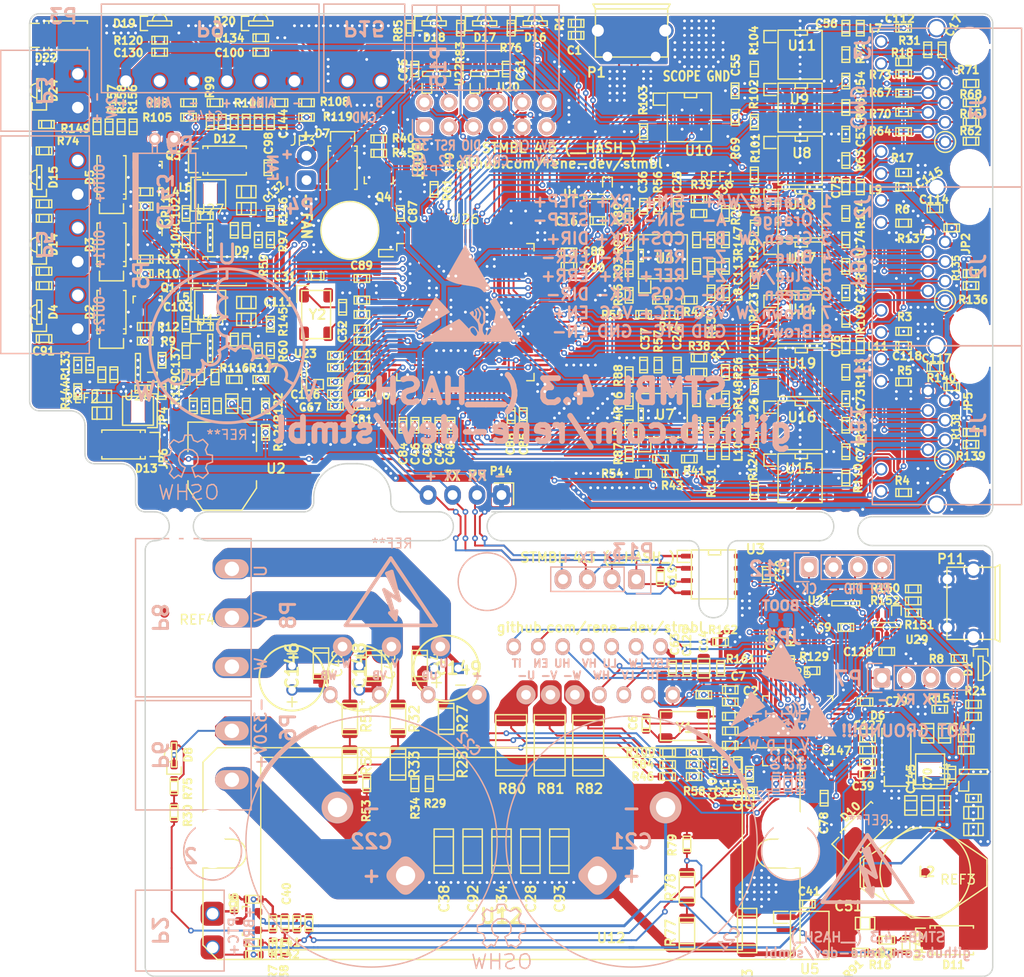
<source format=kicad_pcb>
(kicad_pcb (version 20171130) (host pcbnew "(5.1.5)-3")
  (layers (0 F.Cu signal) (31 B.Cu signal) (34 B.Paste user) (35 F.Paste user) (36 B.SilkS user hide) (37 F.SilkS user) (38 B.Mask user hide) (39 F.Mask user hide) (44 Edge.Cuts user))
  (net 0 "")
  (net 1 "Net-(C1-Pad1)")
  (net 2 GND)
  (net 3 +3.3VP)
  (net 4 GNDPWR)
  (net 5 "Net-(C5-Pad1)")
  (net 6 "Net-(C6-Pad1)")
  (net 7 +5V)
  (net 8 /hv/f3/A_U)
  (net 9 "Net-(C15-Pad2)")
  (net 10 +3V3)
  (net 11 /hv/f3/A_V)
  (net 12 VPP)
  (net 13 /hv/f3/A_W)
  (net 14 "Net-(C24-Pad1)")
  (net 15 "Net-(C24-Pad2)")
  (net 16 "Net-(C25-Pad1)")
  (net 17 "Net-(C25-Pad2)")
  (net 18 "Net-(C26-Pad1)")
  (net 19 "Net-(C26-Pad2)")
  (net 20 "Net-(C27-Pad1)")
  (net 21 "Net-(C27-Pad2)")
  (net 22 "Net-(C31-Pad1)")
  (net 23 "Net-(C32-Pad1)")
  (net 24 /hv/cur/A_IU)
  (net 25 /hv/f3/A_HV)
  (net 26 "Net-(C41-Pad1)")
  (net 27 /hv/back-emf/W)
  (net 28 /hv/back-emf/V)
  (net 29 /hv/back-emf/U)
  (net 30 /hv/cur/A_IV)
  (net 31 /ctrl/FB1/A12)
  (net 32 /ctrl/FB0/A12)
  (net 33 /ctrl/FB0/A35)
  (net 34 /ctrl/FB1/A35)
  (net 35 /hv/cur/A_IW)
  (net 36 +15V)
  (net 37 "Net-(C88-Pad1)")
  (net 38 "Net-(C90-Pad1)")
  (net 39 "Net-(D1-Pad2)")
  (net 40 "Net-(D1-Pad1)")
  (net 41 +24V)
  (net 42 "Net-(D2-Pad2)")
  (net 43 "Net-(D3-Pad2)")
  (net 44 "Net-(D5-Pad2)")
  (net 45 "Net-(D7-Pad2)")
  (net 46 "Net-(D8-Pad2)")
  (net 47 /ctrl/RX)
  (net 48 "Net-(Q1-Pad1)")
  (net 49 "Net-(Q2-Pad1)")
  (net 50 "Net-(Q3-Pad1)")
  (net 51 "Net-(Q4-Pad1)")
  (net 52 "Net-(JP1-Pad2)")
  (net 53 "Net-(R27-Pad2)")
  (net 54 "Net-(R32-Pad2)")
  (net 55 "Net-(J2-Pad3)")
  (net 56 "Net-(J1-Pad3)")
  (net 57 "Net-(J1-Pad6)")
  (net 58 "Net-(J2-Pad6)")
  (net 59 "Net-(J1-Pad1)")
  (net 60 "Net-(J2-Pad1)")
  (net 61 "Net-(J1-Pad2)")
  (net 62 "Net-(J2-Pad2)")
  (net 63 /hv/driver/CUH)
  (net 64 "Net-(R51-Pad2)")
  (net 65 "Net-(R54-Pad1)")
  (net 66 "Net-(R55-Pad1)")
  (net 67 "Net-(R56-Pad1)")
  (net 68 "Net-(R57-Pad1)")
  (net 69 "Net-(JP9-Pad2)")
  (net 70 "Net-(J3-Pad1)")
  (net 71 "Net-(J3-Pad2)")
  (net 72 "Net-(J3-Pad3)")
  (net 73 "Net-(J3-Pad6)")
  (net 74 "Net-(J3-Pad5)")
  (net 75 "Net-(J3-Pad4)")
  (net 76 "Net-(J3-Pad7)")
  (net 77 "Net-(J3-Pad8)")
  (net 78 /hv/f3/HV_RX)
  (net 79 "Net-(R77-Pad2)")
  (net 80 /hv/driver/CVH)
  (net 81 /hv/driver/CWH)
  (net 82 /ctrl/f4/CMD_12E)
  (net 83 /ctrl/f4/CMD_36E)
  (net 84 /ctrl/f4/CMD_45E)
  (net 85 /ctrl/f4/CMD_78E)
  (net 86 "Net-(J1-Pad5)")
  (net 87 "Net-(J1-Pad4)")
  (net 88 "Net-(J2-Pad5)")
  (net 89 "Net-(J2-Pad4)")
  (net 90 /hv/f3/A_T_HV)
  (net 91 /ctrl/FB0/E12)
  (net 92 /ctrl/FB1/E12)
  (net 93 /ctrl/FB0/E36)
  (net 94 /ctrl/FB1/E36)
  (net 95 /ctrl/FB1/E45)
  (net 96 /ctrl/FB0/E45)
  (net 97 /hv/f3/HV_EN)
  (net 98 "Net-(T1-Pad1)")
  (net 99 /hv/f3/HV_TX)
  (net 100 /ctrl/f4/CMD_12)
  (net 101 /ctrl/f4/CMD_36)
  (net 102 /ctrl/f4/CMD_45)
  (net 103 /ctrl/f4/CMD_78)
  (net 104 /ctrl/FB1/D12)
  (net 105 /ctrl/FB0/D12)
  (net 106 /ctrl/FB1/D36)
  (net 107 /ctrl/FB0/D36)
  (net 108 /ctrl/FB0/D45)
  (net 109 /ctrl/FB1/D45)
  (net 110 "Net-(T44-Pad1)")
  (net 111 "Net-(T45-Pad1)")
  (net 112 "Net-(T46-Pad1)")
  (net 113 "Net-(P1-Pad3)")
  (net 114 "Net-(P1-Pad2)")
  (net 115 "Net-(R129-Pad2)")
  (net 116 "Net-(C15-Pad1)")
  (net 117 "Net-(C53-Pad1)")
  (net 118 "Net-(C119-Pad2)")
  (net 119 "Net-(C71-Pad1)")
  (net 120 "Net-(C72-Pad1)")
  (net 121 "Net-(C105-Pad1)")
  (net 122 "Net-(C105-Pad2)")
  (net 123 "Net-(C106-Pad1)")
  (net 124 "Net-(C106-Pad2)")
  (net 125 +12V)
  (net 126 "Net-(R19-Pad1)")
  (net 127 "Net-(R131-Pad2)")
  (net 128 "Net-(R130-Pad2)")
  (net 129 "Net-(R30-Pad2)")
  (net 130 "Net-(R35-Pad1)")
  (net 131 /ctrl/TX)
  (net 132 /ctrl/IO/NRST)
  (net 133 +5F)
  (net 134 "Net-(C114-Pad1)")
  (net 135 "Net-(C117-Pad1)")
  (net 136 "Net-(C121-Pad1)")
  (net 137 "Net-(C121-Pad2)")
  (net 138 "Net-(R132-Pad1)")
  (net 139 /ctrl/FB0/A78)
  (net 140 /ctrl/FB1/A78)
  (net 141 /ctrl/f4/IO_AIN0)
  (net 142 /ctrl/f4/IO_AIN1)
  (net 143 "Net-(P9-Pad5)")
  (net 144 "Net-(P9-Pad2)")
  (net 145 /hv/f3/NRST)
  (net 146 "Net-(C36-Pad2)")
  (net 147 "Net-(C37-Pad2)")
  (net 148 /hv/f3/A_T_MOT)
  (net 149 "Net-(P2-Pad1)")
  (net 150 /hv/f3/SWCLK)
  (net 151 /hv/f3/SWDIO)
  (net 152 "Net-(R59-Pad1)")
  (net 153 GNDD)
  (net 154 "Net-(R15-Pad1)")
  (net 155 "Net-(R16-Pad1)")
  (net 156 "Net-(D4-Pad1)")
  (net 157 "Net-(D14-Pad1)")
  (net 158 "Net-(D15-Pad1)")
  (net 159 "Net-(D16-Pad1)")
  (net 160 "Net-(D17-Pad1)")
  (net 161 "Net-(D18-Pad1)")
  (net 162 "Net-(D19-Pad1)")
  (net 163 "Net-(D20-Pad1)")
  (net 164 /ctrl/IO/SWDIO)
  (net 165 /ctrl/IO/CAN_TX)
  (net 166 /ctrl/IO/CAN_RX)
  (net 167 /ctrl/IO/SWCK)
  (net 168 "Net-(R147-Pad2)")
  (net 169 "Net-(R148-Pad2)")
  (net 170 "Net-(R145-Pad2)")
  (net 171 "Net-(R143-Pad2)")
  (net 172 "Net-(R146-Pad2)")
  (net 173 "Net-(R133-Pad1)")
  (net 174 "Net-(C12-Pad1)")
  (net 175 "Net-(C13-Pad1)")
  (net 176 "Net-(C98-Pad1)")
  (net 177 /ctrl/IO/IO_RED)
  (net 178 /ctrl/IO/IO_YELLOW)
  (net 179 /ctrl/IO/IO_GREEN)
  (net 180 /ctrl/IO/IO_L0)
  (net 181 /ctrl/IO/IO_L1)
  (net 182 "Net-(D24-Pad1)")
  (net 183 /ctrl/f4/FB0_L1)
  (net 184 /ctrl/f4/FB1_L1)
  (net 185 /ctrl/f4/FB1_L2)
  (net 186 /ctrl/f4/FB0_L2)
  (net 187 /ctrl/IO/IO_OUT0)
  (net 188 /ctrl/IO/IO_OUT1)
  (net 189 /ctrl/f4/CMD_L1)
  (net 190 /ctrl/f4/CMD_L2)
  (net 191 /ctrl/IO/IO_FAN)
  (net 192 /hv/f3/IO_TX)
  (net 193 /hv/f3/IO_RX)
  (net 194 /hv/f3/USB_DM)
  (net 195 /hv/f3/USB_DP)
  (net 196 /ctrl/f4/EN_5V)
  (net 197 /ctrl/f4/A_24V)
  (net 198 /ctrl/f4/A_5V)
  (net 199 "Net-(P11-Pad2)")
  (net 200 "Net-(P11-Pad3)")
  (net 201 "Net-(R118-Pad1)")
  (net 202 "Net-(R153-Pad1)")
  (net 203 /ctrl/IO/IO_OUT2)
  (net 204 "Net-(J1-Pad9)")
  (net 205 "Net-(J1-Pad11)")
  (net 206 "Net-(J2-Pad9)")
  (net 207 "Net-(J2-Pad11)")
  (net 208 "Net-(J3-Pad9)")
  (net 209 "Net-(J3-Pad11)")
  (net 210 +5VA)
  (net 211 "Net-(C139-Pad1)")
  (net 212 "Net-(C101-Pad1)")
  (net 213 /hv/driver/itirp)
  (net 214 /hv/driver/LV)
  (net 215 /hv/driver/HW)
  (net 216 /hv/driver/LW)
  (net 217 /hv/driver/LU)
  (net 218 /hv/driver/HV)
  (net 219 /hv/driver/HU)
  (net 220 "Net-(R143-Pad1)")
  (net 221 "Net-(C41-Pad2)")
  (net 222 "Net-(C51-Pad1)")
  (net 223 "Net-(C141-Pad2)")
  (net 224 "Net-(Q5-Pad1)")
  (net 225 /hv/f3/BRK)
  (net 226 "Net-(P2-Pad2)")
  (net 227 "Net-(Q5-Pad3)")
  (net 228 "Net-(C146-Pad2)")
  (net 229 "Net-(C148-Pad2)")
  (net 230 "Net-(C149-Pad2)")
  (net 231 "Net-(P1-Pad1)")
  (net 232 "Net-(P1-Pad4)")
  (net 233 "Net-(P11-Pad1)")
  (net 234 "Net-(P11-Pad4)")
  (net 235 "Net-(U1-Pad4)")
  (net 236 "Net-(U1-Pad6)")
  (net 237 "Net-(U4-Pad3)")
  (net 238 "Net-(U7-Pad8)")
  (net 239 "Net-(U13-Pad3)")
  (net 240 "Net-(U21-Pad4)")
  (net 241 "Net-(U27-Pad3)")
  (module stmbl:C_1206 (layer F.Cu) (at 138.5 117.5 270)
    (fp_text reference C44 (at 0 -1.7 90) (layer F.SilkS))
    (fp_text value 2.2µ)
    (pad 2 smd rect (at 1.6 0 270) (size 1 1.6) (layers F.Cu F.Paste F.Mask) (net 230 "Net-(C149-Pad2)"))
    (pad 1 smd rect (at -1.6 0 270) (size 1 1.6) (layers F.Cu F.Paste F.Mask) (net 29 /hv/back-emf/U))
  )
  (module stmbl:C_1206 (layer F.Cu) (at 133.75 117.5 270)
    (fp_text reference C43 (at 0 -1.7 90) (layer F.SilkS))
    (fp_text value 2.2µ)
    (pad 2 smd rect (at 1.6 0 270) (size 1 1.6) (layers F.Cu F.Paste F.Mask) (net 229 "Net-(C148-Pad2)"))
    (pad 1 smd rect (at -1.6 0 270) (size 1 1.6) (layers F.Cu F.Paste F.Mask) (net 28 /hv/back-emf/V))
  )
  (module stmbl:C_1206 (layer F.Cu) (at 128.25 117.25 270)
    (fp_text reference C42 (at 0 -1.7 90) (layer F.SilkS))
    (fp_text value 2.2µ)
    (pad 2 smd rect (at 1.6 0 270) (size 1 1.6) (layers F.Cu F.Paste F.Mask) (net 228 "Net-(C146-Pad2)"))
    (pad 1 smd rect (at -1.6 0 270) (size 1 1.6) (layers F.Cu F.Paste F.Mask) (net 27 /hv/back-emf/W))
  )
  (module SamacSys_Parts:CAPPRD250W60D680H1250 (layer F.Cu) (at 142.5 117.75 180)
    (fp_text reference C149 (at 0 0) (layer F.SilkS) (effects (font (size 1.27 1.27) (thickness 0.254))))
    (fp_text value EKMG500ELL470MF11D hide)
    (pad 2 thru_hole circle (at 2.5 0 180) (size 1.2 1.2) (drill 0.8) (layers *.Cu *.Mask) (net 230 "Net-(C149-Pad2)"))
    (pad 1 thru_hole rect (at 0 0 180) (size 1.2 1.2) (drill 0.8) (layers *.Cu *.Mask) (net 29 /hv/back-emf/U))
  )
  (module SamacSys_Parts:CAPPRD250W60D680H1250 (layer F.Cu) (at 132.25 117.5 270)
    (fp_text reference C148 (at 0 0 90) (layer F.SilkS) (effects (font (size 1.27 1.27) (thickness 0.254))))
    (fp_text value EKMG500ELL470MF11D hide)
    (pad 2 thru_hole circle (at 2.5 0 270) (size 1.2 1.2) (drill 0.8) (layers *.Cu *.Mask) (net 229 "Net-(C148-Pad2)"))
    (pad 1 thru_hole rect (at 0 0 270) (size 1.2 1.2) (drill 0.8) (layers *.Cu *.Mask) (net 28 /hv/back-emf/V))
  )
  (module SamacSys_Parts:CAPPRD250W60D680H1250 (layer F.Cu) (at 125.25 117.5 270)
    (fp_text reference C146 (at 0 0 90) (layer F.SilkS) (effects (font (size 1.27 1.27) (thickness 0.254))))
    (fp_text value EKMG500ELL470MF11D hide)
    (pad 2 thru_hole circle (at 2.5 0 270) (size 1.2 1.2) (drill 0.8) (layers *.Cu *.Mask) (net 228 "Net-(C146-Pad2)"))
    (pad 1 thru_hole rect (at 0 0 270) (size 1.2 1.2) (drill 0.8) (layers *.Cu *.Mask) (net 27 /hv/back-emf/W))
  )
  (module stmbl:non_plated_1mm (layer F.Cu) (at 182 102)
    (fp_text reference U36 hide)
    (fp_text value non_plated)
    (pad "" np_thru_hole circle (at 0 0) (size 1 1) (drill 1) (layers *.Cu *.Mask))
  )
  (module stmbl:non_plated_1mm (layer F.Cu) (at 114.5 101.75)
    (fp_text reference U36 hide)
    (fp_text value non_plated)
    (pad "" np_thru_hole circle (at 0 0) (size 1 1) (drill 1) (layers *.Cu *.Mask))
  )
  (module stmbl:C_0603 (layer B.Cu) (at 175.5 129.75 90)
    (fp_text reference C20 (at 2.574 -0.064 270) (layer B.SilkS) (effects (font (size 0.8 0.8) (thickness 0.2)) (justify mirror)))
    (fp_text value 18p)
    (pad 2 smd roundrect (at 0.75 0 90) (size 0.59 0.8) (layers B.Cu B.Paste B.Mask) (net 4 GNDPWR))
    (pad 1 smd roundrect (at -0.75 0 90) (size 0.59 0.8) (layers B.Cu B.Paste B.Mask) (net 11 /hv/f3/A_V))
  )
  (module stmbl:C_Radial_D26_L45_P10 (layer B.Cu) (at 160.5 135.75 45)
    (fp_text reference C21 (at 0 14.3 45) (layer B.SilkS) (effects (font (thickness 0.2)) (justify mirror)))
    (fp_text value 270µ)
    (pad 1 thru_hole roundrect (at -5 0 45) (size 3.3 3.3) (drill 2) (layers *.Cu *.Mask B.SilkS) (net 12 VPP))
    (pad 2 thru_hole circle (at 5 0 45) (size 3.3 3.3) (drill 2) (layers *.Cu *.Mask B.SilkS) (net 4 GNDPWR))
  )
  (module stmbl:non_plated_3mm (layer B.Cu) (at 177 136.75)
    (fp_text reference U31 hide)
    (fp_text value non_plated)
    (pad "" np_thru_hole circle (at 0 -2.6) (size 3.5 3.5) (drill 3.5) (layers *.Cu *.Mask) (clearance 1.25))
  )
  (module stmbl:non_plated_3mm (layer B.Cu) (at 117 136.75)
    (fp_text reference U24 hide)
    (fp_text value non_plated)
    (pad "" np_thru_hole circle (at 0 -2.6) (size 3.5 3.5) (drill 3.5) (layers *.Cu *.Mask) (clearance 1.25))
  )
  (module stmbl:esd (layer B.Cu) (at 176 120 180)
    (fp_text reference G*** hide)
    (fp_text value LOGO hide)
  )
  (module stmbl:Symbol_HighVoltage_Type2_Top_VerySmall (layer B.Cu) (at 135.5 110.5 180)
    (fp_text reference REF** (at -0.127 5.715 180) (layer B.SilkS) (effects (justify mirror)))
    (fp_text value Symbol_HighVoltage_Type2_Top_VerySmall)
  )
  (module stmbl:Pin_Header_Angled_1x04 (layer F.Cu) (at 147 99.75 270)
    (fp_text reference P14 (at -2.502 0.054) (layer F.SilkS) (effects (font (size 0.8 0.8) (thickness 0.2))))
    (fp_text value CONN_01X04)
    (pad 4 thru_hole oval (at 0 7.62 270) (size 2.032 1.7272) (drill 1.016) (layers *.Cu *.Mask F.CrtYd) (net 10 +3V3))
    (pad 3 thru_hole oval (at 0 5.08 270) (size 2.032 1.7272) (drill 1.016) (layers *.Cu *.Mask F.CrtYd) (net 131 /ctrl/TX))
    (pad 2 thru_hole oval (at 0 2.54 270) (size 2.032 1.7272) (drill 1.016) (layers *.Cu *.Mask F.CrtYd) (net 47 /ctrl/RX))
    (pad 1 thru_hole roundrect (at 0 0 270) (size 2.032 1.7272) (drill 1.016) (layers *.Cu *.Mask) (net 2 GND))
  )
  (module stmbl:C_Radial_D6.5_L11_P2.5 (layer B.Cu) (at 113 62.75 180)
    (fp_text reference C143 (at -3.212 2.332 180) (layer B.SilkS) (effects (justify mirror)))
    (fp_text value 22µ)
    (pad 2 thru_hole circle (at 2 0 180) (size 1.3 1.3) (drill 0.8) (layers *.Cu *.Mask B.SilkS) (net 2 GND))
    (pad 1 thru_hole roundrect (at 0 0 180) (size 1.3 1.3) (drill 0.8) (layers *.Cu *.Mask B.SilkS) (net 41 +24V))
  )
  (module stmbl:C_Radial_D26_L45_P10 (layer B.Cu) (at 133.5 135.75 135)
    (fp_text reference C22 (at 0 14.3 135) (layer B.SilkS) (effects (font (thickness 0.2)) (justify mirror)))
    (fp_text value 270µ)
    (pad 1 thru_hole roundrect (at -5 0 135) (size 3.3 3.3) (drill 2) (layers *.Cu *.Mask B.SilkS) (net 12 VPP))
    (pad 2 thru_hole circle (at 5 0 135) (size 3.3 3.3) (drill 2) (layers *.Cu *.Mask B.SilkS) (net 4 GNDPWR))
  )
  (module stmbl:Fiducial_1mm_Outer_CopperTop (layer F.Cu) (at 112 112)
    (fp_text reference REF4 (at 3.4 0.7) (layer F.SilkS))
    (fp_text value Fiducial_1mm_Dia_2.54mm_Outer_CopperTop)
    (pad ~ smd circle (at 0 0) (size 1 1) (layers F.Cu F.Mask) (clearance 0.65))
  )
  (module stmbl:Fiducial_1mm_Outer_CopperTop (layer F.Cu) (at 166 66)
    (fp_text reference REF1 (at 3.4 0.7) (layer F.SilkS))
    (fp_text value Fiducial_1mm_Dia_2.54mm_Outer_CopperTop)
    (pad ~ smd circle (at 0 0) (size 1 1) (layers F.Cu F.Mask) (clearance 0.65))
  )
  (module stmbl:Fiducial_1mm_Outer_CopperTop (layer F.Cu) (at 100 89)
    (fp_text reference REF2 (at 3.4 0.7) (layer F.SilkS))
    (fp_text value Fiducial_1mm_Dia_2.54mm_Outer_CopperTop)
    (pad ~ smd circle (at 0 0) (size 1 1) (layers F.Cu F.Mask) (clearance 0.65))
  )
  (module stmbl:Fiducial_1mm_Outer_CopperTop (layer F.Cu) (at 191 139)
    (fp_text reference REF3 (at 3.4 0.7) (layer F.SilkS))
    (fp_text value Fiducial_1mm_Dia_2.54mm_Outer_CopperTop)
    (pad ~ smd circle (at 0 0) (size 1 1) (layers F.Cu F.Mask) (clearance 0.65))
  )
  (module stmbl:SOLDER_JUMPER (layer F.Cu) (at 140 65 270)
    (fp_text reference JP9 (at 0.244 -1.612 270) (layer F.SilkS) (effects (font (size 0.8 0.8) (thickness 0.2))))
    (fp_text value Jumper_NO_Small)
    (fp_line (start -0.75 0) (end -0.2 0) (layer F.Cu) (width 0.25))
    (fp_line (start 0.75 0) (end 0.2 0) (layer F.Cu) (width 0.25))
    (pad 1 smd roundrect (at -0.75 0 270) (size 1 1.5) (layers F.Cu F.Paste F.Mask) (net 10 +3V3))
    (pad 2 smd roundrect (at 0.75 0 270) (size 1 1.5) (layers F.Cu F.Paste F.Mask) (net 69 "Net-(JP9-Pad2)"))
  )
  (module stmbl:SOLDER_JUMPER (layer F.Cu) (at 113.25 92 90)
    (fp_text reference JP4 (at 0.34 -1.356 90) (layer F.SilkS) (effects (font (size 0.8 0.8) (thickness 0.2))))
    (fp_text value Jumper_NO_Small)
    (fp_line (start -0.75 0) (end -0.2 0) (layer F.Cu) (width 0.25))
    (fp_line (start 0.75 0) (end 0.2 0) (layer F.Cu) (width 0.25))
    (pad 1 smd roundrect (at -0.75 0 90) (size 1 1.5) (layers F.Cu F.Paste F.Mask) (net 133 +5F))
    (pad 2 smd roundrect (at 0.75 0 90) (size 1 1.5) (layers F.Cu F.Paste F.Mask) (net 7 +5V))
  )
  (module stmbl:SOLDER_JUMPER (layer B.Cu) (at 176 112.75)
    (fp_text reference JP1 (at 0.156 1.77) (layer B.SilkS) (effects (font (size 1.5 1.5) (thickness 0.3)) (justify mirror)))
    (fp_text value Jumper_NO_Small)
    (fp_line (start -0.75 0) (end -0.2 0) (layer B.Cu) (width 0.25))
    (fp_line (start 0.75 0) (end 0.2 0) (layer B.Cu) (width 0.25))
    (pad 1 smd roundrect (at -0.75 0) (size 1 1.5) (layers B.Cu B.Paste B.Mask) (net 3 +3.3VP))
    (pad 2 smd roundrect (at 0.75 0) (size 1 1.5) (layers B.Cu B.Paste B.Mask) (net 52 "Net-(JP1-Pad2)"))
  )
  (module stmbl:SOIC-7 (layer F.Cu) (at 179 145.5)
    (fp_text reference U5 (at 0 3.5) (layer F.SilkS) (effects (font (thickness 0.2))))
    (fp_text value LNK304D)
    (pad 8 smd roundrect (at 2.45 -1.905 270) (size 0.6 2) (layers F.Cu F.Paste F.Mask) (net 221 "Net-(C41-Pad2)"))
    (pad 7 smd roundrect (at 2.45 -0.635 270) (size 0.6 2) (layers F.Cu F.Paste F.Mask) (net 221 "Net-(C41-Pad2)"))
    (pad 6 smd roundrect (at 2.45 0.635 270) (size 0.6 2) (layers F.Cu F.Paste F.Mask) (net 221 "Net-(C41-Pad2)"))
    (pad 5 smd roundrect (at 2.45 1.905 270) (size 0.6 2) (layers F.Cu F.Paste F.Mask) (net 221 "Net-(C41-Pad2)"))
    (pad 4 smd roundrect (at -2.45 1.905 270) (size 0.6 2) (layers F.Cu F.Paste F.Mask) (net 12 VPP))
    (pad 2 smd roundrect (at -2.45 -0.635 270) (size 0.6 2) (layers F.Cu F.Paste F.Mask) (net 220 "Net-(R143-Pad1)"))
    (pad 1 smd roundrect (at -2.45 -1.905 270) (size 0.6 2) (layers F.Cu F.Paste F.Mask) (net 26 "Net-(C41-Pad1)"))
  )
  (module stmbl:AC (layer B.Cu) (at 118.5 84.25 180)
    (fp_text reference REF** (at 0 -9.25 180) (layer B.SilkS) (effects (justify mirror)))
    (fp_text value AC)
    (fp_text user V (at -8.5 -4.75 180) (layer B.SilkS) (effects (font (size 2 2) (thickness 0.3)) (justify mirror)))
    (fp_text user U (at 0 9.5 180) (layer B.SilkS) (effects (font (size 2 2) (thickness 0.3)) (justify mirror)))
    (fp_text user W (at 8.5 -4.75 180) (layer B.SilkS) (effects (font (size 2 2) (thickness 0.3)) (justify mirror)))
  )
  (module stmbl:Symbol_OSHW-Logo_SilkScreen (layer B.Cu) (at 114.5 96 180)
    (fp_text reference LOGO1 hide)
    (fp_text value OPEN_HARDWARE_1)
  )
  (module stmbl:LED-0805-SIDE (layer F.Cu) (at 99 80.75 90)
    (fp_text reference D4 (at 0.012 1.464 90) (layer F.SilkS) (effects (font (size 0.8 0.8) (thickness 0.2))))
    (fp_text value green)
    (pad 2 smd roundrect (at 1 0 270) (size 1 0.75) (layers F.Cu F.Paste F.Mask) (net 41 +24V))
    (pad 1 smd roundrect (at -1 0 270) (size 1 0.75) (layers F.Cu F.Paste F.Mask) (net 156 "Net-(D4-Pad1)"))
  )
  (module stmbl:LED-0805-SIDE (layer F.Cu) (at 99 73.75 90)
    (fp_text reference D14 (at 0.012 1.464 90) (layer F.SilkS) (effects (font (size 0.8 0.8) (thickness 0.2))))
    (fp_text value green)
    (pad 2 smd roundrect (at 1 0 270) (size 1 0.75) (layers F.Cu F.Paste F.Mask) (net 41 +24V))
    (pad 1 smd roundrect (at -1 0 270) (size 1 0.75) (layers F.Cu F.Paste F.Mask) (net 157 "Net-(D14-Pad1)"))
  )
  (module stmbl:LED-0805-SIDE (layer F.Cu) (at 99 66.75 90)
    (fp_text reference D15 (at 0.012 1.464 90) (layer F.SilkS) (effects (font (size 0.8 0.8) (thickness 0.2))))
    (fp_text value green)
    (pad 2 smd roundrect (at 1 0 270) (size 1 0.75) (layers F.Cu F.Paste F.Mask) (net 41 +24V))
    (pad 1 smd roundrect (at -1 0 270) (size 1 0.75) (layers F.Cu F.Paste F.Mask) (net 158 "Net-(D15-Pad1)"))
  )
  (module stmbl:LED-0805-SIDE (layer F.Cu) (at 150.5 50.75)
    (fp_text reference D16 (at 0.012 1.464) (layer F.SilkS) (effects (font (size 0.8 0.8) (thickness 0.2))))
    (fp_text value red)
    (pad 2 smd roundrect (at 1 0 180) (size 1 0.75) (layers F.Cu F.Paste F.Mask) (net 177 /ctrl/IO/IO_RED))
    (pad 1 smd roundrect (at -1 0 180) (size 1 0.75) (layers F.Cu F.Paste F.Mask) (net 159 "Net-(D16-Pad1)"))
  )
  (module stmbl:LED-0805-SIDE (layer F.Cu) (at 145.25 50.75)
    (fp_text reference D17 (at 0.012 1.464) (layer F.SilkS) (effects (font (size 0.8 0.8) (thickness 0.2))))
    (fp_text value yellow)
    (pad 2 smd roundrect (at 1 0 180) (size 1 0.75) (layers F.Cu F.Paste F.Mask) (net 178 /ctrl/IO/IO_YELLOW))
    (pad 1 smd roundrect (at -1 0 180) (size 1 0.75) (layers F.Cu F.Paste F.Mask) (net 160 "Net-(D17-Pad1)"))
  )
  (module stmbl:LED-0805-SIDE (layer F.Cu) (at 140 50.75)
    (fp_text reference D18 (at 0.012 1.464) (layer F.SilkS) (effects (font (size 0.8 0.8) (thickness 0.2))))
    (fp_text value green)
    (pad 2 smd roundrect (at 1 0 180) (size 1 0.75) (layers F.Cu F.Paste F.Mask) (net 179 /ctrl/IO/IO_GREEN))
    (pad 1 smd roundrect (at -1 0 180) (size 1 0.75) (layers F.Cu F.Paste F.Mask) (net 161 "Net-(D18-Pad1)"))
  )
  (module stmbl:LED-0805-SIDE (layer F.Cu) (at 111.5 50.75)
    (fp_text reference D19 (at -3.67 0.016) (layer F.SilkS) (effects (font (size 0.8 0.8) (thickness 0.2))))
    (fp_text value green)
    (pad 2 smd roundrect (at 1 0 180) (size 1 0.75) (layers F.Cu F.Paste F.Mask) (net 180 /ctrl/IO/IO_L0))
    (pad 1 smd roundrect (at -1 0 180) (size 1 0.75) (layers F.Cu F.Paste F.Mask) (net 162 "Net-(D19-Pad1)"))
  )
  (module stmbl:LED-0805-SIDE (layer F.Cu) (at 122 50.75)
    (fp_text reference D20 (at -3.756 -0.238) (layer F.SilkS) (effects (font (size 0.8 0.8) (thickness 0.2))))
    (fp_text value green)
    (pad 2 smd roundrect (at 1 0 180) (size 1 0.75) (layers F.Cu F.Paste F.Mask) (net 181 /ctrl/IO/IO_L1))
    (pad 1 smd roundrect (at -1 0 180) (size 1 0.75) (layers F.Cu F.Paste F.Mask) (net 163 "Net-(D20-Pad1)"))
  )
  (module stmbl:LED-0805-SIDE (layer F.Cu) (at 99 57.75 90)
    (fp_text reference D24 (at 0.012 1.464 90) (layer F.SilkS) (effects (font (size 0.8 0.8) (thickness 0.2))))
    (fp_text value green)
    (pad 2 smd roundrect (at 1 0 270) (size 1 0.75) (layers F.Cu F.Paste F.Mask) (net 41 +24V))
    (pad 1 smd roundrect (at -1 0 270) (size 1 0.75) (layers F.Cu F.Paste F.Mask) (net 182 "Net-(D24-Pad1)"))
  )
  (module stmbl:LED-0805-SIDE (layer F.Cu) (at 196.75 117.75 270)
    (fp_text reference D1 (at 0.072 1.29 270) (layer F.SilkS) (effects (font (size 0.8 0.8) (thickness 0.2))))
    (fp_text value red)
    (pad 2 smd roundrect (at 1 0 90) (size 1 0.75) (layers F.Cu F.Paste F.Mask) (net 39 "Net-(D1-Pad2)"))
    (pad 1 smd roundrect (at -1 0 90) (size 1 0.75) (layers F.Cu F.Paste F.Mask) (net 40 "Net-(D1-Pad1)"))
  )
  (module stmbl:LED-0805-SIDE (layer F.Cu) (at 113 126.75 90)
    (fp_text reference D8 (at 0.012 1.464 90) (layer F.SilkS) (effects (font (size 0.8 0.8) (thickness 0.2))))
    (fp_text value green)
    (pad 2 smd roundrect (at 1 0 270) (size 1 0.75) (layers F.Cu F.Paste F.Mask) (net 46 "Net-(D8-Pad2)"))
    (pad 1 smd roundrect (at -1 0 270) (size 1 0.75) (layers F.Cu F.Paste F.Mask) (net 4 GNDPWR))
  )
  (module stmbl:R_2512 (layer F.Cu) (at 148 125.75 270)
    (fp_text reference R80 (at 4.518 -0.09) (layer F.SilkS) (effects (font (thickness 0.2))))
    (fp_text value 0.003)
    (pad 1 smd roundrect (at -2.75 0 270) (size 1.5 3.2) (layers F.Cu F.Paste F.Mask) (net 63 /hv/driver/CUH))
    (pad 2 smd roundrect (at 2.75 0 270) (size 1.5 3.2) (layers F.Cu F.Paste F.Mask) (net 4 GNDPWR))
  )
  (module stmbl:R_2512 (layer F.Cu) (at 156 125.75 270)
    (fp_text reference R82 (at 4.518 -0.09) (layer F.SilkS) (effects (font (thickness 0.2))))
    (fp_text value 0.003)
    (pad 1 smd roundrect (at -2.75 0 270) (size 1.5 3.2) (layers F.Cu F.Paste F.Mask) (net 81 /hv/driver/CWH))
    (pad 2 smd roundrect (at 2.75 0 270) (size 1.5 3.2) (layers F.Cu F.Paste F.Mask) (net 4 GNDPWR))
  )
  (module stmbl:R_2512 (layer F.Cu) (at 152 125.75 270)
    (fp_text reference R81 (at 4.518 -0.09) (layer F.SilkS) (effects (font (thickness 0.2))))
    (fp_text value 0.003)
    (pad 1 smd roundrect (at -2.75 0 270) (size 1.5 3.2) (layers F.Cu F.Paste F.Mask) (net 80 /hv/driver/CVH))
    (pad 2 smd roundrect (at 2.75 0 270) (size 1.5 3.2) (layers F.Cu F.Paste F.Mask) (net 4 GNDPWR))
  )
  (module stmbl:SOT-223 (layer F.Cu) (at 118 96.75 270)
    (fp_text reference U2 (at 0.244 -5.578) (layer F.SilkS) (effects (font (thickness 0.2))))
    (fp_text value zldo1117)
    (pad 2 smd roundrect (at 3.25 0 180) (size 3.5 2) (layers F.Cu F.Paste F.Mask) (net 10 +3V3))
    (pad 2 smd roundrect (at -3.25 0 180) (size 1 2) (layers F.Cu F.Paste F.Mask) (net 10 +3V3))
    (pad 3 smd roundrect (at -3.25 2.25 180) (size 1 2) (layers F.Cu F.Paste F.Mask) (net 7 +5V))
    (pad 1 smd roundrect (at -3.25 -2.25 180) (size 1 2) (layers F.Cu F.Paste F.Mask) (net 2 GND))
  )
  (module stmbl:LQFP-100_14x14mm_Pitch0.5mm (layer F.Cu) (at 143.25 80.75)
    (fp_text reference U26 (at 0 -9.65) (layer F.SilkS))
    (fp_text value STM32F405VG)
    (pad 1 smd roundrect (at -7.9 -6) (size 1.5 0.25) (layers F.Cu F.Paste F.Mask) (net 2 GND))
    (pad 2 smd roundrect (at -7.9 -5.5) (size 1.5 0.25) (layers F.Cu F.Paste F.Mask) (net 191 /ctrl/IO/IO_FAN))
    (pad 3 smd roundrect (at -7.9 -5) (size 1.5 0.25) (layers F.Cu F.Paste F.Mask) (net 187 /ctrl/IO/IO_OUT0))
    (pad 4 smd roundrect (at -7.9 -4.5) (size 1.5 0.25) (layers F.Cu F.Paste F.Mask) (net 188 /ctrl/IO/IO_OUT1))
    (pad 5 smd roundrect (at -7.9 -4) (size 1.5 0.25) (layers F.Cu F.Paste F.Mask) (net 203 /ctrl/IO/IO_OUT2))
    (pad 6 smd roundrect (at -7.9 -3.5) (size 1.5 0.25) (layers F.Cu F.Paste F.Mask) (net 10 +3V3))
    (pad 7 smd roundrect (at -7.9 -3) (size 1.5 0.25) (layers F.Cu F.Paste F.Mask) (net 196 /ctrl/f4/EN_5V))
    (pad 8 smd roundrect (at -7.9 -2.5) (size 1.5 0.25) (layers F.Cu F.Paste F.Mask) (net 2 GND))
    (pad 9 smd roundrect (at -7.9 -2) (size 1.5 0.25) (layers F.Cu F.Paste F.Mask) (net 2 GND))
    (pad 10 smd roundrect (at -7.9 -1.5) (size 1.5 0.25) (layers F.Cu F.Paste F.Mask) (net 2 GND))
    (pad 11 smd roundrect (at -7.9 -1) (size 1.5 0.25) (layers F.Cu F.Paste F.Mask) (net 10 +3V3))
    (pad 12 smd roundrect (at -7.9 -0.5) (size 1.5 0.25) (layers F.Cu F.Paste F.Mask) (net 22 "Net-(C31-Pad1)"))
    (pad 13 smd roundrect (at -7.9 0) (size 1.5 0.25) (layers F.Cu F.Paste F.Mask) (net 202 "Net-(R153-Pad1)"))
    (pad 14 smd roundrect (at -7.9 0.5) (size 1.5 0.25) (layers F.Cu F.Paste F.Mask) (net 132 /ctrl/IO/NRST))
    (pad 15 smd roundrect (at -7.9 1) (size 1.5 0.25) (layers F.Cu F.Paste F.Mask) (net 141 /ctrl/f4/IO_AIN0))
    (pad 16 smd roundrect (at -7.9 1.5) (size 1.5 0.25) (layers F.Cu F.Paste F.Mask) (net 142 /ctrl/f4/IO_AIN1))
    (pad 17 smd roundrect (at -7.9 2) (size 1.5 0.25) (layers F.Cu F.Paste F.Mask) (net 139 /ctrl/FB0/A78))
    (pad 18 smd roundrect (at -7.9 2.5) (size 1.5 0.25) (layers F.Cu F.Paste F.Mask) (net 140 /ctrl/FB1/A78))
    (pad 19 smd roundrect (at -7.9 3) (size 1.5 0.25) (layers F.Cu F.Paste F.Mask) (net 10 +3V3))
    (pad 20 smd roundrect (at -7.9 3.5) (size 1.5 0.25) (layers F.Cu F.Paste F.Mask) (net 2 GND))
    (pad 21 smd roundrect (at -7.9 4) (size 1.5 0.25) (layers F.Cu F.Paste F.Mask) (net 118 "Net-(C119-Pad2)"))
    (pad 22 smd roundrect (at -7.9 4.5) (size 1.5 0.25) (layers F.Cu F.Paste F.Mask) (net 118 "Net-(C119-Pad2)"))
    (pad 23 smd roundrect (at -7.9 5) (size 1.5 0.25) (layers F.Cu F.Paste F.Mask) (net 101 /ctrl/f4/CMD_36))
    (pad 24 smd roundrect (at -7.9 5.5) (size 1.5 0.25) (layers F.Cu F.Paste F.Mask) (net 198 /ctrl/f4/A_5V))
    (pad 25 smd roundrect (at -7.9 6) (size 1.5 0.25) (layers F.Cu F.Paste F.Mask) (net 131 /ctrl/TX))
    (pad 26 smd roundrect (at -6 7.9 90) (size 1.5 0.25) (layers F.Cu F.Paste F.Mask) (net 47 /ctrl/RX))
    (pad 27 smd roundrect (at -5.5 7.9 90) (size 1.5 0.25) (layers F.Cu F.Paste F.Mask) (net 2 GND))
    (pad 28 smd roundrect (at -5 7.9 90) (size 1.5 0.25) (layers F.Cu F.Paste F.Mask) (net 10 +3V3))
    (pad 29 smd roundrect (at -4.5 7.9 90) (size 1.5 0.25) (layers F.Cu F.Paste F.Mask) (net 31 /ctrl/FB1/A12))
    (pad 30 smd roundrect (at -4 7.9 90) (size 1.5 0.25) (layers F.Cu F.Paste F.Mask) (net 34 /ctrl/FB1/A35))
    (pad 31 smd roundrect (at -3.5 7.9 90) (size 1.5 0.25) (layers F.Cu F.Paste F.Mask) (net 32 /ctrl/FB0/A12))
    (pad 32 smd roundrect (at -3 7.9 90) (size 1.5 0.25) (layers F.Cu F.Paste F.Mask) (net 33 /ctrl/FB0/A35))
    (pad 33 smd roundrect (at -2.5 7.9 90) (size 1.5 0.25) (layers F.Cu F.Paste F.Mask) (net 2 GND))
    (pad 34 smd roundrect (at -2 7.9 90) (size 1.5 0.25) (layers F.Cu F.Paste F.Mask) (net 2 GND))
    (pad 35 smd roundrect (at -1.5 7.9 90) (size 1.5 0.25) (layers F.Cu F.Paste F.Mask) (net 2 GND))
    (pad 36 smd roundrect (at -1 7.9 90) (size 1.5 0.25) (layers F.Cu F.Paste F.Mask) (net 197 /ctrl/f4/A_24V))
    (pad 37 smd roundrect (at -0.5 7.9 90) (size 1.5 0.25) (layers F.Cu F.Paste F.Mask) (net 85 /ctrl/f4/CMD_78E))
    (pad 38 smd roundrect (at 0 7.9 90) (size 1.5 0.25) (layers F.Cu F.Paste F.Mask) (net 184 /ctrl/f4/FB1_L1))
    (pad 39 smd roundrect (at 0.5 7.9 90) (size 1.5 0.25) (layers F.Cu F.Paste F.Mask) (net 185 /ctrl/f4/FB1_L2))
    (pad 40 smd roundrect (at 1 7.9 90) (size 1.5 0.25) (layers F.Cu F.Paste F.Mask) (net 104 /ctrl/FB1/D12))
    (pad 41 smd roundrect (at 1.5 7.9 90) (size 1.5 0.25) (layers F.Cu F.Paste F.Mask) (net 92 /ctrl/FB1/E12))
    (pad 42 smd roundrect (at 2 7.9 90) (size 1.5 0.25) (layers F.Cu F.Paste F.Mask) (net 106 /ctrl/FB1/D36))
    (pad 43 smd roundrect (at 2.5 7.9 90) (size 1.5 0.25) (layers F.Cu F.Paste F.Mask) (net 94 /ctrl/FB1/E36))
    (pad 44 smd roundrect (at 3 7.9 90) (size 1.5 0.25) (layers F.Cu F.Paste F.Mask) (net 109 /ctrl/FB1/D45))
    (pad 45 smd roundrect (at 3.5 7.9 90) (size 1.5 0.25) (layers F.Cu F.Paste F.Mask) (net 95 /ctrl/FB1/E45))
    (pad 46 smd roundrect (at 4 7.9 90) (size 1.5 0.25) (layers F.Cu F.Paste F.Mask) (net 2 GND))
    (pad 47 smd roundrect (at 4.5 7.9 90) (size 1.5 0.25) (layers F.Cu F.Paste F.Mask) (net 109 /ctrl/FB1/D45))
    (pad 48 smd roundrect (at 5 7.9 90) (size 1.5 0.25) (layers F.Cu F.Paste F.Mask) (net 104 /ctrl/FB1/D12))
    (pad 49 smd roundrect (at 5.5 7.9 90) (size 1.5 0.25) (layers F.Cu F.Paste F.Mask) (net 37 "Net-(C88-Pad1)"))
    (pad 50 smd roundrect (at 6 7.9 90) (size 1.5 0.25) (layers F.Cu F.Paste F.Mask) (net 10 +3V3))
    (pad 51 smd roundrect (at 7.9 6) (size 1.5 0.25) (layers F.Cu F.Paste F.Mask) (net 106 /ctrl/FB1/D36))
    (pad 52 smd roundrect (at 7.9 5.5) (size 1.5 0.25) (layers F.Cu F.Paste F.Mask) (net 106 /ctrl/FB1/D36))
    (pad 53 smd roundrect (at 7.9 5) (size 1.5 0.25) (layers F.Cu F.Paste F.Mask) (net 104 /ctrl/FB1/D12))
    (pad 54 smd roundrect (at 7.9 4.5) (size 1.5 0.25) (layers F.Cu F.Paste F.Mask) (net 109 /ctrl/FB1/D45))
    (pad 55 smd roundrect (at 7.9 4) (size 1.5 0.25) (layers F.Cu F.Paste F.Mask) (net 183 /ctrl/f4/FB0_L1))
    (pad 56 smd roundrect (at 7.9 3.5) (size 1.5 0.25) (layers F.Cu F.Paste F.Mask) (net 186 /ctrl/f4/FB0_L2))
    (pad 57 smd roundrect (at 7.9 3) (size 1.5 0.25) (layers F.Cu F.Paste F.Mask) (net 93 /ctrl/FB0/E36))
    (pad 58 smd roundrect (at 7.9 2.5) (size 1.5 0.25) (layers F.Cu F.Paste F.Mask) (net 91 /ctrl/FB0/E12))
    (pad 59 smd roundrect (at 7.9 2) (size 1.5 0.25) (layers F.Cu F.Paste F.Mask) (net 105 /ctrl/FB0/D12))
    (pad 60 smd roundrect (at 7.9 1.5) (size 1.5 0.25) (layers F.Cu F.Paste F.Mask) (net 107 /ctrl/FB0/D36))
    (pad 61 smd roundrect (at 7.9 1) (size 1.5 0.25) (layers F.Cu F.Paste F.Mask) (net 108 /ctrl/FB0/D45))
    (pad 62 smd roundrect (at 7.9 0.5) (size 1.5 0.25) (layers F.Cu F.Paste F.Mask) (net 96 /ctrl/FB0/E45))
    (pad 63 smd roundrect (at 7.9 0) (size 1.5 0.25) (layers F.Cu F.Paste F.Mask) (net 108 /ctrl/FB0/D45))
    (pad 64 smd roundrect (at 7.9 -0.5) (size 1.5 0.25) (layers F.Cu F.Paste F.Mask) (net 105 /ctrl/FB0/D12))
    (pad 65 smd roundrect (at 7.9 -1) (size 1.5 0.25) (layers F.Cu F.Paste F.Mask) (net 107 /ctrl/FB0/D36))
    (pad 66 smd roundrect (at 7.9 -1.5) (size 1.5 0.25) (layers F.Cu F.Paste F.Mask) (net 2 GND))
    (pad 67 smd roundrect (at 7.9 -2) (size 1.5 0.25) (layers F.Cu F.Paste F.Mask) (net 101 /ctrl/f4/CMD_36))
    (pad 68 smd roundrect (at 7.9 -2.5) (size 1.5 0.25) (layers F.Cu F.Paste F.Mask) (net 102 /ctrl/f4/CMD_45))
    (pad 69 smd roundrect (at 7.9 -3) (size 1.5 0.25) (layers F.Cu F.Paste F.Mask) (net 100 /ctrl/f4/CMD_12))
    (pad 70 smd roundrect (at 7.9 -3.5) (size 1.5 0.25) (layers F.Cu F.Paste F.Mask) (net 114 "Net-(P1-Pad2)"))
    (pad 71 smd roundrect (at 7.9 -4) (size 1.5 0.25) (layers F.Cu F.Paste F.Mask) (net 113 "Net-(P1-Pad3)"))
    (pad 72 smd roundrect (at 7.9 -4.5) (size 1.5 0.25) (layers F.Cu F.Paste F.Mask) (net 164 /ctrl/IO/SWDIO))
    (pad 73 smd roundrect (at 7.9 -5) (size 1.5 0.25) (layers F.Cu F.Paste F.Mask) (net 38 "Net-(C90-Pad1)"))
    (pad 74 smd roundrect (at 7.9 -5.5) (size 1.5 0.25) (layers F.Cu F.Paste F.Mask) (net 2 GND))
    (pad 75 smd roundrect (at 7.9 -6) (size 1.5 0.25) (layers F.Cu F.Paste F.Mask) (net 10 +3V3))
    (pad 76 smd roundrect (at 6 -7.9 90) (size 1.5 0.25) (layers F.Cu F.Paste F.Mask) (net 167 /ctrl/IO/SWCK))
    (pad 77 smd roundrect (at 5.5 -7.9 90) (size 1.5 0.25) (layers F.Cu F.Paste F.Mask) (net 100 /ctrl/f4/CMD_12))
    (pad 78 smd roundrect (at 5 -7.9 90) (size 1.5 0.25) (layers F.Cu F.Paste F.Mask) (net 107 /ctrl/FB0/D36))
    (pad 79 smd roundrect (at 4.5 -7.9 90) (size 1.5 0.25) (layers F.Cu F.Paste F.Mask) (net 105 /ctrl/FB0/D12))
    (pad 80 smd roundrect (at 4 -7.9 90) (size 1.5 0.25) (layers F.Cu F.Paste F.Mask) (net 108 /ctrl/FB0/D45))
    (pad 81 smd roundrect (at 3.5 -7.9 90) (size 1.5 0.25) (layers F.Cu F.Paste F.Mask) (net 166 /ctrl/IO/CAN_RX))
    (pad 82 smd roundrect (at 3 -7.9 90) (size 1.5 0.25) (layers F.Cu F.Paste F.Mask) (net 165 /ctrl/IO/CAN_TX))
    (pad 83 smd roundrect (at 2.5 -7.9 90) (size 1.5 0.25) (layers F.Cu F.Paste F.Mask) (net 2 GND))
    (pad 84 smd roundrect (at 2 -7.9 90) (size 1.5 0.25) (layers F.Cu F.Paste F.Mask) (net 177 /ctrl/IO/IO_RED))
    (pad 85 smd roundrect (at 1.5 -7.9 90) (size 1.5 0.25) (layers F.Cu F.Paste F.Mask) (net 178 /ctrl/IO/IO_YELLOW))
    (pad 86 smd roundrect (at 1 -7.9 90) (size 1.5 0.25) (layers F.Cu F.Paste F.Mask) (net 179 /ctrl/IO/IO_GREEN))
    (pad 87 smd roundrect (at 0.5 -7.9 90) (size 1.5 0.25) (layers F.Cu F.Paste F.Mask) (net 190 /ctrl/f4/CMD_L2))
    (pad 88 smd roundrect (at 0 -7.9 90) (size 1.5 0.25) (layers F.Cu F.Paste F.Mask) (net 189 /ctrl/f4/CMD_L1))
    (pad 89 smd roundrect (at -0.5 -7.9 90) (size 1.5 0.25) (layers F.Cu F.Paste F.Mask) (net 101 /ctrl/f4/CMD_36))
    (pad 90 smd roundrect (at -1 -7.9 90) (size 1.5 0.25) (layers F.Cu F.Paste F.Mask) (net 100 /ctrl/f4/CMD_12))
    (pad 91 smd roundrect (at -1.5 -7.9 90) (size 1.5 0.25) (layers F.Cu F.Paste F.Mask) (net 102 /ctrl/f4/CMD_45))
    (pad 92 smd roundrect (at -2 -7.9 90) (size 1.5 0.25) (layers F.Cu F.Paste F.Mask) (net 82 /ctrl/f4/CMD_12E))
    (pad 93 smd roundrect (at -2.5 -7.9 90) (size 1.5 0.25) (layers F.Cu F.Paste F.Mask) (net 83 /ctrl/f4/CMD_36E))
    (pad 94 smd roundrect (at -3 -7.9 90) (size 1.5 0.25) (layers F.Cu F.Paste F.Mask) (net 69 "Net-(JP9-Pad2)"))
    (pad 95 smd roundrect (at -3.5 -7.9 90) (size 1.5 0.25) (layers F.Cu F.Paste F.Mask) (net 103 /ctrl/f4/CMD_78))
    (pad 96 smd roundrect (at -4 -7.9 90) (size 1.5 0.25) (layers F.Cu F.Paste F.Mask) (net 84 /ctrl/f4/CMD_45E))
    (pad 97 smd roundrect (at -4.5 -7.9 90) (size 1.5 0.25) (layers F.Cu F.Paste F.Mask) (net 181 /ctrl/IO/IO_L1))
    (pad 98 smd roundrect (at -5 -7.9 90) (size 1.5 0.25) (layers F.Cu F.Paste F.Mask) (net 180 /ctrl/IO/IO_L0))
    (pad 99 smd roundrect (at -5.5 -7.9 90) (size 1.5 0.25) (layers F.Cu F.Paste F.Mask) (net 2 GND))
    (pad 100 smd roundrect (at -6 -7.9 90) (size 1.5 0.25) (layers F.Cu F.Paste F.Mask) (net 10 +3V3))
  )
  (module stmbl:SOT-23-6 (layer F.Cu) (at 187 113.25 270)
    (fp_text reference U29 (at 1.524 -3.126) (layer F.SilkS) (effects (font (size 0.8 0.8) (thickness 0.2))))
    (fp_text value USBLC6-4SC6)
    (pad 1 smd roundrect (at -1.2 -0.95 270) (size 1 0.475) (layers F.Cu F.Paste F.Mask) (net 194 /hv/f3/USB_DM))
    (pad 2 smd roundrect (at -1.2 0 270) (size 1 0.475) (layers F.Cu F.Paste F.Mask) (net 4 GNDPWR))
    (pad 3 smd roundrect (at -1.2 0.95 270) (size 1 0.475) (layers F.Cu F.Paste F.Mask) (net 195 /hv/f3/USB_DP))
    (pad 4 smd roundrect (at 1.2 0.95 270) (size 1 0.475) (layers F.Cu F.Paste F.Mask) (net 193 /hv/f3/IO_RX))
    (pad 6 smd roundrect (at 1.2 -0.95 270) (size 1 0.475) (layers F.Cu F.Paste F.Mask) (net 192 /hv/f3/IO_TX))
    (pad 5 smd roundrect (at 1.2 0 270) (size 1 0.475) (layers F.Cu F.Paste F.Mask) (net 3 +3.3VP))
  )
  (module stmbl:SOT-23-6 (layer F.Cu) (at 126.5 87.25 180)
    (fp_text reference U23 (at -0.126 2.194 180) (layer F.SilkS) (effects (font (size 0.8 0.8) (thickness 0.2))))
    (fp_text value USBLC6-4SC6)
    (pad 1 smd roundrect (at -1.2 -0.95 180) (size 1 0.475) (layers F.Cu F.Paste F.Mask) (net 139 /ctrl/FB0/A78))
    (pad 2 smd roundrect (at -1.2 0 180) (size 1 0.475) (layers F.Cu F.Paste F.Mask) (net 2 GND))
    (pad 3 smd roundrect (at -1.2 0.95 180) (size 1 0.475) (layers F.Cu F.Paste F.Mask) (net 142 /ctrl/f4/IO_AIN1))
    (pad 4 smd roundrect (at 1.2 0.95 180) (size 1 0.475) (layers F.Cu F.Paste F.Mask) (net 141 /ctrl/f4/IO_AIN0))
    (pad 6 smd roundrect (at 1.2 -0.95 180) (size 1 0.475) (layers F.Cu F.Paste F.Mask) (net 140 /ctrl/FB1/A78))
    (pad 5 smd roundrect (at 1.2 0 180) (size 1 0.475) (layers F.Cu F.Paste F.Mask) (net 10 +3V3))
  )
  (module stmbl:SOT-23-6 (layer F.Cu) (at 140.25 56 90)
    (fp_text reference U22 (at -0.1 2.378 90) (layer F.SilkS) (effects (font (size 0.8 0.8) (thickness 0.2))))
    (fp_text value USBLC6-4SC6)
    (pad 1 smd roundrect (at -1.2 -0.95 90) (size 1 0.475) (layers F.Cu F.Paste F.Mask) (net 101 /ctrl/f4/CMD_36))
    (pad 2 smd roundrect (at -1.2 0 90) (size 1 0.475) (layers F.Cu F.Paste F.Mask) (net 2 GND))
    (pad 3 smd roundrect (at -1.2 0.95 90) (size 1 0.475) (layers F.Cu F.Paste F.Mask) (net 132 /ctrl/IO/NRST))
    (pad 4 smd roundrect (at 1.2 0.95 90) (size 1 0.475) (layers F.Cu F.Paste F.Mask) (net 100 /ctrl/f4/CMD_12))
    (pad 6 smd roundrect (at 1.2 -0.95 90) (size 1 0.475) (layers F.Cu F.Paste F.Mask) (net 102 /ctrl/f4/CMD_45))
    (pad 5 smd roundrect (at 1.2 0 90) (size 1 0.475) (layers F.Cu F.Paste F.Mask) (net 7 +5V))
  )
  (module stmbl:SOT-23-6 (layer F.Cu) (at 182.75 111 270)
    (fp_text reference U21 (at -0.29 2.784) (layer F.SilkS) (effects (font (size 0.8 0.8) (thickness 0.2))))
    (fp_text value USBLC6-4SC6)
    (pad 1 smd roundrect (at -1.2 -0.95 270) (size 1 0.475) (layers F.Cu F.Paste F.Mask) (net 151 /hv/f3/SWDIO))
    (pad 2 smd roundrect (at -1.2 0 270) (size 1 0.475) (layers F.Cu F.Paste F.Mask) (net 4 GNDPWR))
    (pad 3 smd roundrect (at -1.2 0.95 270) (size 1 0.475) (layers F.Cu F.Paste F.Mask) (net 150 /hv/f3/SWCLK))
    (pad 4 smd roundrect (at 1.2 0.95 270) (size 1 0.475) (layers F.Cu F.Paste F.Mask) (net 240 "Net-(U21-Pad4)"))
    (pad 6 smd roundrect (at 1.2 -0.95 270) (size 1 0.475) (layers F.Cu F.Paste F.Mask) (net 145 /hv/f3/NRST))
    (pad 5 smd roundrect (at 1.2 0 270) (size 1 0.475) (layers F.Cu F.Paste F.Mask) (net 3 +3.3VP))
  )
  (module stmbl:SOT-23-6 (layer F.Cu) (at 145.25 56 90)
    (fp_text reference U20 (at -1.37 2.458 -180) (layer F.SilkS) (effects (font (size 0.8 0.8) (thickness 0.2))))
    (fp_text value USBLC6-4SC6)
    (pad 1 smd roundrect (at -1.2 -0.95 90) (size 1 0.475) (layers F.Cu F.Paste F.Mask) (net 164 /ctrl/IO/SWDIO))
    (pad 2 smd roundrect (at -1.2 0 90) (size 1 0.475) (layers F.Cu F.Paste F.Mask) (net 2 GND))
    (pad 3 smd roundrect (at -1.2 0.95 90) (size 1 0.475) (layers F.Cu F.Paste F.Mask) (net 166 /ctrl/IO/CAN_RX))
    (pad 4 smd roundrect (at 1.2 0.95 90) (size 1 0.475) (layers F.Cu F.Paste F.Mask) (net 167 /ctrl/IO/SWCK))
    (pad 6 smd roundrect (at 1.2 -0.95 90) (size 1 0.475) (layers F.Cu F.Paste F.Mask) (net 165 /ctrl/IO/CAN_TX))
    (pad 5 smd roundrect (at 1.2 0 90) (size 1 0.475) (layers F.Cu F.Paste F.Mask) (net 7 +5V))
  )
  (module stmbl:SOT-23-6 (layer F.Cu) (at 157 68.75 270)
    (fp_text reference U1 (at -0.29 2.784) (layer F.SilkS) (effects (font (size 0.8 0.8) (thickness 0.2))))
    (fp_text value USBLC6-4SC6)
    (pad 1 smd roundrect (at -1.2 -0.95 270) (size 1 0.475) (layers F.Cu F.Paste F.Mask) (net 114 "Net-(P1-Pad2)"))
    (pad 2 smd roundrect (at -1.2 0 270) (size 1 0.475) (layers F.Cu F.Paste F.Mask) (net 2 GND))
    (pad 3 smd roundrect (at -1.2 0.95 270) (size 1 0.475) (layers F.Cu F.Paste F.Mask) (net 113 "Net-(P1-Pad3)"))
    (pad 4 smd roundrect (at 1.2 0.95 270) (size 1 0.475) (layers F.Cu F.Paste F.Mask) (net 235 "Net-(U1-Pad4)"))
    (pad 6 smd roundrect (at 1.2 -0.95 270) (size 1 0.475) (layers F.Cu F.Paste F.Mask) (net 236 "Net-(U1-Pad6)"))
    (pad 5 smd roundrect (at 1.2 0 270) (size 1 0.475) (layers F.Cu F.Paste F.Mask) (net 10 +3V3))
  )
  (module stmbl:SOT-23-6 (layer F.Cu) (at 196 128.5 90)
    (fp_text reference U4 (at 0 -2.9 90) (layer F.SilkS))
    (fp_text value ACT4088)
    (pad 1 smd roundrect (at -1.2 -0.95 90) (size 1 0.475) (layers F.Cu F.Paste F.Mask) (net 9 "Net-(C15-Pad2)"))
    (pad 2 smd roundrect (at -1.2 0 90) (size 1 0.475) (layers F.Cu F.Paste F.Mask) (net 36 +15V))
    (pad 3 smd roundrect (at -1.2 0.95 90) (size 1 0.475) (layers F.Cu F.Paste F.Mask) (net 237 "Net-(U4-Pad3)"))
    (pad 4 smd roundrect (at 1.2 0.95 90) (size 1 0.475) (layers F.Cu F.Paste F.Mask) (net 126 "Net-(R19-Pad1)"))
    (pad 6 smd roundrect (at 1.2 -0.95 90) (size 1 0.475) (layers F.Cu F.Paste F.Mask) (net 116 "Net-(C15-Pad1)"))
    (pad 5 smd roundrect (at 1.2 0 90) (size 1 0.475) (layers F.Cu F.Paste F.Mask) (net 4 GNDPWR))
  )
  (module stmbl:SOT-23-6 (layer F.Cu) (at 116.75 84.5)
    (fp_text reference U13 (at 0 -2.9) (layer F.SilkS))
    (fp_text value ACT4088)
    (pad 1 smd roundrect (at -1.2 -0.95) (size 1 0.475) (layers F.Cu F.Paste F.Mask) (net 122 "Net-(C105-Pad2)"))
    (pad 2 smd roundrect (at -1.2 0) (size 1 0.475) (layers F.Cu F.Paste F.Mask) (net 41 +24V))
    (pad 3 smd roundrect (at -1.2 0.95) (size 1 0.475) (layers F.Cu F.Paste F.Mask) (net 239 "Net-(U13-Pad3)"))
    (pad 4 smd roundrect (at 1.2 0.95) (size 1 0.475) (layers F.Cu F.Paste F.Mask) (net 130 "Net-(R35-Pad1)"))
    (pad 6 smd roundrect (at 1.2 -0.95) (size 1 0.475) (layers F.Cu F.Paste F.Mask) (net 121 "Net-(C105-Pad1)"))
    (pad 5 smd roundrect (at 1.2 0) (size 1 0.475) (layers F.Cu F.Paste F.Mask) (net 2 GND))
  )
  (module stmbl:SOT-23-6 (layer F.Cu) (at 116.75 73)
    (fp_text reference U27 (at 0 -2.9) (layer F.SilkS))
    (fp_text value ACT4088)
    (pad 1 smd roundrect (at -1.2 -0.95) (size 1 0.475) (layers F.Cu F.Paste F.Mask) (net 124 "Net-(C106-Pad2)"))
    (pad 2 smd roundrect (at -1.2 0) (size 1 0.475) (layers F.Cu F.Paste F.Mask) (net 41 +24V))
    (pad 3 smd roundrect (at -1.2 0.95) (size 1 0.475) (layers F.Cu F.Paste F.Mask) (net 241 "Net-(U27-Pad3)"))
    (pad 4 smd roundrect (at 1.2 0.95) (size 1 0.475) (layers F.Cu F.Paste F.Mask) (net 152 "Net-(R59-Pad1)"))
    (pad 6 smd roundrect (at 1.2 -0.95) (size 1 0.475) (layers F.Cu F.Paste F.Mask) (net 123 "Net-(C106-Pad1)"))
    (pad 5 smd roundrect (at 1.2 0) (size 1 0.475) (layers F.Cu F.Paste F.Mask) (net 2 GND))
  )
  (module stmbl:SOT-23-6 (layer F.Cu) (at 109.25 86.5 180)
    (fp_text reference U28 (at 0 -2.9 180) (layer F.SilkS))
    (fp_text value ACT4088)
    (pad 1 smd roundrect (at -1.2 -0.95 180) (size 1 0.475) (layers F.Cu F.Paste F.Mask) (net 137 "Net-(C121-Pad2)"))
    (pad 2 smd roundrect (at -1.2 0 180) (size 1 0.475) (layers F.Cu F.Paste F.Mask) (net 41 +24V))
    (pad 3 smd roundrect (at -1.2 0.95 180) (size 1 0.475) (layers F.Cu F.Paste F.Mask) (net 196 /ctrl/f4/EN_5V))
    (pad 4 smd roundrect (at 1.2 0.95 180) (size 1 0.475) (layers F.Cu F.Paste F.Mask) (net 138 "Net-(R132-Pad1)"))
    (pad 6 smd roundrect (at 1.2 -0.95 180) (size 1 0.475) (layers F.Cu F.Paste F.Mask) (net 136 "Net-(C121-Pad1)"))
    (pad 5 smd roundrect (at 1.2 0 180) (size 1 0.475) (layers F.Cu F.Paste F.Mask) (net 2 GND))
  )
  (module stmbl:NPI31W (layer F.Cu) (at 191 139)
    (fp_text reference L2 (at 0.142 -0.096) (layer F.SilkS) (effects (font (thickness 0.2))))
    (fp_text value "1m 250mA")
    (pad 2 smd roundrect (at 5 0) (size 3 2.8) (layers F.Cu F.Paste F.Mask) (net 36 +15V))
    (pad 1 smd roundrect (at -5 0) (size 3 2.8) (layers F.Cu F.Paste F.Mask) (net 221 "Net-(C41-Pad2)"))
  )
  (module stmbl:SMD_INDUCTOR_32x25 (layer F.Cu) (at 116.75 80)
    (fp_text reference L5 (at -2.824 -0.786) (layer F.SilkS) (effects (font (size 0.8 0.8) (thickness 0.2))))
    (fp_text value "4.7µH 1.5A")
    (pad 1 smd roundrect (at -1.2 0 90) (size 2.5 1) (layers F.Cu F.Paste F.Mask) (net 122 "Net-(C105-Pad2)"))
    (pad 2 smd roundrect (at 1.2 0 90) (size 2.5 1) (layers F.Cu F.Paste F.Mask) (net 7 +5V))
  )
  (module stmbl:SMD_INDUCTOR_32x25 (layer F.Cu) (at 116.75 68.5)
    (fp_text reference L6 (at -2.57 -0.712) (layer F.SilkS) (effects (font (size 0.8 0.8) (thickness 0.2))))
    (fp_text value "10µH 1A")
    (pad 1 smd roundrect (at -1.2 0 90) (size 2.5 1) (layers F.Cu F.Paste F.Mask) (net 124 "Net-(C106-Pad2)"))
    (pad 2 smd roundrect (at 1.2 0 90) (size 2.5 1) (layers F.Cu F.Paste F.Mask) (net 125 +12V))
  )
  (module stmbl:SMD_INDUCTOR_32x25 (layer F.Cu) (at 109.25 91 180)
    (fp_text reference L12 hide)
    (fp_text value "4.7µH 1.5A")
    (pad 1 smd roundrect (at -1.2 0 270) (size 2.5 1) (layers F.Cu F.Paste F.Mask) (net 137 "Net-(C121-Pad2)"))
    (pad 2 smd roundrect (at 1.2 0 270) (size 2.5 1) (layers F.Cu F.Paste F.Mask) (net 133 +5F))
  )
  (module stmbl:SMD_INDUCTOR_32x25 (layer F.Cu) (at 191.5 128.25 90)
    (fp_text reference L4 hide)
    (fp_text value "10µH 1A")
    (pad 1 smd roundrect (at -1.2 0 180) (size 2.5 1) (layers F.Cu F.Paste F.Mask) (net 9 "Net-(C15-Pad2)"))
    (pad 2 smd roundrect (at 1.2 0 180) (size 2.5 1) (layers F.Cu F.Paste F.Mask) (net 3 +3.3VP))
  )
  (module stmbl:SOLDER_JUMPER_3_NC (layer F.Cu) (at 113.25 96 270)
    (fp_text reference JP6 (at -0.022 1.356 270) (layer F.SilkS) (effects (font (size 0.8 0.8) (thickness 0.2))))
    (fp_text value JUMPER3_NC)
    (fp_line (start 1.5 0) (end 0.95 0) (layer F.Cu) (width 0.25))
    (fp_line (start 0 0) (end 0.55 0) (layer F.Cu) (width 0.25))
    (fp_line (start -1.5 0) (end 0 0) (layer F.Cu) (width 0.25))
    (pad 3 smd roundrect (at 1.5 0 270) (size 1 1.5) (layers F.Cu F.Mask) (net 10 +3V3))
    (pad 2 smd roundrect (at 0 0 270) (size 1 1.5) (layers F.Cu F.Mask) (net 210 +5VA))
    (pad 1 smd roundrect (at -1.5 0 270) (size 1 1.5) (layers F.Cu F.Mask) (net 7 +5V))
  )
  (module stmbl:SOLDER_JUMPER_3_NC (layer F.Cu) (at 196.75 90.25 270)
    (fp_text reference JP5 (at -0.114 1.29 270) (layer F.SilkS) (effects (font (size 0.8 0.8) (thickness 0.2))))
    (fp_text value JUMPER3_NC)
    (fp_line (start 1.5 0) (end 0.95 0) (layer F.Cu) (width 0.25))
    (fp_line (start 0 0) (end 0.55 0) (layer F.Cu) (width 0.25))
    (fp_line (start -1.5 0) (end 0 0) (layer F.Cu) (width 0.25))
    (pad 3 smd roundrect (at 1.5 0 270) (size 1 1.5) (layers F.Cu F.Mask) (net 125 +12V))
    (pad 2 smd roundrect (at 0 0 270) (size 1 1.5) (layers F.Cu F.Mask) (net 135 "Net-(C117-Pad1)"))
    (pad 1 smd roundrect (at -1.5 0 270) (size 1 1.5) (layers F.Cu F.Mask) (net 133 +5F))
  )
  (module stmbl:SOLDER_JUMPER_3_NC (layer F.Cu) (at 124.25 65 90)
    (fp_text reference JP3 (at 2.042 2.122 180) (layer F.SilkS))
    (fp_text value JUMPER3_NC)
    (fp_line (start 1.5 0) (end 0.95 0) (layer F.Cu) (width 0.25))
    (fp_line (start 0 0) (end 0.55 0) (layer F.Cu) (width 0.25))
    (fp_line (start -1.5 0) (end 0 0) (layer F.Cu) (width 0.25))
    (pad 3 smd roundrect (at 1.5 0 90) (size 1 1.5) (layers F.Cu F.Mask) (net 41 +24V))
    (pad 2 smd roundrect (at 0 0 90) (size 1 1.5) (layers F.Cu F.Mask) (net 176 "Net-(C98-Pad1)"))
    (pad 1 smd roundrect (at -1.5 0 90) (size 1 1.5) (layers F.Cu F.Mask) (net 125 +12V))
  )
  (module stmbl:SOLDER_JUMPER_3_NC (layer F.Cu) (at 196.75 73.75 270)
    (fp_text reference JP2 (at -0.124 1.544 270) (layer F.SilkS) (effects (font (size 0.8 0.8) (thickness 0.2))))
    (fp_text value JUMPER3_NC)
    (fp_line (start 1.5 0) (end 0.95 0) (layer F.Cu) (width 0.25))
    (fp_line (start 0 0) (end 0.55 0) (layer F.Cu) (width 0.25))
    (fp_line (start -1.5 0) (end 0 0) (layer F.Cu) (width 0.25))
    (pad 3 smd roundrect (at 1.5 0 270) (size 1 1.5) (layers F.Cu F.Mask) (net 125 +12V))
    (pad 2 smd roundrect (at 0 0 270) (size 1 1.5) (layers F.Cu F.Mask) (net 134 "Net-(C114-Pad1)"))
    (pad 1 smd roundrect (at -1.5 0 270) (size 1 1.5) (layers F.Cu F.Mask) (net 133 +5F))
  )
  (module stmbl:Crystal_SMD_0503_4Pads (layer F.Cu) (at 127.75 81)
    (fp_text reference Y2 (at 0.146 0) (layer F.SilkS) (effects (font (thickness 0.2))))
    (fp_text value 8M)
    (pad 1 smd roundrect (at -1.25 -2 270) (size 1.5 1) (layers F.Cu F.Paste F.Mask) (net 22 "Net-(C31-Pad1)"))
    (pad 3 smd roundrect (at -1.25 2 270) (size 1.5 1) (layers F.Cu F.Paste F.Mask))
    (pad 2 smd roundrect (at 1.25 2 270) (size 1.5 1) (layers F.Cu F.Paste F.Mask) (net 23 "Net-(C32-Pad1)"))
    (pad 3 smd roundrect (at 1.25 -2 270) (size 1.5 1) (layers F.Cu F.Paste F.Mask))
  )
  (module stmbl:Crystal_SMD_0503_4Pads (layer F.Cu) (at 166 123.75 270)
    (fp_text reference Y1 (at 0.168 0) (layer F.SilkS) (effects (font (thickness 0.2))))
    (fp_text value 8M)
    (pad 1 smd roundrect (at -1.25 -2 180) (size 1.5 1) (layers F.Cu F.Paste F.Mask) (net 5 "Net-(C5-Pad1)"))
    (pad 3 smd roundrect (at -1.25 2 180) (size 1.5 1) (layers F.Cu F.Paste F.Mask))
    (pad 2 smd roundrect (at 1.25 2 180) (size 1.5 1) (layers F.Cu F.Paste F.Mask) (net 6 "Net-(C6-Pad1)"))
    (pad 3 smd roundrect (at 1.25 -2 180) (size 1.5 1) (layers F.Cu F.Paste F.Mask))
  )
  (module stmbl:SOT-23 (layer F.Cu) (at 110.25 65.75 90)
    (fp_text reference Q3 (at 1.268 2.66 180) (layer F.SilkS) (effects (font (size 0.8 0.8) (thickness 0.2))))
    (fp_text value IRLML6344)
    (pad 3 smd roundrect (at 0.99822 0) (size 0.8001 0.8001) (layers F.Cu F.Paste F.Mask) (net 44 "Net-(D5-Pad2)"))
    (pad 2 smd roundrect (at -1.00076 0.95) (size 0.8001 0.8001) (layers F.Cu F.Paste F.Mask) (net 2 GND))
    (pad 1 smd roundrect (at -1.00076 -0.95) (size 0.8001 0.8001) (layers F.Cu F.Paste F.Mask) (net 50 "Net-(Q3-Pad1)"))
  )
  (module stmbl:SOT-23 (layer F.Cu) (at 110.25 79.75 90)
    (fp_text reference Q1 (at 1.552 2.152 180) (layer F.SilkS) (effects (font (size 0.8 0.8) (thickness 0.2))))
    (fp_text value IRLML6344)
    (pad 3 smd roundrect (at 0.99822 0) (size 0.8001 0.8001) (layers F.Cu F.Paste F.Mask) (net 42 "Net-(D2-Pad2)"))
    (pad 2 smd roundrect (at -1.00076 0.95) (size 0.8001 0.8001) (layers F.Cu F.Paste F.Mask) (net 2 GND))
    (pad 1 smd roundrect (at -1.00076 -0.95) (size 0.8001 0.8001) (layers F.Cu F.Paste F.Mask) (net 48 "Net-(Q1-Pad1)"))
  )
  (module stmbl:SOT-23 (layer F.Cu) (at 110.25 72.75 90)
    (fp_text reference Q2 (at 1.156 1.644 180) (layer F.SilkS) (effects (font (size 0.8 0.8) (thickness 0.2))))
    (fp_text value IRLML6344)
    (pad 3 smd roundrect (at 0.99822 0) (size 0.8001 0.8001) (layers F.Cu F.Paste F.Mask) (net 43 "Net-(D3-Pad2)"))
    (pad 2 smd roundrect (at -1.00076 0.95) (size 0.8001 0.8001) (layers F.Cu F.Paste F.Mask) (net 2 GND))
    (pad 1 smd roundrect (at -1.00076 -0.95) (size 0.8001 0.8001) (layers F.Cu F.Paste F.Mask) (net 49 "Net-(Q2-Pad1)"))
  )
  (module stmbl:SOT-23 (layer F.Cu) (at 134.25 66.75 270)
    (fp_text reference Q4 (at 2.05 -0.504) (layer F.SilkS) (effects (font (size 0.8 0.8) (thickness 0.2))))
    (fp_text value IRLML6344)
    (pad 3 smd roundrect (at 0.99822 0 180) (size 0.8001 0.8001) (layers F.Cu F.Paste F.Mask) (net 45 "Net-(D7-Pad2)"))
    (pad 2 smd roundrect (at -1.00076 0.95 180) (size 0.8001 0.8001) (layers F.Cu F.Paste F.Mask) (net 2 GND))
    (pad 1 smd roundrect (at -1.00076 -0.95 180) (size 0.8001 0.8001) (layers F.Cu F.Paste F.Mask) (net 51 "Net-(Q4-Pad1)"))
  )
  (module stmbl:SMA_Standard (layer F.Cu) (at 184.836508 134.25 45)
    (fp_text reference D10 (at 0 -2.25 45) (layer F.SilkS) (effects (font (size 0.8 0.8) (thickness 0.2))))
    (fp_text value "ES1J R2")
    (pad 1 smd roundrect (at -2.000001 0 45) (size 2.5 1.75) (layers F.Cu F.Paste F.Mask) (net 221 "Net-(C41-Pad2)"))
    (pad 2 smd roundrect (at 2.000001 0 45) (size 2.5 1.75) (layers F.Cu F.Paste F.Mask) (net 4 GNDPWR))
  )
  (module stmbl:SMA_Standard (layer F.Cu) (at 193.75 146)
    (fp_text reference D11 (at 0.186 2.556) (layer F.SilkS) (effects (font (size 0.8 0.8) (thickness 0.2))))
    (fp_text value "ES1J R2")
    (pad 1 smd roundrect (at -2 0) (size 2.5 1.75) (layers F.Cu F.Paste F.Mask) (net 222 "Net-(C51-Pad1)"))
    (pad 2 smd roundrect (at 2 0) (size 2.5 1.75) (layers F.Cu F.Paste F.Mask) (net 36 +15V))
  )
  (module stmbl:SMA_Standard (layer F.Cu) (at 188 126.25 90)
    (fp_text reference D6 (at 3.602 -1.938 180) (layer F.SilkS) (effects (font (size 0.8 0.8) (thickness 0.2))))
    (fp_text value SS34A)
    (pad 1 smd roundrect (at -2 0 90) (size 2.5 1.75) (layers F.Cu F.Paste F.Mask) (net 9 "Net-(C15-Pad2)"))
    (pad 2 smd roundrect (at 2 0 90) (size 2.5 1.75) (layers F.Cu F.Paste F.Mask) (net 4 GNDPWR))
  )
  (module stmbl:SMA_Standard (layer F.Cu) (at 118.25 76.5)
    (fp_text reference D9 (at 1.772 -2.112) (layer F.SilkS) (effects (font (size 0.8 0.8) (thickness 0.2))))
    (fp_text value SS34A)
    (pad 1 smd roundrect (at -2 0) (size 2.5 1.75) (layers F.Cu F.Paste F.Mask) (net 122 "Net-(C105-Pad2)"))
    (pad 2 smd roundrect (at 2 0) (size 2.5 1.75) (layers F.Cu F.Paste F.Mask) (net 2 GND))
  )
  (module stmbl:SMA_Standard (layer F.Cu) (at 118.25 65)
    (fp_text reference D12 (at 0 -2.25) (layer F.SilkS) (effects (font (size 0.8 0.8) (thickness 0.2))))
    (fp_text value SS34A)
    (pad 1 smd roundrect (at -2 0) (size 2.5 1.75) (layers F.Cu F.Paste F.Mask) (net 124 "Net-(C106-Pad2)"))
    (pad 2 smd roundrect (at 2 0) (size 2.5 1.75) (layers F.Cu F.Paste F.Mask) (net 2 GND))
  )
  (module stmbl:SMA_Standard (layer F.Cu) (at 107.75 94.5 180)
    (fp_text reference D13 (at -2.366 -2.494 180) (layer F.SilkS) (effects (font (size 0.8 0.8) (thickness 0.2))))
    (fp_text value SS34A)
    (pad 1 smd roundrect (at -2 0 180) (size 2.5 1.75) (layers F.Cu F.Paste F.Mask) (net 137 "Net-(C121-Pad2)"))
    (pad 2 smd roundrect (at 2 0 180) (size 2.5 1.75) (layers F.Cu F.Paste F.Mask) (net 2 GND))
  )
  (module stmbl:SMA_Standard (layer F.Cu) (at 106.5 80.75 90)
    (fp_text reference D2 (at 0 -2.25 90) (layer F.SilkS) (effects (font (size 0.8 0.8) (thickness 0.2))))
    (fp_text value "ES1J R2")
    (pad 1 smd roundrect (at -2 0 90) (size 2.5 1.75) (layers F.Cu F.Paste F.Mask) (net 41 +24V))
    (pad 2 smd roundrect (at 2 0 90) (size 2.5 1.75) (layers F.Cu F.Paste F.Mask) (net 42 "Net-(D2-Pad2)"))
  )
  (module stmbl:SMA_Standard (layer F.Cu) (at 106.5 73.75 90)
    (fp_text reference D3 (at 0 -2.25 90) (layer F.SilkS) (effects (font (size 0.8 0.8) (thickness 0.2))))
    (fp_text value "ES1J R2")
    (pad 1 smd roundrect (at -2 0 90) (size 2.5 1.75) (layers F.Cu F.Paste F.Mask) (net 41 +24V))
    (pad 2 smd roundrect (at 2 0 90) (size 2.5 1.75) (layers F.Cu F.Paste F.Mask) (net 43 "Net-(D3-Pad2)"))
  )
  (module stmbl:SMA_Standard (layer F.Cu) (at 106.5 66.75 90)
    (fp_text reference D5 (at 0 -2.25 90) (layer F.SilkS) (effects (font (size 0.8 0.8) (thickness 0.2))))
    (fp_text value "ES1J R2")
    (pad 1 smd roundrect (at -2 0 90) (size 2.5 1.75) (layers F.Cu F.Paste F.Mask) (net 41 +24V))
    (pad 2 smd roundrect (at 2 0 90) (size 2.5 1.75) (layers F.Cu F.Paste F.Mask) (net 44 "Net-(D5-Pad2)"))
  )
  (module stmbl:SMA_Standard (layer F.Cu) (at 130.5 65.75 270)
    (fp_text reference D7 (at -3.554 2.096) (layer F.SilkS) (effects (font (size 0.8 0.8) (thickness 0.2))))
    (fp_text value "ES1J R2")
    (pad 1 smd roundrect (at -2 0 270) (size 2.5 1.75) (layers F.Cu F.Paste F.Mask) (net 176 "Net-(C98-Pad1)"))
    (pad 2 smd roundrect (at 2 0 270) (size 2.5 1.75) (layers F.Cu F.Paste F.Mask) (net 45 "Net-(D7-Pad2)"))
  )
  (module stmbl:SMA_Standard (layer F.Cu) (at 101.75 52)
    (fp_text reference D22 (at -2.048 2.322) (layer F.SilkS) (effects (font (size 0.8 0.8) (thickness 0.2))))
    (fp_text value "SMAJ24A TVS 24V")
    (pad 1 smd roundrect (at -2 0) (size 2.5 1.75) (layers F.Cu F.Paste F.Mask) (net 41 +24V))
    (pad 2 smd roundrect (at 2 0) (size 2.5 1.75) (layers F.Cu F.Paste F.Mask) (net 2 GND))
  )
  (module stmbl:SOIC-8-N (layer F.Cu) (at 178 59.5)
    (fp_text reference U9 (at -0.066 -0.86) (layer F.SilkS) (effects (font (thickness 0.2))))
    (fp_text value SN65176B)
    (pad 8 smd roundrect (at 2.75 -1.905 270) (size 0.5 1.25) (layers F.Cu F.Paste F.Mask) (net 117 "Net-(C53-Pad1)"))
    (pad 7 smd roundrect (at 2.75 -0.635 270) (size 0.5 1.25) (layers F.Cu F.Paste F.Mask) (net 73 "Net-(J3-Pad6)"))
    (pad 6 smd roundrect (at 2.75 0.635 270) (size 0.5 1.25) (layers F.Cu F.Paste F.Mask) (net 72 "Net-(J3-Pad3)"))
    (pad 5 smd roundrect (at 2.75 1.905 270) (size 0.5 1.25) (layers F.Cu F.Paste F.Mask) (net 2 GND))
    (pad 4 smd roundrect (at -2.75 1.905 270) (size 0.5 1.25) (layers F.Cu F.Paste F.Mask) (net 101 /ctrl/f4/CMD_36))
    (pad 3 smd roundrect (at -2.75 0.635 270) (size 0.5 1.25) (layers F.Cu F.Paste F.Mask) (net 83 /ctrl/f4/CMD_36E))
    (pad 2 smd roundrect (at -2.75 -0.635 270) (size 0.5 1.25) (layers F.Cu F.Paste F.Mask) (net 83 /ctrl/f4/CMD_36E))
    (pad 1 smd roundrect (at -2.75 -1.905 270) (size 0.5 1.25) (layers F.Cu F.Paste F.Mask) (net 101 /ctrl/f4/CMD_36))
  )
  (module stmbl:SOIC-8-N (layer F.Cu) (at 178 76)
    (fp_text reference U17 (at 0.188 -0.85) (layer F.SilkS) (effects (font (thickness 0.2))))
    (fp_text value SN65176B)
    (pad 8 smd roundrect (at 2.75 -1.905 270) (size 0.5 1.25) (layers F.Cu F.Paste F.Mask) (net 120 "Net-(C72-Pad1)"))
    (pad 7 smd roundrect (at 2.75 -0.635 270) (size 0.5 1.25) (layers F.Cu F.Paste F.Mask) (net 58 "Net-(J2-Pad6)"))
    (pad 6 smd roundrect (at 2.75 0.635 270) (size 0.5 1.25) (layers F.Cu F.Paste F.Mask) (net 55 "Net-(J2-Pad3)"))
    (pad 5 smd roundrect (at 2.75 1.905 270) (size 0.5 1.25) (layers F.Cu F.Paste F.Mask) (net 2 GND))
    (pad 4 smd roundrect (at -2.75 1.905 270) (size 0.5 1.25) (layers F.Cu F.Paste F.Mask) (net 107 /ctrl/FB0/D36))
    (pad 3 smd roundrect (at -2.75 0.635 270) (size 0.5 1.25) (layers F.Cu F.Paste F.Mask) (net 93 /ctrl/FB0/E36))
    (pad 2 smd roundrect (at -2.75 -0.635 270) (size 0.5 1.25) (layers F.Cu F.Paste F.Mask) (net 93 /ctrl/FB0/E36))
    (pad 1 smd roundrect (at -2.75 -1.905 270) (size 0.5 1.25) (layers F.Cu F.Paste F.Mask) (net 107 /ctrl/FB0/D36))
  )
  (module stmbl:SOIC-8-N (layer F.Cu) (at 169 108)
    (fp_text reference U3 (at 4.362 -2.624) (layer F.SilkS) (effects (font (thickness 0.2))))
    (fp_text value SI8621)
    (pad 8 smd roundrect (at 2.75 -1.905 270) (size 0.5 1.25) (layers F.Cu F.Paste F.Mask) (net 3 +3.3VP))
    (pad 7 smd roundrect (at 2.75 -0.635 270) (size 0.5 1.25) (layers F.Cu F.Paste F.Mask) (net 78 /hv/f3/HV_RX))
    (pad 6 smd roundrect (at 2.75 0.635 270) (size 0.5 1.25) (layers F.Cu F.Paste F.Mask) (net 99 /hv/f3/HV_TX))
    (pad 5 smd roundrect (at 2.75 1.905 270) (size 0.5 1.25) (layers F.Cu F.Paste F.Mask) (net 4 GNDPWR))
    (pad 4 smd roundrect (at -2.75 1.905 270) (size 0.5 1.25) (layers F.Cu F.Paste F.Mask) (net 2 GND))
    (pad 3 smd roundrect (at -2.75 0.635 270) (size 0.5 1.25) (layers F.Cu F.Paste F.Mask) (net 47 /ctrl/RX))
    (pad 2 smd roundrect (at -2.75 -0.635 270) (size 0.5 1.25) (layers F.Cu F.Paste F.Mask) (net 131 /ctrl/TX))
    (pad 1 smd roundrect (at -2.75 -1.905 270) (size 0.5 1.25) (layers F.Cu F.Paste F.Mask) (net 10 +3V3))
  )
  (module stmbl:SOIC-8-N (layer F.Cu) (at 163.75 75 90)
    (fp_text reference U6 (at -0.15 0.214 180) (layer F.SilkS) (effects (font (thickness 0.2))))
    (fp_text value LM358)
    (pad 8 smd roundrect (at 2.75 -1.905) (size 0.5 1.25) (layers F.Cu F.Paste F.Mask) (net 146 "Net-(C36-Pad2)"))
    (pad 7 smd roundrect (at 2.75 -0.635) (size 0.5 1.25) (layers F.Cu F.Paste F.Mask) (net 67 "Net-(R56-Pad1)"))
    (pad 6 smd roundrect (at 2.75 0.635) (size 0.5 1.25) (layers F.Cu F.Paste F.Mask) (net 17 "Net-(C25-Pad2)"))
    (pad 5 smd roundrect (at 2.75 1.905) (size 0.5 1.25) (layers F.Cu F.Paste F.Mask) (net 16 "Net-(C25-Pad1)"))
    (pad 4 smd roundrect (at -2.75 1.905) (size 0.5 1.25) (layers F.Cu F.Paste F.Mask) (net 2 GND))
    (pad 3 smd roundrect (at -2.75 0.635) (size 0.5 1.25) (layers F.Cu F.Paste F.Mask) (net 20 "Net-(C27-Pad1)"))
    (pad 2 smd roundrect (at -2.75 -0.635) (size 0.5 1.25) (layers F.Cu F.Paste F.Mask) (net 21 "Net-(C27-Pad2)"))
    (pad 1 smd roundrect (at -2.75 -1.905) (size 0.5 1.25) (layers F.Cu F.Paste F.Mask) (net 66 "Net-(R55-Pad1)"))
  )
  (module stmbl:SOIC-8-N (layer F.Cu) (at 163.75 91.5 90)
    (fp_text reference U7 (at 0.094 0.214 180) (layer F.SilkS) (effects (font (thickness 0.2))))
    (fp_text value LM358)
    (pad 8 smd roundrect (at 2.75 -1.905) (size 0.5 1.25) (layers F.Cu F.Paste F.Mask) (net 238 "Net-(U7-Pad8)"))
    (pad 7 smd roundrect (at 2.75 -0.635) (size 0.5 1.25) (layers F.Cu F.Paste F.Mask) (net 68 "Net-(R57-Pad1)"))
    (pad 6 smd roundrect (at 2.75 0.635) (size 0.5 1.25) (layers F.Cu F.Paste F.Mask) (net 15 "Net-(C24-Pad2)"))
    (pad 5 smd roundrect (at 2.75 1.905) (size 0.5 1.25) (layers F.Cu F.Paste F.Mask) (net 14 "Net-(C24-Pad1)"))
    (pad 4 smd roundrect (at -2.75 1.905) (size 0.5 1.25) (layers F.Cu F.Paste F.Mask) (net 2 GND))
    (pad 3 smd roundrect (at -2.75 0.635) (size 0.5 1.25) (layers F.Cu F.Paste F.Mask) (net 18 "Net-(C26-Pad1)"))
    (pad 2 smd roundrect (at -2.75 -0.635) (size 0.5 1.25) (layers F.Cu F.Paste F.Mask) (net 19 "Net-(C26-Pad2)"))
    (pad 1 smd roundrect (at -2.75 -1.905) (size 0.5 1.25) (layers F.Cu F.Paste F.Mask) (net 65 "Net-(R54-Pad1)"))
  )
  (module stmbl:SOIC-8-N (layer F.Cu) (at 178 65)
    (fp_text reference U8 (at 0.188 -0.772) (layer F.SilkS) (effects (font (thickness 0.2))))
    (fp_text value SN65176B)
    (pad 8 smd roundrect (at 2.75 -1.905 270) (size 0.5 1.25) (layers F.Cu F.Paste F.Mask) (net 117 "Net-(C53-Pad1)"))
    (pad 7 smd roundrect (at 2.75 -0.635 270) (size 0.5 1.25) (layers F.Cu F.Paste F.Mask) (net 71 "Net-(J3-Pad2)"))
    (pad 6 smd roundrect (at 2.75 0.635 270) (size 0.5 1.25) (layers F.Cu F.Paste F.Mask) (net 70 "Net-(J3-Pad1)"))
    (pad 5 smd roundrect (at 2.75 1.905 270) (size 0.5 1.25) (layers F.Cu F.Paste F.Mask) (net 2 GND))
    (pad 4 smd roundrect (at -2.75 1.905 270) (size 0.5 1.25) (layers F.Cu F.Paste F.Mask) (net 100 /ctrl/f4/CMD_12))
    (pad 3 smd roundrect (at -2.75 0.635 270) (size 0.5 1.25) (layers F.Cu F.Paste F.Mask) (net 82 /ctrl/f4/CMD_12E))
    (pad 2 smd roundrect (at -2.75 -0.635 270) (size 0.5 1.25) (layers F.Cu F.Paste F.Mask) (net 82 /ctrl/f4/CMD_12E))
    (pad 1 smd roundrect (at -2.75 -1.905 270) (size 0.5 1.25) (layers F.Cu F.Paste F.Mask) (net 100 /ctrl/f4/CMD_12))
  )
  (module stmbl:SOIC-8-N (layer F.Cu) (at 166.5 60.5)
    (fp_text reference U10 (at 1.02 3.474) (layer F.SilkS) (effects (font (thickness 0.2))))
    (fp_text value SN65176B)
    (pad 8 smd roundrect (at 2.75 -1.905 270) (size 0.5 1.25) (layers F.Cu F.Paste F.Mask) (net 117 "Net-(C53-Pad1)"))
    (pad 7 smd roundrect (at 2.75 -0.635 270) (size 0.5 1.25) (layers F.Cu F.Paste F.Mask) (net 75 "Net-(J3-Pad4)"))
    (pad 6 smd roundrect (at 2.75 0.635 270) (size 0.5 1.25) (layers F.Cu F.Paste F.Mask) (net 74 "Net-(J3-Pad5)"))
    (pad 5 smd roundrect (at 2.75 1.905 270) (size 0.5 1.25) (layers F.Cu F.Paste F.Mask) (net 2 GND))
    (pad 4 smd roundrect (at -2.75 1.905 270) (size 0.5 1.25) (layers F.Cu F.Paste F.Mask) (net 102 /ctrl/f4/CMD_45))
    (pad 3 smd roundrect (at -2.75 0.635 270) (size 0.5 1.25) (layers F.Cu F.Paste F.Mask) (net 84 /ctrl/f4/CMD_45E))
    (pad 2 smd roundrect (at -2.75 -0.635 270) (size 0.5 1.25) (layers F.Cu F.Paste F.Mask) (net 84 /ctrl/f4/CMD_45E))
    (pad 1 smd roundrect (at -2.75 -1.905 270) (size 0.5 1.25) (layers F.Cu F.Paste F.Mask) (net 102 /ctrl/f4/CMD_45))
  )
  (module stmbl:SOIC-8-N (layer F.Cu) (at 178 54)
    (fp_text reference U11 (at 0.188 -0.948) (layer F.SilkS) (effects (font (thickness 0.2))))
    (fp_text value SN65176B)
    (pad 8 smd roundrect (at 2.75 -1.905 270) (size 0.5 1.25) (layers F.Cu F.Paste F.Mask) (net 117 "Net-(C53-Pad1)"))
    (pad 7 smd roundrect (at 2.75 -0.635 270) (size 0.5 1.25) (layers F.Cu F.Paste F.Mask) (net 77 "Net-(J3-Pad8)"))
    (pad 6 smd roundrect (at 2.75 0.635 270) (size 0.5 1.25) (layers F.Cu F.Paste F.Mask) (net 76 "Net-(J3-Pad7)"))
    (pad 5 smd roundrect (at 2.75 1.905 270) (size 0.5 1.25) (layers F.Cu F.Paste F.Mask) (net 2 GND))
    (pad 4 smd roundrect (at -2.75 1.905 270) (size 0.5 1.25) (layers F.Cu F.Paste F.Mask) (net 103 /ctrl/f4/CMD_78))
    (pad 3 smd roundrect (at -2.75 0.635 270) (size 0.5 1.25) (layers F.Cu F.Paste F.Mask) (net 85 /ctrl/f4/CMD_78E))
    (pad 2 smd roundrect (at -2.75 -0.635 270) (size 0.5 1.25) (layers F.Cu F.Paste F.Mask) (net 85 /ctrl/f4/CMD_78E))
    (pad 1 smd roundrect (at -2.75 -1.905 270) (size 0.5 1.25) (layers F.Cu F.Paste F.Mask) (net 103 /ctrl/f4/CMD_78))
  )
  (module stmbl:SOIC-8-N (layer F.Cu) (at 178 81.5)
    (fp_text reference U14 (at 0.188 -1.016) (layer F.SilkS) (effects (font (thickness 0.2))))
    (fp_text value SN65176B)
    (pad 8 smd roundrect (at 2.75 -1.905 270) (size 0.5 1.25) (layers F.Cu F.Paste F.Mask) (net 120 "Net-(C72-Pad1)"))
    (pad 7 smd roundrect (at 2.75 -0.635 270) (size 0.5 1.25) (layers F.Cu F.Paste F.Mask) (net 62 "Net-(J2-Pad2)"))
    (pad 6 smd roundrect (at 2.75 0.635 270) (size 0.5 1.25) (layers F.Cu F.Paste F.Mask) (net 60 "Net-(J2-Pad1)"))
    (pad 5 smd roundrect (at 2.75 1.905 270) (size 0.5 1.25) (layers F.Cu F.Paste F.Mask) (net 2 GND))
    (pad 4 smd roundrect (at -2.75 1.905 270) (size 0.5 1.25) (layers F.Cu F.Paste F.Mask) (net 105 /ctrl/FB0/D12))
    (pad 3 smd roundrect (at -2.75 0.635 270) (size 0.5 1.25) (layers F.Cu F.Paste F.Mask) (net 91 /ctrl/FB0/E12))
    (pad 2 smd roundrect (at -2.75 -0.635 270) (size 0.5 1.25) (layers F.Cu F.Paste F.Mask) (net 91 /ctrl/FB0/E12))
    (pad 1 smd roundrect (at -2.75 -1.905 270) (size 0.5 1.25) (layers F.Cu F.Paste F.Mask) (net 105 /ctrl/FB0/D12))
  )
  (module stmbl:SOIC-8-N (layer F.Cu) (at 178 98)
    (fp_text reference U15 (at -0.066 -1.006) (layer F.SilkS) (effects (font (thickness 0.2))))
    (fp_text value SN65176B)
    (pad 8 smd roundrect (at 2.75 -1.905 270) (size 0.5 1.25) (layers F.Cu F.Paste F.Mask) (net 119 "Net-(C71-Pad1)"))
    (pad 7 smd roundrect (at 2.75 -0.635 270) (size 0.5 1.25) (layers F.Cu F.Paste F.Mask) (net 61 "Net-(J1-Pad2)"))
    (pad 6 smd roundrect (at 2.75 0.635 270) (size 0.5 1.25) (layers F.Cu F.Paste F.Mask) (net 59 "Net-(J1-Pad1)"))
    (pad 5 smd roundrect (at 2.75 1.905 270) (size 0.5 1.25) (layers F.Cu F.Paste F.Mask) (net 2 GND))
    (pad 4 smd roundrect (at -2.75 1.905 270) (size 0.5 1.25) (layers F.Cu F.Paste F.Mask) (net 104 /ctrl/FB1/D12))
    (pad 3 smd roundrect (at -2.75 0.635 270) (size 0.5 1.25) (layers F.Cu F.Paste F.Mask) (net 92 /ctrl/FB1/E12))
    (pad 2 smd roundrect (at -2.75 -0.635 270) (size 0.5 1.25) (layers F.Cu F.Paste F.Mask) (net 92 /ctrl/FB1/E12))
    (pad 1 smd roundrect (at -2.75 -1.905 270) (size 0.5 1.25) (layers F.Cu F.Paste F.Mask) (net 104 /ctrl/FB1/D12))
  )
  (module stmbl:SOIC-8-N (layer F.Cu) (at 178 92.5)
    (fp_text reference U16 (at 0.188 -0.84) (layer F.SilkS) (effects (font (thickness 0.2))))
    (fp_text value SN65176B)
    (pad 8 smd roundrect (at 2.75 -1.905 270) (size 0.5 1.25) (layers F.Cu F.Paste F.Mask) (net 119 "Net-(C71-Pad1)"))
    (pad 7 smd roundrect (at 2.75 -0.635 270) (size 0.5 1.25) (layers F.Cu F.Paste F.Mask) (net 57 "Net-(J1-Pad6)"))
    (pad 6 smd roundrect (at 2.75 0.635 270) (size 0.5 1.25) (layers F.Cu F.Paste F.Mask) (net 56 "Net-(J1-Pad3)"))
    (pad 5 smd roundrect (at 2.75 1.905 270) (size 0.5 1.25) (layers F.Cu F.Paste F.Mask) (net 2 GND))
    (pad 4 smd roundrect (at -2.75 1.905 270) (size 0.5 1.25) (layers F.Cu F.Paste F.Mask) (net 106 /ctrl/FB1/D36))
    (pad 3 smd roundrect (at -2.75 0.635 270) (size 0.5 1.25) (layers F.Cu F.Paste F.Mask) (net 94 /ctrl/FB1/E36))
    (pad 2 smd roundrect (at -2.75 -0.635 270) (size 0.5 1.25) (layers F.Cu F.Paste F.Mask) (net 94 /ctrl/FB1/E36))
    (pad 1 smd roundrect (at -2.75 -1.905 270) (size 0.5 1.25) (layers F.Cu F.Paste F.Mask) (net 106 /ctrl/FB1/D36))
  )
  (module stmbl:SOIC-8-N (layer F.Cu) (at 178 70.5)
    (fp_text reference U18 (at 0.188 -0.938) (layer F.SilkS) (effects (font (thickness 0.2))))
    (fp_text value SN65176B)
    (pad 8 smd roundrect (at 2.75 -1.905 270) (size 0.5 1.25) (layers F.Cu F.Paste F.Mask) (net 120 "Net-(C72-Pad1)"))
    (pad 7 smd roundrect (at 2.75 -0.635 270) (size 0.5 1.25) (layers F.Cu F.Paste F.Mask) (net 89 "Net-(J2-Pad4)"))
    (pad 6 smd roundrect (at 2.75 0.635 270) (size 0.5 1.25) (layers F.Cu F.Paste F.Mask) (net 88 "Net-(J2-Pad5)"))
    (pad 5 smd roundrect (at 2.75 1.905 270) (size 0.5 1.25) (layers F.Cu F.Paste F.Mask) (net 2 GND))
    (pad 4 smd roundrect (at -2.75 1.905 270) (size 0.5 1.25) (layers F.Cu F.Paste F.Mask) (net 108 /ctrl/FB0/D45))
    (pad 3 smd roundrect (at -2.75 0.635 270) (size 0.5 1.25) (layers F.Cu F.Paste F.Mask) (net 96 /ctrl/FB0/E45))
    (pad 2 smd roundrect (at -2.75 -0.635 270) (size 0.5 1.25) (layers F.Cu F.Paste F.Mask) (net 96 /ctrl/FB0/E45))
    (pad 1 smd roundrect (at -2.75 -1.905 270) (size 0.5 1.25) (layers F.Cu F.Paste F.Mask) (net 108 /ctrl/FB0/D45))
  )
  (module stmbl:SOIC-8-N (layer F.Cu) (at 178 87)
    (fp_text reference U19 (at 0.188 -0.928) (layer F.SilkS) (effects (font (thickness 0.2))))
    (fp_text value SN65176B)
    (pad 8 smd roundrect (at 2.75 -1.905 270) (size 0.5 1.25) (layers F.Cu F.Paste F.Mask) (net 119 "Net-(C71-Pad1)"))
    (pad 7 smd roundrect (at 2.75 -0.635 270) (size 0.5 1.25) (layers F.Cu F.Paste F.Mask) (net 87 "Net-(J1-Pad4)"))
    (pad 6 smd roundrect (at 2.75 0.635 270) (size 0.5 1.25) (layers F.Cu F.Paste F.Mask) (net 86 "Net-(J1-Pad5)"))
    (pad 5 smd roundrect (at 2.75 1.905 270) (size 0.5 1.25) (layers F.Cu F.Paste F.Mask) (net 2 GND))
    (pad 4 smd roundrect (at -2.75 1.905 270) (size 0.5 1.25) (layers F.Cu F.Paste F.Mask) (net 109 /ctrl/FB1/D45))
    (pad 3 smd roundrect (at -2.75 0.635 270) (size 0.5 1.25) (layers F.Cu F.Paste F.Mask) (net 95 /ctrl/FB1/E45))
    (pad 2 smd roundrect (at -2.75 -0.635 270) (size 0.5 1.25) (layers F.Cu F.Paste F.Mask) (net 95 /ctrl/FB1/E45))
    (pad 1 smd roundrect (at -2.75 -1.905 270) (size 0.5 1.25) (layers F.Cu F.Paste F.Mask) (net 109 /ctrl/FB1/D45))
  )
  (module stmbl:USB_Micro-B (layer F.Cu) (at 196 111 270)
    (fp_text reference P11 (at -4.608 2.318 180) (layer F.SilkS) (effects (font (thickness 0.2))))
    (fp_text value USB_OTG)
    (pad 1 smd roundrect (at 1.3 2.75 180) (size 1.35 0.4) (layers F.Cu F.Paste F.Mask) (net 233 "Net-(P11-Pad1)"))
    (pad 2 smd roundrect (at 0.65 2.75 180) (size 1.35 0.4) (layers F.Cu F.Paste F.Mask) (net 199 "Net-(P11-Pad2)"))
    (pad 3 smd roundrect (at 0 2.75 180) (size 1.35 0.4) (layers F.Cu F.Paste F.Mask) (net 200 "Net-(P11-Pad3)"))
    (pad 4 smd roundrect (at -0.65 2.75 180) (size 1.35 0.4) (layers F.Cu F.Paste F.Mask) (net 234 "Net-(P11-Pad4)"))
    (pad 5 smd roundrect (at -1.3 2.75 180) (size 1.35 0.4) (layers F.Cu F.Paste F.Mask) (net 4 GNDPWR))
    (pad 6 thru_hole circle (at 2.5 2.7 180) (size 1.5 1.5) (drill 1) (layers *.Cu *.Mask F.Paste) (net 4 GNDPWR))
    (pad 6 thru_hole circle (at -2.5 2.7 180) (size 1.5 1.5) (drill 1) (layers *.Cu *.Mask F.Paste) (net 4 GNDPWR))
    (pad 6 thru_hole circle (at 3.5 0 180) (size 1.75 1.75) (drill 1.25) (layers *.Cu *.Mask F.Paste) (net 4 GNDPWR))
    (pad 6 thru_hole circle (at -3.5 0 180) (size 1.75 1.75) (drill 1.25) (layers *.Cu *.Mask F.Paste) (net 4 GNDPWR))
    (pad 6 smd roundrect (at 0 0 270) (size 2.75 2.25) (layers F.Cu F.Paste F.Mask) (net 4 GNDPWR))
  )
  (module stmbl:USB_Micro-B (layer F.Cu) (at 160.5 51.5)
    (fp_text reference P1 (at -3.648 4.346) (layer F.SilkS) (effects (font (thickness 0.2))))
    (fp_text value USB_OTG)
    (pad 1 smd roundrect (at 1.3 2.75 270) (size 1.35 0.4) (layers F.Cu F.Paste F.Mask) (net 231 "Net-(P1-Pad1)"))
    (pad 2 smd roundrect (at 0.65 2.75 270) (size 1.35 0.4) (layers F.Cu F.Paste F.Mask) (net 114 "Net-(P1-Pad2)"))
    (pad 3 smd roundrect (at 0 2.75 270) (size 1.35 0.4) (layers F.Cu F.Paste F.Mask) (net 113 "Net-(P1-Pad3)"))
    (pad 4 smd roundrect (at -0.65 2.75 270) (size 1.35 0.4) (layers F.Cu F.Paste F.Mask) (net 232 "Net-(P1-Pad4)"))
    (pad 5 smd roundrect (at -1.3 2.75 270) (size 1.35 0.4) (layers F.Cu F.Paste F.Mask) (net 2 GND))
    (pad 6 thru_hole circle (at 2.5 2.7 270) (size 1.5 1.5) (drill 1) (layers *.Cu *.Mask F.Paste) (net 1 "Net-(C1-Pad1)"))
    (pad 6 thru_hole circle (at -2.5 2.7 270) (size 1.5 1.5) (drill 1) (layers *.Cu *.Mask F.Paste) (net 1 "Net-(C1-Pad1)"))
    (pad 6 thru_hole circle (at 3.5 0 270) (size 1.75 1.75) (drill 1.25) (layers *.Cu *.Mask F.Paste) (net 1 "Net-(C1-Pad1)"))
    (pad 6 thru_hole circle (at -3.5 0 270) (size 1.75 1.75) (drill 1.25) (layers *.Cu *.Mask F.Paste) (net 1 "Net-(C1-Pad1)"))
    (pad 6 smd roundrect (at 0 0) (size 2.75 2.25) (layers F.Cu F.Paste F.Mask) (net 1 "Net-(C1-Pad1)"))
  )
  (module stmbl:R_1206 (layer F.Cu) (at 141.25 123 270)
    (fp_text reference R27 (at 0 -1.7 270) (layer F.SilkS) (effects (font (thickness 0.2))))
    (fp_text value 249k)
    (pad 1 smd roundrect (at -1.5 0 270) (size 1 1.6) (layers F.Cu F.Paste F.Mask) (net 29 /hv/back-emf/U))
    (pad 2 smd roundrect (at 1.5 0 270) (size 1 1.6) (layers F.Cu F.Paste F.Mask) (net 53 "Net-(R27-Pad2)"))
  )
  (module stmbl:R_1206 (layer F.Cu) (at 141.25 127.75 270)
    (fp_text reference R28 (at 0 -1.7 270) (layer F.SilkS) (effects (font (thickness 0.2))))
    (fp_text value 249k)
    (pad 1 smd roundrect (at -1.5 0 270) (size 1 1.6) (layers F.Cu F.Paste F.Mask) (net 53 "Net-(R27-Pad2)"))
    (pad 2 smd roundrect (at 1.5 0 270) (size 1 1.6) (layers F.Cu F.Paste F.Mask) (net 8 /hv/f3/A_U))
  )
  (module stmbl:R_1206 (layer F.Cu) (at 136.25 123 270)
    (fp_text reference R32 (at 0 -1.7 270) (layer F.SilkS) (effects (font (thickness 0.2))))
    (fp_text value 249k)
    (pad 1 smd roundrect (at -1.5 0 270) (size 1 1.6) (layers F.Cu F.Paste F.Mask) (net 28 /hv/back-emf/V))
    (pad 2 smd roundrect (at 1.5 0 270) (size 1 1.6) (layers F.Cu F.Paste F.Mask) (net 54 "Net-(R32-Pad2)"))
  )
  (module stmbl:R_1206 (layer F.Cu) (at 136.25 127.75 270)
    (fp_text reference R33 (at 0 -1.7 270) (layer F.SilkS) (effects (font (thickness 0.2))))
    (fp_text value 249k)
    (pad 1 smd roundrect (at -1.5 0 270) (size 1 1.6) (layers F.Cu F.Paste F.Mask) (net 54 "Net-(R32-Pad2)"))
    (pad 2 smd roundrect (at 1.5 0 270) (size 1 1.6) (layers F.Cu F.Paste F.Mask) (net 11 /hv/f3/A_V))
  )
  (module stmbl:R_1206 (layer F.Cu) (at 131.25 123 270)
    (fp_text reference R51 (at 0 -1.7 270) (layer F.SilkS) (effects (font (thickness 0.2))))
    (fp_text value 249k)
    (pad 1 smd roundrect (at -1.5 0 270) (size 1 1.6) (layers F.Cu F.Paste F.Mask) (net 27 /hv/back-emf/W))
    (pad 2 smd roundrect (at 1.5 0 270) (size 1 1.6) (layers F.Cu F.Paste F.Mask) (net 64 "Net-(R51-Pad2)"))
  )
  (module stmbl:R_1206 (layer F.Cu) (at 131.25 127.75 270)
    (fp_text reference R52 (at -0.276 -1.726 270) (layer F.SilkS) (effects (font (thickness 0.2))))
    (fp_text value 249k)
    (pad 1 smd roundrect (at -1.5 0 270) (size 1 1.6) (layers F.Cu F.Paste F.Mask) (net 64 "Net-(R51-Pad2)"))
    (pad 2 smd roundrect (at 1.5 0 270) (size 1 1.6) (layers F.Cu F.Paste F.Mask) (net 13 /hv/f3/A_W))
  )
  (module stmbl:R_1206 (layer F.Cu) (at 166.25 145.25 90)
    (fp_text reference R77 (at 0 -1.7 90) (layer F.SilkS) (effects (font (thickness 0.2))))
    (fp_text value 249k)
    (pad 1 smd roundrect (at -1.5 0 90) (size 1 1.6) (layers F.Cu F.Paste F.Mask) (net 12 VPP))
    (pad 2 smd roundrect (at 1.5 0 90) (size 1 1.6) (layers F.Cu F.Paste F.Mask) (net 79 "Net-(R77-Pad2)"))
  )
  (module stmbl:R_1206 (layer F.Cu) (at 166.25 140.5 90)
    (fp_text reference R78 (at 0 -1.7 90) (layer F.SilkS) (effects (font (thickness 0.2))))
    (fp_text value 249k)
    (pad 1 smd roundrect (at -1.5 0 90) (size 1 1.6) (layers F.Cu F.Paste F.Mask) (net 79 "Net-(R77-Pad2)"))
    (pad 2 smd roundrect (at 1.5 0 90) (size 1 1.6) (layers F.Cu F.Paste F.Mask) (net 25 /hv/f3/A_HV))
  )
  (module stmbl:C_1808 (layer F.Cu) (at 172.5 145 90)
    (fp_text reference C3 (at -4.936 0.05 90) (layer F.SilkS) (effects (font (thickness 0.2))))
    (fp_text value 150n)
    (pad 1 smd roundrect (at -2 0 90) (size 1.5 2) (layers F.Cu F.Paste F.Mask) (net 12 VPP))
    (pad 2 smd roundrect (at 2 0 90) (size 1.5 2) (layers F.Cu F.Paste F.Mask) (net 4 GNDPWR))
  )
  (module stmbl:C_1808 (layer F.Cu) (at 150 136.75 90)
    (fp_text reference C28 (at -4.936 0.05 90) (layer F.SilkS) (effects (font (thickness 0.2))))
    (fp_text value 150n)
    (pad 1 smd roundrect (at -2 0 90) (size 1.5 2) (layers F.Cu F.Paste F.Mask) (net 12 VPP))
    (pad 2 smd roundrect (at 2 0 90) (size 1.5 2) (layers F.Cu F.Paste F.Mask) (net 4 GNDPWR))
  )
  (module stmbl:C_1808 (layer F.Cu) (at 147 136.75 90)
    (fp_text reference C34 (at -4.936 0.05 90) (layer F.SilkS) (effects (font (thickness 0.2))))
    (fp_text value 150n)
    (pad 1 smd roundrect (at -2 0 90) (size 1.5 2) (layers F.Cu F.Paste F.Mask) (net 12 VPP))
    (pad 2 smd roundrect (at 2 0 90) (size 1.5 2) (layers F.Cu F.Paste F.Mask) (net 4 GNDPWR))
  )
  (module stmbl:C_1808 (layer F.Cu) (at 141 136.75 90)
    (fp_text reference C38 (at -4.936 0.05 90) (layer F.SilkS) (effects (font (thickness 0.2))))
    (fp_text value 150n)
    (pad 1 smd roundrect (at -2 0 90) (size 1.5 2) (layers F.Cu F.Paste F.Mask) (net 12 VPP))
    (pad 2 smd roundrect (at 2 0 90) (size 1.5 2) (layers F.Cu F.Paste F.Mask) (net 4 GNDPWR))
  )
  (module stmbl:C_1808 (layer F.Cu) (at 144 136.75 90)
    (fp_text reference C92 (at -4.936 0.05 90) (layer F.SilkS) (effects (font (thickness 0.2))))
    (fp_text value 150n)
    (pad 1 smd roundrect (at -2 0 90) (size 1.5 2) (layers F.Cu F.Paste F.Mask) (net 12 VPP))
    (pad 2 smd roundrect (at 2 0 90) (size 1.5 2) (layers F.Cu F.Paste F.Mask) (net 4 GNDPWR))
  )
  (module stmbl:C_1808 (layer F.Cu) (at 153 136.75 90)
    (fp_text reference C93 (at -4.936 0.05 90) (layer F.SilkS) (effects (font (thickness 0.2))))
    (fp_text value 150n)
    (pad 1 smd roundrect (at -2 0 90) (size 1.5 2) (layers F.Cu F.Paste F.Mask) (net 12 VPP))
    (pad 2 smd roundrect (at 2 0 90) (size 1.5 2) (layers F.Cu F.Paste F.Mask) (net 4 GNDPWR))
  )
  (module stmbl:C_0805 (layer F.Cu) (at 193 124.5 90)
    (fp_text reference C4 (at 0.582 1.444 180) (layer F.SilkS) (effects (font (size 0.8 0.8) (thickness 0.2))))
    (fp_text value 10µ)
    (pad 1 smd roundrect (at -1 0 90) (size 1 1.25) (layers F.Cu F.Paste F.Mask) (net 3 +3.3VP))
    (pad 2 smd roundrect (at 1 0 90) (size 1 1.25) (layers F.Cu F.Paste F.Mask) (net 4 GNDPWR))
  )
  (module stmbl:C_0805 (layer F.Cu) (at 191.25 124.5 90)
    (fp_text reference C35 hide)
    (fp_text value 10µ)
    (pad 1 smd roundrect (at -1 0 90) (size 1 1.25) (layers F.Cu F.Paste F.Mask) (net 3 +3.3VP))
    (pad 2 smd roundrect (at 1 0 90) (size 1 1.25) (layers F.Cu F.Paste F.Mask) (net 4 GNDPWR))
  )
  (module stmbl:C_0805 (layer F.Cu) (at 184.75 144.25 180)
    (fp_text reference C51 (at 1.736 1.798 180) (layer F.SilkS) (effects (font (thickness 0.2))))
    (fp_text value 10µ)
    (pad 1 smd roundrect (at -1 0 180) (size 1 1.25) (layers F.Cu F.Paste F.Mask) (net 222 "Net-(C51-Pad1)"))
    (pad 2 smd roundrect (at 1 0 180) (size 1 1.25) (layers F.Cu F.Paste F.Mask) (net 221 "Net-(C41-Pad2)"))
  )
  (module stmbl:C_0805 (layer F.Cu) (at 196 132.75)
    (fp_text reference C68 hide)
    (fp_text value 10µ)
    (pad 1 smd roundrect (at -1 0) (size 1 1.25) (layers F.Cu F.Paste F.Mask) (net 36 +15V))
    (pad 2 smd roundrect (at 1 0) (size 1 1.25) (layers F.Cu F.Paste F.Mask) (net 4 GNDPWR))
  )
  (module stmbl:C_0805 (layer F.Cu) (at 193 132 90)
    (fp_text reference C69 hide)
    (fp_text value 10µ)
    (pad 1 smd roundrect (at -1 0 90) (size 1 1.25) (layers F.Cu F.Paste F.Mask) (net 36 +15V))
    (pad 2 smd roundrect (at 1 0 90) (size 1 1.25) (layers F.Cu F.Paste F.Mask) (net 4 GNDPWR))
  )
  (module stmbl:C_0805 (layer F.Cu) (at 120.5 81.5)
    (fp_text reference C109 hide)
    (fp_text value 10µ)
    (pad 1 smd roundrect (at -1 0) (size 1 1.25) (layers F.Cu F.Paste F.Mask) (net 7 +5V))
    (pad 2 smd roundrect (at 1 0) (size 1 1.25) (layers F.Cu F.Paste F.Mask) (net 2 GND))
  )
  (module stmbl:C_0805 (layer F.Cu) (at 120.5 68.25)
    (fp_text reference C110 hide)
    (fp_text value 10µ)
    (pad 1 smd roundrect (at -1 0) (size 1 1.25) (layers F.Cu F.Paste F.Mask) (net 125 +12V))
    (pad 2 smd roundrect (at 1 0) (size 1 1.25) (layers F.Cu F.Paste F.Mask) (net 2 GND))
  )
  (module stmbl:C_0805 (layer F.Cu) (at 120.5 79.75)
    (fp_text reference C111 (at 3.332 -0.028) (layer F.SilkS) (effects (font (size 0.8 0.8) (thickness 0.2))))
    (fp_text value 10µ)
    (pad 1 smd roundrect (at -1 0) (size 1 1.25) (layers F.Cu F.Paste F.Mask) (net 7 +5V))
    (pad 2 smd roundrect (at 1 0) (size 1 1.25) (layers F.Cu F.Paste F.Mask) (net 2 GND))
  )
  (module stmbl:C_0805 (layer F.Cu) (at 105.5 89.5 180)
    (fp_text reference C123 hide)
    (fp_text value 10µ)
    (pad 1 smd roundrect (at -1 0 180) (size 1 1.25) (layers F.Cu F.Paste F.Mask) (net 133 +5F))
    (pad 2 smd roundrect (at 1 0 180) (size 1 1.25) (layers F.Cu F.Paste F.Mask) (net 2 GND))
  )
  (module stmbl:C_0805 (layer F.Cu) (at 105.5 91.25 180)
    (fp_text reference C124 hide)
    (fp_text value 10µ)
    (pad 1 smd roundrect (at -1 0 180) (size 1 1.25) (layers F.Cu F.Paste F.Mask) (net 133 +5F))
    (pad 2 smd roundrect (at 1 0 180) (size 1 1.25) (layers F.Cu F.Paste F.Mask) (net 2 GND))
  )
  (module stmbl:C_0805 (layer F.Cu) (at 119 90.25 90)
    (fp_text reference C131 hide)
    (fp_text value 10µ)
    (pad 1 smd roundrect (at -1 0 90) (size 1 1.25) (layers F.Cu F.Paste F.Mask) (net 10 +3V3))
    (pad 2 smd roundrect (at 1 0 90) (size 1 1.25) (layers F.Cu F.Paste F.Mask) (net 2 GND))
  )
  (module stmbl:C_0805 (layer F.Cu) (at 120.5 70)
    (fp_text reference C132 (at 2.824 -1.708 45) (layer F.SilkS) (effects (font (size 0.7 0.7) (thickness 0.175))))
    (fp_text value 10µ)
    (pad 1 smd roundrect (at -1 0) (size 1 1.25) (layers F.Cu F.Paste F.Mask) (net 125 +12V))
    (pad 2 smd roundrect (at 1 0) (size 1 1.25) (layers F.Cu F.Paste F.Mask) (net 2 GND))
  )
  (module stmbl:C_0805 (layer F.Cu) (at 168 117.75 90)
    (fp_text reference C14 (at 2.75 0 90) (layer F.SilkS) (effects (font (size 0.8 0.8) (thickness 0.2))))
    (fp_text value 10µ)
    (pad 1 smd roundrect (at -1 0 90) (size 1 1.25) (layers F.Cu F.Paste F.Mask) (net 4 GNDPWR))
    (pad 2 smd roundrect (at 1 0 90) (size 1 1.25) (layers F.Cu F.Paste F.Mask) (net 36 +15V))
  )
  (module stmbl:C_0805 (layer F.Cu) (at 196 134.5)
    (fp_text reference C97 hide)
    (fp_text value 10µ)
    (pad 1 smd roundrect (at -1 0) (size 1 1.25) (layers F.Cu F.Paste F.Mask) (net 36 +15V))
    (pad 2 smd roundrect (at 1 0) (size 1 1.25) (layers F.Cu F.Paste F.Mask) (net 4 GNDPWR))
  )
  (module stmbl:C_0603 (layer F.Cu) (at 172.75 130.5 180)
    (fp_text reference C23 (at 2.574 -0.128 180) (layer F.SilkS) (effects (font (size 0.8 0.8) (thickness 0.2))))
    (fp_text value 18p)
    (pad 2 smd roundrect (at 0.75 0 180) (size 0.59 0.8) (layers F.Cu F.Paste F.Mask) (net 4 GNDPWR))
    (pad 1 smd roundrect (at -0.75 0 180) (size 0.59 0.8) (layers F.Cu F.Paste F.Mask) (net 13 /hv/f3/A_W))
  )
  (module stmbl:C_0603 (layer F.Cu) (at 182.75 51.25 90)
    (fp_text reference C56 (at 0.484 -2.022 180) (layer F.SilkS) (effects (font (size 0.8 0.8) (thickness 0.2))))
    (fp_text value 100n)
    (pad 2 smd roundrect (at 0.75 0 90) (size 0.59 0.8) (layers F.Cu F.Paste F.Mask) (net 2 GND))
    (pad 1 smd roundrect (at -0.75 0 90) (size 0.59 0.8) (layers F.Cu F.Paste F.Mask) (net 117 "Net-(C53-Pad1)"))
  )
  (module stmbl:C_0603 (layer F.Cu) (at 123 61 90)
    (fp_text reference C144 (at -0.18 1.34 90) (layer F.SilkS) (effects (font (size 0.8 0.8) (thickness 0.2))))
    (fp_text value 2.2µ)
    (pad 2 smd roundrect (at 0.75 0 90) (size 0.59 0.8) (layers F.Cu F.Paste F.Mask) (net 2 GND))
    (pad 1 smd roundrect (at -0.75 0 90) (size 0.59 0.8) (layers F.Cu F.Paste F.Mask) (net 211 "Net-(C139-Pad1)"))
  )
  (module stmbl:C_0603 (layer F.Cu) (at 119.25 61 90)
    (fp_text reference C142 hide)
    (fp_text value 2.2µ)
    (pad 2 smd roundrect (at 0.75 0 90) (size 0.59 0.8) (layers F.Cu F.Paste F.Mask) (net 2 GND))
    (pad 1 smd roundrect (at -0.75 0 90) (size 0.59 0.8) (layers F.Cu F.Paste F.Mask) (net 211 "Net-(C139-Pad1)"))
  )
  (module stmbl:C_0603 (layer F.Cu) (at 120.5 61 90)
    (fp_text reference C140 hide)
    (fp_text value 2.2µ)
    (pad 2 smd roundrect (at 0.75 0 90) (size 0.59 0.8) (layers F.Cu F.Paste F.Mask) (net 2 GND))
    (pad 1 smd roundrect (at -0.75 0 90) (size 0.59 0.8) (layers F.Cu F.Paste F.Mask) (net 211 "Net-(C139-Pad1)"))
  )
  (module stmbl:C_0603 (layer F.Cu) (at 121.75 61 90)
    (fp_text reference C139 hide)
    (fp_text value 2.2µ)
    (pad 2 smd roundrect (at 0.75 0 90) (size 0.59 0.8) (layers F.Cu F.Paste F.Mask) (net 2 GND))
    (pad 1 smd roundrect (at -0.75 0 90) (size 0.59 0.8) (layers F.Cu F.Paste F.Mask) (net 211 "Net-(C139-Pad1)"))
  )
  (module stmbl:C_0603 (layer F.Cu) (at 115.75 87.5 90)
    (fp_text reference C62 hide)
    (fp_text value 2.2µ)
    (pad 2 smd roundrect (at 0.75 0 90) (size 0.59 0.8) (layers F.Cu F.Paste F.Mask) (net 2 GND))
    (pad 1 smd roundrect (at -0.75 0 90) (size 0.59 0.8) (layers F.Cu F.Paste F.Mask) (net 212 "Net-(C101-Pad1)"))
  )
  (module stmbl:C_0603 (layer F.Cu) (at 124.5 146.75 270)
    (fp_text reference C138 (at 3.336 0.064 270) (layer F.SilkS) (effects (font (size 0.8 0.8) (thickness 0.2))))
    (fp_text value 100n)
    (pad 2 smd roundrect (at 0.75 0 270) (size 0.59 0.8) (layers F.Cu F.Paste F.Mask) (net 148 /hv/f3/A_T_MOT))
    (pad 1 smd roundrect (at -0.75 0 270) (size 0.59 0.8) (layers F.Cu F.Paste F.Mask) (net 4 GNDPWR))
  )
  (module stmbl:C_0603 (layer F.Cu) (at 114.25 84.75 270)
    (fp_text reference C137 (at 1.068 1.086 270) (layer F.SilkS) (effects (font (size 0.8 0.8) (thickness 0.2))))
    (fp_text value 2.2µ)
    (pad 2 smd roundrect (at 0.75 0 270) (size 0.59 0.8) (layers F.Cu F.Paste F.Mask) (net 2 GND))
    (pad 1 smd roundrect (at -0.75 0 270) (size 0.59 0.8) (layers F.Cu F.Paste F.Mask) (net 41 +24V))
  )
  (module stmbl:C_0603 (layer F.Cu) (at 120.5 72.25 270)
    (fp_text reference C136 hide)
    (fp_text value 2.2µ)
    (pad 2 smd roundrect (at 0.75 0 270) (size 0.59 0.8) (layers F.Cu F.Paste F.Mask) (net 2 GND))
    (pad 1 smd roundrect (at -0.75 0 270) (size 0.59 0.8) (layers F.Cu F.Paste F.Mask) (net 125 +12V))
  )
  (module stmbl:C_0603 (layer F.Cu) (at 120.5 83.75 270)
    (fp_text reference C135 hide)
    (fp_text value 2.2µ)
    (pad 2 smd roundrect (at 0.75 0 270) (size 0.59 0.8) (layers F.Cu F.Paste F.Mask) (net 2 GND))
    (pad 1 smd roundrect (at -0.75 0 270) (size 0.59 0.8) (layers F.Cu F.Paste F.Mask) (net 7 +5V))
  )
  (module stmbl:C_0603 (layer F.Cu) (at 105.5 87.25 90)
    (fp_text reference C134 hide)
    (fp_text value 2.2µ)
    (pad 2 smd roundrect (at 0.75 0 90) (size 0.59 0.8) (layers F.Cu F.Paste F.Mask) (net 2 GND))
    (pad 1 smd roundrect (at -0.75 0 90) (size 0.59 0.8) (layers F.Cu F.Paste F.Mask) (net 133 +5F))
  )
  (module stmbl:C_0603 (layer F.Cu) (at 111.75 85.75 90)
    (fp_text reference C133 hide)
    (fp_text value 2.2µ)
    (pad 2 smd roundrect (at 0.75 0 90) (size 0.59 0.8) (layers F.Cu F.Paste F.Mask) (net 2 GND))
    (pad 1 smd roundrect (at -0.75 0 90) (size 0.59 0.8) (layers F.Cu F.Paste F.Mask) (net 41 +24V))
  )
  (module stmbl:C_0603 (layer F.Cu) (at 195.25 125)
    (fp_text reference C50 hide)
    (fp_text value 2.2µ)
    (pad 2 smd roundrect (at 0.75 0) (size 0.59 0.8) (layers F.Cu F.Paste F.Mask) (net 4 GNDPWR))
    (pad 1 smd roundrect (at -0.75 0) (size 0.59 0.8) (layers F.Cu F.Paste F.Mask) (net 3 +3.3VP))
  )
  (module stmbl:C_0603 (layer F.Cu) (at 120.5 90.5 90)
    (fp_text reference C18 hide)
    (fp_text value 2.2µ)
    (pad 2 smd roundrect (at 0.75 0 90) (size 0.59 0.8) (layers F.Cu F.Paste F.Mask) (net 2 GND))
    (pad 1 smd roundrect (at -0.75 0 90) (size 0.59 0.8) (layers F.Cu F.Paste F.Mask) (net 10 +3V3))
  )
  (module stmbl:C_0603 (layer F.Cu) (at 116.25 90.5 90)
    (fp_text reference C8 hide)
    (fp_text value 2.2µ)
    (pad 2 smd roundrect (at 0.75 0 90) (size 0.59 0.8) (layers F.Cu F.Paste F.Mask) (net 2 GND))
    (pad 1 smd roundrect (at -0.75 0 90) (size 0.59 0.8) (layers F.Cu F.Paste F.Mask) (net 7 +5V))
  )
  (module stmbl:C_0603 (layer F.Cu) (at 111.5 53.75)
    (fp_text reference C130 (at -3.248 0.064) (layer F.SilkS) (effects (font (size 0.8 0.8) (thickness 0.2))))
    (fp_text value 100n)
    (pad 2 smd roundrect (at 0.75 0) (size 0.59 0.8) (layers F.Cu F.Paste F.Mask) (net 2 GND))
    (pad 1 smd roundrect (at -0.75 0) (size 0.59 0.8) (layers F.Cu F.Paste F.Mask) (net 41 +24V))
  )
  (module stmbl:C_0603 (layer F.Cu) (at 99.5 69.5 180)
    (fp_text reference C95 hide)
    (fp_text value 100n)
    (pad 2 smd roundrect (at 0.75 0 180) (size 0.59 0.8) (layers F.Cu F.Paste F.Mask) (net 2 GND))
    (pad 1 smd roundrect (at -0.75 0 180) (size 0.59 0.8) (layers F.Cu F.Paste F.Mask) (net 41 +24V))
  )
  (module stmbl:C_0603 (layer F.Cu) (at 99.5 76.5 180)
    (fp_text reference C94 hide)
    (fp_text value 100n)
    (pad 2 smd roundrect (at 0.75 0 180) (size 0.59 0.8) (layers F.Cu F.Paste F.Mask) (net 2 GND))
    (pad 1 smd roundrect (at -0.75 0 180) (size 0.59 0.8) (layers F.Cu F.Paste F.Mask) (net 41 +24V))
  )
  (module stmbl:C_0603 (layer F.Cu) (at 99.5 83.5 180)
    (fp_text reference C91 (at 0.052 -1.302 180) (layer F.SilkS) (effects (font (size 0.8 0.8) (thickness 0.2))))
    (fp_text value 100n)
    (pad 2 smd roundrect (at 0.75 0 180) (size 0.59 0.8) (layers F.Cu F.Paste F.Mask) (net 2 GND))
    (pad 1 smd roundrect (at -0.75 0 180) (size 0.59 0.8) (layers F.Cu F.Paste F.Mask) (net 41 +24V))
  )
  (module stmbl:C_0603 (layer F.Cu) (at 147.5 55.5 270)
    (fp_text reference C61 (at 0.092 -1.478 270) (layer F.SilkS) (effects (font (size 0.8 0.8) (thickness 0.2))))
    (fp_text value 100n)
    (pad 2 smd roundrect (at 0.75 0 270) (size 0.59 0.8) (layers F.Cu F.Paste F.Mask) (net 2 GND))
    (pad 1 smd roundrect (at -0.75 0 270) (size 0.59 0.8) (layers F.Cu F.Paste F.Mask) (net 7 +5V))
  )
  (module stmbl:C_0603 (layer F.Cu) (at 124.5 144.25 90)
    (fp_text reference C40 (at 3.082 0.186 90) (layer F.SilkS) (effects (font (size 0.8 0.8) (thickness 0.2))))
    (fp_text value 100n)
    (pad 2 smd roundrect (at 0.75 0 90) (size 0.59 0.8) (layers F.Cu F.Paste F.Mask) (net 36 +15V))
    (pad 1 smd roundrect (at -0.75 0 90) (size 0.59 0.8) (layers F.Cu F.Paste F.Mask) (net 4 GNDPWR))
  )
  (module stmbl:C_0603 (layer F.Cu) (at 166.25 117.75 270)
    (fp_text reference C129 (at -2.75 0 270) (layer F.SilkS) (effects (font (size 0.8 0.8) (thickness 0.2))))
    (fp_text value 2.2µ)
    (pad 2 smd roundrect (at 0.75 0 270) (size 0.59 0.8) (layers F.Cu F.Paste F.Mask) (net 4 GNDPWR))
    (pad 1 smd roundrect (at -0.75 0 270) (size 0.59 0.8) (layers F.Cu F.Paste F.Mask) (net 36 +15V))
  )
  (module stmbl:C_0603 (layer F.Cu) (at 187 116)
    (fp_text reference C128 (at -2.97 0.044) (layer F.SilkS) (effects (font (size 0.8 0.8) (thickness 0.2))))
    (fp_text value 100n)
    (pad 2 smd roundrect (at 0.75 0) (size 0.59 0.8) (layers F.Cu F.Paste F.Mask) (net 4 GNDPWR))
    (pad 1 smd roundrect (at -0.75 0) (size 0.59 0.8) (layers F.Cu F.Paste F.Mask) (net 3 +3.3VP))
  )
  (module stmbl:C_0603 (layer F.Cu) (at 185 125 180)
    (fp_text reference C127 (at -0.042 1.328 180) (layer F.SilkS) (effects (font (size 0.8 0.8) (thickness 0.2))))
    (fp_text value 100n)
    (pad 2 smd roundrect (at 0.75 0 180) (size 0.59 0.8) (layers F.Cu F.Paste F.Mask) (net 148 /hv/f3/A_T_MOT))
    (pad 1 smd roundrect (at -0.75 0 180) (size 0.59 0.8) (layers F.Cu F.Paste F.Mask) (net 4 GNDPWR))
  )
  (module stmbl:C_0603 (layer F.Cu) (at 106.75 87.25 90)
    (fp_text reference C122 hide)
    (fp_text value 100n)
    (pad 2 smd roundrect (at 0.75 0 90) (size 0.59 0.8) (layers F.Cu F.Paste F.Mask) (net 2 GND))
    (pad 1 smd roundrect (at -0.75 0 90) (size 0.59 0.8) (layers F.Cu F.Paste F.Mask) (net 133 +5F))
  )
  (module stmbl:C_0603 (layer F.Cu) (at 109.75 88.75)
    (fp_text reference C121 hide)
    (fp_text value 100n)
    (pad 2 smd roundrect (at 0.75 0) (size 0.59 0.8) (layers F.Cu F.Paste F.Mask) (net 137 "Net-(C121-Pad2)"))
    (pad 1 smd roundrect (at -0.75 0) (size 0.59 0.8) (layers F.Cu F.Paste F.Mask) (net 136 "Net-(C121-Pad1)"))
  )
  (module stmbl:C_0603 (layer F.Cu) (at 111.75 89 270)
    (fp_text reference C120 hide)
    (fp_text value 100n)
    (pad 2 smd roundrect (at 0.75 0 270) (size 0.59 0.8) (layers F.Cu F.Paste F.Mask) (net 2 GND))
    (pad 1 smd roundrect (at -0.75 0 270) (size 0.59 0.8) (layers F.Cu F.Paste F.Mask) (net 41 +24V))
  )
  (module stmbl:C_0603 (layer F.Cu) (at 132.5 85.25)
    (fp_text reference C119 hide)
    (fp_text value 100n)
    (pad 2 smd roundrect (at 0.75 0) (size 0.59 0.8) (layers F.Cu F.Paste F.Mask) (net 118 "Net-(C119-Pad2)"))
    (pad 1 smd roundrect (at -0.75 0) (size 0.59 0.8) (layers F.Cu F.Paste F.Mask) (net 2 GND))
  )
  (module stmbl:C_0603 (layer F.Cu) (at 188.75 51.25)
    (fp_text reference C112 (at -0.402 -0.992) (layer F.SilkS) (effects (font (size 0.8 0.8) (thickness 0.2))))
    (fp_text value 100n)
    (pad 2 smd roundrect (at 0.75 0) (size 0.59 0.8) (layers F.Cu F.Paste F.Mask) (net 2 GND))
    (pad 1 smd roundrect (at -0.75 0) (size 0.59 0.8) (layers F.Cu F.Paste F.Mask) (net 133 +5F))
  )
  (module stmbl:C_0603 (layer F.Cu) (at 119.25 72.25 270)
    (fp_text reference C108 hide)
    (fp_text value 100n)
    (pad 2 smd roundrect (at 0.75 0 270) (size 0.59 0.8) (layers F.Cu F.Paste F.Mask) (net 2 GND))
    (pad 1 smd roundrect (at -0.75 0 270) (size 0.59 0.8) (layers F.Cu F.Paste F.Mask) (net 125 +12V))
  )
  (module stmbl:C_0603 (layer F.Cu) (at 119.25 83.75 270)
    (fp_text reference C107 hide)
    (fp_text value 100n)
    (pad 2 smd roundrect (at 0.75 0 270) (size 0.59 0.8) (layers F.Cu F.Paste F.Mask) (net 2 GND))
    (pad 1 smd roundrect (at -0.75 0 270) (size 0.59 0.8) (layers F.Cu F.Paste F.Mask) (net 7 +5V))
  )
  (module stmbl:C_0603 (layer F.Cu) (at 116.25 70.75 180)
    (fp_text reference C106 hide)
    (fp_text value 100n)
    (pad 2 smd roundrect (at 0.75 0 180) (size 0.59 0.8) (layers F.Cu F.Paste F.Mask) (net 124 "Net-(C106-Pad2)"))
    (pad 1 smd roundrect (at -0.75 0 180) (size 0.59 0.8) (layers F.Cu F.Paste F.Mask) (net 123 "Net-(C106-Pad1)"))
  )
  (module stmbl:C_0603 (layer F.Cu) (at 116.25 82.25 180)
    (fp_text reference C105 hide)
    (fp_text value 100n)
    (pad 2 smd roundrect (at 0.75 0 180) (size 0.59 0.8) (layers F.Cu F.Paste F.Mask) (net 122 "Net-(C105-Pad2)"))
    (pad 1 smd roundrect (at -0.75 0 180) (size 0.59 0.8) (layers F.Cu F.Paste F.Mask) (net 121 "Net-(C105-Pad1)"))
  )
  (module stmbl:C_0603 (layer F.Cu) (at 114.25 73.25 270)
    (fp_text reference C104 (at 0.122 1.086 270) (layer F.SilkS) (effects (font (size 0.8 0.8) (thickness 0.2))))
    (fp_text value 100n)
    (pad 2 smd roundrect (at 0.75 0 270) (size 0.59 0.8) (layers F.Cu F.Paste F.Mask) (net 2 GND))
    (pad 1 smd roundrect (at -0.75 0 270) (size 0.59 0.8) (layers F.Cu F.Paste F.Mask) (net 41 +24V))
  )
  (module stmbl:C_0603 (layer F.Cu) (at 114.25 82 90)
    (fp_text reference C103 (at 1.77 -0.832 180) (layer F.SilkS) (effects (font (size 0.8 0.8) (thickness 0.2))))
    (fp_text value 100n)
    (pad 2 smd roundrect (at 0.75 0 90) (size 0.59 0.8) (layers F.Cu F.Paste F.Mask) (net 2 GND))
    (pad 1 smd roundrect (at -0.75 0 90) (size 0.59 0.8) (layers F.Cu F.Paste F.Mask) (net 41 +24V))
  )
  (module stmbl:C_0603 (layer F.Cu) (at 114.25 70.5 90)
    (fp_text reference C102 (at 0.176 -1.086 90) (layer F.SilkS) (effects (font (size 0.8 0.8) (thickness 0.2))))
    (fp_text value 2.2µ)
    (pad 2 smd roundrect (at 0.75 0 90) (size 0.59 0.8) (layers F.Cu F.Paste F.Mask) (net 2 GND))
    (pad 1 smd roundrect (at -0.75 0 90) (size 0.59 0.8) (layers F.Cu F.Paste F.Mask) (net 41 +24V))
  )
  (module stmbl:C_0603 (layer F.Cu) (at 117.25 87.5 90)
    (fp_text reference C101 hide)
    (fp_text value 2.2µ)
    (pad 2 smd roundrect (at 0.75 0 90) (size 0.59 0.8) (layers F.Cu F.Paste F.Mask) (net 2 GND))
    (pad 1 smd roundrect (at -0.75 0 90) (size 0.59 0.8) (layers F.Cu F.Paste F.Mask) (net 212 "Net-(C101-Pad1)"))
  )
  (module stmbl:C_0603 (layer F.Cu) (at 122 53.75)
    (fp_text reference C100 (at -3.248 0.064) (layer F.SilkS) (effects (font (size 0.8 0.8) (thickness 0.2))))
    (fp_text value 100n)
    (pad 2 smd roundrect (at 0.75 0) (size 0.59 0.8) (layers F.Cu F.Paste F.Mask) (net 2 GND))
    (pad 1 smd roundrect (at -0.75 0) (size 0.59 0.8) (layers F.Cu F.Paste F.Mask) (net 41 +24V))
  )
  (module stmbl:C_0603 (layer F.Cu) (at 117.5 90.5 90)
    (fp_text reference C99 hide)
    (fp_text value 100n)
    (pad 2 smd roundrect (at 0.75 0 90) (size 0.59 0.8) (layers F.Cu F.Paste F.Mask) (net 2 GND))
    (pad 1 smd roundrect (at -0.75 0 90) (size 0.59 0.8) (layers F.Cu F.Paste F.Mask) (net 10 +3V3))
  )
  (module stmbl:C_0603 (layer F.Cu) (at 122.75 65.75 270)
    (fp_text reference C98 (at -2.538 -0.066 270) (layer F.SilkS) (effects (font (size 0.8 0.8) (thickness 0.2))))
    (fp_text value 100n)
    (pad 2 smd roundrect (at 0.75 0 270) (size 0.59 0.8) (layers F.Cu F.Paste F.Mask) (net 2 GND))
    (pad 1 smd roundrect (at -0.75 0 270) (size 0.59 0.8) (layers F.Cu F.Paste F.Mask) (net 176 "Net-(C98-Pad1)"))
  )
  (module stmbl:C_0603 (layer F.Cu) (at 115 90.5 90)
    (fp_text reference C96 hide)
    (fp_text value 100n)
    (pad 2 smd roundrect (at 0.75 0 90) (size 0.59 0.8) (layers F.Cu F.Paste F.Mask) (net 2 GND))
    (pad 1 smd roundrect (at -0.75 0 90) (size 0.59 0.8) (layers F.Cu F.Paste F.Mask) (net 7 +5V))
  )
  (module stmbl:C_0603 (layer F.Cu) (at 154 76)
    (fp_text reference C90 (at 2.598 0.166) (layer F.SilkS) (effects (font (size 0.8 0.8) (thickness 0.2))))
    (fp_text value 2.2µ)
    (pad 2 smd roundrect (at 0.75 0) (size 0.59 0.8) (layers F.Cu F.Paste F.Mask) (net 2 GND))
    (pad 1 smd roundrect (at -0.75 0) (size 0.59 0.8) (layers F.Cu F.Paste F.Mask) (net 38 "Net-(C90-Pad1)"))
  )
  (module stmbl:C_0603 (layer F.Cu) (at 132.5 77.25)
    (fp_text reference C89 (at -0.032 -1.338) (layer F.SilkS) (effects (font (size 0.8 0.8) (thickness 0.2))))
    (fp_text value 100n)
    (pad 2 smd roundrect (at 0.75 0) (size 0.59 0.8) (layers F.Cu F.Paste F.Mask) (net 10 +3V3))
    (pad 1 smd roundrect (at -0.75 0) (size 0.59 0.8) (layers F.Cu F.Paste F.Mask) (net 2 GND))
  )
  (module stmbl:C_0603 (layer F.Cu) (at 148 91.5 270)
    (fp_text reference C88 (at 2.954 0.064 270) (layer F.SilkS) (effects (font (size 0.8 0.8) (thickness 0.2))))
    (fp_text value 2.2µ)
    (pad 2 smd roundrect (at 0.75 0 270) (size 0.59 0.8) (layers F.Cu F.Paste F.Mask) (net 2 GND))
    (pad 1 smd roundrect (at -0.75 0 270) (size 0.59 0.8) (layers F.Cu F.Paste F.Mask) (net 37 "Net-(C88-Pad1)"))
  )
  (module stmbl:C_0603 (layer F.Cu) (at 136.5 70.5 270)
    (fp_text reference C87 (at -0.176 -1.302 270) (layer F.SilkS) (effects (font (size 0.8 0.8) (thickness 0.2))))
    (fp_text value 100n)
    (pad 2 smd roundrect (at 0.75 0 270) (size 0.59 0.8) (layers F.Cu F.Paste F.Mask) (net 10 +3V3))
    (pad 1 smd roundrect (at -0.75 0 270) (size 0.59 0.8) (layers F.Cu F.Paste F.Mask) (net 2 GND))
  )
  (module stmbl:C_0603 (layer F.Cu) (at 154 74.5 180)
    (fp_text reference C86 (at -2.598 0.064 180) (layer F.SilkS) (effects (font (size 0.8 0.8) (thickness 0.2))))
    (fp_text value 100n)
    (pad 2 smd roundrect (at 0.75 0 180) (size 0.59 0.8) (layers F.Cu F.Paste F.Mask) (net 10 +3V3))
    (pad 1 smd roundrect (at -0.75 0 180) (size 0.59 0.8) (layers F.Cu F.Paste F.Mask) (net 2 GND))
  )
  (module stmbl:C_0603 (layer F.Cu) (at 149.25 91.5 90)
    (fp_text reference C85 (at -2.954 0.064 90) (layer F.SilkS) (effects (font (size 0.8 0.8) (thickness 0.2))))
    (fp_text value 100n)
    (pad 2 smd roundrect (at 0.75 0 90) (size 0.59 0.8) (layers F.Cu F.Paste F.Mask) (net 10 +3V3))
    (pad 1 smd roundrect (at -0.75 0 90) (size 0.59 0.8) (layers F.Cu F.Paste F.Mask) (net 2 GND))
  )
  (module stmbl:C_0603 (layer F.Cu) (at 136.75 92.5 90)
    (fp_text reference C84 (at -2.97 0.036 90) (layer F.SilkS) (effects (font (size 0.8 0.8) (thickness 0.2))))
    (fp_text value 100n)
    (pad 2 smd roundrect (at 0.75 0 90) (size 0.59 0.8) (layers F.Cu F.Paste F.Mask) (net 10 +3V3))
    (pad 1 smd roundrect (at -0.75 0 90) (size 0.59 0.8) (layers F.Cu F.Paste F.Mask) (net 2 GND))
  )
  (module stmbl:C_0603 (layer F.Cu) (at 170.75 125.75)
    (fp_text reference C83 hide)
    (fp_text value 100n)
    (pad 2 smd roundrect (at 0.75 0) (size 0.59 0.8) (layers F.Cu F.Paste F.Mask) (net 223 "Net-(C141-Pad2)"))
    (pad 1 smd roundrect (at -0.75 0) (size 0.59 0.8) (layers F.Cu F.Paste F.Mask) (net 4 GNDPWR))
  )
  (module stmbl:C_0603 (layer F.Cu) (at 175 117.25 270)
    (fp_text reference C82 (at -2.476 0.064 270) (layer F.SilkS) (effects (font (size 0.8 0.8) (thickness 0.2))))
    (fp_text value 100n)
    (pad 2 smd roundrect (at 0.75 0 270) (size 0.59 0.8) (layers F.Cu F.Paste F.Mask) (net 3 +3.3VP))
    (pad 1 smd roundrect (at -0.75 0 270) (size 0.59 0.8) (layers F.Cu F.Paste F.Mask) (net 4 GNDPWR))
  )
  (module stmbl:C_0603 (layer F.Cu) (at 132.5 90.5 180)
    (fp_text reference C81 (at 0.032 -1.414 180) (layer F.SilkS) (effects (font (size 0.8 0.8) (thickness 0.2))))
    (fp_text value 1n)
    (pad 2 smd roundrect (at 0.75 0 180) (size 0.59 0.8) (layers F.Cu F.Paste F.Mask) (net 2 GND))
    (pad 1 smd roundrect (at -0.75 0 180) (size 0.59 0.8) (layers F.Cu F.Paste F.Mask) (net 198 /ctrl/f4/A_5V))
  )
  (module stmbl:C_0603 (layer F.Cu) (at 132.5 83.75)
    (fp_text reference C80 hide)
    (fp_text value 100n)
    (pad 2 smd roundrect (at 0.75 0) (size 0.59 0.8) (layers F.Cu F.Paste F.Mask) (net 10 +3V3))
    (pad 1 smd roundrect (at -0.75 0) (size 0.59 0.8) (layers F.Cu F.Paste F.Mask) (net 2 GND))
  )
  (module stmbl:C_0603 (layer F.Cu) (at 184.75 121.25 180)
    (fp_text reference C79 (at -3.248 0.064 180) (layer F.SilkS) (effects (font (size 0.8 0.8) (thickness 0.2))))
    (fp_text value 100n)
    (pad 2 smd roundrect (at 0.75 0 180) (size 0.59 0.8) (layers F.Cu F.Paste F.Mask) (net 3 +3.3VP))
    (pad 1 smd roundrect (at -0.75 0 180) (size 0.59 0.8) (layers F.Cu F.Paste F.Mask) (net 4 GNDPWR))
  )
  (module stmbl:C_0603 (layer F.Cu) (at 180.5 131.25 90)
    (fp_text reference C78 (at -2.578 -0.026 90) (layer F.SilkS) (effects (font (size 0.8 0.8) (thickness 0.2))))
    (fp_text value 100n)
    (pad 2 smd roundrect (at 0.75 0 90) (size 0.59 0.8) (layers F.Cu F.Paste F.Mask) (net 3 +3.3VP))
    (pad 1 smd roundrect (at -0.75 0 90) (size 0.59 0.8) (layers F.Cu F.Paste F.Mask) (net 4 GNDPWR))
  )
  (module stmbl:C_0603 (layer F.Cu) (at 132.5 79.5)
    (fp_text reference C77 hide)
    (fp_text value 100n)
    (pad 2 smd roundrect (at 0.75 0) (size 0.59 0.8) (layers F.Cu F.Paste F.Mask) (net 10 +3V3))
    (pad 1 smd roundrect (at -0.75 0) (size 0.59 0.8) (layers F.Cu F.Paste F.Mask) (net 2 GND))
  )
  (module stmbl:C_0603 (layer F.Cu) (at 129.75 90.5)
    (fp_text reference C67 (at -2.616 0.144) (layer F.SilkS) (effects (font (size 0.8 0.8) (thickness 0.2))))
    (fp_text value 100n)
    (pad 2 smd roundrect (at 0.75 0) (size 0.59 0.8) (layers F.Cu F.Paste F.Mask) (net 2 GND))
    (pad 1 smd roundrect (at -0.75 0) (size 0.59 0.8) (layers F.Cu F.Paste F.Mask) (net 10 +3V3))
  )
  (module stmbl:C_0603 (layer F.Cu) (at 138 55.5 270)
    (fp_text reference C66 (at 0.092 1.214 270) (layer F.SilkS) (effects (font (size 0.8 0.8) (thickness 0.2))))
    (fp_text value 100n)
    (pad 2 smd roundrect (at 0.75 0 270) (size 0.59 0.8) (layers F.Cu F.Paste F.Mask) (net 2 GND))
    (pad 1 smd roundrect (at -0.75 0 270) (size 0.59 0.8) (layers F.Cu F.Paste F.Mask) (net 7 +5V))
  )
  (module stmbl:C_0603 (layer F.Cu) (at 132.5 86.5)
    (fp_text reference C65 hide)
    (fp_text value 2.2µ)
    (pad 2 smd roundrect (at 0.75 0) (size 0.59 0.8) (layers F.Cu F.Paste F.Mask) (net 118 "Net-(C119-Pad2)"))
    (pad 1 smd roundrect (at -0.75 0) (size 0.59 0.8) (layers F.Cu F.Paste F.Mask) (net 2 GND))
  )
  (module stmbl:C_0603 (layer F.Cu) (at 132.5 89.25 180)
    (fp_text reference C64 (at -2.508 -0.124 180) (layer F.SilkS) (effects (font (size 0.8 0.8) (thickness 0.2))))
    (fp_text value 1n)
    (pad 2 smd roundrect (at 0.75 0 180) (size 0.59 0.8) (layers F.Cu F.Paste F.Mask) (net 2 GND))
    (pad 1 smd roundrect (at -0.75 0 180) (size 0.59 0.8) (layers F.Cu F.Paste F.Mask) (net 197 /ctrl/f4/A_24V))
  )
  (module stmbl:C_0603 (layer F.Cu) (at 164.75 117.75 270)
    (fp_text reference C63 (at -2.5 -0.25 270) (layer F.SilkS) (effects (font (size 0.8 0.8) (thickness 0.2))))
    (fp_text value 100n)
    (pad 2 smd roundrect (at 0.75 0 270) (size 0.59 0.8) (layers F.Cu F.Paste F.Mask) (net 4 GNDPWR))
    (pad 1 smd roundrect (at -0.75 0 270) (size 0.59 0.8) (layers F.Cu F.Paste F.Mask) (net 36 +15V))
  )
  (module stmbl:C_0603 (layer F.Cu) (at 195.25 126.25)
    (fp_text reference C60 hide)
    (fp_text value 100n)
    (pad 2 smd roundrect (at 0.75 0) (size 0.59 0.8) (layers F.Cu F.Paste F.Mask) (net 4 GNDPWR))
    (pad 1 smd roundrect (at -0.75 0) (size 0.59 0.8) (layers F.Cu F.Paste F.Mask) (net 3 +3.3VP))
  )
  (module stmbl:C_0603 (layer F.Cu) (at 129.75 86.5)
    (fp_text reference C59 hide)
    (fp_text value 1n)
    (pad 2 smd roundrect (at 0.75 0) (size 0.59 0.8) (layers F.Cu F.Paste F.Mask) (net 2 GND))
    (pad 1 smd roundrect (at -0.75 0) (size 0.59 0.8) (layers F.Cu F.Paste F.Mask) (net 142 /ctrl/f4/IO_AIN1))
  )
  (module stmbl:C_0603 (layer F.Cu) (at 196 131.25)
    (fp_text reference C58 hide)
    (fp_text value 100n)
    (pad 2 smd roundrect (at 0.75 0) (size 0.59 0.8) (layers F.Cu F.Paste F.Mask) (net 4 GNDPWR))
    (pad 1 smd roundrect (at -0.75 0) (size 0.59 0.8) (layers F.Cu F.Paste F.Mask) (net 36 +15V))
  )
  (module stmbl:C_0603 (layer F.Cu) (at 172.75 128.75 270)
    (fp_text reference C57 (at 2.518 -0.084 270) (layer F.SilkS) (effects (font (size 0.8 0.8) (thickness 0.2))))
    (fp_text value 18p)
    (pad 2 smd roundrect (at 0.75 0 270) (size 0.59 0.8) (layers F.Cu F.Paste F.Mask) (net 4 GNDPWR))
    (pad 1 smd roundrect (at -0.75 0 270) (size 0.59 0.8) (layers F.Cu F.Paste F.Mask) (net 35 /hv/cur/A_IW))
  )
  (module stmbl:C_0603 (layer F.Cu) (at 171.25 57.75 90)
    (fp_text reference C55 (at 2.666 0.064 90) (layer F.SilkS) (effects (font (size 0.8 0.8) (thickness 0.2))))
    (fp_text value 100n)
    (pad 2 smd roundrect (at 0.75 0 90) (size 0.59 0.8) (layers F.Cu F.Paste F.Mask) (net 2 GND))
    (pad 1 smd roundrect (at -0.75 0 90) (size 0.59 0.8) (layers F.Cu F.Paste F.Mask) (net 117 "Net-(C53-Pad1)"))
  )
  (module stmbl:C_0603 (layer F.Cu) (at 182.75 56.75 90)
    (fp_text reference C54 (at -0.112 1.534 90) (layer F.SilkS) (effects (font (size 0.8 0.8) (thickness 0.2))))
    (fp_text value 100n)
    (pad 2 smd roundrect (at 0.75 0 90) (size 0.59 0.8) (layers F.Cu F.Paste F.Mask) (net 2 GND))
    (pad 1 smd roundrect (at -0.75 0 90) (size 0.59 0.8) (layers F.Cu F.Paste F.Mask) (net 117 "Net-(C53-Pad1)"))
  )
  (module stmbl:C_0603 (layer F.Cu) (at 182.75 62.25 90)
    (fp_text reference C53 (at -0.2 1.534 90) (layer F.SilkS) (effects (font (size 0.8 0.8) (thickness 0.2))))
    (fp_text value 100n)
    (pad 2 smd roundrect (at 0.75 0 90) (size 0.59 0.8) (layers F.Cu F.Paste F.Mask) (net 2 GND))
    (pad 1 smd roundrect (at -0.75 0 90) (size 0.59 0.8) (layers F.Cu F.Paste F.Mask) (net 117 "Net-(C53-Pad1)"))
  )
  (module stmbl:C_0603 (layer B.Cu) (at 178 129.75 90)
    (fp_text reference C45 (at 2.574 0.188 90) (layer B.SilkS) (effects (font (size 0.8 0.8) (thickness 0.2)) (justify mirror)))
    (fp_text value 18p)
    (pad 2 smd roundrect (at 0.75 0 90) (size 0.59 0.8) (layers B.Cu B.Paste B.Mask) (net 4 GNDPWR))
    (pad 1 smd roundrect (at -0.75 0 90) (size 0.59 0.8) (layers B.Cu B.Paste B.Mask) (net 30 /hv/cur/A_IV))
  )
  (module stmbl:C_0603 (layer F.Cu) (at 178.75 142.25)
    (fp_text reference C41 (at 0.2 -1.314) (layer F.SilkS) (effects (font (size 0.8 0.8) (thickness 0.2))))
    (fp_text value 100n)
    (pad 2 smd roundrect (at 0.75 0) (size 0.59 0.8) (layers F.Cu F.Paste F.Mask) (net 221 "Net-(C41-Pad2)"))
    (pad 1 smd roundrect (at -0.75 0) (size 0.59 0.8) (layers F.Cu F.Paste F.Mask) (net 26 "Net-(C41-Pad1)"))
  )
  (module stmbl:C_0603 (layer F.Cu) (at 185 128.75)
    (fp_text reference C39 (at -0.466 1.252) (layer F.SilkS) (effects (font (size 0.8 0.8) (thickness 0.2))))
    (fp_text value 18p)
    (pad 2 smd roundrect (at 0.75 0) (size 0.59 0.8) (layers F.Cu F.Paste F.Mask) (net 4 GNDPWR))
    (pad 1 smd roundrect (at -0.75 0) (size 0.59 0.8) (layers F.Cu F.Paste F.Mask) (net 25 /hv/f3/A_HV))
  )
  (module stmbl:C_0603 (layer B.Cu) (at 176.75 129.75 90)
    (fp_text reference C33 (at 2.574 0.168 90) (layer B.SilkS) (effects (font (size 0.8 0.8) (thickness 0.2)) (justify mirror)))
    (fp_text value 18p)
    (pad 2 smd roundrect (at 0.75 0 90) (size 0.59 0.8) (layers B.Cu B.Paste B.Mask) (net 4 GNDPWR))
    (pad 1 smd roundrect (at -0.75 0 90) (size 0.59 0.8) (layers B.Cu B.Paste B.Mask) (net 24 /hv/cur/A_IU))
  )
  (module stmbl:C_0603 (layer F.Cu) (at 130.5 80.25 90)
    (fp_text reference C32 (at -2.528 0 90) (layer F.SilkS) (effects (font (size 0.8 0.8) (thickness 0.2))))
    (fp_text value 18p)
    (pad 2 smd roundrect (at 0.75 0 90) (size 0.59 0.8) (layers F.Cu F.Paste F.Mask) (net 2 GND))
    (pad 1 smd roundrect (at -0.75 0 90) (size 0.59 0.8) (layers F.Cu F.Paste F.Mask) (net 23 "Net-(C32-Pad1)"))
  )
  (module stmbl:C_0603 (layer F.Cu) (at 127.75 77)
    (fp_text reference C31 (at -3.248 0.064) (layer F.SilkS) (effects (font (size 0.8 0.8) (thickness 0.2))))
    (fp_text value 18p)
    (pad 2 smd roundrect (at 0.75 0) (size 0.59 0.8) (layers F.Cu F.Paste F.Mask) (net 2 GND))
    (pad 1 smd roundrect (at -0.75 0) (size 0.59 0.8) (layers F.Cu F.Paste F.Mask) (net 22 "Net-(C31-Pad1)"))
  )
  (module stmbl:C_0603 (layer F.Cu) (at 174.5 108 90)
    (fp_text reference C30 (at 0.338 1.402 90) (layer F.SilkS) (effects (font (size 0.8 0.8) (thickness 0.2))))
    (fp_text value 100n)
    (pad 2 smd roundrect (at 0.75 0 90) (size 0.59 0.8) (layers F.Cu F.Paste F.Mask) (net 3 +3.3VP))
    (pad 1 smd roundrect (at -0.75 0 90) (size 0.59 0.8) (layers F.Cu F.Paste F.Mask) (net 4 GNDPWR))
  )
  (module stmbl:C_0603 (layer F.Cu) (at 132.5 82.5)
    (fp_text reference C29 hide)
    (fp_text value 100n)
    (pad 2 smd roundrect (at 0.75 0) (size 0.59 0.8) (layers F.Cu F.Paste F.Mask) (net 132 /ctrl/IO/NRST))
    (pad 1 smd roundrect (at -0.75 0) (size 0.59 0.8) (layers F.Cu F.Paste F.Mask) (net 2 GND))
  )
  (module stmbl:C_0603 (layer F.Cu) (at 163.5 108.25 270)
    (fp_text reference C19 (at 0 -1.25 270) (layer F.SilkS) (effects (font (size 0.8 0.8) (thickness 0.2))))
    (fp_text value 100n)
    (pad 2 smd roundrect (at 0.75 0 270) (size 0.59 0.8) (layers F.Cu F.Paste F.Mask) (net 2 GND))
    (pad 1 smd roundrect (at -0.75 0 270) (size 0.59 0.8) (layers F.Cu F.Paste F.Mask) (net 10 +3V3))
  )
  (module stmbl:C_0603 (layer F.Cu) (at 192.75 53.5 270)
    (fp_text reference C17 (at -2.48 -1.186 240) (layer F.SilkS) (effects (font (size 0.8 0.8) (thickness 0.2))))
    (fp_text value 100n)
    (pad 2 smd roundrect (at 0.75 0 270) (size 0.59 0.8) (layers F.Cu F.Paste F.Mask) (net 2 GND))
    (pad 1 smd roundrect (at -0.75 0 270) (size 0.59 0.8) (layers F.Cu F.Paste F.Mask) (net 153 GNDD))
  )
  (module stmbl:C_0603 (layer F.Cu) (at 157 71.25)
    (fp_text reference C16 (at -3.248 0.064) (layer F.SilkS) (effects (font (size 0.8 0.8) (thickness 0.2))))
    (fp_text value 100n)
    (pad 2 smd roundrect (at 0.75 0) (size 0.59 0.8) (layers F.Cu F.Paste F.Mask) (net 10 +3V3))
    (pad 1 smd roundrect (at -0.75 0) (size 0.59 0.8) (layers F.Cu F.Paste F.Mask) (net 2 GND))
  )
  (module stmbl:C_0603 (layer F.Cu) (at 193.75 128.75 270)
    (fp_text reference C15 hide)
    (fp_text value 100n)
    (pad 2 smd roundrect (at 0.75 0 270) (size 0.59 0.8) (layers F.Cu F.Paste F.Mask) (net 9 "Net-(C15-Pad2)"))
    (pad 1 smd roundrect (at -0.75 0 270) (size 0.59 0.8) (layers F.Cu F.Paste F.Mask) (net 116 "Net-(C15-Pad1)"))
  )
  (module stmbl:C_0603 (layer F.Cu) (at 185 127.5)
    (fp_text reference C11 hide)
    (fp_text value 18p)
    (pad 2 smd roundrect (at 0.75 0) (size 0.59 0.8) (layers F.Cu F.Paste F.Mask) (net 4 GNDPWR))
    (pad 1 smd roundrect (at -0.75 0) (size 0.59 0.8) (layers F.Cu F.Paste F.Mask) (net 8 /hv/f3/A_U))
  )
  (module stmbl:C_0603 (layer F.Cu) (at 169 127.75 270)
    (fp_text reference C10 (at 2.518 0.064 270) (layer F.SilkS) (effects (font (size 0.8 0.8) (thickness 0.2))))
    (fp_text value 100n)
    (pad 2 smd roundrect (at 0.75 0 270) (size 0.59 0.8) (layers F.Cu F.Paste F.Mask) (net 3 +3.3VP))
    (pad 1 smd roundrect (at -0.75 0 270) (size 0.59 0.8) (layers F.Cu F.Paste F.Mask) (net 4 GNDPWR))
  )
  (module stmbl:C_0603 (layer F.Cu) (at 182.75 113.5 180)
    (fp_text reference C9 (at 2.276 -0.004 180) (layer F.SilkS) (effects (font (size 0.8 0.8) (thickness 0.2))))
    (fp_text value 100n)
    (pad 2 smd roundrect (at 0.75 0 180) (size 0.59 0.8) (layers F.Cu F.Paste F.Mask) (net 4 GNDPWR))
    (pad 1 smd roundrect (at -0.75 0 180) (size 0.59 0.8) (layers F.Cu F.Paste F.Mask) (net 3 +3.3VP))
  )
  (module stmbl:C_0603 (layer F.Cu) (at 170.75 120 180)
    (fp_text reference C7 (at -0.834 1.416 180) (layer F.SilkS) (effects (font (size 0.8 0.8) (thickness 0.2))))
    (fp_text value 100n)
    (pad 2 smd roundrect (at 0.75 0 180) (size 0.59 0.8) (layers F.Cu F.Paste F.Mask) (net 4 GNDPWR))
    (pad 1 smd roundrect (at -0.75 0 180) (size 0.59 0.8) (layers F.Cu F.Paste F.Mask) (net 145 /hv/f3/NRST))
  )
  (module stmbl:C_0603 (layer F.Cu) (at 162 123.5 90)
    (fp_text reference C6 (at 0.09 -1.338 90) (layer F.SilkS) (effects (font (size 0.8 0.8) (thickness 0.2))))
    (fp_text value 18p)
    (pad 2 smd roundrect (at 0.75 0 90) (size 0.59 0.8) (layers F.Cu F.Paste F.Mask) (net 4 GNDPWR))
    (pad 1 smd roundrect (at -0.75 0 90) (size 0.59 0.8) (layers F.Cu F.Paste F.Mask) (net 6 "Net-(C6-Pad1)"))
  )
  (module stmbl:C_0603 (layer F.Cu) (at 170.75 122.75)
    (fp_text reference C5 hide)
    (fp_text value 18p)
    (pad 2 smd roundrect (at 0.75 0) (size 0.59 0.8) (layers F.Cu F.Paste F.Mask) (net 4 GNDPWR))
    (pad 1 smd roundrect (at -0.75 0) (size 0.59 0.8) (layers F.Cu F.Paste F.Mask) (net 5 "Net-(C5-Pad1)"))
  )
  (module stmbl:C_0603 (layer F.Cu) (at 170.75 121.25 180)
    (fp_text reference C2 (at -2.104 1.142 180) (layer F.SilkS) (effects (font (size 0.8 0.8) (thickness 0.2))))
    (fp_text value 100n)
    (pad 2 smd roundrect (at 0.75 0 180) (size 0.59 0.8) (layers F.Cu F.Paste F.Mask) (net 4 GNDPWR))
    (pad 1 smd roundrect (at -0.75 0 180) (size 0.59 0.8) (layers F.Cu F.Paste F.Mask) (net 3 +3.3VP))
  )
  (module stmbl:C_0603 (layer F.Cu) (at 154.75 52 180)
    (fp_text reference C1 (at 0.184 -1.56 180) (layer F.SilkS) (effects (font (size 0.8 0.8) (thickness 0.2))))
    (fp_text value 100n)
    (pad 2 smd roundrect (at 0.75 0 180) (size 0.59 0.8) (layers F.Cu F.Paste F.Mask) (net 2 GND))
    (pad 1 smd roundrect (at -0.75 0 180) (size 0.59 0.8) (layers F.Cu F.Paste F.Mask) (net 1 "Net-(C1-Pad1)"))
  )
  (module stmbl:C_0603 (layer F.Cu) (at 129.75 89.25)
    (fp_text reference C126 (at -3.124 0.064) (layer F.SilkS) (effects (font (size 0.8 0.8) (thickness 0.2))))
    (fp_text value 100n)
    (pad 2 smd roundrect (at 0.75 0) (size 0.59 0.8) (layers F.Cu F.Paste F.Mask) (net 2 GND))
    (pad 1 smd roundrect (at -0.75 0) (size 0.59 0.8) (layers F.Cu F.Paste F.Mask) (net 140 /ctrl/FB1/A78))
  )
  (module stmbl:C_0603 (layer F.Cu) (at 188.75 84.25 180)
    (fp_text reference C118 (at -0.36 -1.06 180) (layer F.SilkS) (effects (font (size 0.8 0.8) (thickness 0.2))))
    (fp_text value 100n)
    (pad 2 smd roundrect (at 0.75 0 180) (size 0.59 0.8) (layers F.Cu F.Paste F.Mask) (net 133 +5F))
    (pad 1 smd roundrect (at -0.75 0 180) (size 0.59 0.8) (layers F.Cu F.Paste F.Mask) (net 2 GND))
  )
  (module stmbl:C_0603 (layer F.Cu) (at 192 86.5 180)
    (fp_text reference C117 (at -0.158 0.936 180) (layer F.SilkS) (effects (font (size 0.8 0.8) (thickness 0.2))))
    (fp_text value 100n)
    (pad 2 smd roundrect (at 0.75 0 180) (size 0.59 0.8) (layers F.Cu F.Paste F.Mask) (net 2 GND))
    (pad 1 smd roundrect (at -0.75 0 180) (size 0.59 0.8) (layers F.Cu F.Paste F.Mask) (net 135 "Net-(C117-Pad1)"))
  )
  (module stmbl:C_0603 (layer F.Cu) (at 170.25 92.5 270)
    (fp_text reference C116 (at -0.078 -1.334 270) (layer F.SilkS) (effects (font (size 0.8 0.8) (thickness 0.2))))
    (fp_text value 100n)
    (pad 2 smd roundrect (at 0.75 0 270) (size 0.59 0.8) (layers F.Cu F.Paste F.Mask) (net 210 +5VA))
    (pad 1 smd roundrect (at -0.75 0 270) (size 0.59 0.8) (layers F.Cu F.Paste F.Mask) (net 2 GND))
  )
  (module stmbl:C_0603 (layer F.Cu) (at 188.75 67.75 180)
    (fp_text reference C115 (at -2.646 0.982 210) (layer F.SilkS) (effects (font (size 0.8 0.8) (thickness 0.2))))
    (fp_text value 100n)
    (pad 2 smd roundrect (at 0.75 0 180) (size 0.59 0.8) (layers F.Cu F.Paste F.Mask) (net 133 +5F))
    (pad 1 smd roundrect (at -0.75 0 180) (size 0.59 0.8) (layers F.Cu F.Paste F.Mask) (net 2 GND))
  )
  (module stmbl:C_0603 (layer F.Cu) (at 192 70 180)
    (fp_text reference C114 (at 0.096 0.946 180) (layer F.SilkS) (effects (font (size 0.8 0.8) (thickness 0.2))))
    (fp_text value 100n)
    (pad 2 smd roundrect (at 0.75 0 180) (size 0.59 0.8) (layers F.Cu F.Paste F.Mask) (net 2 GND))
    (pad 1 smd roundrect (at -0.75 0 180) (size 0.59 0.8) (layers F.Cu F.Paste F.Mask) (net 134 "Net-(C114-Pad1)"))
  )
  (module stmbl:C_0603 (layer F.Cu) (at 170.25 76 270)
    (fp_text reference C113 (at 0.42 -1.334 270) (layer F.SilkS) (effects (font (size 0.8 0.8) (thickness 0.2))))
    (fp_text value 100n)
    (pad 2 smd roundrect (at 0.75 0 270) (size 0.59 0.8) (layers F.Cu F.Paste F.Mask) (net 210 +5VA))
    (pad 1 smd roundrect (at -0.75 0 270) (size 0.59 0.8) (layers F.Cu F.Paste F.Mask) (net 2 GND))
  )
  (module stmbl:C_0603 (layer F.Cu) (at 182.75 84.25 90)
    (fp_text reference C76 (at -0.044 -1.006 90) (layer F.SilkS) (effects (font (size 0.8 0.8) (thickness 0.2))))
    (fp_text value 100n)
    (pad 2 smd roundrect (at 0.75 0 90) (size 0.59 0.8) (layers F.Cu F.Paste F.Mask) (net 2 GND))
    (pad 1 smd roundrect (at -0.75 0 90) (size 0.59 0.8) (layers F.Cu F.Paste F.Mask) (net 119 "Net-(C71-Pad1)"))
  )
  (module stmbl:C_0603 (layer F.Cu) (at 182.75 67.75 90)
    (fp_text reference C75 (at -0.034 -1.006 90) (layer F.SilkS) (effects (font (size 0.8 0.8) (thickness 0.2))))
    (fp_text value 100n)
    (pad 2 smd roundrect (at 0.75 0 90) (size 0.59 0.8) (layers F.Cu F.Paste F.Mask) (net 2 GND))
    (pad 1 smd roundrect (at -0.75 0 90) (size 0.59 0.8) (layers F.Cu F.Paste F.Mask) (net 120 "Net-(C72-Pad1)"))
  )
  (module stmbl:C_0603 (layer F.Cu) (at 182.75 73.25 90)
    (fp_text reference C74 (at -0.122 1.534 90) (layer F.SilkS) (effects (font (size 0.8 0.8) (thickness 0.2))))
    (fp_text value 100n)
    (pad 2 smd roundrect (at 0.75 0 90) (size 0.59 0.8) (layers F.Cu F.Paste F.Mask) (net 2 GND))
    (pad 1 smd roundrect (at -0.75 0 90) (size 0.59 0.8) (layers F.Cu F.Paste F.Mask) (net 120 "Net-(C72-Pad1)"))
  )
  (module stmbl:C_0603 (layer F.Cu) (at 182.75 89.75 90)
    (fp_text reference C73 (at -0.132 1.534 90) (layer F.SilkS) (effects (font (size 0.8 0.8) (thickness 0.2))))
    (fp_text value 100n)
    (pad 2 smd roundrect (at 0.75 0 90) (size 0.59 0.8) (layers F.Cu F.Paste F.Mask) (net 2 GND))
    (pad 1 smd roundrect (at -0.75 0 90) (size 0.59 0.8) (layers F.Cu F.Paste F.Mask) (net 119 "Net-(C71-Pad1)"))
  )
  (module stmbl:C_0603 (layer F.Cu) (at 182.75 78.75 90)
    (fp_text reference C72 (at 0.044 1.534 90) (layer F.SilkS) (effects (font (size 0.8 0.8) (thickness 0.2))))
    (fp_text value 100n)
    (pad 2 smd roundrect (at 0.75 0 90) (size 0.59 0.8) (layers F.Cu F.Paste F.Mask) (net 2 GND))
    (pad 1 smd roundrect (at -0.75 0 90) (size 0.59 0.8) (layers F.Cu F.Paste F.Mask) (net 120 "Net-(C72-Pad1)"))
  )
  (module stmbl:C_0603 (layer F.Cu) (at 182.75 95.25 90)
    (fp_text reference C71 (at 0.034 1.534 90) (layer F.SilkS) (effects (font (size 0.8 0.8) (thickness 0.2))))
    (fp_text value 100n)
    (pad 2 smd roundrect (at 0.75 0 90) (size 0.59 0.8) (layers F.Cu F.Paste F.Mask) (net 2 GND))
    (pad 1 smd roundrect (at -0.75 0 90) (size 0.59 0.8) (layers F.Cu F.Paste F.Mask) (net 119 "Net-(C71-Pad1)"))
  )
  (module stmbl:C_0603 (layer F.Cu) (at 139.25 92.5 270)
    (fp_text reference C49 (at 2.97 -0.076 270) (layer F.SilkS) (effects (font (size 0.8 0.8) (thickness 0.2))))
    (fp_text value 1n)
    (pad 2 smd roundrect (at 0.75 0 270) (size 0.59 0.8) (layers F.Cu F.Paste F.Mask) (net 2 GND))
    (pad 1 smd roundrect (at -0.75 0 270) (size 0.59 0.8) (layers F.Cu F.Paste F.Mask) (net 34 /ctrl/FB1/A35))
  )
  (module stmbl:C_0603 (layer F.Cu) (at 141.75 92.5 270)
    (fp_text reference C48 (at 2.97 0.064 270) (layer F.SilkS) (effects (font (size 0.8 0.8) (thickness 0.2))))
    (fp_text value 1n)
    (pad 2 smd roundrect (at 0.75 0 270) (size 0.59 0.8) (layers F.Cu F.Paste F.Mask) (net 2 GND))
    (pad 1 smd roundrect (at -0.75 0 270) (size 0.59 0.8) (layers F.Cu F.Paste F.Mask) (net 33 /ctrl/FB0/A35))
  )
  (module stmbl:C_0603 (layer F.Cu) (at 140.5 92.5 270)
    (fp_text reference C47 (at 2.97 -0.096 270) (layer F.SilkS) (effects (font (size 0.8 0.8) (thickness 0.2))))
    (fp_text value 1n)
    (pad 2 smd roundrect (at 0.75 0 270) (size 0.59 0.8) (layers F.Cu F.Paste F.Mask) (net 2 GND))
    (pad 1 smd roundrect (at -0.75 0 270) (size 0.59 0.8) (layers F.Cu F.Paste F.Mask) (net 32 /ctrl/FB0/A12))
  )
  (module stmbl:C_0603 (layer F.Cu) (at 138 92.5 270)
    (fp_text reference C46 (at 2.97 -0.056 270) (layer F.SilkS) (effects (font (size 0.8 0.8) (thickness 0.2))))
    (fp_text value 1n)
    (pad 2 smd roundrect (at 0.75 0 270) (size 0.59 0.8) (layers F.Cu F.Paste F.Mask) (net 2 GND))
    (pad 1 smd roundrect (at -0.75 0 270) (size 0.59 0.8) (layers F.Cu F.Paste F.Mask) (net 31 /ctrl/FB1/A12))
  )
  (module stmbl:C_0603 (layer F.Cu) (at 161.75 69.75 270)
    (fp_text reference C36 (at -2.5 0.064 270) (layer F.SilkS) (effects (font (size 0.8 0.8) (thickness 0.2))))
    (fp_text value 100n)
    (pad 2 smd roundrect (at 0.75 0 270) (size 0.59 0.8) (layers F.Cu F.Paste F.Mask) (net 146 "Net-(C36-Pad2)"))
    (pad 1 smd roundrect (at -0.75 0 270) (size 0.59 0.8) (layers F.Cu F.Paste F.Mask) (net 2 GND))
  )
  (module stmbl:C_0603 (layer F.Cu) (at 163.5 79.5 180)
    (fp_text reference C27 hide)
    (fp_text value 18p)
    (pad 2 smd roundrect (at 0.75 0 180) (size 0.59 0.8) (layers F.Cu F.Paste F.Mask) (net 21 "Net-(C27-Pad2)"))
    (pad 1 smd roundrect (at -0.75 0 180) (size 0.59 0.8) (layers F.Cu F.Paste F.Mask) (net 20 "Net-(C27-Pad1)"))
  )
  (module stmbl:C_0603 (layer F.Cu) (at 163.5 96 180)
    (fp_text reference C26 hide)
    (fp_text value 18p)
    (pad 2 smd roundrect (at 0.75 0 180) (size 0.59 0.8) (layers F.Cu F.Paste F.Mask) (net 19 "Net-(C26-Pad2)"))
    (pad 1 smd roundrect (at -0.75 0 180) (size 0.59 0.8) (layers F.Cu F.Paste F.Mask) (net 18 "Net-(C26-Pad1)"))
  )
  (module stmbl:C_0603 (layer F.Cu) (at 165.25 69.75 90)
    (fp_text reference C25 (at 2.5 -0.016 90) (layer F.SilkS) (effects (font (size 0.8 0.8) (thickness 0.2))))
    (fp_text value 18p)
    (pad 2 smd roundrect (at 0.75 0 90) (size 0.59 0.8) (layers F.Cu F.Paste F.Mask) (net 17 "Net-(C25-Pad2)"))
    (pad 1 smd roundrect (at -0.75 0 90) (size 0.59 0.8) (layers F.Cu F.Paste F.Mask) (net 16 "Net-(C25-Pad1)"))
  )
  (module stmbl:C_0603 (layer F.Cu) (at 165.25 86.25 90)
    (fp_text reference C24 (at 2.718 -0.016 90) (layer F.SilkS) (effects (font (size 0.8 0.8) (thickness 0.2))))
    (fp_text value 18p)
    (pad 2 smd roundrect (at 0.75 0 90) (size 0.59 0.8) (layers F.Cu F.Paste F.Mask) (net 15 "Net-(C24-Pad2)"))
    (pad 1 smd roundrect (at -0.75 0 90) (size 0.59 0.8) (layers F.Cu F.Paste F.Mask) (net 14 "Net-(C24-Pad1)"))
  )
  (module stmbl:C_0603 (layer F.Cu) (at 168.75 73.25 90)
    (fp_text reference C13 hide)
    (fp_text value 100n)
    (pad 2 smd roundrect (at 0.75 0 90) (size 0.59 0.8) (layers F.Cu F.Paste F.Mask) (net 2 GND))
    (pad 1 smd roundrect (at -0.75 0 90) (size 0.59 0.8) (layers F.Cu F.Paste F.Mask) (net 175 "Net-(C13-Pad1)"))
  )
  (module stmbl:C_0603 (layer F.Cu) (at 168.75 89.75 90)
    (fp_text reference C12 hide)
    (fp_text value 100n)
    (pad 2 smd roundrect (at 0.75 0 90) (size 0.59 0.8) (layers F.Cu F.Paste F.Mask) (net 2 GND))
    (pad 1 smd roundrect (at -0.75 0 90) (size 0.59 0.8) (layers F.Cu F.Paste F.Mask) (net 174 "Net-(C12-Pad1)"))
  )
  (module stmbl:C_0603 (layer F.Cu) (at 161.75 86.25 270)
    (fp_text reference C37 (at -2.718 -0.182 270) (layer F.SilkS) (effects (font (size 0.8 0.8) (thickness 0.2))))
    (fp_text value 100n)
    (pad 2 smd roundrect (at 0.75 0 270) (size 0.59 0.8) (layers F.Cu F.Paste F.Mask) (net 147 "Net-(C37-Pad2)"))
    (pad 1 smd roundrect (at -0.75 0 270) (size 0.59 0.8) (layers F.Cu F.Paste F.Mask) (net 2 GND))
  )
  (module stmbl:C_0603 (layer F.Cu) (at 129.75 85.25)
    (fp_text reference C52 hide)
    (fp_text value 1n)
    (pad 2 smd roundrect (at 0.75 0) (size 0.59 0.8) (layers F.Cu F.Paste F.Mask) (net 2 GND))
    (pad 1 smd roundrect (at -0.75 0) (size 0.59 0.8) (layers F.Cu F.Paste F.Mask) (net 141 /ctrl/f4/IO_AIN0))
  )
  (module stmbl:C_0603 (layer F.Cu) (at 129.75 88)
    (fp_text reference C125 hide)
    (fp_text value 100n)
    (pad 2 smd roundrect (at 0.75 0) (size 0.59 0.8) (layers F.Cu F.Paste F.Mask) (net 2 GND))
    (pad 1 smd roundrect (at -0.75 0) (size 0.59 0.8) (layers F.Cu F.Paste F.Mask) (net 139 /ctrl/FB0/A78))
  )
  (module stmbl:C_0603 (layer F.Cu) (at 185 126.25)
    (fp_text reference C147 (at -3.248 0.064) (layer F.SilkS) (effects (font (size 0.8 0.8) (thickness 0.2))))
    (fp_text value 100n)
    (pad 2 smd roundrect (at 0.75 0) (size 0.59 0.8) (layers F.Cu F.Paste F.Mask) (net 4 GNDPWR))
    (pad 1 smd roundrect (at -0.75 0) (size 0.59 0.8) (layers F.Cu F.Paste F.Mask) (net 90 /hv/f3/A_T_HV))
  )
  (module stmbl:C_0603 (layer F.Cu) (at 171.5 127.75 90)
    (fp_text reference C141 (at -3.248 0.064 90) (layer F.SilkS) (effects (font (size 0.8 0.8) (thickness 0.2))))
    (fp_text value 2.2µ)
    (pad 2 smd roundrect (at 0.75 0 90) (size 0.59 0.8) (layers F.Cu F.Paste F.Mask) (net 223 "Net-(C141-Pad2)"))
    (pad 1 smd roundrect (at -0.75 0 90) (size 0.59 0.8) (layers F.Cu F.Paste F.Mask) (net 4 GNDPWR))
  )
  (module stmbl:R_0603 (layer F.Cu) (at 182.75 92.5 90)
    (fp_text reference R112 (at -0.176 1.534 90) (layer F.SilkS) (effects (font (size 0.8 0.8) (thickness 0.2))))
    (fp_text value 120)
    (pad 2 smd roundrect (at 0.75 0 90) (size 0.59 0.8) (layers F.Cu F.Paste F.Mask) (net 57 "Net-(J1-Pad6)"))
    (pad 1 smd roundrect (at -0.75 0 90) (size 0.59 0.8) (layers F.Cu F.Paste F.Mask) (net 56 "Net-(J1-Pad3)"))
  )
  (module stmbl:R_0603 (layer F.Cu) (at 184.25 51.25 90)
    (fp_text reference L7 (at -0.024 1.558 180) (layer F.SilkS) (effects (font (size 0.8 0.8) (thickness 0.2))))
    (fp_text value "220r 700mA")
    (pad 2 smd roundrect (at 0.75 0 90) (size 0.59 0.8) (layers F.Cu F.Paste F.Mask) (net 133 +5F))
    (pad 1 smd roundrect (at -0.75 0 90) (size 0.59 0.8) (layers F.Cu F.Paste F.Mask) (net 117 "Net-(C53-Pad1)"))
  )
  (module stmbl:R_0603 (layer F.Cu) (at 182.75 54 90)
    (fp_text reference R72 (at 0.186 1.534 90) (layer F.SilkS) (effects (font (size 0.8 0.8) (thickness 0.2))))
    (fp_text value 1k)
    (pad 2 smd roundrect (at 0.75 0 90) (size 0.59 0.8) (layers F.Cu F.Paste F.Mask) (net 77 "Net-(J3-Pad8)"))
    (pad 1 smd roundrect (at -0.75 0 90) (size 0.59 0.8) (layers F.Cu F.Paste F.Mask) (net 76 "Net-(J3-Pad7)"))
  )
  (module stmbl:R_0603 (layer F.Cu) (at 169.75 115)
    (fp_text reference R162 (at 0.25 -1.242) (layer F.SilkS) (effects (font (size 0.8 0.8) (thickness 0.2))))
    (fp_text value 1k)
    (pad 2 smd roundrect (at 0.75 0) (size 0.59 0.8) (layers F.Cu F.Paste F.Mask) (net 4 GNDPWR))
    (pad 1 smd roundrect (at -0.75 0) (size 0.59 0.8) (layers F.Cu F.Paste F.Mask) (net 213 /hv/driver/itirp))
  )
  (module stmbl:R_0603 (layer F.Cu) (at 169.75 117.75 270)
    (fp_text reference R161 (at -0.944 -2.088) (layer F.SilkS) (effects (font (size 0.8 0.8) (thickness 0.2))))
    (fp_text value 3.9k)
    (pad 2 smd roundrect (at 0.75 0 270) (size 0.59 0.8) (layers F.Cu F.Paste F.Mask) (net 4 GNDPWR))
    (pad 1 smd roundrect (at -0.75 0 270) (size 0.59 0.8) (layers F.Cu F.Paste F.Mask) (net 36 +15V))
  )
  (module stmbl:R_0603 (layer F.Cu) (at 118 61 90)
    (fp_text reference R160 hide)
    (fp_text value 22)
    (pad 2 smd roundrect (at 0.75 0 90) (size 0.59 0.8) (layers F.Cu F.Paste F.Mask) (net 211 "Net-(C139-Pad1)"))
    (pad 1 smd roundrect (at -0.75 0 90) (size 0.59 0.8) (layers F.Cu F.Paste F.Mask) (net 41 +24V))
  )
  (module stmbl:R_0603 (layer F.Cu) (at 114.25 87.5 270)
    (fp_text reference R159 (at 1.366 1.086 270) (layer F.SilkS) (effects (font (size 0.8 0.8) (thickness 0.2))))
    (fp_text value 22)
    (pad 2 smd roundrect (at 0.75 0 270) (size 0.59 0.8) (layers F.Cu F.Paste F.Mask) (net 212 "Net-(C101-Pad1)"))
    (pad 1 smd roundrect (at -0.75 0 270) (size 0.59 0.8) (layers F.Cu F.Paste F.Mask) (net 41 +24V))
  )
  (module stmbl:R_0603 (layer F.Cu) (at 107.5 61.5 270)
    (fp_text reference R158 (at -2.86 -0.076 270) (layer F.SilkS) (effects (font (size 0.8 0.8) (thickness 0.2))))
    (fp_text value 10k)
    (pad 2 smd roundrect (at 0.75 0 270) (size 0.59 0.8) (layers F.Cu F.Paste F.Mask) (net 2 GND))
    (pad 1 smd roundrect (at -0.75 0 270) (size 0.59 0.8) (layers F.Cu F.Paste F.Mask) (net 41 +24V))
  )
  (module stmbl:R_0603 (layer F.Cu) (at 106.25 61.5 270)
    (fp_text reference R157 (at -2.86 -0.31 270) (layer F.SilkS) (effects (font (size 0.8 0.8) (thickness 0.2))))
    (fp_text value 10k)
    (pad 2 smd roundrect (at 0.75 0 270) (size 0.59 0.8) (layers F.Cu F.Paste F.Mask) (net 2 GND))
    (pad 1 smd roundrect (at -0.75 0 270) (size 0.59 0.8) (layers F.Cu F.Paste F.Mask) (net 41 +24V))
  )
  (module stmbl:R_0603 (layer F.Cu) (at 108.75 61.5 270)
    (fp_text reference R156 (at -2.86 0.04 270) (layer F.SilkS) (effects (font (size 0.8 0.8) (thickness 0.2))))
    (fp_text value 10k)
    (pad 2 smd roundrect (at 0.75 0 270) (size 0.59 0.8) (layers F.Cu F.Paste F.Mask) (net 2 GND))
    (pad 1 smd roundrect (at -0.75 0 270) (size 0.59 0.8) (layers F.Cu F.Paste F.Mask) (net 41 +24V))
  )
  (module stmbl:R_0603 (layer F.Cu) (at 105 61.5 270)
    (fp_text reference R155 hide)
    (fp_text value 10k)
    (pad 2 smd roundrect (at 0.75 0 270) (size 0.59 0.8) (layers F.Cu F.Paste F.Mask) (net 2 GND))
    (pad 1 smd roundrect (at -0.75 0 270) (size 0.59 0.8) (layers F.Cu F.Paste F.Mask) (net 41 +24V))
  )
  (module stmbl:R_0603 (layer F.Cu) (at 116.75 61 90)
    (fp_text reference R154 hide)
    (fp_text value 22)
    (pad 2 smd roundrect (at 0.75 0 90) (size 0.59 0.8) (layers F.Cu F.Paste F.Mask) (net 211 "Net-(C139-Pad1)"))
    (pad 1 smd roundrect (at -0.75 0 90) (size 0.59 0.8) (layers F.Cu F.Paste F.Mask) (net 41 +24V))
  )
  (module stmbl:R_0603 (layer F.Cu) (at 132.5 81 180)
    (fp_text reference R153 hide)
    (fp_text value 1k)
    (pad 2 smd roundrect (at 0.75 0 180) (size 0.59 0.8) (layers F.Cu F.Paste F.Mask) (net 23 "Net-(C32-Pad1)"))
    (pad 1 smd roundrect (at -0.75 0 180) (size 0.59 0.8) (layers F.Cu F.Paste F.Mask) (net 202 "Net-(R153-Pad1)"))
  )
  (module stmbl:R_0603 (layer F.Cu) (at 170.75 124.25 180)
    (fp_text reference R118 hide)
    (fp_text value 1k)
    (pad 2 smd roundrect (at 0.75 0 180) (size 0.59 0.8) (layers F.Cu F.Paste F.Mask) (net 6 "Net-(C6-Pad1)"))
    (pad 1 smd roundrect (at -0.75 0 180) (size 0.59 0.8) (layers F.Cu F.Paste F.Mask) (net 201 "Net-(R118-Pad1)"))
  )
  (module stmbl:R_0603 (layer F.Cu) (at 189.75 110.75)
    (fp_text reference R152 (at -2.926 -0.04) (layer F.SilkS) (effects (font (size 0.8 0.8) (thickness 0.2))))
    (fp_text value 22)
    (pad 2 smd roundrect (at 0.75 0) (size 0.59 0.8) (layers F.Cu F.Paste F.Mask) (net 200 "Net-(P11-Pad3)"))
    (pad 1 smd roundrect (at -0.75 0) (size 0.59 0.8) (layers F.Cu F.Paste F.Mask) (net 195 /hv/f3/USB_DP))
  )
  (module stmbl:R_0603 (layer F.Cu) (at 189.75 112)
    (fp_text reference R151 (at 0.63 1.25) (layer F.SilkS) (effects (font (size 0.8 0.8) (thickness 0.2))))
    (fp_text value 22)
    (pad 2 smd roundrect (at 0.75 0) (size 0.59 0.8) (layers F.Cu F.Paste F.Mask) (net 199 "Net-(P11-Pad2)"))
    (pad 1 smd roundrect (at -0.75 0) (size 0.59 0.8) (layers F.Cu F.Paste F.Mask) (net 194 /hv/f3/USB_DM))
  )
  (module stmbl:R_0603 (layer F.Cu) (at 189.75 109.5 180)
    (fp_text reference R150 (at 2.926 0.06 180) (layer F.SilkS) (effects (font (size 0.8 0.8) (thickness 0.2))))
    (fp_text value 1.5k)
    (pad 2 smd roundrect (at 0.75 0 180) (size 0.59 0.8) (layers F.Cu F.Paste F.Mask) (net 3 +3.3VP))
    (pad 1 smd roundrect (at -0.75 0 180) (size 0.59 0.8) (layers F.Cu F.Paste F.Mask) (net 200 "Net-(P11-Pad3)"))
  )
  (module stmbl:R_0603 (layer F.Cu) (at 99.75 61.25)
    (fp_text reference R149 (at 3 0.438) (layer F.SilkS) (effects (font (size 0.8 0.8) (thickness 0.2))))
    (fp_text value 3.9k)
    (pad 2 smd roundrect (at 0.75 0) (size 0.59 0.8) (layers F.Cu F.Paste F.Mask) (net 2 GND))
    (pad 1 smd roundrect (at -0.75 0) (size 0.59 0.8) (layers F.Cu F.Paste F.Mask) (net 182 "Net-(D24-Pad1)"))
  )
  (module stmbl:R_0603 (layer F.Cu) (at 170.25 89.75 90)
    (fp_text reference R148 (at 0.376 1.334 90) (layer F.SilkS) (effects (font (size 0.8 0.8) (thickness 0.2))))
    (fp_text value 22)
    (pad 2 smd roundrect (at 0.75 0 90) (size 0.59 0.8) (layers F.Cu F.Paste F.Mask) (net 169 "Net-(R148-Pad2)"))
    (pad 1 smd roundrect (at -0.75 0 90) (size 0.59 0.8) (layers F.Cu F.Paste F.Mask) (net 174 "Net-(C12-Pad1)"))
  )
  (module stmbl:R_0603 (layer F.Cu) (at 170.25 73.25 90)
    (fp_text reference R147 (at -0.122 1.334 90) (layer F.SilkS) (effects (font (size 0.8 0.8) (thickness 0.2))))
    (fp_text value 22)
    (pad 2 smd roundrect (at 0.75 0 90) (size 0.59 0.8) (layers F.Cu F.Paste F.Mask) (net 168 "Net-(R147-Pad2)"))
    (pad 1 smd roundrect (at -0.75 0 90) (size 0.59 0.8) (layers F.Cu F.Paste F.Mask) (net 175 "Net-(C13-Pad1)"))
  )
  (module stmbl:R_0603 (layer F.Cu) (at 123 70.5 270)
    (fp_text reference R146 (at -0.176 -1.34 270) (layer F.SilkS) (effects (font (size 0.8 0.8) (thickness 0.2))))
    (fp_text value 3.9k)
    (pad 2 smd roundrect (at 0.75 0 270) (size 0.59 0.8) (layers F.Cu F.Paste F.Mask) (net 172 "Net-(R146-Pad2)"))
    (pad 1 smd roundrect (at -0.75 0 270) (size 0.59 0.8) (layers F.Cu F.Paste F.Mask) (net 125 +12V))
  )
  (module stmbl:R_0603 (layer F.Cu) (at 123 82 270)
    (fp_text reference R145 (at -0.246 -1.34 270) (layer F.SilkS) (effects (font (size 0.8 0.8) (thickness 0.2))))
    (fp_text value 1k)
    (pad 2 smd roundrect (at 0.75 0 270) (size 0.59 0.8) (layers F.Cu F.Paste F.Mask) (net 170 "Net-(R145-Pad2)"))
    (pad 1 smd roundrect (at -0.75 0 270) (size 0.59 0.8) (layers F.Cu F.Paste F.Mask) (net 7 +5V))
  )
  (module stmbl:R_0603 (layer F.Cu) (at 103 89 90)
    (fp_text reference R144 (at -0.374 -1.266 90) (layer F.SilkS) (effects (font (size 0.8 0.8) (thickness 0.2))))
    (fp_text value 3.9k)
    (pad 2 smd roundrect (at 0.75 0 90) (size 0.59 0.8) (layers F.Cu F.Paste F.Mask) (net 173 "Net-(R133-Pad1)"))
    (pad 1 smd roundrect (at -0.75 0 90) (size 0.59 0.8) (layers F.Cu F.Paste F.Mask) (net 133 +5F))
  )
  (module stmbl:R_0603 (layer F.Cu) (at 189 146.5 90)
    (fp_text reference R143 (at -0.152 1.306 90) (layer F.SilkS) (effects (font (size 0.8 0.8) (thickness 0.2))))
    (fp_text value 1.5k)
    (pad 2 smd roundrect (at 0.75 0 90) (size 0.59 0.8) (layers F.Cu F.Paste F.Mask) (net 171 "Net-(R143-Pad2)"))
    (pad 1 smd roundrect (at -0.75 0 90) (size 0.59 0.8) (layers F.Cu F.Paste F.Mask) (net 220 "Net-(R143-Pad1)"))
  )
  (module stmbl:R_0603 (layer F.Cu) (at 122 52.25)
    (fp_text reference R134 (at -3.248 0.04) (layer F.SilkS) (effects (font (size 0.8 0.8) (thickness 0.2))))
    (fp_text value 470)
    (pad 2 smd roundrect (at 0.75 0) (size 0.59 0.8) (layers F.Cu F.Paste F.Mask) (net 2 GND))
    (pad 1 smd roundrect (at -0.75 0) (size 0.59 0.8) (layers F.Cu F.Paste F.Mask) (net 163 "Net-(D20-Pad1)"))
  )
  (module stmbl:R_0603 (layer F.Cu) (at 111.5 52.5)
    (fp_text reference R120 (at -3.248 0.04) (layer F.SilkS) (effects (font (size 0.8 0.8) (thickness 0.2))))
    (fp_text value 470)
    (pad 2 smd roundrect (at 0.75 0) (size 0.59 0.8) (layers F.Cu F.Paste F.Mask) (net 2 GND))
    (pad 1 smd roundrect (at -0.75 0) (size 0.59 0.8) (layers F.Cu F.Paste F.Mask) (net 162 "Net-(D19-Pad1)"))
  )
  (module stmbl:R_0603 (layer F.Cu) (at 137.5 51.25 270)
    (fp_text reference R85 (at 0.278 1.222 270) (layer F.SilkS) (effects (font (size 0.8 0.8) (thickness 0.2))))
    (fp_text value 470)
    (pad 2 smd roundrect (at 0.75 0 270) (size 0.59 0.8) (layers F.Cu F.Paste F.Mask) (net 2 GND))
    (pad 1 smd roundrect (at -0.75 0 270) (size 0.59 0.8) (layers F.Cu F.Paste F.Mask) (net 161 "Net-(D18-Pad1)"))
  )
  (module stmbl:R_0603 (layer F.Cu) (at 142.75 51.25 270)
    (fp_text reference R83 (at 2.564 0.04 270) (layer F.SilkS) (effects (font (size 0.8 0.8) (thickness 0.2))))
    (fp_text value 470)
    (pad 2 smd roundrect (at 0.75 0 270) (size 0.59 0.8) (layers F.Cu F.Paste F.Mask) (net 2 GND))
    (pad 1 smd roundrect (at -0.75 0 270) (size 0.59 0.8) (layers F.Cu F.Paste F.Mask) (net 160 "Net-(D17-Pad1)"))
  )
  (module stmbl:R_0603 (layer F.Cu) (at 148 51.25 270)
    (fp_text reference R76 (at 2.056 0.038) (layer F.SilkS) (effects (font (size 0.8 0.8) (thickness 0.2))))
    (fp_text value 470)
    (pad 2 smd roundrect (at 0.75 0 270) (size 0.59 0.8) (layers F.Cu F.Paste F.Mask) (net 2 GND))
    (pad 1 smd roundrect (at -0.75 0 270) (size 0.59 0.8) (layers F.Cu F.Paste F.Mask) (net 159 "Net-(D16-Pad1)"))
  )
  (module stmbl:R_0603 (layer F.Cu) (at 99.5 64)
    (fp_text reference R74 (at 2.488 -1.042) (layer F.SilkS) (effects (font (size 0.8 0.8) (thickness 0.2))))
    (fp_text value 3.9k)
    (pad 2 smd roundrect (at 0.75 0) (size 0.59 0.8) (layers F.Cu F.Paste F.Mask) (net 44 "Net-(D5-Pad2)"))
    (pad 1 smd roundrect (at -0.75 0) (size 0.59 0.8) (layers F.Cu F.Paste F.Mask) (net 158 "Net-(D15-Pad1)"))
  )
  (module stmbl:R_0603 (layer F.Cu) (at 99.5 71)
    (fp_text reference R22 hide)
    (fp_text value 3.9k)
    (pad 2 smd roundrect (at 0.75 0) (size 0.59 0.8) (layers F.Cu F.Paste F.Mask) (net 43 "Net-(D3-Pad2)"))
    (pad 1 smd roundrect (at -0.75 0) (size 0.59 0.8) (layers F.Cu F.Paste F.Mask) (net 157 "Net-(D14-Pad1)"))
  )
  (module stmbl:R_0603 (layer F.Cu) (at 99.5 78)
    (fp_text reference R20 hide)
    (fp_text value 3.9k)
    (pad 2 smd roundrect (at 0.75 0) (size 0.59 0.8) (layers F.Cu F.Paste F.Mask) (net 42 "Net-(D2-Pad2)"))
    (pad 1 smd roundrect (at -0.75 0) (size 0.59 0.8) (layers F.Cu F.Paste F.Mask) (net 156 "Net-(D4-Pad1)"))
  )
  (module stmbl:R_0603 (layer F.Cu) (at 121.25 147.5 180)
    (fp_text reference R142 (at -3.248 0.04 180) (layer F.SilkS) (effects (font (size 0.8 0.8) (thickness 0.2))))
    (fp_text value 10k)
    (pad 1 smd roundrect (at -0.75 0 180) (size 0.59 0.8) (layers F.Cu F.Paste F.Mask) (net 36 +15V))
    (pad 2 smd roundrect (at 0.75 0 180) (size 0.59 0.8) (layers F.Cu F.Paste F.Mask) (net 149 "Net-(P2-Pad1)"))
  )
  (module stmbl:R_0603 (layer F.Cu) (at 121.25 146.25)
    (fp_text reference R141 (at 3.336 0.004) (layer F.SilkS) (effects (font (size 0.8 0.8) (thickness 0.2))))
    (fp_text value 51k)
    (pad 2 smd roundrect (at 0.75 0) (size 0.59 0.8) (layers F.Cu F.Paste F.Mask) (net 148 /hv/f3/A_T_MOT))
    (pad 1 smd roundrect (at -0.75 0) (size 0.59 0.8) (layers F.Cu F.Paste F.Mask) (net 149 "Net-(P2-Pad1)"))
  )
  (module stmbl:R_0603 (layer F.Cu) (at 193.75 88.5)
    (fp_text reference R140 (at -1.084 -0.904) (layer F.SilkS) (effects (font (size 0.8 0.8) (thickness 0.2))))
    (fp_text value 10k)
    (pad 2 smd roundrect (at 0.75 0) (size 0.59 0.8) (layers F.Cu F.Paste F.Mask) (net 133 +5F))
    (pad 1 smd roundrect (at -0.75 0) (size 0.59 0.8) (layers F.Cu F.Paste F.Mask) (net 135 "Net-(C117-Pad1)"))
  )
  (module stmbl:R_0603 (layer F.Cu) (at 195.75 94.5 180)
    (fp_text reference R139 (at 0.036 -1.224 180) (layer F.SilkS) (effects (font (size 0.8 0.8) (thickness 0.2))))
    (fp_text value 1k)
    (pad 2 smd roundrect (at 0.75 0 180) (size 0.59 0.8) (layers F.Cu F.Paste F.Mask) (net 2 GND))
    (pad 1 smd roundrect (at -0.75 0 180) (size 0.59 0.8) (layers F.Cu F.Paste F.Mask) (net 140 /ctrl/FB1/A78))
  )
  (module stmbl:R_0603 (layer F.Cu) (at 195.75 93.25)
    (fp_text reference R138 (at -1.56 -0.574 90) (layer F.SilkS) (effects (font (size 0.8 0.7) (thickness 0.175))))
    (fp_text value 10k)
    (pad 2 smd roundrect (at 0.75 0) (size 0.59 0.8) (layers F.Cu F.Paste F.Mask) (net 140 /ctrl/FB1/A78))
    (pad 1 smd roundrect (at -0.75 0) (size 0.59 0.8) (layers F.Cu F.Paste F.Mask) (net 135 "Net-(C117-Pad1)"))
  )
  (module stmbl:R_0603 (layer F.Cu) (at 193.75 72)
    (fp_text reference R137 (at -4.132 1.118) (layer F.SilkS) (effects (font (size 0.8 0.8) (thickness 0.2))))
    (fp_text value 10k)
    (pad 2 smd roundrect (at 0.75 0) (size 0.59 0.8) (layers F.Cu F.Paste F.Mask) (net 133 +5F))
    (pad 1 smd roundrect (at -0.75 0) (size 0.59 0.8) (layers F.Cu F.Paste F.Mask) (net 134 "Net-(C114-Pad1)"))
  )
  (module stmbl:R_0603 (layer F.Cu) (at 195.75 78 180)
    (fp_text reference R136 (at -0.218 -1.468 180) (layer F.SilkS) (effects (font (size 0.8 0.8) (thickness 0.2))))
    (fp_text value 1k)
    (pad 2 smd roundrect (at 0.75 0 180) (size 0.59 0.8) (layers F.Cu F.Paste F.Mask) (net 2 GND))
    (pad 1 smd roundrect (at -0.75 0 180) (size 0.59 0.8) (layers F.Cu F.Paste F.Mask) (net 139 /ctrl/FB0/A78))
  )
  (module stmbl:R_0603 (layer F.Cu) (at 195.75 76.75)
    (fp_text reference R135 (at -1.56 -0.584 90) (layer F.SilkS) (effects (font (size 0.7 0.7) (thickness 0.175))))
    (fp_text value 10k)
    (pad 2 smd roundrect (at 0.75 0) (size 0.59 0.8) (layers F.Cu F.Paste F.Mask) (net 139 /ctrl/FB0/A78))
    (pad 1 smd roundrect (at -0.75 0) (size 0.59 0.8) (layers F.Cu F.Paste F.Mask) (net 134 "Net-(C114-Pad1)"))
  )
  (module stmbl:R_0603 (layer F.Cu) (at 103 86.25 90)
    (fp_text reference R133 (at -0.076 -1.266 90) (layer F.SilkS) (effects (font (size 0.8 0.8) (thickness 0.2))))
    (fp_text value 51k)
    (pad 2 smd roundrect (at 0.75 0 90) (size 0.59 0.8) (layers F.Cu F.Paste F.Mask) (net 138 "Net-(R132-Pad1)"))
    (pad 1 smd roundrect (at -0.75 0 90) (size 0.59 0.8) (layers F.Cu F.Paste F.Mask) (net 173 "Net-(R133-Pad1)"))
  )
  (module stmbl:R_0603 (layer F.Cu) (at 104.25 86.25 270)
    (fp_text reference R132 hide)
    (fp_text value 10k)
    (pad 2 smd roundrect (at 0.75 0 270) (size 0.59 0.8) (layers F.Cu F.Paste F.Mask) (net 2 GND))
    (pad 1 smd roundrect (at -0.75 0 270) (size 0.59 0.8) (layers F.Cu F.Paste F.Mask) (net 138 "Net-(R132-Pad1)"))
  )
  (module stmbl:R_0603 (layer F.Cu) (at 168.75 95.25 90)
    (fp_text reference R131 (at -3.248 0.04 90) (layer F.SilkS) (effects (font (size 0.8 0.8) (thickness 0.2))))
    (fp_text value 120)
    (pad 2 smd roundrect (at 0.75 0 90) (size 0.59 0.8) (layers F.Cu F.Paste F.Mask) (net 127 "Net-(R131-Pad2)"))
    (pad 1 smd roundrect (at -0.75 0 90) (size 0.59 0.8) (layers F.Cu F.Paste F.Mask) (net 147 "Net-(C37-Pad2)"))
  )
  (module stmbl:R_0603 (layer F.Cu) (at 168.75 78.75 90)
    (fp_text reference R130 (at -3.248 0.04 90) (layer F.SilkS) (effects (font (size 0.8 0.8) (thickness 0.2))))
    (fp_text value 120)
    (pad 2 smd roundrect (at 0.75 0 90) (size 0.59 0.8) (layers F.Cu F.Paste F.Mask) (net 128 "Net-(R130-Pad2)"))
    (pad 1 smd roundrect (at -0.75 0 90) (size 0.59 0.8) (layers F.Cu F.Paste F.Mask) (net 146 "Net-(C36-Pad2)"))
  )
  (module stmbl:R_0603 (layer F.Cu) (at 179.25 118)
    (fp_text reference R129 (at 0.208 -1.448) (layer F.SilkS) (effects (font (size 0.8 0.8) (thickness 0.2))))
    (fp_text value 1k)
    (pad 2 smd roundrect (at 0.75 0) (size 0.59 0.8) (layers F.Cu F.Paste F.Mask) (net 115 "Net-(R129-Pad2)"))
    (pad 1 smd roundrect (at -0.75 0) (size 0.59 0.8) (layers F.Cu F.Paste F.Mask) (net 97 /hv/f3/HV_EN))
  )
  (module stmbl:R_0603 (layer F.Cu) (at 173.25 72 270)
    (fp_text reference R128 (at -2.692 -0.112 270) (layer F.SilkS) (effects (font (size 0.8 0.8) (thickness 0.2))))
    (fp_text value 1k)
    (pad 2 smd roundrect (at 0.75 0 270) (size 0.59 0.8) (layers F.Cu F.Paste F.Mask) (net 2 GND))
    (pad 1 smd roundrect (at -0.75 0 270) (size 0.59 0.8) (layers F.Cu F.Paste F.Mask) (net 96 /ctrl/FB0/E45))
  )
  (module stmbl:R_0603 (layer F.Cu) (at 173.25 88.5 270)
    (fp_text reference R127 (at -2.682 0.04 270) (layer F.SilkS) (effects (font (size 0.8 0.8) (thickness 0.2))))
    (fp_text value 1k)
    (pad 2 smd roundrect (at 0.75 0 270) (size 0.59 0.8) (layers F.Cu F.Paste F.Mask) (net 2 GND))
    (pad 1 smd roundrect (at -0.75 0 270) (size 0.59 0.8) (layers F.Cu F.Paste F.Mask) (net 95 /ctrl/FB1/E45))
  )
  (module stmbl:R_0603 (layer F.Cu) (at 173.25 94 270)
    (fp_text reference R126 (at -2.848 0.04 270) (layer F.SilkS) (effects (font (size 0.8 0.8) (thickness 0.2))))
    (fp_text value 1k)
    (pad 2 smd roundrect (at 0.75 0 270) (size 0.59 0.8) (layers F.Cu F.Paste F.Mask) (net 2 GND))
    (pad 1 smd roundrect (at -0.75 0 270) (size 0.59 0.8) (layers F.Cu F.Paste F.Mask) (net 94 /ctrl/FB1/E36))
  )
  (module stmbl:R_0603 (layer F.Cu) (at 173.25 77.5 270)
    (fp_text reference R125 (at -2.858 0.04 270) (layer F.SilkS) (effects (font (size 0.8 0.8) (thickness 0.2))))
    (fp_text value 1k)
    (pad 2 smd roundrect (at 0.75 0 270) (size 0.59 0.8) (layers F.Cu F.Paste F.Mask) (net 2 GND))
    (pad 1 smd roundrect (at -0.75 0 270) (size 0.59 0.8) (layers F.Cu F.Paste F.Mask) (net 93 /ctrl/FB0/E36))
  )
  (module stmbl:R_0603 (layer F.Cu) (at 173.25 99.25 270)
    (fp_text reference R124 (at -2.51 0.142 270) (layer F.SilkS) (effects (font (size 0.8 0.8) (thickness 0.2))))
    (fp_text value 1k)
    (pad 2 smd roundrect (at 0.75 0 270) (size 0.59 0.8) (layers F.Cu F.Paste F.Mask) (net 2 GND))
    (pad 1 smd roundrect (at -0.75 0 270) (size 0.59 0.8) (layers F.Cu F.Paste F.Mask) (net 92 /ctrl/FB1/E12))
  )
  (module stmbl:R_0603 (layer F.Cu) (at 173.25 83 270)
    (fp_text reference R123 (at -2.77 0.04 270) (layer F.SilkS) (effects (font (size 0.8 0.8) (thickness 0.2))))
    (fp_text value 1k)
    (pad 2 smd roundrect (at 0.75 0 270) (size 0.59 0.8) (layers F.Cu F.Paste F.Mask) (net 2 GND))
    (pad 1 smd roundrect (at -0.75 0 270) (size 0.59 0.8) (layers F.Cu F.Paste F.Mask) (net 91 /ctrl/FB0/E12))
  )
  (module stmbl:R_0603 (layer F.Cu) (at 122.5 90.5 90)
    (fp_text reference R122 (at -0.144 1.332 90) (layer F.SilkS) (effects (font (size 0.8 0.8) (thickness 0.2))))
    (fp_text value 1k)
    (pad 2 smd roundrect (at 0.75 0 90) (size 0.59 0.8) (layers F.Cu F.Paste F.Mask) (net 2 GND))
    (pad 1 smd roundrect (at -0.75 0 90) (size 0.59 0.8) (layers F.Cu F.Paste F.Mask) (net 198 /ctrl/f4/A_5V))
  )
  (module stmbl:R_0603 (layer F.Cu) (at 122.5 93.25 90)
    (fp_text reference R121 (at -0.442 1.332 90) (layer F.SilkS) (effects (font (size 0.8 0.8) (thickness 0.2))))
    (fp_text value 1k)
    (pad 2 smd roundrect (at 0.75 0 90) (size 0.59 0.8) (layers F.Cu F.Paste F.Mask) (net 198 /ctrl/f4/A_5V))
    (pad 1 smd roundrect (at -0.75 0 90) (size 0.59 0.8) (layers F.Cu F.Paste F.Mask) (net 210 +5VA))
  )
  (module stmbl:R_0603 (layer F.Cu) (at 126.75 60.5 180)
    (fp_text reference R119 (at -3.248 0.04 180) (layer F.SilkS) (effects (font (size 0.8 0.8) (thickness 0.2))))
    (fp_text value 1k)
    (pad 2 smd roundrect (at 0.75 0 180) (size 0.59 0.8) (layers F.Cu F.Paste F.Mask) (net 142 /ctrl/f4/IO_AIN1))
    (pad 1 smd roundrect (at -0.75 0 180) (size 0.59 0.8) (layers F.Cu F.Paste F.Mask) (net 10 +3V3))
  )
  (module stmbl:R_0603 (layer F.Cu) (at 122 87.75)
    (fp_text reference R117 (at 0.308 -1.17) (layer F.SilkS) (effects (font (size 0.8 0.8) (thickness 0.2))))
    (fp_text value 1k)
    (pad 2 smd roundrect (at 0.75 0) (size 0.59 0.8) (layers F.Cu F.Paste F.Mask) (net 2 GND))
    (pad 1 smd roundrect (at -0.75 0) (size 0.59 0.8) (layers F.Cu F.Paste F.Mask) (net 197 /ctrl/f4/A_24V))
  )
  (module stmbl:R_0603 (layer F.Cu) (at 119.25 87.75)
    (fp_text reference R116 (at 0.01 -1.17) (layer F.SilkS) (effects (font (size 0.8 0.8) (thickness 0.2))))
    (fp_text value 10k)
    (pad 2 smd roundrect (at 0.75 0) (size 0.59 0.8) (layers F.Cu F.Paste F.Mask) (net 197 /ctrl/f4/A_24V))
    (pad 1 smd roundrect (at -0.75 0) (size 0.59 0.8) (layers F.Cu F.Paste F.Mask) (net 41 +24V))
  )
  (module stmbl:R_0603 (layer F.Cu) (at 168 120.5 180)
    (fp_text reference R115 hide)
    (fp_text value 10k)
    (pad 2 smd roundrect (at 0.75 0 180) (size 0.59 0.8) (layers F.Cu F.Paste F.Mask) (net 90 /hv/f3/A_T_HV))
    (pad 1 smd roundrect (at -0.75 0 180) (size 0.59 0.8) (layers F.Cu F.Paste F.Mask) (net 3 +3.3VP))
  )
  (module stmbl:R_0603 (layer F.Cu) (at 182.75 70.5 90)
    (fp_text reference R114 (at -0.078 1.534 90) (layer F.SilkS) (effects (font (size 0.8 0.8) (thickness 0.2))))
    (fp_text value 120)
    (pad 2 smd roundrect (at 0.75 0 90) (size 0.59 0.8) (layers F.Cu F.Paste F.Mask) (net 89 "Net-(J2-Pad4)"))
    (pad 1 smd roundrect (at -0.75 0 90) (size 0.59 0.8) (layers F.Cu F.Paste F.Mask) (net 88 "Net-(J2-Pad5)"))
  )
  (module stmbl:R_0603 (layer F.Cu) (at 182.75 87 90)
    (fp_text reference R113 (at -0.088 1.534 90) (layer F.SilkS) (effects (font (size 0.8 0.8) (thickness 0.2))))
    (fp_text value 120)
    (pad 2 smd roundrect (at 0.75 0 90) (size 0.59 0.8) (layers F.Cu F.Paste F.Mask) (net 87 "Net-(J1-Pad4)"))
    (pad 1 smd roundrect (at -0.75 0 90) (size 0.59 0.8) (layers F.Cu F.Paste F.Mask) (net 86 "Net-(J1-Pad5)"))
  )
  (module stmbl:R_0603 (layer F.Cu) (at 182.75 76 90)
    (fp_text reference R111 (at 0.088 1.534 90) (layer F.SilkS) (effects (font (size 0.8 0.8) (thickness 0.2))))
    (fp_text value 120)
    (pad 2 smd roundrect (at 0.75 0 90) (size 0.59 0.8) (layers F.Cu F.Paste F.Mask) (net 58 "Net-(J2-Pad6)"))
    (pad 1 smd roundrect (at -0.75 0 90) (size 0.59 0.8) (layers F.Cu F.Paste F.Mask) (net 55 "Net-(J2-Pad3)"))
  )
  (module stmbl:R_0603 (layer F.Cu) (at 182.75 98 90)
    (fp_text reference R110 (at -0.01 1.28 90) (layer F.SilkS) (effects (font (size 0.8 0.8) (thickness 0.2))))
    (fp_text value 120)
    (pad 2 smd roundrect (at 0.75 0 90) (size 0.59 0.8) (layers F.Cu F.Paste F.Mask) (net 61 "Net-(J1-Pad2)"))
    (pad 1 smd roundrect (at -0.75 0 90) (size 0.59 0.8) (layers F.Cu F.Paste F.Mask) (net 59 "Net-(J1-Pad1)"))
  )
  (module stmbl:R_0603 (layer F.Cu) (at 182.75 81.5 90)
    (fp_text reference R109 (at 0 1.534 90) (layer F.SilkS) (effects (font (size 0.8 0.8) (thickness 0.2))))
    (fp_text value 120)
    (pad 2 smd roundrect (at 0.75 0 90) (size 0.59 0.8) (layers F.Cu F.Paste F.Mask) (net 62 "Net-(J2-Pad2)"))
    (pad 1 smd roundrect (at -0.75 0 90) (size 0.59 0.8) (layers F.Cu F.Paste F.Mask) (net 60 "Net-(J2-Pad1)"))
  )
  (module stmbl:R_0603 (layer F.Cu) (at 126.75 59)
    (fp_text reference R108 (at 2.924 -0.106) (layer F.SilkS) (effects (font (size 0.8 0.8) (thickness 0.2))))
    (fp_text value 1k)
    (pad 2 smd roundrect (at 0.75 0) (size 0.59 0.8) (layers F.Cu F.Paste F.Mask) (net 2 GND))
    (pad 1 smd roundrect (at -0.75 0) (size 0.59 0.8) (layers F.Cu F.Paste F.Mask) (net 142 /ctrl/f4/IO_AIN1))
  )
  (module stmbl:R_0603 (layer F.Cu) (at 167 126.5)
    (fp_text reference R107 hide)
    (fp_text value 15k)
    (pad 2 smd roundrect (at 0.75 0) (size 0.59 0.8) (layers F.Cu F.Paste F.Mask) (net 3 +3.3VP))
    (pad 1 smd roundrect (at -0.75 0) (size 0.59 0.8) (layers F.Cu F.Paste F.Mask) (net 35 /hv/cur/A_IW))
  )
  (module stmbl:R_0603 (layer F.Cu) (at 124 59)
    (fp_text reference R106 (at -3.248 0.04) (layer F.SilkS) (effects (font (size 0.8 0.8) (thickness 0.2))))
    (fp_text value 10k)
    (pad 2 smd roundrect (at 0.75 0) (size 0.59 0.8) (layers F.Cu F.Paste F.Mask) (net 142 /ctrl/f4/IO_AIN1))
    (pad 1 smd roundrect (at -0.75 0) (size 0.59 0.8) (layers F.Cu F.Paste F.Mask) (net 143 "Net-(P9-Pad5)"))
  )
  (module stmbl:R_0603 (layer F.Cu) (at 114.5 60.5)
    (fp_text reference R105 (at -3.248 0.04) (layer F.SilkS) (effects (font (size 0.8 0.8) (thickness 0.2))))
    (fp_text value 1k)
    (pad 2 smd roundrect (at 0.75 0) (size 0.59 0.8) (layers F.Cu F.Paste F.Mask) (net 141 /ctrl/f4/IO_AIN0))
    (pad 1 smd roundrect (at -0.75 0) (size 0.59 0.8) (layers F.Cu F.Paste F.Mask) (net 10 +3V3))
  )
  (module stmbl:R_0603 (layer F.Cu) (at 173.25 55.5 270)
    (fp_text reference R104 (at -2.956 0.04 270) (layer F.SilkS) (effects (font (size 0.8 0.8) (thickness 0.2))))
    (fp_text value 1k)
    (pad 2 smd roundrect (at 0.75 0 270) (size 0.59 0.8) (layers F.Cu F.Paste F.Mask) (net 2 GND))
    (pad 1 smd roundrect (at -0.75 0 270) (size 0.59 0.8) (layers F.Cu F.Paste F.Mask) (net 85 /ctrl/f4/CMD_78E))
  )
  (module stmbl:R_0603 (layer F.Cu) (at 161.75 62 270)
    (fp_text reference R103 (at -3.248 0.04 270) (layer F.SilkS) (effects (font (size 0.8 0.8) (thickness 0.2))))
    (fp_text value 1k)
    (pad 2 smd roundrect (at 0.75 0 270) (size 0.59 0.8) (layers F.Cu F.Paste F.Mask) (net 2 GND))
    (pad 1 smd roundrect (at -0.75 0 270) (size 0.59 0.8) (layers F.Cu F.Paste F.Mask) (net 84 /ctrl/f4/CMD_45E))
  )
  (module stmbl:R_0603 (layer F.Cu) (at 173.25 61 270)
    (fp_text reference R102 (at -2.868 0.04 270) (layer F.SilkS) (effects (font (size 0.8 0.8) (thickness 0.2))))
    (fp_text value 1k)
    (pad 2 smd roundrect (at 0.75 0 270) (size 0.59 0.8) (layers F.Cu F.Paste F.Mask) (net 2 GND))
    (pad 1 smd roundrect (at -0.75 0 270) (size 0.59 0.8) (layers F.Cu F.Paste F.Mask) (net 83 /ctrl/f4/CMD_36E))
  )
  (module stmbl:R_0603 (layer F.Cu) (at 173.25 66.5 270)
    (fp_text reference R101 (at -2.78 -0.112 270) (layer F.SilkS) (effects (font (size 0.8 0.8) (thickness 0.2))))
    (fp_text value 1k)
    (pad 2 smd roundrect (at 0.75 0 270) (size 0.59 0.8) (layers F.Cu F.Paste F.Mask) (net 2 GND))
    (pad 1 smd roundrect (at -0.75 0 270) (size 0.59 0.8) (layers F.Cu F.Paste F.Mask) (net 82 /ctrl/f4/CMD_12E))
  )
  (module stmbl:R_0603 (layer F.Cu) (at 164.25 126.5 180)
    (fp_text reference R100 (at 2.826 0.042 180) (layer F.SilkS) (effects (font (size 0.8 0.8) (thickness 0.2))))
    (fp_text value 470)
    (pad 2 smd roundrect (at 0.75 0 180) (size 0.59 0.8) (layers F.Cu F.Paste F.Mask) (net 81 /hv/driver/CWH))
    (pad 1 smd roundrect (at -0.75 0 180) (size 0.59 0.8) (layers F.Cu F.Paste F.Mask) (net 35 /hv/cur/A_IW))
  )
  (module stmbl:R_0603 (layer F.Cu) (at 117.25 59)
    (fp_text reference R99 (at -0.53 -1.63 90) (layer F.SilkS) (effects (font (size 0.8 0.8) (thickness 0.2))))
    (fp_text value 1k)
    (pad 2 smd roundrect (at 0.75 0) (size 0.59 0.8) (layers F.Cu F.Paste F.Mask) (net 2 GND))
    (pad 1 smd roundrect (at -0.75 0) (size 0.59 0.8) (layers F.Cu F.Paste F.Mask) (net 141 /ctrl/f4/IO_AIN0))
  )
  (module stmbl:R_0603 (layer F.Cu) (at 114.5 59)
    (fp_text reference R98 (at -3.248 0.04) (layer F.SilkS) (effects (font (size 0.8 0.8) (thickness 0.2))))
    (fp_text value 10k)
    (pad 2 smd roundrect (at 0.75 0) (size 0.59 0.8) (layers F.Cu F.Paste F.Mask) (net 141 /ctrl/f4/IO_AIN0))
    (pad 1 smd roundrect (at -0.75 0) (size 0.59 0.8) (layers F.Cu F.Paste F.Mask) (net 144 "Net-(P9-Pad2)"))
  )
  (module stmbl:R_0603 (layer F.Cu) (at 123 73.25 270)
    (fp_text reference R97 (at 0.122 -1.34 270) (layer F.SilkS) (effects (font (size 0.8 0.8) (thickness 0.2))))
    (fp_text value 51k)
    (pad 2 smd roundrect (at 0.75 0 270) (size 0.59 0.8) (layers F.Cu F.Paste F.Mask) (net 152 "Net-(R59-Pad1)"))
    (pad 1 smd roundrect (at -0.75 0 270) (size 0.59 0.8) (layers F.Cu F.Paste F.Mask) (net 172 "Net-(R146-Pad2)"))
  )
  (module stmbl:R_0603 (layer F.Cu) (at 160.25 90 270)
    (fp_text reference R96 (at 0.136 1.112 270) (layer F.SilkS) (effects (font (size 0.8 0.8) (thickness 0.2))))
    (fp_text value 470)
    (pad 2 smd roundrect (at 0.75 0 270) (size 0.59 0.8) (layers F.Cu F.Paste F.Mask) (net 2 GND))
    (pad 1 smd roundrect (at -0.75 0 270) (size 0.59 0.8) (layers F.Cu F.Paste F.Mask) (net 34 /ctrl/FB1/A35))
  )
  (module stmbl:R_0603 (layer F.Cu) (at 160.25 73.5 270)
    (fp_text reference R95 (at 0.126 1.112 270) (layer F.SilkS) (effects (font (size 0.8 0.8) (thickness 0.2))))
    (fp_text value 470)
    (pad 2 smd roundrect (at 0.75 0 270) (size 0.59 0.8) (layers F.Cu F.Paste F.Mask) (net 2 GND))
    (pad 1 smd roundrect (at -0.75 0 270) (size 0.59 0.8) (layers F.Cu F.Paste F.Mask) (net 33 /ctrl/FB0/A35))
  )
  (module stmbl:R_0603 (layer F.Cu) (at 160.25 92.75 90)
    (fp_text reference R94 (at 0.328 -1.112 90) (layer F.SilkS) (effects (font (size 0.8 0.8) (thickness 0.2))))
    (fp_text value 470)
    (pad 2 smd roundrect (at 0.75 0 90) (size 0.59 0.8) (layers F.Cu F.Paste F.Mask) (net 2 GND))
    (pad 1 smd roundrect (at -0.75 0 90) (size 0.59 0.8) (layers F.Cu F.Paste F.Mask) (net 31 /ctrl/FB1/A12))
  )
  (module stmbl:R_0603 (layer F.Cu) (at 160.25 76.25 90)
    (fp_text reference R93 (at 0.084 -1.112 90) (layer F.SilkS) (effects (font (size 0.8 0.8) (thickness 0.2))))
    (fp_text value 470)
    (pad 2 smd roundrect (at 0.75 0 90) (size 0.59 0.8) (layers F.Cu F.Paste F.Mask) (net 2 GND))
    (pad 1 smd roundrect (at -0.75 0 90) (size 0.59 0.8) (layers F.Cu F.Paste F.Mask) (net 32 /ctrl/FB0/A12))
  )
  (module stmbl:R_0603 (layer F.Cu) (at 187 146 180)
    (fp_text reference R92 (at 0.504 -1.414 180) (layer F.SilkS) (effects (font (size 0.8 0.8) (thickness 0.2))))
    (fp_text value 15k)
    (pad 2 smd roundrect (at 0.75 0 180) (size 0.59 0.8) (layers F.Cu F.Paste F.Mask) (net 222 "Net-(C51-Pad1)"))
    (pad 1 smd roundrect (at -0.75 0 180) (size 0.59 0.8) (layers F.Cu F.Paste F.Mask) (net 171 "Net-(R143-Pad2)"))
  )
  (module stmbl:R_0603 (layer F.Cu) (at 184.25 147.25)
    (fp_text reference R91 (at -0.728 1.794 45) (layer F.SilkS) (effects (font (size 0.8 0.8) (thickness 0.2))))
    (fp_text value 1k)
    (pad 2 smd roundrect (at 0.75 0) (size 0.59 0.8) (layers F.Cu F.Paste F.Mask) (net 155 "Net-(R16-Pad1)"))
    (pad 1 smd roundrect (at -0.75 0) (size 0.59 0.8) (layers F.Cu F.Paste F.Mask) (net 221 "Net-(C41-Pad2)"))
  )
  (module stmbl:R_0603 (layer F.Cu) (at 167 127.75)
    (fp_text reference R90 hide)
    (fp_text value 15k)
    (pad 2 smd roundrect (at 0.75 0) (size 0.59 0.8) (layers F.Cu F.Paste F.Mask) (net 3 +3.3VP))
    (pad 1 smd roundrect (at -0.75 0) (size 0.59 0.8) (layers F.Cu F.Paste F.Mask) (net 30 /hv/cur/A_IV))
  )
  (module stmbl:R_0603 (layer F.Cu) (at 160.25 70.75 90)
    (fp_text reference R89 (at 0.172 -1.112 90) (layer F.SilkS) (effects (font (size 0.8 0.8) (thickness 0.2))))
    (fp_text value 22)
    (pad 2 smd roundrect (at 0.75 0 90) (size 0.59 0.8) (layers F.Cu F.Paste F.Mask) (net 67 "Net-(R56-Pad1)"))
    (pad 1 smd roundrect (at -0.75 0 90) (size 0.59 0.8) (layers F.Cu F.Paste F.Mask) (net 33 /ctrl/FB0/A35))
  )
  (module stmbl:R_0603 (layer F.Cu) (at 160.25 87.25 90)
    (fp_text reference R88 (at -0.092 -1.112 90) (layer F.SilkS) (effects (font (size 0.8 0.8) (thickness 0.2))))
    (fp_text value 22)
    (pad 2 smd roundrect (at 0.75 0 90) (size 0.59 0.8) (layers F.Cu F.Paste F.Mask) (net 68 "Net-(R57-Pad1)"))
    (pad 1 smd roundrect (at -0.75 0 90) (size 0.59 0.8) (layers F.Cu F.Paste F.Mask) (net 34 /ctrl/FB1/A35))
  )
  (module stmbl:R_0603 (layer F.Cu) (at 160.25 95.5 270)
    (fp_text reference R87 (at -0.03 1.112 270) (layer F.SilkS) (effects (font (size 0.8 0.8) (thickness 0.2))))
    (fp_text value 22)
    (pad 2 smd roundrect (at 0.75 0 270) (size 0.59 0.8) (layers F.Cu F.Paste F.Mask) (net 65 "Net-(R54-Pad1)"))
    (pad 1 smd roundrect (at -0.75 0 270) (size 0.59 0.8) (layers F.Cu F.Paste F.Mask) (net 31 /ctrl/FB1/A12))
  )
  (module stmbl:R_0603 (layer F.Cu) (at 160.25 79 270)
    (fp_text reference R86 (at -0.04 1.112 270) (layer F.SilkS) (effects (font (size 0.8 0.8) (thickness 0.2))))
    (fp_text value 22)
    (pad 2 smd roundrect (at 0.75 0 270) (size 0.59 0.8) (layers F.Cu F.Paste F.Mask) (net 66 "Net-(R55-Pad1)"))
    (pad 1 smd roundrect (at -0.75 0 270) (size 0.59 0.8) (layers F.Cu F.Paste F.Mask) (net 32 /ctrl/FB0/A12))
  )
  (module stmbl:R_0603 (layer F.Cu) (at 164.25 127.75 180)
    (fp_text reference R84 (at 2.572 0.022 180) (layer F.SilkS) (effects (font (size 0.8 0.8) (thickness 0.2))))
    (fp_text value 470)
    (pad 2 smd roundrect (at 0.75 0 180) (size 0.59 0.8) (layers F.Cu F.Paste F.Mask) (net 80 /hv/driver/CVH))
    (pad 1 smd roundrect (at -0.75 0 180) (size 0.59 0.8) (layers F.Cu F.Paste F.Mask) (net 30 /hv/cur/A_IV))
  )
  (module stmbl:R_0603 (layer F.Cu) (at 166.25 136 90)
    (fp_text reference R79 (at -0.11 -1.524 90) (layer F.SilkS) (effects (font (size 0.8 0.8) (thickness 0.2))))
    (fp_text value 3.9k)
    (pad 2 smd roundrect (at 0.75 0 90) (size 0.59 0.8) (layers F.Cu F.Paste F.Mask) (net 4 GNDPWR))
    (pad 1 smd roundrect (at -0.75 0 90) (size 0.59 0.8) (layers F.Cu F.Paste F.Mask) (net 25 /hv/f3/A_HV))
  )
  (module stmbl:R_0603 (layer F.Cu) (at 113 130 90)
    (fp_text reference R75 (at -0.26 1.43 90) (layer F.SilkS) (effects (font (size 0.8 0.8) (thickness 0.2))))
    (fp_text value 1k)
    (pad 2 smd roundrect (at 0.75 0 90) (size 0.59 0.8) (layers F.Cu F.Paste F.Mask) (net 46 "Net-(D8-Pad2)"))
    (pad 1 smd roundrect (at -0.75 0 90) (size 0.59 0.8) (layers F.Cu F.Paste F.Mask) (net 129 "Net-(R30-Pad2)"))
  )
  (module stmbl:R_0603 (layer F.Cu) (at 188.75 56 180)
    (fp_text reference R73 (at 2.434 -0.1 180) (layer F.SilkS) (effects (font (size 0.8 0.8) (thickness 0.2))))
    (fp_text value 10k)
    (pad 2 smd roundrect (at 0.75 0 180) (size 0.59 0.8) (layers F.Cu F.Paste F.Mask) (net 2 GND))
    (pad 1 smd roundrect (at -0.75 0 180) (size 0.59 0.8) (layers F.Cu F.Paste F.Mask) (net 77 "Net-(J3-Pad8)"))
  )
  (module stmbl:R_0603 (layer F.Cu) (at 195.75 57 180)
    (fp_text reference R71 (at 0.29 1.408 180) (layer F.SilkS) (effects (font (size 0.8 0.8) (thickness 0.2))))
    (fp_text value 10k)
    (pad 2 smd roundrect (at 0.75 0 180) (size 0.59 0.8) (layers F.Cu F.Paste F.Mask) (net 76 "Net-(J3-Pad7)"))
    (pad 1 smd roundrect (at -0.75 0 180) (size 0.59 0.8) (layers F.Cu F.Paste F.Mask) (net 117 "Net-(C53-Pad1)"))
  )
  (module stmbl:R_0603 (layer F.Cu) (at 188.75 60 180)
    (fp_text reference R70 (at 2.434 -0.164 180) (layer F.SilkS) (effects (font (size 0.8 0.8) (thickness 0.2))))
    (fp_text value 10k)
    (pad 2 smd roundrect (at 0.75 0 180) (size 0.59 0.8) (layers F.Cu F.Paste F.Mask) (net 2 GND))
    (pad 1 smd roundrect (at -0.75 0 180) (size 0.59 0.8) (layers F.Cu F.Paste F.Mask) (net 75 "Net-(J3-Pad4)"))
  )
  (module stmbl:R_0603 (layer F.Cu) (at 171.25 60.5 90)
    (fp_text reference R69 (at -3.248 0.04 90) (layer F.SilkS) (effects (font (size 0.8 0.8) (thickness 0.2))))
    (fp_text value 1k)
    (pad 2 smd roundrect (at 0.75 0 90) (size 0.59 0.8) (layers F.Cu F.Paste F.Mask) (net 75 "Net-(J3-Pad4)"))
    (pad 1 smd roundrect (at -0.75 0 90) (size 0.59 0.8) (layers F.Cu F.Paste F.Mask) (net 74 "Net-(J3-Pad5)"))
  )
  (module stmbl:R_0603 (layer F.Cu) (at 195.75 59 180)
    (fp_text reference R68 (at 0.036 0.868 180) (layer F.SilkS) (effects (font (size 0.8 0.8) (thickness 0.2))))
    (fp_text value 10k)
    (pad 2 smd roundrect (at 0.75 0 180) (size 0.59 0.8) (layers F.Cu F.Paste F.Mask) (net 74 "Net-(J3-Pad5)"))
    (pad 1 smd roundrect (at -0.75 0 180) (size 0.59 0.8) (layers F.Cu F.Paste F.Mask) (net 117 "Net-(C53-Pad1)"))
  )
  (module stmbl:R_0603 (layer F.Cu) (at 188.75 58 180)
    (fp_text reference R67 (at 2.434 0.04 180) (layer F.SilkS) (effects (font (size 0.8 0.8) (thickness 0.2))))
    (fp_text value 10k)
    (pad 2 smd roundrect (at 0.75 0 180) (size 0.59 0.8) (layers F.Cu F.Paste F.Mask) (net 2 GND))
    (pad 1 smd roundrect (at -0.75 0 180) (size 0.59 0.8) (layers F.Cu F.Paste F.Mask) (net 73 "Net-(J3-Pad6)"))
  )
  (module stmbl:R_0603 (layer F.Cu) (at 182.75 59.5 90)
    (fp_text reference R66 (at -0.156 1.534 90) (layer F.SilkS) (effects (font (size 0.8 0.8) (thickness 0.2))))
    (fp_text value 1k)
    (pad 2 smd roundrect (at 0.75 0 90) (size 0.59 0.8) (layers F.Cu F.Paste F.Mask) (net 73 "Net-(J3-Pad6)"))
    (pad 1 smd roundrect (at -0.75 0 90) (size 0.59 0.8) (layers F.Cu F.Paste F.Mask) (net 72 "Net-(J3-Pad3)"))
  )
  (module stmbl:R_0603 (layer F.Cu) (at 195.75 61 180)
    (fp_text reference R65 (at 0.036 0.836 180) (layer F.SilkS) (effects (font (size 0.8 0.8) (thickness 0.2))))
    (fp_text value 10k)
    (pad 2 smd roundrect (at 0.75 0 180) (size 0.59 0.8) (layers F.Cu F.Paste F.Mask) (net 72 "Net-(J3-Pad3)"))
    (pad 1 smd roundrect (at -0.75 0 180) (size 0.59 0.8) (layers F.Cu F.Paste F.Mask) (net 117 "Net-(C53-Pad1)"))
  )
  (module stmbl:R_0603 (layer F.Cu) (at 188.75 62 180)
    (fp_text reference R64 (at 2.434 0.04 180) (layer F.SilkS) (effects (font (size 0.8 0.8) (thickness 0.2))))
    (fp_text value 10k)
    (pad 2 smd roundrect (at 0.75 0 180) (size 0.59 0.8) (layers F.Cu F.Paste F.Mask) (net 2 GND))
    (pad 1 smd roundrect (at -0.75 0 180) (size 0.59 0.8) (layers F.Cu F.Paste F.Mask) (net 71 "Net-(J3-Pad2)"))
  )
  (module stmbl:R_0603 (layer F.Cu) (at 182.75 65 90)
    (fp_text reference R63 (at 0.01 1.534 90) (layer F.SilkS) (effects (font (size 0.8 0.8) (thickness 0.2))))
    (fp_text value 1k)
    (pad 2 smd roundrect (at 0.75 0 90) (size 0.59 0.8) (layers F.Cu F.Paste F.Mask) (net 71 "Net-(J3-Pad2)"))
    (pad 1 smd roundrect (at -0.75 0 90) (size 0.59 0.8) (layers F.Cu F.Paste F.Mask) (net 70 "Net-(J3-Pad1)"))
  )
  (module stmbl:R_0603 (layer F.Cu) (at 195.75 63 180)
    (fp_text reference R62 (at 0.036 1.058 180) (layer F.SilkS) (effects (font (size 0.8 0.8) (thickness 0.2))))
    (fp_text value 10k)
    (pad 2 smd roundrect (at 0.75 0 180) (size 0.59 0.8) (layers F.Cu F.Paste F.Mask) (net 70 "Net-(J3-Pad1)"))
    (pad 1 smd roundrect (at -0.75 0 180) (size 0.59 0.8) (layers F.Cu F.Paste F.Mask) (net 117 "Net-(C53-Pad1)"))
  )
  (module stmbl:R_0603 (layer F.Cu) (at 140 68 270)
    (fp_text reference R61 (at 0.038 -1.358 270) (layer F.SilkS) (effects (font (size 0.8 0.8) (thickness 0.2))))
    (fp_text value 1k)
    (pad 2 smd roundrect (at 0.75 0 270) (size 0.59 0.8) (layers F.Cu F.Paste F.Mask) (net 69 "Net-(JP9-Pad2)"))
    (pad 1 smd roundrect (at -0.75 0 270) (size 0.59 0.8) (layers F.Cu F.Paste F.Mask) (net 2 GND))
  )
  (module stmbl:R_0603 (layer F.Cu) (at 123 84.75 270)
    (fp_text reference R60 (at 0.052 -1.34 270) (layer F.SilkS) (effects (font (size 0.8 0.8) (thickness 0.2))))
    (fp_text value 51k)
    (pad 2 smd roundrect (at 0.75 0 270) (size 0.59 0.8) (layers F.Cu F.Paste F.Mask) (net 130 "Net-(R35-Pad1)"))
    (pad 1 smd roundrect (at -0.75 0 270) (size 0.59 0.8) (layers F.Cu F.Paste F.Mask) (net 170 "Net-(R145-Pad2)"))
  )
  (module stmbl:R_0603 (layer F.Cu) (at 121.75 73.25 90)
    (fp_text reference R59 (at -2.662 0.558 90) (layer F.SilkS) (effects (font (size 0.8 0.8) (thickness 0.2))))
    (fp_text value 3.9k)
    (pad 2 smd roundrect (at 0.75 0 90) (size 0.59 0.8) (layers F.Cu F.Paste F.Mask) (net 2 GND))
    (pad 1 smd roundrect (at -0.75 0 90) (size 0.59 0.8) (layers F.Cu F.Paste F.Mask) (net 152 "Net-(R59-Pad1)"))
  )
  (module stmbl:R_0603 (layer F.Cu) (at 167 129)
    (fp_text reference R58 (at 0.012 1.522) (layer F.SilkS) (effects (font (size 0.8 0.8) (thickness 0.2))))
    (fp_text value 15k)
    (pad 2 smd roundrect (at 0.75 0) (size 0.59 0.8) (layers F.Cu F.Paste F.Mask) (net 3 +3.3VP))
    (pad 1 smd roundrect (at -0.75 0) (size 0.59 0.8) (layers F.Cu F.Paste F.Mask) (net 24 /hv/cur/A_IU))
  )
  (module stmbl:R_0603 (layer F.Cu) (at 163.25 86.25 90)
    (fp_text reference R57 (at 2.464 0.04 90) (layer F.SilkS) (effects (font (size 0.8 0.8) (thickness 0.2))))
    (fp_text value 15k)
    (pad 2 smd roundrect (at 0.75 0 90) (size 0.59 0.8) (layers F.Cu F.Paste F.Mask) (net 15 "Net-(C24-Pad2)"))
    (pad 1 smd roundrect (at -0.75 0 90) (size 0.59 0.8) (layers F.Cu F.Paste F.Mask) (net 68 "Net-(R57-Pad1)"))
  )
  (module stmbl:R_0603 (layer F.Cu) (at 163.25 69.75 90)
    (fp_text reference R56 (at 2.5 0 90) (layer F.SilkS) (effects (font (size 0.8 0.8) (thickness 0.2))))
    (fp_text value 15k)
    (pad 2 smd roundrect (at 0.75 0 90) (size 0.59 0.8) (layers F.Cu F.Paste F.Mask) (net 17 "Net-(C25-Pad2)"))
    (pad 1 smd roundrect (at -0.75 0 90) (size 0.59 0.8) (layers F.Cu F.Paste F.Mask) (net 67 "Net-(R56-Pad1)"))
  )
  (module stmbl:R_0603 (layer F.Cu) (at 161.75 81)
    (fp_text reference R55 (at -3.248 0.04) (layer F.SilkS) (effects (font (size 0.8 0.8) (thickness 0.2))))
    (fp_text value 15k)
    (pad 2 smd roundrect (at 0.75 0) (size 0.59 0.8) (layers F.Cu F.Paste F.Mask) (net 21 "Net-(C27-Pad2)"))
    (pad 1 smd roundrect (at -0.75 0) (size 0.59 0.8) (layers F.Cu F.Paste F.Mask) (net 66 "Net-(R55-Pad1)"))
  )
  (module stmbl:R_0603 (layer F.Cu) (at 161.75 97.5)
    (fp_text reference R54 (at -3.248 0.04) (layer F.SilkS) (effects (font (size 0.8 0.8) (thickness 0.2))))
    (fp_text value 15k)
    (pad 2 smd roundrect (at 0.75 0) (size 0.59 0.8) (layers F.Cu F.Paste F.Mask) (net 19 "Net-(C26-Pad2)"))
    (pad 1 smd roundrect (at -0.75 0) (size 0.59 0.8) (layers F.Cu F.Paste F.Mask) (net 65 "Net-(R54-Pad1)"))
  )
  (module stmbl:R_0603 (layer F.Cu) (at 133 129.75 270)
    (fp_text reference R53 (at 2.812 0.04 270) (layer F.SilkS) (effects (font (size 0.8 0.8) (thickness 0.2))))
    (fp_text value 3.9k)
    (pad 2 smd roundrect (at 0.75 0 270) (size 0.59 0.8) (layers F.Cu F.Paste F.Mask) (net 4 GNDPWR))
    (pad 1 smd roundrect (at -0.75 0 270) (size 0.59 0.8) (layers F.Cu F.Paste F.Mask) (net 13 /hv/f3/A_W))
  )
  (module stmbl:R_0603 (layer F.Cu) (at 167.25 73.25 90)
    (fp_text reference R50 hide)
    (fp_text value 15k)
    (pad 2 smd roundrect (at 0.75 0 90) (size 0.59 0.8) (layers F.Cu F.Paste F.Mask) (net 16 "Net-(C25-Pad1)"))
    (pad 1 smd roundrect (at -0.75 0 90) (size 0.59 0.8) (layers F.Cu F.Paste F.Mask) (net 175 "Net-(C13-Pad1)"))
  )
  (module stmbl:R_0603 (layer F.Cu) (at 167.25 89.75 90)
    (fp_text reference R49 hide)
    (fp_text value 15k)
    (pad 2 smd roundrect (at 0.75 0 90) (size 0.59 0.8) (layers F.Cu F.Paste F.Mask) (net 14 "Net-(C24-Pad1)"))
    (pad 1 smd roundrect (at -0.75 0 90) (size 0.59 0.8) (layers F.Cu F.Paste F.Mask) (net 174 "Net-(C12-Pad1)"))
  )
  (module stmbl:R_0603 (layer F.Cu) (at 167.25 92.5 270)
    (fp_text reference R48 hide)
    (fp_text value 15k)
    (pad 2 smd roundrect (at 0.75 0 270) (size 0.59 0.8) (layers F.Cu F.Paste F.Mask) (net 18 "Net-(C26-Pad1)"))
    (pad 1 smd roundrect (at -0.75 0 270) (size 0.59 0.8) (layers F.Cu F.Paste F.Mask) (net 174 "Net-(C12-Pad1)"))
  )
  (module stmbl:R_0603 (layer F.Cu) (at 167.25 76 270)
    (fp_text reference R47 hide)
    (fp_text value 15k)
    (pad 2 smd roundrect (at 0.75 0 270) (size 0.59 0.8) (layers F.Cu F.Paste F.Mask) (net 20 "Net-(C27-Pad1)"))
    (pad 1 smd roundrect (at -0.75 0 270) (size 0.59 0.8) (layers F.Cu F.Paste F.Mask) (net 175 "Net-(C13-Pad1)"))
  )
  (module stmbl:R_0603 (layer F.Cu) (at 164.25 129 180)
    (fp_text reference R46 (at 2.572 0.002 180) (layer F.SilkS) (effects (font (size 0.8 0.8) (thickness 0.2))))
    (fp_text value 470)
    (pad 2 smd roundrect (at 0.75 0 180) (size 0.59 0.8) (layers F.Cu F.Paste F.Mask) (net 63 /hv/driver/CUH))
    (pad 1 smd roundrect (at -0.75 0 180) (size 0.59 0.8) (layers F.Cu F.Paste F.Mask) (net 24 /hv/cur/A_IU))
  )
  (module stmbl:R_0603 (layer F.Cu) (at 134.25 64.25 180)
    (fp_text reference R45 (at -2.536 0.04 180) (layer F.SilkS) (effects (font (size 0.8 0.8) (thickness 0.2))))
    (fp_text value 1k)
    (pad 2 smd roundrect (at 0.75 0 180) (size 0.59 0.8) (layers F.Cu F.Paste F.Mask) (net 2 GND))
    (pad 1 smd roundrect (at -0.75 0 180) (size 0.59 0.8) (layers F.Cu F.Paste F.Mask) (net 51 "Net-(Q4-Pad1)"))
  )
  (module stmbl:R_0603 (layer F.Cu) (at 164.5 81)
    (fp_text reference R44 (at -0.028 1.262) (layer F.SilkS) (effects (font (size 0.8 0.8) (thickness 0.2))))
    (fp_text value 10k)
    (pad 2 smd roundrect (at 0.75 0) (size 0.59 0.8) (layers F.Cu F.Paste F.Mask) (net 62 "Net-(J2-Pad2)"))
    (pad 1 smd roundrect (at -0.75 0) (size 0.59 0.8) (layers F.Cu F.Paste F.Mask) (net 21 "Net-(C27-Pad2)"))
  )
  (module stmbl:R_0603 (layer F.Cu) (at 164.5 97.5)
    (fp_text reference R43 (at 0.226 1.272) (layer F.SilkS) (effects (font (size 0.8 0.8) (thickness 0.2))))
    (fp_text value 10k)
    (pad 2 smd roundrect (at 0.75 0) (size 0.59 0.8) (layers F.Cu F.Paste F.Mask) (net 61 "Net-(J1-Pad2)"))
    (pad 1 smd roundrect (at -0.75 0) (size 0.59 0.8) (layers F.Cu F.Paste F.Mask) (net 19 "Net-(C26-Pad2)"))
  )
  (module stmbl:R_0603 (layer F.Cu) (at 166.5 79.5)
    (fp_text reference R42 (at 0.512 1.238) (layer F.SilkS) (effects (font (size 0.8 0.8) (thickness 0.2))))
    (fp_text value 10k)
    (pad 2 smd roundrect (at 0.75 0) (size 0.59 0.8) (layers F.Cu F.Paste F.Mask) (net 60 "Net-(J2-Pad1)"))
    (pad 1 smd roundrect (at -0.75 0) (size 0.59 0.8) (layers F.Cu F.Paste F.Mask) (net 20 "Net-(C27-Pad1)"))
  )
  (module stmbl:R_0603 (layer F.Cu) (at 166.5 96)
    (fp_text reference R41 (at 0.512 1.248) (layer F.SilkS) (effects (font (size 0.8 0.8) (thickness 0.2))))
    (fp_text value 10k)
    (pad 2 smd roundrect (at 0.75 0) (size 0.59 0.8) (layers F.Cu F.Paste F.Mask) (net 59 "Net-(J1-Pad1)"))
    (pad 1 smd roundrect (at -0.75 0) (size 0.59 0.8) (layers F.Cu F.Paste F.Mask) (net 18 "Net-(C26-Pad1)"))
  )
  (module stmbl:R_0603 (layer F.Cu) (at 134.25 62.75 180)
    (fp_text reference R40 (at -2.536 0.046 180) (layer F.SilkS) (effects (font (size 0.8 0.8) (thickness 0.2))))
    (fp_text value 22)
    (pad 2 smd roundrect (at 0.75 0 180) (size 0.59 0.8) (layers F.Cu F.Paste F.Mask) (net 191 /ctrl/IO/IO_FAN))
    (pad 1 smd roundrect (at -0.75 0 180) (size 0.59 0.8) (layers F.Cu F.Paste F.Mask) (net 51 "Net-(Q4-Pad1)"))
  )
  (module stmbl:R_0603 (layer F.Cu) (at 167.5 69)
    (fp_text reference R39 (at 0.274 -1.47) (layer F.SilkS) (effects (font (size 0.8 0.8) (thickness 0.2))))
    (fp_text value 10k)
    (pad 2 smd roundrect (at 0.75 0) (size 0.59 0.8) (layers F.Cu F.Paste F.Mask) (net 58 "Net-(J2-Pad6)"))
    (pad 1 smd roundrect (at -0.75 0) (size 0.59 0.8) (layers F.Cu F.Paste F.Mask) (net 17 "Net-(C25-Pad2)"))
  )
  (module stmbl:R_0603 (layer F.Cu) (at 167.5 85.5)
    (fp_text reference R38 (at 0.02 -1.206) (layer F.SilkS) (effects (font (size 0.8 0.8) (thickness 0.2))))
    (fp_text value 10k)
    (pad 2 smd roundrect (at 0.75 0) (size 0.59 0.8) (layers F.Cu F.Paste F.Mask) (net 57 "Net-(J1-Pad6)"))
    (pad 1 smd roundrect (at -0.75 0) (size 0.59 0.8) (layers F.Cu F.Paste F.Mask) (net 15 "Net-(C24-Pad2)"))
  )
  (module stmbl:R_0603 (layer F.Cu) (at 167.5 87)
    (fp_text reference R37 (at 2.306 -2.198 45) (layer F.SilkS) (effects (font (size 0.8 0.8) (thickness 0.2))))
    (fp_text value 10k)
    (pad 2 smd roundrect (at 0.75 0) (size 0.59 0.8) (layers F.Cu F.Paste F.Mask) (net 56 "Net-(J1-Pad3)"))
    (pad 1 smd roundrect (at -0.75 0) (size 0.59 0.8) (layers F.Cu F.Paste F.Mask) (net 14 "Net-(C24-Pad1)"))
  )
  (module stmbl:R_0603 (layer F.Cu) (at 167.5 70.5)
    (fp_text reference R36 (at 2.56 -2.462 45) (layer F.SilkS) (effects (font (size 0.8 0.8) (thickness 0.2))))
    (fp_text value 10k)
    (pad 2 smd roundrect (at 0.75 0) (size 0.59 0.8) (layers F.Cu F.Paste F.Mask) (net 55 "Net-(J2-Pad3)"))
    (pad 1 smd roundrect (at -0.75 0) (size 0.59 0.8) (layers F.Cu F.Paste F.Mask) (net 16 "Net-(C25-Pad1)"))
  )
  (module stmbl:R_0603 (layer F.Cu) (at 121.75 84.75 90)
    (fp_text reference R35 hide)
    (fp_text value 10k)
    (pad 2 smd roundrect (at 0.75 0 90) (size 0.59 0.8) (layers F.Cu F.Paste F.Mask) (net 2 GND))
    (pad 1 smd roundrect (at -0.75 0 90) (size 0.59 0.8) (layers F.Cu F.Paste F.Mask) (net 130 "Net-(R35-Pad1)"))
  )
  (module stmbl:R_0603 (layer F.Cu) (at 138 129.75 270)
    (fp_text reference R34 (at 2.558 -0.056 270) (layer F.SilkS) (effects (font (size 0.8 0.8) (thickness 0.2))))
    (fp_text value 3.9k)
    (pad 2 smd roundrect (at 0.75 0 270) (size 0.59 0.8) (layers F.Cu F.Paste F.Mask) (net 4 GNDPWR))
    (pad 1 smd roundrect (at -0.75 0 270) (size 0.59 0.8) (layers F.Cu F.Paste F.Mask) (net 11 /hv/f3/A_V))
  )
  (module stmbl:R_0603 (layer F.Cu) (at 191.25 53.5 270)
    (fp_text reference R31 (at -0.956 1.886) (layer F.SilkS) (effects (font (size 0.8 0.8) (thickness 0.2))))
    (fp_text value 120)
    (pad 2 smd roundrect (at 0.75 0 270) (size 0.59 0.8) (layers F.Cu F.Paste F.Mask) (net 2 GND))
    (pad 1 smd roundrect (at -0.75 0 270) (size 0.59 0.8) (layers F.Cu F.Paste F.Mask) (net 153 GNDD))
  )
  (module stmbl:R_0603 (layer F.Cu) (at 113 132.75 90)
    (fp_text reference R30 (at -0.304 1.43 90) (layer F.SilkS) (effects (font (size 0.8 0.8) (thickness 0.2))))
    (fp_text value 1k)
    (pad 2 smd roundrect (at 0.75 0 90) (size 0.59 0.8) (layers F.Cu F.Paste F.Mask) (net 129 "Net-(R30-Pad2)"))
    (pad 1 smd roundrect (at -0.75 0 90) (size 0.59 0.8) (layers F.Cu F.Paste F.Mask) (net 36 +15V))
  )
  (module stmbl:R_0603 (layer F.Cu) (at 139.5 129.75 270)
    (fp_text reference R29 (at 2.05 -0.588) (layer F.SilkS) (effects (font (size 0.8 0.8) (thickness 0.2))))
    (fp_text value 3.9k)
    (pad 2 smd roundrect (at 0.75 0 270) (size 0.59 0.8) (layers F.Cu F.Paste F.Mask) (net 4 GNDPWR))
    (pad 1 smd roundrect (at -0.75 0 270) (size 0.59 0.8) (layers F.Cu F.Paste F.Mask) (net 8 /hv/f3/A_U))
  )
  (module stmbl:R_0603 (layer F.Cu) (at 170.25 87 90)
    (fp_text reference R26 (at 0.42 1.334 90) (layer F.SilkS) (effects (font (size 0.8 0.8) (thickness 0.2))))
    (fp_text value 120)
    (pad 2 smd roundrect (at 0.75 0 90) (size 0.59 0.8) (layers F.Cu F.Paste F.Mask) (net 2 GND))
    (pad 1 smd roundrect (at -0.75 0 90) (size 0.59 0.8) (layers F.Cu F.Paste F.Mask) (net 169 "Net-(R148-Pad2)"))
  )
  (module stmbl:R_0603 (layer F.Cu) (at 170.25 70.5 90)
    (fp_text reference R25 (at -0.078 1.08 90) (layer F.SilkS) (effects (font (size 0.8 0.8) (thickness 0.2))))
    (fp_text value 120)
    (pad 2 smd roundrect (at 0.75 0 90) (size 0.59 0.8) (layers F.Cu F.Paste F.Mask) (net 2 GND))
    (pad 1 smd roundrect (at -0.75 0 90) (size 0.59 0.8) (layers F.Cu F.Paste F.Mask) (net 168 "Net-(R147-Pad2)"))
  )
  (module stmbl:R_0603 (layer F.Cu) (at 168.75 76 90)
    (fp_text reference R24 hide)
    (fp_text value 120)
    (pad 2 smd roundrect (at 0.75 0 90) (size 0.59 0.8) (layers F.Cu F.Paste F.Mask) (net 175 "Net-(C13-Pad1)"))
    (pad 1 smd roundrect (at -0.75 0 90) (size 0.59 0.8) (layers F.Cu F.Paste F.Mask) (net 128 "Net-(R130-Pad2)"))
  )
  (module stmbl:R_0603 (layer F.Cu) (at 168.75 92.5 90)
    (fp_text reference R23 hide)
    (fp_text value 120)
    (pad 2 smd roundrect (at 0.75 0 90) (size 0.59 0.8) (layers F.Cu F.Paste F.Mask) (net 174 "Net-(C12-Pad1)"))
    (pad 1 smd roundrect (at -0.75 0 90) (size 0.59 0.8) (layers F.Cu F.Paste F.Mask) (net 127 "Net-(R131-Pad2)"))
  )
  (module stmbl:R_0603 (layer F.Cu) (at 196 121.5)
    (fp_text reference R21 (at 0.222 -1.392) (layer F.SilkS) (effects (font (size 0.8 0.8) (thickness 0.2))))
    (fp_text value 51k)
    (pad 2 smd roundrect (at 0.75 0) (size 0.59 0.8) (layers F.Cu F.Paste F.Mask) (net 126 "Net-(R19-Pad1)"))
    (pad 1 smd roundrect (at -0.75 0) (size 0.59 0.8) (layers F.Cu F.Paste F.Mask) (net 3 +3.3VP))
  )
  (module stmbl:R_0603 (layer F.Cu) (at 196 122.75 180)
    (fp_text reference R19 hide)
    (fp_text value 15k)
    (pad 2 smd roundrect (at 0.75 0 180) (size 0.59 0.8) (layers F.Cu F.Paste F.Mask) (net 154 "Net-(R15-Pad1)"))
    (pad 1 smd roundrect (at -0.75 0 180) (size 0.59 0.8) (layers F.Cu F.Paste F.Mask) (net 126 "Net-(R19-Pad1)"))
  )
  (module stmbl:R_0603 (layer F.Cu) (at 188.75 54.75)
    (fp_text reference R18 (at -0.148 -0.936) (layer F.SilkS) (effects (font (size 0.8 0.8) (thickness 0.2))))
    (fp_text value 470)
    (pad 2 smd roundrect (at 0.75 0) (size 0.59 0.8) (layers F.Cu F.Paste F.Mask) (net 2 GND))
    (pad 1 smd roundrect (at -0.75 0) (size 0.59 0.8) (layers F.Cu F.Paste F.Mask) (net 208 "Net-(J3-Pad9)"))
  )
  (module stmbl:R_0603 (layer F.Cu) (at 188.75 66.25)
    (fp_text reference R17 (at -0.148 -1.514) (layer F.SilkS) (effects (font (size 0.8 0.8) (thickness 0.2))))
    (fp_text value 470)
    (pad 2 smd roundrect (at 0.75 0) (size 0.59 0.8) (layers F.Cu F.Paste F.Mask) (net 2 GND))
    (pad 1 smd roundrect (at -0.75 0) (size 0.59 0.8) (layers F.Cu F.Paste F.Mask) (net 209 "Net-(J3-Pad11)"))
  )
  (module stmbl:R_0603 (layer F.Cu) (at 187 147.25)
    (fp_text reference R16 (at -0.704 1.306) (layer F.SilkS) (effects (font (size 0.8 0.8) (thickness 0.2))))
    (fp_text value 1k)
    (pad 2 smd roundrect (at 0.75 0) (size 0.59 0.8) (layers F.Cu F.Paste F.Mask) (net 220 "Net-(R143-Pad1)"))
    (pad 1 smd roundrect (at -0.75 0) (size 0.59 0.8) (layers F.Cu F.Paste F.Mask) (net 155 "Net-(R16-Pad1)"))
  )
  (module stmbl:R_0603 (layer F.Cu) (at 192.5 122 180)
    (fp_text reference R15 (at 0.088 1.13 180) (layer F.SilkS) (effects (font (size 0.8 0.8) (thickness 0.2))))
    (fp_text value 1k)
    (pad 2 smd roundrect (at 0.75 0 180) (size 0.59 0.8) (layers F.Cu F.Paste F.Mask) (net 4 GNDPWR))
    (pad 1 smd roundrect (at -0.75 0 180) (size 0.59 0.8) (layers F.Cu F.Paste F.Mask) (net 154 "Net-(R15-Pad1)"))
  )
  (module stmbl:R_0603 (layer F.Cu) (at 110 68.25)
    (fp_text reference R14 (at 2.402 0.042) (layer F.SilkS) (effects (font (size 0.8 0.8) (thickness 0.2))))
    (fp_text value 1k)
    (pad 2 smd roundrect (at 0.75 0) (size 0.59 0.8) (layers F.Cu F.Paste F.Mask) (net 2 GND))
    (pad 1 smd roundrect (at -0.75 0) (size 0.59 0.8) (layers F.Cu F.Paste F.Mask) (net 50 "Net-(Q3-Pad1)"))
  )
  (module stmbl:R_0603 (layer F.Cu) (at 110 75.25)
    (fp_text reference R13 (at 2.402 0.04) (layer F.SilkS) (effects (font (size 0.8 0.8) (thickness 0.2))))
    (fp_text value 1k)
    (pad 2 smd roundrect (at 0.75 0) (size 0.59 0.8) (layers F.Cu F.Paste F.Mask) (net 2 GND))
    (pad 1 smd roundrect (at -0.75 0) (size 0.59 0.8) (layers F.Cu F.Paste F.Mask) (net 49 "Net-(Q2-Pad1)"))
  )
  (module stmbl:R_0603 (layer F.Cu) (at 110 82.25)
    (fp_text reference R12 (at 2.402 0.04) (layer F.SilkS) (effects (font (size 0.8 0.8) (thickness 0.2))))
    (fp_text value 1k)
    (pad 2 smd roundrect (at 0.75 0) (size 0.59 0.8) (layers F.Cu F.Paste F.Mask) (net 2 GND))
    (pad 1 smd roundrect (at -0.75 0) (size 0.59 0.8) (layers F.Cu F.Paste F.Mask) (net 48 "Net-(Q1-Pad1)"))
  )
  (module stmbl:R_0603 (layer F.Cu) (at 110 69.75)
    (fp_text reference R11 (at 2.148 0.066 90) (layer F.SilkS) (effects (font (size 0.8 0.8) (thickness 0.2))))
    (fp_text value 22)
    (pad 2 smd roundrect (at 0.75 0) (size 0.59 0.8) (layers F.Cu F.Paste F.Mask) (net 187 /ctrl/IO/IO_OUT0))
    (pad 1 smd roundrect (at -0.75 0) (size 0.59 0.8) (layers F.Cu F.Paste F.Mask) (net 50 "Net-(Q3-Pad1)"))
  )
  (module stmbl:R_0603 (layer F.Cu) (at 110 76.75)
    (fp_text reference R10 (at 2.402 0.04) (layer F.SilkS) (effects (font (size 0.8 0.8) (thickness 0.2))))
    (fp_text value 22)
    (pad 2 smd roundrect (at 0.75 0) (size 0.59 0.8) (layers F.Cu F.Paste F.Mask) (net 188 /ctrl/IO/IO_OUT1))
    (pad 1 smd roundrect (at -0.75 0) (size 0.59 0.8) (layers F.Cu F.Paste F.Mask) (net 49 "Net-(Q2-Pad1)"))
  )
  (module stmbl:R_0603 (layer F.Cu) (at 110 83.75)
    (fp_text reference R9 (at 2.402 0.04) (layer F.SilkS) (effects (font (size 0.8 0.8) (thickness 0.2))))
    (fp_text value 22)
    (pad 2 smd roundrect (at 0.75 0) (size 0.59 0.8) (layers F.Cu F.Paste F.Mask) (net 203 /ctrl/IO/IO_OUT2))
    (pad 1 smd roundrect (at -0.75 0) (size 0.59 0.8) (layers F.Cu F.Paste F.Mask) (net 48 "Net-(Q1-Pad1)"))
  )
  (module stmbl:R_0603 (layer F.Cu) (at 194.5 116.75)
    (fp_text reference R8 (at -2.342 0.04) (layer F.SilkS) (effects (font (size 0.8 0.8) (thickness 0.2))))
    (fp_text value 470)
    (pad 2 smd roundrect (at 0.75 0) (size 0.59 0.8) (layers F.Cu F.Paste F.Mask) (net 40 "Net-(D1-Pad1)"))
    (pad 1 smd roundrect (at -0.75 0) (size 0.59 0.8) (layers F.Cu F.Paste F.Mask) (net 4 GNDPWR))
  )
  (module stmbl:R_0603 (layer F.Cu) (at 123.25 146.75 270)
    (fp_text reference R7 (at 2.574 -0.02 270) (layer F.SilkS) (effects (font (size 0.8 0.8) (thickness 0.2))))
    (fp_text value 10k)
    (pad 2 smd roundrect (at 0.75 0 270) (size 0.59 0.8) (layers F.Cu F.Paste F.Mask) (net 148 /hv/f3/A_T_MOT))
    (pad 1 smd roundrect (at -0.75 0 270) (size 0.59 0.8) (layers F.Cu F.Paste F.Mask) (net 4 GNDPWR))
  )
  (module stmbl:R_0603 (layer F.Cu) (at 188.75 71.5)
    (fp_text reference R6 (at -0.148 -1.43) (layer F.SilkS) (effects (font (size 0.8 0.8) (thickness 0.2))))
    (fp_text value 470)
    (pad 2 smd roundrect (at 0.75 0) (size 0.59 0.8) (layers F.Cu F.Paste F.Mask) (net 2 GND))
    (pad 1 smd roundrect (at -0.75 0) (size 0.59 0.8) (layers F.Cu F.Paste F.Mask) (net 206 "Net-(J2-Pad9)"))
  )
  (module stmbl:R_0603 (layer F.Cu) (at 188.75 88)
    (fp_text reference R5 (at 0.106 -1.166) (layer F.SilkS) (effects (font (size 0.8 0.8) (thickness 0.2))))
    (fp_text value 470)
    (pad 2 smd roundrect (at 0.75 0) (size 0.59 0.8) (layers F.Cu F.Paste F.Mask) (net 2 GND))
    (pad 1 smd roundrect (at -0.75 0) (size 0.59 0.8) (layers F.Cu F.Paste F.Mask) (net 204 "Net-(J1-Pad9)"))
  )
  (module stmbl:R_0603 (layer F.Cu) (at 188.75 99.5)
    (fp_text reference R4 (at -0.148 -1.236) (layer F.SilkS) (effects (font (size 0.8 0.8) (thickness 0.2))))
    (fp_text value 470)
    (pad 2 smd roundrect (at 0.75 0) (size 0.59 0.8) (layers F.Cu F.Paste F.Mask) (net 2 GND))
    (pad 1 smd roundrect (at -0.75 0) (size 0.59 0.8) (layers F.Cu F.Paste F.Mask) (net 205 "Net-(J1-Pad11)"))
  )
  (module stmbl:R_0603 (layer F.Cu) (at 188.75 82.75)
    (fp_text reference R3 (at 0.106 -1.504) (layer F.SilkS) (effects (font (size 0.8 0.8) (thickness 0.2))))
    (fp_text value 470)
    (pad 2 smd roundrect (at 0.75 0) (size 0.59 0.8) (layers F.Cu F.Paste F.Mask) (net 2 GND))
    (pad 1 smd roundrect (at -0.75 0) (size 0.59 0.8) (layers F.Cu F.Paste F.Mask) (net 207 "Net-(J2-Pad11)"))
  )
  (module stmbl:R_0603 (layer F.Cu) (at 177 117.25 90)
    (fp_text reference R2 (at 2.476 0.04 90) (layer F.SilkS) (effects (font (size 0.8 0.8) (thickness 0.2))))
    (fp_text value 1k)
    (pad 2 smd roundrect (at 0.75 0 90) (size 0.59 0.8) (layers F.Cu F.Paste F.Mask) (net 4 GNDPWR))
    (pad 1 smd roundrect (at -0.75 0 90) (size 0.59 0.8) (layers F.Cu F.Paste F.Mask) (net 52 "Net-(JP1-Pad2)"))
  )
  (module stmbl:R_0603 (layer F.Cu) (at 154.75 50.75 180)
    (fp_text reference R1 (at 1.708 -0.016 270) (layer F.SilkS) (effects (font (size 0.8 0.8) (thickness 0.2))))
    (fp_text value 120)
    (pad 2 smd roundrect (at 0.75 0 180) (size 0.59 0.8) (layers F.Cu F.Paste F.Mask) (net 2 GND))
    (pad 1 smd roundrect (at -0.75 0 180) (size 0.59 0.8) (layers F.Cu F.Paste F.Mask) (net 1 "Net-(C1-Pad1)"))
  )
  (module stmbl:R_0603 (layer F.Cu) (at 184.25 84.25 270)
    (fp_text reference L11 (at 0.044 -1.812) (layer F.SilkS) (effects (font (size 0.8 0.8) (thickness 0.2))))
    (fp_text value "220r 700mA")
    (pad 2 smd roundrect (at 0.75 0 270) (size 0.59 0.8) (layers F.Cu F.Paste F.Mask) (net 119 "Net-(C71-Pad1)"))
    (pad 1 smd roundrect (at -0.75 0 270) (size 0.59 0.8) (layers F.Cu F.Paste F.Mask) (net 133 +5F))
  )
  (module stmbl:R_0603 (layer F.Cu) (at 170.25 95.25 270)
    (fp_text reference L10 (at -0.034 -1.334 270) (layer F.SilkS) (effects (font (size 0.8 0.8) (thickness 0.2))))
    (fp_text value "220r 700mA")
    (pad 2 smd roundrect (at 0.75 0 270) (size 0.59 0.8) (layers F.Cu F.Paste F.Mask) (net 147 "Net-(C37-Pad2)"))
    (pad 1 smd roundrect (at -0.75 0 270) (size 0.59 0.8) (layers F.Cu F.Paste F.Mask) (net 210 +5VA))
  )
  (module stmbl:R_0603 (layer F.Cu) (at 184.25 67.75 270)
    (fp_text reference L9 (at 0.288 -1.558) (layer F.SilkS) (effects (font (size 0.8 0.8) (thickness 0.2))))
    (fp_text value "220r 700mA")
    (pad 2 smd roundrect (at 0.75 0 270) (size 0.59 0.8) (layers F.Cu F.Paste F.Mask) (net 120 "Net-(C72-Pad1)"))
    (pad 1 smd roundrect (at -0.75 0 270) (size 0.59 0.8) (layers F.Cu F.Paste F.Mask) (net 133 +5F))
  )
  (module stmbl:R_0603 (layer F.Cu) (at 170.25 78.75 270)
    (fp_text reference L8 (at 0.21 -1.334 270) (layer F.SilkS) (effects (font (size 0.8 0.8) (thickness 0.2))))
    (fp_text value "220r 700mA")
    (pad 2 smd roundrect (at 0.75 0 270) (size 0.59 0.8) (layers F.Cu F.Paste F.Mask) (net 146 "Net-(C36-Pad2)"))
    (pad 1 smd roundrect (at -0.75 0 270) (size 0.59 0.8) (layers F.Cu F.Paste F.Mask) (net 210 +5VA))
  )
  (module stmbl:R_0603 (layer F.Cu) (at 132.5 87.75 180)
    (fp_text reference L3 hide)
    (fp_text value "220r 700mA")
    (pad 2 smd roundrect (at 0.75 0 180) (size 0.59 0.8) (layers F.Cu F.Paste F.Mask) (net 10 +3V3))
    (pad 1 smd roundrect (at -0.75 0 180) (size 0.59 0.8) (layers F.Cu F.Paste F.Mask) (net 118 "Net-(C119-Pad2)"))
  )
  (module stmbl:R_0603 (layer F.Cu) (at 170.25 127.75 270)
    (fp_text reference L1 (at 2.264 0.04 270) (layer F.SilkS) (effects (font (size 0.8 0.8) (thickness 0.2))))
    (fp_text value "220r 700mA")
    (pad 2 smd roundrect (at 0.75 0 270) (size 0.59 0.8) (layers F.Cu F.Paste F.Mask) (net 3 +3.3VP))
    (pad 1 smd roundrect (at -0.75 0 270) (size 0.59 0.8) (layers F.Cu F.Paste F.Mask) (net 223 "Net-(C141-Pad2)"))
  )
  (module stmbl:Measurement_Point_Round-SMD-Pad_Small (layer B.Cu) (at 178 127.25)
    (fp_text reference T1 (at 0.188 -4.332 90) (layer B.SilkS) (effects (font (thickness 0.2)) (justify mirror)))
    (fp_text value testpoint)
    (pad 1 smd circle (at 0 0) (size 1 1) (layers B.Cu B.Mask) (net 98 "Net-(T1-Pad1)"))
  )
  (module stmbl:Measurement_Point_Round-SMD-Pad_Small (layer B.Cu) (at 173.5 127.25)
    (fp_text reference T44 (at 0 -3.824 90) (layer B.SilkS) (effects (font (thickness 0.2)) (justify mirror)))
    (fp_text value testpoint)
    (pad 1 smd circle (at 0 0) (size 1 1) (layers B.Cu B.Mask) (net 110 "Net-(T44-Pad1)"))
  )
  (module stmbl:Measurement_Point_Round-SMD-Pad_Small (layer B.Cu) (at 175 127.25)
    (fp_text reference T45 (at 0 -3.824 90) (layer B.SilkS) (effects (font (thickness 0.2)) (justify mirror)))
    (fp_text value testpoint)
    (pad 1 smd circle (at 0 0) (size 1 1) (layers B.Cu B.Mask) (net 111 "Net-(T45-Pad1)"))
  )
  (module stmbl:Measurement_Point_Round-SMD-Pad_Small (layer B.Cu) (at 176.5 127.25)
    (fp_text reference T46 (at 0.164 -3.824 90) (layer B.SilkS) (effects (font (thickness 0.2)) (justify mirror)))
    (fp_text value testpoint)
    (pad 1 smd circle (at 0 0) (size 1 1) (layers B.Cu B.Mask) (net 112 "Net-(T46-Pad1)"))
  )
  (module stmbl:RM5.08_1x3 (layer B.Cu) (at 119 107.42 270)
    (fp_text reference P8 (at 4.806 -5.848 270) (layer B.SilkS) (effects (font (size 1.5 1.5) (thickness 0.3)) (justify mirror)))
    (fp_text value CONN_01X03)
    (pad 3 thru_hole oval (at 10.16 0 270) (size 2 3.5) (drill 1.5) (layers *.Cu *.Mask B.SilkS) (net 27 /hv/back-emf/W))
    (pad 2 thru_hole oval (at 5.08 0 270) (size 2 3.5) (drill 1.5) (layers *.Cu *.Mask B.SilkS) (net 28 /hv/back-emf/V))
    (pad 1 thru_hole oval (at 0 0 270) (size 2 3.5) (drill 1.5) (layers *.Cu *.Mask B.SilkS) (net 29 /hv/back-emf/U))
  )
  (module stmbl:Pin_Header_Angled_1x02 (layer B.Cu) (at 126.75 67.04)
    (fp_text reference P4 (at -0.632 2.776) (layer B.SilkS) (effects (font (size 1.5 1.5) (thickness 0.3)) (justify mirror)))
    (fp_text value CONN_01X02)
    (pad 1 thru_hole roundrect (at 0 0) (size 2.032 2.032) (drill 1.016) (layers *.Cu *.Mask) (net 45 "Net-(D7-Pad2)"))
    (pad 2 thru_hole oval (at 0 -2.54) (size 2.032 2.032) (drill 1.016) (layers *.Cu *.Mask B.CrtYd) (net 176 "Net-(C98-Pad1)"))
  )
  (module stmbl:RM5.08_1x2 (layer B.Cu) (at 119 124.25 270)
    (fp_text reference P6 (at -0.34 -5.848 270) (layer B.SilkS) (effects (font (size 1.5 1.5) (thickness 0.3)) (justify mirror)))
    (fp_text value CONN_01X02)
    (pad 2 thru_hole oval (at 5.08 0 270) (size 2 3.5) (drill 1.5) (layers *.Cu *.Mask B.SilkS) (net 12 VPP))
    (pad 1 thru_hole oval (at 0 0 270) (size 2 3.5) (drill 1.5) (layers *.Cu *.Mask B.SilkS) (net 4 GNDPWR))
  )
  (module stmbl:RJ45_LED (layer B.Cu) (at 201 76 90)
    (fp_text reference J2 (at 6.194 -16.462 90) (layer B.SilkS) (effects (font (size 1.5 1.5) (thickness 0.3)) (justify mirror)))
    (fp_text value RJ45_LED)
    (pad "" np_thru_hole circle (at 6.35 -5.4 90) (size 3.1 3.1) (drill 3.1) (layers *.Cu *.Mask) (clearance 0.5))
    (pad "" np_thru_hole circle (at -6.35 -5.4 90) (size 3.1 3.1) (drill 3.1) (layers *.Cu *.Mask) (clearance 0.5))
    (pad 13 thru_hole circle (at 8.25 -8.83 90) (size 1.9 1.9) (drill 1.5) (layers *.Cu *.Mask) (net 153 GNDD))
    (pad 13 thru_hole circle (at -8.25 -8.83 90) (size 1.9 1.9) (drill 1.5) (layers *.Cu *.Mask) (net 153 GNDD))
    (pad 1 thru_hole circle (at -3.57 -7.94 90) (size 1.3 1.3) (drill 0.9) (layers *.Cu *.Mask) (net 60 "Net-(J2-Pad1)"))
    (pad 2 thru_hole circle (at -2.55 -9.72 90) (size 1.3 1.3) (drill 0.9) (layers *.Cu *.Mask) (net 62 "Net-(J2-Pad2)"))
    (pad 3 thru_hole circle (at -1.53 -7.94 90) (size 1.3 1.3) (drill 0.9) (layers *.Cu *.Mask) (net 55 "Net-(J2-Pad3)"))
    (pad 4 thru_hole circle (at -0.51 -9.72 90) (size 1.3 1.3) (drill 0.9) (layers *.Cu *.Mask) (net 89 "Net-(J2-Pad4)"))
    (pad 5 thru_hole circle (at 0.51 -7.94 90) (size 1.3 1.3) (drill 0.9) (layers *.Cu *.Mask) (net 88 "Net-(J2-Pad5)"))
    (pad 6 thru_hole circle (at 1.53 -9.72 90) (size 1.3 1.3) (drill 0.9) (layers *.Cu *.Mask) (net 58 "Net-(J2-Pad6)"))
    (pad 7 thru_hole circle (at 2.55 -7.94 90) (size 1.3 1.3) (drill 0.9) (layers *.Cu *.Mask) (net 134 "Net-(C114-Pad1)"))
    (pad 8 thru_hole circle (at 3.57 -9.72 90) (size 1.3 1.3) (drill 0.9) (layers *.Cu *.Mask) (net 2 GND))
    (pad 10 thru_hole circle (at 6.86 -14.58 90) (size 1.3 1.3) (drill 0.9) (layers *.Cu *.Mask) (net 186 /ctrl/f4/FB0_L2))
    (pad 9 thru_hole circle (at 4.57 -14.58 90) (size 1.3 1.3) (drill 0.9) (layers *.Cu *.Mask) (net 206 "Net-(J2-Pad9)"))
    (pad 12 thru_hole circle (at -4.57 -14.58 90) (size 1.3 1.3) (drill 0.9) (layers *.Cu *.Mask) (net 183 /ctrl/f4/FB0_L1))
    (pad 11 thru_hole circle (at -6.86 -14.58 90) (size 1.3 1.3) (drill 0.9) (layers *.Cu *.Mask) (net 207 "Net-(J2-Pad11)"))
  )
  (module stmbl:RJ45_LED (layer B.Cu) (at 201 59.5 90)
    (fp_text reference J3 (at 6.194 -16.462 90) (layer B.SilkS) (effects (font (size 1.5 1.5) (thickness 0.3)) (justify mirror)))
    (fp_text value RJ45_LED)
    (pad "" np_thru_hole circle (at 6.35 -5.4 90) (size 3.1 3.1) (drill 3.1) (layers *.Cu *.Mask) (clearance 0.5))
    (pad "" np_thru_hole circle (at -6.35 -5.4 90) (size 3.1 3.1) (drill 3.1) (layers *.Cu *.Mask) (clearance 0.5))
    (pad 13 thru_hole circle (at 8.25 -8.83 90) (size 1.9 1.9) (drill 1.5) (layers *.Cu *.Mask) (net 153 GNDD))
    (pad 13 thru_hole circle (at -8.25 -8.83 90) (size 1.9 1.9) (drill 1.5) (layers *.Cu *.Mask) (net 153 GNDD))
    (pad 1 thru_hole circle (at -3.57 -7.94 90) (size 1.3 1.3) (drill 0.9) (layers *.Cu *.Mask) (net 70 "Net-(J3-Pad1)"))
    (pad 2 thru_hole circle (at -2.55 -9.72 90) (size 1.3 1.3) (drill 0.9) (layers *.Cu *.Mask) (net 71 "Net-(J3-Pad2)"))
    (pad 3 thru_hole circle (at -1.53 -7.94 90) (size 1.3 1.3) (drill 0.9) (layers *.Cu *.Mask) (net 72 "Net-(J3-Pad3)"))
    (pad 4 thru_hole circle (at -0.51 -9.72 90) (size 1.3 1.3) (drill 0.9) (layers *.Cu *.Mask) (net 75 "Net-(J3-Pad4)"))
    (pad 5 thru_hole circle (at 0.51 -7.94 90) (size 1.3 1.3) (drill 0.9) (layers *.Cu *.Mask) (net 74 "Net-(J3-Pad5)"))
    (pad 6 thru_hole circle (at 1.53 -9.72 90) (size 1.3 1.3) (drill 0.9) (layers *.Cu *.Mask) (net 73 "Net-(J3-Pad6)"))
    (pad 7 thru_hole circle (at 2.55 -7.94 90) (size 1.3 1.3) (drill 0.9) (layers *.Cu *.Mask) (net 76 "Net-(J3-Pad7)"))
    (pad 8 thru_hole circle (at 3.57 -9.72 90) (size 1.3 1.3) (drill 0.9) (layers *.Cu *.Mask) (net 77 "Net-(J3-Pad8)"))
    (pad 10 thru_hole circle (at 6.86 -14.58 90) (size 1.3 1.3) (drill 0.9) (layers *.Cu *.Mask) (net 190 /ctrl/f4/CMD_L2))
    (pad 9 thru_hole circle (at 4.57 -14.58 90) (size 1.3 1.3) (drill 0.9) (layers *.Cu *.Mask) (net 208 "Net-(J3-Pad9)"))
    (pad 12 thru_hole circle (at -4.57 -14.58 90) (size 1.3 1.3) (drill 0.9) (layers *.Cu *.Mask) (net 189 /ctrl/f4/CMD_L1))
    (pad 11 thru_hole circle (at -6.86 -14.58 90) (size 1.3 1.3) (drill 0.9) (layers *.Cu *.Mask) (net 209 "Net-(J3-Pad11)"))
  )
  (module stmbl:RJ45_LED (layer B.Cu) (at 201 92.5 90)
    (fp_text reference J1 (at 6.194 -16.462 90) (layer B.SilkS) (effects (font (size 1.5 1.5) (thickness 0.3)) (justify mirror)))
    (fp_text value RJ45_LED)
    (pad "" np_thru_hole circle (at 6.35 -5.4 90) (size 3.1 3.1) (drill 3.1) (layers *.Cu *.Mask) (clearance 0.5))
    (pad "" np_thru_hole circle (at -6.35 -5.4 90) (size 3.1 3.1) (drill 3.1) (layers *.Cu *.Mask) (clearance 0.5))
    (pad 13 thru_hole circle (at 8.25 -8.83 90) (size 1.9 1.9) (drill 1.5) (layers *.Cu *.Mask) (net 153 GNDD))
    (pad 13 thru_hole circle (at -8.25 -8.83 90) (size 1.9 1.9) (drill 1.5) (layers *.Cu *.Mask) (net 153 GNDD))
    (pad 1 thru_hole circle (at -3.57 -7.94 90) (size 1.3 1.3) (drill 0.9) (layers *.Cu *.Mask) (net 59 "Net-(J1-Pad1)"))
    (pad 2 thru_hole circle (at -2.55 -9.72 90) (size 1.3 1.3) (drill 0.9) (layers *.Cu *.Mask) (net 61 "Net-(J1-Pad2)"))
    (pad 3 thru_hole circle (at -1.53 -7.94 90) (size 1.3 1.3) (drill 0.9) (layers *.Cu *.Mask) (net 56 "Net-(J1-Pad3)"))
    (pad 4 thru_hole circle (at -0.51 -9.72 90) (size 1.3 1.3) (drill 0.9) (layers *.Cu *.Mask) (net 87 "Net-(J1-Pad4)"))
    (pad 5 thru_hole circle (at 0.51 -7.94 90) (size 1.3 1.3) (drill 0.9) (layers *.Cu *.Mask) (net 86 "Net-(J1-Pad5)"))
    (pad 6 thru_hole circle (at 1.53 -9.72 90) (size 1.3 1.3) (drill 0.9) (layers *.Cu *.Mask) (net 57 "Net-(J1-Pad6)"))
    (pad 7 thru_hole circle (at 2.55 -7.94 90) (size 1.3 1.3) (drill 0.9) (layers *.Cu *.Mask) (net 135 "Net-(C117-Pad1)"))
    (pad 8 thru_hole circle (at 3.57 -9.72 90) (size 1.3 1.3) (drill 0.9) (layers *.Cu *.Mask) (net 2 GND))
    (pad 10 thru_hole circle (at 6.86 -14.58 90) (size 1.3 1.3) (drill 0.9) (layers *.Cu *.Mask) (net 185 /ctrl/f4/FB1_L2))
    (pad 9 thru_hole circle (at 4.57 -14.58 90) (size 1.3 1.3) (drill 0.9) (layers *.Cu *.Mask) (net 204 "Net-(J1-Pad9)"))
    (pad 12 thru_hole circle (at -4.57 -14.58 90) (size 1.3 1.3) (drill 0.9) (layers *.Cu *.Mask) (net 184 /ctrl/f4/FB1_L1))
    (pad 11 thru_hole circle (at -6.86 -14.58 90) (size 1.3 1.3) (drill 0.9) (layers *.Cu *.Mask) (net 205 "Net-(J1-Pad11)"))
  )
  (module stmbl:IRAM256 (layer F.Cu) (at 147 137 180)
    (fp_text reference U12 (at -11.376 -8.758 180) (layer F.SilkS) (effects (font (thickness 0.2))))
    (fp_text value IRAM256a)
    (pad 13 thru_hole oval (at 2.54 16.5) (size 2 2) (drill 1) (layers *.Cu *.Mask B.SilkS) (net 12 VPP))
    (pad 10 thru_hole oval (at 6.35 21.5) (size 2 2) (drill 1) (layers *.Cu *.Mask B.SilkS) (net 29 /hv/back-emf/U))
    (pad 9 thru_hole oval (at 7.62 16.5) (size 1.5 1.75) (drill 1) (layers *.Cu *.Mask B.SilkS) (net 230 "Net-(C149-Pad2)") (clearance 0.15))
    (pad 6 thru_hole oval (at 11.43 21.5) (size 2 2) (drill 1) (layers *.Cu *.Mask B.SilkS) (net 28 /hv/back-emf/V))
    (pad 5 thru_hole oval (at 12.7 16.5) (size 1.5 1.75) (drill 1) (layers *.Cu *.Mask B.SilkS) (net 229 "Net-(C148-Pad2)") (clearance 0.2))
    (pad 2 thru_hole oval (at 16.51 21.5) (size 2 2) (drill 1) (layers *.Cu *.Mask B.SilkS) (net 27 /hv/back-emf/W))
    (pad 1 thru_hole oval (at 17.78 16.5) (size 1.5 1.75) (drill 1) (layers *.Cu *.Mask B.SilkS) (net 228 "Net-(C146-Pad2)") (clearance 0.2))
    (pad 16 thru_hole oval (at -1.27 21.5) (size 1.5 1.75) (drill 1) (layers *.Cu *.Mask B.SilkS) (net 213 /hv/driver/itirp))
    (pad 17 thru_hole oval (at -2.54 16.5) (size 2 2) (drill 1) (layers *.Cu *.Mask B.SilkS) (net 63 /hv/driver/CUH))
    (pad 18 thru_hole oval (at -3.81 21.5) (size 1.5 1.75) (drill 1) (layers *.Cu *.Mask B.SilkS) (net 97 /hv/f3/HV_EN))
    (pad 19 thru_hole oval (at -5.08 16.5) (size 2 2) (drill 1) (layers *.Cu *.Mask B.SilkS) (net 80 /hv/driver/CVH))
    (pad 20 thru_hole oval (at -6.35 21.5) (size 1.5 1.75) (drill 1) (layers *.Cu *.Mask B.SilkS) (net 219 /hv/driver/HU))
    (pad 21 thru_hole oval (at -7.62 16.5) (size 2 2) (drill 1) (layers *.Cu *.Mask B.SilkS) (net 81 /hv/driver/CWH))
    (pad 22 thru_hole oval (at -8.89 21.5) (size 1.5 1.75) (drill 1) (layers *.Cu *.Mask B.SilkS) (net 218 /hv/driver/HV))
    (pad 24 thru_hole oval (at -11.43 21.5) (size 1.5 1.75) (drill 1) (layers *.Cu *.Mask B.SilkS) (net 217 /hv/driver/LU))
    (pad 26 thru_hole oval (at -13.97 21.5) (size 1.5 1.75) (drill 1) (layers *.Cu *.Mask B.SilkS) (net 216 /hv/driver/LW))
    (pad 28 thru_hole oval (at -16.51 21.5) (size 1.5 1.75) (drill 1) (layers *.Cu *.Mask B.SilkS) (net 36 +15V))
    (pad 23 thru_hole oval (at -10.16 16.5) (size 1.5 1.75) (drill 1) (layers *.Cu *.Mask B.SilkS) (net 215 /hv/driver/HW))
    (pad 25 thru_hole oval (at -12.7 16.5) (size 1.5 1.75) (drill 1) (layers *.Cu *.Mask B.SilkS) (net 214 /hv/driver/LV))
    (pad 27 thru_hole oval (at -15.24 16.5) (size 1.5 1.75) (drill 1) (layers *.Cu *.Mask B.SilkS) (net 90 /hv/f3/A_T_HV))
    (pad 29 thru_hole oval (at -17.78 16.5) (size 1.5 1.75) (drill 1) (layers *.Cu *.Mask B.SilkS) (net 4 GNDPWR))
  )
  (module stmbl:non_plated_3mm (layer B.Cu) (at 117 136.75)
    (fp_text reference U24 hide)
    (fp_text value non_plated)
    (pad "" np_thru_hole circle (at 0 0) (size 3.5 3.5) (drill 3.5) (layers *.Cu *.Mask) (clearance 1.25))
  )
  (module stmbl:non_plated_3mm (layer B.Cu) (at 145.5 108.75)
    (fp_text reference U30 hide)
    (fp_text value non_plated)
    (pad "" np_thru_hole circle (at 0 0) (size 3.5 3.5) (drill 3.5) (layers *.Cu *.Mask) (clearance 1.25))
  )
  (module stmbl:non_plated_3mm (layer B.Cu) (at 177 136.75)
    (fp_text reference U31 hide)
    (fp_text value non_plated)
    (pad "" np_thru_hole circle (at 0 0) (size 3.5 3.5) (drill 3.5) (layers *.Cu *.Mask) (clearance 1.25))
  )
  (module stmbl:non_plated_3mm (layer F.Cu) (at 131.25 72.25)
    (fp_text reference U32 hide)
    (fp_text value non_plated)
    (pad "" np_thru_hole circle (at 0 0) (size 3.5 3.5) (drill 3.5) (layers *.Cu *.Mask) (clearance 1.25))
  )
  (module stmbl:Measurement_Point_Round-SMD-Pad_Small (layer B.Cu) (at 174.25 128.5)
    (fp_text reference T2 (at 0 2.54) (layer B.SilkS) (effects (justify mirror)))
    (fp_text value testpoint)
    (pad 1 smd circle (at 0 0) (size 1 1) (layers B.Cu B.Mask) (net 4 GNDPWR))
  )
  (module stmbl:non_plated_1mm (layer F.Cu) (at 113 104.25)
    (fp_text reference U33 hide)
    (fp_text value heatsink)
    (pad "" np_thru_hole circle (at 0 0) (size 1 1) (drill 1) (layers *.Cu *.Mask))
  )
  (module stmbl:non_plated_1mm (layer F.Cu) (at 114.5 104.25)
    (fp_text reference U34 hide)
    (fp_text value fan)
    (pad "" np_thru_hole circle (at 0 0) (size 1 1) (drill 1) (layers *.Cu *.Mask))
  )
  (module stmbl:non_plated_1mm (layer F.Cu) (at 181.75 104.75)
    (fp_text reference U35 hide)
    (fp_text value non_plated)
    (pad "" np_thru_hole circle (at 0 0) (size 1 1) (drill 1) (layers *.Cu *.Mask))
  )
  (module stmbl:non_plated_1mm (layer F.Cu) (at 113 101.75)
    (fp_text reference U36 hide)
    (fp_text value non_plated)
    (pad "" np_thru_hole circle (at 0 0) (size 1 1) (drill 1) (layers *.Cu *.Mask))
  )
  (module stmbl:non_plated_1mm (layer F.Cu) (at 183.5 102)
    (fp_text reference U37 hide)
    (fp_text value non_plated)
    (pad "" np_thru_hole circle (at 0 0) (size 1 1) (drill 1) (layers *.Cu *.Mask))
  )
  (module stmbl:non_plated_1mm (layer F.Cu) (at 183.25 104.75)
    (fp_text reference U39 hide)
    (fp_text value non_plated)
    (pad "" np_thru_hole circle (at 0 0) (size 1 1) (drill 1) (layers *.Cu *.Mask))
  )
  (module stmbl:Symbol_OSHW-Logo_SilkScreen (layer B.Cu) (at 147 144.75 180)
    (fp_text reference LOGO1 hide)
    (fp_text value OPEN_HARDWARE_1)
  )
  (module stmbl:Pin_Header_Straight_1x04 (layer B.Cu) (at 186.5 118.75 270)
    (fp_text reference P7 (at 0.088 3.486 180) (layer B.SilkS) (effects (font (size 1.5 1.5) (thickness 0.3)) (justify mirror)))
    (fp_text value CONN_01X04)
    (pad 1 thru_hole roundrect (at 0 0 270) (size 2.032 1.7272) (drill 1.016) (layers *.Cu *.Mask B.SilkS) (net 4 GNDPWR))
    (pad 2 thru_hole oval (at 0 -2.54 270) (size 2.032 1.7272) (drill 1.016) (layers *.Cu *.Mask B.SilkS) (net 193 /hv/f3/IO_RX))
    (pad 3 thru_hole oval (at 0 -5.08 270) (size 2.032 1.7272) (drill 1.016) (layers *.Cu *.Mask B.SilkS) (net 192 /hv/f3/IO_TX))
    (pad 4 thru_hole oval (at 0 -7.62 270) (size 2.032 1.7272) (drill 1.016) (layers *.Cu *.Mask B.SilkS) (net 3 +3.3VP))
  )
  (module stmbl:Socket_Strip_Angled_2x06 (layer B.Cu) (at 139 61.5)
    (fp_text reference P10 (at 0 4.6) (layer B.SilkS) (effects (justify mirror)))
    (fp_text value CONN_02X06)
    (pad 1 thru_hole roundrect (at 0 0) (size 1.7272 1.7272) (drill 1.016) (layers *.Cu *.Mask B.SilkS) (net 102 /ctrl/f4/CMD_45))
    (pad 2 thru_hole oval (at 0 -2.54) (size 1.7272 1.7272) (drill 1.016) (layers *.Cu *.Mask B.SilkS) (net 101 /ctrl/f4/CMD_36))
    (pad 3 thru_hole oval (at 2.54 0) (size 1.7272 1.7272) (drill 1.016) (layers *.Cu *.Mask B.SilkS) (net 100 /ctrl/f4/CMD_12))
    (pad 4 thru_hole oval (at 2.54 -2.54) (size 1.7272 1.7272) (drill 1.016) (layers *.Cu *.Mask B.SilkS) (net 132 /ctrl/IO/NRST))
    (pad 5 thru_hole oval (at 5.08 0) (size 1.7272 1.7272) (drill 1.016) (layers *.Cu *.Mask B.SilkS) (net 165 /ctrl/IO/CAN_TX))
    (pad 6 thru_hole oval (at 5.08 -2.54) (size 1.7272 1.7272) (drill 1.016) (layers *.Cu *.Mask B.SilkS) (net 164 /ctrl/IO/SWDIO))
    (pad 7 thru_hole oval (at 7.62 0) (size 1.7272 1.7272) (drill 1.016) (layers *.Cu *.Mask B.SilkS) (net 166 /ctrl/IO/CAN_RX))
    (pad 8 thru_hole oval (at 7.62 -2.54) (size 1.7272 1.7272) (drill 1.016) (layers *.Cu *.Mask B.SilkS) (net 2 GND))
    (pad 9 thru_hole oval (at 10.16 0) (size 1.7272 1.7272) (drill 1.016) (layers *.Cu *.Mask B.SilkS) (net 2 GND))
    (pad 10 thru_hole oval (at 10.16 -2.54) (size 1.7272 1.7272) (drill 1.016) (layers *.Cu *.Mask B.SilkS) (net 167 /ctrl/IO/SWCK))
    (pad 11 thru_hole oval (at 12.7 0) (size 1.7272 1.7272) (drill 1.016) (layers *.Cu *.Mask B.SilkS) (net 41 +24V))
    (pad 12 thru_hole oval (at 12.7 -2.54) (size 1.7272 1.7272) (drill 1.016) (layers *.Cu *.Mask B.SilkS) (net 7 +5V))
  )
  (module stmbl:Pin_Header_Straight_1x04 (layer B.Cu) (at 178.92 107.25 270)
    (fp_text reference P12 (at 0.158 4.034) (layer B.SilkS) (effects (font (size 1.5 1.5) (thickness 0.3)) (justify mirror)))
    (fp_text value CONN_01X04)
    (pad 1 thru_hole roundrect (at 0 0 270) (size 2.032 1.7272) (drill 1.016) (layers *.Cu *.Mask B.SilkS) (net 150 /hv/f3/SWCLK))
    (pad 2 thru_hole oval (at 0 -2.54 270) (size 2.032 1.7272) (drill 1.016) (layers *.Cu *.Mask B.SilkS) (net 4 GNDPWR))
    (pad 3 thru_hole oval (at 0 -5.08 270) (size 2.032 1.7272) (drill 1.016) (layers *.Cu *.Mask B.SilkS) (net 151 /hv/f3/SWDIO))
    (pad 4 thru_hole oval (at 0 -7.62 270) (size 2.032 1.7272) (drill 1.016) (layers *.Cu *.Mask B.SilkS) (net 145 /hv/f3/NRST))
  )
  (module stmbl:Socket_Strip_Straight_1x04 (layer B.Cu) (at 161 108.5 180)
    (fp_text reference P13 (at 0.338 2.87 180) (layer B.SilkS) (effects (font (size 1.5 1.5) (thickness 0.3)) (justify mirror)))
    (fp_text value CONN_01X04)
    (pad 1 thru_hole roundrect (at 0 0 180) (size 1.7272 2.032) (drill 1.016) (layers *.Cu *.Mask B.SilkS) (net 2 GND))
    (pad 2 thru_hole oval (at 2.54 0 180) (size 1.7272 2.032) (drill 1.016) (layers *.Cu *.Mask B.SilkS) (net 47 /ctrl/RX))
    (pad 3 thru_hole oval (at 5.08 0 180) (size 1.7272 2.032) (drill 1.016) (layers *.Cu *.Mask B.SilkS) (net 131 /ctrl/TX))
    (pad 4 thru_hole oval (at 7.62 0 180) (size 1.7272 2.032) (drill 1.016) (layers *.Cu *.Mask B.SilkS) (net 10 +3V3))
  )
  (module stmbl:LQFP-48_7x7mm_Pitch0.5mm (layer F.Cu) (at 177.75 124.25)
    (fp_text reference U25 (at 0 -6) (layer F.SilkS))
    (fp_text value STM32F303CBTx)
    (pad 1 smd roundrect (at -4.35 -2.75) (size 1.3 0.25) (layers F.Cu F.Paste F.Mask) (net 3 +3.3VP))
    (pad 2 smd roundrect (at -4.35 -2.25) (size 1.3 0.25) (layers F.Cu F.Paste F.Mask) (net 3 +3.3VP))
    (pad 3 smd roundrect (at -4.35 -1.75) (size 1.3 0.25) (layers F.Cu F.Paste F.Mask) (net 3 +3.3VP))
    (pad 4 smd roundrect (at -4.35 -1.25) (size 1.3 0.25) (layers F.Cu F.Paste F.Mask) (net 3 +3.3VP))
    (pad 5 smd roundrect (at -4.35 -0.75) (size 1.3 0.25) (layers F.Cu F.Paste F.Mask) (net 5 "Net-(C5-Pad1)"))
    (pad 6 smd roundrect (at -4.35 -0.25) (size 1.3 0.25) (layers F.Cu F.Paste F.Mask) (net 201 "Net-(R118-Pad1)"))
    (pad 7 smd roundrect (at -4.35 0.25) (size 1.3 0.25) (layers F.Cu F.Paste F.Mask) (net 145 /hv/f3/NRST))
    (pad 8 smd roundrect (at -4.35 0.75) (size 1.3 0.25) (layers F.Cu F.Paste F.Mask) (net 4 GNDPWR))
    (pad 9 smd roundrect (at -4.35 1.25) (size 1.3 0.25) (layers F.Cu F.Paste F.Mask) (net 223 "Net-(C141-Pad2)"))
    (pad 10 smd roundrect (at -4.35 1.75) (size 1.3 0.25) (layers F.Cu F.Paste F.Mask) (net 4 GNDPWR))
    (pad 11 smd roundrect (at -4.35 2.25) (size 1.3 0.25) (layers F.Cu F.Paste F.Mask) (net 35 /hv/cur/A_IW))
    (pad 12 smd roundrect (at -4.35 2.75) (size 1.3 0.25) (layers F.Cu F.Paste F.Mask) (net 110 "Net-(T44-Pad1)"))
    (pad 13 smd roundrect (at -2.75 4.35 90) (size 1.3 0.25) (layers F.Cu F.Paste F.Mask) (net 13 /hv/f3/A_W))
    (pad 14 smd roundrect (at -2.25 4.35 90) (size 1.3 0.25) (layers F.Cu F.Paste F.Mask) (net 111 "Net-(T45-Pad1)"))
    (pad 15 smd roundrect (at -1.75 4.35 90) (size 1.3 0.25) (layers F.Cu F.Paste F.Mask) (net 11 /hv/f3/A_V))
    (pad 16 smd roundrect (at -1.25 4.35 90) (size 1.3 0.25) (layers F.Cu F.Paste F.Mask) (net 112 "Net-(T46-Pad1)"))
    (pad 17 smd roundrect (at -0.75 4.35 90) (size 1.3 0.25) (layers F.Cu F.Paste F.Mask) (net 24 /hv/cur/A_IU))
    (pad 18 smd roundrect (at -0.25 4.35 90) (size 1.3 0.25) (layers F.Cu F.Paste F.Mask) (net 30 /hv/cur/A_IV))
    (pad 19 smd roundrect (at 0.25 4.35 90) (size 1.3 0.25) (layers F.Cu F.Paste F.Mask) (net 98 "Net-(T1-Pad1)"))
    (pad 20 smd roundrect (at 0.75 4.35 90) (size 1.3 0.25) (layers F.Cu F.Paste F.Mask) (net 225 /hv/f3/BRK))
    (pad 21 smd roundrect (at 1.25 4.35 90) (size 1.3 0.25) (layers F.Cu F.Paste F.Mask) (net 99 /hv/f3/HV_TX))
    (pad 22 smd roundrect (at 1.75 4.35 90) (size 1.3 0.25) (layers F.Cu F.Paste F.Mask) (net 78 /hv/f3/HV_RX))
    (pad 23 smd roundrect (at 2.25 4.35 90) (size 1.3 0.25) (layers F.Cu F.Paste F.Mask) (net 4 GNDPWR))
    (pad 24 smd roundrect (at 2.75 4.35 90) (size 1.3 0.25) (layers F.Cu F.Paste F.Mask) (net 3 +3.3VP))
    (pad 25 smd roundrect (at 4.35 2.75) (size 1.3 0.25) (layers F.Cu F.Paste F.Mask) (net 25 /hv/f3/A_HV))
    (pad 26 smd roundrect (at 4.35 2.25) (size 1.3 0.25) (layers F.Cu F.Paste F.Mask) (net 8 /hv/f3/A_U))
    (pad 27 smd roundrect (at 4.35 1.75) (size 1.3 0.25) (layers F.Cu F.Paste F.Mask) (net 90 /hv/f3/A_T_HV))
    (pad 28 smd roundrect (at 4.35 1.25) (size 1.3 0.25) (layers F.Cu F.Paste F.Mask) (net 148 /hv/f3/A_T_MOT))
    (pad 29 smd roundrect (at 4.35 0.75) (size 1.3 0.25) (layers F.Cu F.Paste F.Mask) (net 39 "Net-(D1-Pad2)"))
    (pad 30 smd roundrect (at 4.35 0.25) (size 1.3 0.25) (layers F.Cu F.Paste F.Mask) (net 192 /hv/f3/IO_TX))
    (pad 31 smd roundrect (at 4.35 -0.25) (size 1.3 0.25) (layers F.Cu F.Paste F.Mask) (net 193 /hv/f3/IO_RX))
    (pad 32 smd roundrect (at 4.35 -0.75) (size 1.3 0.25) (layers F.Cu F.Paste F.Mask) (net 194 /hv/f3/USB_DM))
    (pad 33 smd roundrect (at 4.35 -1.25) (size 1.3 0.25) (layers F.Cu F.Paste F.Mask) (net 195 /hv/f3/USB_DP))
    (pad 34 smd roundrect (at 4.35 -1.75) (size 1.3 0.25) (layers F.Cu F.Paste F.Mask) (net 151 /hv/f3/SWDIO))
    (pad 35 smd roundrect (at 4.35 -2.25) (size 1.3 0.25) (layers F.Cu F.Paste F.Mask) (net 4 GNDPWR))
    (pad 36 smd roundrect (at 4.35 -2.75) (size 1.3 0.25) (layers F.Cu F.Paste F.Mask) (net 3 +3.3VP))
    (pad 37 smd roundrect (at 2.75 -4.35 90) (size 1.3 0.25) (layers F.Cu F.Paste F.Mask) (net 150 /hv/f3/SWCLK))
    (pad 38 smd roundrect (at 2.25 -4.35 90) (size 1.3 0.25) (layers F.Cu F.Paste F.Mask) (net 115 "Net-(R129-Pad2)"))
    (pad 39 smd roundrect (at 1.75 -4.35 90) (size 1.3 0.25) (layers F.Cu F.Paste F.Mask) (net 216 /hv/driver/LW))
    (pad 40 smd roundrect (at 1.25 -4.35 90) (size 1.3 0.25) (layers F.Cu F.Paste F.Mask) (net 214 /hv/driver/LV))
    (pad 41 smd roundrect (at 0.75 -4.35 90) (size 1.3 0.25) (layers F.Cu F.Paste F.Mask) (net 217 /hv/driver/LU))
    (pad 42 smd roundrect (at 0.25 -4.35 90) (size 1.3 0.25) (layers F.Cu F.Paste F.Mask) (net 215 /hv/driver/HW))
    (pad 43 smd roundrect (at -0.25 -4.35 90) (size 1.3 0.25) (layers F.Cu F.Paste F.Mask) (net 97 /hv/f3/HV_EN))
    (pad 44 smd roundrect (at -0.75 -4.35 90) (size 1.3 0.25) (layers F.Cu F.Paste F.Mask) (net 52 "Net-(JP1-Pad2)"))
    (pad 45 smd roundrect (at -1.25 -4.35 90) (size 1.3 0.25) (layers F.Cu F.Paste F.Mask) (net 218 /hv/driver/HV))
    (pad 46 smd roundrect (at -1.75 -4.35 90) (size 1.3 0.25) (layers F.Cu F.Paste F.Mask) (net 219 /hv/driver/HU))
    (pad 47 smd roundrect (at -2.25 -4.35 90) (size 1.3 0.25) (layers F.Cu F.Paste F.Mask) (net 4 GNDPWR))
    (pad 48 smd roundrect (at -2.75 -4.35 90) (size 1.3 0.25) (layers F.Cu F.Paste F.Mask) (net 3 +3.3VP))
  )
  (module stmbl:C_0805 (layer F.Cu) (at 191.25 132 90)
    (fp_text reference C70 (at 2.75 0 90) (layer F.SilkS) (effects (font (size 0.8 0.8) (thickness 0.2))))
    (fp_text value 10µ)
    (pad 1 smd roundrect (at -1 0 90) (size 1 1.25) (layers F.Cu F.Paste F.Mask) (net 36 +15V))
    (pad 2 smd roundrect (at 1 0 90) (size 1 1.25) (layers F.Cu F.Paste F.Mask) (net 4 GNDPWR))
  )
  (module stmbl:C_0805 (layer F.Cu) (at 189.5 132 90)
    (fp_text reference C145 (at 2.75 0 90) (layer F.SilkS) (effects (font (size 0.8 0.8) (thickness 0.2))))
    (fp_text value 10µ)
    (pad 1 smd roundrect (at -1 0 90) (size 1 1.25) (layers F.Cu F.Paste F.Mask) (net 36 +15V))
    (pad 2 smd roundrect (at 1 0 90) (size 1 1.25) (layers F.Cu F.Paste F.Mask) (net 4 GNDPWR))
  )
  (module stmbl:RM3.5_1x2 (layer B.Cu) (at 117 145 90)
    (fp_text reference P2 (at 7.718 -1.52 180) (layer B.SilkS) (effects (font (size 1.5 1.5) (thickness 0.3)) (justify mirror)))
    (fp_text value CONN_01X02)
    (pad 2 smd roundrect (at 1.75 0 90) (size 2.5 2.5) (layers F.Cu F.Mask) (net 226 "Net-(P2-Pad2)"))
    (pad 1 smd roundrect (at -1.75 0 90) (size 2.5 2.5) (layers F.Cu F.Mask) (net 149 "Net-(P2-Pad1)"))
    (pad 1 thru_hole circle (at -1.75 0 90) (size 1.5 1.5) (drill 1.2) (layers *.Cu *.Mask) (net 149 "Net-(P2-Pad1)"))
    (pad 2 thru_hole circle (at 1.75 0 90) (size 1.5 1.5) (drill 1.2) (layers *.Cu *.Mask) (net 226 "Net-(P2-Pad2)"))
  )
  (module stmbl:RM3.5_1x2 (layer B.Cu) (at 103 57.75 90)
    (fp_text reference P3 (at 7.718 -1.52 180) (layer B.SilkS) (effects (font (size 1.5 1.5) (thickness 0.3)) (justify mirror)))
    (fp_text value CONN_01X02)
    (pad 2 thru_hole circle (at 1.75 0 90) (size 1.5 1.5) (drill 1.2) (layers *.Cu *.Mask) (net 2 GND))
    (pad 1 thru_hole circle (at -1.75 0 90) (size 1.5 1.5) (drill 1.2) (layers *.Cu *.Mask) (net 41 +24V))
    (pad 1 smd roundrect (at -1.75 0 90) (size 2.5 2.5) (layers F.Cu F.Mask) (net 41 +24V))
    (pad 2 smd roundrect (at 1.75 0 90) (size 2.5 2.5) (layers F.Cu F.Mask) (net 2 GND))
  )
  (module stmbl:RM3.5_1x6 (layer B.Cu) (at 103 82.5 90)
    (fp_text reference P5 (at 5.572 6.608 90) (layer B.SilkS) (effects (font (size 1.5 1.5) (thickness 0.3)) (justify mirror)))
    (fp_text value CONN_01X06)
    (pad 6 thru_hole circle (at 17.5 0 90) (size 1.5 1.5) (drill 1.2) (layers *.Cu *.Mask) (net 44 "Net-(D5-Pad2)"))
    (pad 5 thru_hole circle (at 14 0 90) (size 1.5 1.5) (drill 1.2) (layers *.Cu *.Mask) (net 41 +24V))
    (pad 4 thru_hole circle (at 10.5 0 90) (size 1.5 1.5) (drill 1.2) (layers *.Cu *.Mask) (net 43 "Net-(D3-Pad2)"))
    (pad 3 thru_hole circle (at 7 0 90) (size 1.5 1.5) (drill 1.2) (layers *.Cu *.Mask) (net 41 +24V))
    (pad 2 thru_hole circle (at 3.5 0 90) (size 1.5 1.5) (drill 1.2) (layers *.Cu *.Mask) (net 42 "Net-(D2-Pad2)"))
    (pad 1 thru_hole circle (at 0 0 90) (size 1.5 1.5) (drill 1.2) (layers *.Cu *.Mask) (net 41 +24V))
    (pad 3 smd roundrect (at 7 0 90) (size 2.5 2.5) (layers F.Cu F.Mask) (net 41 +24V))
    (pad 2 smd roundrect (at 3.5 0 90) (size 2.5 2.5) (layers F.Cu F.Mask) (net 42 "Net-(D2-Pad2)"))
    (pad 1 smd roundrect (at 0 0 90) (size 2.5 2.5) (layers F.Cu F.Mask) (net 41 +24V))
    (pad 4 smd roundrect (at 10.5 0 90) (size 2.5 2.5) (layers F.Cu F.Mask) (net 43 "Net-(D3-Pad2)"))
    (pad 5 smd roundrect (at 14 0 90) (size 2.5 2.5) (layers F.Cu F.Mask) (net 41 +24V))
    (pad 6 smd roundrect (at 17.5 0 90) (size 2.5 2.5) (layers F.Cu F.Mask) (net 44 "Net-(D5-Pad2)"))
  )
  (module stmbl:RM3.5_1x6 (layer B.Cu) (at 108 56.75)
    (fp_text reference P9 (at 5.572 6.608) (layer B.SilkS) (effects (font (size 1.5 1.5) (thickness 0.3)) (justify mirror)))
    (fp_text value CONN_01X06)
    (pad 6 smd roundrect (at 17.5 0) (size 2.5 2.5) (layers F.Cu F.Mask) (net 2 GND))
    (pad 5 smd roundrect (at 14 0) (size 2.5 2.5) (layers F.Cu F.Mask) (net 143 "Net-(P9-Pad5)"))
    (pad 4 smd roundrect (at 10.5 0) (size 2.5 2.5) (layers F.Cu F.Mask) (net 41 +24V))
    (pad 1 smd roundrect (at 0 0) (size 2.5 2.5) (layers F.Cu F.Mask) (net 41 +24V))
    (pad 2 smd roundrect (at 3.5 0) (size 2.5 2.5) (layers F.Cu F.Mask) (net 144 "Net-(P9-Pad2)"))
    (pad 3 smd roundrect (at 7 0) (size 2.5 2.5) (layers F.Cu F.Mask) (net 2 GND))
    (pad 1 thru_hole circle (at 0 0) (size 1.5 1.5) (drill 1.2) (layers *.Cu *.Mask) (net 41 +24V))
    (pad 2 thru_hole circle (at 3.5 0) (size 1.5 1.5) (drill 1.2) (layers *.Cu *.Mask) (net 144 "Net-(P9-Pad2)"))
    (pad 3 thru_hole circle (at 7 0) (size 1.5 1.5) (drill 1.2) (layers *.Cu *.Mask) (net 2 GND))
    (pad 4 thru_hole circle (at 10.5 0) (size 1.5 1.5) (drill 1.2) (layers *.Cu *.Mask) (net 41 +24V))
    (pad 5 thru_hole circle (at 14 0) (size 1.5 1.5) (drill 1.2) (layers *.Cu *.Mask) (net 143 "Net-(P9-Pad5)"))
    (pad 6 thru_hole circle (at 17.5 0) (size 1.5 1.5) (drill 1.2) (layers *.Cu *.Mask) (net 2 GND))
  )
  (module stmbl:RM3.5_1x2 (layer B.Cu) (at 132.75 56.75)
    (fp_text reference P15 (at 7.718 -1.52 90) (layer B.SilkS) (effects (font (size 1.5 1.5) (thickness 0.3)) (justify mirror)))
    (fp_text value CONN_01X02)
    (pad 2 thru_hole circle (at 1.75 0) (size 1.5 1.5) (drill 1.2) (layers *.Cu *.Mask) (net 75 "Net-(J3-Pad4)"))
    (pad 1 thru_hole circle (at -1.75 0) (size 1.5 1.5) (drill 1.2) (layers *.Cu *.Mask) (net 74 "Net-(J3-Pad5)"))
    (pad 1 smd roundrect (at -1.75 0) (size 2.5 2.5) (layers F.Cu F.Mask) (net 74 "Net-(J3-Pad5)"))
    (pad 2 smd roundrect (at 1.75 0) (size 2.5 2.5) (layers F.Cu F.Mask) (net 75 "Net-(J3-Pad4)"))
  )
  (module stmbl:SOT-23 (layer F.Cu) (at 120.75 144 180)
    (fp_text reference Q5 (at 1.552 2.152 270) (layer F.SilkS) (effects (font (size 0.8 0.8) (thickness 0.2))))
    (fp_text value IRLML6344)
    (pad 1 smd roundrect (at -1.00076 -0.95 90) (size 0.8001 0.8001) (layers F.Cu F.Paste F.Mask) (net 224 "Net-(Q5-Pad1)"))
    (pad 2 smd roundrect (at -1.00076 0.95 90) (size 0.8001 0.8001) (layers F.Cu F.Paste F.Mask) (net 4 GNDPWR))
    (pad 3 smd roundrect (at 0.99822 0 90) (size 0.8001 0.8001) (layers F.Cu F.Paste F.Mask) (net 227 "Net-(Q5-Pad3)"))
  )
  (module stmbl:R_0603 (layer F.Cu) (at 127 144.25 90)
    (fp_text reference R163 hide)
    (fp_text value 22)
    (pad 1 smd roundrect (at -0.75 0 90) (size 0.59 0.8) (layers F.Cu F.Paste F.Mask) (net 225 /hv/f3/BRK))
    (pad 2 smd roundrect (at 0.75 0 90) (size 0.59 0.8) (layers F.Cu F.Paste F.Mask) (net 224 "Net-(Q5-Pad1)"))
  )
  (module stmbl:R_0603 (layer F.Cu) (at 123.25 144.25 270)
    (fp_text reference R164 hide)
    (fp_text value 3.9k)
    (pad 2 smd roundrect (at 0.75 0 270) (size 0.59 0.8) (layers F.Cu F.Paste F.Mask) (net 224 "Net-(Q5-Pad1)"))
    (pad 1 smd roundrect (at -0.75 0 270) (size 0.59 0.8) (layers F.Cu F.Paste F.Mask) (net 36 +15V))
  )
  (module stmbl:R_0603 (layer F.Cu) (at 125.75 144.25 270)
    (fp_text reference R165 hide)
    (fp_text value 1k)
    (pad 1 smd roundrect (at -0.75 0 270) (size 0.59 0.8) (layers F.Cu F.Paste F.Mask) (net 224 "Net-(Q5-Pad1)"))
    (pad 2 smd roundrect (at 0.75 0 270) (size 0.59 0.8) (layers F.Cu F.Paste F.Mask) (net 4 GNDPWR))
  )
  (module stmbl:R_0603 (layer F.Cu) (at 121.25 141.75 180)
    (fp_text reference R166 hide)
    (fp_text value 3.9k)
    (pad 1 smd roundrect (at -0.75 0 180) (size 0.59 0.8) (layers F.Cu F.Paste F.Mask) (net 36 +15V))
    (pad 2 smd roundrect (at 0.75 0 180) (size 0.59 0.8) (layers F.Cu F.Paste F.Mask) (net 227 "Net-(Q5-Pad3)"))
  )
  (module stmbl:R_0603 (layer F.Cu) (at 119.25 142.25 270)
    (fp_text reference R167 hide)
    (fp_text value 22)
    (pad 1 smd roundrect (at -0.75 0 270) (size 0.59 0.8) (layers F.Cu F.Paste F.Mask) (net 227 "Net-(Q5-Pad3)"))
    (pad 2 smd roundrect (at 0.75 0 270) (size 0.59 0.8) (layers F.Cu F.Paste F.Mask) (net 226 "Net-(P2-Pad2)"))
  )
  (module stmbl:Symbol_HighVoltage_Type2_Top_VerySmall (layer B.Cu) (at 185 139.25 180)
    (fp_text reference REF** (at -0.127 5.715 180) (layer B.SilkS) (effects (justify mirror)))
    (fp_text value Symbol_HighVoltage_Type2_Top_VerySmall)
  )
  (module stmbl:esd (layer B.Cu) (at 143.25 79 180)
    (fp_text reference G*** hide)
    (fp_text value LOGO hide)
  )
  (gr_line (start 124.75 116.25) (end 125.75 116.25) (layer F.SilkS) (width 0.15))
  (gr_line (start 131.7 116.4) (end 132.7 116.4) (layer F.SilkS) (width 0.15))
  (gr_line (start 142.25 119.5) (end 143.25 119.5) (layer F.SilkS) (width 0.15))
  (gr_line (start 139.75 119.25) (end 140.75 119.25) (layer F.SilkS) (width 0.15))
  (gr_line (start 140.25 119.5) (end 140.25 119.75) (layer F.SilkS) (width 0.15))
  (gr_line (start 140.25 118.75) (end 140.25 119.5) (layer F.SilkS) (width 0.15))
  (gr_line (start 132.5 121.5) (end 132.5 121) (layer F.SilkS) (width 0.15))
  (gr_line (start 132.25 121.25) (end 132.75 121.25) (layer F.SilkS) (width 0.15))
  (gr_line (start 124.75 121.25) (end 125.75 121.25) (layer F.SilkS) (width 0.15))
  (gr_line (start 125.25 120.75) (end 125.25 121.75) (layer F.SilkS) (width 0.15))
  (gr_text U12 (at 147 143.5) (layer F.SilkS) (effects (font (size 1.5 1.5) (thickness 0.3))))
  (gr_text C21 (at 160.5 135.75) (layer B.SilkS) (effects (font (size 1.5 1.5) (thickness 0.3)) (justify mirror)))
  (gr_text C22 (at 133.5 135.75) (layer B.SilkS) (effects (font (size 1.5 1.5) (thickness 0.3)) (justify mirror)))
  (gr_text C143 (at 112 69.25 270) (layer B.SilkS) (effects (font (size 1.5 1.5) (thickness 0.3)) (justify mirror)))
  (gr_text P2 (at 111.5 145 270) (layer B.SilkS) (effects (font (size 1.5 1.5) (thickness 0.3)) (justify mirror)))
  (gr_text P6 (at 111.5 126.75 270) (layer B.SilkS) (effects (font (size 1.5 1.5) (thickness 0.3)) (justify mirror)))
  (gr_text P8 (at 111.5 112.5 270) (layer B.SilkS) (effects (font (size 1.5 1.5) (thickness 0.3)) (justify mirror)))
  (gr_text J1 (at 196.5 92.5 90) (layer B.SilkS) (effects (font (size 1.5 1.5) (thickness 0.3)) (justify mirror)))
  (gr_text J2 (at 196.5 76 90) (layer B.SilkS) (effects (font (size 1.5 1.5) (thickness 0.3)) (justify mirror)))
  (gr_text J3 (at 196.5 59.5 90) (layer B.SilkS) (effects (font (size 1.5 1.5) (thickness 0.3)) (justify mirror)))
  (gr_text P15 (at 132.75 51.25 180) (layer B.SilkS) (effects (font (size 1.5 1.5) (thickness 0.3)) (justify mirror)))
  (gr_text P9 (at 116.75 51.25 180) (layer B.SilkS) (effects (font (size 1.5 1.5) (thickness 0.3)) (justify mirror)))
  (gr_text P3 (at 99.5 57.75 270) (layer B.SilkS) (effects (font (size 1.5 1.5) (thickness 0.3)) (justify mirror)))
  (gr_text P5 (at 99.5 73.75 270) (layer B.SilkS) (effects (font (size 1.5 1.5) (thickness 0.3)) (justify mirror)))
  (gr_text - (at 175.6 128.55) (layer B.SilkS) (effects (font (size 1 1) (thickness 0.2)) (justify mirror)))
  (gr_text "+       - FAN" (at 126.75 67.5 270) (layer F.SilkS) (effects (font (size 1 1) (thickness 0.25))))
  (gr_text "STMBL 4.3 (__HASH_)" (at 157 106.25) (layer F.SilkS) (effects (font (size 1 1) (thickness 0.2))))
  (gr_text "SCOPE GND" (at 167.25 56.25) (layer F.SilkS) (effects (font (size 1 0.8) (thickness 0.2))))
  (gr_text "-                      -" (at 147 132.25) (layer B.SilkS) (effects (font (size 1.5 1.5) (thickness 0.3))))
  (gr_text "+                      +" (at 147 139.25) (layer B.SilkS) (effects (font (size 1.5 1.5) (thickness 0.3))))
  (gr_text "V U D W" (at 175.75 125.75) (layer B.SilkS) (effects (font (size 1 1) (thickness 0.2)) (justify mirror)))
  (gr_text "HOT GROUND!!!" (at 189 124.25) (layer B.SilkS) (effects (font (size 1.2 1.2) (thickness 0.25)) (justify mirror)))
  (gr_text "+ TX RX -" (at 143.25 97.75) (layer F.SilkS) (effects (font (size 1 1) (thickness 0.2))))
  (gr_text "STEP+\nSTEP-\nDIR+\nERR-\nERR+\nDIR-\nEN+\nEN-" (at 156.25 76) (layer B.SilkS) (effects (font (size 1.2 1.2) (thickness 0.25)) (justify left mirror)))
  (gr_text "5V  CK  -  DIO RST 36\n24V  - CRX CTX 12  45" (at 145.25 64.25) (layer B.SilkS) (effects (font (size 1 0.8) (thickness 0.2)) (justify mirror)))
  (gr_text "RST DIO -  CK\n" (at 182.75 109.5) (layer B.SilkS) (effects (font (size 1 0.8) (thickness 0.2)) (justify mirror)))
  (gr_text "RX+\nRX-\nCK+\nTX-\nTX+\nCK-\nVCC\nGND" (at 160.75 76) (layer B.SilkS) (effects (font (size 1.2 1.2) (thickness 0.25)) (justify left mirror)))
  (gr_text "SIN+\nSIN-\nCOS+\nREF-\nREF+\nCOS-\nPTC+\nPTC-" (at 166.25 76) (layer B.SilkS) (effects (font (size 1.2 1.2) (thickness 0.25)) (justify left mirror)))
  (gr_text "A+\nA-\nB+\nZ-\nZ+\nB-\nVCC\nGND" (at 170.5 76) (layer B.SilkS) (effects (font (size 1.2 1.2) (thickness 0.25)) (justify left mirror)))
  (gr_text "Orange/W\nOrange\nGreen/W\nBlue\nBlue/W\nGreen\nBrown/W\nBrown" (at 179.5 76) (layer B.SilkS) (effects (font (size 1.2 1.2) (thickness 0.25)) (justify left mirror)))
  (gr_text "1\n2\n3\n4\n5\n6\n7\n8" (at 181.5 76) (layer B.SilkS) (effects (font (size 1.2 1.2) (thickness 0.25)) (justify left mirror)))
  (gr_text BOOT (at 138.25 65 270) (layer F.SilkS) (effects (font (size 1 1) (thickness 0.25))))
  (gr_text BOOT (at 176 111.25) (layer B.SilkS) (effects (font (size 1 1) (thickness 0.25)) (justify mirror)))
  (gr_text "15V LW  LU HV  HU EN  iT           U       V       W" (at 147.5 117.25) (layer B.SilkS) (effects (font (size 0.8 0.8) (thickness 0.2)) (justify mirror)))
  (gr_text "  -  TH  LV  HW  W- V- U-      +      UB      VB      WB " (at 147.25 118.5) (layer B.SilkS) (effects (font (size 0.8 0.8) (thickness 0.2)) (justify mirror)))
  (gr_text "U    V    W" (at 122 112.5 90) (layer B.SilkS) (effects (font (size 1.2 1.2) (thickness 0.2)) (justify mirror)))
  (gr_text -320V+ (at 122 124.5 90) (layer B.SilkS) (effects (font (size 1.2 1.2) (thickness 0.2)) (justify mirror)))
  (gr_text "-PTC+\n+BRK " (at 120 145 90) (layer B.SilkS) (effects (font (size 1 1) (thickness 0.2)) (justify mirror)))
  (gr_text "+ TX RX -" (at 190.25 121) (layer B.SilkS) (effects (font (size 1 1) (thickness 0.25)) (justify mirror)))
  (gr_text "- RX TX +\n" (at 157.25 106.25) (layer B.SilkS) (effects (font (size 1 1) (thickness 0.2)) (justify mirror)))
  (gr_text "- RX TX +\n" (at 143.25 97.75) (layer B.SilkS) (effects (font (size 1 1) (thickness 0.2)) (justify mirror)))
  (gr_text FB1 (at 184 92.5 270) (layer B.SilkS) (effects (font (size 1.5 1.5) (thickness 0.25)) (justify mirror)))
  (gr_text FB0 (at 184 76 270) (layer B.SilkS) (effects (font (size 1.5 1.5) (thickness 0.25)) (justify mirror)))
  (gr_text CMD (at 184 59.5 270) (layer B.SilkS) (effects (font (size 1.5 1.5) (thickness 0.25)) (justify mirror)))
  (gr_text "-  +\n24V" (at 105.75 59.5 90) (layer B.SilkS) (effects (font (size 1 0.8) (thickness 0.2)) (justify mirror)))
  (gr_text "-  +\nFAN" (at 124 65.75 270) (layer B.SilkS) (effects (font (size 1 1) (thickness 0.25)) (justify mirror)))
  (gr_text "B    A\nCMD" (at 132.75 59.75) (layer B.SilkS) (effects (font (size 1 0.8) (thickness 0.2)) (justify mirror)))
  (gr_text "-   AIN1   +    -   AIN0   +" (at 116.75 59) (layer B.SilkS) (effects (font (size 1 0.8) (thickness 0.2)) (justify mirror)))
  (gr_text "-OUT0+   -OUT1+   -OUT2+" (at 105.25 73.75 90) (layer B.SilkS) (effects (font (size 1 0.8) (thickness 0.2)) (justify mirror)))
  (gr_text "STMBL 4.3 (__HASH_)\ngithub.com/rene-dev/stmbl" (at 150.25 91) (layer B.SilkS) (effects (font (size 2.5 2.5) (thickness 0.6)) (justify mirror)))
  (gr_text github.com/rene-dev/stmbl (at 157.25 113.5) (layer F.SilkS) (effects (font (size 1 1) (thickness 0.2))))
  (gr_text "STMBL 4.3 (__HASH_)\ngithub.com/rene-dev/stmbl" (at 185 146.5) (layer B.SilkS) (effects (font (size 1 1) (thickness 0.2)) (justify mirror)))
  (gr_text "STMBL 4.3 (__HASH_)\ngithub.com/rene-dev/stmbl" (at 153 64.5) (layer F.SilkS) (effects (font (size 1 1) (thickness 0.2))))
  (gr_line (start 127.5 100.5) (end 127.5 100) (layer Edge.Cuts) (width 0.15))
  (gr_line (start 135.5 100.5) (end 135.5 100) (layer Edge.Cuts) (width 0.15))
  (gr_line (start 132 96.5) (end 131 96.5) (layer Edge.Cuts) (width 0.15))
  (gr_line (start 140.5 101.5) (end 136.5 101.5) (layer Edge.Cuts) (width 0.15))
  (gr_arc (start 126.5 100.5) (end 127.5 100.5) (angle 90) (layer Edge.Cuts) (width 0.15))
  (gr_arc (start 131 100) (end 127.5 100) (angle 90) (layer Edge.Cuts) (width 0.15))
  (gr_arc (start 132 100) (end 132 96.5) (angle 90) (layer Edge.Cuts) (width 0.15))
  (gr_arc (start 136.5 100.5) (end 136.5 101.5) (angle 90) (layer Edge.Cuts) (width 0.15))
  (gr_line (start 110 101.5) (end 111 101.5) (layer Edge.Cuts) (width 0.15))
  (gr_arc (start 171.5 105.5) (end 170.5 105.5) (angle 90) (layer Edge.Cuts) (width 0.15))
  (gr_arc (start 166.5 105.5) (end 166.5 104.5) (angle 90) (layer Edge.Cuts) (width 0.15))
  (gr_line (start 171.5 104.5) (end 180 104.5) (layer Edge.Cuts) (width 0.15))
  (gr_line (start 170.5 111) (end 170.5 105.5) (layer Edge.Cuts) (width 0.15))
  (gr_line (start 167.5 111) (end 167.5 105.5) (layer Edge.Cuts) (width 0.15))
  (gr_arc (start 169 111) (end 170.5 111) (angle 180) (layer Edge.Cuts) (width 0.15))
  (gr_arc (start 102.25 92.5) (end 102.25 91) (angle 90) (layer Edge.Cuts) (width 0.15))
  (gr_arc (start 107.5 98) (end 107.5 96.5) (angle 90) (layer Edge.Cuts) (width 0.15))
  (gr_arc (start 111 103) (end 111 101.5) (angle 180) (layer Edge.Cuts) (width 0.15))
  (gr_arc (start 111 105.5) (end 110 105.5) (angle 90) (layer Edge.Cuts) (width 0.15))
  (gr_arc (start 110 100.5) (end 110 101.5) (angle 90) (layer Edge.Cuts) (width 0.15))
  (gr_arc (start 104.75 95.5) (end 104.75 96.5) (angle 90) (layer Edge.Cuts) (width 0.15))
  (gr_arc (start 197 106) (end 197 105) (angle 90) (layer Edge.Cuts) (width 0.15))
  (gr_arc (start 197 50.75) (end 197 49.75) (angle 90) (layer Edge.Cuts) (width 0.15))
  (gr_arc (start 99 50.75) (end 98 50.75) (angle 90) (layer Edge.Cuts) (width 0.15))
  (gr_arc (start 99 90) (end 99 91) (angle 90) (layer Edge.Cuts) (width 0.15))
  (gr_arc (start 111 148.75) (end 111 149.75) (angle 90) (layer Edge.Cuts) (width 0.15))
  (gr_arc (start 197 148.75) (end 198 148.75) (angle 90) (layer Edge.Cuts) (width 0.15))
  (gr_arc (start 197 101) (end 198 101) (angle 90) (layer Edge.Cuts) (width 0.15))
  (gr_line (start 126.5 101.5) (end 116.5 101.5) (layer Edge.Cuts) (width 0.15))
  (gr_line (start 116.5 104.5) (end 140.5 104.5) (layer Edge.Cuts) (width 0.15))
  (gr_arc (start 116.5 103) (end 116.5 104.5) (angle 180) (layer Edge.Cuts) (width 0.15))
  (gr_line (start 185.5 105) (end 197 105) (layer Edge.Cuts) (width 0.15))
  (gr_line (start 185.5 102) (end 197 102) (layer Edge.Cuts) (width 0.15))
  (gr_arc (start 180 103) (end 180 101.5) (angle 180) (layer Edge.Cuts) (width 0.15))
  (gr_arc (start 185.5 103.5) (end 185.5 105) (angle 180) (layer Edge.Cuts) (width 0.15))
  (gr_line (start 147 104.5) (end 166.5 104.5) (layer Edge.Cuts) (width 0.15))
  (gr_line (start 146 101.5) (end 180 101.5) (layer Edge.Cuts) (width 0.15))
  (gr_arc (start 140.5 103) (end 140.5 101.5) (angle 180) (layer Edge.Cuts) (width 0.15))
  (gr_arc (start 147 103) (end 147 104.5) (angle 180) (layer Edge.Cuts) (width 0.15))
  (gr_line (start 107.5 96.5) (end 104.75 96.5) (layer Edge.Cuts) (width 0.15))
  (gr_line (start 198 148.75) (end 198 106) (layer Edge.Cuts) (width 0.15))
  (gr_line (start 109 98) (end 109 100.5) (layer Edge.Cuts) (width 0.15))
  (gr_line (start 103.75 92.5) (end 103.75 95.5) (layer Edge.Cuts) (width 0.15))
  (gr_line (start 99 91) (end 102.25 91) (layer Edge.Cuts) (width 0.15))
  (gr_line (start 98 50.75) (end 98 90) (layer Edge.Cuts) (width 0.15))
  (gr_line (start 197 49.75) (end 99 49.75) (layer Edge.Cuts) (width 0.15))
  (gr_line (start 198 101) (end 198 50.75) (layer Edge.Cuts) (width 0.15))
  (gr_line (start 111 149.75) (end 197 149.75) (layer Edge.Cuts) (width 0.15))
  (gr_line (start 110 105.5) (end 110 148.75) (layer Edge.Cuts) (width 0.15))
  (via (at 155 71.75) (size 0.6) (drill 0.3) (layers F.Cu B.Cu) (net 2))
  (via (at 157 71.25) (size 0.6) (drill 0.3) (layers F.Cu B.Cu) (net 2))
  (via (at 147 87.25) (size 0.6) (drill 0.3) (layers F.Cu B.Cu) (net 2))
  (segment (start 147.25 88.65) (end 147.25 89.5) (width 0.2) (layer F.Cu) (net 2))
  (segment (start 147.25 88.65) (end 147.25 87.75) (width 0.2) (layer F.Cu) (net 2))
  (via (at 171 81.5) (size 0.6) (drill 0.3) (layers F.Cu B.Cu) (net 2))
  (via (at 172.5 79.75) (size 0.6) (drill 0.3) (layers F.Cu B.Cu) (net 2))
  (via (at 173.25 79.75) (size 0.6) (drill 0.3) (layers F.Cu B.Cu) (net 2))
  (via (at 173.25 79) (size 0.6) (drill 0.3) (layers F.Cu B.Cu) (net 2))
  (via (at 177.25 84.5) (size 0.6) (drill 0.3) (layers F.Cu B.Cu) (net 2))
  (via (at 176.5 84.5) (size 0.6) (drill 0.3) (layers F.Cu B.Cu) (net 2))
  (via (at 172.25 88.5) (size 0.6) (drill 0.3) (layers F.Cu B.Cu) (net 2))
  (via (at 170.25 89.75) (size 0.6) (drill 0.3) (layers F.Cu B.Cu) (net 2))
  (via (at 168.75 89.75) (size 0.6) (drill 0.3) (layers F.Cu B.Cu) (net 2))
  (via (at 175 95.25) (size 0.6) (drill 0.3) (layers F.Cu B.Cu) (net 2))
  (via (at 186.5 50.5) (size 0.6) (drill 0.3) (layers F.Cu B.Cu) (net 2))
  (via (at 187.25 50.5) (size 0.6) (drill 0.3) (layers F.Cu B.Cu) (net 2))
  (via (at 189.5 52.25) (size 0.6) (drill 0.3) (layers F.Cu B.Cu) (net 2))
  (via (at 192.75 55.25) (size 0.6) (drill 0.3) (layers F.Cu B.Cu) (net 2))
  (via (at 186.75 60.44999) (size 0.6) (drill 0.3) (layers F.Cu B.Cu) (net 2))
  (via (at 185.75 60.44999) (size 0.6) (drill 0.3) (layers F.Cu B.Cu) (net 2))
  (via (at 187.25 72.5) (size 0.6) (drill 0.3) (layers F.Cu B.Cu) (net 2))
  (via (at 188 73.25) (size 0.6) (drill 0.3) (layers F.Cu B.Cu) (net 2))
  (via (at 188 72.5) (size 0.6) (drill 0.3) (layers F.Cu B.Cu) (net 2))
  (via (at 189.5 72.5) (size 0.6) (drill 0.3) (layers F.Cu B.Cu) (net 2))
  (via (at 189.5 73.25) (size 0.6) (drill 0.3) (layers F.Cu B.Cu) (net 2))
  (via (at 194.25 78) (size 0.6) (drill 0.3) (layers F.Cu B.Cu) (net 2))
  (via (at 195.75 78) (size 0.6) (drill 0.3) (layers F.Cu B.Cu) (net 2))
  (via (at 189.5 89.75) (size 0.6) (drill 0.3) (layers F.Cu B.Cu) (net 2))
  (via (at 196.5 96) (size 0.6) (drill 0.3) (layers F.Cu B.Cu) (net 2))
  (via (at 194.25 94.5) (size 0.6) (drill 0.3) (layers F.Cu B.Cu) (net 2))
  (via (at 195.75 94.5) (size 0.6) (drill 0.3) (layers F.Cu B.Cu) (net 2))
  (via (at 191.25 97) (size 0.6) (drill 0.3) (layers F.Cu B.Cu) (net 2))
  (via (at 191.25 98.5) (size 0.6) (drill 0.3) (layers F.Cu B.Cu) (net 2))
  (via (at 190.25 98.5) (size 0.6) (drill 0.3) (layers F.Cu B.Cu) (net 2))
  (via (at 193 99.25) (size 0.6) (drill 0.3) (layers F.Cu B.Cu) (net 2))
  (via (at 193.75 101.25) (size 0.6) (drill 0.3) (layers F.Cu B.Cu) (net 2))
  (via (at 185.75 93) (size 0.6) (drill 0.3) (layers F.Cu B.Cu) (net 2))
  (via (at 184 90.25) (size 0.6) (drill 0.3) (layers F.Cu B.Cu) (net 2))
  (via (at 183.5 89.75) (size 0.6) (drill 0.3) (layers F.Cu B.Cu) (net 2))
  (via (at 185.25 86.75) (size 0.6) (drill 0.3) (layers F.Cu B.Cu) (net 2))
  (via (at 187.5 86.75) (size 0.6) (drill 0.3) (layers F.Cu B.Cu) (net 2))
  (via (at 188 89.75) (size 0.6) (drill 0.3) (layers F.Cu B.Cu) (net 2))
  (via (at 188 89) (size 0.6) (drill 0.3) (layers F.Cu B.Cu) (net 2))
  (via (at 189.5 89) (size 0.6) (drill 0.3) (layers F.Cu B.Cu) (net 2))
  (via (at 188 77.25) (size 0.6) (drill 0.3) (layers F.Cu B.Cu) (net 2))
  (via (at 189.5 77.25) (size 0.6) (drill 0.3) (layers F.Cu B.Cu) (net 2))
  (via (at 182.75 78.75) (size 0.6) (drill 0.3) (layers F.Cu B.Cu) (net 2))
  (via (at 183.75 73.25) (size 0.6) (drill 0.3) (layers F.Cu B.Cu) (net 2))
  (via (at 185.75 76.5) (size 0.6) (drill 0.3) (layers F.Cu B.Cu) (net 2))
  (via (at 180.5 62.25) (size 0.6) (drill 0.3) (layers F.Cu B.Cu) (net 2))
  (via (at 181.25 56.75) (size 0.6) (drill 0.3) (layers F.Cu B.Cu) (net 2))
  (via (at 180.5 56.75) (size 0.6) (drill 0.3) (layers F.Cu B.Cu) (net 2))
  (via (at 183.75 56.75) (size 0.6) (drill 0.3) (layers F.Cu B.Cu) (net 2))
  (via (at 184.5 54.25) (size 0.6) (drill 0.3) (layers F.Cu B.Cu) (net 2))
  (via (at 185 54.75) (size 0.6) (drill 0.3) (layers F.Cu B.Cu) (net 2))
  (via (at 185.25 53) (size 0.6) (drill 0.3) (layers F.Cu B.Cu) (net 2))
  (via (at 173.25 53.75) (size 0.6) (drill 0.3) (layers F.Cu B.Cu) (net 2))
  (via (at 171.5 54.75) (size 0.6) (drill 0.3) (layers F.Cu B.Cu) (net 2))
  (via (at 170.25 57.75) (size 0.6) (drill 0.3) (layers F.Cu B.Cu) (net 2))
  (via (at 173.25 57) (size 0.6) (drill 0.3) (layers F.Cu B.Cu) (net 2))
  (via (at 172.25 57) (size 0.6) (drill 0.3) (layers F.Cu B.Cu) (net 2))
  (via (at 172.25 58.5) (size 0.6) (drill 0.3) (layers F.Cu B.Cu) (net 2))
  (via (at 121.75 71.75) (size 0.6) (drill 0.3) (layers F.Cu B.Cu) (net 2))
  (via (at 123 73.25) (size 0.6) (drill 0.3) (layers F.Cu B.Cu) (net 2))
  (via (at 121.75 73.25) (size 0.6) (drill 0.3) (layers F.Cu B.Cu) (net 2))
  (via (at 120.75 59) (size 0.6) (drill 0.3) (layers F.Cu B.Cu) (net 2))
  (via (at 120 59) (size 0.6) (drill 0.3) (layers F.Cu B.Cu) (net 2))
  (via (at 119.25 59) (size 0.6) (drill 0.3) (layers F.Cu B.Cu) (net 2))
  (via (at 163 75.25) (size 0.6) (drill 0.3) (layers F.Cu B.Cu) (net 2))
  (via (at 162.25 74.5) (size 0.6) (drill 0.3) (layers F.Cu B.Cu) (net 2))
  (via (at 161.5 74.5) (size 0.6) (drill 0.3) (layers F.Cu B.Cu) (net 2))
  (via (at 162.25 91) (size 0.6) (drill 0.3) (layers F.Cu B.Cu) (net 2))
  (via (at 161.5 91) (size 0.6) (drill 0.3) (layers F.Cu B.Cu) (net 2))
  (via (at 163 91.75) (size 0.6) (drill 0.3) (layers F.Cu B.Cu) (net 2))
  (via (at 173.25 90) (size 0.6) (drill 0.3) (layers F.Cu B.Cu) (net 2))
  (via (at 171.75 97.5) (size 0.6) (drill 0.3) (layers F.Cu B.Cu) (net 2))
  (via (at 172.5 96.75) (size 0.6) (drill 0.3) (layers F.Cu B.Cu) (net 2))
  (via (at 173.25 96.75) (size 0.6) (drill 0.3) (layers F.Cu B.Cu) (net 2))
  (via (at 172.5 97.5) (size 0.6) (drill 0.3) (layers F.Cu B.Cu) (net 2))
  (via (at 173.25 97.5) (size 0.6) (drill 0.3) (layers F.Cu B.Cu) (net 2))
  (via (at 166.5 96.75) (size 0.6) (drill 0.3) (layers F.Cu B.Cu) (net 2))
  (via (at 169.5 96.75) (size 0.6) (drill 0.3) (layers F.Cu B.Cu) (net 2))
  (via (at 142.5 90.75) (size 0.6) (drill 0.3) (layers F.Cu B.Cu) (net 2))
  (via (at 148 91.5) (size 0.6) (drill 0.3) (layers F.Cu B.Cu) (net 2))
  (segment (start 137.75 88.65) (end 137.75 89.5) (width 0.2) (layer F.Cu) (net 2))
  (segment (start 137.75 88.65) (end 137.75 87.75) (width 0.2) (layer F.Cu) (net 2))
  (via (at 132.5 91.75) (size 0.6) (drill 0.3) (layers F.Cu B.Cu) (net 2))
  (via (at 133.25 91.75) (size 0.6) (drill 0.3) (layers F.Cu B.Cu) (net 2))
  (via (at 134.25 90) (size 0.6) (drill 0.3) (layers F.Cu B.Cu) (net 2))
  (via (at 137.25 87.25) (size 0.6) (drill 0.3) (layers F.Cu B.Cu) (net 2))
  (via (at 139.75 87) (size 0.6) (drill 0.3) (layers F.Cu B.Cu) (net 2))
  (via (at 140.5 87) (size 0.6) (drill 0.3) (layers F.Cu B.Cu) (net 2))
  (via (at 141.25 87) (size 0.6) (drill 0.3) (layers F.Cu B.Cu) (net 2))
  (via (at 130.5 83) (size 0.6) (drill 0.3) (layers F.Cu B.Cu) (net 2))
  (via (at 130.5 82.25) (size 0.6) (drill 0.3) (layers F.Cu B.Cu) (net 2))
  (via (at 131.25 78.75) (size 0.6) (drill 0.3) (layers F.Cu B.Cu) (net 2))
  (via (at 130.5 78.75) (size 0.6) (drill 0.3) (layers F.Cu B.Cu) (net 2))
  (via (at 128.25 74.5) (size 0.6) (drill 0.3) (layers F.Cu B.Cu) (net 2))
  (via (at 127.5 74.5) (size 0.6) (drill 0.3) (layers F.Cu B.Cu) (net 2))
  (via (at 134 69.5) (size 0.6) (drill 0.3) (layers F.Cu B.Cu) (net 2))
  (via (at 134 68.75) (size 0.6) (drill 0.3) (layers F.Cu B.Cu) (net 2))
  (via (at 133.25 68.75) (size 0.6) (drill 0.3) (layers F.Cu B.Cu) (net 2))
  (via (at 133.25 66.75) (size 0.6) (drill 0.3) (layers F.Cu B.Cu) (net 2))
  (via (at 132.25 65.75) (size 0.6) (drill 0.3) (layers F.Cu B.Cu) (net 2))
  (via (at 132.75 63.5) (size 0.6) (drill 0.3) (layers F.Cu B.Cu) (net 2))
  (via (at 132.75 64.25) (size 0.6) (drill 0.3) (layers F.Cu B.Cu) (net 2))
  (via (at 136.25 72.5) (size 0.6) (drill 0.3) (layers F.Cu B.Cu) (net 2))
  (via (at 136.5 68.25) (size 0.6) (drill 0.3) (layers F.Cu B.Cu) (net 2))
  (via (at 136.5 69) (size 0.6) (drill 0.3) (layers F.Cu B.Cu) (net 2))
  (via (at 139 68.25) (size 0.6) (drill 0.3) (layers F.Cu B.Cu) (net 2))
  (via (at 139 67.5) (size 0.6) (drill 0.3) (layers F.Cu B.Cu) (net 2))
  (via (at 139.75 63.25) (size 0.6) (drill 0.3) (layers F.Cu B.Cu) (net 2))
  (via (at 137.25 60.75) (size 0.6) (drill 0.3) (layers F.Cu B.Cu) (net 2))
  (via (at 135.75 60) (size 0.6) (drill 0.3) (layers F.Cu B.Cu) (net 2))
  (via (at 135.75 63.5) (size 0.6) (drill 0.3) (layers F.Cu B.Cu) (net 2))
  (via (at 140.25 58.25) (size 0.6) (drill 0.3) (layers F.Cu B.Cu) (net 2))
  (via (at 148.25 57) (size 0.6) (drill 0.3) (layers F.Cu B.Cu) (net 2))
  (via (at 147.5 57) (size 0.6) (drill 0.3) (layers F.Cu B.Cu) (net 2))
  (via (at 151 60.25) (size 0.6) (drill 0.3) (layers F.Cu B.Cu) (net 2))
  (via (at 153.25 50.5) (size 0.6) (drill 0.3) (layers F.Cu B.Cu) (net 2))
  (via (at 153.25 51.25) (size 0.6) (drill 0.3) (layers F.Cu B.Cu) (net 2))
  (via (at 153.25 52) (size 0.6) (drill 0.3) (layers F.Cu B.Cu) (net 2))
  (via (at 152.5 54.75) (size 0.6) (drill 0.3) (layers F.Cu B.Cu) (net 2))
  (via (at 153.5 55.75) (size 0.6) (drill 0.3) (layers F.Cu B.Cu) (net 2))
  (via (at 153 55.25) (size 0.6) (drill 0.3) (layers F.Cu B.Cu) (net 2))
  (via (at 116.75 85.25) (size 0.6) (drill 0.3) (layers F.Cu B.Cu) (net 2))
  (via (at 116.75 83.75) (size 0.6) (drill 0.3) (layers F.Cu B.Cu) (net 2))
  (via (at 116.75 84.5) (size 0.6) (drill 0.3) (layers F.Cu B.Cu) (net 2))
  (via (at 116.75 73.75) (size 0.6) (drill 0.3) (layers F.Cu B.Cu) (net 2))
  (via (at 116.75 72.25) (size 0.6) (drill 0.3) (layers F.Cu B.Cu) (net 2))
  (via (at 116.75 73) (size 0.6) (drill 0.3) (layers F.Cu B.Cu) (net 2))
  (via (at 121 75) (size 0.6) (drill 0.3) (layers F.Cu B.Cu) (net 2))
  (via (at 120.25 75) (size 0.6) (drill 0.3) (layers F.Cu B.Cu) (net 2))
  (via (at 119.5 75) (size 0.6) (drill 0.3) (layers F.Cu B.Cu) (net 2))
  (via (at 117.5 75) (size 0.6) (drill 0.3) (layers F.Cu B.Cu) (net 2))
  (via (at 118.5 75) (size 0.6) (drill 0.3) (layers F.Cu B.Cu) (net 2))
  (via (at 114.25 75) (size 0.6) (drill 0.3) (layers F.Cu B.Cu) (net 2))
  (via (at 125.75 68.75) (size 0.6) (drill 0.3) (layers F.Cu B.Cu) (net 2))
  (via (at 125 68) (size 0.6) (drill 0.3) (layers F.Cu B.Cu) (net 2))
  (via (at 125 68.75) (size 0.6) (drill 0.3) (layers F.Cu B.Cu) (net 2))
  (via (at 123.5 68) (size 0.6) (drill 0.3) (layers F.Cu B.Cu) (net 2))
  (via (at 123.5 68.75) (size 0.6) (drill 0.3) (layers F.Cu B.Cu) (net 2))
  (via (at 122.75 68.75) (size 0.6) (drill 0.3) (layers F.Cu B.Cu) (net 2))
  (via (at 122.75 68) (size 0.6) (drill 0.3) (layers F.Cu B.Cu) (net 2))
  (via (at 122.75 67.25) (size 0.6) (drill 0.3) (layers F.Cu B.Cu) (net 2))
  (via (at 127.75 69) (size 0.6) (drill 0.3) (layers F.Cu B.Cu) (net 2))
  (via (at 127.25 69.5) (size 0.6) (drill 0.3) (layers F.Cu B.Cu) (net 2))
  (via (at 126.75 70) (size 0.6) (drill 0.3) (layers F.Cu B.Cu) (net 2))
  (via (at 127.5 73.75) (size 0.6) (drill 0.3) (layers F.Cu B.Cu) (net 2))
  (via (at 127.5 71.75) (size 0.6) (drill 0.3) (layers F.Cu B.Cu) (net 2))
  (via (at 128 71.25) (size 0.6) (drill 0.3) (layers F.Cu B.Cu) (net 2))
  (via (at 125.25 71.5) (size 0.6) (drill 0.3) (layers F.Cu B.Cu) (net 2))
  (via (at 125.75 71) (size 0.6) (drill 0.3) (layers F.Cu B.Cu) (net 2))
  (via (at 126.25 70.5) (size 0.6) (drill 0.3) (layers F.Cu B.Cu) (net 2))
  (via (at 114.25 65.25) (size 0.6) (drill 0.3) (layers F.Cu B.Cu) (net 2))
  (via (at 114.25 66) (size 0.6) (drill 0.3) (layers F.Cu B.Cu) (net 2))
  (via (at 114.25 66.75) (size 0.6) (drill 0.3) (layers F.Cu B.Cu) (net 2))
  (via (at 114.25 67.5) (size 0.6) (drill 0.3) (layers F.Cu B.Cu) (net 2))
  (via (at 114.25 68.25) (size 0.6) (drill 0.3) (layers F.Cu B.Cu) (net 2))
  (via (at 114.25 69) (size 0.6) (drill 0.3) (layers F.Cu B.Cu) (net 2))
  (via (at 114.25 70.5) (size 0.6) (drill 0.3) (layers F.Cu B.Cu) (net 2))
  (via (at 129.5 60.75) (size 0.6) (drill 0.3) (layers F.Cu B.Cu) (net 2))
  (via (at 129 60.25) (size 0.6) (drill 0.3) (layers F.Cu B.Cu) (net 2))
  (via (at 128.5 59.75) (size 0.6) (drill 0.3) (layers F.Cu B.Cu) (net 2))
  (via (at 127.75 61.5) (size 0.6) (drill 0.3) (layers F.Cu B.Cu) (net 2))
  (via (at 128.5 62.25) (size 0.6) (drill 0.3) (layers F.Cu B.Cu) (net 2))
  (via (at 127.75 62.25) (size 0.6) (drill 0.3) (layers F.Cu B.Cu) (net 2))
  (via (at 125.5 62.25) (size 0.6) (drill 0.3) (layers F.Cu B.Cu) (net 2))
  (via (at 124.75 62.25) (size 0.6) (drill 0.3) (layers F.Cu B.Cu) (net 2))
  (via (at 124 62.25) (size 0.6) (drill 0.3) (layers F.Cu B.Cu) (net 2))
  (via (at 133.5 59.25) (size 0.6) (drill 0.3) (layers F.Cu B.Cu) (net 2))
  (via (at 132.75 59.25) (size 0.6) (drill 0.3) (layers F.Cu B.Cu) (net 2))
  (via (at 132 59.25) (size 0.6) (drill 0.3) (layers F.Cu B.Cu) (net 2))
  (via (at 129 54.5) (size 0.6) (drill 0.3) (layers F.Cu B.Cu) (net 2))
  (via (at 133 54.5) (size 0.6) (drill 0.3) (layers F.Cu B.Cu) (net 2))
  (via (at 136.25 54.5) (size 0.6) (drill 0.3) (layers F.Cu B.Cu) (net 2))
  (via (at 143.5 54.5) (size 0.6) (drill 0.3) (layers F.Cu B.Cu) (net 2))
  (via (at 142.75 54.5) (size 0.6) (drill 0.3) (layers F.Cu B.Cu) (net 2))
  (via (at 142 54.5) (size 0.6) (drill 0.3) (layers F.Cu B.Cu) (net 2))
  (via (at 140 52) (size 0.6) (drill 0.3) (layers F.Cu B.Cu) (net 2))
  (via (at 139.25 52) (size 0.6) (drill 0.3) (layers F.Cu B.Cu) (net 2))
  (via (at 138.5 52) (size 0.6) (drill 0.3) (layers F.Cu B.Cu) (net 2))
  (via (at 136 51) (size 0.6) (drill 0.3) (layers F.Cu B.Cu) (net 2))
  (via (at 135.25 51) (size 0.6) (drill 0.3) (layers F.Cu B.Cu) (net 2))
  (via (at 134.5 51) (size 0.6) (drill 0.3) (layers F.Cu B.Cu) (net 2))
  (via (at 133.75 51) (size 0.6) (drill 0.3) (layers F.Cu B.Cu) (net 2))
  (via (at 133 51) (size 0.6) (drill 0.3) (layers F.Cu B.Cu) (net 2))
  (via (at 132.25 51) (size 0.6) (drill 0.3) (layers F.Cu B.Cu) (net 2))
  (via (at 131.5 51) (size 0.6) (drill 0.3) (layers F.Cu B.Cu) (net 2))
  (via (at 130.75 51) (size 0.6) (drill 0.3) (layers F.Cu B.Cu) (net 2))
  (via (at 130 51) (size 0.6) (drill 0.3) (layers F.Cu B.Cu) (net 2))
  (via (at 129.25 51) (size 0.6) (drill 0.3) (layers F.Cu B.Cu) (net 2))
  (via (at 128.5 51) (size 0.6) (drill 0.3) (layers F.Cu B.Cu) (net 2))
  (via (at 127.75 51) (size 0.6) (drill 0.3) (layers F.Cu B.Cu) (net 2))
  (via (at 127 51) (size 0.6) (drill 0.3) (layers F.Cu B.Cu) (net 2))
  (via (at 126.25 51) (size 0.6) (drill 0.3) (layers F.Cu B.Cu) (net 2))
  (via (at 125.5 51) (size 0.6) (drill 0.3) (layers F.Cu B.Cu) (net 2))
  (via (at 124.5 52.25) (size 0.6) (drill 0.3) (layers F.Cu B.Cu) (net 2))
  (via (at 123.75 52.25) (size 0.6) (drill 0.3) (layers F.Cu B.Cu) (net 2))
  (via (at 119 51) (size 0.6) (drill 0.3) (layers F.Cu B.Cu) (net 2))
  (via (at 118.25 51) (size 0.6) (drill 0.3) (layers F.Cu B.Cu) (net 2))
  (via (at 117.5 51) (size 0.6) (drill 0.3) (layers F.Cu B.Cu) (net 2))
  (via (at 116.75 51) (size 0.6) (drill 0.3) (layers F.Cu B.Cu) (net 2))
  (via (at 116 51) (size 0.6) (drill 0.3) (layers F.Cu B.Cu) (net 2))
  (via (at 115.25 51) (size 0.6) (drill 0.3) (layers F.Cu B.Cu) (net 2))
  (via (at 114.5 51) (size 0.6) (drill 0.3) (layers F.Cu B.Cu) (net 2))
  (via (at 113.5 51.75) (size 0.6) (drill 0.3) (layers F.Cu B.Cu) (net 2))
  (via (at 109 51.75) (size 0.6) (drill 0.3) (layers F.Cu B.Cu) (net 2))
  (via (at 108.25 51.75) (size 0.6) (drill 0.3) (layers F.Cu B.Cu) (net 2))
  (via (at 107.5 51.75) (size 0.6) (drill 0.3) (layers F.Cu B.Cu) (net 2))
  (via (at 106.75 51.75) (size 0.6) (drill 0.3) (layers F.Cu B.Cu) (net 2))
  (via (at 106 51.75) (size 0.6) (drill 0.3) (layers F.Cu B.Cu) (net 2))
  (via (at 106 51) (size 0.6) (drill 0.3) (layers F.Cu B.Cu) (net 2))
  (via (at 106.75 51) (size 0.6) (drill 0.3) (layers F.Cu B.Cu) (net 2))
  (via (at 107.5 51) (size 0.6) (drill 0.3) (layers F.Cu B.Cu) (net 2))
  (via (at 108.25 51) (size 0.6) (drill 0.3) (layers F.Cu B.Cu) (net 2))
  (via (at 109 51) (size 0.6) (drill 0.3) (layers F.Cu B.Cu) (net 2))
  (via (at 111.5 79.5) (size 0.6) (drill 0.3) (layers F.Cu B.Cu) (net 2))
  (via (at 108.25 80.75) (size 0.6) (drill 0.3) (layers F.Cu B.Cu) (net 2))
  (via (at 108.5 82.25) (size 0.6) (drill 0.3) (layers F.Cu B.Cu) (net 2))
  (via (at 108.5 83.75) (size 0.6) (drill 0.3) (layers F.Cu B.Cu) (net 2))
  (via (at 111.5 65.5) (size 0.6) (drill 0.3) (layers F.Cu B.Cu) (net 2))
  (via (at 108.25 66.75) (size 0.6) (drill 0.3) (layers F.Cu B.Cu) (net 2))
  (via (at 108.5 69.75) (size 0.6) (drill 0.3) (layers F.Cu B.Cu) (net 2))
  (via (at 108.5 68.25) (size 0.6) (drill 0.3) (layers F.Cu B.Cu) (net 2))
  (via (at 111.5 68.25) (size 0.6) (drill 0.3) (layers F.Cu B.Cu) (net 2))
  (via (at 111.5 72.5) (size 0.6) (drill 0.3) (layers F.Cu B.Cu) (net 2))
  (via (at 110.25 73.75) (size 0.6) (drill 0.3) (layers F.Cu B.Cu) (net 2))
  (via (at 108.5 76.75) (size 0.6) (drill 0.3) (layers F.Cu B.Cu) (net 2))
  (via (at 108.25 73.75) (size 0.6) (drill 0.3) (layers F.Cu B.Cu) (net 2))
  (via (at 108.5 75.25) (size 0.6) (drill 0.3) (layers F.Cu B.Cu) (net 2))
  (via (at 111.5 75.25) (size 0.6) (drill 0.3) (layers F.Cu B.Cu) (net 2))
  (via (at 112 96.5) (size 0.6) (drill 0.3) (layers F.Cu B.Cu) (net 2))
  (via (at 109.25 87.25) (size 0.6) (drill 0.3) (layers F.Cu B.Cu) (net 2))
  (via (at 109.25 85.75) (size 0.6) (drill 0.3) (layers F.Cu B.Cu) (net 2))
  (via (at 109.25 86.5) (size 0.6) (drill 0.3) (layers F.Cu B.Cu) (net 2))
  (via (at 102 90) (size 0.6) (drill 0.3) (layers F.Cu B.Cu) (net 2))
  (via (at 102 89.25) (size 0.6) (drill 0.3) (layers F.Cu B.Cu) (net 2))
  (via (at 102 88.5) (size 0.6) (drill 0.3) (layers F.Cu B.Cu) (net 2))
  (via (at 102 87.75) (size 0.6) (drill 0.3) (layers F.Cu B.Cu) (net 2))
  (via (at 102 87) (size 0.6) (drill 0.3) (layers F.Cu B.Cu) (net 2))
  (via (at 102 86.25) (size 0.6) (drill 0.3) (layers F.Cu B.Cu) (net 2))
  (via (at 103 86.25) (size 0.6) (drill 0.3) (layers F.Cu B.Cu) (net 2))
  (via (at 104.25 86.25) (size 0.6) (drill 0.3) (layers F.Cu B.Cu) (net 2))
  (via (at 104.25 88) (size 0.6) (drill 0.3) (layers F.Cu B.Cu) (net 2))
  (via (at 115 90.5) (size 0.6) (drill 0.3) (layers F.Cu B.Cu) (net 2))
  (via (at 116.25 90.5) (size 0.6) (drill 0.3) (layers F.Cu B.Cu) (net 2))
  (via (at 112.75 89) (size 0.6) (drill 0.3) (layers F.Cu B.Cu) (net 2))
  (via (at 113.25 88.5) (size 0.6) (drill 0.3) (layers F.Cu B.Cu) (net 2))
  (via (at 111.75 82) (size 0.6) (drill 0.3) (layers F.Cu B.Cu) (net 2))
  (via (at 111.75 82.75) (size 0.6) (drill 0.3) (layers F.Cu B.Cu) (net 2))
  (via (at 111.75 83.5) (size 0.6) (drill 0.3) (layers F.Cu B.Cu) (net 2))
  (via (at 111.75 84.25) (size 0.6) (drill 0.3) (layers F.Cu B.Cu) (net 2))
  (via (at 114.25 79.75) (size 0.6) (drill 0.3) (layers F.Cu B.Cu) (net 2))
  (via (at 114.25 80.5) (size 0.6) (drill 0.3) (layers F.Cu B.Cu) (net 2))
  (via (at 114.25 82) (size 0.6) (drill 0.3) (layers F.Cu B.Cu) (net 2))
  (via (at 121.75 83.25) (size 0.6) (drill 0.3) (layers F.Cu B.Cu) (net 2))
  (via (at 121.75 84.75) (size 0.6) (drill 0.3) (layers F.Cu B.Cu) (net 2))
  (via (at 123 84.75) (size 0.6) (drill 0.3) (layers F.Cu B.Cu) (net 2))
  (via (at 122 86.75) (size 0.6) (drill 0.3) (layers F.Cu B.Cu) (net 2))
  (via (at 121.25 86.75) (size 0.6) (drill 0.3) (layers F.Cu B.Cu) (net 2))
  (via (at 120.5 86.75) (size 0.6) (drill 0.3) (layers F.Cu B.Cu) (net 2))
  (via (at 119.75 86.75) (size 0.6) (drill 0.3) (layers F.Cu B.Cu) (net 2))
  (via (at 119 86.75) (size 0.6) (drill 0.3) (layers F.Cu B.Cu) (net 2))
  (via (at 118.25 86.75) (size 0.6) (drill 0.3) (layers F.Cu B.Cu) (net 2))
  (via (at 122 88.75) (size 0.6) (drill 0.3) (layers F.Cu B.Cu) (net 2))
  (via (at 121.25 88.75) (size 0.6) (drill 0.3) (layers F.Cu B.Cu) (net 2))
  (via (at 120.5 88.75) (size 0.6) (drill 0.3) (layers F.Cu B.Cu) (net 2))
  (via (at 125.75 90) (size 0.6) (drill 0.3) (layers F.Cu B.Cu) (net 2))
  (via (at 126.5 90.75) (size 0.6) (drill 0.3) (layers F.Cu B.Cu) (net 2))
  (via (at 127.25 90.75) (size 0.6) (drill 0.3) (layers F.Cu B.Cu) (net 2))
  (via (at 128 90.75) (size 0.6) (drill 0.3) (layers F.Cu B.Cu) (net 2))
  (via (at 126.5 88.25) (size 0.6) (drill 0.3) (layers F.Cu B.Cu) (net 2))
  (via (at 121.25 93.5) (size 0.6) (drill 0.3) (layers F.Cu B.Cu) (net 2))
  (via (at 121.25 94.25) (size 0.6) (drill 0.3) (layers F.Cu B.Cu) (net 2))
  (via (at 124.5 94.5) (size 0.6) (drill 0.3) (layers F.Cu B.Cu) (net 2))
  (via (at 127 94.5) (size 0.6) (drill 0.3) (layers F.Cu B.Cu) (net 2))
  (via (at 129.25 94.5) (size 0.6) (drill 0.3) (layers F.Cu B.Cu) (net 2))
  (via (at 131.75 94.5) (size 0.6) (drill 0.3) (layers F.Cu B.Cu) (net 2))
  (via (at 137.25 95) (size 0.6) (drill 0.3) (layers F.Cu B.Cu) (net 2))
  (via (at 151.5 73.25) (size 0.6) (drill 0.3) (layers F.Cu B.Cu) (net 2))
  (via (at 151.5 72.5) (size 0.6) (drill 0.3) (layers F.Cu B.Cu) (net 2))
  (via (at 150.75 72.5) (size 0.6) (drill 0.3) (layers F.Cu B.Cu) (net 2))
  (via (at 150.75 73.25) (size 0.6) (drill 0.3) (layers F.Cu B.Cu) (net 2))
  (via (at 151 71.5) (size 0.6) (drill 0.3) (layers F.Cu B.Cu) (net 2))
  (via (at 148 71.5) (size 0.6) (drill 0.3) (layers F.Cu B.Cu) (net 2))
  (via (at 148 70.25) (size 0.6) (drill 0.3) (layers F.Cu B.Cu) (net 2))
  (via (at 151 70.25) (size 0.6) (drill 0.3) (layers F.Cu B.Cu) (net 2))
  (via (at 149.5 70.25) (size 0.6) (drill 0.3) (layers F.Cu B.Cu) (net 2))
  (via (at 160.5 67.75) (size 0.6) (drill 0.3) (layers F.Cu B.Cu) (net 2))
  (via (at 155 67.75) (size 0.6) (drill 0.3) (layers F.Cu B.Cu) (net 2))
  (via (at 155.75 65.75) (size 0.6) (drill 0.3) (layers F.Cu B.Cu) (net 2))
  (via (at 155 65.75) (size 0.6) (drill 0.3) (layers F.Cu B.Cu) (net 2))
  (via (at 154 67.75) (size 0.6) (drill 0.3) (layers F.Cu B.Cu) (net 2))
  (via (at 154 58.75) (size 0.6) (drill 0.3) (layers F.Cu B.Cu) (net 2))
  (via (at 154 59.5) (size 0.6) (drill 0.3) (layers F.Cu B.Cu) (net 2))
  (via (at 154 60.25) (size 0.6) (drill 0.3) (layers F.Cu B.Cu) (net 2))
  (via (at 154 61) (size 0.6) (drill 0.3) (layers F.Cu B.Cu) (net 2))
  (via (at 156.75 62) (size 0.6) (drill 0.3) (layers F.Cu B.Cu) (net 2))
  (via (at 159.75 62) (size 0.6) (drill 0.3) (layers F.Cu B.Cu) (net 2))
  (via (at 160.5 62) (size 0.6) (drill 0.3) (layers F.Cu B.Cu) (net 2))
  (via (at 159.5 67.75) (size 0.6) (drill 0.3) (layers F.Cu B.Cu) (net 2))
  (via (at 159.5 65.5) (size 0.6) (drill 0.3) (layers F.Cu B.Cu) (net 2))
  (via (at 164.25 65.5) (size 0.6) (drill 0.3) (layers F.Cu B.Cu) (net 2))
  (via (at 170.75 65.5) (size 0.6) (drill 0.3) (layers F.Cu B.Cu) (net 2))
  (via (at 171.75 64.5) (size 0.6) (drill 0.3) (layers F.Cu B.Cu) (net 2))
  (via (at 173.25 63.25) (size 0.6) (drill 0.3) (layers F.Cu B.Cu) (net 2))
  (via (at 173.25 62.5) (size 0.6) (drill 0.3) (layers F.Cu B.Cu) (net 2))
  (via (at 165.75 61.75) (size 0.6) (drill 0.3) (layers F.Cu B.Cu) (net 2))
  (via (at 165.75 59.75) (size 0.6) (drill 0.3) (layers F.Cu B.Cu) (net 2))
  (via (at 167.75 59.75) (size 0.6) (drill 0.3) (layers F.Cu B.Cu) (net 2))
  (via (at 167.75 61.75) (size 0.6) (drill 0.3) (layers F.Cu B.Cu) (net 2))
  (via (at 165 52.75) (size 0.6) (drill 0.3) (layers F.Cu B.Cu) (net 2))
  (via (at 165 53.5) (size 0.6) (drill 0.3) (layers F.Cu B.Cu) (net 2))
  (via (at 170 52.75) (size 0.6) (drill 0.3) (layers F.Cu B.Cu) (net 2))
  (via (at 170 53.5) (size 0.6) (drill 0.3) (layers F.Cu B.Cu) (net 2))
  (via (at 170 54.25) (size 0.6) (drill 0.3) (layers F.Cu B.Cu) (net 2))
  (via (at 169.5 54.75) (size 0.6) (drill 0.3) (layers F.Cu B.Cu) (net 2))
  (via (at 165.5 54.75) (size 0.6) (drill 0.3) (layers F.Cu B.Cu) (net 2))
  (via (at 165 54.25) (size 0.6) (drill 0.3) (layers F.Cu B.Cu) (net 2))
  (via (at 166 55.25) (size 0.6) (drill 0.3) (layers F.Cu B.Cu) (net 2))
  (via (at 166.75 55.25) (size 0.6) (drill 0.3) (layers F.Cu B.Cu) (net 2))
  (via (at 169 55.25) (size 0.6) (drill 0.3) (layers F.Cu B.Cu) (net 2))
  (via (at 168.25 55.25) (size 0.6) (drill 0.3) (layers F.Cu B.Cu) (net 2))
  (via (at 167.5 55.25) (size 0.6) (drill 0.3) (layers F.Cu B.Cu) (net 2))
  (via (at 169 50.5) (size 0.6) (drill 0.3) (layers F.Cu B.Cu) (net 2))
  (via (at 168.25 50.5) (size 0.6) (drill 0.3) (layers F.Cu B.Cu) (net 2))
  (via (at 167.5 50.5) (size 0.6) (drill 0.3) (layers F.Cu B.Cu) (net 2))
  (via (at 166.75 50.5) (size 0.6) (drill 0.3) (layers F.Cu B.Cu) (net 2))
  (via (at 166 50.5) (size 0.6) (drill 0.3) (layers F.Cu B.Cu) (net 2))
  (via (at 166 51.25) (size 0.6) (drill 0.3) (layers F.Cu B.Cu) (net 2))
  (via (at 166.75 51.25) (size 0.6) (drill 0.3) (layers F.Cu B.Cu) (net 2))
  (via (at 167.5 51.25) (size 0.6) (drill 0.3) (layers F.Cu B.Cu) (net 2))
  (via (at 168.25 51.25) (size 0.6) (drill 0.3) (layers F.Cu B.Cu) (net 2))
  (via (at 169 51.25) (size 0.6) (drill 0.3) (layers F.Cu B.Cu) (net 2))
  (via (at 169 52) (size 0.6) (drill 0.3) (layers F.Cu B.Cu) (net 2))
  (via (at 168.25 52) (size 0.6) (drill 0.3) (layers F.Cu B.Cu) (net 2))
  (via (at 167.5 52) (size 0.6) (drill 0.3) (layers F.Cu B.Cu) (net 2))
  (via (at 166.75 52) (size 0.6) (drill 0.3) (layers F.Cu B.Cu) (net 2))
  (via (at 166 52) (size 0.6) (drill 0.3) (layers F.Cu B.Cu) (net 2))
  (via (at 166 52.75) (size 0.6) (drill 0.3) (layers F.Cu B.Cu) (net 2))
  (via (at 166.75 52.75) (size 0.6) (drill 0.3) (layers F.Cu B.Cu) (net 2))
  (via (at 167.5 52.75) (size 0.6) (drill 0.3) (layers F.Cu B.Cu) (net 2))
  (via (at 168.25 52.75) (size 0.6) (drill 0.3) (layers F.Cu B.Cu) (net 2))
  (via (at 169 52.75) (size 0.6) (drill 0.3) (layers F.Cu B.Cu) (net 2))
  (via (at 169 53.5) (size 0.6) (drill 0.3) (layers F.Cu B.Cu) (net 2))
  (via (at 168.25 53.5) (size 0.6) (drill 0.3) (layers F.Cu B.Cu) (net 2))
  (via (at 167.5 53.5) (size 0.6) (drill 0.3) (layers F.Cu B.Cu) (net 2))
  (via (at 166.75 53.5) (size 0.6) (drill 0.3) (layers F.Cu B.Cu) (net 2))
  (via (at 166 53.5) (size 0.6) (drill 0.3) (layers F.Cu B.Cu) (net 2))
  (via (at 166 54.25) (size 0.6) (drill 0.3) (layers F.Cu B.Cu) (net 2))
  (via (at 166.75 54.25) (size 0.6) (drill 0.3) (layers F.Cu B.Cu) (net 2))
  (via (at 169 54.25) (size 0.6) (drill 0.3) (layers F.Cu B.Cu) (net 2))
  (via (at 168.25 54.25) (size 0.6) (drill 0.3) (layers F.Cu B.Cu) (net 2))
  (via (at 167.5 54.25) (size 0.6) (drill 0.3) (layers F.Cu B.Cu) (net 2))
  (via (at 139.5 77.5) (size 0.6) (drill 0.3) (layers F.Cu B.Cu) (net 2))
  (via (at 139.5 78.25) (size 0.6) (drill 0.3) (layers F.Cu B.Cu) (net 2))
  (via (at 137.5 75.75) (size 0.6) (drill 0.3) (layers F.Cu B.Cu) (net 2))
  (via (at 137.5 77.75) (size 0.6) (drill 0.3) (layers F.Cu B.Cu) (net 2))
  (via (at 137.5 76.75) (size 0.6) (drill 0.3) (layers F.Cu B.Cu) (net 2))
  (via (at 140.25 78.25) (size 0.6) (drill 0.3) (layers F.Cu B.Cu) (net 2))
  (via (at 136.75 79) (size 0.6) (drill 0.3) (layers F.Cu B.Cu) (net 2))
  (via (at 177.999998 69) (size 0.6) (drill 0.3) (layers F.Cu B.Cu) (net 2))
  (via (at 159.25 69) (size 0.6) (drill 0.3) (layers F.Cu B.Cu) (net 2))
  (via (at 160 69) (size 0.6) (drill 0.3) (layers F.Cu B.Cu) (net 2))
  (via (at 160.75 69) (size 0.6) (drill 0.3) (layers F.Cu B.Cu) (net 2))
  (via (at 159.25 85.5) (size 0.6) (drill 0.3) (layers F.Cu B.Cu) (net 2))
  (via (at 160 85.5) (size 0.6) (drill 0.3) (layers F.Cu B.Cu) (net 2))
  (via (at 160.75 85.5) (size 0.6) (drill 0.3) (layers F.Cu B.Cu) (net 2))
  (via (at 164.5 73.75) (size 0.6) (drill 0.3) (layers F.Cu B.Cu) (net 2))
  (via (at 165 74.25) (size 0.6) (drill 0.3) (layers F.Cu B.Cu) (net 2))
  (via (at 165.5 74.75) (size 0.6) (drill 0.3) (layers F.Cu B.Cu) (net 2))
  (via (at 166 75.25) (size 0.6) (drill 0.3) (layers F.Cu B.Cu) (net 2))
  (via (at 162.25 75.25) (size 0.6) (drill 0.3) (layers F.Cu B.Cu) (net 2))
  (via (at 161.5 75.25) (size 0.6) (drill 0.3) (layers F.Cu B.Cu) (net 2))
  (via (at 134 78) (size 0.6) (drill 0.3) (layers F.Cu B.Cu) (net 2))
  (via (at 134 78.75) (size 0.6) (drill 0.3) (layers F.Cu B.Cu) (net 2))
  (segment (start 135.35 79.25) (end 134.5 79.25) (width 0.2) (layer F.Cu) (net 2))
  (segment (start 135.35 79.25) (end 136.25 79.25) (width 0.2) (layer F.Cu) (net 2))
  (via (at 190.25 97) (size 0.6) (drill 0.3) (layers F.Cu B.Cu) (net 2))
  (via (at 190.25 99.5) (size 0.6) (drill 0.3) (layers F.Cu B.Cu) (net 2))
  (via (at 182 98) (size 0.6) (drill 0.3) (layers F.Cu B.Cu) (net 2))
  (via (at 170.5 62.5) (size 0.6) (drill 0.3) (layers F.Cu B.Cu) (net 2))
  (via (at 182 62.25) (size 0.6) (drill 0.3) (layers F.Cu B.Cu) (net 2))
  (via (at 181.25 62.25) (size 0.6) (drill 0.3) (layers F.Cu B.Cu) (net 2))
  (via (at 182 65) (size 0.6) (drill 0.3) (layers F.Cu B.Cu) (net 2))
  (via (at 183.75 72.5) (size 0.6) (drill 0.3) (layers F.Cu B.Cu) (net 2))
  (via (at 182 72.5) (size 0.6) (drill 0.3) (layers F.Cu B.Cu) (net 2))
  (via (at 182 78.75) (size 0.6) (drill 0.3) (layers F.Cu B.Cu) (net 2))
  (via (at 185.25 86) (size 0.6) (drill 0.3) (layers F.Cu B.Cu) (net 2))
  (via (at 185.25 85.25) (size 0.6) (drill 0.3) (layers F.Cu B.Cu) (net 2))
  (via (at 181.75 81.5) (size 0.6) (drill 0.3) (layers F.Cu B.Cu) (net 2))
  (via (at 183.75 78.75) (size 0.6) (drill 0.3) (layers F.Cu B.Cu) (net 2))
  (via (at 183.75 79.5) (size 0.6) (drill 0.3) (layers F.Cu B.Cu) (net 2))
  (via (at 182.75 89.75) (size 0.6) (drill 0.3) (layers F.Cu B.Cu) (net 2))
  (via (at 190.25 67.75) (size 0.6) (drill 0.3) (layers F.Cu B.Cu) (net 2))
  (via (at 190.25 67) (size 0.6) (drill 0.3) (layers F.Cu B.Cu) (net 2))
  (via (at 190.25 65.5) (size 0.6) (drill 0.3) (layers F.Cu B.Cu) (net 2))
  (via (at 191 65.5) (size 0.6) (drill 0.3) (layers F.Cu B.Cu) (net 2))
  (via (at 191 66.25) (size 0.6) (drill 0.3) (layers F.Cu B.Cu) (net 2))
  (via (at 190.25 66.25) (size 0.6) (drill 0.3) (layers F.Cu B.Cu) (net 2))
  (via (at 188.75 66.25) (size 0.6) (drill 0.3) (layers F.Cu B.Cu) (net 2))
  (via (at 187.75 63.75) (size 0.6) (drill 0.3) (layers F.Cu B.Cu) (net 2))
  (via (at 190.75 71.25) (size 0.6) (drill 0.3) (layers F.Cu B.Cu) (net 2))
  (via (at 190.25 70.75) (size 0.6) (drill 0.3) (layers F.Cu B.Cu) (net 2))
  (via (at 189.75 70.25) (size 0.6) (drill 0.3) (layers F.Cu B.Cu) (net 2))
  (via (at 189.25 69.75) (size 0.6) (drill 0.3) (layers F.Cu B.Cu) (net 2))
  (via (at 188.75 69.25) (size 0.6) (drill 0.3) (layers F.Cu B.Cu) (net 2))
  (via (at 190.25 86.75) (size 0.6) (drill 0.3) (layers F.Cu B.Cu) (net 2))
  (via (at 189.75 86.25) (size 0.6) (drill 0.3) (layers F.Cu B.Cu) (net 2))
  (via (at 189.25 85.75) (size 0.6) (drill 0.3) (layers F.Cu B.Cu) (net 2))
  (via (at 188.75 85.25) (size 0.6) (drill 0.3) (layers F.Cu B.Cu) (net 2))
  (via (at 191.75 82.75) (size 0.6) (drill 0.3) (layers F.Cu B.Cu) (net 2))
  (via (at 191.75 82) (size 0.6) (drill 0.3) (layers F.Cu B.Cu) (net 2))
  (via (at 190.25 83.5) (size 0.6) (drill 0.3) (layers F.Cu B.Cu) (net 2))
  (via (at 190.25 82) (size 0.6) (drill 0.3) (layers F.Cu B.Cu) (net 2))
  (via (at 191 82) (size 0.6) (drill 0.3) (layers F.Cu B.Cu) (net 2))
  (via (at 191 82.75) (size 0.6) (drill 0.3) (layers F.Cu B.Cu) (net 2))
  (via (at 190.25 82.75) (size 0.6) (drill 0.3) (layers F.Cu B.Cu) (net 2))
  (via (at 188.75 82.75) (size 0.6) (drill 0.3) (layers F.Cu B.Cu) (net 2))
  (via (at 191.75 80.25) (size 0.6) (drill 0.3) (layers F.Cu B.Cu) (net 2))
  (via (at 191 80.25) (size 0.6) (drill 0.3) (layers F.Cu B.Cu) (net 2))
  (via (at 190.25 80.25) (size 0.6) (drill 0.3) (layers F.Cu B.Cu) (net 2))
  (via (at 189.5 80.25) (size 0.6) (drill 0.3) (layers F.Cu B.Cu) (net 2))
  (segment (start 159.2 54.25) (end 159.2 55.55) (width 0.2) (layer F.Cu) (net 2))
  (segment (start 159.2 55.55) (end 159 55.75) (width 0.2) (layer F.Cu) (net 2))
  (via (at 158.25 58.75) (size 0.6) (drill 0.3) (layers F.Cu B.Cu) (net 2))
  (via (at 158.25 58) (size 0.6) (drill 0.3) (layers F.Cu B.Cu) (net 2))
  (via (at 158.25 57.25) (size 0.6) (drill 0.3) (layers F.Cu B.Cu) (net 2))
  (via (at 158.25 56.5) (size 0.6) (drill 0.3) (layers F.Cu B.Cu) (net 2))
  (via (at 158.25 55.75) (size 0.6) (drill 0.3) (layers F.Cu B.Cu) (net 2))
  (via (at 159 58.75) (size 0.6) (drill 0.3) (layers F.Cu B.Cu) (net 2))
  (via (at 159 58) (size 0.6) (drill 0.3) (layers F.Cu B.Cu) (net 2))
  (via (at 159 57.25) (size 0.6) (drill 0.3) (layers F.Cu B.Cu) (net 2))
  (via (at 159 56.5) (size 0.6) (drill 0.3) (layers F.Cu B.Cu) (net 2))
  (via (at 159 55.75) (size 0.6) (drill 0.3) (layers F.Cu B.Cu) (net 2))
  (via (at 159.75 58.75) (size 0.6) (drill 0.3) (layers F.Cu B.Cu) (net 2))
  (via (at 159.75 58) (size 0.6) (drill 0.3) (layers F.Cu B.Cu) (net 2))
  (via (at 159.75 57.25) (size 0.6) (drill 0.3) (layers F.Cu B.Cu) (net 2))
  (via (at 159.75 56.5) (size 0.6) (drill 0.3) (layers F.Cu B.Cu) (net 2))
  (via (at 159.75 55.75) (size 0.6) (drill 0.3) (layers F.Cu B.Cu) (net 2))
  (via (at 162.5 59.5) (size 0.6) (drill 0.3) (layers F.Cu B.Cu) (net 2))
  (via (at 162.5 58.75) (size 0.6) (drill 0.3) (layers F.Cu B.Cu) (net 2))
  (via (at 162.5 58) (size 0.6) (drill 0.3) (layers F.Cu B.Cu) (net 2))
  (via (at 162.5 57.25) (size 0.6) (drill 0.3) (layers F.Cu B.Cu) (net 2))
  (via (at 162.5 56.5) (size 0.6) (drill 0.3) (layers F.Cu B.Cu) (net 2))
  (via (at 162.5 55.75) (size 0.6) (drill 0.3) (layers F.Cu B.Cu) (net 2))
  (via (at 161.75 59.5) (size 0.6) (drill 0.3) (layers F.Cu B.Cu) (net 2))
  (via (at 161.75 58.75) (size 0.6) (drill 0.3) (layers F.Cu B.Cu) (net 2))
  (via (at 161.75 58) (size 0.6) (drill 0.3) (layers F.Cu B.Cu) (net 2))
  (via (at 161.75 57.25) (size 0.6) (drill 0.3) (layers F.Cu B.Cu) (net 2))
  (via (at 161.75 56.5) (size 0.6) (drill 0.3) (layers F.Cu B.Cu) (net 2))
  (via (at 161.75 55.75) (size 0.6) (drill 0.3) (layers F.Cu B.Cu) (net 2))
  (via (at 146.75 84.75) (size 0.6) (drill 0.3) (layers F.Cu B.Cu) (net 2))
  (via (at 140.25 84.75) (size 0.6) (drill 0.3) (layers F.Cu B.Cu) (net 2))
  (via (at 141 84.75) (size 0.6) (drill 0.3) (layers F.Cu B.Cu) (net 2))
  (via (at 143.25 84.75) (size 0.6) (drill 0.3) (layers F.Cu B.Cu) (net 2))
  (via (at 142.5 84.75) (size 0.6) (drill 0.3) (layers F.Cu B.Cu) (net 2))
  (via (at 141.75 84.75) (size 0.6) (drill 0.3) (layers F.Cu B.Cu) (net 2))
  (via (at 143.25 80.75) (size 0.6) (drill 0.3) (layers F.Cu B.Cu) (net 2))
  (via (at 141.75 82.5) (size 0.6) (drill 0.3) (layers F.Cu B.Cu) (net 2))
  (via (at 141.75 81.75) (size 0.6) (drill 0.3) (layers F.Cu B.Cu) (net 2))
  (via (at 141.75 81) (size 0.6) (drill 0.3) (layers F.Cu B.Cu) (net 2))
  (via (at 141.75 80.25) (size 0.6) (drill 0.3) (layers F.Cu B.Cu) (net 2))
  (via (at 141.75 79.5) (size 0.6) (drill 0.3) (layers F.Cu B.Cu) (net 2))
  (via (at 149.5 76.75) (size 0.6) (drill 0.3) (layers F.Cu B.Cu) (net 2))
  (via (at 146.25 75.25) (size 0.6) (drill 0.3) (layers F.Cu B.Cu) (net 2))
  (via (at 146.25 76) (size 0.6) (drill 0.3) (layers F.Cu B.Cu) (net 2))
  (via (at 145.5 76) (size 0.6) (drill 0.3) (layers F.Cu B.Cu) (net 2))
  (via (at 149.75 83) (size 0.6) (drill 0.3) (layers F.Cu B.Cu) (net 2))
  (via (at 149.25 82.25) (size 0.6) (drill 0.3) (layers F.Cu B.Cu) (net 2))
  (via (at 139.5 79) (size 0.6) (drill 0.3) (layers F.Cu B.Cu) (net 2))
  (via (at 140.25 79) (size 0.6) (drill 0.3) (layers F.Cu B.Cu) (net 2))
  (via (at 138.75 80.5) (size 0.6) (drill 0.3) (layers F.Cu B.Cu) (net 2))
  (via (at 139.5 80.5) (size 0.6) (drill 0.3) (layers F.Cu B.Cu) (net 2))
  (via (at 140.25 81.25) (size 0.6) (drill 0.3) (layers F.Cu B.Cu) (net 2))
  (via (at 140.25 80.5) (size 0.6) (drill 0.3) (layers F.Cu B.Cu) (net 2))
  (via (at 140.5 76) (size 0.6) (drill 0.3) (layers F.Cu B.Cu) (net 2))
  (via (at 141 76.5) (size 0.6) (drill 0.3) (layers F.Cu B.Cu) (net 2))
  (via (at 141.5 77) (size 0.6) (drill 0.3) (layers F.Cu B.Cu) (net 2))
  (via (at 142.25 77) (size 0.6) (drill 0.3) (layers F.Cu B.Cu) (net 2))
  (via (at 145.5 79.5) (size 0.6) (drill 0.3) (layers F.Cu B.Cu) (net 2))
  (via (at 145.5 80.25) (size 0.6) (drill 0.3) (layers F.Cu B.Cu) (net 2))
  (via (at 145.5 81) (size 0.6) (drill 0.3) (layers F.Cu B.Cu) (net 2))
  (via (at 145.5 81.75) (size 0.6) (drill 0.3) (layers F.Cu B.Cu) (net 2))
  (via (at 145.5 82.5) (size 0.6) (drill 0.3) (layers F.Cu B.Cu) (net 2))
  (via (at 147.75 80.5) (size 0.6) (drill 0.3) (layers F.Cu B.Cu) (net 2))
  (via (at 147.75 81.25) (size 0.6) (drill 0.3) (layers F.Cu B.Cu) (net 2))
  (via (at 147 81.25) (size 0.6) (drill 0.3) (layers F.Cu B.Cu) (net 2))
  (via (at 147 80.5) (size 0.6) (drill 0.3) (layers F.Cu B.Cu) (net 2))
  (via (at 147 79.75) (size 0.6) (drill 0.3) (layers F.Cu B.Cu) (net 2))
  (via (at 144.75 74.25) (size 0.6) (drill 0.3) (layers F.Cu B.Cu) (net 2))
  (via (at 178 58.44999) (size 0.6) (drill 0.3) (layers F.Cu B.Cu) (net 2))
  (via (at 181.5 95.25) (size 0.6) (drill 0.3) (layers F.Cu B.Cu) (net 2))
  (via (at 180.75 95.25) (size 0.6) (drill 0.3) (layers F.Cu B.Cu) (net 2))
  (via (at 183.75 94.5) (size 0.6) (drill 0.3) (layers F.Cu B.Cu) (net 2))
  (via (at 178 89.25) (size 0.6) (drill 0.3) (layers F.Cu B.Cu) (net 2))
  (via (at 151.5 89) (size 0.6) (drill 0.3) (layers F.Cu B.Cu) (net 2))
  (via (at 151.5 88.25) (size 0.6) (drill 0.3) (layers F.Cu B.Cu) (net 2))
  (via (at 150.75 89) (size 0.6) (drill 0.3) (layers F.Cu B.Cu) (net 2))
  (via (at 150.75 88.25) (size 0.6) (drill 0.3) (layers F.Cu B.Cu) (net 2))
  (via (at 152.5 91.75) (size 0.6) (drill 0.3) (layers F.Cu B.Cu) (net 2))
  (via (at 153 91.25) (size 0.6) (drill 0.3) (layers F.Cu B.Cu) (net 2))
  (via (at 153.5 90.75) (size 0.6) (drill 0.3) (layers F.Cu B.Cu) (net 2))
  (via (at 154 90.25) (size 0.6) (drill 0.3) (layers F.Cu B.Cu) (net 2))
  (via (at 154.5 89.75) (size 0.6) (drill 0.3) (layers F.Cu B.Cu) (net 2))
  (via (at 155 89.25) (size 0.6) (drill 0.3) (layers F.Cu B.Cu) (net 2))
  (via (at 153.75 86.25) (size 0.6) (drill 0.3) (layers F.Cu B.Cu) (net 2))
  (via (at 154.5 86.25) (size 0.6) (drill 0.3) (layers F.Cu B.Cu) (net 2))
  (via (at 155.25 86.25) (size 0.6) (drill 0.3) (layers F.Cu B.Cu) (net 2))
  (via (at 156 86.25) (size 0.6) (drill 0.3) (layers F.Cu B.Cu) (net 2))
  (via (at 156.75 86.25) (size 0.6) (drill 0.3) (layers F.Cu B.Cu) (net 2))
  (via (at 156.75 79.5) (size 0.6) (drill 0.3) (layers F.Cu B.Cu) (net 2))
  (via (at 157.25 79) (size 0.6) (drill 0.3) (layers F.Cu B.Cu) (net 2))
  (via (at 157.75 78.5) (size 0.6) (drill 0.3) (layers F.Cu B.Cu) (net 2))
  (via (at 158.25 78) (size 0.6) (drill 0.3) (layers F.Cu B.Cu) (net 2))
  (via (at 159.25 80.5) (size 0.6) (drill 0.3) (layers F.Cu B.Cu) (net 2))
  (via (at 164.5 90.25) (size 0.6) (drill 0.3) (layers F.Cu B.Cu) (net 2))
  (via (at 165 90.75) (size 0.6) (drill 0.3) (layers F.Cu B.Cu) (net 2))
  (via (at 165.5 91.25) (size 0.6) (drill 0.3) (layers F.Cu B.Cu) (net 2))
  (via (at 166 91.75) (size 0.6) (drill 0.3) (layers F.Cu B.Cu) (net 2))
  (via (at 162.25 91.75) (size 0.6) (drill 0.3) (layers F.Cu B.Cu) (net 2))
  (via (at 161.5 91.75) (size 0.6) (drill 0.3) (layers F.Cu B.Cu) (net 2))
  (via (at 158.5 89.25) (size 0.6) (drill 0.3) (layers F.Cu B.Cu) (net 2))
  (via (at 158 89.75) (size 0.6) (drill 0.3) (layers F.Cu B.Cu) (net 2))
  (via (at 157.5 90.25) (size 0.6) (drill 0.3) (layers F.Cu B.Cu) (net 2))
  (via (at 157 90.75) (size 0.6) (drill 0.3) (layers F.Cu B.Cu) (net 2))
  (via (at 156.5 91.25) (size 0.6) (drill 0.3) (layers F.Cu B.Cu) (net 2))
  (via (at 156 91.75) (size 0.6) (drill 0.3) (layers F.Cu B.Cu) (net 2))
  (via (at 159 91.75) (size 0.6) (drill 0.3) (layers F.Cu B.Cu) (net 2))
  (via (at 158 91.75) (size 0.6) (drill 0.3) (layers F.Cu B.Cu) (net 2))
  (via (at 158.5 91.25) (size 0.6) (drill 0.3) (layers F.Cu B.Cu) (net 2))
  (via (at 159 90.75) (size 0.6) (drill 0.3) (layers F.Cu B.Cu) (net 2))
  (via (at 161.5 99) (size 0.6) (drill 0.3) (layers F.Cu B.Cu) (net 2))
  (via (at 160.75 99) (size 0.6) (drill 0.3) (layers F.Cu B.Cu) (net 2))
  (via (at 160 99) (size 0.6) (drill 0.3) (layers F.Cu B.Cu) (net 2))
  (via (at 159.25 99) (size 0.6) (drill 0.3) (layers F.Cu B.Cu) (net 2))
  (via (at 158.5 99) (size 0.6) (drill 0.3) (layers F.Cu B.Cu) (net 2))
  (via (at 157.75 99) (size 0.6) (drill 0.3) (layers F.Cu B.Cu) (net 2))
  (via (at 157 99) (size 0.6) (drill 0.3) (layers F.Cu B.Cu) (net 2))
  (via (at 156.25 99) (size 0.6) (drill 0.3) (layers F.Cu B.Cu) (net 2))
  (via (at 154.75 97.5) (size 0.6) (drill 0.3) (layers F.Cu B.Cu) (net 2))
  (via (at 155.5 97.5) (size 0.6) (drill 0.3) (layers F.Cu B.Cu) (net 2))
  (via (at 156.25 97.5) (size 0.6) (drill 0.3) (layers F.Cu B.Cu) (net 2))
  (via (at 157 97.5) (size 0.6) (drill 0.3) (layers F.Cu B.Cu) (net 2))
  (via (at 157.75 97.5) (size 0.6) (drill 0.3) (layers F.Cu B.Cu) (net 2))
  (via (at 158.5 97.5) (size 0.6) (drill 0.3) (layers F.Cu B.Cu) (net 2))
  (via (at 159.25 97.5) (size 0.6) (drill 0.3) (layers F.Cu B.Cu) (net 2))
  (via (at 160 97.5) (size 0.6) (drill 0.3) (layers F.Cu B.Cu) (net 2))
  (via (at 161.75 96.75) (size 0.6) (drill 0.3) (layers F.Cu B.Cu) (net 2))
  (via (at 177.75 70.44999) (size 0.6) (drill 0.3) (layers F.Cu B.Cu) (net 2))
  (via (at 178 98.25) (size 0.6) (drill 0.3) (layers F.Cu B.Cu) (net 2))
  (via (at 178 96) (size 0.6) (drill 0.3) (layers F.Cu B.Cu) (net 2))
  (via (at 178 95.25) (size 0.6) (drill 0.3) (layers F.Cu B.Cu) (net 2))
  (via (at 178 94.5) (size 0.6) (drill 0.3) (layers F.Cu B.Cu) (net 2))
  (via (at 178 93.75) (size 0.6) (drill 0.3) (layers F.Cu B.Cu) (net 2))
  (via (at 178 93) (size 0.6) (drill 0.3) (layers F.Cu B.Cu) (net 2))
  (via (at 178 92.25) (size 0.6) (drill 0.3) (layers F.Cu B.Cu) (net 2))
  (via (at 178 91.5) (size 0.6) (drill 0.3) (layers F.Cu B.Cu) (net 2))
  (via (at 178 90.75) (size 0.6) (drill 0.3) (layers F.Cu B.Cu) (net 2))
  (via (at 184.5 101.25) (size 0.6) (drill 0.3) (layers F.Cu B.Cu) (net 2))
  (via (at 178 74) (size 0.6) (drill 0.3) (layers F.Cu B.Cu) (net 2))
  (via (at 178 73.25) (size 0.6) (drill 0.3) (layers F.Cu B.Cu) (net 2))
  (via (at 178 72.5) (size 0.6) (drill 0.3) (layers F.Cu B.Cu) (net 2))
  (via (at 178 68.25) (size 0.6) (drill 0.3) (layers F.Cu B.Cu) (net 2))
  (via (at 178 65.25) (size 0.6) (drill 0.3) (layers F.Cu B.Cu) (net 2))
  (via (at 178 64.5) (size 0.6) (drill 0.3) (layers F.Cu B.Cu) (net 2))
  (via (at 178 63.75) (size 0.6) (drill 0.3) (layers F.Cu B.Cu) (net 2))
  (via (at 178 63) (size 0.6) (drill 0.3) (layers F.Cu B.Cu) (net 2))
  (via (at 178 62.25) (size 0.6) (drill 0.3) (layers F.Cu B.Cu) (net 2))
  (via (at 178 61.5) (size 0.6) (drill 0.3) (layers F.Cu B.Cu) (net 2))
  (via (at 178 60.75) (size 0.6) (drill 0.3) (layers F.Cu B.Cu) (net 2))
  (via (at 178 56.5) (size 0.6) (drill 0.3) (layers F.Cu B.Cu) (net 2))
  (via (at 178 55.75) (size 0.6) (drill 0.3) (layers F.Cu B.Cu) (net 2))
  (via (at 178 55) (size 0.6) (drill 0.3) (layers F.Cu B.Cu) (net 2))
  (via (at 178 54.25) (size 0.6) (drill 0.3) (layers F.Cu B.Cu) (net 2))
  (via (at 178 53.5) (size 0.6) (drill 0.3) (layers F.Cu B.Cu) (net 2))
  (via (at 178 52.75) (size 0.6) (drill 0.3) (layers F.Cu B.Cu) (net 2))
  (via (at 178 52) (size 0.6) (drill 0.3) (layers F.Cu B.Cu) (net 2))
  (via (at 178 51.25) (size 0.6) (drill 0.3) (layers F.Cu B.Cu) (net 2))
  (via (at 178 50.5) (size 0.6) (drill 0.3) (layers F.Cu B.Cu) (net 2))
  (via (at 180.25 50.5) (size 0.6) (drill 0.3) (layers F.Cu B.Cu) (net 2))
  (via (at 181 50.5) (size 0.6) (drill 0.3) (layers F.Cu B.Cu) (net 2))
  (via (at 181.75 50.5) (size 0.6) (drill 0.3) (layers F.Cu B.Cu) (net 2))
  (via (at 182.75 62.25) (size 0.6) (drill 0.3) (layers F.Cu B.Cu) (net 2))
  (segment (start 145.25 101.499998) (end 145.250002 101.499998) (width 0.2) (layer F.Cu) (net 2))
  (segment (start 145.25 105) (end 145.25 104.249994) (width 0.2) (layer B.Cu) (net 2))
  (via (at 145.25 104.249994) (size 0.6) (drill 0.3) (layers F.Cu B.Cu) (net 2))
  (via (at 145.25 101.499998) (size 0.6) (drill 0.3) (layers F.Cu B.Cu) (net 2))
  (segment (start 144.75 103.749994) (end 145.25 104.249994) (width 0.2) (layer F.Cu) (net 2))
  (segment (start 144.75 102) (end 144.75 103.749994) (width 0.2) (layer F.Cu) (net 2))
  (segment (start 145.25 101.499998) (end 144.75 102) (width 0.2) (layer F.Cu) (net 2))
  (via (at 161 105.75) (size 0.6) (drill 0.3) (layers F.Cu B.Cu) (net 2))
  (segment (start 161 108.25) (end 161 105.75) (width 0.2) (layer F.Cu) (net 2))
  (segment (start 160.75 106) (end 161 105.75) (width 0.2) (layer B.Cu) (net 2))
  (segment (start 148.25 106) (end 160.75 106) (width 0.2) (layer B.Cu) (net 2))
  (segment (start 147.25 105) (end 148.25 106) (width 0.2) (layer B.Cu) (net 2))
  (segment (start 145.25 105) (end 147.25 105) (width 0.2) (layer B.Cu) (net 2))
  (segment (start 145.75 99.75) (end 147 99.75) (width 0.2) (layer F.Cu) (net 2))
  (segment (start 145.75 101) (end 145.75 99.75) (width 0.2) (layer F.Cu) (net 2))
  (segment (start 145.250002 101.499998) (end 145.75 101) (width 0.2) (layer F.Cu) (net 2))
  (segment (start 163.5 109) (end 161.5 109) (width 0.2) (layer F.Cu) (net 2))
  (segment (start 161.5 109) (end 161 108.5) (width 0.2) (layer F.Cu) (net 2))
  (segment (start 163.5 109) (end 164.1 109) (width 0.25) (layer F.Cu) (net 2))
  (segment (start 165.425 109.905) (end 166.25 109.905) (width 0.25) (layer F.Cu) (net 2))
  (segment (start 165.005 109.905) (end 165.425 109.905) (width 0.25) (layer F.Cu) (net 2))
  (segment (start 164.1 109) (end 165.005 109.905) (width 0.25) (layer F.Cu) (net 2))
  (segment (start 135.35 74.75) (end 135.35 74.15) (width 0.2) (layer F.Cu) (net 2))
  (via (at 135.5 74) (size 0.6) (drill 0.3) (layers F.Cu B.Cu) (net 2))
  (segment (start 135.35 74.15) (end 135.5 74) (width 0.2) (layer F.Cu) (net 2))
  (segment (start 135.35 78.25) (end 134.5 78.25) (width 0.2) (layer F.Cu) (net 2))
  (segment (start 135.35 78.75) (end 136.25 78.75) (width 0.2) (layer F.Cu) (net 2))
  (segment (start 135.35 78.25) (end 135 78.25) (width 0.2) (layer F.Cu) (net 2))
  (segment (start 135.35 78.75) (end 134.5 78.75) (width 0.2) (layer F.Cu) (net 2))
  (segment (start 135.35 74.75) (end 136.25 74.75) (width 0.2) (layer F.Cu) (net 2))
  (segment (start 145.75 72.85) (end 145.75 73.75) (width 0.2) (layer F.Cu) (net 2))
  (segment (start 151.15 79.25) (end 152 79.25) (width 0.2) (layer F.Cu) (net 2))
  (segment (start 141.75 88.65) (end 141.75 89.5) (width 0.2) (layer F.Cu) (net 2))
  (segment (start 141.25 88.65) (end 141.25 89.5) (width 0.2) (layer F.Cu) (net 2))
  (segment (start 140.75 88.65) (end 140.75 89.5) (width 0.2) (layer F.Cu) (net 2))
  (segment (start 141.75 88.65) (end 141.75 87.75) (width 0.2) (layer F.Cu) (net 2))
  (segment (start 141.25 88.65) (end 141.25 87.75) (width 0.2) (layer F.Cu) (net 2))
  (segment (start 140.75 88.65) (end 140.75 87.75) (width 0.2) (layer F.Cu) (net 2))
  (segment (start 151.15 75.25) (end 152 75.25) (width 0.2) (layer F.Cu) (net 2))
  (segment (start 135.35 84.25) (end 134.5 84.25) (width 0.2) (layer F.Cu) (net 2))
  (segment (start 135.35 84.25) (end 136.2 84.25) (width 0.2) (layer F.Cu) (net 2))
  (segment (start 137.75 72.85) (end 137.75 72) (width 0.2) (layer F.Cu) (net 2))
  (segment (start 137.75 72.85) (end 137.75 73.7) (width 0.2) (layer F.Cu) (net 2))
  (segment (start 173.25 72.8) (end 173.25 72) (width 0.2) (layer F.Cu) (net 2))
  (via (at 173.25 72) (size 0.6) (drill 0.3) (layers F.Cu B.Cu) (net 2))
  (segment (start 170.25 75.2) (end 170.25 76) (width 0.2) (layer F.Cu) (net 2))
  (via (at 170.25 76) (size 0.6) (drill 0.3) (layers F.Cu B.Cu) (net 2))
  (segment (start 168.75 72.45) (end 168.75 73.25) (width 0.2) (layer F.Cu) (net 2))
  (via (at 168.75 73.25) (size 0.6) (drill 0.3) (layers F.Cu B.Cu) (net 2))
  (segment (start 157 67.55) (end 157 68.5) (width 0.2) (layer F.Cu) (net 2))
  (via (at 157 68.5) (size 0.6) (drill 0.3) (layers F.Cu B.Cu) (net 2))
  (segment (start 160.75 108) (end 161 108.25) (width 0.2) (layer F.Cu) (net 2))
  (segment (start 146.2 58.54) (end 146.62 58.96) (width 0.2) (layer F.Cu) (net 2))
  (segment (start 149.25 61.59) (end 149.16 61.5) (width 0.2) (layer F.Cu) (net 2))
  (segment (start 181.175 83.405) (end 180.155 83.405) (width 0.2) (layer F.Cu) (net 2))
  (via (at 129 56) (size 0.6) (drill 0.3) (layers F.Cu B.Cu) (net 2))
  (via (at 129 56.75) (size 0.6) (drill 0.3) (layers F.Cu B.Cu) (net 2))
  (via (at 129 55.25) (size 0.6) (drill 0.3) (layers F.Cu B.Cu) (net 2))
  (segment (start 184.75 122) (end 184.75 123) (width 0.5) (layer B.Cu) (net 3))
  (segment (start 181.549999 128.699989) (end 181.25 128.999988) (width 0.5) (layer B.Cu) (net 3))
  (segment (start 184.75 123) (end 183.75 124) (width 0.5) (layer B.Cu) (net 3))
  (segment (start 183.75 124) (end 183.75 126.499988) (width 0.5) (layer B.Cu) (net 3))
  (segment (start 183.75 126.499988) (end 181.549999 128.699989) (width 0.5) (layer B.Cu) (net 3))
  (segment (start 174.25 124.75) (end 174.75 125.25) (width 0.5) (layer B.Cu) (net 3))
  (segment (start 174.75 125.25) (end 177.500012 125.25) (width 0.5) (layer B.Cu) (net 3))
  (segment (start 180.950001 128.699989) (end 181.25 128.999988) (width 0.5) (layer B.Cu) (net 3))
  (segment (start 177.500012 125.25) (end 180.950001 128.699989) (width 0.5) (layer B.Cu) (net 3))
  (segment (start 170.25 127.325736) (end 170.25 127.75) (width 0.5) (layer B.Cu) (net 3))
  (segment (start 170.25 126.75) (end 170.25 127.325736) (width 0.5) (layer B.Cu) (net 3))
  (segment (start 173.25 123.75) (end 170.25 126.75) (width 0.5) (layer B.Cu) (net 3))
  (segment (start 174.25 124.75) (end 173.75 124.25) (width 0.5) (layer B.Cu) (net 3))
  (segment (start 173.75 124.25) (end 175 123) (width 0.5) (layer B.Cu) (net 3))
  (segment (start 175.037854 122.962132) (end 175.249986 122.75) (width 0.5) (layer B.Cu) (net 3))
  (segment (start 175 119.9) (end 175 122.500014) (width 0.25) (layer F.Cu) (net 3))
  (via (at 175.249986 122.75) (size 0.6) (drill 0.3) (layers F.Cu B.Cu) (net 3))
  (segment (start 175 122.500014) (end 175.249986 122.75) (width 0.25) (layer F.Cu) (net 3))
  (segment (start 180.5 130.5) (end 181 130.5) (width 0.5) (layer F.Cu) (net 3))
  (segment (start 181 130.5) (end 181.25 130.25) (width 0.5) (layer F.Cu) (net 3))
  (segment (start 181.25 130.25) (end 181.25 128.999988) (width 0.5) (layer F.Cu) (net 3))
  (segment (start 181.200013 128.950001) (end 181.25 128.999988) (width 0.5) (layer B.Cu) (net 3))
  (via (at 181.25 128.999988) (size 0.6) (drill 0.3) (layers F.Cu B.Cu) (net 3))
  (segment (start 194.200001 121.200001) (end 194.5 121.5) (width 0.2) (layer B.Cu) (net 3))
  (segment (start 194.12 118.75) (end 194.12 121.12) (width 0.2) (layer B.Cu) (net 3))
  (segment (start 194.2 127) (end 194.200001 121.799999) (width 0.2) (layer B.Cu) (net 3))
  (segment (start 193.200001 126.700001) (end 193.5 127) (width 0.5) (layer B.Cu) (net 3))
  (segment (start 188.5 122) (end 193.200001 126.700001) (width 0.5) (layer B.Cu) (net 3))
  (segment (start 193.5 127) (end 194.2 127) (width 0.5) (layer B.Cu) (net 3))
  (via (at 194.2 127) (size 0.6) (drill 0.3) (layers F.Cu B.Cu) (net 3))
  (via (at 193.5 127) (size 0.6) (drill 0.3) (layers F.Cu B.Cu) (net 3))
  (segment (start 184.75 122) (end 188.5 122) (width 0.5) (layer B.Cu) (net 3))
  (segment (start 194.200001 121.799999) (end 194.5 121.5) (width 0.2) (layer B.Cu) (net 3))
  (segment (start 195.2 121.5) (end 194.5 121.5) (width 0.2) (layer F.Cu) (net 3))
  (segment (start 194.12 121.12) (end 194.200001 121.200001) (width 0.2) (layer B.Cu) (net 3))
  (via (at 194.5 121.5) (size 0.6) (drill 0.3) (layers F.Cu B.Cu) (net 3))
  (segment (start 187 115) (end 187 114.95) (width 0.2) (layer F.Cu) (net 3))
  (segment (start 186.25 115.75) (end 187 115) (width 0.2) (layer F.Cu) (net 3))
  (segment (start 186.25 116) (end 186.25 115.75) (width 0.2) (layer F.Cu) (net 3))
  (segment (start 173.4 121.5) (end 172.25 121.5) (width 0.25) (layer F.Cu) (net 3))
  (segment (start 172 121.25) (end 172.25 121.5) (width 0.25) (layer F.Cu) (net 3))
  (segment (start 171.5 121.25) (end 172 121.25) (width 0.25) (layer F.Cu) (net 3))
  (segment (start 170.25 128.55) (end 170.25 127.75) (width 0.5) (layer F.Cu) (net 3))
  (via (at 170.25 127.75) (size 0.6) (drill 0.3) (layers F.Cu B.Cu) (net 3))
  (segment (start 169 128.5) (end 170.25 128.5) (width 0.2) (layer F.Cu) (net 3))
  (segment (start 167.75 129) (end 167.75 128.5) (width 0.2) (layer F.Cu) (net 3))
  (segment (start 167.75 128.5) (end 167.75 127.75) (width 0.2) (layer F.Cu) (net 3))
  (segment (start 169 128.5) (end 167.75 128.5) (width 0.2) (layer F.Cu) (net 3))
  (segment (start 167.75 126.5) (end 167.75 127.75) (width 0.2) (layer F.Cu) (net 3))
  (segment (start 183.5 121.25) (end 184 121.25) (width 0.25) (layer F.Cu) (net 3))
  (segment (start 183.25 121.5) (end 183.5 121.25) (width 0.25) (layer F.Cu) (net 3))
  (segment (start 182.1 121.5) (end 183.25 121.5) (width 0.25) (layer F.Cu) (net 3))
  (segment (start 173.4 123) (end 173.4 122.5) (width 0.2) (layer F.Cu) (net 3))
  (segment (start 173.4 122.5) (end 173.4 122) (width 0.2) (layer F.Cu) (net 3))
  (segment (start 173.4 121.5) (end 173.4 122) (width 0.2) (layer F.Cu) (net 3))
  (segment (start 187 114.95) (end 187 114.45) (width 0.2) (layer F.Cu) (net 3))
  (segment (start 187 111.75) (end 187 113.075736) (width 0.2) (layer B.Cu) (net 3))
  (segment (start 186.5 111.25) (end 187 111.75) (width 0.2) (layer B.Cu) (net 3))
  (segment (start 187 114.45) (end 187 113.5) (width 0.2) (layer F.Cu) (net 3))
  (via (at 187 113.5) (size 0.6) (drill 0.3) (layers F.Cu B.Cu) (net 3))
  (segment (start 187 113.075736) (end 187 113.5) (width 0.2) (layer B.Cu) (net 3))
  (segment (start 174 112.750002) (end 175.499998 112.750002) (width 0.2) (layer B.Cu) (net 3))
  (segment (start 175.499998 112.750002) (end 175.5 112.75) (width 0.2) (layer B.Cu) (net 3))
  (segment (start 174 112.75) (end 174 112.750002) (width 0.2) (layer F.Cu) (net 3))
  (via (at 174 112.750002) (size 0.6) (drill 0.3) (layers F.Cu B.Cu) (net 3))
  (segment (start 175 119.9) (end 175 118) (width 0.25) (layer F.Cu) (net 3))
  (segment (start 173.25 123.75) (end 170.75 121.25) (width 0.5) (layer B.Cu) (net 3))
  (segment (start 173.5 124) (end 173.25 123.75) (width 0.5) (layer B.Cu) (net 3))
  (segment (start 173.5 124) (end 174.25 124.75) (width 0.5) (layer B.Cu) (net 3))
  (segment (start 168 120.5) (end 170 120.5) (width 0.2) (layer B.Cu) (net 3))
  (segment (start 170 120.5) (end 170.75 121.25) (width 0.2) (layer B.Cu) (net 3))
  (segment (start 174.7 107.2) (end 174.5 107.2) (width 0.2) (layer F.Cu) (net 3))
  (segment (start 174.4 118) (end 174 117.6) (width 0.2) (layer F.Cu) (net 3))
  (segment (start 174 117.6) (end 174 112.75) (width 0.2) (layer F.Cu) (net 3))
  (segment (start 183.049999 119.049989) (end 182.75 118.74999) (width 0.2) (layer F.Cu) (net 3))
  (segment (start 184.75 120.74999) (end 183.049999 119.049989) (width 0.2) (layer F.Cu) (net 3))
  (segment (start 184.75 121.25) (end 184.75 120.74999) (width 0.2) (layer F.Cu) (net 3))
  (segment (start 182.75 115.15) (end 182.75 118.74999) (width 0.2) (layer B.Cu) (net 3))
  (via (at 182.75 118.74999) (size 0.6) (drill 0.3) (layers F.Cu B.Cu) (net 3))
  (segment (start 194.12 118.75) (end 194.12 118.9024) (width 0.2) (layer B.Cu) (net 3))
  (segment (start 182.75 113.5) (end 184.25 113.5) (width 0.2) (layer B.Cu) (net 3))
  (segment (start 184.25 113.5) (end 186.5 111.25) (width 0.2) (layer B.Cu) (net 3))
  (segment (start 186.5 111.25) (end 186.5 110.25) (width 0.2) (layer B.Cu) (net 3))
  (segment (start 184.75 121.5) (end 184.75 121.25) (width 0.5) (layer F.Cu) (net 3))
  (via (at 184.75 122) (size 0.6) (drill 0.3) (layers F.Cu B.Cu) (net 3))
  (segment (start 184.75 122) (end 184.75 121.5) (width 0.5) (layer F.Cu) (net 3))
  (segment (start 183.95 121.25) (end 184.75 121.25) (width 0.5) (layer F.Cu) (net 3))
  (segment (start 182.75 113.5) (end 182.75 115.15) (width 0.2) (layer B.Cu) (net 3))
  (segment (start 182.75 115.15) (end 182.75 113.7) (width 0.2) (layer B.Cu) (net 3))
  (segment (start 175 118) (end 174.4 118) (width 0.2) (layer F.Cu) (net 3))
  (segment (start 188.95 109.5) (end 187.25 109.5) (width 0.2) (layer F.Cu) (net 3))
  (segment (start 187.25 109.5) (end 186.5 110.25) (width 0.2) (layer F.Cu) (net 3))
  (via (at 186.5 110.25) (size 0.6) (drill 0.3) (layers F.Cu B.Cu) (net 3))
  (segment (start 182.75 113.5) (end 183.55 113.5) (width 0.2) (layer F.Cu) (net 3))
  (via (at 182.75 113.5) (size 0.6) (drill 0.3) (layers F.Cu B.Cu) (net 3))
  (segment (start 180.5 130.65) (end 180.5 128.6) (width 0.25) (layer F.Cu) (net 3))
  (segment (start 168.8 120.5) (end 168 120.5) (width 0.2) (layer F.Cu) (net 3))
  (via (at 168 120.5) (size 0.6) (drill 0.3) (layers F.Cu B.Cu) (net 3))
  (segment (start 182.75 112.2) (end 182.75 112.7) (width 0.2) (layer F.Cu) (net 3))
  (segment (start 182.75 112.7) (end 183.55 113.5) (width 0.2) (layer F.Cu) (net 3))
  (segment (start 171.55 121.25) (end 170.75 121.25) (width 0.5) (layer F.Cu) (net 3))
  (via (at 170.75 121.25) (size 0.6) (drill 0.3) (layers F.Cu B.Cu) (net 3))
  (segment (start 175 119.9) (end 175 120.425) (width 0.2) (layer F.Cu) (net 3))
  (segment (start 173.925 121.5) (end 173.4 121.5) (width 0.2) (layer F.Cu) (net 3))
  (segment (start 172.175 106.095) (end 173.945 106.095) (width 0.25) (layer F.Cu) (net 3))
  (segment (start 174.5 106.65) (end 174.5 107.2) (width 0.25) (layer F.Cu) (net 3))
  (segment (start 173.945 106.095) (end 174.5 106.65) (width 0.25) (layer F.Cu) (net 3))
  (segment (start 175.6 107.6) (end 175.25 107.25) (width 0.2) (layer F.Cu) (net 3))
  (segment (start 175.25 107.25) (end 174.5 107.25) (width 0.2) (layer F.Cu) (net 3))
  (segment (start 175.6 109.25) (end 175.6 107.6) (width 0.2) (layer F.Cu) (net 3))
  (segment (start 175 109.85) (end 175.6 109.25) (width 0.2) (layer F.Cu) (net 3))
  (via (at 175 109.85) (size 0.6) (drill 0.3) (layers F.Cu B.Cu) (net 3))
  (segment (start 174 110.85) (end 175 109.85) (width 0.2) (layer B.Cu) (net 3))
  (segment (start 174 112.750002) (end 174 110.85) (width 0.2) (layer B.Cu) (net 3))
  (via (at 169.013916 127.736084) (size 0.6) (drill 0.3) (layers F.Cu B.Cu) (net 4))
  (via (at 177.5 126.25) (size 0.6) (drill 0.3) (layers F.Cu B.Cu) (net 4))
  (via (at 175.75 126.25) (size 0.6) (drill 0.3) (layers F.Cu B.Cu) (net 4))
  (via (at 177.5 123) (size 0.6) (drill 0.3) (layers F.Cu B.Cu) (net 4))
  (via (at 169 126.25) (size 0.6) (drill 0.3) (layers F.Cu B.Cu) (net 4))
  (via (at 170.75 125) (size 0.6) (drill 0.3) (layers F.Cu B.Cu) (net 4))
  (via (at 170.75 123.5) (size 0.6) (drill 0.3) (layers F.Cu B.Cu) (net 4))
  (segment (start 180 128.6) (end 180 129.5) (width 0.2) (layer F.Cu) (net 4))
  (via (at 180.25 126.75) (size 0.6) (drill 0.3) (layers F.Cu B.Cu) (net 4))
  (via (at 180.75 127.25) (size 0.6) (drill 0.3) (layers F.Cu B.Cu) (net 4))
  (via (at 181.25 127.75) (size 0.6) (drill 0.3) (layers F.Cu B.Cu) (net 4))
  (via (at 191.5 115.75) (size 0.6) (drill 0.3) (layers F.Cu B.Cu) (net 4))
  (via (at 191 115.25) (size 0.6) (drill 0.3) (layers F.Cu B.Cu) (net 4))
  (via (at 190.5 114.75) (size 0.6) (drill 0.3) (layers F.Cu B.Cu) (net 4))
  (via (at 190 117.25) (size 0.6) (drill 0.3) (layers F.Cu B.Cu) (net 4))
  (via (at 189.5 116.75) (size 0.6) (drill 0.3) (layers F.Cu B.Cu) (net 4))
  (via (at 189 116.25) (size 0.6) (drill 0.3) (layers F.Cu B.Cu) (net 4))
  (via (at 176 106.5) (size 0.6) (drill 0.3) (layers F.Cu B.Cu) (net 4))
  (via (at 177.75 109.25) (size 0.6) (drill 0.3) (layers F.Cu B.Cu) (net 4))
  (via (at 176.75 108) (size 0.6) (drill 0.3) (layers F.Cu B.Cu) (net 4))
  (via (at 176.75 107.25) (size 0.6) (drill 0.3) (layers F.Cu B.Cu) (net 4))
  (via (at 176.75 106.5) (size 0.6) (drill 0.3) (layers F.Cu B.Cu) (net 4))
  (via (at 173.25 108) (size 0.6) (drill 0.3) (layers F.Cu B.Cu) (net 4))
  (via (at 172.75 110) (size 0.6) (drill 0.3) (layers F.Cu B.Cu) (net 4))
  (via (at 172.75 110.75) (size 0.6) (drill 0.3) (layers F.Cu B.Cu) (net 4))
  (via (at 172.75 111.5) (size 0.6) (drill 0.3) (layers F.Cu B.Cu) (net 4))
  (via (at 172 112.25) (size 0.6) (drill 0.3) (layers F.Cu B.Cu) (net 4))
  (via (at 172 111.5) (size 0.6) (drill 0.3) (layers F.Cu B.Cu) (net 4))
  (via (at 172 110.75) (size 0.6) (drill 0.3) (layers F.Cu B.Cu) (net 4))
  (via (at 171.75 114.5) (size 0.6) (drill 0.3) (layers F.Cu B.Cu) (net 4))
  (via (at 171.25 115) (size 0.6) (drill 0.3) (layers F.Cu B.Cu) (net 4))
  (via (at 178.75 116.25) (size 0.6) (drill 0.3) (layers F.Cu B.Cu) (net 4))
  (via (at 178.25 115.75) (size 0.6) (drill 0.3) (layers F.Cu B.Cu) (net 4))
  (via (at 178.25 113.5) (size 0.6) (drill 0.3) (layers F.Cu B.Cu) (net 4))
  (via (at 178.25 114.25) (size 0.6) (drill 0.3) (layers F.Cu B.Cu) (net 4))
  (via (at 175.5 115) (size 0.6) (drill 0.3) (layers F.Cu B.Cu) (net 4))
  (via (at 176 115.5) (size 0.6) (drill 0.3) (layers F.Cu B.Cu) (net 4))
  (via (at 181 112.25) (size 0.6) (drill 0.3) (layers F.Cu B.Cu) (net 4))
  (via (at 182.75 111) (size 0.6) (drill 0.3) (layers F.Cu B.Cu) (net 4))
  (via (at 185.25 111.25) (size 0.6) (drill 0.3) (layers F.Cu B.Cu) (net 4))
  (via (at 183.5 115.75) (size 0.6) (drill 0.3) (layers F.Cu B.Cu) (net 4))
  (via (at 181 115.75) (size 0.6) (drill 0.3) (layers F.Cu B.Cu) (net 4))
  (via (at 182.5 120) (size 0.6) (drill 0.3) (layers F.Cu B.Cu) (net 4))
  (via (at 197.5 135.75) (size 0.6) (drill 0.3) (layers F.Cu B.Cu) (net 4))
  (via (at 196.75 135.75) (size 0.6) (drill 0.3) (layers F.Cu B.Cu) (net 4))
  (via (at 196 135) (size 0.6) (drill 0.3) (layers F.Cu B.Cu) (net 4))
  (via (at 196 134.25) (size 0.6) (drill 0.3) (layers F.Cu B.Cu) (net 4))
  (via (at 196 133.5) (size 0.6) (drill 0.3) (layers F.Cu B.Cu) (net 4))
  (via (at 196 132.75) (size 0.6) (drill 0.3) (layers F.Cu B.Cu) (net 4))
  (via (at 196 132) (size 0.6) (drill 0.3) (layers F.Cu B.Cu) (net 4))
  (via (at 196 131.25) (size 0.6) (drill 0.3) (layers F.Cu B.Cu) (net 4))
  (via (at 197.5 128.5) (size 0.6) (drill 0.3) (layers F.Cu B.Cu) (net 4))
  (via (at 196.75 128.5) (size 0.6) (drill 0.3) (layers F.Cu B.Cu) (net 4))
  (via (at 196 128.5) (size 0.6) (drill 0.3) (layers F.Cu B.Cu) (net 4))
  (via (at 197 120) (size 0.6) (drill 0.3) (layers F.Cu B.Cu) (net 4))
  (via (at 196.5 120.5) (size 0.6) (drill 0.3) (layers F.Cu B.Cu) (net 4))
  (via (at 196 124) (size 0.6) (drill 0.3) (layers F.Cu B.Cu) (net 4))
  (via (at 191 122.5) (size 0.6) (drill 0.3) (layers F.Cu B.Cu) (net 4))
  (via (at 190.25 122.5) (size 0.6) (drill 0.3) (layers F.Cu B.Cu) (net 4))
  (via (at 189.5 121.75) (size 0.6) (drill 0.3) (layers F.Cu B.Cu) (net 4))
  (via (at 190.25 121.75) (size 0.6) (drill 0.3) (layers F.Cu B.Cu) (net 4))
  (via (at 191 121.75) (size 0.6) (drill 0.3) (layers F.Cu B.Cu) (net 4))
  (via (at 192.5 122) (size 0.6) (drill 0.3) (layers F.Cu B.Cu) (net 4))
  (via (at 186.5 129.5) (size 0.6) (drill 0.3) (layers F.Cu B.Cu) (net 4))
  (via (at 186.5 128.75) (size 0.6) (drill 0.3) (layers F.Cu B.Cu) (net 4))
  (via (at 186.5 128) (size 0.6) (drill 0.3) (layers F.Cu B.Cu) (net 4))
  (via (at 186.5 127.25) (size 0.6) (drill 0.3) (layers F.Cu B.Cu) (net 4))
  (via (at 186.5 126.5) (size 0.6) (drill 0.3) (layers F.Cu B.Cu) (net 4))
  (via (at 186.5 125.75) (size 0.6) (drill 0.3) (layers F.Cu B.Cu) (net 4))
  (via (at 186.5 125) (size 0.6) (drill 0.3) (layers F.Cu B.Cu) (net 4))
  (via (at 174 138.75) (size 0.6) (drill 0.3) (layers F.Cu B.Cu) (net 4))
  (via (at 173.25 139.5) (size 0.6) (drill 0.3) (layers F.Cu B.Cu) (net 4))
  (via (at 174 139.5) (size 0.6) (drill 0.3) (layers F.Cu B.Cu) (net 4))
  (via (at 174.75 139.5) (size 0.6) (drill 0.3) (layers F.Cu B.Cu) (net 4))
  (via (at 175.5 140.25) (size 0.6) (drill 0.3) (layers F.Cu B.Cu) (net 4))
  (via (at 174.75 140.25) (size 0.6) (drill 0.3) (layers F.Cu B.Cu) (net 4))
  (via (at 174 140.25) (size 0.6) (drill 0.3) (layers F.Cu B.Cu) (net 4))
  (via (at 173.25 140.25) (size 0.6) (drill 0.3) (layers F.Cu B.Cu) (net 4))
  (via (at 172.5 140.25) (size 0.6) (drill 0.3) (layers F.Cu B.Cu) (net 4))
  (via (at 171.75 141) (size 0.6) (drill 0.3) (layers F.Cu B.Cu) (net 4))
  (via (at 172.5 141) (size 0.6) (drill 0.3) (layers F.Cu B.Cu) (net 4))
  (via (at 173.25 141) (size 0.6) (drill 0.3) (layers F.Cu B.Cu) (net 4))
  (via (at 175.5 141) (size 0.6) (drill 0.3) (layers F.Cu B.Cu) (net 4))
  (via (at 174.75 141) (size 0.6) (drill 0.3) (layers F.Cu B.Cu) (net 4))
  (via (at 174 141) (size 0.6) (drill 0.3) (layers F.Cu B.Cu) (net 4))
  (via (at 174 142.5) (size 0.6) (drill 0.3) (layers F.Cu B.Cu) (net 4))
  (via (at 174.75 141.75) (size 0.6) (drill 0.3) (layers F.Cu B.Cu) (net 4))
  (via (at 174 141.75) (size 0.6) (drill 0.3) (layers F.Cu B.Cu) (net 4))
  (via (at 173.25 141.75) (size 0.6) (drill 0.3) (layers F.Cu B.Cu) (net 4))
  (via (at 172.5 141.75) (size 0.6) (drill 0.3) (layers F.Cu B.Cu) (net 4))
  (via (at 171.75 141.75) (size 0.6) (drill 0.3) (layers F.Cu B.Cu) (net 4))
  (via (at 178.25 123.75) (size 0.6) (drill 0.3) (layers F.Cu B.Cu) (net 4))
  (via (at 180.75 125) (size 0.6) (drill 0.3) (layers F.Cu B.Cu) (net 4))
  (via (at 188.25 134.25) (size 0.6) (drill 0.3) (layers F.Cu B.Cu) (net 4))
  (via (at 189 134.25) (size 0.6) (drill 0.3) (layers F.Cu B.Cu) (net 4))
  (via (at 189.75 134.25) (size 0.6) (drill 0.3) (layers F.Cu B.Cu) (net 4))
  (segment (start 173.4 125) (end 174.25 125) (width 0.2) (layer F.Cu) (net 4))
  (segment (start 173.4 125) (end 172.5 125) (width 0.2) (layer F.Cu) (net 4))
  (via (at 186.75 134.25) (size 0.6) (drill 0.3) (layers F.Cu B.Cu) (net 4))
  (via (at 187.5 134.25) (size 0.6) (drill 0.3) (layers F.Cu B.Cu) (net 4))
  (via (at 190.5 134.25) (size 0.6) (drill 0.3) (layers F.Cu B.Cu) (net 4))
  (via (at 172.5 120.75) (size 0.6) (drill 0.3) (layers F.Cu B.Cu) (net 4))
  (via (at 170.75 120) (size 0.6) (drill 0.3) (layers F.Cu B.Cu) (net 4))
  (via (at 177 121.75) (size 0.6) (drill 0.3) (layers F.Cu B.Cu) (net 4))
  (via (at 176.25 124) (size 0.6) (drill 0.3) (layers F.Cu B.Cu) (net 4))
  (via (at 175.75 124.5) (size 0.6) (drill 0.3) (layers F.Cu B.Cu) (net 4))
  (via (at 176.75 124.5) (size 0.6) (drill 0.3) (layers F.Cu B.Cu) (net 4))
  (via (at 174.25 128.5) (size 0.6) (drill 0.3) (layers F.Cu B.Cu) (net 4))
  (via (at 186.75 130.5) (size 0.6) (drill 0.3) (layers F.Cu B.Cu) (net 4))
  (via (at 188.25 130.5) (size 0.6) (drill 0.3) (layers F.Cu B.Cu) (net 4))
  (via (at 187.5 130.5) (size 0.6) (drill 0.3) (layers F.Cu B.Cu) (net 4))
  (via (at 187.5 131.25) (size 0.6) (drill 0.3) (layers F.Cu B.Cu) (net 4))
  (via (at 188.25 131.25) (size 0.6) (drill 0.3) (layers F.Cu B.Cu) (net 4))
  (via (at 180.5 133.25) (size 0.6) (drill 0.3) (layers F.Cu B.Cu) (net 4))
  (via (at 180.5 134) (size 0.6) (drill 0.3) (layers F.Cu B.Cu) (net 4))
  (via (at 181.25 134) (size 0.6) (drill 0.3) (layers F.Cu B.Cu) (net 4))
  (segment (start 170.75 123.5) (end 162.25 123.5) (width 0.2) (layer F.Cu) (net 4))
  (segment (start 162 123.25) (end 162 122.75) (width 0.2) (layer F.Cu) (net 4))
  (segment (start 162.25 123.5) (end 162 123.25) (width 0.2) (layer F.Cu) (net 4))
  (via (at 174.75 126.25) (size 0.6) (drill 0.3) (layers F.Cu B.Cu) (net 4))
  (segment (start 186.5 118.75) (end 186.5 118.9024) (width 0.2) (layer B.Cu) (net 4))
  (segment (start 173.4 126) (end 174.25 126) (width 0.2) (layer F.Cu) (net 4))
  (segment (start 182.1 122) (end 182.85 122) (width 0.2) (layer F.Cu) (net 4))
  (segment (start 182.1 122) (end 181.35 122) (width 0.2) (layer F.Cu) (net 4))
  (segment (start 175.5 119.9) (end 175.5 120.65) (width 0.2) (layer F.Cu) (net 4))
  (segment (start 175.5 119.9) (end 175.5 119.15) (width 0.2) (layer F.Cu) (net 4))
  (segment (start 187 112.325) (end 187 112.05) (width 0.2) (layer F.Cu) (net 4))
  (segment (start 119 123.75) (end 118.5 123.75) (width 0.2) (layer F.Cu) (net 4))
  (segment (start 164.75 120.22) (end 164.78 120.25) (width 0.2) (layer F.Cu) (net 4))
  (segment (start 196.8 134.25) (end 196.8 134.95) (width 0.2) (layer F.Cu) (net 4))
  (via (at 194.25 131.5) (size 0.6) (drill 0.3) (layers F.Cu B.Cu) (net 4))
  (via (at 194.25 130.75) (size 0.6) (drill 0.3) (layers F.Cu B.Cu) (net 4))
  (via (at 113 126.75) (size 0.6) (drill 0.3) (layers F.Cu B.Cu) (net 4))
  (segment (start 113 127.75) (end 113 126.75) (width 0.2) (layer F.Cu) (net 4))
  (via (at 180.75 114.25) (size 0.6) (drill 0.3) (layers F.Cu B.Cu) (net 4))
  (via (at 178.5 110) (size 0.6) (drill 0.3) (layers F.Cu B.Cu) (net 4))
  (segment (start 164.035534 140.214466) (end 164.035534 132.214466) (width 0.3) (layer B.Cu) (net 4))
  (segment (start 159.75 144.5) (end 164.035534 140.214466) (width 0.3) (layer B.Cu) (net 4))
  (segment (start 128 144.5) (end 159.75 144.5) (width 0.3) (layer B.Cu) (net 4))
  (segment (start 125.75 145) (end 124.5 145) (width 0.25) (layer F.Cu) (net 4))
  (segment (start 124.5 146) (end 124.5 145) (width 0.25) (layer F.Cu) (net 4))
  (segment (start 124.5 146) (end 123.25 146) (width 0.25) (layer F.Cu) (net 4))
  (via (at 127 144.25) (size 0.6) (drill 0.3) (layers F.Cu B.Cu) (net 4))
  (segment (start 127.25 144.5) (end 127 144.25) (width 0.3) (layer B.Cu) (net 4))
  (segment (start 128 144.5) (end 127.25 144.5) (width 0.3) (layer B.Cu) (net 4))
  (segment (start 126.5 144.25) (end 125.75 145) (width 0.25) (layer F.Cu) (net 4))
  (segment (start 127 144.25) (end 126.5 144.25) (width 0.25) (layer F.Cu) (net 4))
  (via (at 122.25 144) (size 0.6) (drill 0.3) (layers F.Cu B.Cu) (net 4))
  (segment (start 121.75076 143.50076) (end 122.25 144) (width 0.3) (layer F.Cu) (net 4))
  (segment (start 121.75076 143.05) (end 121.75076 143.50076) (width 0.3) (layer F.Cu) (net 4))
  (segment (start 122.5 144.25) (end 127 144.25) (width 0.3) (layer B.Cu) (net 4))
  (segment (start 122.25 144) (end 122.5 144.25) (width 0.3) (layer B.Cu) (net 4))
  (segment (start 119 124.25) (end 119 123.75) (width 0.2) (layer B.Cu) (net 4))
  (segment (start 115.5 124.25) (end 119 124.25) (width 0.2) (layer B.Cu) (net 4))
  (segment (start 113 126.75) (end 115.5 124.25) (width 0.2) (layer B.Cu) (net 4))
  (via (at 180.5 134.75) (size 0.6) (drill 0.3) (layers F.Cu B.Cu) (net 4))
  (via (at 171.25 129.5) (size 0.6) (drill 0.3) (layers F.Cu B.Cu) (net 4))
  (via (at 170.5 129.5) (size 0.6) (drill 0.3) (layers F.Cu B.Cu) (net 4))
  (via (at 169.75 129.5) (size 0.6) (drill 0.3) (layers F.Cu B.Cu) (net 4))
  (segment (start 170 122.75) (end 168.25 122.75) (width 0.2) (layer F.Cu) (net 5))
  (segment (start 168.25 122.75) (end 168 122.5) (width 0.2) (layer F.Cu) (net 5))
  (segment (start 170.25 122.75) (end 171 122) (width 0.2) (layer F.Cu) (net 5))
  (segment (start 171 122) (end 172 122) (width 0.2) (layer F.Cu) (net 5))
  (segment (start 172 122) (end 172.25 122.25) (width 0.2) (layer F.Cu) (net 5))
  (segment (start 172.25 122.25) (end 172.25 123.2) (width 0.2) (layer F.Cu) (net 5))
  (segment (start 172.55 123.5) (end 173.4 123.5) (width 0.2) (layer F.Cu) (net 5))
  (segment (start 172.25 123.2) (end 172.55 123.5) (width 0.2) (layer F.Cu) (net 5))
  (segment (start 166 124) (end 169.255 124) (width 0.2) (layer F.Cu) (net 6))
  (segment (start 170 124.25) (end 169.505 124.25) (width 0.2) (layer F.Cu) (net 6))
  (segment (start 169.505 124.25) (end 169.255 124) (width 0.2) (layer F.Cu) (net 6))
  (segment (start 166 124) (end 165 125) (width 0.2) (layer F.Cu) (net 6))
  (segment (start 165 125) (end 164 125) (width 0.2) (layer F.Cu) (net 6))
  (segment (start 162 124.25) (end 162.5 124.25) (width 0.2) (layer F.Cu) (net 6))
  (segment (start 162.5 124.25) (end 163.25 125) (width 0.2) (layer F.Cu) (net 6))
  (segment (start 163.25 125) (end 164 125) (width 0.2) (layer F.Cu) (net 6))
  (segment (start 163.80036 124.94888) (end 163.74924 125) (width 0.2) (layer F.Cu) (net 6))
  (segment (start 169.799109 123.999109) (end 169.798218 124) (width 0.2) (layer F.Cu) (net 6))
  (segment (start 169.798218 124) (end 169.797327 123.999109) (width 0.2) (layer F.Cu) (net 6))
  (segment (start 113.25 94.5) (end 114.662 94.5) (width 0.5) (layer F.Cu) (net 7))
  (segment (start 114.662 94.5) (end 115.75 93.412) (width 0.5) (layer F.Cu) (net 7))
  (segment (start 115.75 93.412) (end 115.75 91.25) (width 0.5) (layer F.Cu) (net 7))
  (segment (start 113.75 89.25) (end 113.25 89.75) (width 0.75) (layer B.Cu) (net 7))
  (segment (start 113.25 89.75) (end 113.25 90.5) (width 0.75) (layer B.Cu) (net 7))
  (segment (start 113.25 90.5) (end 113.25 91.25) (width 0.75) (layer F.Cu) (net 7))
  (segment (start 113.25 89.75) (end 113.25 90.5) (width 0.75) (layer F.Cu) (net 7))
  (segment (start 113.75 89.25) (end 113.25 89.75) (width 0.75) (layer F.Cu) (net 7))
  (segment (start 118.25 82.5) (end 118.25 85.174264) (width 0.75) (layer B.Cu) (net 7))
  (segment (start 118.25 85.174264) (end 114.174264 89.25) (width 0.75) (layer B.Cu) (net 7))
  (segment (start 114.174264 89.25) (end 113.75 89.25) (width 0.75) (layer B.Cu) (net 7))
  (via (at 113.25 90.5) (size 0.6) (drill 0.3) (layers F.Cu B.Cu) (net 7))
  (via (at 113.75 89.25) (size 0.6) (drill 0.3) (layers F.Cu B.Cu) (net 7))
  (segment (start 115 91.25) (end 115.75 91.25) (width 0.5) (layer F.Cu) (net 7))
  (segment (start 115.75 91.25) (end 116.25 91.25) (width 0.5) (layer F.Cu) (net 7))
  (segment (start 113.25 91.25) (end 115 91.25) (width 0.5) (layer F.Cu) (net 7))
  (segment (start 147.5 54.75) (end 148 54.75) (width 0.2) (layer F.Cu) (net 7))
  (segment (start 148 54.75) (end 149.25 56) (width 0.2) (layer F.Cu) (net 7))
  (segment (start 136.75 55.25) (end 137.25 54.75) (width 0.2) (layer F.Cu) (net 7))
  (segment (start 137.25 54.75) (end 137.95 54.75) (width 0.2) (layer F.Cu) (net 7))
  (segment (start 137.95 54.75) (end 138 54.7) (width 0.2) (layer F.Cu) (net 7))
  (segment (start 149 55.75) (end 149.25 56) (width 0.5) (layer B.Cu) (net 7))
  (via (at 149.25 56) (size 0.6) (drill 0.3) (layers F.Cu B.Cu) (net 7))
  (segment (start 149.25 56) (end 151.75 58.5) (width 0.5) (layer B.Cu) (net 7))
  (segment (start 148.550007 55.300007) (end 149 55.75) (width 0.5) (layer B.Cu) (net 7))
  (segment (start 137.174264 55.25) (end 136.75 55.25) (width 0.2) (layer B.Cu) (net 7))
  (segment (start 139.199993 55.300007) (end 139.149986 55.25) (width 0.2) (layer B.Cu) (net 7))
  (via (at 136.75 55.25) (size 0.6) (drill 0.3) (layers F.Cu B.Cu) (net 7))
  (segment (start 139.149986 55.25) (end 137.174264 55.25) (width 0.2) (layer B.Cu) (net 7))
  (segment (start 122.25 75) (end 123 75) (width 0.5) (layer F.Cu) (net 7))
  (segment (start 139.199993 55.300007) (end 140.25 55.300007) (width 0.5) (layer B.Cu) (net 7))
  (segment (start 140.25 55.300007) (end 145.25 55.300007) (width 0.5) (layer B.Cu) (net 7))
  (segment (start 140.25 56) (end 140.25 55.300007) (width 0.2) (layer B.Cu) (net 7))
  (segment (start 140.25 54.8) (end 140.25 56) (width 0.2) (layer F.Cu) (net 7))
  (via (at 140.25 56) (size 0.6) (drill 0.3) (layers F.Cu B.Cu) (net 7))
  (segment (start 145.25 55.300007) (end 148.550007 55.300007) (width 0.5) (layer B.Cu) (net 7))
  (segment (start 145.25 56) (end 145.25 55.300007) (width 0.2) (layer B.Cu) (net 7))
  (segment (start 145.25 54.8) (end 145.25 56) (width 0.2) (layer F.Cu) (net 7))
  (via (at 145.25 56) (size 0.6) (drill 0.3) (layers F.Cu B.Cu) (net 7))
  (segment (start 123 75) (end 128.5 69.5) (width 0.5) (layer B.Cu) (net 7))
  (segment (start 128.5 69.5) (end 128.5 66) (width 0.5) (layer B.Cu) (net 7))
  (segment (start 128.5 66) (end 139.199993 55.300007) (width 0.5) (layer B.Cu) (net 7))
  (segment (start 151.75 58.5) (end 151.75 58.91) (width 0.5) (layer B.Cu) (net 7))
  (segment (start 151.75 58.91) (end 151.7 58.96) (width 0.5) (layer B.Cu) (net 7))
  (segment (start 122.25 75) (end 123 75) (width 0.5) (layer B.Cu) (net 7))
  (via (at 122.25 75) (size 0.6) (drill 0.3) (layers F.Cu B.Cu) (net 7))
  (segment (start 123 80.25) (end 123 79.5) (width 0.5) (layer F.Cu) (net 7))
  (segment (start 123 79.5) (end 123 75) (width 0.5) (layer F.Cu) (net 7))
  (segment (start 123 80.25) (end 123 79.5) (width 0.5) (layer B.Cu) (net 7))
  (via (at 123 79.5) (size 0.6) (drill 0.3) (layers F.Cu B.Cu) (net 7))
  (via (at 123 75) (size 0.6) (drill 0.3) (layers F.Cu B.Cu) (net 7))
  (segment (start 118.5 82) (end 121.25 82) (width 0.5) (layer B.Cu) (net 7))
  (segment (start 121.25 82) (end 123 80.25) (width 0.5) (layer B.Cu) (net 7))
  (via (at 123 80.25) (size 0.6) (drill 0.3) (layers F.Cu B.Cu) (net 7))
  (via (at 113.25 89.75) (size 0.6) (drill 0.3) (layers F.Cu B.Cu) (net 7))
  (via (at 118.25 82.5) (size 0.6) (drill 0.3) (layers F.Cu B.Cu) (net 7))
  (segment (start 118.25 82.5) (end 118.25 82.25) (width 0.2) (layer B.Cu) (net 7))
  (segment (start 118.25 82.25) (end 118.5 82) (width 0.2) (layer B.Cu) (net 7))
  (segment (start 118 82) (end 118.25 82.25) (width 0.2) (layer B.Cu) (net 7))
  (segment (start 118.5 82) (end 118 82) (width 0.2) (layer B.Cu) (net 7))
  (via (at 118 82) (size 0.6) (drill 0.3) (layers F.Cu B.Cu) (net 7))
  (segment (start 123 82) (end 118.5 82) (width 0.2) (layer B.Cu) (net 7))
  (via (at 118.5 82) (size 0.6) (drill 0.3) (layers F.Cu B.Cu) (net 7))
  (segment (start 123 81.2) (end 123 82) (width 0.2) (layer F.Cu) (net 7))
  (via (at 123 82) (size 0.6) (drill 0.3) (layers F.Cu B.Cu) (net 7))
  (segment (start 185 127.5) (end 184.25 127.5) (width 0.2) (layer F.Cu) (net 8))
  (via (at 185 127.5) (size 0.6) (drill 0.3) (layers F.Cu B.Cu) (net 8))
  (segment (start 182.1 126.5) (end 183 126.5) (width 0.2) (layer F.Cu) (net 8))
  (segment (start 183 126.5) (end 184 127.5) (width 0.2) (layer F.Cu) (net 8))
  (segment (start 184 127.5) (end 184.25 127.5) (width 0.2) (layer F.Cu) (net 8))
  (segment (start 139.5 129) (end 141 129) (width 0.2) (layer F.Cu) (net 8))
  (segment (start 141 129) (end 141.25 129.25) (width 0.2) (layer F.Cu) (net 8))
  (segment (start 141 129.5) (end 141.25 129.25) (width 0.2) (layer F.Cu) (net 8))
  (via (at 149 126) (size 0.6) (drill 0.3) (layers F.Cu B.Cu) (net 8))
  (segment (start 142.5 129.25) (end 145.75 126) (width 0.2) (layer F.Cu) (net 8))
  (segment (start 145.75 126) (end 148.575736 126) (width 0.2) (layer F.Cu) (net 8))
  (segment (start 141.25 129.25) (end 142.5 129.25) (width 0.2) (layer F.Cu) (net 8))
  (segment (start 148.575736 126) (end 149 126) (width 0.2) (layer F.Cu) (net 8))
  (segment (start 149.5 125.5) (end 149 126) (width 0.2) (layer B.Cu) (net 8))
  (segment (start 185 127.5) (end 184 127.5) (width 0.2) (layer B.Cu) (net 8))
  (segment (start 160.5 125.5) (end 149.5 125.5) (width 0.2) (layer B.Cu) (net 8))
  (segment (start 175.499981 131.000019) (end 178.749981 131.000019) (width 0.2) (layer F.Cu) (net 8))
  (segment (start 178.749981 131.000019) (end 178.999962 131.25) (width 0.2) (layer F.Cu) (net 8))
  (segment (start 178.999962 131.25) (end 181.5 131.25) (width 0.2) (layer F.Cu) (net 8))
  (via (at 181.75 131) (size 0.6) (drill 0.3) (layers F.Cu B.Cu) (net 8))
  (segment (start 181.5 131.25) (end 181.75 131) (width 0.2) (layer F.Cu) (net 8))
  (segment (start 181.75 131) (end 181.75 129.75) (width 0.2) (layer B.Cu) (net 8))
  (segment (start 181.75 129.75) (end 184 127.5) (width 0.2) (layer B.Cu) (net 8))
  (segment (start 160.5 125.5) (end 167.5 132.5) (width 0.2) (layer B.Cu) (net 8))
  (segment (start 167.5 132.5) (end 167.550001 132.550001) (width 0.2) (layer B.Cu) (net 8))
  (segment (start 167.550001 132.550001) (end 167.75 132.75) (width 0.2) (layer B.Cu) (net 8))
  (via (at 173.511403 132.761403) (size 0.6) (drill 0.3) (layers F.Cu B.Cu) (net 8))
  (segment (start 167.75 132.75) (end 173.5 132.75) (width 0.2) (layer B.Cu) (net 8))
  (segment (start 173.5 132.75) (end 173.511403 132.761403) (width 0.2) (layer B.Cu) (net 8))
  (segment (start 173.811402 132.438598) (end 175.249979 131.000021) (width 0.2) (layer F.Cu) (net 8))
  (segment (start 173.511403 132.761403) (end 173.811402 132.461404) (width 0.2) (layer F.Cu) (net 8))
  (segment (start 173.811402 132.461404) (end 173.811402 132.438598) (width 0.2) (layer F.Cu) (net 8))
  (segment (start 175.249979 131.000021) (end 175.5 131.000021) (width 0.2) (layer F.Cu) (net 8))
  (segment (start 113.25 97.5) (end 113.25 99.25) (width 0.2) (layer F.Cu) (net 10))
  (segment (start 113.25 99.25) (end 114 100) (width 0.2) (layer F.Cu) (net 10))
  (segment (start 114 100) (end 117.948 100) (width 0.2) (layer F.Cu) (net 10))
  (segment (start 117.948 100) (end 118 100.052) (width 0.2) (layer F.Cu) (net 10))
  (segment (start 133.3 77.25) (end 132.75 77.25) (width 0.5) (layer F.Cu) (net 10))
  (segment (start 132.75 77.25) (end 132.5 77.5) (width 0.5) (layer F.Cu) (net 10))
  (segment (start 132.5 77.5) (end 132.5 78) (width 0.5) (layer F.Cu) (net 10))
  (segment (start 132.5 81) (end 132.5 79.5) (width 0.5) (layer B.Cu) (net 10))
  (segment (start 132.75 83.75) (end 133.3 83.75) (width 0.5) (layer F.Cu) (net 10))
  (segment (start 132.75 83.75) (end 132.5 83.5) (width 0.5) (layer F.Cu) (net 10))
  (via (at 132.5 81) (size 0.6) (drill 0.3) (layers F.Cu B.Cu) (net 10))
  (segment (start 132.5 83.5) (end 132.5 81) (width 0.5) (layer F.Cu) (net 10))
  (segment (start 131.7 87.75) (end 132.5 87.75) (width 0.2) (layer F.Cu) (net 10))
  (segment (start 139.38 99.75) (end 138.75 99.75) (width 0.25) (layer B.Cu) (net 10))
  (segment (start 138.75 99.75) (end 134.25 95.25) (width 0.25) (layer B.Cu) (net 10))
  (segment (start 134.25 95.25) (end 134.25 92.924264) (width 0.25) (layer B.Cu) (net 10))
  (segment (start 134.25 92.924264) (end 134.25 92.5) (width 0.25) (layer B.Cu) (net 10))
  (segment (start 135.5 84.75) (end 138.5 84.75) (width 0.2) (layer B.Cu) (net 10))
  (segment (start 141.25 65.75) (end 141.25 64.5) (width 0.2) (layer F.Cu) (net 10))
  (segment (start 141.25 64.5) (end 141 64.25) (width 0.2) (layer F.Cu) (net 10))
  (segment (start 141 64.25) (end 140 64.25) (width 0.2) (layer F.Cu) (net 10))
  (segment (start 141 79.75) (end 141 82.25) (width 0.5) (layer B.Cu) (net 10))
  (segment (start 141 82.25) (end 138.5 84.75) (width 0.5) (layer B.Cu) (net 10))
  (segment (start 138.5 84.75) (end 138.5 85) (width 0.5) (layer B.Cu) (net 10))
  (segment (start 138.5 85) (end 138.5 89.5) (width 0.5) (layer B.Cu) (net 10))
  (segment (start 149.25 91.5) (end 147.25 89.5) (width 0.5) (layer B.Cu) (net 10))
  (segment (start 147.25 89.5) (end 138.5 89.5) (width 0.5) (layer B.Cu) (net 10))
  (segment (start 138.5 89.5) (end 138.25 89.75) (width 0.5) (layer B.Cu) (net 10))
  (segment (start 119 90.25) (end 121 92.25) (width 0.5) (layer B.Cu) (net 10))
  (segment (start 123 92.25) (end 121 92.25) (width 0.5) (layer B.Cu) (net 10))
  (segment (start 123.5 92.75) (end 134 92.75) (width 0.5) (layer B.Cu) (net 10))
  (segment (start 123.5 92.75) (end 123 92.25) (width 0.5) (layer B.Cu) (net 10))
  (segment (start 134 92.75) (end 134.25 92.5) (width 0.5) (layer B.Cu) (net 10))
  (segment (start 134.75 61.75) (end 129.5 61.75) (width 0.2) (layer F.Cu) (net 10))
  (segment (start 127.55 60.5) (end 128.25 60.5) (width 0.2) (layer F.Cu) (net 10))
  (segment (start 128.25 60.5) (end 129.5 61.75) (width 0.2) (layer F.Cu) (net 10))
  (segment (start 126.75 60.5) (end 127.55 60.5) (width 0.2) (layer F.Cu) (net 10))
  (via (at 126.75 60.5) (size 0.6) (drill 0.3) (layers F.Cu B.Cu) (net 10))
  (segment (start 114.5 60.5) (end 126.75 60.5) (width 0.2) (layer B.Cu) (net 10))
  (segment (start 113.7 60.5) (end 114.5 60.5) (width 0.2) (layer F.Cu) (net 10))
  (via (at 114.5 60.5) (size 0.6) (drill 0.3) (layers F.Cu B.Cu) (net 10))
  (segment (start 137.25 72.85) (end 137.25 72.5) (width 0.25) (layer F.Cu) (net 10))
  (segment (start 136.5 71.75) (end 136.5 71.3) (width 0.25) (layer F.Cu) (net 10))
  (segment (start 137.25 72.5) (end 136.5 71.75) (width 0.25) (layer F.Cu) (net 10))
  (segment (start 142.25 105.5) (end 147 105.5) (width 0.2) (layer B.Cu) (net 10))
  (segment (start 147 105.5) (end 148 106.5) (width 0.2) (layer B.Cu) (net 10))
  (segment (start 148 106.5) (end 153.25 106.5) (width 0.2) (layer B.Cu) (net 10))
  (segment (start 142.25 101.5) (end 142.75 102) (width 0.2) (layer F.Cu) (net 10))
  (segment (start 142.75 102) (end 142.75 103.75) (width 0.2) (layer F.Cu) (net 10))
  (segment (start 142.75 103.75) (end 142.25 104.25) (width 0.2) (layer F.Cu) (net 10))
  (via (at 142.25 101.5) (size 0.6) (drill 0.3) (layers F.Cu B.Cu) (net 10))
  (segment (start 142.25 105.5) (end 142.25 104.25) (width 0.2) (layer B.Cu) (net 10))
  (via (at 142.25 104.25) (size 0.6) (drill 0.3) (layers F.Cu B.Cu) (net 10))
  (segment (start 153.25 108.12) (end 153.38 108.25) (width 0.2) (layer B.Cu) (net 10))
  (segment (start 153.25 106.5) (end 153.25 108.12) (width 0.2) (layer B.Cu) (net 10))
  (segment (start 153.38 108.25) (end 153.38 108.0976) (width 0.2) (layer B.Cu) (net 10))
  (segment (start 153.25 106.5) (end 163.25 106.5) (width 0.2) (layer B.Cu) (net 10))
  (segment (start 163.25 106.5) (end 163.5 106.25) (width 0.2) (layer B.Cu) (net 10))
  (segment (start 165.825 106.095) (end 163.655 106.095) (width 0.25) (layer F.Cu) (net 10))
  (segment (start 163.655 106.095) (end 163.5 106.25) (width 0.25) (layer F.Cu) (net 10))
  (segment (start 163.5 107.45) (end 163.5 106.25) (width 0.25) (layer F.Cu) (net 10))
  (via (at 163.5 106.25) (size 0.6) (drill 0.3) (layers F.Cu B.Cu) (net 10))
  (segment (start 154 74.5) (end 145.75 74.5) (width 0.5) (layer B.Cu) (net 10))
  (segment (start 145.75 74.5) (end 142.5 77.75) (width 0.5) (layer B.Cu) (net 10))
  (segment (start 142.5 77.75) (end 141 77.75) (width 0.5) (layer B.Cu) (net 10))
  (segment (start 132.5 78) (end 132.5 79.5) (width 0.5) (layer B.Cu) (net 10))
  (via (at 132.5 78) (size 0.6) (drill 0.3) (layers F.Cu B.Cu) (net 10))
  (segment (start 139.38 99.75) (end 140 99.75) (width 0.2) (layer B.Cu) (net 10))
  (segment (start 132.5 79.5) (end 132.75 79.75) (width 0.5) (layer B.Cu) (net 10))
  (segment (start 132.75 79.75) (end 141 79.75) (width 0.5) (layer B.Cu) (net 10))
  (segment (start 149.25 90.7) (end 149.25 91.5) (width 0.5) (layer F.Cu) (net 10))
  (via (at 149.25 91.5) (size 0.6) (drill 0.3) (layers F.Cu B.Cu) (net 10))
  (segment (start 157 72.15) (end 157 72.325736) (width 0.2) (layer F.Cu) (net 10))
  (segment (start 157.8 71.25) (end 157.8 71.35) (width 0.2) (layer F.Cu) (net 10))
  (segment (start 156.700001 73.049999) (end 157 72.75) (width 0.2) (layer B.Cu) (net 10))
  (segment (start 157.8 71.35) (end 157 72.15) (width 0.2) (layer F.Cu) (net 10))
  (segment (start 154 74.5) (end 155.25 74.5) (width 0.2) (layer B.Cu) (net 10))
  (segment (start 155.25 74.5) (end 156.700001 73.049999) (width 0.2) (layer B.Cu) (net 10))
  (segment (start 157 72.325736) (end 157 72.75) (width 0.2) (layer F.Cu) (net 10))
  (via (at 157 72.75) (size 0.6) (drill 0.3) (layers F.Cu B.Cu) (net 10))
  (segment (start 141.25 65.75) (end 135.75 65.75) (width 0.2) (layer B.Cu) (net 10))
  (segment (start 135.75 65.75) (end 135.75 69.75) (width 0.2) (layer B.Cu) (net 10))
  (segment (start 135.75 69.75) (end 136.5 70.5) (width 0.2) (layer B.Cu) (net 10))
  (segment (start 135.75 65.75) (end 134.75 64.75) (width 0.2) (layer B.Cu) (net 10))
  (segment (start 134.75 64.75) (end 134.75 61.75) (width 0.2) (layer B.Cu) (net 10))
  (segment (start 157.8 71.25) (end 157 70.45) (width 0.2) (layer F.Cu) (net 10))
  (segment (start 157 70.45) (end 157 69.95) (width 0.2) (layer F.Cu) (net 10))
  (via (at 141.25 65.75) (size 0.6) (drill 0.3) (layers F.Cu B.Cu) (net 10))
  (segment (start 141 77.75) (end 141 79.75) (width 0.5) (layer B.Cu) (net 10))
  (segment (start 137.25 74) (end 141 77.75) (width 0.5) (layer B.Cu) (net 10))
  (via (at 134.75 61.75) (size 0.6) (drill 0.3) (layers F.Cu B.Cu) (net 10))
  (segment (start 135.35 77.25) (end 133.3 77.25) (width 0.25) (layer F.Cu) (net 10))
  (segment (start 153.2 74.5) (end 154 74.5) (width 0.5) (layer F.Cu) (net 10))
  (via (at 154 74.5) (size 0.6) (drill 0.3) (layers F.Cu B.Cu) (net 10))
  (segment (start 137.25 72) (end 137.25 74) (width 0.5) (layer B.Cu) (net 10))
  (segment (start 136.5 71.25) (end 137.25 72) (width 0.5) (layer B.Cu) (net 10))
  (segment (start 136.5 70.5) (end 136.5 71.25) (width 0.5) (layer B.Cu) (net 10))
  (segment (start 136.5 71.3) (end 136.5 70.5) (width 0.5) (layer F.Cu) (net 10))
  (via (at 136.5 70.5) (size 0.6) (drill 0.3) (layers F.Cu B.Cu) (net 10))
  (segment (start 132.5 87.75) (end 135.5 84.75) (width 0.2) (layer B.Cu) (net 10))
  (segment (start 136.75 91.25) (end 136.75 92.5) (width 0.5) (layer B.Cu) (net 10))
  (segment (start 138.25 89.75) (end 136.75 91.25) (width 0.5) (layer B.Cu) (net 10))
  (segment (start 133.3 79.5) (end 132.5 79.5) (width 0.5) (layer F.Cu) (net 10))
  (via (at 132.5 79.5) (size 0.6) (drill 0.3) (layers F.Cu B.Cu) (net 10))
  (segment (start 136.75 92.5) (end 136.75 91.7) (width 0.5) (layer F.Cu) (net 10))
  (segment (start 134.25 92.5) (end 136.75 92.5) (width 0.5) (layer F.Cu) (net 10))
  (via (at 136.75 92.5) (size 0.6) (drill 0.3) (layers F.Cu B.Cu) (net 10))
  (via (at 134.25 92.5) (size 0.6) (drill 0.3) (layers F.Cu B.Cu) (net 10))
  (segment (start 119 91.25) (end 119 90.25) (width 0.5) (layer F.Cu) (net 10))
  (via (at 119 90.25) (size 0.6) (drill 0.3) (layers F.Cu B.Cu) (net 10))
  (segment (start 134.25 79.75) (end 134 79.5) (width 0.25) (layer F.Cu) (net 10))
  (segment (start 135.35 79.75) (end 134.25 79.75) (width 0.25) (layer F.Cu) (net 10))
  (segment (start 134 79.5) (end 133.3 79.5) (width 0.25) (layer F.Cu) (net 10))
  (segment (start 151.15 74.75) (end 152.5 74.75) (width 0.25) (layer F.Cu) (net 10))
  (segment (start 152.75 74.5) (end 153.2 74.5) (width 0.25) (layer F.Cu) (net 10))
  (segment (start 152.5 74.75) (end 152.75 74.5) (width 0.25) (layer F.Cu) (net 10))
  (segment (start 132.5 87.75) (end 129.75 90.5) (width 0.2) (layer B.Cu) (net 10))
  (via (at 132.5 87.75) (size 0.6) (drill 0.3) (layers F.Cu B.Cu) (net 10))
  (segment (start 129.75 90.5) (end 128.95 90.5) (width 0.2) (layer F.Cu) (net 10))
  (segment (start 126.5 87.25) (end 129.75 90.5) (width 0.2) (layer B.Cu) (net 10))
  (via (at 129.75 90.5) (size 0.6) (drill 0.3) (layers F.Cu B.Cu) (net 10))
  (segment (start 125.3 87.25) (end 126.5 87.25) (width 0.2) (layer F.Cu) (net 10))
  (via (at 126.5 87.25) (size 0.6) (drill 0.3) (layers F.Cu B.Cu) (net 10))
  (segment (start 136.75 91.7) (end 136.75 91.25) (width 0.25) (layer F.Cu) (net 10))
  (segment (start 138.25 89.6) (end 138.25 88.65) (width 0.25) (layer F.Cu) (net 10))
  (segment (start 138.25 89.75) (end 138.25 89.6) (width 0.25) (layer F.Cu) (net 10))
  (segment (start 136.75 91.25) (end 138.25 89.75) (width 0.25) (layer F.Cu) (net 10))
  (segment (start 149.3 90.75) (end 149.25 90.7) (width 0.15) (layer F.Cu) (net 10))
  (segment (start 153.25 108.12) (end 153.38 108.25) (width 0.2) (layer F.Cu) (net 10))
  (segment (start 153.38 108.25) (end 153.38 108.0976) (width 0.2) (layer F.Cu) (net 10))
  (segment (start 163.5 107.45) (end 163.5 106.9) (width 0.2) (layer F.Cu) (net 10))
  (segment (start 133.3 83.75) (end 135.35 83.75) (width 0.25) (layer F.Cu) (net 10))
  (segment (start 149.25 90.75) (end 149.25 88.65) (width 0.25) (layer F.Cu) (net 10))
  (segment (start 142 101.25) (end 142.25 101.5) (width 0.2) (layer F.Cu) (net 10))
  (segment (start 141.5 101.25) (end 142 101.25) (width 0.2) (layer F.Cu) (net 10))
  (segment (start 140 99.75) (end 141.5 101.25) (width 0.2) (layer F.Cu) (net 10))
  (segment (start 139.38 99.75) (end 140 99.75) (width 0.2) (layer F.Cu) (net 10))
  (segment (start 138 129) (end 136.5 129) (width 0.2) (layer F.Cu) (net 11))
  (segment (start 136.5 129) (end 136.25 129.25) (width 0.2) (layer F.Cu) (net 11))
  (segment (start 136.5 129.5) (end 136.25 129.25) (width 0.2) (layer F.Cu) (net 11))
  (segment (start 145.780341 125.219659) (end 147.795399 125.219659) (width 0.2) (layer F.Cu) (net 11))
  (segment (start 147.795399 125.219659) (end 148.219663 125.219659) (width 0.2) (layer F.Cu) (net 11))
  (segment (start 137.25 128.25) (end 142.75 128.25) (width 0.2) (layer F.Cu) (net 11))
  (segment (start 142.75 128.25) (end 145.780341 125.219659) (width 0.2) (layer F.Cu) (net 11))
  (via (at 148.219663 125.219659) (size 0.6) (drill 0.3) (layers F.Cu B.Cu) (net 11))
  (segment (start 136.25 129.25) (end 137.25 128.25) (width 0.2) (layer F.Cu) (net 11))
  (segment (start 175.5 130.5) (end 175.5 129.75) (width 0.2) (layer B.Cu) (net 11))
  (segment (start 175.5 129.75) (end 175.5 129.75) (width 0.2) (layer B.Cu) (net 11))
  (via (at 175.5 129.75) (size 0.6) (drill 0.3) (layers F.Cu B.Cu) (net 11))
  (segment (start 176 129.25) (end 175.5 129.75) (width 0.2) (layer F.Cu) (net 11))
  (segment (start 176 128.6) (end 176 129.25) (width 0.2) (layer F.Cu) (net 11))
  (segment (start 148.439322 125) (end 148.219663 125.219659) (width 0.2) (layer B.Cu) (net 11))
  (segment (start 160.75 125) (end 148.439322 125) (width 0.2) (layer B.Cu) (net 11))
  (segment (start 167 131.25) (end 166.75 131) (width 0.2) (layer B.Cu) (net 11))
  (segment (start 166.75 131) (end 160.75 125) (width 0.2) (layer B.Cu) (net 11))
  (segment (start 166.800001 131.050001) (end 166.75 131) (width 0.2) (layer B.Cu) (net 11))
  (segment (start 173.75 131.25) (end 167 131.25) (width 0.2) (layer B.Cu) (net 11))
  (segment (start 175.5 130.5) (end 174.5 130.5) (width 0.2) (layer B.Cu) (net 11))
  (segment (start 174.5 130.5) (end 173.75 131.25) (width 0.2) (layer B.Cu) (net 11))
  (via (at 139.5 140) (size 0.6) (drill 0.3) (layers F.Cu B.Cu) (net 12))
  (via (at 140.25 140) (size 0.6) (drill 0.3) (layers F.Cu B.Cu) (net 12))
  (via (at 141 140) (size 0.6) (drill 0.3) (layers F.Cu B.Cu) (net 12))
  (via (at 141.75 140) (size 0.6) (drill 0.3) (layers F.Cu B.Cu) (net 12))
  (via (at 142.5 140) (size 0.6) (drill 0.3) (layers F.Cu B.Cu) (net 12))
  (via (at 143.25 140) (size 0.6) (drill 0.3) (layers F.Cu B.Cu) (net 12))
  (via (at 144 140) (size 0.6) (drill 0.3) (layers F.Cu B.Cu) (net 12))
  (via (at 144.75 140) (size 0.6) (drill 0.3) (layers F.Cu B.Cu) (net 12))
  (via (at 145.5 140) (size 0.6) (drill 0.3) (layers F.Cu B.Cu) (net 12))
  (via (at 146.25 140) (size 0.6) (drill 0.3) (layers F.Cu B.Cu) (net 12))
  (via (at 154.5 140) (size 0.6) (drill 0.3) (layers F.Cu B.Cu) (net 12))
  (via (at 153.75 140) (size 0.6) (drill 0.3) (layers F.Cu B.Cu) (net 12))
  (via (at 153 140) (size 0.6) (drill 0.3) (layers F.Cu B.Cu) (net 12))
  (via (at 152.25 140) (size 0.6) (drill 0.3) (layers F.Cu B.Cu) (net 12))
  (via (at 151.5 140) (size 0.6) (drill 0.3) (layers F.Cu B.Cu) (net 12))
  (via (at 150.75 140) (size 0.6) (drill 0.3) (layers F.Cu B.Cu) (net 12))
  (via (at 150 140) (size 0.6) (drill 0.3) (layers F.Cu B.Cu) (net 12))
  (via (at 149.25 140) (size 0.6) (drill 0.3) (layers F.Cu B.Cu) (net 12))
  (via (at 148.5 140) (size 0.6) (drill 0.3) (layers F.Cu B.Cu) (net 12))
  (via (at 147.75 140) (size 0.6) (drill 0.3) (layers F.Cu B.Cu) (net 12))
  (via (at 147 140) (size 0.6) (drill 0.3) (layers F.Cu B.Cu) (net 12))
  (segment (start 172.905 147.405) (end 172.5 147) (width 0.5) (layer F.Cu) (net 12))
  (segment (start 176.55 147.405) (end 172.905 147.405) (width 0.5) (layer F.Cu) (net 12))
  (segment (start 164.428932 146.75) (end 166.25 146.75) (width 1) (layer F.Cu) (net 12))
  (segment (start 156.964466 139.285534) (end 164.428932 146.75) (width 1) (layer F.Cu) (net 12))
  (segment (start 172.25 146.75) (end 166.25 146.75) (width 1) (layer F.Cu) (net 12))
  (segment (start 172.5 147) (end 172.25 146.75) (width 1) (layer F.Cu) (net 12))
  (segment (start 133 129) (end 131.5 129) (width 0.2) (layer F.Cu) (net 13))
  (segment (start 131.5 129) (end 131.25 129.25) (width 0.2) (layer F.Cu) (net 13))
  (segment (start 131.5 129.5) (end 131.25 129.25) (width 0.2) (layer F.Cu) (net 13))
  (segment (start 131.1 129.45) (end 131 129.35) (width 0.2) (layer F.Cu) (net 13))
  (segment (start 147.075736 124.5) (end 147.5 124.5) (width 0.2) (layer F.Cu) (net 13))
  (segment (start 145.75 124.5) (end 147.075736 124.5) (width 0.2) (layer F.Cu) (net 13))
  (segment (start 132.75 127.75) (end 142.5 127.75) (width 0.2) (layer F.Cu) (net 13))
  (segment (start 142.5 127.75) (end 145.75 124.5) (width 0.2) (layer F.Cu) (net 13))
  (segment (start 131.25 129.25) (end 132.75 127.75) (width 0.2) (layer F.Cu) (net 13))
  (via (at 147.5 124.5) (size 0.6) (drill 0.3) (layers F.Cu B.Cu) (net 13))
  (segment (start 175 129.045) (end 175 128.6) (width 0.2) (layer F.Cu) (net 13))
  (segment (start 147.5 124.5) (end 161 124.5) (width 0.2) (layer B.Cu) (net 13))
  (segment (start 173.5 130.5) (end 172.75 130.5) (width 0.2) (layer F.Cu) (net 13))
  (segment (start 172.75 130.5) (end 172.75 130.5) (width 0.2) (layer F.Cu) (net 13))
  (via (at 172.75 130.5) (size 0.6) (drill 0.3) (layers F.Cu B.Cu) (net 13))
  (segment (start 161 124.5) (end 167 130.5) (width 0.2) (layer B.Cu) (net 13))
  (segment (start 167 130.5) (end 172.75 130.5) (width 0.2) (layer B.Cu) (net 13))
  (segment (start 175 129.25) (end 175 128.6) (width 0.2) (layer F.Cu) (net 13))
  (segment (start 175 129.295) (end 175 129.25) (width 0.2) (layer F.Cu) (net 13))
  (segment (start 173.795 130.5) (end 175 129.295) (width 0.2) (layer F.Cu) (net 13))
  (segment (start 173.5 130.5) (end 173.795 130.5) (width 0.2) (layer F.Cu) (net 13))
  (segment (start 165.655 88.325) (end 167.075 88.325) (width 0.2) (layer F.Cu) (net 14))
  (segment (start 167.075 88.325) (end 167.25 88.5) (width 0.2) (layer F.Cu) (net 14))
  (segment (start 167.25 88.5) (end 167.25 88.95) (width 0.2) (layer F.Cu) (net 14))
  (segment (start 165.655 88.325) (end 165.655 87.455) (width 0.2) (layer F.Cu) (net 14))
  (segment (start 165.655 87.455) (end 165.25 87.05) (width 0.2) (layer F.Cu) (net 14))
  (segment (start 165.25 87.05) (end 166.65 87.05) (width 0.2) (layer F.Cu) (net 14))
  (segment (start 166.65 87.05) (end 166.7 87) (width 0.2) (layer F.Cu) (net 14))
  (segment (start 165.25 85.5) (end 164.5 85.5) (width 0.2) (layer F.Cu) (net 15))
  (segment (start 164.5 85.5) (end 164.25 85.75) (width 0.2) (layer F.Cu) (net 15))
  (segment (start 164.25 85.9) (end 164.25 85.75) (width 0.2) (layer F.Cu) (net 15))
  (segment (start 164.25 85.75) (end 164 85.5) (width 0.2) (layer F.Cu) (net 15))
  (segment (start 164 85.5) (end 163.25 85.5) (width 0.2) (layer F.Cu) (net 15))
  (segment (start 164.25 85.9) (end 164.25 88.25) (width 0.2) (layer F.Cu) (net 15))
  (segment (start 164.25 88.25) (end 164.325 88.325) (width 0.2) (layer F.Cu) (net 15))
  (segment (start 164.325 88.325) (end 164.385 88.325) (width 0.2) (layer F.Cu) (net 15))
  (segment (start 165.25 85.5) (end 166.75 85.5) (width 0.2) (layer F.Cu) (net 15))
  (segment (start 163.4 85.5) (end 163.35 85.45) (width 0.2) (layer F.Cu) (net 15))
  (segment (start 165.655 71.825) (end 165.655 71.5) (width 0.2) (layer F.Cu) (net 16))
  (segment (start 165.25 70.5) (end 165.25 70.995) (width 0.2) (layer F.Cu) (net 16))
  (segment (start 165.25 70.995) (end 165.655 71.4) (width 0.2) (layer F.Cu) (net 16))
  (segment (start 165.655 71.4) (end 165.655 71.5) (width 0.2) (layer F.Cu) (net 16))
  (segment (start 165.655 71.825) (end 167.075 71.825) (width 0.2) (layer F.Cu) (net 16))
  (segment (start 167.075 71.825) (end 167.25 72) (width 0.2) (layer F.Cu) (net 16))
  (segment (start 167.25 72) (end 167.25 72.45) (width 0.2) (layer F.Cu) (net 16))
  (segment (start 165.25 70.55) (end 166.65 70.55) (width 0.2) (layer F.Cu) (net 16))
  (segment (start 166.65 70.55) (end 166.7 70.5) (width 0.2) (layer F.Cu) (net 16))
  (segment (start 163.25 69) (end 164 69) (width 0.2) (layer F.Cu) (net 17))
  (segment (start 164 69) (end 164.25 69.25) (width 0.2) (layer F.Cu) (net 17))
  (segment (start 164.25 69.25) (end 164.5 69) (width 0.2) (layer F.Cu) (net 17))
  (segment (start 164.5 69) (end 165.25 69) (width 0.2) (layer F.Cu) (net 17))
  (segment (start 164.25 69.895) (end 164.25 69.25) (width 0.2) (layer F.Cu) (net 17))
  (segment (start 164.25 72) (end 164.385 72.135) (width 0.2) (layer F.Cu) (net 17))
  (segment (start 164.25 69.895) (end 164.25 72) (width 0.2) (layer F.Cu) (net 17))
  (segment (start 164.385 72.135) (end 164.385 72.25) (width 0.2) (layer F.Cu) (net 17))
  (segment (start 166.75 69) (end 165.25 69) (width 0.2) (layer F.Cu) (net 17))
  (segment (start 163.3 69) (end 163.25 68.95) (width 0.2) (layer F.Cu) (net 17))
  (segment (start 167.25 94.75) (end 167.25 93.3) (width 0.2) (layer F.Cu) (net 18))
  (segment (start 165.7 96) (end 166 96) (width 0.2) (layer F.Cu) (net 18))
  (segment (start 166 96) (end 167.25 94.75) (width 0.2) (layer F.Cu) (net 18))
  (segment (start 165.7 96) (end 164.3 96) (width 0.2) (layer F.Cu) (net 18))
  (segment (start 164.385 94.675) (end 164.385 95.915) (width 0.2) (layer F.Cu) (net 18))
  (segment (start 164.385 95.915) (end 164.3 96) (width 0.2) (layer F.Cu) (net 18))
  (segment (start 162.55 97.5) (end 163.7 97.5) (width 0.2) (layer F.Cu) (net 19))
  (segment (start 163.115 94.675) (end 163.115 95.585) (width 0.2) (layer F.Cu) (net 19))
  (segment (start 163.115 95.585) (end 162.7 96) (width 0.2) (layer F.Cu) (net 19))
  (segment (start 162.7 96) (end 162.7 97.35) (width 0.2) (layer F.Cu) (net 19))
  (segment (start 162.7 97.35) (end 162.55 97.5) (width 0.2) (layer F.Cu) (net 19))
  (segment (start 164.385 78.175) (end 164.25 78.31) (width 0.2) (layer F.Cu) (net 20))
  (segment (start 164.25 78.31) (end 164.25 79.45) (width 0.2) (layer F.Cu) (net 20))
  (segment (start 164.25 79.45) (end 164.3 79.5) (width 0.2) (layer F.Cu) (net 20))
  (segment (start 164.3 79.5) (end 166 79.5) (width 0.2) (layer F.Cu) (net 20))
  (segment (start 166 79.5) (end 167.25 78.25) (width 0.2) (layer F.Cu) (net 20))
  (segment (start 167.25 78.25) (end 167.25 76.8) (width 0.2) (layer F.Cu) (net 20))
  (segment (start 162.75 79) (end 162.75 79.5) (width 0.2) (layer F.Cu) (net 21))
  (segment (start 162.75 80.15) (end 162.75 79.5) (width 0.2) (layer F.Cu) (net 21))
  (segment (start 163.115 78.175) (end 163.115 78.635) (width 0.2) (layer F.Cu) (net 21))
  (segment (start 163.115 78.635) (end 162.75 79) (width 0.2) (layer F.Cu) (net 21))
  (segment (start 162.75 80.15) (end 162.5 80.4) (width 0.2) (layer F.Cu) (net 21))
  (segment (start 162.5 80.4) (end 162.5 81) (width 0.2) (layer F.Cu) (net 21))
  (segment (start 162.55 81) (end 163.7 81) (width 0.2) (layer F.Cu) (net 21))
  (segment (start 127 77) (end 127 77.75) (width 0.2) (layer F.Cu) (net 22))
  (segment (start 127 77.75) (end 126.5 78.25) (width 0.2) (layer F.Cu) (net 22))
  (segment (start 126.5 78.25) (end 126.5 79) (width 0.2) (layer F.Cu) (net 22))
  (segment (start 126.5 79) (end 127 79) (width 0.2) (layer F.Cu) (net 22))
  (segment (start 127 79) (end 128.25 80.25) (width 0.2) (layer F.Cu) (net 22))
  (segment (start 128.25 80.25) (end 135.35 80.25) (width 0.2) (layer F.Cu) (net 22))
  (segment (start 130.5 81) (end 130.5 81.25) (width 0.2) (layer F.Cu) (net 23))
  (segment (start 130.5 81.25) (end 129 82.75) (width 0.2) (layer F.Cu) (net 23))
  (segment (start 129 82.75) (end 129 83) (width 0.2) (layer F.Cu) (net 23))
  (segment (start 131.75 81) (end 130.5 81) (width 0.2) (layer F.Cu) (net 23))
  (segment (start 166.2 129) (end 167 129) (width 0.2) (layer F.Cu) (net 24))
  (via (at 167 129) (size 0.6) (drill 0.3) (layers F.Cu B.Cu) (net 24))
  (segment (start 165.05 129) (end 166.2 129) (width 0.2) (layer F.Cu) (net 24))
  (segment (start 176.75 130.5) (end 176.75 129.75) (width 0.2) (layer B.Cu) (net 24))
  (segment (start 176.75 129.75) (end 176.75 129.75) (width 0.2) (layer B.Cu) (net 24))
  (via (at 176.75 129.75) (size 0.6) (drill 0.3) (layers F.Cu B.Cu) (net 24))
  (segment (start 177 129.5) (end 176.75 129.75) (width 0.2) (layer F.Cu) (net 24))
  (segment (start 177 128.6) (end 177 129.5) (width 0.2) (layer F.Cu) (net 24))
  (via (at 169.25 132) (size 0.6) (drill 0.3) (layers F.Cu B.Cu) (net 24))
  (segment (start 167 129.75) (end 167 129) (width 0.2) (layer F.Cu) (net 24))
  (segment (start 169.25 132) (end 167 129.75) (width 0.2) (layer F.Cu) (net 24))
  (segment (start 176.49999 131.04501) (end 176.75 130.795) (width 0.2) (layer B.Cu) (net 24))
  (segment (start 174.449978 131.04501) (end 176.49999 131.04501) (width 0.2) (layer B.Cu) (net 24))
  (segment (start 169.25 132) (end 173.494988 132) (width 0.2) (layer B.Cu) (net 24))
  (segment (start 176.75 130.795) (end 176.75 130.5) (width 0.2) (layer B.Cu) (net 24))
  (segment (start 173.494988 132) (end 174.449978 131.04501) (width 0.2) (layer B.Cu) (net 24))
  (segment (start 183.25 128.5) (end 183.25 128.75) (width 0.2) (layer F.Cu) (net 25))
  (segment (start 183.25 128.75) (end 184.25 128.75) (width 0.2) (layer F.Cu) (net 25))
  (segment (start 183.24999 129.00001) (end 183.25 129) (width 0.2) (layer F.Cu) (net 25))
  (segment (start 183.25 129) (end 183.25 128.5) (width 0.2) (layer F.Cu) (net 25))
  (segment (start 183.24999 129.5) (end 183.24999 129.00001) (width 0.2) (layer F.Cu) (net 25))
  (via (at 183.24999 129.5) (size 0.6) (drill 0.3) (layers F.Cu B.Cu) (net 25))
  (segment (start 182.1 127) (end 182.75 127) (width 0.2) (layer F.Cu) (net 25))
  (segment (start 182.75 127) (end 183.25 127.5) (width 0.2) (layer F.Cu) (net 25))
  (segment (start 183.25 127.5) (end 183.25 128.5) (width 0.2) (layer F.Cu) (net 25))
  (segment (start 183.24999 129.5) (end 183.25 129.5) (width 0.2) (layer B.Cu) (net 25))
  (via (at 166.25 137.75) (size 0.6) (drill 0.3) (layers F.Cu B.Cu) (net 25))
  (segment (start 166.25 137.75) (end 166.25 136.8) (width 0.2) (layer F.Cu) (net 25))
  (segment (start 166.25 138.9) (end 166.25 137.75) (width 0.2) (layer F.Cu) (net 25))
  (segment (start 183.24999 129.924264) (end 182.5 130.674254) (width 0.2) (layer B.Cu) (net 25))
  (segment (start 183.24999 129.5) (end 183.24999 129.924264) (width 0.2) (layer B.Cu) (net 25))
  (segment (start 182.5 130.674254) (end 182.5 139.123666) (width 0.2) (layer B.Cu) (net 25))
  (segment (start 182.5 139.123666) (end 176.973676 144.64999) (width 0.2) (layer B.Cu) (net 25))
  (segment (start 176.973676 144.64999) (end 170.89999 144.64999) (width 0.2) (layer B.Cu) (net 25))
  (segment (start 170.89999 144.64999) (end 167.75 141.5) (width 0.2) (layer B.Cu) (net 25))
  (segment (start 167.75 141.5) (end 167.75 138.25) (width 0.2) (layer B.Cu) (net 25))
  (segment (start 167.25 137.75) (end 166.25 137.75) (width 0.2) (layer B.Cu) (net 25))
  (segment (start 167.75 138.25) (end 167.25 137.75) (width 0.2) (layer B.Cu) (net 25))
  (segment (start 176.55 143.595) (end 177.655 143.595) (width 0.3) (layer F.Cu) (net 26))
  (segment (start 177.655 143.595) (end 178 143.25) (width 0.3) (layer F.Cu) (net 26))
  (segment (start 178 143.25) (end 178 142.25) (width 0.3) (layer F.Cu) (net 26))
  (segment (start 131.25 121.4) (end 131.25 116.01) (width 0.25) (layer F.Cu) (net 27))
  (segment (start 131.25 116.01) (end 130.49 115.25) (width 0.25) (layer F.Cu) (net 27))
  (segment (start 130.34 115.65) (end 130.49 115.5) (width 0.5) (layer F.Cu) (net 27))
  (segment (start 128.25 115.65) (end 130.34 115.65) (width 0.5) (layer F.Cu) (net 27))
  (segment (start 126 115.65) (end 128.25 115.65) (width 0.5) (layer F.Cu) (net 27))
  (segment (start 125.25 117.5) (end 125.25 116.4) (width 0.5) (layer F.Cu) (net 27))
  (segment (start 125.25 116.4) (end 126 115.65) (width 0.5) (layer F.Cu) (net 27))
  (segment (start 136.25 121.4) (end 136.25 115.93) (width 0.25) (layer F.Cu) (net 28))
  (segment (start 136.25 115.93) (end 135.57 115.25) (width 0.25) (layer F.Cu) (net 28))
  (segment (start 132.25 117.15) (end 133.5 115.9) (width 0.5) (layer F.Cu) (net 28))
  (segment (start 132.25 117.5) (end 132.25 117.15) (width 0.5) (layer F.Cu) (net 28))
  (segment (start 135.17 115.9) (end 135.57 115.5) (width 0.5) (layer F.Cu) (net 28))
  (segment (start 133.5 115.9) (end 135.17 115.9) (width 0.5) (layer F.Cu) (net 28))
  (segment (start 132.25 116.4) (end 133.15 115.5) (width 0.5) (layer B.Cu) (net 28))
  (segment (start 132.25 117.5) (end 132.25 116.4) (width 0.5) (layer B.Cu) (net 28))
  (segment (start 133.15 115.5) (end 135.57 115.5) (width 0.5) (layer B.Cu) (net 28))
  (segment (start 141.25 115.85) (end 140.65 115.25) (width 0.25) (layer F.Cu) (net 29))
  (segment (start 140.9 115.25) (end 140.65 115.5) (width 0.5) (layer B.Cu) (net 29))
  (segment (start 140.25 115.9) (end 140.65 115.5) (width 0.5) (layer F.Cu) (net 29))
  (segment (start 138.5 115.9) (end 140.25 115.9) (width 0.5) (layer F.Cu) (net 29))
  (segment (start 142.5 117.35) (end 140.65 115.5) (width 0.5) (layer F.Cu) (net 29))
  (segment (start 142.5 117.75) (end 142.5 117.35) (width 0.5) (layer F.Cu) (net 29))
  (segment (start 141.25 116.1) (end 140.65 115.5) (width 0.25) (layer F.Cu) (net 29))
  (segment (start 141.25 121.5) (end 141.25 116.1) (width 0.25) (layer F.Cu) (net 29))
  (segment (start 166.2 127.75) (end 167 127.75) (width 0.2) (layer F.Cu) (net 30))
  (via (at 167 127.75) (size 0.6) (drill 0.3) (layers F.Cu B.Cu) (net 30))
  (segment (start 165.05 127.75) (end 166.2 127.75) (width 0.2) (layer F.Cu) (net 30))
  (segment (start 167 127.75) (end 168.5 129.25) (width 0.2) (layer B.Cu) (net 30))
  (segment (start 168.5 129.25) (end 168.75 129.5) (width 0.2) (layer B.Cu) (net 30))
  (segment (start 178 130.5) (end 178 129.75) (width 0.2) (layer B.Cu) (net 30))
  (segment (start 178 129.75) (end 178 129.75) (width 0.2) (layer B.Cu) (net 30))
  (via (at 178 129.75) (size 0.6) (drill 0.3) (layers F.Cu B.Cu) (net 30))
  (segment (start 177.5 129.25) (end 178 129.75) (width 0.2) (layer F.Cu) (net 30))
  (segment (start 177.5 128.6) (end 177.5 129.25) (width 0.2) (layer F.Cu) (net 30))
  (segment (start 170.5 131.25) (end 168.75 129.5) (width 0.2) (layer F.Cu) (net 30))
  (segment (start 178 129.75) (end 177.449999 130.300001) (width 0.2) (layer F.Cu) (net 30))
  (via (at 168.75 129.5) (size 0.6) (drill 0.3) (layers F.Cu B.Cu) (net 30))
  (segment (start 174.699999 130.300001) (end 173.75 131.25) (width 0.2) (layer F.Cu) (net 30))
  (segment (start 177.449999 130.300001) (end 174.699999 130.300001) (width 0.2) (layer F.Cu) (net 30))
  (segment (start 173.75 131.25) (end 170.5 131.25) (width 0.2) (layer F.Cu) (net 30))
  (segment (start 138.75 96) (end 158.895 96) (width 0.2) (layer F.Cu) (net 31))
  (segment (start 158.895 96) (end 160.145 94.75) (width 0.2) (layer F.Cu) (net 31))
  (segment (start 160.145 94.75) (end 160.25 94.75) (width 0.2) (layer F.Cu) (net 31))
  (segment (start 138.75 96) (end 138 95.25) (width 0.2) (layer F.Cu) (net 31))
  (via (at 138 95.25) (size 0.6) (drill 0.3) (layers F.Cu B.Cu) (net 31))
  (segment (start 138 92.5) (end 138 95.25) (width 0.2) (layer B.Cu) (net 31))
  (segment (start 160.25 93.55) (end 160.25 94.75) (width 0.2) (layer F.Cu) (net 31))
  (segment (start 138 92.5) (end 138 91.7) (width 0.2) (layer F.Cu) (net 31))
  (via (at 138 92.5) (size 0.6) (drill 0.3) (layers F.Cu B.Cu) (net 31))
  (segment (start 138 91.7) (end 138 91.25) (width 0.2) (layer F.Cu) (net 31))
  (segment (start 138 91.25) (end 138.75 90.5) (width 0.2) (layer F.Cu) (net 31))
  (segment (start 138.75 90.5) (end 138.75 89.6) (width 0.2) (layer F.Cu) (net 31))
  (segment (start 138.75 89.6) (end 138.75 88.65) (width 0.2) (layer F.Cu) (net 31))
  (segment (start 140.5 91.7) (end 140.5 92.075742) (width 0.2) (layer F.Cu) (net 32))
  (segment (start 139.75 88.65) (end 139.75 90.5) (width 0.2) (layer F.Cu) (net 32))
  (segment (start 139.75 90.5) (end 140.5 91.25) (width 0.2) (layer F.Cu) (net 32))
  (segment (start 140.5 91.25) (end 140.5 92.075742) (width 0.2) (layer F.Cu) (net 32))
  (segment (start 140.5 92.075742) (end 140.5 92.500006) (width 0.2) (layer F.Cu) (net 32))
  (segment (start 160.25 78.2) (end 160.05 78.2) (width 0.2) (layer F.Cu) (net 32))
  (segment (start 160.05 78.2) (end 158.5 79.75) (width 0.2) (layer F.Cu) (net 32))
  (segment (start 158.5 79.75) (end 158.5 87.5) (width 0.2) (layer F.Cu) (net 32))
  (segment (start 158.5 87.5) (end 151 95) (width 0.2) (layer F.Cu) (net 32))
  (segment (start 151 95) (end 140.75 95) (width 0.2) (layer F.Cu) (net 32))
  (segment (start 140.75 95) (end 140.5 94.75) (width 0.2) (layer F.Cu) (net 32))
  (segment (start 140.5 94.75) (end 140.5 92.500006) (width 0.2) (layer B.Cu) (net 32))
  (via (at 140.5 92.500006) (size 0.6) (drill 0.3) (layers F.Cu B.Cu) (net 32))
  (via (at 140.5 94.75) (size 0.6) (drill 0.3) (layers F.Cu B.Cu) (net 32))
  (segment (start 160.25 78.2) (end 160.25 77.05) (width 0.2) (layer F.Cu) (net 32))
  (segment (start 160.25 72.75) (end 160.25 73.2) (width 0.2) (layer F.Cu) (net 33))
  (segment (start 160.25 71.55) (end 160.25 73.2) (width 0.2) (layer F.Cu) (net 33))
  (segment (start 160.25 73.2) (end 159.25 74.2) (width 0.2) (layer F.Cu) (net 33))
  (segment (start 159.25 74.2) (end 159.25 78.25) (width 0.2) (layer F.Cu) (net 33))
  (segment (start 159.25 78.25) (end 158 79.5) (width 0.2) (layer F.Cu) (net 33))
  (segment (start 158 79.5) (end 158 87.25) (width 0.2) (layer F.Cu) (net 33))
  (segment (start 158 87.25) (end 150.75 94.5) (width 0.2) (layer F.Cu) (net 33))
  (segment (start 150.75 94.5) (end 142 94.5) (width 0.2) (layer F.Cu) (net 33))
  (segment (start 142 94.5) (end 141.75 94.25) (width 0.2) (layer F.Cu) (net 33))
  (segment (start 141.75 92.5) (end 141.75 91.7) (width 0.2) (layer F.Cu) (net 33))
  (segment (start 141.75 94.25) (end 141.75 92.5) (width 0.2) (layer B.Cu) (net 33))
  (via (at 141.75 92.5) (size 0.6) (drill 0.3) (layers F.Cu B.Cu) (net 33))
  (via (at 141.75 94.25) (size 0.6) (drill 0.3) (layers F.Cu B.Cu) (net 33))
  (segment (start 141.75 91.7) (end 141.75 91.25) (width 0.2) (layer F.Cu) (net 33))
  (segment (start 141.75 91.25) (end 140.25 89.75) (width 0.2) (layer F.Cu) (net 33))
  (segment (start 140.25 89.75) (end 140.25 89.6) (width 0.2) (layer F.Cu) (net 33))
  (segment (start 140.25 89.6) (end 140.25 88.65) (width 0.2) (layer F.Cu) (net 33))
  (segment (start 160.25 89.25) (end 159.5 89.25) (width 0.2) (layer F.Cu) (net 34))
  (segment (start 159.5 89.25) (end 153.25 95.5) (width 0.2) (layer F.Cu) (net 34))
  (segment (start 153.25 95.5) (end 139.5 95.5) (width 0.2) (layer F.Cu) (net 34))
  (segment (start 139.5 95.5) (end 139.25 95.25) (width 0.2) (layer F.Cu) (net 34))
  (segment (start 139.25 92.5) (end 139.25 91.7) (width 0.2) (layer F.Cu) (net 34))
  (segment (start 139.25 95.25) (end 139.25 92.5) (width 0.2) (layer B.Cu) (net 34))
  (via (at 139.25 92.5) (size 0.6) (drill 0.3) (layers F.Cu B.Cu) (net 34))
  (via (at 139.25 95.25) (size 0.6) (drill 0.3) (layers F.Cu B.Cu) (net 34))
  (segment (start 160.25 88.05) (end 160.25 89.2) (width 0.2) (layer F.Cu) (net 34))
  (segment (start 139.25 88.65) (end 139.25 91.7) (width 0.2) (layer F.Cu) (net 34))
  (segment (start 172.75 127.75) (end 172.25 127.25) (width 0.2) (layer F.Cu) (net 35))
  (segment (start 172.75 128) (end 172.75 127.75) (width 0.2) (layer F.Cu) (net 35))
  (segment (start 172.75 128.75) (end 172.75 128) (width 0.2) (layer F.Cu) (net 35))
  (segment (start 170.3 128.95) (end 172.55 128.95) (width 0.2) (layer B.Cu) (net 35))
  (via (at 172.75 128.75) (size 0.6) (drill 0.3) (layers F.Cu B.Cu) (net 35))
  (segment (start 172.55 128.95) (end 172.75 128.75) (width 0.2) (layer B.Cu) (net 35))
  (segment (start 173.4 126.5) (end 172.5 126.5) (width 0.2) (layer F.Cu) (net 35))
  (segment (start 172.5 126.5) (end 172.25 126.75) (width 0.2) (layer F.Cu) (net 35))
  (segment (start 172.25 126.75) (end 172.25 127.25) (width 0.2) (layer F.Cu) (net 35))
  (segment (start 167 126.5) (end 169.45 128.95) (width 0.2) (layer B.Cu) (net 35))
  (segment (start 169.45 128.95) (end 170.3 128.95) (width 0.2) (layer B.Cu) (net 35))
  (via (at 167 126.5) (size 0.6) (drill 0.3) (layers F.Cu B.Cu) (net 35))
  (segment (start 167 126.5) (end 166.2 126.5) (width 0.2) (layer F.Cu) (net 35))
  (segment (start 165.05 126.5) (end 166.2 126.5) (width 0.2) (layer F.Cu) (net 35))
  (segment (start 169.75 117) (end 168.25 117) (width 0.4) (layer F.Cu) (net 36))
  (segment (start 168.25 117) (end 168 116.75) (width 0.2) (layer F.Cu) (net 36))
  (segment (start 166.25 117) (end 167.75 117) (width 0.5) (layer F.Cu) (net 36))
  (segment (start 167.75 117) (end 168 116.75) (width 0.2) (layer F.Cu) (net 36))
  (segment (start 166.25 117) (end 164.75 117) (width 0.5) (layer F.Cu) (net 36))
  (segment (start 169.75 114.25) (end 170 114) (width 0.4) (layer F.Cu) (net 36))
  (segment (start 170 114) (end 171.25 114) (width 0.4) (layer F.Cu) (net 36))
  (segment (start 169.75 115.5) (end 169.75 114.25) (width 0.4) (layer F.Cu) (net 36))
  (via (at 179.75 111) (size 0.6) (drill 0.3) (layers F.Cu B.Cu) (net 36))
  (segment (start 169.75 115.5) (end 169.75 116.95) (width 0.4) (layer F.Cu) (net 36))
  (segment (start 168.2 116.95) (end 168 116.75) (width 0.2) (layer F.Cu) (net 36))
  (segment (start 168 116.75) (end 168.5 116.75) (width 0.2) (layer F.Cu) (net 36))
  (segment (start 167.75 116.5) (end 168 116.75) (width 0.2) (layer F.Cu) (net 36))
  (segment (start 163.51 115.25) (end 163.51 115) (width 0.2) (layer B.Cu) (net 36))
  (segment (start 167.8 116.95) (end 168 116.75) (width 0.2) (layer F.Cu) (net 36))
  (segment (start 164.75 116.95) (end 164.75 116.49) (width 0.5) (layer F.Cu) (net 36))
  (segment (start 164.75 116.49) (end 163.51 115.25) (width 0.5) (layer F.Cu) (net 36))
  (via (at 193.25 134) (size 0.6) (drill 0.3) (layers F.Cu B.Cu) (net 36))
  (via (at 192.5 134) (size 0.6) (drill 0.3) (layers F.Cu B.Cu) (net 36))
  (segment (start 193.25 134) (end 192.5 134) (width 0.4) (layer B.Cu) (net 36))
  (segment (start 195.75 123) (end 195.25 123.5) (width 0.4) (layer B.Cu) (net 36))
  (segment (start 193.25 130.5) (end 193.25 134) (width 0.4) (layer B.Cu) (net 36))
  (segment (start 195.75 118) (end 195.75 123) (width 0.4) (layer B.Cu) (net 36))
  (segment (start 195.25 123.5) (end 195.25 128.5) (width 0.4) (layer B.Cu) (net 36))
  (segment (start 187 109.25) (end 195.75 118) (width 0.4) (layer B.Cu) (net 36))
  (segment (start 181.5 109.25) (end 187 109.25) (width 0.4) (layer B.Cu) (net 36))
  (segment (start 195.25 128.5) (end 193.25 130.5) (width 0.4) (layer B.Cu) (net 36))
  (segment (start 180.25 110.5) (end 181.5 109.25) (width 0.4) (layer B.Cu) (net 36))
  (segment (start 127.924268 146.75) (end 127.500004 146.75) (width 0.25) (layer B.Cu) (net 36))
  (segment (start 179.75 111) (end 180.25 110.5) (width 0.4) (layer F.Cu) (net 36))
  (via (at 180.25 110.5) (size 0.6) (drill 0.3) (layers F.Cu B.Cu) (net 36))
  (segment (start 179.75 111) (end 180.25 110.5) (width 0.4) (layer B.Cu) (net 36))
  (segment (start 171.25 114) (end 173.75 111.5) (width 0.4) (layer F.Cu) (net 36))
  (segment (start 174.25 111) (end 173.75 111.5) (width 0.4) (layer F.Cu) (net 36))
  (segment (start 179.75 111) (end 174.25 111) (width 0.4) (layer F.Cu) (net 36))
  (segment (start 112.75 134.25) (end 112.75 138.5) (width 0.2) (layer F.Cu) (net 36))
  (segment (start 114.75 145) (end 118 145) (width 0.2) (layer B.Cu) (net 36))
  (segment (start 112.75 143) (end 114.75 145) (width 0.2) (layer F.Cu) (net 36))
  (via (at 114.75 145) (size 0.6) (drill 0.3) (layers F.Cu B.Cu) (net 36))
  (segment (start 112.75 138.5) (end 112.75 143) (width 0.2) (layer F.Cu) (net 36))
  (segment (start 113 133.5) (end 113 134) (width 0.2) (layer F.Cu) (net 36))
  (segment (start 113 134) (end 112.75 134.25) (width 0.2) (layer F.Cu) (net 36))
  (segment (start 124.5 143.5) (end 123.25 143.5) (width 0.25) (layer F.Cu) (net 36))
  (segment (start 123.25 142.5) (end 122.5 141.75) (width 0.25) (layer F.Cu) (net 36))
  (segment (start 122.5 141.75) (end 122 141.75) (width 0.25) (layer F.Cu) (net 36))
  (segment (start 123.25 143.5) (end 123.25 142.5) (width 0.25) (layer F.Cu) (net 36))
  (segment (start 127.500004 146.75) (end 122 146.75) (width 0.25) (layer B.Cu) (net 36))
  (via (at 121.25 147.5) (size 0.6) (drill 0.3) (layers F.Cu B.Cu) (net 36))
  (segment (start 121.25 147.5) (end 122 147.5) (width 0.25) (layer F.Cu) (net 36))
  (segment (start 118 145) (end 120.25 145) (width 0.2) (layer B.Cu) (net 36))
  (via (at 121.25 141.75) (size 0.6) (drill 0.3) (layers F.Cu B.Cu) (net 36))
  (segment (start 122 141.75) (end 121.25 141.75) (width 0.25) (layer F.Cu) (net 36))
  (segment (start 121.25 145) (end 120.25 145) (width 0.2) (layer B.Cu) (net 36))
  (segment (start 121.25 141.75) (end 121.25 145) (width 0.25) (layer B.Cu) (net 36))
  (segment (start 121.25 146.75) (end 122 146.75) (width 0.25) (layer B.Cu) (net 36))
  (segment (start 121.25 145) (end 121.25 146.75) (width 0.25) (layer B.Cu) (net 36))
  (segment (start 121.25 146.75) (end 121.25 147.5) (width 0.25) (layer B.Cu) (net 36))
  (segment (start 175.898998 146.75) (end 184.648998 138) (width 0.25) (layer B.Cu) (net 36))
  (segment (start 160.25 146.75) (end 175.898998 146.75) (width 0.25) (layer B.Cu) (net 36))
  (segment (start 160.25 146.75) (end 127.924268 146.75) (width 0.25) (layer B.Cu) (net 36))
  (segment (start 160.75 146.75) (end 160.25 146.75) (width 0.25) (layer B.Cu) (net 36))
  (segment (start 188.5 138) (end 192.5 134) (width 0.25) (layer B.Cu) (net 36))
  (segment (start 184.648998 138) (end 188.5 138) (width 0.25) (layer B.Cu) (net 36))
  (segment (start 148 90.7) (end 148 90.2) (width 0.25) (layer F.Cu) (net 37))
  (segment (start 148.75 89.45) (end 148.75 88.65) (width 0.25) (layer F.Cu) (net 37))
  (segment (start 148 90.2) (end 148.75 89.45) (width 0.25) (layer F.Cu) (net 37))
  (segment (start 151.15 75.75) (end 152.5 75.75) (width 0.25) (layer F.Cu) (net 38))
  (segment (start 152.75 76) (end 153.2 76) (width 0.25) (layer F.Cu) (net 38))
  (segment (start 152.5 75.75) (end 152.75 76) (width 0.25) (layer F.Cu) (net 38))
  (segment (start 182.1 125) (end 183 125) (width 0.2) (layer F.Cu) (net 39))
  (segment (start 183 125) (end 184 124) (width 0.2) (layer F.Cu) (net 39))
  (segment (start 184 124) (end 185.75 124) (width 0.2) (layer F.Cu) (net 39))
  (segment (start 185.75 124) (end 189 120.75) (width 0.2) (layer F.Cu) (net 39))
  (segment (start 189 120.75) (end 190.5 120.75) (width 0.2) (layer F.Cu) (net 39))
  (segment (start 190.75 120.5) (end 194.75 120.5) (width 0.2) (layer F.Cu) (net 39))
  (segment (start 190.5 120.75) (end 190.75 120.5) (width 0.2) (layer F.Cu) (net 39))
  (segment (start 194.75 120.5) (end 196.45098 118.79902) (width 0.2) (layer F.Cu) (net 39))
  (segment (start 196.45098 118.79902) (end 196.75 118.79902) (width 0.2) (layer F.Cu) (net 39))
  (segment (start 195.3 116.75) (end 196.70098 116.75) (width 0.2) (layer F.Cu) (net 40))
  (segment (start 196.70098 116.75) (end 196.75 116.70098) (width 0.2) (layer F.Cu) (net 40))
  (via (at 99.5 55) (size 0.6) (drill 0.3) (layers F.Cu B.Cu) (net 41))
  (via (at 98.75 55) (size 0.6) (drill 0.3) (layers F.Cu B.Cu) (net 41))
  (via (at 98.75 54.25) (size 0.6) (drill 0.3) (layers F.Cu B.Cu) (net 41))
  (via (at 99.5 54.25) (size 0.6) (drill 0.3) (layers F.Cu B.Cu) (net 41))
  (via (at 100.25 54.25) (size 0.6) (drill 0.3) (layers F.Cu B.Cu) (net 41))
  (via (at 100.25 53.5) (size 0.6) (drill 0.3) (layers F.Cu B.Cu) (net 41))
  (via (at 99.5 53.5) (size 0.6) (drill 0.3) (layers F.Cu B.Cu) (net 41))
  (via (at 98.75 53.5) (size 0.6) (drill 0.3) (layers F.Cu B.Cu) (net 41))
  (via (at 98.75 50.5) (size 0.6) (drill 0.3) (layers F.Cu B.Cu) (net 41))
  (via (at 99.5 50.5) (size 0.6) (drill 0.3) (layers F.Cu B.Cu) (net 41))
  (via (at 100.25 50.5) (size 0.6) (drill 0.3) (layers F.Cu B.Cu) (net 41))
  (segment (start 110.35 86.5) (end 111.7 86.5) (width 0.5) (layer F.Cu) (net 41))
  (segment (start 111.7 86.5) (end 111.75 86.55) (width 0.5) (layer F.Cu) (net 41))
  (segment (start 111.75 86.55) (end 111.75 88.2) (width 0.5) (layer F.Cu) (net 41))
  (segment (start 118.5 53.25) (end 148 53.25) (width 0.5) (layer B.Cu) (net 41))
  (segment (start 148 53.25) (end 152.963601 58.213601) (width 0.5) (layer B.Cu) (net 41))
  (segment (start 152.963601 58.213601) (end 152.963601 60.236399) (width 0.5) (layer B.Cu) (net 41))
  (segment (start 152.963601 60.236399) (end 152.563599 60.636401) (width 0.5) (layer B.Cu) (net 41))
  (segment (start 152.563599 60.636401) (end 151.7 61.5) (width 0.5) (layer B.Cu) (net 41))
  (segment (start 108.75 60.7) (end 108.75 60.2) (width 0.3) (layer F.Cu) (net 41))
  (segment (start 108.75 60.2) (end 108.75 59.5) (width 0.3) (layer F.Cu) (net 41))
  (segment (start 107.5 60.7) (end 107.5 60.2) (width 0.3) (layer F.Cu) (net 41))
  (segment (start 107.5 60.2) (end 107.5 59.5) (width 0.3) (layer F.Cu) (net 41))
  (segment (start 106.25 60.7) (end 106.25 59.5) (width 0.3) (layer F.Cu) (net 41))
  (segment (start 105 60.7) (end 105 59.5) (width 0.3) (layer F.Cu) (net 41))
  (segment (start 118.5 62.75) (end 118 62.75) (width 0.5) (layer F.Cu) (net 41))
  (segment (start 118 62.75) (end 116.75 62.75) (width 0.5) (layer F.Cu) (net 41))
  (segment (start 118 61.8) (end 118 62.75) (width 0.3) (layer F.Cu) (net 41))
  (segment (start 118.45 87.75) (end 118 87.75) (width 0.2) (layer F.Cu) (net 41))
  (segment (start 118 87.75) (end 117.75 87.5) (width 0.2) (layer F.Cu) (net 41))
  (segment (start 117.75 87.5) (end 114.5 87.5) (width 0.2) (layer F.Cu) (net 41))
  (segment (start 114.5 87.5) (end 114.25 87.25) (width 0.2) (layer F.Cu) (net 41))
  (segment (start 114.25 87.25) (end 114.25 86.7) (width 0.2) (layer F.Cu) (net 41))
  (segment (start 113 86.75) (end 114.2 86.75) (width 0.5) (layer F.Cu) (net 41))
  (segment (start 114.2 86.75) (end 114.25 86.7) (width 0.2) (layer F.Cu) (net 41))
  (segment (start 113 86.75) (end 113 87.75) (width 0.5) (layer F.Cu) (net 41))
  (segment (start 113 82.75) (end 113 86.75) (width 0.5) (layer F.Cu) (net 41))
  (segment (start 113 87.75) (end 112.5 88.25) (width 0.5) (layer F.Cu) (net 41))
  (segment (start 112.5 88.25) (end 111.8 88.25) (width 0.5) (layer F.Cu) (net 41))
  (segment (start 111.8 88.25) (end 111.75 88.2) (width 0.2) (layer F.Cu) (net 41))
  (segment (start 113 82.75) (end 114.2 82.75) (width 0.5) (layer F.Cu) (net 41))
  (segment (start 113 71.5) (end 113 82.75) (width 1) (layer F.Cu) (net 41))
  (segment (start 114.2 82.75) (end 114.25 82.8) (width 0.2) (layer F.Cu) (net 41))
  (segment (start 108 59.5) (end 108.75 59.5) (width 1) (layer F.Cu) (net 41))
  (segment (start 108.75 59.5) (end 109 59.5) (width 1) (layer F.Cu) (net 41))
  (segment (start 106.25 59.5) (end 107.5 59.5) (width 1) (layer F.Cu) (net 41))
  (segment (start 107.5 59.5) (end 108 59.5) (width 1) (layer F.Cu) (net 41))
  (segment (start 105.25 59.5) (end 106.25 59.5) (width 1) (layer F.Cu) (net 41))
  (segment (start 103 59.5) (end 105 59.5) (width 1) (layer F.Cu) (net 41))
  (segment (start 105 59.5) (end 105.25 59.5) (width 1) (layer F.Cu) (net 41))
  (segment (start 113 62.75) (end 109.75 59.5) (width 1) (layer F.Cu) (net 41))
  (segment (start 109.75 59.5) (end 109 59.5) (width 1) (layer F.Cu) (net 41))
  (segment (start 113 62.75) (end 113.85 62.75) (width 0.5) (layer F.Cu) (net 41))
  (segment (start 113.85 62.75) (end 114.75 62.75) (width 0.5) (layer F.Cu) (net 41))
  (segment (start 113 62.75) (end 113 64) (width 1) (layer F.Cu) (net 41))
  (segment (start 113 64.5) (end 113 71.5) (width 1) (layer F.Cu) (net 41))
  (segment (start 113 64.5) (end 113 64) (width 1) (layer F.Cu) (net 41))
  (segment (start 116.75 62.75) (end 114.75 62.75) (width 0.5) (layer F.Cu) (net 41))
  (segment (start 116.75 61.8) (end 116.75 62.75) (width 0.3) (layer F.Cu) (net 41))
  (segment (start 108 59.5) (end 108 56.75) (width 1) (layer F.Cu) (net 41))
  (segment (start 108 56.75) (end 108 56.45) (width 0.5) (layer F.Cu) (net 41))
  (segment (start 108 56.45) (end 110.7 53.75) (width 0.5) (layer F.Cu) (net 41))
  (segment (start 108 57) (end 108 56.7) (width 0.5) (layer F.Cu) (net 41))
  (segment (start 118.5 57) (end 118.5 56.7) (width 0.5) (layer F.Cu) (net 41))
  (segment (start 118.5 56.45) (end 121.2 53.75) (width 0.5) (layer F.Cu) (net 41))
  (segment (start 114.25 82.8) (end 114.25 83.95) (width 0.5) (layer F.Cu) (net 41))
  (segment (start 115.65 84.5) (end 114.8 84.5) (width 0.5) (layer F.Cu) (net 41))
  (segment (start 114.8 84.5) (end 114.25 83.95) (width 0.5) (layer F.Cu) (net 41))
  (segment (start 114.25 71.3) (end 113.2 71.3) (width 0.5) (layer F.Cu) (net 41))
  (segment (start 114.25 71.3) (end 114.25 72.45) (width 0.5) (layer F.Cu) (net 41))
  (segment (start 115.65 73) (end 114.8 73) (width 0.5) (layer F.Cu) (net 41))
  (segment (start 114.8 73) (end 114.25 72.45) (width 0.5) (layer F.Cu) (net 41))
  (segment (start 103 82.5) (end 101.3 82.5) (width 0.5) (layer F.Cu) (net 41))
  (segment (start 101.3 82.5) (end 100.3 83.5) (width 0.5) (layer F.Cu) (net 41))
  (segment (start 103 75.5) (end 101.3 75.5) (width 0.5) (layer F.Cu) (net 41))
  (segment (start 101.3 75.5) (end 100.3 76.5) (width 0.5) (layer F.Cu) (net 41))
  (segment (start 103 68.5) (end 101.3 68.5) (width 0.5) (layer F.Cu) (net 41))
  (segment (start 101.3 68.5) (end 100.3 69.5) (width 0.5) (layer F.Cu) (net 41))
  (segment (start 103 82.5) (end 106.25102 82.5) (width 1) (layer F.Cu) (net 41))
  (segment (start 106.25102 82.5) (end 106.5 82.74898) (width 1) (layer F.Cu) (net 41))
  (segment (start 103 75.5) (end 106.25102 75.5) (width 1) (layer F.Cu) (net 41))
  (segment (start 106.25102 75.5) (end 106.5 75.74898) (width 1) (layer F.Cu) (net 41))
  (segment (start 103 68.5) (end 106.25102 68.5) (width 1) (layer F.Cu) (net 41))
  (segment (start 106.25102 68.5) (end 106.5 68.74898) (width 1) (layer F.Cu) (net 41))
  (segment (start 99 56.70098) (end 99 57.749578) (width 0.2) (layer F.Cu) (net 41))
  (via (at 99 57.749578) (size 0.6) (drill 0.3) (layers F.Cu B.Cu) (net 41))
  (segment (start 99 65.70098) (end 99 66.749578) (width 0.2) (layer F.Cu) (net 41))
  (via (at 99 66.749578) (size 0.6) (drill 0.3) (layers F.Cu B.Cu) (net 41))
  (segment (start 99 72.70098) (end 99 73.749578) (width 0.2) (layer F.Cu) (net 41))
  (via (at 99 73.749578) (size 0.6) (drill 0.3) (layers F.Cu B.Cu) (net 41))
  (segment (start 99 79.70098) (end 99 80.749578) (width 0.2) (layer F.Cu) (net 41))
  (via (at 99 80.749578) (size 0.6) (drill 0.3) (layers F.Cu B.Cu) (net 41))
  (segment (start 122.25 62.75) (end 121.75 62.75) (width 0.5) (layer F.Cu) (net 41))
  (segment (start 121.75 62.75) (end 120.25 62.75) (width 0.5) (layer F.Cu) (net 41))
  (segment (start 120.25 62.75) (end 119.75 62.75) (width 0.5) (layer F.Cu) (net 41))
  (segment (start 119.75 62.75) (end 118.75 62.75) (width 0.5) (layer F.Cu) (net 41))
  (segment (start 118.75 62.75) (end 118.5 62.75) (width 0.5) (layer F.Cu) (net 41))
  (segment (start 119.804746 62.75) (end 119.75 62.75) (width 0.5) (layer F.Cu) (net 41))
  (segment (start 113.2 71.3) (end 113 71.5) (width 0.5) (layer F.Cu) (net 41))
  (segment (start 122.25 62.75) (end 123 63.5) (width 0.5) (layer F.Cu) (net 41))
  (segment (start 123 63.5) (end 124.25 63.5) (width 0.5) (layer F.Cu) (net 41))
  (segment (start 108 55.25) (end 108 56.75) (width 1) (layer B.Cu) (net 41))
  (segment (start 110 53.25) (end 108 55.25) (width 1) (layer B.Cu) (net 41))
  (segment (start 118.5 53.25) (end 110 53.25) (width 1) (layer B.Cu) (net 41))
  (segment (start 118.5 53.25) (end 118.5 56.75) (width 1) (layer B.Cu) (net 41))
  (segment (start 100.3 78) (end 102 78) (width 0.2) (layer F.Cu) (net 42))
  (segment (start 102 78) (end 103 79) (width 0.2) (layer F.Cu) (net 42))
  (segment (start 110.25 78.75178) (end 106.50076 78.75178) (width 1) (layer F.Cu) (net 42))
  (segment (start 106.50076 78.75178) (end 106.5 78.75102) (width 1) (layer F.Cu) (net 42))
  (segment (start 103 79) (end 106.25102 79) (width 1) (layer F.Cu) (net 42))
  (segment (start 106.25102 79) (end 106.5 78.75102) (width 1) (layer F.Cu) (net 42))
  (segment (start 100.3 71) (end 102 71) (width 0.2) (layer F.Cu) (net 43))
  (segment (start 102 71) (end 103 72) (width 0.2) (layer F.Cu) (net 43))
  (segment (start 110.25 71.75178) (end 106.50076 71.75178) (width 1) (layer F.Cu) (net 43))
  (segment (start 106.50076 71.75178) (end 106.5 71.75102) (width 1) (layer F.Cu) (net 43))
  (segment (start 103 72) (end 106.25102 72) (width 1) (layer F.Cu) (net 43))
  (segment (start 106.25102 72) (end 106.5 71.75102) (width 1) (layer F.Cu) (net 43))
  (segment (start 100.3 64) (end 102 64) (width 0.2) (layer F.Cu) (net 44))
  (segment (start 102 64) (end 103 65) (width 0.2) (layer F.Cu) (net 44))
  (segment (start 110.25 64.75178) (end 106.50076 64.75178) (width 1) (layer F.Cu) (net 44))
  (segment (start 106.50076 64.75178) (end 106.5 64.75102) (width 1) (layer F.Cu) (net 44))
  (segment (start 103 65) (end 106.25102 65) (width 1) (layer F.Cu) (net 44))
  (segment (start 106.25102 65) (end 106.5 64.75102) (width 1) (layer F.Cu) (net 44))
  (segment (start 130.5 67.74898) (end 127.45898 67.74898) (width 0.5) (layer F.Cu) (net 45))
  (segment (start 127.45898 67.74898) (end 126.75 67.04) (width 0.5) (layer F.Cu) (net 45))
  (segment (start 134.25 67.74822) (end 130.50076 67.74822) (width 0.5) (layer F.Cu) (net 45))
  (segment (start 130.50076 67.74822) (end 130.5 67.74898) (width 0.5) (layer F.Cu) (net 45))
  (segment (start 114 126.25) (end 113.5 125.75) (width 0.2) (layer F.Cu) (net 46))
  (segment (start 113.5 125.75) (end 113 125.75) (width 0.2) (layer F.Cu) (net 46))
  (segment (start 114 128.75) (end 114 126.25) (width 0.2) (layer F.Cu) (net 46))
  (segment (start 113.5 129.25) (end 114 128.75) (width 0.2) (layer F.Cu) (net 46))
  (segment (start 113 129.25) (end 113.5 129.25) (width 0.2) (layer F.Cu) (net 46))
  (segment (start 136.5 89.25) (end 135.8 89.95) (width 0.2) (layer B.Cu) (net 47))
  (segment (start 135.8 89.95) (end 135.8 95.3) (width 0.2) (layer B.Cu) (net 47))
  (segment (start 144.46 98.71) (end 144.46 99.75) (width 0.2) (layer B.Cu) (net 47))
  (segment (start 138 97.5) (end 143.25 97.5) (width 0.2) (layer B.Cu) (net 47))
  (segment (start 135.8 95.3) (end 138 97.5) (width 0.2) (layer B.Cu) (net 47))
  (segment (start 143.25 97.5) (end 144.46 98.71) (width 0.2) (layer B.Cu) (net 47))
  (segment (start 144.25 105) (end 147.25 105) (width 0.2) (layer F.Cu) (net 47))
  (segment (start 147.25 105) (end 148.25 106) (width 0.2) (layer F.Cu) (net 47))
  (segment (start 148.25 106) (end 158 106) (width 0.2) (layer F.Cu) (net 47))
  (segment (start 158.46 106.46) (end 158.46 107.034) (width 0.2) (layer F.Cu) (net 47))
  (segment (start 158 106) (end 158.46 106.46) (width 0.2) (layer F.Cu) (net 47))
  (segment (start 158.46 107.034) (end 158.46 108.25) (width 0.2) (layer F.Cu) (net 47))
  (segment (start 158.46 108.46) (end 160 110) (width 0.2) (layer B.Cu) (net 47))
  (segment (start 160 110) (end 163.5 110) (width 0.2) (layer B.Cu) (net 47))
  (segment (start 163.5 110) (end 164.450001 109.049999) (width 0.2) (layer B.Cu) (net 47))
  (segment (start 164.450001 109.049999) (end 164.75 108.75) (width 0.2) (layer B.Cu) (net 47))
  (segment (start 158.46 108.25) (end 158.46 108.46) (width 0.2) (layer B.Cu) (net 47))
  (segment (start 144.46 99.75) (end 144.46 100.04) (width 0.2) (layer F.Cu) (net 47))
  (via (at 144.25 104.25) (size 0.6) (drill 0.3) (layers F.Cu B.Cu) (net 47))
  (segment (start 144.25 104.25) (end 144.25 101.5) (width 0.2) (layer F.Cu) (net 47))
  (via (at 144.249992 101.5) (size 0.6) (drill 0.3) (layers F.Cu B.Cu) (net 47))
  (segment (start 144.25 101.5) (end 144.249992 101.5) (width 0.2) (layer F.Cu) (net 47))
  (segment (start 144.25 101.499992) (end 144.249992 101.5) (width 0.2) (layer F.Cu) (net 47))
  (segment (start 144.25 100.25) (end 144.25 101.499992) (width 0.2) (layer F.Cu) (net 47))
  (segment (start 144.46 100.04) (end 144.25 100.25) (width 0.2) (layer F.Cu) (net 47))
  (segment (start 144.25 105) (end 144.25 104.25) (width 0.2) (layer F.Cu) (net 47))
  (segment (start 144.25 103.825736) (end 144.25 104.25) (width 0.15) (layer F.Cu) (net 47))
  (segment (start 137.25 88.65) (end 137.1 88.65) (width 0.2) (layer F.Cu) (net 47))
  (segment (start 137.1 88.65) (end 136.5 89.25) (width 0.2) (layer F.Cu) (net 47))
  (via (at 136.5 89.25) (size 0.6) (drill 0.3) (layers F.Cu B.Cu) (net 47))
  (segment (start 144.46 99.75) (end 144.5 99.75) (width 0.2) (layer F.Cu) (net 47))
  (segment (start 164.75 108.75) (end 165.71 108.75) (width 0.2) (layer F.Cu) (net 47))
  (segment (start 165.71 108.75) (end 165.825 108.635) (width 0.2) (layer F.Cu) (net 47))
  (via (at 164.75 108.75) (size 0.6) (drill 0.3) (layers F.Cu B.Cu) (net 47))
  (segment (start 158.46 108.0976) (end 158.46 108.25) (width 0.2) (layer B.Cu) (net 47))
  (segment (start 109.25 82.25) (end 109.25 80.80076) (width 0.2) (layer F.Cu) (net 48))
  (segment (start 109.25 80.80076) (end 109.3 80.75076) (width 0.2) (layer F.Cu) (net 48))
  (segment (start 109.25 83.75) (end 109.25 82.25) (width 0.2) (layer F.Cu) (net 48))
  (segment (start 109.2 83.75) (end 109.25 83.7) (width 0.2) (layer F.Cu) (net 48))
  (segment (start 109.25 75.25) (end 109.25 73.80076) (width 0.2) (layer F.Cu) (net 49))
  (segment (start 109.25 73.80076) (end 109.3 73.75076) (width 0.2) (layer F.Cu) (net 49))
  (segment (start 109.25 76.75) (end 109.25 75.25) (width 0.2) (layer F.Cu) (net 49))
  (segment (start 109.2 73.85076) (end 109.3 73.75076) (width 0.2) (layer F.Cu) (net 49))
  (segment (start 109.25 68.25) (end 109.25 66.80076) (width 0.2) (layer F.Cu) (net 50))
  (segment (start 109.25 66.80076) (end 109.3 66.75076) (width 0.2) (layer F.Cu) (net 50))
  (segment (start 109.25 69.75) (end 109.25 68.25) (width 0.2) (layer F.Cu) (net 50))
  (segment (start 109.2 66.85076) (end 109.3 66.75076) (width 0.2) (layer F.Cu) (net 50))
  (segment (start 135 64.25) (end 135 65.54924) (width 0.2) (layer F.Cu) (net 51))
  (segment (start 135 65.54924) (end 135.2 65.74924) (width 0.2) (layer F.Cu) (net 51))
  (segment (start 135 62.75) (end 135 64.25) (width 0.2) (layer F.Cu) (net 51))
  (segment (start 177 118) (end 177 117.75) (width 0.2) (layer F.Cu) (net 52))
  (segment (start 177.299999 114.299999) (end 177 114) (width 0.2) (layer F.Cu) (net 52))
  (segment (start 177 117.75) (end 177.699999 117.050001) (width 0.2) (layer F.Cu) (net 52))
  (segment (start 177.699999 117.050001) (end 177.699999 114.699999) (width 0.2) (layer F.Cu) (net 52))
  (segment (start 177.699999 114.699999) (end 177.299999 114.299999) (width 0.2) (layer F.Cu) (net 52))
  (segment (start 177 114) (end 177 112.95) (width 0.2) (layer B.Cu) (net 52))
  (segment (start 177 112.95) (end 176.8 112.75) (width 0.2) (layer B.Cu) (net 52))
  (via (at 177 114) (size 0.6) (drill 0.3) (layers F.Cu B.Cu) (net 52))
  (segment (start 177 118) (end 177 119.9) (width 0.2) (layer F.Cu) (net 52))
  (segment (start 141.25 124.6) (end 141.25 126.15) (width 0.2) (layer F.Cu) (net 53))
  (segment (start 136.25 124.6) (end 136.25 126.15) (width 0.2) (layer F.Cu) (net 54))
  (segment (start 183.75 76.75) (end 185 78) (width 0.2) (layer B.Cu) (net 55))
  (segment (start 185 78) (end 189.764004 78) (width 0.2) (layer B.Cu) (net 55))
  (segment (start 190.234004 77.53) (end 192.140762 77.53) (width 0.2) (layer B.Cu) (net 55))
  (segment (start 192.140762 77.53) (end 193.06 77.53) (width 0.2) (layer B.Cu) (net 55))
  (segment (start 189.764004 78) (end 190.234004 77.53) (width 0.2) (layer B.Cu) (net 55))
  (segment (start 172.549999 70.200001) (end 172.599998 70.25) (width 0.2) (layer B.Cu) (net 55))
  (segment (start 177.5 71.25) (end 178.25 71.25) (width 0.2) (layer B.Cu) (net 55))
  (segment (start 172.599998 70.25) (end 176.5 70.25) (width 0.2) (layer B.Cu) (net 55))
  (segment (start 176.5 70.25) (end 177.5 71.25) (width 0.2) (layer B.Cu) (net 55))
  (segment (start 178.25 71.25) (end 183.75 76.75) (width 0.2) (layer B.Cu) (net 55))
  (segment (start 182.75 76.75) (end 180.865 76.75) (width 0.2) (layer F.Cu) (net 55))
  (segment (start 180.865 76.75) (end 180.75 76.635) (width 0.2) (layer F.Cu) (net 55))
  (segment (start 183.75 76.75) (end 182.75 76.75) (width 0.2) (layer F.Cu) (net 55))
  (segment (start 171.799997 70.200001) (end 171.499998 70.5) (width 0.2) (layer B.Cu) (net 55))
  (segment (start 172.549999 70.200001) (end 171.799997 70.200001) (width 0.2) (layer B.Cu) (net 55))
  (segment (start 168.3 70.5) (end 171.499998 70.5) (width 0.2) (layer F.Cu) (net 55))
  (segment (start 168.75 70.5) (end 171.499998 70.5) (width 0.2) (layer F.Cu) (net 55))
  (via (at 171.499998 70.5) (size 0.6) (drill 0.3) (layers F.Cu B.Cu) (net 55))
  (segment (start 172.700001 70.200001) (end 172.549999 70.200001) (width 0.2) (layer B.Cu) (net 55))
  (via (at 183.75 76.75) (size 0.6) (drill 0.3) (layers F.Cu B.Cu) (net 55))
  (segment (start 183.75 93.25) (end 184.5 94) (width 0.2) (layer B.Cu) (net 56))
  (segment (start 184.5 94) (end 193.03 94) (width 0.2) (layer B.Cu) (net 56))
  (segment (start 193.03 94) (end 193.06 94.03) (width 0.2) (layer B.Cu) (net 56))
  (segment (start 182.75 93.25) (end 180.865 93.25) (width 0.2) (layer F.Cu) (net 56))
  (segment (start 180.865 93.25) (end 180.75 93.135) (width 0.2) (layer F.Cu) (net 56))
  (segment (start 182.75 93.25) (end 183.75 93.25) (width 0.2) (layer F.Cu) (net 56))
  (segment (start 169.75 86.5) (end 169.25 87) (width 0.2) (layer B.Cu) (net 56))
  (segment (start 177 86.5) (end 169.75 86.5) (width 0.2) (layer B.Cu) (net 56))
  (segment (start 183.75 93.25) (end 177 86.5) (width 0.2) (layer B.Cu) (net 56))
  (segment (start 169.25 87) (end 168.3 87) (width 0.2) (layer F.Cu) (net 56))
  (via (at 169.25 87) (size 0.6) (drill 0.3) (layers F.Cu B.Cu) (net 56))
  (via (at 183.75 93.25) (size 0.6) (drill 0.3) (layers F.Cu B.Cu) (net 56))
  (segment (start 183.75 92) (end 184.75 91) (width 0.2) (layer B.Cu) (net 57))
  (segment (start 184.75 91) (end 191.25 91) (width 0.2) (layer B.Cu) (net 57))
  (segment (start 191.25 91) (end 191.28 90.97) (width 0.2) (layer B.Cu) (net 57))
  (segment (start 182.75 91.75) (end 180.865 91.75) (width 0.2) (layer F.Cu) (net 57))
  (segment (start 180.865 91.75) (end 180.75 91.865) (width 0.2) (layer F.Cu) (net 57))
  (segment (start 182.75 91.75) (end 183.5 91.75) (width 0.2) (layer F.Cu) (net 57))
  (segment (start 183.5 91.75) (end 183.75 92) (width 0.2) (layer F.Cu) (net 57))
  (via (at 183.75 92) (size 0.6) (drill 0.3) (layers F.Cu B.Cu) (net 57))
  (segment (start 168.950002 85.5) (end 169.2 85.749998) (width 0.2) (layer F.Cu) (net 57))
  (segment (start 168.3 85.5) (end 168.950002 85.5) (width 0.2) (layer F.Cu) (net 57))
  (segment (start 177.499998 85.749998) (end 169.624264 85.749998) (width 0.2) (layer B.Cu) (net 57))
  (segment (start 169.624264 85.749998) (end 169.2 85.749998) (width 0.2) (layer B.Cu) (net 57))
  (segment (start 183.75 92) (end 177.499998 85.749998) (width 0.2) (layer B.Cu) (net 57))
  (via (at 169.2 85.749998) (size 0.6) (drill 0.3) (layers F.Cu B.Cu) (net 57))
  (segment (start 183.75 75.25) (end 178.25 69.75) (width 0.2) (layer B.Cu) (net 58))
  (segment (start 169.674264 69.75) (end 169.25 69.75) (width 0.2) (layer B.Cu) (net 58))
  (segment (start 178.25 69.75) (end 169.674264 69.75) (width 0.2) (layer B.Cu) (net 58))
  (segment (start 183.75 75.25) (end 184.5 74.5) (width 0.2) (layer B.Cu) (net 58))
  (segment (start 191.25 74.5) (end 191.28 74.47) (width 0.2) (layer B.Cu) (net 58))
  (segment (start 184.5 74.5) (end 191.25 74.5) (width 0.2) (layer B.Cu) (net 58))
  (segment (start 182.75 75.25) (end 180.865 75.25) (width 0.2) (layer F.Cu) (net 58))
  (segment (start 180.865 75.25) (end 180.75 75.365) (width 0.2) (layer F.Cu) (net 58))
  (segment (start 183.75 75.25) (end 182.75 75.25) (width 0.2) (layer F.Cu) (net 58))
  (segment (start 168.3 69) (end 168.75 69) (width 0.2) (layer F.Cu) (net 58))
  (segment (start 168.75 69) (end 169.25 69.5) (width 0.2) (layer F.Cu) (net 58))
  (segment (start 169.25 69.5) (end 169.25 69.75) (width 0.2) (layer F.Cu) (net 58))
  (segment (start 169.5 69.75) (end 169.25 69.75) (width 0.2) (layer B.Cu) (net 58))
  (via (at 169.25 69.75) (size 0.6) (drill 0.3) (layers F.Cu B.Cu) (net 58))
  (via (at 183.75 75.25) (size 0.6) (drill 0.3) (layers F.Cu B.Cu) (net 58))
  (segment (start 183.75 98.75) (end 183.75 98.325736) (width 0.2) (layer B.Cu) (net 59))
  (segment (start 186.075736 96) (end 193 96) (width 0.2) (layer B.Cu) (net 59))
  (segment (start 193 96) (end 193 96.01) (width 0.2) (layer B.Cu) (net 59))
  (segment (start 183.75 98.325736) (end 186.075736 96) (width 0.2) (layer B.Cu) (net 59))
  (segment (start 193 96.01) (end 193.06 96.07) (width 0.2) (layer B.Cu) (net 59))
  (segment (start 182.75 98.75) (end 180.865 98.75) (width 0.2) (layer F.Cu) (net 59))
  (segment (start 180.865 98.75) (end 180.75 98.635) (width 0.2) (layer F.Cu) (net 59))
  (segment (start 183.75 98.75) (end 183.5 99) (width 0.2) (layer B.Cu) (net 59))
  (segment (start 183.5 99) (end 168 99) (width 0.2) (layer B.Cu) (net 59))
  (segment (start 168 99) (end 167.25 98.25) (width 0.2) (layer B.Cu) (net 59))
  (segment (start 182.75 98.75) (end 183.75 98.75) (width 0.2) (layer F.Cu) (net 59))
  (segment (start 167.25 98.25) (end 167.25 96.05) (width 0.2) (layer F.Cu) (net 59))
  (segment (start 167.25 96.05) (end 167.3 96) (width 0.2) (layer F.Cu) (net 59))
  (via (at 167.25 98.25) (size 0.6) (drill 0.3) (layers F.Cu B.Cu) (net 59))
  (segment (start 183.7 98.8) (end 183.75 98.75) (width 0.2) (layer F.Cu) (net 59))
  (via (at 183.75 98.75) (size 0.6) (drill 0.3) (layers F.Cu B.Cu) (net 59))
  (segment (start 183.75 82.25) (end 183.75 81.825736) (width 0.2) (layer B.Cu) (net 60))
  (segment (start 183.75 81.825736) (end 186.075736 79.5) (width 0.2) (layer B.Cu) (net 60))
  (segment (start 192.99 79.5) (end 193.06 79.57) (width 0.2) (layer B.Cu) (net 60))
  (segment (start 186.075736 79.5) (end 192.99 79.5) (width 0.2) (layer B.Cu) (net 60))
  (segment (start 182.75 82.25) (end 180.865 82.25) (width 0.2) (layer F.Cu) (net 60))
  (segment (start 180.865 82.25) (end 180.75 82.135) (width 0.2) (layer F.Cu) (net 60))
  (segment (start 182.75 82.25) (end 183.75 82.25) (width 0.2) (layer F.Cu) (net 60))
  (segment (start 183.75 82.25) (end 177.25 75.75) (width 0.2) (layer B.Cu) (net 60))
  (segment (start 177.25 75.75) (end 175 75.75) (width 0.2) (layer B.Cu) (net 60))
  (segment (start 175 75.75) (end 170.25 80.5) (width 0.2) (layer B.Cu) (net 60))
  (segment (start 170.25 80.5) (end 170.25 81) (width 0.2) (layer B.Cu) (net 60))
  (segment (start 170.25 81) (end 169.5 80.25) (width 0.2) (layer F.Cu) (net 60))
  (segment (start 167.45 80.25) (end 167.3 80.1) (width 0.2) (layer F.Cu) (net 60))
  (segment (start 169.5 80.25) (end 167.45 80.25) (width 0.2) (layer F.Cu) (net 60))
  (segment (start 167.3 80.1) (end 167.3 79.5) (width 0.2) (layer F.Cu) (net 60))
  (via (at 170.25 81) (size 0.6) (drill 0.3) (layers F.Cu B.Cu) (net 60))
  (via (at 183.75 82.25) (size 0.6) (drill 0.3) (layers F.Cu B.Cu) (net 60))
  (segment (start 182.585 82.135) (end 182.75 82.3) (width 0.2) (layer F.Cu) (net 60))
  (segment (start 183.75 97.25) (end 186 95) (width 0.2) (layer B.Cu) (net 61))
  (segment (start 186 95) (end 191.23 95) (width 0.2) (layer B.Cu) (net 61))
  (segment (start 191.23 95) (end 191.28 95.05) (width 0.2) (layer B.Cu) (net 61))
  (segment (start 182.75 97.25) (end 180.865 97.25) (width 0.2) (layer F.Cu) (net 61))
  (segment (start 180.865 97.25) (end 180.75 97.365) (width 0.2) (layer F.Cu) (net 61))
  (segment (start 183.75 97.25) (end 178 97.25) (width 0.2) (layer B.Cu) (net 61))
  (segment (start 178 97.25) (end 176.75 98.5) (width 0.2) (layer B.Cu) (net 61))
  (segment (start 176.75 98.5) (end 168.5 98.5) (width 0.2) (layer B.Cu) (net 61))
  (segment (start 168.5 98.5) (end 167.5 97.5) (width 0.2) (layer B.Cu) (net 61))
  (segment (start 167.5 97.5) (end 166.25 97.5) (width 0.2) (layer B.Cu) (net 61))
  (segment (start 166.25 97.5) (end 165.3 97.5) (width 0.2) (layer F.Cu) (net 61))
  (via (at 166.25 97.5) (size 0.6) (drill 0.3) (layers F.Cu B.Cu) (net 61))
  (segment (start 182.75 97.2) (end 183.7 97.2) (width 0.2) (layer F.Cu) (net 61))
  (segment (start 183.7 97.2) (end 183.75 97.25) (width 0.2) (layer F.Cu) (net 61))
  (via (at 183.75 97.25) (size 0.6) (drill 0.3) (layers F.Cu B.Cu) (net 61))
  (segment (start 183.75 80.75) (end 186 78.5) (width 0.2) (layer B.Cu) (net 62))
  (segment (start 186 78.5) (end 191.23 78.5) (width 0.2) (layer B.Cu) (net 62))
  (segment (start 191.23 78.5) (end 191.28 78.55) (width 0.2) (layer B.Cu) (net 62))
  (segment (start 182.75 80.75) (end 180.865 80.75) (width 0.2) (layer F.Cu) (net 62))
  (segment (start 180.865 80.75) (end 180.75 80.865) (width 0.2) (layer F.Cu) (net 62))
  (segment (start 182.75 80.75) (end 183.75 80.75) (width 0.2) (layer F.Cu) (net 62))
  (segment (start 183.75 80.75) (end 182.8 80.75) (width 0.2) (layer B.Cu) (net 62))
  (segment (start 182.8 80.75) (end 177.4 75.35) (width 0.2) (layer B.Cu) (net 62))
  (segment (start 177.4 75.35) (end 174.8 75.35) (width 0.2) (layer B.Cu) (net 62))
  (segment (start 174.8 75.35) (end 169.15 81) (width 0.2) (layer B.Cu) (net 62))
  (segment (start 169.15 81) (end 168.75 81) (width 0.2) (layer B.Cu) (net 62))
  (segment (start 165.3 81) (end 168.75 81) (width 0.2) (layer F.Cu) (net 62))
  (via (at 168.75 81) (size 0.6) (drill 0.3) (layers F.Cu B.Cu) (net 62))
  (via (at 183.75 80.75) (size 0.6) (drill 0.3) (layers F.Cu B.Cu) (net 62))
  (segment (start 149.550001 125.5) (end 159 125.5) (width 0.2) (layer F.Cu) (net 63))
  (segment (start 148 123.949999) (end 149.550001 125.5) (width 0.2) (layer F.Cu) (net 63))
  (segment (start 162.5 129) (end 163.45 129) (width 0.2) (layer F.Cu) (net 63))
  (segment (start 159 125.5) (end 162.5 129) (width 0.2) (layer F.Cu) (net 63))
  (segment (start 148 122.675) (end 148 123.949999) (width 0.2) (layer F.Cu) (net 63))
  (segment (start 131.25 124.6) (end 131.25 126.15) (width 0.2) (layer F.Cu) (net 64))
  (segment (start 160.25 96.3) (end 160.3 96.25) (width 0.2) (layer F.Cu) (net 65))
  (segment (start 160.3 96.25) (end 160.95 96.25) (width 0.2) (layer F.Cu) (net 65))
  (segment (start 160.95 97.5) (end 160.95 96.25) (width 0.2) (layer F.Cu) (net 65))
  (segment (start 160.95 96.25) (end 160.95 95.25) (width 0.2) (layer F.Cu) (net 65))
  (segment (start 160.95 95.25) (end 160.95 95.066) (width 0.2) (layer F.Cu) (net 65))
  (segment (start 160.95 95.066) (end 161.341 94.675) (width 0.2) (layer F.Cu) (net 65))
  (segment (start 161.341 94.675) (end 161.845 94.675) (width 0.2) (layer F.Cu) (net 65))
  (segment (start 160.25 79.8) (end 160.3 79.75) (width 0.2) (layer F.Cu) (net 66))
  (segment (start 160.3 79.75) (end 160.95 79.75) (width 0.2) (layer F.Cu) (net 66))
  (segment (start 160.95 81) (end 160.95 79.75) (width 0.2) (layer F.Cu) (net 66))
  (segment (start 160.95 79.75) (end 160.95 78.75) (width 0.2) (layer F.Cu) (net 66))
  (segment (start 160.95 78.75) (end 160.95 78.566) (width 0.2) (layer F.Cu) (net 66))
  (segment (start 160.95 78.566) (end 161.341 78.175) (width 0.2) (layer F.Cu) (net 66))
  (segment (start 161.341 78.175) (end 161.845 78.175) (width 0.2) (layer F.Cu) (net 66))
  (segment (start 163.25 70.5) (end 163.25 71.69) (width 0.2) (layer F.Cu) (net 67))
  (segment (start 163.25 70.5) (end 163.25 70.005) (width 0.2) (layer F.Cu) (net 67))
  (segment (start 163.25 70.005) (end 163 69.755) (width 0.2) (layer F.Cu) (net 67))
  (segment (start 163 69.755) (end 163 69.75) (width 0.2) (layer F.Cu) (net 67))
  (segment (start 163.115 71.825) (end 163.25 71.69) (width 0.2) (layer F.Cu) (net 67))
  (segment (start 163 69.75) (end 160.45 69.75) (width 0.2) (layer F.Cu) (net 67))
  (segment (start 160.45 69.75) (end 160.25 69.95) (width 0.2) (layer F.Cu) (net 67))
  (segment (start 163.25 87) (end 163.25 88.19) (width 0.2) (layer F.Cu) (net 68))
  (segment (start 163 86.25) (end 163.25 86.5) (width 0.2) (layer F.Cu) (net 68))
  (segment (start 163.25 86.5) (end 163.25 87) (width 0.2) (layer F.Cu) (net 68))
  (segment (start 160.25 86.5) (end 160.355 86.5) (width 0.2) (layer F.Cu) (net 68))
  (segment (start 160.355 86.5) (end 160.605 86.25) (width 0.2) (layer F.Cu) (net 68))
  (segment (start 160.605 86.25) (end 163 86.25) (width 0.2) (layer F.Cu) (net 68))
  (segment (start 163.115 88.325) (end 163.25 88.19) (width 0.2) (layer F.Cu) (net 68))
  (segment (start 140 68.8) (end 140 68.25) (width 0.2) (layer F.Cu) (net 69))
  (segment (start 141 67.5) (end 141 66.5) (width 0.2) (layer F.Cu) (net 69))
  (segment (start 140 68.25) (end 140.25 68) (width 0.2) (layer F.Cu) (net 69))
  (segment (start 140.25 68) (end 140.5 68) (width 0.2) (layer F.Cu) (net 69))
  (segment (start 140.5 68) (end 141 67.5) (width 0.2) (layer F.Cu) (net 69))
  (segment (start 141 66.5) (end 140.25 65.75) (width 0.2) (layer F.Cu) (net 69))
  (segment (start 140.25 65.75) (end 140 65.75) (width 0.2) (layer F.Cu) (net 69))
  (segment (start 140 70) (end 140 68.8) (width 0.2) (layer F.Cu) (net 69))
  (segment (start 140.25 72.85) (end 140.25 70.25) (width 0.2) (layer F.Cu) (net 69))
  (segment (start 140.25 70.25) (end 140 70) (width 0.2) (layer F.Cu) (net 69))
  (segment (start 183.75 65.275726) (end 183.75 65.69999) (width 0.2) (layer B.Cu) (net 70))
  (segment (start 185.955726 63.07) (end 183.75 65.275726) (width 0.2) (layer B.Cu) (net 70))
  (segment (start 183.69999 65.75) (end 183.75 65.69999) (width 0.2) (layer F.Cu) (net 70))
  (segment (start 182.75 65.75) (end 183.69999 65.75) (width 0.2) (layer F.Cu) (net 70))
  (segment (start 193.06 63.07) (end 185.955726 63.07) (width 0.2) (layer B.Cu) (net 70))
  (via (at 183.75 65.69999) (size 0.6) (drill 0.3) (layers F.Cu B.Cu) (net 70))
  (segment (start 182.75 65.75) (end 180.865 65.75) (width 0.2) (layer F.Cu) (net 70))
  (segment (start 180.865 65.75) (end 180.75 65.635) (width 0.2) (layer F.Cu) (net 70))
  (segment (start 194.95 63) (end 193.13 63) (width 0.2) (layer F.Cu) (net 70))
  (segment (start 193.13 63) (end 193.06 63.07) (width 0.2) (layer F.Cu) (net 70))
  (segment (start 183.75 64.25) (end 186 62) (width 0.2) (layer B.Cu) (net 71))
  (segment (start 186 62) (end 191.23 62) (width 0.2) (layer B.Cu) (net 71))
  (segment (start 191.23 62) (end 191.28 62.05) (width 0.2) (layer B.Cu) (net 71))
  (segment (start 182.75 64.25) (end 180.865 64.25) (width 0.2) (layer F.Cu) (net 71))
  (segment (start 180.865 64.25) (end 180.75 64.365) (width 0.2) (layer F.Cu) (net 71))
  (segment (start 183.75 64.25) (end 182.75 64.25) (width 0.2) (layer F.Cu) (net 71))
  (via (at 183.75 64.25) (size 0.6) (drill 0.3) (layers F.Cu B.Cu) (net 71))
  (segment (start 189.55 62) (end 191.23 62) (width 0.2) (layer F.Cu) (net 71))
  (segment (start 191.23 62) (end 191.28 62.05) (width 0.2) (layer F.Cu) (net 71))
  (segment (start 184 60.75) (end 184.25 61) (width 0.2) (layer B.Cu) (net 72))
  (segment (start 184.25 61) (end 193.03 61) (width 0.2) (layer B.Cu) (net 72))
  (segment (start 193.03 61) (end 193.06 61.03) (width 0.2) (layer B.Cu) (net 72))
  (segment (start 182.75 60.25) (end 180.865 60.25) (width 0.2) (layer F.Cu) (net 72))
  (segment (start 180.865 60.25) (end 180.75 60.135) (width 0.2) (layer F.Cu) (net 72))
  (segment (start 182.75 60.25) (end 183.5 60.25) (width 0.2) (layer F.Cu) (net 72))
  (segment (start 183.5 60.25) (end 183.55 60.3) (width 0.2) (layer F.Cu) (net 72))
  (segment (start 184 60.75) (end 183.55 60.3) (width 0.2) (layer F.Cu) (net 72))
  (via (at 184 60.75) (size 0.6) (drill 0.3) (layers F.Cu B.Cu) (net 72))
  (segment (start 194.95 61) (end 193.09 61) (width 0.2) (layer F.Cu) (net 72))
  (segment (start 193.09 61) (end 193.06 61.03) (width 0.2) (layer F.Cu) (net 72))
  (segment (start 184 58.25) (end 184.25 58) (width 0.2) (layer B.Cu) (net 73))
  (segment (start 184.25 58) (end 191.25 58) (width 0.2) (layer B.Cu) (net 73))
  (segment (start 191.25 58) (end 191.28 57.97) (width 0.2) (layer B.Cu) (net 73))
  (segment (start 182.75 58.75) (end 180.865 58.75) (width 0.2) (layer F.Cu) (net 73))
  (segment (start 180.865 58.75) (end 180.75 58.865) (width 0.2) (layer F.Cu) (net 73))
  (segment (start 182.75 58.75) (end 183.5 58.75) (width 0.2) (layer F.Cu) (net 73))
  (segment (start 183.5 58.75) (end 183.55 58.7) (width 0.2) (layer F.Cu) (net 73))
  (segment (start 184 58.25) (end 183.55 58.7) (width 0.2) (layer F.Cu) (net 73))
  (via (at 184 58.25) (size 0.6) (drill 0.3) (layers F.Cu B.Cu) (net 73))
  (segment (start 189.55 58) (end 191.25 58) (width 0.2) (layer F.Cu) (net 73))
  (segment (start 191.25 58) (end 191.28 57.97) (width 0.2) (layer F.Cu) (net 73))
  (segment (start 171.25 60.5) (end 172.5 59.25) (width 0.2) (layer B.Cu) (net 74))
  (segment (start 172.5 59.25) (end 190.5 59.25) (width 0.2) (layer B.Cu) (net 74))
  (segment (start 190.5 59.25) (end 190.75 59) (width 0.2) (layer B.Cu) (net 74))
  (segment (start 190.75 59) (end 193.05 59) (width 0.2) (layer B.Cu) (net 74))
  (segment (start 193.05 59) (end 193.06 58.99) (width 0.2) (layer B.Cu) (net 74))
  (segment (start 169.675 61.135) (end 169.79 61.25) (width 0.2) (layer F.Cu) (net 74))
  (segment (start 169.79 61.25) (end 171.2 61.25) (width 0.2) (layer F.Cu) (net 74))
  (segment (start 171.2 61.25) (end 171.25 61.3) (width 0.2) (layer F.Cu) (net 74))
  (segment (start 171.25 61.3) (end 171.25 60.5) (width 0.2) (layer F.Cu) (net 74))
  (segment (start 150.75 53) (end 133 53) (width 0.2) (layer F.Cu) (net 74))
  (segment (start 133 53) (end 131 55) (width 0.2) (layer F.Cu) (net 74))
  (segment (start 131 55) (end 131 56.75) (width 0.2) (layer F.Cu) (net 74))
  (segment (start 171.25 60.5) (end 157.325736 60.5) (width 0.2) (layer B.Cu) (net 74))
  (segment (start 157.325736 60.5) (end 151.5 54.674264) (width 0.2) (layer B.Cu) (net 74))
  (segment (start 151.5 54.674264) (end 151.5 53.75) (width 0.2) (layer B.Cu) (net 74))
  (segment (start 151.5 53.75) (end 150.75 53) (width 0.2) (layer B.Cu) (net 74))
  (via (at 150.75 53) (size 0.6) (drill 0.3) (layers F.Cu B.Cu) (net 74))
  (via (at 171.25 60.5) (size 0.6) (drill 0.3) (layers F.Cu B.Cu) (net 74))
  (segment (start 194.95 59) (end 193.07 59) (width 0.2) (layer F.Cu) (net 74))
  (segment (start 193.07 59) (end 193.06 58.99) (width 0.2) (layer F.Cu) (net 74))
  (segment (start 172.25 60.5) (end 173 59.75) (width 0.2) (layer B.Cu) (net 75))
  (segment (start 173 59.75) (end 191 59.75) (width 0.2) (layer B.Cu) (net 75))
  (segment (start 191 59.75) (end 191.26 60.01) (width 0.2) (layer B.Cu) (net 75))
  (segment (start 191.26 60.01) (end 191.28 60.01) (width 0.2) (layer B.Cu) (net 75))
  (segment (start 169.675 59.865) (end 169.79 59.75) (width 0.2) (layer F.Cu) (net 75))
  (segment (start 169.79 59.75) (end 171.5 59.75) (width 0.2) (layer F.Cu) (net 75))
  (segment (start 171.5 59.75) (end 172.25 60.5) (width 0.2) (layer F.Cu) (net 75))
  (segment (start 134.5 56.75) (end 134.5 55) (width 0.2) (layer F.Cu) (net 75))
  (segment (start 134.5 55) (end 135.75 53.75) (width 0.2) (layer F.Cu) (net 75))
  (segment (start 171.5 61.25) (end 171 61.25) (width 0.2) (layer B.Cu) (net 75))
  (segment (start 170.75 61) (end 171 61.25) (width 0.2) (layer B.Cu) (net 75))
  (segment (start 157.25 61) (end 150.75 54.5) (width 0.2) (layer B.Cu) (net 75))
  (segment (start 157.25 61) (end 170.75 61) (width 0.2) (layer B.Cu) (net 75))
  (segment (start 172.25 60.5) (end 171.5 61.25) (width 0.2) (layer B.Cu) (net 75))
  (segment (start 150 53.75) (end 150.75 54.5) (width 0.2) (layer F.Cu) (net 75))
  (via (at 150.75 54.5) (size 0.6) (drill 0.3) (layers F.Cu B.Cu) (net 75))
  (segment (start 135.75 53.75) (end 150 53.75) (width 0.2) (layer F.Cu) (net 75))
  (via (at 172.25 60.5) (size 0.6) (drill 0.3) (layers F.Cu B.Cu) (net 75))
  (segment (start 191.27 60) (end 191.28 60.01) (width 0.2) (layer B.Cu) (net 75))
  (segment (start 189.55 60) (end 191.27 60) (width 0.2) (layer F.Cu) (net 75))
  (segment (start 191.27 60) (end 191.28 60.01) (width 0.2) (layer F.Cu) (net 75))
  (segment (start 182.75 54.75) (end 180.865 54.75) (width 0.25) (layer F.Cu) (net 76))
  (segment (start 180.865 54.75) (end 180.75 54.635) (width 0.25) (layer F.Cu) (net 76))
  (segment (start 187 57) (end 193.01 57) (width 0.25) (layer B.Cu) (net 76))
  (segment (start 182.85 54.8) (end 185.05 57) (width 0.25) (layer F.Cu) (net 76))
  (via (at 187 57) (size 0.6) (drill 0.3) (layers F.Cu B.Cu) (net 76))
  (segment (start 185.05 57) (end 187 57) (width 0.25) (layer F.Cu) (net 76))
  (segment (start 193.01 57) (end 193.06 56.95) (width 0.25) (layer B.Cu) (net 76))
  (segment (start 194.95 57) (end 193.11 57) (width 0.2) (layer F.Cu) (net 76))
  (segment (start 193.11 57) (end 193.06 56.95) (width 0.2) (layer F.Cu) (net 76))
  (segment (start 182.75 53.25) (end 182.75 53.5) (width 0.25) (layer F.Cu) (net 77))
  (segment (start 182.75 53.5) (end 185.25 56) (width 0.25) (layer F.Cu) (net 77))
  (segment (start 185.25 56) (end 187 56) (width 0.25) (layer F.Cu) (net 77))
  (segment (start 182.75 53.25) (end 180.865 53.25) (width 0.25) (layer F.Cu) (net 77))
  (segment (start 180.865 53.25) (end 180.75 53.365) (width 0.25) (layer F.Cu) (net 77))
  (via (at 187 56) (size 0.6) (drill 0.3) (layers F.Cu B.Cu) (net 77))
  (segment (start 191.21 56) (end 191.28 55.93) (width 0.25) (layer B.Cu) (net 77))
  (segment (start 187 56) (end 191.21 56) (width 0.25) (layer B.Cu) (net 77))
  (segment (start 189.55 56) (end 191.21 56) (width 0.2) (layer F.Cu) (net 77))
  (segment (start 191.21 56) (end 191.28 55.93) (width 0.2) (layer F.Cu) (net 77))
  (segment (start 173.25 107) (end 174.5 107) (width 0.2) (layer B.Cu) (net 78))
  (segment (start 174.5 107) (end 181.75 114.25) (width 0.2) (layer B.Cu) (net 78))
  (segment (start 181.75 114.25) (end 181.75 120.5) (width 0.2) (layer B.Cu) (net 78))
  (segment (start 181.75 120.5) (end 180 122.25) (width 0.2) (layer B.Cu) (net 78))
  (segment (start 180 122.25) (end 180 124.75) (width 0.2) (layer B.Cu) (net 78))
  (segment (start 179.700001 125.049999) (end 180 124.75) (width 0.2) (layer F.Cu) (net 78))
  (segment (start 179.5 125.25) (end 179.700001 125.049999) (width 0.2) (layer F.Cu) (net 78))
  (segment (start 179.5 128.6) (end 179.5 125.25) (width 0.2) (layer F.Cu) (net 78))
  (via (at 180 124.75) (size 0.6) (drill 0.3) (layers F.Cu B.Cu) (net 78))
  (segment (start 172.175 107.365) (end 172.885 107.365) (width 0.2) (layer F.Cu) (net 78))
  (segment (start 172.885 107.365) (end 173.25 107) (width 0.2) (layer F.Cu) (net 78))
  (via (at 173.25 107) (size 0.6) (drill 0.3) (layers F.Cu B.Cu) (net 78))
  (segment (start 166.25 143.65) (end 166.25 142.1) (width 0.2) (layer F.Cu) (net 79))
  (segment (start 163.45 127.75) (end 162.25 127.75) (width 0.2) (layer F.Cu) (net 80))
  (segment (start 162.25 127.75) (end 159.25 124.75) (width 0.2) (layer F.Cu) (net 80))
  (segment (start 159.25 124.75) (end 152.75 124.75) (width 0.2) (layer F.Cu) (net 80))
  (segment (start 152.75 124.75) (end 152 124) (width 0.2) (layer F.Cu) (net 80))
  (segment (start 152 124) (end 152 122.675) (width 0.2) (layer F.Cu) (net 80))
  (segment (start 163.45 126.5) (end 162 126.5) (width 0.2) (layer F.Cu) (net 81))
  (segment (start 162 126.5) (end 159.5 124) (width 0.2) (layer F.Cu) (net 81))
  (segment (start 159.5 124) (end 156 124) (width 0.2) (layer F.Cu) (net 81))
  (segment (start 156 124) (end 156 122.675) (width 0.2) (layer F.Cu) (net 81))
  (segment (start 146.5 64.25) (end 170.55001 64.25) (width 0.2) (layer B.Cu) (net 82))
  (segment (start 173.25 65.75) (end 172.05001 65.75) (width 0.2) (layer F.Cu) (net 82))
  (segment (start 141.5 69.25) (end 146.5 64.25) (width 0.2) (layer B.Cu) (net 82))
  (segment (start 171.700001 65.399991) (end 172 65.69999) (width 0.2) (layer B.Cu) (net 82))
  (segment (start 172.05001 65.75) (end 172 65.69999) (width 0.2) (layer F.Cu) (net 82))
  (segment (start 141.5 70.25) (end 141.5 69.25) (width 0.2) (layer B.Cu) (net 82))
  (via (at 172 65.69999) (size 0.6) (drill 0.3) (layers F.Cu B.Cu) (net 82))
  (segment (start 170.55001 64.25) (end 171.700001 65.399991) (width 0.2) (layer B.Cu) (net 82))
  (segment (start 141.25 72.85) (end 141.25 70.5) (width 0.2) (layer F.Cu) (net 82))
  (segment (start 141.25 70.5) (end 141.5 70.25) (width 0.2) (layer F.Cu) (net 82))
  (segment (start 173.25 65.75) (end 175.135 65.75) (width 0.2) (layer F.Cu) (net 82))
  (segment (start 175.135 65.75) (end 175.25 65.635) (width 0.2) (layer F.Cu) (net 82))
  (via (at 141.5 70.25) (size 0.6) (drill 0.3) (layers F.Cu B.Cu) (net 82))
  (segment (start 175.25 65.635) (end 175.25 64.365) (width 0.2) (layer F.Cu) (net 82))
  (segment (start 175.25 64.5) (end 174.96 64.5) (width 0.2) (layer F.Cu) (net 82))
  (segment (start 174.96 64.5) (end 174.825 64.365) (width 0.2) (layer F.Cu) (net 82))
  (segment (start 173.25 61) (end 173.25 60.2) (width 0.2) (layer F.Cu) (net 83))
  (segment (start 173.25 60.2) (end 173.3 60.25) (width 0.2) (layer F.Cu) (net 83))
  (segment (start 173.3 60.25) (end 175.135 60.25) (width 0.2) (layer F.Cu) (net 83))
  (segment (start 175.135 60.25) (end 175.25 60.135) (width 0.2) (layer F.Cu) (net 83))
  (segment (start 175.25 60.135) (end 175.25 58.865) (width 0.2) (layer F.Cu) (net 83))
  (segment (start 174.96 59) (end 174.825 58.865) (width 0.2) (layer F.Cu) (net 83))
  (segment (start 140.75 72.85) (end 140.75 69.75) (width 0.2) (layer F.Cu) (net 83))
  (segment (start 140.75 69.25) (end 140.75 69.75) (width 0.2) (layer B.Cu) (net 83))
  (segment (start 173.25 61) (end 170.5 63.75) (width 0.2) (layer B.Cu) (net 83))
  (segment (start 146.25 63.75) (end 140.75 69.25) (width 0.2) (layer B.Cu) (net 83))
  (segment (start 170.5 63.75) (end 146.25 63.75) (width 0.2) (layer B.Cu) (net 83))
  (via (at 140.75 69.75) (size 0.6) (drill 0.3) (layers F.Cu B.Cu) (net 83))
  (via (at 173.25 61) (size 0.6) (drill 0.3) (layers F.Cu B.Cu) (net 83))
  (segment (start 161.75 61.25) (end 163.635 61.25) (width 0.2) (layer F.Cu) (net 84))
  (segment (start 163.635 61.25) (end 163.75 61.135) (width 0.2) (layer F.Cu) (net 84))
  (segment (start 163.75 59.865) (end 163.75 61.135) (width 0.2) (layer F.Cu) (net 84))
  (segment (start 161.75 62) (end 161 62.75) (width 0.2) (layer B.Cu) (net 84))
  (segment (start 145.75 62.75) (end 138.75 69.75) (width 0.2) (layer B.Cu) (net 84))
  (segment (start 161 62.75) (end 145.75 62.75) (width 0.2) (layer B.Cu) (net 84))
  (segment (start 138.75 69.75) (end 138.75 70.75) (width 0.2) (layer B.Cu) (net 84))
  (segment (start 138.75 70.75) (end 139 71) (width 0.2) (layer B.Cu) (net 84))
  (segment (start 161.75 62) (end 161.75 61.2) (width 0.2) (layer F.Cu) (net 84))
  (via (at 161.75 62) (size 0.6) (drill 0.3) (layers F.Cu B.Cu) (net 84))
  (segment (start 161.815 61.135) (end 161.75 61.2) (width 0.2) (layer F.Cu) (net 84))
  (segment (start 139.25 71.25) (end 139 71) (width 0.2) (layer F.Cu) (net 84))
  (segment (start 139.25 72.85) (end 139.25 71.25) (width 0.2) (layer F.Cu) (net 84))
  (via (at 139 71) (size 0.6) (drill 0.3) (layers F.Cu B.Cu) (net 84))
  (segment (start 177.24999 68.5) (end 176.699991 69.049999) (width 0.2) (layer B.Cu) (net 85))
  (segment (start 176.699991 69.049999) (end 164.700001 69.049999) (width 0.2) (layer B.Cu) (net 85))
  (segment (start 164.700001 69.049999) (end 154.25 79.5) (width 0.2) (layer B.Cu) (net 85))
  (segment (start 154.25 79.5) (end 151 79.5) (width 0.2) (layer B.Cu) (net 85))
  (segment (start 151 79.5) (end 143.5 87) (width 0.2) (layer B.Cu) (net 85))
  (segment (start 143.5 87) (end 143.174264 87) (width 0.2) (layer B.Cu) (net 85))
  (segment (start 143.174264 87) (end 142.75 87) (width 0.2) (layer B.Cu) (net 85))
  (via (at 142.75 87) (size 0.6) (drill 0.3) (layers F.Cu B.Cu) (net 85))
  (segment (start 142.75 88.65) (end 142.75 87) (width 0.2) (layer F.Cu) (net 85))
  (segment (start 177.24999 68.5) (end 177.25 68.49999) (width 0.2) (layer F.Cu) (net 85))
  (segment (start 177.25 68.49999) (end 177.25 55.25) (width 0.2) (layer F.Cu) (net 85))
  (segment (start 177.25 55.25) (end 176.635 54.635) (width 0.2) (layer F.Cu) (net 85))
  (segment (start 176.635 54.635) (end 174.825 54.635) (width 0.2) (layer F.Cu) (net 85))
  (segment (start 174.825 54.635) (end 174.71 54.75) (width 0.2) (layer F.Cu) (net 85))
  (segment (start 174.71 54.75) (end 173.3 54.75) (width 0.2) (layer F.Cu) (net 85))
  (segment (start 173.3 54.75) (end 173.25 54.7) (width 0.2) (layer F.Cu) (net 85))
  (segment (start 175.25 53.365) (end 175.25 54.635) (width 0.2) (layer F.Cu) (net 85))
  (via (at 177.24999 68.5) (size 0.6) (drill 0.3) (layers F.Cu B.Cu) (net 85))
  (segment (start 193.06 91.99) (end 193.05 92) (width 0.2) (layer B.Cu) (net 86))
  (segment (start 182.75 87.75) (end 180.865 87.75) (width 0.2) (layer F.Cu) (net 86))
  (segment (start 180.865 87.75) (end 180.75 87.635) (width 0.2) (layer F.Cu) (net 86))
  (segment (start 185.75 90.7) (end 185.75 91.575736) (width 0.2) (layer F.Cu) (net 86))
  (segment (start 182.85 87.8) (end 185.75 90.7) (width 0.2) (layer F.Cu) (net 86))
  (segment (start 182.75 87.8) (end 182.85 87.8) (width 0.2) (layer F.Cu) (net 86))
  (segment (start 185.75 91.575736) (end 185.75 92) (width 0.2) (layer F.Cu) (net 86))
  (segment (start 185.75 91.75) (end 185.75 92) (width 0.2) (layer F.Cu) (net 86))
  (segment (start 193.05 92) (end 185.75 92) (width 0.2) (layer B.Cu) (net 86))
  (via (at 185.75 92) (size 0.6) (drill 0.3) (layers F.Cu B.Cu) (net 86))
  (segment (start 186.75 93) (end 191.27 93) (width 0.2) (layer B.Cu) (net 87))
  (segment (start 191.27 93) (end 191.28 93.01) (width 0.2) (layer B.Cu) (net 87))
  (segment (start 182.75 86.25) (end 180.865 86.25) (width 0.2) (layer F.Cu) (net 87))
  (segment (start 180.865 86.25) (end 180.75 86.365) (width 0.2) (layer F.Cu) (net 87))
  (segment (start 182.75 86.2) (end 182.85 86.2) (width 0.2) (layer F.Cu) (net 87))
  (segment (start 182.85 86.2) (end 186.75 90.1) (width 0.2) (layer F.Cu) (net 87))
  (segment (start 186.75 90.1) (end 186.75 93) (width 0.2) (layer F.Cu) (net 87))
  (via (at 186.75 93) (size 0.6) (drill 0.3) (layers F.Cu B.Cu) (net 87))
  (segment (start 193.06 75.49) (end 193.05 75.5) (width 0.2) (layer B.Cu) (net 88))
  (segment (start 185.75 75.5) (end 185.75 73.65) (width 0.2) (layer F.Cu) (net 88))
  (segment (start 185.75 73.65) (end 183.35 71.25) (width 0.2) (layer F.Cu) (net 88))
  (segment (start 182.75 71.25) (end 183.35 71.25) (width 0.2) (layer F.Cu) (net 88))
  (segment (start 182.75 71.25) (end 180.865 71.25) (width 0.2) (layer F.Cu) (net 88))
  (segment (start 180.865 71.25) (end 180.75 71.135) (width 0.2) (layer F.Cu) (net 88))
  (via (at 185.75 75.5) (size 0.6) (drill 0.3) (layers F.Cu B.Cu) (net 88))
  (segment (start 193.05 75.5) (end 185.75 75.5) (width 0.2) (layer B.Cu) (net 88))
  (segment (start 186.75 76.5) (end 191.27 76.5) (width 0.2) (layer B.Cu) (net 89))
  (segment (start 191.27 76.5) (end 191.28 76.51) (width 0.2) (layer B.Cu) (net 89))
  (segment (start 182.75 69.75) (end 180.865 69.75) (width 0.2) (layer F.Cu) (net 89))
  (segment (start 180.865 69.75) (end 180.75 69.865) (width 0.2) (layer F.Cu) (net 89))
  (segment (start 182.75 69.7) (end 182.85 69.7) (width 0.2) (layer F.Cu) (net 89))
  (via (at 186.75 76.5) (size 0.6) (drill 0.3) (layers F.Cu B.Cu) (net 89))
  (segment (start 182.85 69.7) (end 186.75 73.6) (width 0.2) (layer F.Cu) (net 89))
  (segment (start 186.75 73.6) (end 186.75 76.5) (width 0.2) (layer F.Cu) (net 89))
  (segment (start 182.585 69.865) (end 182.75 69.7) (width 0.2) (layer F.Cu) (net 89))
  (segment (start 166.49999 120.5) (end 167.74999 119.25) (width 0.2) (layer B.Cu) (net 90))
  (segment (start 172.75 119.25) (end 179.5 126) (width 0.2) (layer B.Cu) (net 90))
  (segment (start 167.74999 119.25) (end 172.75 119.25) (width 0.2) (layer B.Cu) (net 90))
  (segment (start 179.5 126) (end 180.75 126) (width 0.2) (layer B.Cu) (net 90))
  (segment (start 182.1 126) (end 183.5 126) (width 0.2) (layer F.Cu) (net 90))
  (segment (start 183.5 126) (end 183.75 126.25) (width 0.2) (layer F.Cu) (net 90))
  (segment (start 183.75 126.25) (end 184.25 126.25) (width 0.2) (layer F.Cu) (net 90))
  (segment (start 166.199991 120.799999) (end 166.49999 120.5) (width 0.2) (layer B.Cu) (net 90))
  (segment (start 163.49 121.75) (end 165.24999 121.75) (width 0.2) (layer B.Cu) (net 90))
  (segment (start 162.24 120.25) (end 162.24 120.5) (width 0.2) (layer B.Cu) (net 90))
  (segment (start 162.24 120.5) (end 163.49 121.75) (width 0.2) (layer B.Cu) (net 90))
  (segment (start 166.49999 120.50001) (end 166.49999 120.5) (width 0.2) (layer B.Cu) (net 90))
  (segment (start 167.2 120.5) (end 166.49999 120.5) (width 0.2) (layer F.Cu) (net 90))
  (segment (start 166.25 120.75) (end 166.49999 120.50001) (width 0.2) (layer B.Cu) (net 90))
  (via (at 166.49999 120.5) (size 0.6) (drill 0.3) (layers F.Cu B.Cu) (net 90))
  (segment (start 165.24999 121.75) (end 166.199991 120.799999) (width 0.2) (layer B.Cu) (net 90))
  (segment (start 180.75 126) (end 182.1 126) (width 0.2) (layer F.Cu) (net 90))
  (via (at 180.75 126) (size 0.6) (drill 0.3) (layers F.Cu B.Cu) (net 90))
  (segment (start 175.825736 80.75) (end 176.25 80.75) (width 0.2) (layer F.Cu) (net 91))
  (segment (start 173.799999 83.200001) (end 175.950001 81.049999) (width 0.2) (layer B.Cu) (net 91))
  (segment (start 156.049999 83.200001) (end 173.799999 83.200001) (width 0.2) (layer B.Cu) (net 91))
  (segment (start 155.75 83.5) (end 156.049999 83.200001) (width 0.2) (layer B.Cu) (net 91))
  (segment (start 174.94 80.75) (end 175.825736 80.75) (width 0.2) (layer F.Cu) (net 91))
  (segment (start 175.950001 81.049999) (end 176.25 80.75) (width 0.2) (layer B.Cu) (net 91))
  (segment (start 174.825 80.865) (end 174.94 80.75) (width 0.2) (layer F.Cu) (net 91))
  (via (at 176.25 80.75) (size 0.6) (drill 0.3) (layers F.Cu B.Cu) (net 91))
  (segment (start 174.825 82.135) (end 174.71 82.25) (width 0.2) (layer F.Cu) (net 91))
  (segment (start 174.71 82.25) (end 173.3 82.25) (width 0.2) (layer F.Cu) (net 91))
  (segment (start 173.3 82.25) (end 173.25 82.2) (width 0.2) (layer F.Cu) (net 91))
  (segment (start 175.25 82.135) (end 175.25 80.865) (width 0.2) (layer F.Cu) (net 91))
  (segment (start 151.15 83.25) (end 155.5 83.25) (width 0.2) (layer F.Cu) (net 91))
  (segment (start 155.5 83.25) (end 155.75 83.5) (width 0.2) (layer F.Cu) (net 91))
  (via (at 155.75 83.5) (size 0.6) (drill 0.3) (layers F.Cu B.Cu) (net 91))
  (segment (start 173.25 98.5) (end 175.115 98.5) (width 0.2) (layer F.Cu) (net 92))
  (segment (start 175.115 98.5) (end 175.25 98.635) (width 0.2) (layer F.Cu) (net 92))
  (segment (start 175.25 97.365) (end 175.885 97.365) (width 0.2) (layer F.Cu) (net 92))
  (segment (start 175.885 97.365) (end 176.25 97) (width 0.2) (layer F.Cu) (net 92))
  (segment (start 175.575736 97) (end 175.825736 97) (width 0.2) (layer B.Cu) (net 92))
  (segment (start 173.075736 94.5) (end 175.575736 97) (width 0.2) (layer B.Cu) (net 92))
  (segment (start 145.25 94.5) (end 173.075736 94.5) (width 0.2) (layer B.Cu) (net 92))
  (segment (start 175.825736 97) (end 176.25 97) (width 0.2) (layer B.Cu) (net 92))
  (segment (start 144.5 93.75) (end 145.25 94.5) (width 0.2) (layer B.Cu) (net 92))
  (via (at 176.25 97) (size 0.6) (drill 0.3) (layers F.Cu B.Cu) (net 92))
  (segment (start 175.135 98.75) (end 175.25 98.635) (width 0.2) (layer F.Cu) (net 92))
  (segment (start 175.25 97.365) (end 175.25 98.635) (width 0.2) (layer F.Cu) (net 92))
  (segment (start 144.75 88.65) (end 144.75 93.5) (width 0.2) (layer F.Cu) (net 92))
  (segment (start 144.75 93.5) (end 144.5 93.75) (width 0.2) (layer F.Cu) (net 92))
  (via (at 144.5 93.75) (size 0.6) (drill 0.3) (layers F.Cu B.Cu) (net 92))
  (segment (start 155 84) (end 155.299999 84.299999) (width 0.2) (layer B.Cu) (net 93))
  (segment (start 156.5 83.75) (end 174 83.75) (width 0.2) (layer B.Cu) (net 93))
  (segment (start 155.299999 84.299999) (end 155.950001 84.299999) (width 0.2) (layer B.Cu) (net 93))
  (segment (start 155.950001 84.299999) (end 156.5 83.75) (width 0.2) (layer B.Cu) (net 93))
  (segment (start 176.199998 81.550002) (end 176.764002 81.550002) (width 0.2) (layer B.Cu) (net 93))
  (segment (start 174 83.75) (end 176.199998 81.550002) (width 0.2) (layer B.Cu) (net 93))
  (segment (start 176.764002 81.550002) (end 177 81.314004) (width 0.2) (layer B.Cu) (net 93))
  (segment (start 177 81.314004) (end 177 77.5) (width 0.2) (layer B.Cu) (net 93))
  (segment (start 177 77.5) (end 176.549999 77.049999) (width 0.2) (layer B.Cu) (net 93))
  (segment (start 176.549999 77.049999) (end 176.25 76.75) (width 0.2) (layer B.Cu) (net 93))
  (segment (start 176.25 76.75) (end 176.135 76.635) (width 0.2) (layer F.Cu) (net 93))
  (segment (start 176.135 76.635) (end 174.825 76.635) (width 0.2) (layer F.Cu) (net 93))
  (segment (start 174.825 76.635) (end 174.71 76.75) (width 0.2) (layer F.Cu) (net 93))
  (segment (start 174.71 76.75) (end 173.3 76.75) (width 0.2) (layer F.Cu) (net 93))
  (segment (start 173.3 76.75) (end 173.25 76.7) (width 0.2) (layer F.Cu) (net 93))
  (segment (start 175.25 75.365) (end 175.25 76.635) (width 0.2) (layer F.Cu) (net 93))
  (segment (start 151.15 83.75) (end 154.75 83.75) (width 0.2) (layer F.Cu) (net 93))
  (segment (start 154.75 83.75) (end 155 84) (width 0.2) (layer F.Cu) (net 93))
  (via (at 155 84) (size 0.6) (drill 0.3) (layers F.Cu B.Cu) (net 93))
  (via (at 176.25 76.75) (size 0.6) (drill 0.3) (layers F.Cu B.Cu) (net 93))
  (segment (start 146 93) (end 146.5 93.5) (width 0.2) (layer B.Cu) (net 94))
  (segment (start 146.5 93.5) (end 174.5 93.5) (width 0.2) (layer B.Cu) (net 94))
  (segment (start 174.5 93.5) (end 175.950001 92.049999) (width 0.2) (layer B.Cu) (net 94))
  (segment (start 175.950001 92.049999) (end 176.25 91.75) (width 0.2) (layer B.Cu) (net 94))
  (segment (start 175.825736 91.75) (end 176.25 91.75) (width 0.2) (layer F.Cu) (net 94))
  (segment (start 174.94 91.75) (end 175.825736 91.75) (width 0.2) (layer F.Cu) (net 94))
  (segment (start 174.825 91.865) (end 174.94 91.75) (width 0.2) (layer F.Cu) (net 94))
  (segment (start 176 91.75) (end 176.25 91.75) (width 0.2) (layer F.Cu) (net 94))
  (via (at 176.25 91.75) (size 0.6) (drill 0.3) (layers F.Cu B.Cu) (net 94))
  (segment (start 175.885 91.865) (end 176 91.75) (width 0.2) (layer F.Cu) (net 94))
  (segment (start 174.825 93.135) (end 174.71 93.25) (width 0.2) (layer F.Cu) (net 94))
  (segment (start 174.71 93.25) (end 173.3 93.25) (width 0.2) (layer F.Cu) (net 94))
  (segment (start 173.3 93.25) (end 173.25 93.2) (width 0.2) (layer F.Cu) (net 94))
  (segment (start 175.25 91.865) (end 175.25 93.135) (width 0.2) (layer F.Cu) (net 94))
  (segment (start 145.75 88.65) (end 145.75 92.75) (width 0.2) (layer F.Cu) (net 94))
  (segment (start 145.75 92.75) (end 146 93) (width 0.2) (layer F.Cu) (net 94))
  (via (at 146 93) (size 0.6) (drill 0.3) (layers F.Cu B.Cu) (net 94))
  (segment (start 175.1425 87.635) (end 174.825 87.635) (width 0.2) (layer F.Cu) (net 95))
  (segment (start 174.825 87.635) (end 174.71 87.75) (width 0.2) (layer F.Cu) (net 95))
  (segment (start 173.3 87.75) (end 173.25 87.7) (width 0.2) (layer F.Cu) (net 95))
  (segment (start 174.71 87.75) (end 173.3 87.75) (width 0.2) (layer F.Cu) (net 95))
  (segment (start 173.25 87.7) (end 173.25 88.5) (width 0.2) (layer F.Cu) (net 95))
  (segment (start 175.25 86.365) (end 175.25 87.635) (width 0.2) (layer F.Cu) (net 95))
  (segment (start 169.25 92.5) (end 173.25 88.5) (width 0.2) (layer B.Cu) (net 95))
  (segment (start 148 92.5) (end 169.25 92.5) (width 0.2) (layer B.Cu) (net 95))
  (segment (start 147 91.5) (end 148 92.5) (width 0.2) (layer B.Cu) (net 95))
  (via (at 173.25 88.5) (size 0.6) (drill 0.3) (layers F.Cu B.Cu) (net 95))
  (segment (start 146.75 88.65) (end 146.75 91) (width 0.2) (layer F.Cu) (net 95))
  (segment (start 146.75 91) (end 146.75 91.25) (width 0.2) (layer F.Cu) (net 95))
  (segment (start 146.75 91.25) (end 147 91.5) (width 0.2) (layer F.Cu) (net 95))
  (via (at 147 91.5) (size 0.6) (drill 0.3) (layers F.Cu B.Cu) (net 95))
  (segment (start 176.25 71) (end 176.115 71.135) (width 0.2) (layer F.Cu) (net 96))
  (segment (start 176.115 71.135) (end 174.825 71.135) (width 0.2) (layer F.Cu) (net 96))
  (segment (start 174.825 71.135) (end 174.71 71.25) (width 0.2) (layer F.Cu) (net 96))
  (segment (start 174.71 71.25) (end 173.3 71.25) (width 0.2) (layer F.Cu) (net 96))
  (segment (start 173.3 71.25) (end 173.25 71.2) (width 0.2) (layer F.Cu) (net 96))
  (segment (start 175.25 71.135) (end 175.25 69.865) (width 0.2) (layer F.Cu) (net 96))
  (segment (start 175.25 70) (end 174.96 70) (width 0.2) (layer F.Cu) (net 96))
  (segment (start 174.96 70) (end 174.825 69.865) (width 0.2) (layer F.Cu) (net 96))
  (segment (start 153.5 81) (end 153.799999 80.700001) (width 0.2) (layer B.Cu) (net 96))
  (segment (start 175.6 72.564004) (end 175.6 71.65) (width 0.2) (layer B.Cu) (net 96))
  (segment (start 153.799999 80.700001) (end 156.450001 80.700001) (width 0.2) (layer B.Cu) (net 96))
  (segment (start 156.450001 80.700001) (end 157 81.25) (width 0.2) (layer B.Cu) (net 96))
  (segment (start 157 81.25) (end 166.914004 81.25) (width 0.2) (layer B.Cu) (net 96))
  (segment (start 166.914004 81.25) (end 175.6 72.564004) (width 0.2) (layer B.Cu) (net 96))
  (segment (start 175.6 71.65) (end 175.950001 71.299999) (width 0.2) (layer B.Cu) (net 96))
  (segment (start 175.950001 71.299999) (end 176.25 71) (width 0.2) (layer B.Cu) (net 96))
  (segment (start 151.15 81.25) (end 153.25 81.25) (width 0.2) (layer F.Cu) (net 96))
  (segment (start 153.25 81.25) (end 153.5 81) (width 0.2) (layer F.Cu) (net 96))
  (via (at 153.5 81) (size 0.6) (drill 0.3) (layers F.Cu B.Cu) (net 96))
  (via (at 176.25 71) (size 0.6) (drill 0.3) (layers F.Cu B.Cu) (net 96))
  (segment (start 174.75 115.25) (end 172 115.25) (width 0.2) (layer B.Cu) (net 97))
  (segment (start 166 115.75) (end 171.5 115.75) (width 0.2) (layer B.Cu) (net 97))
  (segment (start 171.5 115.75) (end 172 115.25) (width 0.2) (layer B.Cu) (net 97))
  (segment (start 152.06 113.75) (end 164 113.75) (width 0.2) (layer F.Cu) (net 97))
  (segment (start 164 113.75) (end 166 115.75) (width 0.2) (layer F.Cu) (net 97))
  (via (at 166 115.75) (size 0.6) (drill 0.3) (layers F.Cu B.Cu) (net 97))
  (segment (start 178.5 118) (end 178.5 117.25) (width 0.2) (layer F.Cu) (net 97))
  (segment (start 178.5 117.25) (end 178.25 117) (width 0.2) (layer F.Cu) (net 97))
  (via (at 178.25 117) (size 0.6) (drill 0.3) (layers F.Cu B.Cu) (net 97))
  (segment (start 178.25 117) (end 176.5 117) (width 0.2) (layer B.Cu) (net 97))
  (segment (start 176.5 117) (end 174.75 115.25) (width 0.2) (layer B.Cu) (net 97))
  (segment (start 150.81 115) (end 152.06 113.75) (width 0.2) (layer F.Cu) (net 97))
  (segment (start 150.81 115.25) (end 150.81 115) (width 0.2) (layer F.Cu) (net 97))
  (segment (start 178.4 118) (end 178.4 118.1) (width 0.2) (layer F.Cu) (net 97))
  (segment (start 177.5 119) (end 177.5 119.05) (width 0.2) (layer F.Cu) (net 97))
  (segment (start 178.4 118.1) (end 177.5 119) (width 0.2) (layer F.Cu) (net 97))
  (segment (start 177.5 119.05) (end 177.5 119.9) (width 0.2) (layer F.Cu) (net 97))
  (segment (start 178 128.6) (end 178 127.249984) (width 0.2) (layer F.Cu) (net 98))
  (via (at 178 127.249984) (size 0.6) (drill 0.3) (layers F.Cu B.Cu) (net 98))
  (segment (start 172.9465 108.635) (end 173.25 108.9385) (width 0.2) (layer F.Cu) (net 99))
  (segment (start 172.175 108.635) (end 172.9465 108.635) (width 0.2) (layer F.Cu) (net 99))
  (segment (start 173.25 108.9385) (end 173.25 109) (width 0.2) (layer F.Cu) (net 99))
  (via (at 173.25 109) (size 0.6) (drill 0.3) (layers F.Cu B.Cu) (net 99))
  (segment (start 179.700001 113.450001) (end 180 113.75) (width 0.2) (layer B.Cu) (net 99))
  (segment (start 175.25 109) (end 179.700001 113.450001) (width 0.2) (layer B.Cu) (net 99))
  (segment (start 180 115.614014) (end 180 114.174264) (width 0.2) (layer F.Cu) (net 99))
  (segment (start 181.75 120.5) (end 181.75 117.364014) (width 0.2) (layer F.Cu) (net 99))
  (segment (start 173.25 109) (end 175.25 109) (width 0.2) (layer B.Cu) (net 99))
  (segment (start 180 114.174264) (end 180 113.75) (width 0.2) (layer F.Cu) (net 99))
  (segment (start 179 123.25) (end 181.75 120.5) (width 0.2) (layer F.Cu) (net 99))
  (segment (start 181.75 117.364014) (end 180 115.614014) (width 0.2) (layer F.Cu) (net 99))
  (segment (start 179 128.6) (end 179 123.25) (width 0.2) (layer F.Cu) (net 99))
  (via (at 180 113.75) (size 0.6) (drill 0.3) (layers F.Cu B.Cu) (net 99))
  (segment (start 145.075736 77.5) (end 145.5 77.5) (width 0.2) (layer F.Cu) (net 100))
  (segment (start 144.5 77.5) (end 145.075736 77.5) (width 0.2) (layer F.Cu) (net 100))
  (segment (start 142.25 75.25) (end 144.5 77.5) (width 0.2) (layer F.Cu) (net 100))
  (segment (start 142.25 72.85) (end 142.25 75.25) (width 0.2) (layer F.Cu) (net 100))
  (segment (start 149.75 77.5) (end 145.5 77.5) (width 0.2) (layer B.Cu) (net 100))
  (via (at 145.5 77.5) (size 0.6) (drill 0.3) (layers F.Cu B.Cu) (net 100))
  (segment (start 174.75 67.75) (end 174.825 67.675) (width 0.2) (layer F.Cu) (net 100))
  (segment (start 174.825 67.675) (end 174.825 66.905) (width 0.2) (layer F.Cu) (net 100))
  (segment (start 174.825 66.905) (end 175.845 66.905) (width 0.2) (layer F.Cu) (net 100))
  (segment (start 175.845 66.905) (end 176.25 66.5) (width 0.2) (layer F.Cu) (net 100))
  (segment (start 176.25 66.5) (end 176.25 63.5) (width 0.2) (layer F.Cu) (net 100))
  (segment (start 176.25 63.5) (end 175.845 63.095) (width 0.2) (layer F.Cu) (net 100))
  (segment (start 175.845 63.095) (end 174.825 63.095) (width 0.2) (layer F.Cu) (net 100))
  (segment (start 142.75 60.29) (end 142.403599 60.636401) (width 0.2) (layer F.Cu) (net 100))
  (segment (start 142.75 57.114004) (end 142.75 60.29) (width 0.2) (layer F.Cu) (net 100))
  (segment (start 142.403599 60.636401) (end 141.54 61.5) (width 0.2) (layer F.Cu) (net 100))
  (segment (start 141.2 54.8) (end 141.2 55.564004) (width 0.2) (layer F.Cu) (net 100))
  (segment (start 141.2 55.564004) (end 142.75 57.114004) (width 0.2) (layer F.Cu) (net 100))
  (segment (start 148.75 72.85) (end 148.75 77.25) (width 0.2) (layer F.Cu) (net 100))
  (segment (start 148.75 77.25) (end 149 77.5) (width 0.2) (layer F.Cu) (net 100))
  (segment (start 149 77.5) (end 149.75 77.5) (width 0.2) (layer F.Cu) (net 100))
  (segment (start 142.25 72.85) (end 142.25 71.75) (width 0.2) (layer F.Cu) (net 100))
  (segment (start 142.25 71.75) (end 142.75 71.25) (width 0.2) (layer F.Cu) (net 100))
  (segment (start 142.75 71.25) (end 142.75 63.25) (width 0.2) (layer F.Cu) (net 100))
  (segment (start 142.75 63.25) (end 141.54 62.04) (width 0.2) (layer F.Cu) (net 100))
  (segment (start 141.54 62.04) (end 141.54 61.5) (width 0.2) (layer F.Cu) (net 100))
  (segment (start 163.75 67.75) (end 153.799999 77.700001) (width 0.2) (layer B.Cu) (net 100))
  (segment (start 174.75 67.75) (end 163.75 67.75) (width 0.2) (layer B.Cu) (net 100))
  (segment (start 151.15 77.75) (end 153.25 77.75) (width 0.2) (layer F.Cu) (net 100))
  (segment (start 153.799999 77.700001) (end 153.5 78) (width 0.2) (layer B.Cu) (net 100))
  (segment (start 153.25 77.75) (end 153.5 78) (width 0.2) (layer F.Cu) (net 100))
  (via (at 153.5 78) (size 0.6) (drill 0.3) (layers F.Cu B.Cu) (net 100))
  (segment (start 151.15 77.75) (end 150 77.75) (width 0.2) (layer F.Cu) (net 100))
  (segment (start 150 77.75) (end 149.75 77.5) (width 0.2) (layer F.Cu) (net 100))
  (via (at 174.75 67.75) (size 0.6) (drill 0.3) (layers F.Cu B.Cu) (net 100))
  (via (at 149.75 77.5) (size 0.6) (drill 0.3) (layers F.Cu B.Cu) (net 100))
  (segment (start 141.75 61.71) (end 141.54 61.5) (width 0.2) (layer F.Cu) (net 100))
  (segment (start 142.75 72.85) (end 142.75 75) (width 0.2) (layer F.Cu) (net 101))
  (segment (start 142.75 75) (end 144.5 76.75) (width 0.2) (layer F.Cu) (net 101))
  (segment (start 146.25 77.25) (end 146.25 79) (width 0.2) (layer F.Cu) (net 101))
  (segment (start 144.5 76.75) (end 145.75 76.75) (width 0.2) (layer F.Cu) (net 101))
  (segment (start 145.75 76.75) (end 146.25 77.25) (width 0.2) (layer F.Cu) (net 101))
  (segment (start 146.25 82) (end 146.25 79) (width 0.2) (layer F.Cu) (net 101))
  (via (at 146.25 79) (size 0.6) (drill 0.3) (layers F.Cu B.Cu) (net 101))
  (segment (start 149.75 79) (end 146.25 79) (width 0.2) (layer B.Cu) (net 101))
  (segment (start 149 79) (end 146.25 79) (width 0.2) (layer B.Cu) (net 101))
  (segment (start 146.25 82.424264) (end 146.25 82) (width 0.2) (layer B.Cu) (net 101))
  (segment (start 144.5 85) (end 146.25 83.25) (width 0.2) (layer B.Cu) (net 101))
  (segment (start 146.25 83.25) (end 146.25 82.424264) (width 0.2) (layer B.Cu) (net 101))
  (via (at 146.25 82) (size 0.6) (drill 0.3) (layers F.Cu B.Cu) (net 101))
  (segment (start 146.25 81.75) (end 146.25 82) (width 0.2) (layer F.Cu) (net 101))
  (segment (start 144.200001 85.299999) (end 144.5 85) (width 0.2) (layer F.Cu) (net 101))
  (segment (start 143.75 85.75) (end 144.200001 85.299999) (width 0.2) (layer F.Cu) (net 101))
  (via (at 144.5 85) (size 0.6) (drill 0.3) (layers F.Cu B.Cu) (net 101))
  (segment (start 135.35 85.75) (end 143.75 85.75) (width 0.2) (layer F.Cu) (net 101))
  (segment (start 176.5 67.750012) (end 176.75 67.500012) (width 0.2) (layer F.Cu) (net 101))
  (segment (start 176.75 67.500012) (end 176.75 62) (width 0.2) (layer F.Cu) (net 101))
  (segment (start 176.75 62) (end 176.5 61.75) (width 0.2) (layer F.Cu) (net 101))
  (segment (start 176.5 61.75) (end 176.25 61.5) (width 0.2) (layer F.Cu) (net 101))
  (segment (start 176.200001 68.050011) (end 176.5 67.750012) (width 0.2) (layer B.Cu) (net 101))
  (via (at 176.5 67.750012) (size 0.6) (drill 0.3) (layers F.Cu B.Cu) (net 101))
  (segment (start 176.5 67.75) (end 176.5 67.750012) (width 0.2) (layer F.Cu) (net 101))
  (segment (start 175.595 57.595) (end 174.825 57.595) (width 0.2) (layer F.Cu) (net 101))
  (segment (start 176.25 58.25) (end 175.595 57.595) (width 0.2) (layer F.Cu) (net 101))
  (segment (start 176.25 61.5) (end 176.25 58.25) (width 0.2) (layer F.Cu) (net 101))
  (segment (start 174.825 61.405) (end 176.155 61.405) (width 0.2) (layer F.Cu) (net 101))
  (segment (start 176.155 61.405) (end 176.25 61.5) (width 0.2) (layer F.Cu) (net 101))
  (segment (start 154.000002 78.75) (end 154.000002 78.749998) (width 0.2) (layer B.Cu) (net 101))
  (segment (start 154.000002 78.749998) (end 164.25 68.5) (width 0.2) (layer B.Cu) (net 101))
  (segment (start 164.25 68.5) (end 175.750012 68.5) (width 0.2) (layer B.Cu) (net 101))
  (segment (start 175.750012 68.5) (end 176.200001 68.050011) (width 0.2) (layer B.Cu) (net 101))
  (segment (start 143 62.5) (end 143.75 63.25) (width 0.2) (layer F.Cu) (net 101))
  (segment (start 142.75 71.9) (end 142.75 72.85) (width 0.2) (layer F.Cu) (net 101))
  (segment (start 143.75 63.25) (end 143.75 70.9) (width 0.2) (layer F.Cu) (net 101))
  (segment (start 143.75 70.9) (end 142.75 71.9) (width 0.2) (layer F.Cu) (net 101))
  (segment (start 142.75 61.999994) (end 142.75 62.25) (width 0.2) (layer B.Cu) (net 101))
  (segment (start 142.75 62.25) (end 143 62.5) (width 0.2) (layer B.Cu) (net 101))
  (via (at 143 62.5) (size 0.6) (drill 0.3) (layers F.Cu B.Cu) (net 101))
  (segment (start 139 58.96) (end 139 59) (width 0.2) (layer B.Cu) (net 101))
  (segment (start 139 59) (end 140.25 60.25) (width 0.2) (layer B.Cu) (net 101))
  (segment (start 140.25 60.25) (end 142 60.25) (width 0.2) (layer B.Cu) (net 101))
  (segment (start 142 60.25) (end 142.75 61) (width 0.2) (layer B.Cu) (net 101))
  (segment (start 142.75 61) (end 142.75 61.999994) (width 0.2) (layer B.Cu) (net 101))
  (segment (start 154.064002 78.75) (end 154.000002 78.75) (width 0.2) (layer B.Cu) (net 101))
  (via (at 154.000002 78.75) (size 0.6) (drill 0.3) (layers F.Cu B.Cu) (net 101))
  (segment (start 151.15 78.75) (end 154.000002 78.75) (width 0.2) (layer F.Cu) (net 101))
  (segment (start 142.75 72.85) (end 142.75 72.25) (width 0.2) (layer F.Cu) (net 101))
  (segment (start 151.15 78.75) (end 150 78.75) (width 0.2) (layer F.Cu) (net 101))
  (segment (start 150 78.75) (end 149.75 79) (width 0.2) (layer F.Cu) (net 101))
  (via (at 149.75 79) (size 0.6) (drill 0.3) (layers F.Cu B.Cu) (net 101))
  (segment (start 139.3 57.2) (end 139.3 58.66) (width 0.2) (layer F.Cu) (net 101))
  (segment (start 139.3 58.66) (end 139 58.96) (width 0.2) (layer F.Cu) (net 101))
  (segment (start 145.075736 78.25) (end 145.5 78.25) (width 0.2) (layer F.Cu) (net 102))
  (segment (start 144.5 78.25) (end 145.075736 78.25) (width 0.2) (layer F.Cu) (net 102))
  (segment (start 141.75 75.5) (end 144.5 78.25) (width 0.2) (layer F.Cu) (net 102))
  (segment (start 141.75 72.85) (end 141.75 75.5) (width 0.2) (layer F.Cu) (net 102))
  (segment (start 147 78.25) (end 145.5 78.25) (width 0.2) (layer B.Cu) (net 102))
  (via (at 145.5 78.25) (size 0.6) (drill 0.3) (layers F.Cu B.Cu) (net 102))
  (segment (start 149.75 78.25) (end 145.5 78.25) (width 0.2) (layer B.Cu) (net 102))
  (segment (start 163.75 62.405) (end 164.575 62.405) (width 0.2) (layer F.Cu) (net 102))
  (segment (start 164.98 62) (end 164.98 58.98) (width 0.2) (layer F.Cu) (net 102))
  (segment (start 164.575 62.405) (end 164.98 62) (width 0.2) (layer F.Cu) (net 102))
  (segment (start 164.98 58.98) (end 164.595 58.595) (width 0.2) (layer F.Cu) (net 102))
  (segment (start 164.595 58.595) (end 163.75 58.595) (width 0.2) (layer F.Cu) (net 102))
  (segment (start 163.75 64) (end 163.75 62.405) (width 0.2) (layer F.Cu) (net 102))
  (segment (start 162.75 65) (end 163.75 64) (width 0.2) (layer F.Cu) (net 102))
  (segment (start 163.75 62.405) (end 164.0965 62.405) (width 0.2) (layer F.Cu) (net 102))
  (segment (start 164.095 58.595) (end 163.325 58.595) (width 0.2) (layer F.Cu) (net 102))
  (segment (start 139 61.5) (end 137.75 60.25) (width 0.2) (layer F.Cu) (net 102))
  (segment (start 137.75 60.25) (end 137.75 57.5) (width 0.2) (layer F.Cu) (net 102))
  (segment (start 137.75 57.5) (end 137.25 57) (width 0.2) (layer F.Cu) (net 102))
  (segment (start 137.25 57) (end 137.25 55.75) (width 0.2) (layer F.Cu) (net 102))
  (segment (start 137.25 55.75) (end 137.5 55.5) (width 0.2) (layer F.Cu) (net 102))
  (segment (start 137.5 55.5) (end 138.875 55.5) (width 0.2) (layer F.Cu) (net 102))
  (segment (start 139.3 55.075) (end 139.3 54.8) (width 0.2) (layer F.Cu) (net 102))
  (segment (start 138.875 55.5) (end 139.3 55.075) (width 0.2) (layer F.Cu) (net 102))
  (segment (start 139 61.5) (end 142.25 64.75) (width 0.2) (layer F.Cu) (net 102))
  (segment (start 142.25 64.75) (end 142.25 70.75) (width 0.2) (layer F.Cu) (net 102))
  (segment (start 142.25 70.75) (end 141.999993 71.000007) (width 0.2) (layer F.Cu) (net 102))
  (segment (start 141.999993 71.000007) (end 142.25 70.75) (width 0.2) (layer B.Cu) (net 102))
  (segment (start 142.25 70.75) (end 142.25 69.25) (width 0.2) (layer B.Cu) (net 102))
  (segment (start 142.25 69.25) (end 146.75 64.75) (width 0.2) (layer B.Cu) (net 102))
  (segment (start 146.75 64.75) (end 162.5 64.75) (width 0.2) (layer B.Cu) (net 102))
  (segment (start 162.5 64.75) (end 162.75 65) (width 0.2) (layer B.Cu) (net 102))
  (via (at 162.75 65) (size 0.6) (drill 0.3) (layers F.Cu B.Cu) (net 102))
  (segment (start 141.75 71.25) (end 141.999993 71.000007) (width 0.2) (layer F.Cu) (net 102))
  (segment (start 141.75 72.85) (end 141.75 71.25) (width 0.2) (layer F.Cu) (net 102))
  (via (at 141.999993 71.000007) (size 0.6) (drill 0.3) (layers F.Cu B.Cu) (net 102))
  (via (at 149.75 78.25) (size 0.6) (drill 0.3) (layers F.Cu B.Cu) (net 102))
  (segment (start 151.15 78.25) (end 149.75 78.25) (width 0.2) (layer F.Cu) (net 102))
  (segment (start 166.75 62.5) (end 166.75 59.75) (width 0.2) (layer F.Cu) (net 103))
  (segment (start 166.75 59.75) (end 171 55.5) (width 0.2) (layer F.Cu) (net 103))
  (segment (start 171 55.5) (end 172.25 55.5) (width 0.2) (layer F.Cu) (net 103))
  (segment (start 174.825 52.095) (end 173.155 52.095) (width 0.2) (layer F.Cu) (net 103))
  (segment (start 173.155 52.095) (end 172.25 53) (width 0.2) (layer F.Cu) (net 103))
  (segment (start 172.25 53) (end 172.25 55.5) (width 0.2) (layer F.Cu) (net 103))
  (segment (start 139.5 70.25) (end 139.5 70) (width 0.2) (layer B.Cu) (net 103))
  (segment (start 139.75 70.5) (end 139.5 70.25) (width 0.2) (layer F.Cu) (net 103))
  (via (at 139.5 70.25) (size 0.6) (drill 0.3) (layers F.Cu B.Cu) (net 103))
  (segment (start 139.75 70.75) (end 139.75 70.5) (width 0.2) (layer F.Cu) (net 103))
  (segment (start 139.75 72.85) (end 139.75 70.75) (width 0.2) (layer F.Cu) (net 103))
  (segment (start 139.5 69.75) (end 139.5 70) (width 0.2) (layer B.Cu) (net 103))
  (segment (start 139.75 69.5) (end 139.5 69.75) (width 0.2) (layer B.Cu) (net 103))
  (segment (start 166 63.25) (end 166.75 62.5) (width 0.2) (layer B.Cu) (net 103))
  (segment (start 162.25 63.25) (end 166 63.25) (width 0.2) (layer B.Cu) (net 103))
  (segment (start 146 63.25) (end 151 63.25) (width 0.2) (layer B.Cu) (net 103))
  (segment (start 139.75 69.5) (end 146 63.25) (width 0.2) (layer B.Cu) (net 103))
  (segment (start 151 63.25) (end 162.25 63.25) (width 0.2) (layer B.Cu) (net 103))
  (segment (start 172.25 55.5) (end 173.75 55.5) (width 0.2) (layer F.Cu) (net 103))
  (segment (start 173.75 55.5) (end 174.155 55.905) (width 0.2) (layer F.Cu) (net 103))
  (segment (start 174.155 55.905) (end 174.825 55.905) (width 0.2) (layer F.Cu) (net 103))
  (via (at 166.75 62.5) (size 0.6) (drill 0.3) (layers F.Cu B.Cu) (net 103))
  (segment (start 146.75 85.75) (end 145 85.75) (width 0.2) (layer F.Cu) (net 104))
  (segment (start 145 85.75) (end 144.25 86.5) (width 0.2) (layer F.Cu) (net 104))
  (segment (start 144.25 86.5) (end 144.25 88.65) (width 0.2) (layer F.Cu) (net 104))
  (segment (start 144 93) (end 143.700001 93.299999) (width 0.2) (layer B.Cu) (net 104))
  (segment (start 143.700001 93.299999) (end 143.700001 93.950001) (width 0.2) (layer B.Cu) (net 104))
  (segment (start 143.700001 93.950001) (end 144.75 95) (width 0.2) (layer B.Cu) (net 104))
  (segment (start 176.5 97.75) (end 177.25 97) (width 0.2) (layer B.Cu) (net 104))
  (segment (start 144.75 95) (end 172.75 95) (width 0.2) (layer B.Cu) (net 104))
  (segment (start 172.75 95) (end 175.5 97.75) (width 0.2) (layer B.Cu) (net 104))
  (segment (start 175.5 97.75) (end 176.5 97.75) (width 0.2) (layer B.Cu) (net 104))
  (segment (start 175.25 99.905) (end 176.595 99.905) (width 0.2) (layer F.Cu) (net 104))
  (segment (start 176.595 99.905) (end 177.25 99.25) (width 0.2) (layer F.Cu) (net 104))
  (segment (start 177.25 99.25) (end 177.25 97.424264) (width 0.2) (layer F.Cu) (net 104))
  (segment (start 177.25 97.424264) (end 177.25 97) (width 0.2) (layer F.Cu) (net 104))
  (segment (start 174.825 96.095) (end 176.595 96.095) (width 0.2) (layer F.Cu) (net 104))
  (segment (start 176.595 96.095) (end 177.25 96.75) (width 0.2) (layer F.Cu) (net 104))
  (segment (start 177.25 96.75) (end 177.25 97) (width 0.2) (layer F.Cu) (net 104))
  (via (at 177.25 97) (size 0.6) (drill 0.3) (layers F.Cu B.Cu) (net 104))
  (segment (start 174.825 99.905) (end 175.1425 99.905) (width 0.2) (layer F.Cu) (net 104))
  (segment (start 144.25 89.6) (end 144.25 92.75) (width 0.2) (layer F.Cu) (net 104))
  (via (at 144 93) (size 0.6) (drill 0.3) (layers F.Cu B.Cu) (net 104))
  (segment (start 144.25 92.75) (end 144 93) (width 0.2) (layer F.Cu) (net 104))
  (segment (start 144.25 88.65) (end 144.25 89.6) (width 0.2) (layer F.Cu) (net 104))
  (via (at 148.501496 85.75) (size 0.6) (drill 0.3) (layers F.Cu B.Cu) (net 104))
  (segment (start 148.25 86) (end 148.251496 86) (width 0.2) (layer F.Cu) (net 104))
  (segment (start 148.251496 86) (end 148.496013 85.755483) (width 0.2) (layer F.Cu) (net 104))
  (segment (start 146.75 85.75) (end 148.49053 85.75) (width 0.2) (layer B.Cu) (net 104))
  (segment (start 148.49053 85.75) (end 148.496013 85.755483) (width 0.2) (layer B.Cu) (net 104))
  (segment (start 148.25 88.65) (end 148.25 86) (width 0.2) (layer F.Cu) (net 104))
  (segment (start 151.15 85.75) (end 148.501496 85.75) (width 0.2) (layer F.Cu) (net 104))
  (segment (start 148.501496 85.75) (end 148.496013 85.755483) (width 0.2) (layer F.Cu) (net 104))
  (via (at 146.75 85.75) (size 0.6) (drill 0.3) (layers F.Cu B.Cu) (net 104))
  (segment (start 151.15 80.25) (end 149.25 80.25) (width 0.2) (layer F.Cu) (net 105))
  (segment (start 149.25 80.25) (end 147.75 78.75) (width 0.2) (layer F.Cu) (net 105))
  (segment (start 147.75 78.75) (end 147.75 72.85) (width 0.2) (layer F.Cu) (net 105))
  (segment (start 174.825 83.405) (end 176.095 83.405) (width 0.2) (layer F.Cu) (net 105))
  (segment (start 176.095 83.405) (end 177 82.5) (width 0.2) (layer F.Cu) (net 105))
  (segment (start 177 82.5) (end 177 80.075736) (width 0.2) (layer F.Cu) (net 105))
  (segment (start 177 80.075736) (end 176.674264 79.75) (width 0.2) (layer F.Cu) (net 105))
  (segment (start 176.674264 79.75) (end 176.25 79.75) (width 0.2) (layer F.Cu) (net 105))
  (segment (start 156 82.75) (end 173.25 82.75) (width 0.2) (layer B.Cu) (net 105))
  (segment (start 173.25 82.75) (end 176.25 79.75) (width 0.2) (layer B.Cu) (net 105))
  (segment (start 174.825 79.595) (end 176.095 79.595) (width 0.2) (layer F.Cu) (net 105))
  (segment (start 176.095 79.595) (end 176.25 79.75) (width 0.2) (layer F.Cu) (net 105))
  (via (at 176.25 79.75) (size 0.6) (drill 0.3) (layers F.Cu B.Cu) (net 105))
  (segment (start 155.75 82.5) (end 156 82.75) (width 0.2) (layer B.Cu) (net 105))
  (segment (start 151.15 82.75) (end 155.5 82.75) (width 0.2) (layer F.Cu) (net 105))
  (segment (start 151.15 80.25) (end 152.5 80.25) (width 0.2) (layer F.Cu) (net 105))
  (segment (start 152.75 80.5) (end 152.5 80.25) (width 0.2) (layer F.Cu) (net 105))
  (segment (start 154.25 82.75) (end 152.75 81.25) (width 0.2) (layer B.Cu) (net 105))
  (segment (start 152.75 81.25) (end 152.75 80.5) (width 0.2) (layer B.Cu) (net 105))
  (via (at 152.75 80.5) (size 0.6) (drill 0.3) (layers F.Cu B.Cu) (net 105))
  (segment (start 155.5 82.75) (end 154.25 82.75) (width 0.2) (layer B.Cu) (net 105))
  (segment (start 155.799999 82.450001) (end 155.5 82.75) (width 0.2) (layer B.Cu) (net 105))
  (segment (start 155.5 82.75) (end 155.75 82.5) (width 0.2) (layer F.Cu) (net 105))
  (via (at 155.75 82.5) (size 0.6) (drill 0.3) (layers F.Cu B.Cu) (net 105))
  (segment (start 145.5 93.75) (end 145.75 94) (width 0.2) (layer B.Cu) (net 106))
  (segment (start 145.75 94) (end 175.749994 94) (width 0.2) (layer B.Cu) (net 106))
  (segment (start 175.749994 94) (end 176.700001 93.049993) (width 0.2) (layer B.Cu) (net 106))
  (segment (start 176.700001 93.049993) (end 177 92.749994) (width 0.2) (layer B.Cu) (net 106))
  (segment (start 151.15 86.75) (end 152.005012 86.75) (width 0.2) (layer F.Cu) (net 106))
  (segment (start 152.005012 86.75) (end 152.25 86.505012) (width 0.2) (layer F.Cu) (net 106))
  (segment (start 152.25 86.505012) (end 152.25 86.5) (width 0.2) (layer F.Cu) (net 106))
  (segment (start 152.25 86.5) (end 152 86.25) (width 0.2) (layer F.Cu) (net 106))
  (segment (start 152 86.25) (end 151.15 86.25) (width 0.2) (layer F.Cu) (net 106))
  (segment (start 174.825 90.595) (end 176.345 90.595) (width 0.2) (layer F.Cu) (net 106))
  (segment (start 176.345 90.595) (end 177 91.25) (width 0.2) (layer F.Cu) (net 106))
  (segment (start 177 91.25) (end 177 92.32573) (width 0.2) (layer F.Cu) (net 106))
  (segment (start 177 92.32573) (end 177 92.749994) (width 0.2) (layer F.Cu) (net 106))
  (segment (start 176.700001 93.049993) (end 177 92.749994) (width 0.2) (layer F.Cu) (net 106))
  (segment (start 175.344994 94.405) (end 176.700001 93.049993) (width 0.2) (layer F.Cu) (net 106))
  (segment (start 174.825 94.405) (end 175.344994 94.405) (width 0.2) (layer F.Cu) (net 106))
  (via (at 177 92.749994) (size 0.6) (drill 0.3) (layers F.Cu B.Cu) (net 106))
  (via (at 145.5 93.75) (size 0.6) (drill 0.3) (layers F.Cu B.Cu) (net 106))
  (segment (start 145.25 93.5) (end 145.5 93.75) (width 0.2) (layer F.Cu) (net 106))
  (segment (start 145.25 88.65) (end 145.25 93.5) (width 0.2) (layer F.Cu) (net 106))
  (segment (start 145.25 88.65) (end 145.25 86.5) (width 0.2) (layer F.Cu) (net 106))
  (segment (start 150 86.25) (end 149.75 86.5) (width 0.2) (layer F.Cu) (net 106))
  (segment (start 151.15 86.25) (end 150 86.25) (width 0.2) (layer F.Cu) (net 106))
  (segment (start 149.75 86.5) (end 145.25 86.5) (width 0.2) (layer B.Cu) (net 106))
  (via (at 145.25 86.5) (size 0.6) (drill 0.3) (layers F.Cu B.Cu) (net 106))
  (via (at 149.75 86.5) (size 0.6) (drill 0.3) (layers F.Cu B.Cu) (net 106))
  (segment (start 148.25 72.85) (end 148.25 78.5) (width 0.2) (layer F.Cu) (net 107))
  (segment (start 148.25 78.5) (end 149.5 79.75) (width 0.2) (layer F.Cu) (net 107))
  (segment (start 149.5 79.75) (end 151.15 79.75) (width 0.2) (layer F.Cu) (net 107))
  (segment (start 176.25 78) (end 177 77.25) (width 0.2) (layer F.Cu) (net 107))
  (segment (start 177 77.25) (end 177 74.5) (width 0.2) (layer F.Cu) (net 107))
  (segment (start 176.595 74.095) (end 174.825 74.095) (width 0.2) (layer F.Cu) (net 107))
  (segment (start 177 74.5) (end 176.595 74.095) (width 0.2) (layer F.Cu) (net 107))
  (segment (start 172.7 82.25) (end 176.25 78.7) (width 0.2) (layer B.Cu) (net 107))
  (segment (start 156.5 82.25) (end 172.7 82.25) (width 0.2) (layer B.Cu) (net 107))
  (segment (start 176.25 78.7) (end 176.25 78) (width 0.2) (layer B.Cu) (net 107))
  (segment (start 174.825 77.905) (end 176.155 77.905) (width 0.2) (layer F.Cu) (net 107))
  (segment (start 176.155 77.905) (end 176.25 78) (width 0.2) (layer F.Cu) (net 107))
  (via (at 176.25 78) (size 0.6) (drill 0.3) (layers F.Cu B.Cu) (net 107))
  (segment (start 155 82) (end 155.25 81.75) (width 0.2) (layer B.Cu) (net 107))
  (segment (start 155.25 81.75) (end 156 81.75) (width 0.2) (layer B.Cu) (net 107))
  (segment (start 156 81.75) (end 156.5 82.25) (width 0.2) (layer B.Cu) (net 107))
  (segment (start 151.15 82.25) (end 154.75 82.25) (width 0.2) (layer F.Cu) (net 107))
  (segment (start 151.15 79.75) (end 153.5 79.75) (width 0.2) (layer F.Cu) (net 107))
  (segment (start 153.5 79.75) (end 155 81.25) (width 0.2) (layer F.Cu) (net 107))
  (segment (start 155 81.25) (end 155 82) (width 0.2) (layer F.Cu) (net 107))
  (via (at 155 82) (size 0.6) (drill 0.3) (layers F.Cu B.Cu) (net 107))
  (segment (start 154.75 82.25) (end 155 82) (width 0.2) (layer F.Cu) (net 107))
  (segment (start 149.5 80.75) (end 149 80.75) (width 0.2) (layer F.Cu) (net 108))
  (segment (start 149 80.75) (end 147.25 79) (width 0.2) (layer F.Cu) (net 108))
  (segment (start 147.25 79) (end 147.25 72.85) (width 0.2) (layer F.Cu) (net 108))
  (segment (start 176.800001 69.300001) (end 176.095 68.595) (width 0.2) (layer F.Cu) (net 108))
  (segment (start 176.095 68.595) (end 174.825 68.595) (width 0.2) (layer F.Cu) (net 108))
  (segment (start 176.25 72.5) (end 176.800001 71.949999) (width 0.2) (layer F.Cu) (net 108))
  (segment (start 176.800001 71.949999) (end 176.800001 69.300001) (width 0.2) (layer F.Cu) (net 108))
  (segment (start 156.75 81.75) (end 167 81.75) (width 0.2) (layer B.Cu) (net 108))
  (segment (start 167 81.75) (end 176.25 72.5) (width 0.2) (layer B.Cu) (net 108))
  (segment (start 176.25 72.5) (end 167.75 81) (width 0.2) (layer B.Cu) (net 108))
  (segment (start 174.825 72.405) (end 176.155 72.405) (width 0.2) (layer F.Cu) (net 108))
  (segment (start 176.155 72.405) (end 176.25 72.5) (width 0.2) (layer F.Cu) (net 108))
  (via (at 176.25 72.5) (size 0.6) (drill 0.3) (layers F.Cu B.Cu) (net 108))
  (segment (start 154.25 81.5) (end 154.5 81.25) (width 0.2) (layer B.Cu) (net 108))
  (segment (start 154.5 81.25) (end 156.25 81.25) (width 0.2) (layer B.Cu) (net 108))
  (segment (start 156.25 81.25) (end 156.75 81.75) (width 0.2) (layer B.Cu) (net 108))
  (segment (start 151.15 81.75) (end 154 81.75) (width 0.2) (layer F.Cu) (net 108))
  (via (at 154.25 81.5) (size 0.6) (drill 0.3) (layers F.Cu B.Cu) (net 108))
  (segment (start 154 81.75) (end 154.25 81.5) (width 0.2) (layer F.Cu) (net 108))
  (segment (start 149.5 80.75) (end 149.75 80.75) (width 0.2) (layer F.Cu) (net 108))
  (segment (start 150 81.75) (end 149.5 81.25) (width 0.2) (layer F.Cu) (net 108))
  (segment (start 149.5 80.75) (end 149.5 81.25) (width 0.2) (layer F.Cu) (net 108))
  (segment (start 150.2 81.75) (end 150 81.75) (width 0.2) (layer F.Cu) (net 108))
  (segment (start 151.15 81.75) (end 150.2 81.75) (width 0.2) (layer F.Cu) (net 108))
  (segment (start 149.75 80.75) (end 151.15 80.75) (width 0.2) (layer F.Cu) (net 108))
  (segment (start 147.75 86.5) (end 147.75 87.25) (width 0.2) (layer F.Cu) (net 109))
  (segment (start 146.25 88.65) (end 146.25 87) (width 0.2) (layer F.Cu) (net 109))
  (segment (start 146.25 87) (end 146.75 86.5) (width 0.2) (layer F.Cu) (net 109))
  (segment (start 146.75 86.5) (end 147.75 86.5) (width 0.2) (layer F.Cu) (net 109))
  (segment (start 174.825 85.095) (end 175.845 85.095) (width 0.2) (layer F.Cu) (net 109))
  (segment (start 175.845 85.095) (end 176.75 86) (width 0.2) (layer F.Cu) (net 109))
  (segment (start 176.75 86) (end 176.75 89) (width 0.2) (layer F.Cu) (net 109))
  (segment (start 176.75 89) (end 176.75 89.25) (width 0.2) (layer F.Cu) (net 109))
  (segment (start 176.75 89) (end 175.5 89) (width 0.2) (layer F.Cu) (net 109))
  (segment (start 175.5 89) (end 175.405 88.905) (width 0.2) (layer F.Cu) (net 109))
  (segment (start 175.405 88.905) (end 174.825 88.905) (width 0.2) (layer F.Cu) (net 109))
  (segment (start 173 93) (end 175.950001 90.049999) (width 0.2) (layer B.Cu) (net 109))
  (segment (start 175.950001 90.049999) (end 176.25 89.75) (width 0.2) (layer B.Cu) (net 109))
  (segment (start 176.549999 89.450001) (end 176.25 89.75) (width 0.2) (layer F.Cu) (net 109))
  (segment (start 176.75 89.25) (end 176.549999 89.450001) (width 0.2) (layer F.Cu) (net 109))
  (via (at 176.25 89.75) (size 0.6) (drill 0.3) (layers F.Cu B.Cu) (net 109))
  (segment (start 146.5 92.25) (end 147.25 93) (width 0.2) (layer B.Cu) (net 109))
  (segment (start 147.25 93) (end 173 93) (width 0.2) (layer B.Cu) (net 109))
  (segment (start 146.25 88.65) (end 146.25 92) (width 0.2) (layer F.Cu) (net 109))
  (segment (start 146.25 92) (end 146.5 92.25) (width 0.2) (layer F.Cu) (net 109))
  (via (at 146.5 92.25) (size 0.6) (drill 0.3) (layers F.Cu B.Cu) (net 109))
  (segment (start 147.75 85.25) (end 147.75 87.25) (width 0.2) (layer F.Cu) (net 109))
  (segment (start 147.75 87.25) (end 147.75 88.65) (width 0.2) (layer F.Cu) (net 109))
  (segment (start 148.75 85) (end 148 85) (width 0.2) (layer F.Cu) (net 109))
  (segment (start 148 85) (end 147.75 85.25) (width 0.2) (layer F.Cu) (net 109))
  (segment (start 149 85.25) (end 148.75 85) (width 0.2) (layer F.Cu) (net 109))
  (segment (start 151.15 85.25) (end 149 85.25) (width 0.2) (layer F.Cu) (net 109))
  (segment (start 173.4 127.150012) (end 173.5 127.250012) (width 0.2) (layer F.Cu) (net 110))
  (segment (start 173.4 127) (end 173.4 127.150012) (width 0.2) (layer F.Cu) (net 110))
  (segment (start 173.5 127.1) (end 173.5 127.250012) (width 0.2) (layer F.Cu) (net 110))
  (via (at 173.5 127.250012) (size 0.6) (drill 0.3) (layers F.Cu B.Cu) (net 110))
  (segment (start 175.000048 127.250048) (end 175 127.250048) (width 0.2) (layer F.Cu) (net 111))
  (segment (start 175.5 128.6) (end 175.5 127.75) (width 0.2) (layer F.Cu) (net 111))
  (segment (start 175.5 127.75) (end 175.000048 127.250048) (width 0.2) (layer F.Cu) (net 111))
  (via (at 175 127.250048) (size 0.6) (drill 0.3) (layers F.Cu B.Cu) (net 111))
  (segment (start 176.5 128.6) (end 176.5 127.250016) (width 0.2) (layer F.Cu) (net 112))
  (via (at 176.5 127.250016) (size 0.6) (drill 0.3) (layers F.Cu B.Cu) (net 112))
  (segment (start 160.5009 59.2491) (end 156.75 63) (width 0.2) (layer F.Cu) (net 113))
  (segment (start 156 66.75) (end 156 67.5) (width 0.2) (layer F.Cu) (net 113))
  (segment (start 156.75 66) (end 156 66.75) (width 0.2) (layer F.Cu) (net 113))
  (segment (start 156.75 63) (end 156.75 66) (width 0.2) (layer F.Cu) (net 113))
  (segment (start 151.15 76.75) (end 155.75 76.75) (width 0.2) (layer F.Cu) (net 113))
  (segment (start 155.75 76.75) (end 156.75 75.75) (width 0.2) (layer F.Cu) (net 113))
  (segment (start 156.75 75.75) (end 156.75 73.424264) (width 0.2) (layer F.Cu) (net 113))
  (segment (start 156.75 73.424264) (end 156 72.674264) (width 0.2) (layer F.Cu) (net 113))
  (segment (start 156 72.674264) (end 156 72.25) (width 0.2) (layer F.Cu) (net 113))
  (segment (start 160.5 54.625) (end 160.5 59.2482) (width 0.2) (layer F.Cu) (net 113))
  (segment (start 160.5 59.2482) (end 160.5009 59.2491) (width 0.2) (layer F.Cu) (net 113))
  (via (at 156 72.25) (size 0.6) (drill 0.3) (layers F.Cu B.Cu) (net 113))
  (segment (start 156 68.5) (end 156 72.25) (width 0.2) (layer B.Cu) (net 113))
  (segment (start 156.05 68.45) (end 156 68.5) (width 0.2) (layer F.Cu) (net 113))
  (segment (start 156 67.6) (end 156 68.5) (width 0.2) (layer F.Cu) (net 113))
  (via (at 156 68.5) (size 0.6) (drill 0.3) (layers F.Cu B.Cu) (net 113))
  (segment (start 156 67.5) (end 156.05 67.55) (width 0.2) (layer F.Cu) (net 113))
  (segment (start 161.15 54.25) (end 161.15 55.1) (width 0.2) (layer F.Cu) (net 114))
  (segment (start 161.15 55.1) (end 161 55.25) (width 0.2) (layer F.Cu) (net 114))
  (segment (start 161 55.25) (end 161 59.5) (width 0.2) (layer F.Cu) (net 114))
  (segment (start 161 59.5) (end 157.25 63.25) (width 0.2) (layer F.Cu) (net 114))
  (segment (start 157.25 63.25) (end 157.25 66) (width 0.2) (layer F.Cu) (net 114))
  (segment (start 157.25 66) (end 158 66.75) (width 0.2) (layer F.Cu) (net 114))
  (segment (start 158 66.75) (end 158 67.5) (width 0.2) (layer F.Cu) (net 114))
  (segment (start 158 67.5) (end 157.95 67.55) (width 0.2) (layer F.Cu) (net 114))
  (segment (start 151.15 77.25) (end 156 77.25) (width 0.2) (layer F.Cu) (net 114))
  (segment (start 156 77.25) (end 157.25 76) (width 0.2) (layer F.Cu) (net 114))
  (segment (start 157.25 76) (end 157.25 73.424264) (width 0.2) (layer F.Cu) (net 114))
  (segment (start 157.25 73.424264) (end 158 72.674264) (width 0.2) (layer F.Cu) (net 114))
  (segment (start 158 72.674264) (end 158 72.25) (width 0.2) (layer F.Cu) (net 114))
  (segment (start 158 72.5) (end 158 72.25) (width 0.2) (layer F.Cu) (net 114))
  (segment (start 158 68.5) (end 158 72.25) (width 0.2) (layer B.Cu) (net 114))
  (via (at 158 72.25) (size 0.6) (drill 0.3) (layers F.Cu B.Cu) (net 114))
  (segment (start 158.000001 72.500001) (end 158 72.5) (width 0.2) (layer F.Cu) (net 114))
  (segment (start 157.95 68.45) (end 158 68.5) (width 0.2) (layer F.Cu) (net 114))
  (segment (start 158 67.6) (end 158 68.5) (width 0.2) (layer F.Cu) (net 114))
  (via (at 158 68.5) (size 0.6) (drill 0.3) (layers F.Cu B.Cu) (net 114))
  (segment (start 180 119.9) (end 180 118) (width 0.2) (layer F.Cu) (net 115))
  (segment (start 193.75 128) (end 194.75 128) (width 0.25) (layer F.Cu) (net 116))
  (segment (start 195.05 127.7) (end 195.05 127.3) (width 0.25) (layer F.Cu) (net 116))
  (segment (start 194.75 128) (end 195.05 127.7) (width 0.25) (layer F.Cu) (net 116))
  (segment (start 179.75 52.5) (end 179.75 57.5) (width 0.25) (layer F.Cu) (net 117))
  (segment (start 180.155 52.095) (end 179.75 52.5) (width 0.25) (layer F.Cu) (net 117))
  (segment (start 179.75 57.5) (end 179.75 62.75) (width 0.25) (layer F.Cu) (net 117))
  (segment (start 179.845 57.595) (end 179.75 57.5) (width 0.25) (layer F.Cu) (net 117))
  (segment (start 180.75 57.595) (end 179.845 57.595) (width 0.25) (layer F.Cu) (net 117))
  (segment (start 181.175 52.095) (end 180.155 52.095) (width 0.25) (layer F.Cu) (net 117))
  (segment (start 180.095 63.095) (end 181.175 63.095) (width 0.25) (layer F.Cu) (net 117))
  (segment (start 179.75 62.75) (end 180.095 63.095) (width 0.25) (layer F.Cu) (net 117))
  (segment (start 196.5 61) (end 196.5 63) (width 0.25) (layer F.Cu) (net 117))
  (segment (start 196.5 59) (end 196.5 61) (width 0.25) (layer F.Cu) (net 117))
  (segment (start 196.5 57) (end 196.5 59) (width 0.25) (layer F.Cu) (net 117))
  (segment (start 196.5 56.25) (end 196.5 57) (width 0.25) (layer F.Cu) (net 117))
  (via (at 184.25 53) (size 0.6) (drill 0.3) (layers F.Cu B.Cu) (net 117))
  (segment (start 185 53.75) (end 184.25 53) (width 0.25) (layer B.Cu) (net 117))
  (segment (start 184.25 53) (end 184.25 52.05) (width 0.25) (layer F.Cu) (net 117))
  (via (at 194.25 55.75) (size 0.6) (drill 0.3) (layers F.Cu B.Cu) (net 117))
  (segment (start 192.25 53.75) (end 194.25 55.75) (width 0.25) (layer B.Cu) (net 117))
  (segment (start 191.75 53.75) (end 192.25 53.75) (width 0.25) (layer B.Cu) (net 117))
  (segment (start 191.75 53.75) (end 185 53.75) (width 0.25) (layer B.Cu) (net 117))
  (segment (start 194.25 55.75) (end 196 55.75) (width 0.25) (layer F.Cu) (net 117))
  (segment (start 196 55.75) (end 196.5 56.25) (width 0.25) (layer F.Cu) (net 117))
  (segment (start 182.75 63) (end 180.845 63) (width 0.25) (layer F.Cu) (net 117))
  (segment (start 180.845 63) (end 180.75 63.095) (width 0.25) (layer F.Cu) (net 117))
  (segment (start 182.75 57.5) (end 180.845 57.5) (width 0.25) (layer F.Cu) (net 117))
  (segment (start 180.845 57.5) (end 180.75 57.595) (width 0.25) (layer F.Cu) (net 117))
  (segment (start 182.75 52) (end 180.845 52) (width 0.25) (layer F.Cu) (net 117))
  (segment (start 180.845 52) (end 180.75 52.095) (width 0.25) (layer F.Cu) (net 117))
  (segment (start 184.25 52) (end 182.75 52) (width 0.25) (layer F.Cu) (net 117))
  (segment (start 169.675 58.595) (end 169.77 58.5) (width 0.25) (layer F.Cu) (net 117))
  (segment (start 169.77 58.5) (end 171.2 58.5) (width 0.25) (layer F.Cu) (net 117))
  (segment (start 171.2 58.5) (end 171.25 58.55) (width 0.25) (layer F.Cu) (net 117))
  (via (at 171.25 57.75) (size 0.6) (drill 0.3) (layers F.Cu B.Cu) (net 117))
  (segment (start 171.25 58.55) (end 171.25 57.75) (width 0.25) (layer F.Cu) (net 117))
  (via (at 182.75 56.75) (size 0.6) (drill 0.3) (layers F.Cu B.Cu) (net 117))
  (segment (start 181.75 57.75) (end 182.75 56.75) (width 0.25) (layer B.Cu) (net 117))
  (segment (start 171.25 57.75) (end 181.75 57.75) (width 0.25) (layer B.Cu) (net 117))
  (segment (start 182.75 56.75) (end 182.75 57.55) (width 0.25) (layer F.Cu) (net 117))
  (segment (start 134.25 85.25) (end 133.3 85.25) (width 0.2) (layer F.Cu) (net 118))
  (segment (start 133.3 86.5) (end 133.3 87.75) (width 0.2) (layer F.Cu) (net 118))
  (segment (start 133.3 86.5) (end 133.3 85.25) (width 0.2) (layer F.Cu) (net 118))
  (segment (start 135.35 85.25) (end 134.25 85.25) (width 0.2) (layer F.Cu) (net 118))
  (segment (start 135.35 84.75) (end 134.4 84.75) (width 0.2) (layer F.Cu) (net 118))
  (segment (start 134.4 84.75) (end 134.25 84.9) (width 0.2) (layer F.Cu) (net 118))
  (segment (start 134.25 84.9) (end 134.25 85.25) (width 0.2) (layer F.Cu) (net 118))
  (segment (start 180.75 90.595) (end 179.845 90.595) (width 0.25) (layer F.Cu) (net 119))
  (segment (start 179.845 90.595) (end 179.75 90.5) (width 0.2) (layer F.Cu) (net 119))
  (segment (start 182.75 96) (end 180.845 96) (width 0.25) (layer F.Cu) (net 119))
  (segment (start 180.845 96) (end 180.75 96.095) (width 0.25) (layer F.Cu) (net 119))
  (segment (start 182.75 90.5) (end 180.845 90.5) (width 0.25) (layer F.Cu) (net 119))
  (segment (start 180.845 90.5) (end 180.75 90.595) (width 0.25) (layer F.Cu) (net 119))
  (segment (start 182.75 85) (end 180.845 85) (width 0.25) (layer F.Cu) (net 119))
  (segment (start 180.845 85) (end 180.75 85.095) (width 0.25) (layer F.Cu) (net 119))
  (segment (start 184.25 85) (end 182.75 85) (width 0.25) (layer F.Cu) (net 119))
  (segment (start 179.75 90.75) (end 179.75 95.75) (width 0.25) (layer F.Cu) (net 119))
  (segment (start 179.75 90.75) (end 179.75 90.5) (width 0.25) (layer F.Cu) (net 119))
  (segment (start 180.095 96.095) (end 181.175 96.095) (width 0.25) (layer F.Cu) (net 119))
  (segment (start 179.75 95.75) (end 180.095 96.095) (width 0.25) (layer F.Cu) (net 119))
  (segment (start 181.175 96.095) (end 181.22 96.05) (width 0.25) (layer F.Cu) (net 119))
  (segment (start 179.75 90.5) (end 179.75 90.25) (width 0.25) (layer F.Cu) (net 119))
  (segment (start 179.75 85.5) (end 179.75 90.25) (width 0.25) (layer F.Cu) (net 119))
  (segment (start 180.155 85.095) (end 179.75 85.5) (width 0.25) (layer F.Cu) (net 119))
  (segment (start 181.22 85.05) (end 181.175 85.095) (width 0.25) (layer F.Cu) (net 119))
  (segment (start 181.175 85.095) (end 180.155 85.095) (width 0.25) (layer F.Cu) (net 119))
  (segment (start 181.22 90.55) (end 181.175 90.595) (width 0.25) (layer F.Cu) (net 119))
  (segment (start 182.75 79.5) (end 180.845 79.5) (width 0.25) (layer F.Cu) (net 120))
  (segment (start 180.845 79.5) (end 180.75 79.595) (width 0.25) (layer F.Cu) (net 120))
  (segment (start 182.75 74) (end 180.845 74) (width 0.25) (layer F.Cu) (net 120))
  (segment (start 180.845 74) (end 180.75 74.095) (width 0.25) (layer F.Cu) (net 120))
  (segment (start 182.75 68.5) (end 180.845 68.5) (width 0.25) (layer F.Cu) (net 120))
  (segment (start 180.845 68.5) (end 180.75 68.595) (width 0.25) (layer F.Cu) (net 120))
  (segment (start 184.25 68.5) (end 182.75 68.5) (width 0.25) (layer F.Cu) (net 120))
  (segment (start 179.75 74) (end 179.75 79.25) (width 0.25) (layer F.Cu) (net 120))
  (segment (start 181.175 79.595) (end 181.22 79.55) (width 0.25) (layer F.Cu) (net 120))
  (segment (start 179.75 79.25) (end 180.095 79.595) (width 0.25) (layer F.Cu) (net 120))
  (segment (start 180.095 79.595) (end 181.175 79.595) (width 0.25) (layer F.Cu) (net 120))
  (segment (start 179.75 74) (end 179.75 73.75) (width 0.25) (layer F.Cu) (net 120))
  (segment (start 180.75 74.095) (end 179.845 74.095) (width 0.25) (layer F.Cu) (net 120))
  (segment (start 179.845 74.095) (end 179.75 74) (width 0.2) (layer F.Cu) (net 120))
  (segment (start 181.22 68.55) (end 181.175 68.595) (width 0.25) (layer F.Cu) (net 120))
  (segment (start 180.155 68.595) (end 179.75 69) (width 0.25) (layer F.Cu) (net 120))
  (segment (start 181.175 68.595) (end 180.155 68.595) (width 0.25) (layer F.Cu) (net 120))
  (segment (start 179.75 69) (end 179.75 73.75) (width 0.25) (layer F.Cu) (net 120))
  (segment (start 181.22 74.05) (end 181.175 74.095) (width 0.25) (layer F.Cu) (net 120))
  (segment (start 117.05 82.25) (end 117.05 82.75) (width 0.2) (layer F.Cu) (net 121))
  (segment (start 117.05 82.75) (end 117.85 83.55) (width 0.2) (layer F.Cu) (net 121))
  (segment (start 117.05 70.75) (end 117.05 71.25) (width 0.2) (layer F.Cu) (net 123))
  (segment (start 117.05 71.25) (end 117.85 72.05) (width 0.2) (layer F.Cu) (net 123))
  (segment (start 195 91.75) (end 195 95.971998) (width 0.5) (layer B.Cu) (net 125))
  (segment (start 195 95.971998) (end 190.221998 100.75) (width 0.5) (layer B.Cu) (net 125))
  (segment (start 190.221998 100.75) (end 156.32501 100.75) (width 0.5) (layer B.Cu) (net 125))
  (segment (start 156.32501 100.75) (end 155.799999 100.224989) (width 0.5) (layer B.Cu) (net 125))
  (segment (start 155.799999 100.224989) (end 155.5 99.92499) (width 0.5) (layer B.Cu) (net 125))
  (segment (start 124.25 71.25) (end 124.25 93.25) (width 0.5) (layer F.Cu) (net 125))
  (segment (start 124.25 93.25) (end 126.25 95.25) (width 0.5) (layer F.Cu) (net 125))
  (segment (start 136 95.25) (end 137.25 96.5) (width 0.5) (layer F.Cu) (net 125))
  (segment (start 137.25 96.5) (end 152 96.5) (width 0.5) (layer F.Cu) (net 125))
  (segment (start 126.25 95.25) (end 136 95.25) (width 0.5) (layer F.Cu) (net 125))
  (segment (start 152 96.5) (end 154.5 99) (width 0.5) (layer F.Cu) (net 125))
  (segment (start 155.42499 99.92499) (end 155.5 99.92499) (width 0.5) (layer F.Cu) (net 125))
  (segment (start 155.42499 99.92499) (end 155.5 99.92499) (width 0.5) (layer B.Cu) (net 125))
  (segment (start 155 99.5) (end 155.42499 99.92499) (width 0.5) (layer F.Cu) (net 125))
  (via (at 155.5 99.92499) (size 0.6) (drill 0.3) (layers F.Cu B.Cu) (net 125))
  (segment (start 155 99.5) (end 155.42499 99.92499) (width 0.5) (layer B.Cu) (net 125))
  (segment (start 195 91.75) (end 195 89.028002) (width 0.5) (layer B.Cu) (net 125))
  (segment (start 195 89.028002) (end 193.249999 87.278001) (width 0.5) (layer B.Cu) (net 125))
  (segment (start 193.249999 87.278001) (end 193.249999 85.168003) (width 0.5) (layer B.Cu) (net 125))
  (segment (start 193.249999 83.331997) (end 193.249999 81.221999) (width 0.5) (layer B.Cu) (net 125))
  (segment (start 193.249999 85.168003) (end 193.520001 84.898001) (width 0.5) (layer B.Cu) (net 125))
  (segment (start 193.520001 84.898001) (end 193.520001 83.601999) (width 0.5) (layer B.Cu) (net 125))
  (segment (start 193.520001 83.601999) (end 193.249999 83.331997) (width 0.5) (layer B.Cu) (net 125))
  (segment (start 193.249999 81.221999) (end 195 79.471998) (width 0.5) (layer B.Cu) (net 125))
  (segment (start 195 79.471998) (end 195 75.25) (width 0.5) (layer B.Cu) (net 125))
  (segment (start 195 91.75) (end 195.5 91.75) (width 0.5) (layer B.Cu) (net 125))
  (segment (start 196.75 75.25) (end 195.5 75.25) (width 0.5) (layer F.Cu) (net 125))
  (segment (start 195.5 75.25) (end 195 75.25) (width 0.5) (layer F.Cu) (net 125))
  (segment (start 195 75.25) (end 195.5 75.25) (width 0.5) (layer B.Cu) (net 125))
  (via (at 195.5 75.25) (size 0.6) (drill 0.3) (layers F.Cu B.Cu) (net 125))
  (segment (start 196.75 91.75) (end 195.5 91.75) (width 0.5) (layer F.Cu) (net 125))
  (segment (start 195 91.75) (end 195.5 91.75) (width 0.5) (layer F.Cu) (net 125))
  (via (at 195.5 91.75) (size 0.6) (drill 0.3) (layers F.Cu B.Cu) (net 125))
  (segment (start 154.5 99) (end 154.700001 99.200001) (width 0.5) (layer F.Cu) (net 125))
  (segment (start 155 99.5) (end 154.5 99) (width 0.5) (layer B.Cu) (net 125))
  (via (at 154.5 99) (size 0.6) (drill 0.3) (layers F.Cu B.Cu) (net 125))
  (segment (start 124.25 69.75) (end 124.25 71.25) (width 0.5) (layer F.Cu) (net 125))
  (segment (start 124.25 70.5) (end 124.25 71.25) (width 0.5) (layer B.Cu) (net 125))
  (via (at 124.25 71.25) (size 0.6) (drill 0.3) (layers F.Cu B.Cu) (net 125))
  (segment (start 124.25 66.5) (end 124.25 69.75) (width 0.5) (layer F.Cu) (net 125))
  (segment (start 124.25 70.5) (end 124.25 69.75) (width 0.5) (layer B.Cu) (net 125))
  (via (at 124.25 69.75) (size 0.6) (drill 0.3) (layers F.Cu B.Cu) (net 125))
  (via (at 124.25 70.5) (size 0.6) (drill 0.3) (layers F.Cu B.Cu) (net 125))
  (segment (start 123 70.5) (end 124.25 70.5) (width 0.5) (layer B.Cu) (net 125))
  (segment (start 118.5 70.50001) (end 122.99999 70.50001) (width 0.5) (layer B.Cu) (net 125))
  (segment (start 122.99999 70.50001) (end 123 70.5) (width 0.5) (layer B.Cu) (net 125))
  (segment (start 154.700001 99.200001) (end 155 99.5) (width 0.5) (layer F.Cu) (net 125))
  (via (at 155 99.5) (size 0.6) (drill 0.3) (layers F.Cu B.Cu) (net 125))
  (segment (start 118.25 71) (end 118.25 70.75) (width 0.2) (layer B.Cu) (net 125))
  (segment (start 118.25 70.75) (end 118 70.5) (width 0.2) (layer B.Cu) (net 125))
  (segment (start 118.25 71) (end 118.25 70.75001) (width 0.2) (layer B.Cu) (net 125))
  (segment (start 118.25 70.75001) (end 118.5 70.50001) (width 0.2) (layer B.Cu) (net 125))
  (segment (start 118.549999 70.550009) (end 118.5 70.50001) (width 0.2) (layer B.Cu) (net 125))
  (segment (start 118.49999 70.5) (end 118.5 70.50001) (width 0.2) (layer B.Cu) (net 125))
  (segment (start 118 70.5) (end 118.49999 70.5) (width 0.2) (layer B.Cu) (net 125))
  (segment (start 118.5 70.5) (end 118.5 70.50001) (width 0.2) (layer B.Cu) (net 125))
  (via (at 118.5 70.50001) (size 0.6) (drill 0.3) (layers F.Cu B.Cu) (net 125))
  (via (at 118.25 71) (size 0.6) (drill 0.3) (layers F.Cu B.Cu) (net 125))
  (via (at 118 70.5) (size 0.6) (drill 0.3) (layers F.Cu B.Cu) (net 125))
  (segment (start 123 69.7) (end 123 70.5) (width 0.2) (layer F.Cu) (net 125))
  (via (at 123 70.5) (size 0.6) (drill 0.3) (layers F.Cu B.Cu) (net 125))
  (via (at 195 91.75) (size 0.6) (drill 0.3) (layers F.Cu B.Cu) (net 125))
  (via (at 195 75.25) (size 0.6) (drill 0.3) (layers F.Cu B.Cu) (net 125))
  (segment (start 196.75 122.75) (end 196.75 123.35) (width 0.2) (layer F.Cu) (net 126))
  (segment (start 196.75 123.35) (end 197 123.6) (width 0.2) (layer F.Cu) (net 126))
  (segment (start 197 123.6) (end 197 127.5) (width 0.2) (layer F.Cu) (net 126))
  (segment (start 196.75 121.5) (end 196.75 122.75) (width 0.2) (layer F.Cu) (net 126))
  (segment (start 168.75 94.45) (end 168.75 93.3) (width 0.2) (layer F.Cu) (net 127))
  (segment (start 168.75 77.95) (end 168.75 76.8) (width 0.2) (layer F.Cu) (net 128))
  (segment (start 113 130.8) (end 113 131.95) (width 0.2) (layer F.Cu) (net 129))
  (segment (start 121.75 85.5) (end 123 85.5) (width 0.2) (layer F.Cu) (net 130))
  (segment (start 117.85 85.45) (end 117.95 85.45) (width 0.2) (layer F.Cu) (net 130))
  (segment (start 117.95 85.45) (end 118 85.5) (width 0.2) (layer F.Cu) (net 130))
  (segment (start 118 85.5) (end 121.55 85.5) (width 0.2) (layer F.Cu) (net 130))
  (segment (start 135 89.25) (end 135 95.25) (width 0.2) (layer B.Cu) (net 131))
  (segment (start 138 98.25) (end 140.5724 98.25) (width 0.2) (layer B.Cu) (net 131))
  (segment (start 135 95.25) (end 138 98.25) (width 0.2) (layer B.Cu) (net 131))
  (segment (start 140.5724 98.25) (end 141.92 99.5976) (width 0.2) (layer B.Cu) (net 131))
  (segment (start 141.92 99.5976) (end 141.92 99.75) (width 0.2) (layer B.Cu) (net 131))
  (segment (start 155.92 108.25) (end 155.75 108.08) (width 0.2) (layer F.Cu) (net 131))
  (segment (start 155.75 108.08) (end 155.75 107) (width 0.2) (layer F.Cu) (net 131))
  (segment (start 155.75 107) (end 155.25 106.5) (width 0.2) (layer F.Cu) (net 131))
  (segment (start 155.25 106.5) (end 148 106.5) (width 0.2) (layer F.Cu) (net 131))
  (segment (start 148 106.5) (end 147 105.5) (width 0.2) (layer F.Cu) (net 131))
  (segment (start 147 105.5) (end 143.25 105.5) (width 0.2) (layer F.Cu) (net 131))
  (segment (start 155.92 108.4024) (end 155.92 108.25) (width 0.2) (layer B.Cu) (net 131))
  (segment (start 155.92 108.25) (end 156.25 108.25) (width 0.2) (layer B.Cu) (net 131))
  (segment (start 156.25 108.25) (end 157.5 107) (width 0.2) (layer B.Cu) (net 131))
  (segment (start 157.5 107) (end 164.5 107) (width 0.2) (layer B.Cu) (net 131))
  (segment (start 164.5 107) (end 164.75 107.25) (width 0.2) (layer B.Cu) (net 131))
  (segment (start 143.250008 101.5) (end 142.950009 101.200001) (width 0.2) (layer F.Cu) (net 131))
  (via (at 143.25 104.249996) (size 0.6) (drill 0.3) (layers F.Cu B.Cu) (net 131))
  (segment (start 143.25 104.249996) (end 143.25 101.75) (width 0.2) (layer F.Cu) (net 131))
  (via (at 143.250008 101.5) (size 0.6) (drill 0.3) (layers F.Cu B.Cu) (net 131))
  (segment (start 143.25 101.75) (end 143.25 101.500008) (width 0.2) (layer F.Cu) (net 131))
  (segment (start 143.25 101.500008) (end 143.250008 101.5) (width 0.2) (layer F.Cu) (net 131))
  (segment (start 141.92 100.17) (end 141.92 99.75) (width 0.2) (layer F.Cu) (net 131))
  (segment (start 142.950001 101.200001) (end 141.92 100.17) (width 0.2) (layer F.Cu) (net 131))
  (segment (start 142.950009 101.200001) (end 142.950001 101.200001) (width 0.2) (layer F.Cu) (net 131))
  (segment (start 141.92 99.75) (end 141.92 99.9024) (width 0.15) (layer F.Cu) (net 131))
  (segment (start 143.25 103.575736) (end 143.25 104.249996) (width 0.15) (layer F.Cu) (net 131))
  (segment (start 143.25 105.5) (end 143.25 104.249996) (width 0.2) (layer F.Cu) (net 131))
  (segment (start 142 99.83) (end 141.92 99.75) (width 0.2) (layer F.Cu) (net 131))
  (segment (start 135.35 88.9) (end 135.299999 88.950001) (width 0.2) (layer F.Cu) (net 131))
  (segment (start 135.35 86.75) (end 135.35 88.9) (width 0.2) (layer F.Cu) (net 131))
  (segment (start 135.299999 88.950001) (end 135 89.25) (width 0.2) (layer F.Cu) (net 131))
  (via (at 135 89.25) (size 0.6) (drill 0.3) (layers F.Cu B.Cu) (net 131))
  (segment (start 164.75 107.25) (end 165.71 107.25) (width 0.2) (layer F.Cu) (net 131))
  (segment (start 165.71 107.25) (end 165.825 107.365) (width 0.2) (layer F.Cu) (net 131))
  (via (at 164.75 107.25) (size 0.6) (drill 0.3) (layers F.Cu B.Cu) (net 131))
  (segment (start 135.4 86.8) (end 135.35 86.75) (width 0.2) (layer F.Cu) (net 131))
  (segment (start 136.5 73.75) (end 136.5 74) (width 0.2) (layer F.Cu) (net 132))
  (segment (start 137 74.25) (end 138.25 75.5) (width 0.2) (layer F.Cu) (net 132))
  (segment (start 136.5 66.75) (end 135.5 67.75) (width 0.2) (layer F.Cu) (net 132))
  (segment (start 136.75 74.25) (end 137 74.25) (width 0.2) (layer F.Cu) (net 132))
  (segment (start 136.5 64.25) (end 136.5 66.75) (width 0.2) (layer F.Cu) (net 132))
  (segment (start 138.25 75.5) (end 138.25 79.185996) (width 0.2) (layer F.Cu) (net 132))
  (segment (start 135.5 67.75) (end 135.5 72.75) (width 0.2) (layer F.Cu) (net 132))
  (segment (start 135.5 72.75) (end 136.5 73.75) (width 0.2) (layer F.Cu) (net 132))
  (segment (start 136.5 74) (end 136.75 74.25) (width 0.2) (layer F.Cu) (net 132))
  (segment (start 138.25 79.185996) (end 136.185996 81.25) (width 0.2) (layer F.Cu) (net 132))
  (segment (start 136.185996 81.25) (end 135.35 81.25) (width 0.2) (layer F.Cu) (net 132))
  (segment (start 136.5 60.75) (end 136.5 64.25) (width 0.2) (layer B.Cu) (net 132))
  (segment (start 136.5 59.25) (end 136.5 60.75) (width 0.2) (layer B.Cu) (net 132))
  (via (at 136.5 64.25) (size 0.6) (drill 0.3) (layers F.Cu B.Cu) (net 132))
  (segment (start 133.3 82.5) (end 133.8 82.5) (width 0.2) (layer F.Cu) (net 132))
  (segment (start 133.8 82.5) (end 134 82.3) (width 0.2) (layer F.Cu) (net 132))
  (segment (start 134 82.3) (end 134 81.65) (width 0.2) (layer F.Cu) (net 132))
  (segment (start 134 81.65) (end 134.4 81.25) (width 0.2) (layer F.Cu) (net 132))
  (segment (start 134.4 81.25) (end 135.35 81.25) (width 0.2) (layer F.Cu) (net 132))
  (segment (start 141.54 58.96) (end 141.54 58.29) (width 0.2) (layer B.Cu) (net 132))
  (segment (start 141.54 58.29) (end 140.5 57.25) (width 0.2) (layer B.Cu) (net 132))
  (segment (start 140.5 57.25) (end 138.5 57.25) (width 0.2) (layer B.Cu) (net 132))
  (segment (start 138.5 57.25) (end 136.5 59.25) (width 0.2) (layer B.Cu) (net 132))
  (segment (start 141.2 57.2) (end 141.2 58.62) (width 0.2) (layer F.Cu) (net 132))
  (segment (start 141.2 58.62) (end 141.54 58.96) (width 0.2) (layer F.Cu) (net 132))
  (segment (start 179 84.25) (end 179 99) (width 0.75) (layer F.Cu) (net 133))
  (segment (start 179 99) (end 177.179999 100.820001) (width 0.75) (layer F.Cu) (net 133))
  (segment (start 153.570001 100.820001) (end 150.75 98) (width 0.75) (layer F.Cu) (net 133))
  (segment (start 177.179999 100.820001) (end 153.570001 100.820001) (width 0.75) (layer F.Cu) (net 133))
  (segment (start 150.75 98) (end 147.25 98) (width 0.75) (layer F.Cu) (net 133))
  (segment (start 147.25 98) (end 136 98) (width 0.75) (layer F.Cu) (net 133))
  (segment (start 193.75 72.5) (end 194 72.75) (width 0.5) (layer F.Cu) (net 133))
  (segment (start 193.75 72) (end 193.75 72.5) (width 0.5) (layer F.Cu) (net 133))
  (segment (start 193.75 72) (end 194.5 72) (width 0.5) (layer F.Cu) (net 133))
  (segment (start 193.75 72) (end 193.75 72.5) (width 0.5) (layer B.Cu) (net 133))
  (segment (start 193.75 72.5) (end 194 72.75) (width 0.5) (layer B.Cu) (net 133))
  (via (at 194 72.75) (size 0.6) (drill 0.3) (layers F.Cu B.Cu) (net 133))
  (segment (start 193.75 89) (end 194.25 89.5) (width 0.5) (layer F.Cu) (net 133))
  (segment (start 193.75 89) (end 194.25 89.5) (width 0.5) (layer B.Cu) (net 133))
  (segment (start 194.55 88.5) (end 196.5 88.5) (width 0.5) (layer F.Cu) (net 133))
  (segment (start 196.5 88.5) (end 196.75 88.75) (width 0.5) (layer F.Cu) (net 133))
  (segment (start 194 88.5) (end 194.5 88.5) (width 0.5) (layer F.Cu) (net 133))
  (segment (start 193.75 88.75) (end 194 88.5) (width 0.5) (layer F.Cu) (net 133))
  (segment (start 193.75 89) (end 193.75 88.75) (width 0.5) (layer F.Cu) (net 133))
  (segment (start 188.75 84.25) (end 189 84.25) (width 0.75) (layer B.Cu) (net 133))
  (segment (start 189 84.25) (end 193.650998 88.900998) (width 0.75) (layer B.Cu) (net 133))
  (via (at 193.75 89) (size 0.6) (drill 0.3) (layers F.Cu B.Cu) (net 133))
  (segment (start 188.75 67.75) (end 180.5 67.75) (width 0.75) (layer B.Cu) (net 133))
  (segment (start 180.5 67.75) (end 179.75 67.75) (width 0.75) (layer B.Cu) (net 133))
  (segment (start 179.75 67.75) (end 180.5 67.75) (width 0.75) (layer F.Cu) (net 133))
  (via (at 180.5 67.75) (size 0.6) (drill 0.3) (layers F.Cu B.Cu) (net 133))
  (segment (start 188.75 84.25) (end 180.5 84.25) (width 0.75) (layer B.Cu) (net 133))
  (segment (start 180.5 84.25) (end 179 84.25) (width 0.75) (layer B.Cu) (net 133))
  (segment (start 179.75 84.25) (end 180.5 84.25) (width 0.75) (layer F.Cu) (net 133))
  (via (at 180.5 84.25) (size 0.6) (drill 0.3) (layers F.Cu B.Cu) (net 133))
  (segment (start 188.75 51.25) (end 179.75 51.25) (width 0.5) (layer B.Cu) (net 133))
  (via (at 188.75 51.25) (size 0.6) (drill 0.3) (layers F.Cu B.Cu) (net 133))
  (segment (start 188.75 51.25) (end 187.95 51.25) (width 0.5) (layer F.Cu) (net 133))
  (segment (start 179.75 51.25) (end 179 51.25) (width 0.75) (layer B.Cu) (net 133))
  (segment (start 179 51.25) (end 179.75 51.25) (width 0.75) (layer F.Cu) (net 133))
  (via (at 179.75 51.25) (size 0.6) (drill 0.3) (layers F.Cu B.Cu) (net 133))
  (segment (start 179.75 67.75) (end 179 67.75) (width 0.75) (layer B.Cu) (net 133))
  (segment (start 179 67.75) (end 179.75 67.75) (width 0.75) (layer F.Cu) (net 133))
  (via (at 179.75 67.75) (size 0.6) (drill 0.3) (layers F.Cu B.Cu) (net 133))
  (via (at 179.75 84.25) (size 0.6) (drill 0.3) (layers F.Cu B.Cu) (net 133))
  (segment (start 179 84.25) (end 179.75 84.25) (width 0.75) (layer F.Cu) (net 133))
  (segment (start 133.75 95.750004) (end 134.999996 97) (width 0.75) (layer B.Cu) (net 133))
  (segment (start 133.75 95.75) (end 133.75 95.750004) (width 0.75) (layer B.Cu) (net 133))
  (segment (start 133.75 95.75) (end 129.25 95.75) (width 0.75) (layer B.Cu) (net 133))
  (segment (start 129.25 95.75) (end 128 97) (width 0.75) (layer B.Cu) (net 133))
  (segment (start 128 97) (end 114 97) (width 0.75) (layer B.Cu) (net 133))
  (segment (start 114 97) (end 112 95) (width 0.75) (layer B.Cu) (net 133))
  (segment (start 112 95) (end 112 93.5) (width 0.75) (layer B.Cu) (net 133))
  (segment (start 188.75 67.75) (end 193 72) (width 0.75) (layer B.Cu) (net 133))
  (segment (start 193 72) (end 193.75 72) (width 0.75) (layer B.Cu) (net 133))
  (segment (start 134.999996 97) (end 135 97) (width 0.75) (layer B.Cu) (net 133))
  (segment (start 135.499996 97.5) (end 134.999996 97) (width 0.75) (layer F.Cu) (net 133))
  (segment (start 136 98) (end 135.5 97.5) (width 0.75) (layer B.Cu) (net 133))
  (segment (start 135.5 97.5) (end 135 97) (width 0.75) (layer B.Cu) (net 133))
  (segment (start 136 98.000016) (end 136 98) (width 0.5) (layer F.Cu) (net 133))
  (segment (start 136 98) (end 136 98.000008) (width 0.5) (layer F.Cu) (net 133))
  (segment (start 135.5 97.5) (end 136 98) (width 0.75) (layer F.Cu) (net 133))
  (via (at 136 98.000008) (size 0.6) (drill 0.3) (layers F.Cu B.Cu) (net 133))
  (via (at 135.5 97.5) (size 0.6) (drill 0.3) (layers F.Cu B.Cu) (net 133))
  (segment (start 135.75 97.75) (end 135.749996 97.75) (width 0.5) (layer F.Cu) (net 133))
  (via (at 134.999996 97) (size 0.6) (drill 0.3) (layers F.Cu B.Cu) (net 133))
  (segment (start 112 92.75) (end 112 93.5) (width 0.75) (layer F.Cu) (net 133))
  (segment (start 112 92) (end 112 92.75) (width 0.75) (layer F.Cu) (net 133))
  (segment (start 112 92) (end 112 92.75) (width 0.75) (layer B.Cu) (net 133))
  (segment (start 112 92.75) (end 112 93.5) (width 0.75) (layer B.Cu) (net 133))
  (segment (start 112 92.75) (end 113.25 92.75) (width 0.75) (layer F.Cu) (net 133))
  (segment (start 112 90) (end 112 92) (width 0.75) (layer B.Cu) (net 133))
  (segment (start 110.5 88.5) (end 112 90) (width 0.75) (layer B.Cu) (net 133))
  (segment (start 107.75 88.5) (end 110.5 88.5) (width 0.75) (layer B.Cu) (net 133))
  (segment (start 179 51.25) (end 179 67.75) (width 0.75) (layer F.Cu) (net 133))
  (segment (start 185.75 51.25) (end 185 50.5) (width 0.5) (layer F.Cu) (net 133))
  (segment (start 188 51.25) (end 185.75 51.25) (width 0.5) (layer F.Cu) (net 133))
  (segment (start 185 50.5) (end 184.25 50.5) (width 0.5) (layer F.Cu) (net 133))
  (via (at 179 84.25) (size 0.6) (drill 0.3) (layers F.Cu B.Cu) (net 133))
  (segment (start 179 67.75) (end 179 84.25) (width 0.75) (layer F.Cu) (net 133))
  (via (at 179 67.75) (size 0.6) (drill 0.3) (layers F.Cu B.Cu) (net 133))
  (via (at 179 51.25) (size 0.6) (drill 0.3) (layers F.Cu B.Cu) (net 133))
  (segment (start 187.95 84.25) (end 185.5 84.25) (width 0.25) (layer F.Cu) (net 133))
  (segment (start 184.7 83.45) (end 184.25 83.45) (width 0.25) (layer F.Cu) (net 133))
  (segment (start 185.5 84.25) (end 184.7 83.45) (width 0.25) (layer F.Cu) (net 133))
  (segment (start 187.95 67.75) (end 185.5 67.75) (width 0.25) (layer F.Cu) (net 133))
  (segment (start 184.3 67) (end 184.25 66.95) (width 0.25) (layer F.Cu) (net 133))
  (segment (start 184.75 67) (end 184.3 67) (width 0.25) (layer F.Cu) (net 133))
  (segment (start 185.5 67.75) (end 184.75 67) (width 0.25) (layer F.Cu) (net 133))
  (segment (start 193.75 72) (end 193.797832 72.047832) (width 0.25) (layer B.Cu) (net 133))
  (via (at 193.75 72) (size 0.6) (drill 0.3) (layers F.Cu B.Cu) (net 133))
  (via (at 112 93.5) (size 0.6) (drill 0.3) (layers F.Cu B.Cu) (net 133))
  (via (at 112 92) (size 0.6) (drill 0.3) (layers F.Cu B.Cu) (net 133))
  (via (at 112 92.75) (size 0.6) (drill 0.3) (layers F.Cu B.Cu) (net 133))
  (via (at 107.75 88.5) (size 0.6) (drill 0.3) (layers F.Cu B.Cu) (net 133))
  (segment (start 107.75 88.5) (end 107.75 88.75) (width 0.2) (layer B.Cu) (net 133))
  (segment (start 107.75 88.75) (end 107.5 89) (width 0.2) (layer B.Cu) (net 133))
  (segment (start 108 89) (end 107.75 88.75) (width 0.2) (layer B.Cu) (net 133))
  (segment (start 107.5 89) (end 108 89) (width 0.2) (layer B.Cu) (net 133))
  (via (at 108 89) (size 0.6) (drill 0.3) (layers F.Cu B.Cu) (net 133))
  (segment (start 103 89) (end 107.5 89) (width 0.2) (layer B.Cu) (net 133))
  (via (at 107.5 89) (size 0.6) (drill 0.3) (layers F.Cu B.Cu) (net 133))
  (segment (start 103 89.8) (end 103 89) (width 0.2) (layer F.Cu) (net 133))
  (via (at 103 89) (size 0.6) (drill 0.3) (layers F.Cu B.Cu) (net 133))
  (segment (start 187.95 67.75) (end 188.75 67.75) (width 0.25) (layer F.Cu) (net 133))
  (via (at 188.75 67.75) (size 0.6) (drill 0.3) (layers F.Cu B.Cu) (net 133))
  (via (at 188.75 84.25) (size 0.6) (drill 0.3) (layers F.Cu B.Cu) (net 133))
  (via (at 194.25 89.5) (size 0.6) (drill 0.3) (layers F.Cu B.Cu) (net 133))
  (segment (start 187.95 84.25) (end 188.75 84.25) (width 0.25) (layer F.Cu) (net 133))
  (segment (start 196.75 72.25) (end 194.8 72.25) (width 0.5) (layer F.Cu) (net 133))
  (segment (start 194.8 72.25) (end 194.55 72) (width 0.5) (layer F.Cu) (net 133))
  (segment (start 193 72) (end 193 73.39) (width 0.2) (layer F.Cu) (net 134))
  (segment (start 193 73.39) (end 193.06 73.45) (width 0.2) (layer F.Cu) (net 134))
  (segment (start 193 72) (end 193 71) (width 0.2) (layer F.Cu) (net 134))
  (segment (start 193 71) (end 192.75 70.75) (width 0.2) (layer F.Cu) (net 134))
  (segment (start 192.75 70.75) (end 192.75 70) (width 0.2) (layer F.Cu) (net 134))
  (segment (start 196.75 73.75) (end 194.25 73.75) (width 0.5) (layer F.Cu) (net 134))
  (segment (start 194.25 73.75) (end 193.36 73.75) (width 0.5) (layer F.Cu) (net 134))
  (segment (start 194.95 76.65) (end 194.25 75.95) (width 0.2) (layer F.Cu) (net 134))
  (segment (start 194.95 76.75) (end 194.95 76.65) (width 0.2) (layer F.Cu) (net 134))
  (segment (start 194.25 75.95) (end 194.25 73.75) (width 0.2) (layer F.Cu) (net 134))
  (segment (start 192.95 73.34) (end 193.06 73.45) (width 0.2) (layer F.Cu) (net 134))
  (segment (start 193.36 73.75) (end 193.06 73.45) (width 0.5) (layer F.Cu) (net 134))
  (segment (start 193 87.75) (end 192.75 87.5) (width 0.2) (layer F.Cu) (net 135))
  (segment (start 192.75 87.5) (end 192.75 86.5) (width 0.2) (layer F.Cu) (net 135))
  (segment (start 193 88.5) (end 193 87.75) (width 0.2) (layer F.Cu) (net 135))
  (segment (start 193 88.5) (end 193 89.89) (width 0.2) (layer F.Cu) (net 135))
  (segment (start 193 89.89) (end 193.06 89.95) (width 0.2) (layer F.Cu) (net 135))
  (segment (start 196.75 90.25) (end 194.25 90.25) (width 0.5) (layer F.Cu) (net 135))
  (segment (start 194.25 90.25) (end 193.36 90.25) (width 0.5) (layer F.Cu) (net 135))
  (segment (start 194.95 93.25) (end 194.95 93.15) (width 0.2) (layer F.Cu) (net 135))
  (segment (start 194.95 93.15) (end 194.25 92.45) (width 0.2) (layer F.Cu) (net 135))
  (segment (start 194.25 92.45) (end 194.25 90.25) (width 0.2) (layer F.Cu) (net 135))
  (segment (start 192.95 89.84) (end 193.06 89.95) (width 0.2) (layer F.Cu) (net 135))
  (segment (start 193.36 90.25) (end 193.06 89.95) (width 0.5) (layer F.Cu) (net 135))
  (segment (start 109 88.75) (end 109 88.3) (width 0.2) (layer F.Cu) (net 136))
  (segment (start 109 88.3) (end 108.15 87.45) (width 0.2) (layer F.Cu) (net 136))
  (segment (start 104.25 85.5) (end 108.1 85.5) (width 0.2) (layer F.Cu) (net 138))
  (segment (start 108.1 85.5) (end 108.15 85.55) (width 0.2) (layer F.Cu) (net 138))
  (segment (start 103 85.5) (end 104.25 85.5) (width 0.2) (layer F.Cu) (net 138))
  (segment (start 108.15 85.55) (end 108.05 85.55) (width 0.2) (layer F.Cu) (net 138))
  (segment (start 108.05 85.55) (end 108 85.5) (width 0.2) (layer F.Cu) (net 138))
  (segment (start 103.05 85.5) (end 103 85.45) (width 0.2) (layer F.Cu) (net 138))
  (segment (start 177.5 88.25) (end 178 87.75) (width 0.2) (layer F.Cu) (net 139))
  (segment (start 178 87.75) (end 178 75.25) (width 0.2) (layer F.Cu) (net 139))
  (segment (start 178 75.25) (end 178 74.75) (width 0.2) (layer F.Cu) (net 139))
  (segment (start 178.424264 74.75) (end 178 74.75) (width 0.2) (layer B.Cu) (net 139))
  (segment (start 180.75 74.75) (end 178.424264 74.75) (width 0.2) (layer B.Cu) (net 139))
  (segment (start 184.5 78.5) (end 180.75 74.75) (width 0.2) (layer B.Cu) (net 139))
  (via (at 178 74.75) (size 0.6) (drill 0.3) (layers F.Cu B.Cu) (net 139))
  (segment (start 196.5 78) (end 196.5 76.75) (width 0.2) (layer F.Cu) (net 139))
  (segment (start 148.75 83) (end 153.5 87.75) (width 0.2) (layer B.Cu) (net 139))
  (segment (start 153.5 87.75) (end 169.4 87.75) (width 0.2) (layer B.Cu) (net 139))
  (segment (start 169.4 87.75) (end 170.15 87) (width 0.2) (layer B.Cu) (net 139))
  (segment (start 170.15 87) (end 176.25 87) (width 0.2) (layer B.Cu) (net 139))
  (segment (start 176.25 87) (end 177 87.75) (width 0.2) (layer B.Cu) (net 139))
  (segment (start 177 87.75) (end 177.5 88.25) (width 0.2) (layer B.Cu) (net 139))
  (segment (start 148.75 83) (end 147.75 83) (width 0.2) (layer F.Cu) (net 139))
  (segment (start 147.75 83) (end 147.5 83.25) (width 0.2) (layer F.Cu) (net 139))
  (segment (start 147.5 83.25) (end 138.5 83.25) (width 0.2) (layer F.Cu) (net 139))
  (segment (start 129.75 88) (end 135 82.75) (width 0.2) (layer B.Cu) (net 139))
  (segment (start 135 82.75) (end 138 82.75) (width 0.2) (layer B.Cu) (net 139))
  (segment (start 138 82.75) (end 138.5 83.25) (width 0.2) (layer B.Cu) (net 139))
  (segment (start 135.35 82.75) (end 138 82.75) (width 0.2) (layer F.Cu) (net 139))
  (segment (start 138.200001 82.950001) (end 138.5 83.25) (width 0.2) (layer F.Cu) (net 139))
  (segment (start 138 82.75) (end 138.200001 82.950001) (width 0.2) (layer F.Cu) (net 139))
  (via (at 138.5 83.25) (size 0.6) (drill 0.3) (layers F.Cu B.Cu) (net 139))
  (via (at 148.75 83) (size 0.6) (drill 0.3) (layers F.Cu B.Cu) (net 139))
  (segment (start 127.7 88.2) (end 128.75 88.2) (width 0.2) (layer F.Cu) (net 139))
  (segment (start 128.75 88.2) (end 128.95 88) (width 0.2) (layer F.Cu) (net 139))
  (segment (start 128.95 88) (end 129.75 88) (width 0.2) (layer F.Cu) (net 139))
  (via (at 129.75 88) (size 0.6) (drill 0.3) (layers F.Cu B.Cu) (net 139))
  (via (at 177.5 88.25) (size 0.6) (drill 0.3) (layers F.Cu B.Cu) (net 139))
  (via (at 184.5 78.5) (size 0.6) (drill 0.3) (layers F.Cu B.Cu) (net 139))
  (segment (start 195.75 79.5) (end 196.5 78.75) (width 0.2) (layer F.Cu) (net 139))
  (segment (start 195 79.5) (end 195.75 79.5) (width 0.2) (layer F.Cu) (net 139))
  (segment (start 196.5 78.75) (end 196.5 78) (width 0.2) (layer F.Cu) (net 139))
  (segment (start 193.25 81.25) (end 195 79.5) (width 0.2) (layer F.Cu) (net 139))
  (segment (start 188.25 81.25) (end 193.25 81.25) (width 0.2) (layer F.Cu) (net 139))
  (segment (start 187.75 80.75) (end 188.25 81.25) (width 0.2) (layer F.Cu) (net 139))
  (segment (start 187.75 79) (end 187.75 80.75) (width 0.2) (layer F.Cu) (net 139))
  (segment (start 187.25 78.5) (end 187.75 79) (width 0.2) (layer F.Cu) (net 139))
  (segment (start 184.5 78.5) (end 187.25 78.5) (width 0.2) (layer F.Cu) (net 139))
  (segment (start 148.25 83.75) (end 139.5 83.75) (width 0.2) (layer F.Cu) (net 140))
  (segment (start 139.5 83.75) (end 139.25 84) (width 0.2) (layer F.Cu) (net 140))
  (segment (start 139.25 84) (end 137.499992 84) (width 0.2) (layer F.Cu) (net 140))
  (segment (start 184.25 95.5) (end 187.25 95.5) (width 0.2) (layer F.Cu) (net 140))
  (segment (start 195.25 96.25) (end 196.5 95) (width 0.2) (layer F.Cu) (net 140))
  (segment (start 187.75 97.25) (end 188.25 97.75) (width 0.2) (layer F.Cu) (net 140))
  (segment (start 196.5 95) (end 196.5 94.5) (width 0.2) (layer F.Cu) (net 140))
  (segment (start 187.25 95.5) (end 187.75 96) (width 0.2) (layer F.Cu) (net 140))
  (segment (start 194.75 96.25) (end 195.25 96.25) (width 0.2) (layer F.Cu) (net 140))
  (segment (start 187.75 96) (end 187.75 97.25) (width 0.2) (layer F.Cu) (net 140))
  (segment (start 188.25 97.75) (end 193.25 97.75) (width 0.2) (layer F.Cu) (net 140))
  (segment (start 193.25 97.75) (end 194.75 96.25) (width 0.2) (layer F.Cu) (net 140))
  (segment (start 148.25 83.75) (end 152.75 88.25) (width 0.2) (layer B.Cu) (net 140))
  (segment (start 178.25 90) (end 183.75 95.5) (width 0.2) (layer B.Cu) (net 140))
  (segment (start 183.75 95.5) (end 184.25 95.5) (width 0.2) (layer B.Cu) (net 140))
  (segment (start 152.75 88.25) (end 169.5 88.25) (width 0.2) (layer B.Cu) (net 140))
  (segment (start 169.5 88.25) (end 170.25 87.5) (width 0.2) (layer B.Cu) (net 140))
  (segment (start 177.75 90) (end 178.25 90) (width 0.2) (layer B.Cu) (net 140))
  (segment (start 175.75 87.5) (end 177.25 89) (width 0.2) (layer B.Cu) (net 140))
  (segment (start 170.25 87.5) (end 175.75 87.5) (width 0.2) (layer B.Cu) (net 140))
  (segment (start 177.25 89) (end 177.25 89.5) (width 0.2) (layer B.Cu) (net 140))
  (segment (start 177.25 89.5) (end 177.75 90) (width 0.2) (layer B.Cu) (net 140))
  (segment (start 196.5 94.5) (end 196.5 93.25) (width 0.2) (layer F.Cu) (net 140))
  (segment (start 137.499992 84) (end 137.249992 83.75) (width 0.2) (layer F.Cu) (net 140))
  (segment (start 137.499992 84) (end 136.749992 83.25) (width 0.2) (layer F.Cu) (net 140))
  (segment (start 136.749992 83.25) (end 135.35 83.25) (width 0.2) (layer F.Cu) (net 140))
  (segment (start 136.825728 83.75) (end 137.249992 83.75) (width 0.2) (layer B.Cu) (net 140))
  (segment (start 135 84) (end 135.25 83.75) (width 0.2) (layer B.Cu) (net 140))
  (via (at 137.249992 83.75) (size 0.6) (drill 0.3) (layers F.Cu B.Cu) (net 140))
  (segment (start 135.25 83.75) (end 136.825728 83.75) (width 0.2) (layer B.Cu) (net 140))
  (segment (start 137.25 83.75) (end 137.249992 83.75) (width 0.2) (layer B.Cu) (net 140))
  (segment (start 135 84) (end 135.249992 83.750008) (width 0.2) (layer B.Cu) (net 140))
  (segment (start 129.75 89.25) (end 135 84) (width 0.2) (layer B.Cu) (net 140))
  (segment (start 136.825736 83.750008) (end 137.25 83.750008) (width 0.2) (layer B.Cu) (net 140))
  (segment (start 135.249992 83.750008) (end 136.825736 83.750008) (width 0.2) (layer B.Cu) (net 140))
  (via (at 148.25 83.75) (size 0.6) (drill 0.3) (layers F.Cu B.Cu) (net 140))
  (segment (start 128.95 89.25) (end 126.5 89.25) (width 0.2) (layer F.Cu) (net 140))
  (segment (start 126.5 89.25) (end 125.45 88.2) (width 0.2) (layer F.Cu) (net 140))
  (segment (start 125.45 88.2) (end 125.3 88.2) (width 0.2) (layer F.Cu) (net 140))
  (segment (start 128.95 89.25) (end 129.75 89.25) (width 0.2) (layer F.Cu) (net 140))
  (via (at 129.75 89.25) (size 0.6) (drill 0.3) (layers F.Cu B.Cu) (net 140))
  (via (at 184.25 95.5) (size 0.6) (drill 0.3) (layers F.Cu B.Cu) (net 140))
  (segment (start 116.45 59) (end 115.25 59) (width 0.2) (layer F.Cu) (net 141))
  (segment (start 115.25 59) (end 115.25 60.55) (width 0.2) (layer F.Cu) (net 141))
  (segment (start 112.75 64.75) (end 112.75 72.5) (width 0.2) (layer B.Cu) (net 141))
  (segment (start 115.25 62.25) (end 112.75 64.75) (width 0.2) (layer B.Cu) (net 141))
  (segment (start 115.25 61.5) (end 115.25 62.25) (width 0.2) (layer B.Cu) (net 141))
  (segment (start 115.25 61.5) (end 115.25 60.55) (width 0.2) (layer F.Cu) (net 141))
  (via (at 115.25 61.5) (size 0.6) (drill 0.3) (layers F.Cu B.Cu) (net 141))
  (segment (start 112.75 72.5) (end 116.5 76.25) (width 0.2) (layer B.Cu) (net 141))
  (segment (start 116.5 76.25) (end 124 76.25) (width 0.2) (layer B.Cu) (net 141))
  (segment (start 124 76.25) (end 126.5 73.75) (width 0.2) (layer B.Cu) (net 141))
  (segment (start 115.2 60.5) (end 115.25 60.55) (width 0.2) (layer F.Cu) (net 141))
  (segment (start 126.200001 74.049999) (end 126.135999 74.049999) (width 0.2) (layer F.Cu) (net 141))
  (segment (start 125.514001 84.514001) (end 126.25 85.25) (width 0.2) (layer F.Cu) (net 141))
  (segment (start 126.5 73.75) (end 126.200001 74.049999) (width 0.2) (layer F.Cu) (net 141))
  (segment (start 126.135999 74.049999) (end 125.514001 74.671997) (width 0.2) (layer F.Cu) (net 141))
  (segment (start 125.514001 74.671997) (end 125.514001 84.514001) (width 0.2) (layer F.Cu) (net 141))
  (segment (start 137.5 81) (end 136.75 81.75) (width 0.2) (layer F.Cu) (net 141))
  (segment (start 136.75 81.75) (end 135.35 81.75) (width 0.2) (layer F.Cu) (net 141))
  (segment (start 137.25 81.25) (end 137.5 81) (width 0.2) (layer B.Cu) (net 141))
  (via (at 137.5 81) (size 0.6) (drill 0.3) (layers F.Cu B.Cu) (net 141))
  (segment (start 136.825736 81.25) (end 137.25 81.25) (width 0.2) (layer B.Cu) (net 141))
  (segment (start 133.75 81.25) (end 136.825736 81.25) (width 0.2) (layer B.Cu) (net 141))
  (segment (start 129.75 85.25) (end 133.75 81.25) (width 0.2) (layer B.Cu) (net 141))
  (segment (start 125.3 86.3) (end 125.7 86.3) (width 0.2) (layer F.Cu) (net 141))
  (segment (start 125.7 86.3) (end 126.25 85.75) (width 0.2) (layer F.Cu) (net 141))
  (segment (start 126.25 85.75) (end 126.25 85.25) (width 0.2) (layer F.Cu) (net 141))
  (segment (start 126.25 85.25) (end 128.45 85.25) (width 0.2) (layer F.Cu) (net 141))
  (segment (start 128.45 85.25) (end 128.95 85.25) (width 0.2) (layer F.Cu) (net 141))
  (segment (start 126.25 85.25) (end 127 85.25) (width 0.2) (layer F.Cu) (net 141))
  (via (at 126.5 73.75) (size 0.6) (drill 0.3) (layers F.Cu B.Cu) (net 141))
  (segment (start 129.75 85.25) (end 128.95 85.25) (width 0.2) (layer F.Cu) (net 141))
  (via (at 129.75 85.25) (size 0.6) (drill 0.3) (layers F.Cu B.Cu) (net 141))
  (segment (start 126 60.5) (end 126 59) (width 0.2) (layer F.Cu) (net 142))
  (segment (start 126 61.5) (end 126 60.5) (width 0.2) (layer F.Cu) (net 142))
  (segment (start 124.8 59) (end 126 59) (width 0.2) (layer F.Cu) (net 142))
  (segment (start 124.25 61.5) (end 126 61.5) (width 0.2) (layer B.Cu) (net 142))
  (segment (start 124.25 61.5) (end 116.75 61.5) (width 0.2) (layer B.Cu) (net 142))
  (segment (start 116.75 61.5) (end 113.25 65) (width 0.2) (layer B.Cu) (net 142))
  (segment (start 113.25 65) (end 113.25 72.25) (width 0.2) (layer B.Cu) (net 142))
  (segment (start 113.25 72.25) (end 116.75 75.75) (width 0.2) (layer B.Cu) (net 142))
  (segment (start 116.75 75.75) (end 123.5 75.75) (width 0.2) (layer B.Cu) (net 142))
  (segment (start 123.5 75.75) (end 125.5 73.75) (width 0.2) (layer B.Cu) (net 142))
  (via (at 126 61.5) (size 0.6) (drill 0.3) (layers F.Cu B.Cu) (net 142))
  (segment (start 138.25 82) (end 138.5 81.75) (width 0.2) (layer B.Cu) (net 142))
  (segment (start 134.25 82) (end 138.25 82) (width 0.2) (layer B.Cu) (net 142))
  (segment (start 129.75 86.5) (end 134.25 82) (width 0.2) (layer B.Cu) (net 142))
  (segment (start 138.200001 82.049999) (end 138.5 81.75) (width 0.2) (layer F.Cu) (net 142))
  (segment (start 138 82.25) (end 138.200001 82.049999) (width 0.2) (layer F.Cu) (net 142))
  (segment (start 135.35 82.25) (end 138 82.25) (width 0.2) (layer F.Cu) (net 142))
  (via (at 138.5 81.75) (size 0.6) (drill 0.3) (layers F.Cu B.Cu) (net 142))
  (segment (start 125 85.25) (end 125.25 85.5) (width 0.2) (layer F.Cu) (net 142))
  (segment (start 125 74.25) (end 125 85.25) (width 0.2) (layer F.Cu) (net 142))
  (segment (start 125.200001 74.049999) (end 125 74.25) (width 0.2) (layer F.Cu) (net 142))
  (segment (start 125.5 73.75) (end 125.200001 74.049999) (width 0.2) (layer F.Cu) (net 142))
  (segment (start 126.450006 85.950006) (end 126.750005 86.250005) (width 0.2) (layer B.Cu) (net 142))
  (segment (start 126 85.5) (end 126.450006 85.950006) (width 0.2) (layer B.Cu) (net 142))
  (segment (start 125.25 85.5) (end 126 85.5) (width 0.2) (layer B.Cu) (net 142))
  (segment (start 126.8 86.3) (end 126.750005 86.250005) (width 0.2) (layer F.Cu) (net 142))
  (segment (start 127.7 86.3) (end 126.8 86.3) (width 0.2) (layer F.Cu) (net 142))
  (via (at 126.750005 86.250005) (size 0.6) (drill 0.3) (layers F.Cu B.Cu) (net 142))
  (via (at 125.25 85.5) (size 0.6) (drill 0.3) (layers F.Cu B.Cu) (net 142))
  (via (at 125.5 73.75) (size 0.6) (drill 0.3) (layers F.Cu B.Cu) (net 142))
  (segment (start 128.95 86.5) (end 129.75 86.5) (width 0.2) (layer F.Cu) (net 142))
  (via (at 129.75 86.5) (size 0.6) (drill 0.3) (layers F.Cu B.Cu) (net 142))
  (segment (start 127.7 86.3) (end 128.75 86.3) (width 0.2) (layer F.Cu) (net 142))
  (segment (start 128.75 86.3) (end 128.95 86.5) (width 0.2) (layer F.Cu) (net 142))
  (segment (start 122 56.75) (end 122 58.25) (width 0.2) (layer F.Cu) (net 143))
  (segment (start 122.75 59) (end 123.2 59) (width 0.2) (layer F.Cu) (net 143))
  (segment (start 122 58.25) (end 122.75 59) (width 0.2) (layer F.Cu) (net 143))
  (segment (start 122 57) (end 122.25 57) (width 0.2) (layer F.Cu) (net 143))
  (segment (start 113.7 59) (end 112.25 59) (width 0.2) (layer F.Cu) (net 144))
  (segment (start 112.25 59) (end 111.5 58.25) (width 0.2) (layer F.Cu) (net 144))
  (segment (start 111.5 56.75) (end 111.5 58.25) (width 0.2) (layer F.Cu) (net 144))
  (segment (start 173.8 120.55) (end 174.5 121.25) (width 0.2) (layer F.Cu) (net 145))
  (segment (start 174.5 121.25) (end 174.5 124.25) (width 0.2) (layer F.Cu) (net 145))
  (segment (start 174.5 124.25) (end 174.25 124.5) (width 0.2) (layer F.Cu) (net 145))
  (segment (start 174.25 124.5) (end 173.4 124.5) (width 0.2) (layer F.Cu) (net 145))
  (segment (start 183.7 112.2) (end 183.7 112.475) (width 0.2) (layer F.Cu) (net 145))
  (segment (start 183.7 112.475) (end 184.25 113.025) (width 0.2) (layer F.Cu) (net 145))
  (segment (start 184.25 114.25) (end 183.5 115) (width 0.2) (layer F.Cu) (net 145))
  (segment (start 184.25 113.025) (end 184.25 114.25) (width 0.2) (layer F.Cu) (net 145))
  (segment (start 181.424264 115) (end 181 115) (width 0.2) (layer F.Cu) (net 145))
  (segment (start 183.5 115) (end 181.424264 115) (width 0.2) (layer F.Cu) (net 145))
  (segment (start 176.5 115) (end 180.575736 115) (width 0.2) (layer B.Cu) (net 145))
  (segment (start 180.575736 115) (end 181 115) (width 0.2) (layer B.Cu) (net 145))
  (segment (start 175.5 114) (end 176.5 115) (width 0.2) (layer B.Cu) (net 145))
  (segment (start 173.25 114) (end 175.5 114) (width 0.2) (layer B.Cu) (net 145))
  (via (at 181 115) (size 0.6) (drill 0.3) (layers F.Cu B.Cu) (net 145))
  (segment (start 173.25 120) (end 173.8 120.55) (width 0.2) (layer F.Cu) (net 145))
  (segment (start 172.75 114) (end 173.25 114.5) (width 0.2) (layer F.Cu) (net 145))
  (segment (start 173.25 114.5) (end 173.25 118.4) (width 0.2) (layer F.Cu) (net 145))
  (segment (start 173.25 118.4) (end 173.8 118.95) (width 0.2) (layer F.Cu) (net 145))
  (segment (start 173.8 118.95) (end 173.8 120.55) (width 0.2) (layer F.Cu) (net 145))
  (segment (start 172.75 114) (end 173.25 114) (width 0.2) (layer B.Cu) (net 145))
  (via (at 172.75 114) (size 0.6) (drill 0.3) (layers F.Cu B.Cu) (net 145))
  (segment (start 173.674264 114) (end 173.25 114) (width 0.2) (layer B.Cu) (net 145))
  (segment (start 183.7 112.2) (end 183.7 111.925) (width 0.2) (layer F.Cu) (net 145))
  (segment (start 183.7 111.925) (end 186.54 109.085) (width 0.2) (layer F.Cu) (net 145))
  (segment (start 186.54 109.085) (end 186.54 108.466) (width 0.2) (layer F.Cu) (net 145))
  (segment (start 186.54 108.466) (end 186.54 107.25) (width 0.2) (layer F.Cu) (net 145))
  (segment (start 173.25 120) (end 171.55 120) (width 0.2) (layer F.Cu) (net 145))
  (segment (start 168.75 79.5) (end 168.25 79.5) (width 0.2) (layer F.Cu) (net 146))
  (segment (start 164.75 76) (end 161.845 73.095) (width 0.2) (layer F.Cu) (net 146))
  (segment (start 168 76.25) (end 167.75 76) (width 0.2) (layer F.Cu) (net 146))
  (segment (start 168 79.25) (end 168 76.25) (width 0.2) (layer F.Cu) (net 146))
  (segment (start 167.75 76) (end 164.75 76) (width 0.2) (layer F.Cu) (net 146))
  (segment (start 168.25 79.5) (end 168 79.25) (width 0.2) (layer F.Cu) (net 146))
  (segment (start 161.845 73.095) (end 161.845 72.25) (width 0.2) (layer F.Cu) (net 146))
  (segment (start 161.845 71.825) (end 161.75 71.73) (width 0.25) (layer F.Cu) (net 146))
  (segment (start 161.75 71.73) (end 161.75 70.55) (width 0.25) (layer F.Cu) (net 146))
  (segment (start 168.75 79.5) (end 168.35 79.5) (width 0.2) (layer F.Cu) (net 146))
  (segment (start 168.75 79.55) (end 168.8 79.5) (width 0.2) (layer F.Cu) (net 146))
  (segment (start 168.8 79.5) (end 170.2 79.5) (width 0.2) (layer F.Cu) (net 146))
  (segment (start 170.2 79.5) (end 170.25 79.55) (width 0.2) (layer F.Cu) (net 146))
  (segment (start 168.75 79.55) (end 168.65 79.55) (width 0.15) (layer F.Cu) (net 146))
  (segment (start 161.845 72.1425) (end 161.845 71.825) (width 0.15) (layer F.Cu) (net 146))
  (segment (start 161.77 71.75) (end 161.845 71.825) (width 0.2) (layer F.Cu) (net 146))
  (segment (start 161.845 88.75) (end 161.845 89.575) (width 0.2) (layer F.Cu) (net 147))
  (segment (start 161.845 89.575) (end 164.77 92.5) (width 0.2) (layer F.Cu) (net 147))
  (segment (start 164.77 92.5) (end 167.75 92.5) (width 0.2) (layer F.Cu) (net 147))
  (segment (start 167.75 92.5) (end 168 92.75) (width 0.2) (layer F.Cu) (net 147))
  (segment (start 168 92.75) (end 168 95.75) (width 0.2) (layer F.Cu) (net 147))
  (segment (start 168 95.75) (end 168.25 96) (width 0.2) (layer F.Cu) (net 147))
  (segment (start 168.25 96) (end 168.75 96) (width 0.2) (layer F.Cu) (net 147))
  (segment (start 170.25 96) (end 168.75 96) (width 0.2) (layer F.Cu) (net 147))
  (segment (start 168.75 96.05) (end 168.65 96.05) (width 0.15) (layer F.Cu) (net 147))
  (segment (start 161.75 88.655) (end 161.845 88.75) (width 0.25) (layer F.Cu) (net 147))
  (segment (start 161.75 87) (end 161.75 88.655) (width 0.25) (layer F.Cu) (net 147))
  (segment (start 184.25 125) (end 185 125) (width 0.2) (layer F.Cu) (net 148))
  (via (at 185 125) (size 0.6) (drill 0.3) (layers F.Cu B.Cu) (net 148))
  (segment (start 183.25 125.5) (end 183.75 125) (width 0.2) (layer F.Cu) (net 148))
  (segment (start 183.75 125) (end 184.25 125) (width 0.2) (layer F.Cu) (net 148))
  (segment (start 182.1 125.5) (end 183.25 125.5) (width 0.2) (layer F.Cu) (net 148))
  (segment (start 124.5 147.5) (end 123.25 147.5) (width 0.2) (layer F.Cu) (net 148))
  (segment (start 122.5 146.25) (end 122 146.25) (width 0.2) (layer F.Cu) (net 148))
  (segment (start 123.25 147) (end 122.5 146.25) (width 0.2) (layer F.Cu) (net 148))
  (segment (start 123.25 147.5) (end 123.25 147) (width 0.2) (layer F.Cu) (net 148))
  (via (at 126.5 146) (size 0.6) (drill 0.3) (layers F.Cu B.Cu) (net 148))
  (segment (start 126 146) (end 124.5 147.5) (width 0.2) (layer F.Cu) (net 148))
  (segment (start 126.5 146) (end 126 146) (width 0.2) (layer F.Cu) (net 148))
  (segment (start 185.75 128.25) (end 185.75 125.75) (width 0.2) (layer B.Cu) (net 148))
  (segment (start 184.493664 137.62499) (end 184.493664 129.506336) (width 0.2) (layer B.Cu) (net 148))
  (segment (start 169 145.25) (end 176.868654 145.25) (width 0.2) (layer B.Cu) (net 148))
  (segment (start 184.493664 129.506336) (end 185.75 128.25) (width 0.2) (layer B.Cu) (net 148))
  (segment (start 126.5 146) (end 127.25 145.25) (width 0.2) (layer B.Cu) (net 148))
  (segment (start 176.868654 145.25) (end 184.493664 137.62499) (width 0.2) (layer B.Cu) (net 148))
  (segment (start 160.25 145.25) (end 163.5 142) (width 0.2) (layer B.Cu) (net 148))
  (segment (start 185.75 125.75) (end 185 125) (width 0.2) (layer B.Cu) (net 148))
  (segment (start 127.25 145.25) (end 160.25 145.25) (width 0.2) (layer B.Cu) (net 148))
  (segment (start 163.5 142) (end 165.75 142) (width 0.2) (layer B.Cu) (net 148))
  (segment (start 165.75 142) (end 169 145.25) (width 0.2) (layer B.Cu) (net 148))
  (segment (start 117.5 147.25) (end 117 146.75) (width 0.2) (layer F.Cu) (net 149))
  (segment (start 120.5 146.75) (end 120.5 146.25) (width 0.2) (layer F.Cu) (net 149))
  (segment (start 120.5 147.5) (end 120.5 146.75) (width 0.2) (layer F.Cu) (net 149))
  (segment (start 117.75 147.5) (end 117 146.75) (width 0.2) (layer F.Cu) (net 149))
  (segment (start 120.5 147.5) (end 117.75 147.5) (width 0.2) (layer F.Cu) (net 149))
  (segment (start 180.5 119.9) (end 180.5 119.05) (width 0.2) (layer F.Cu) (net 150))
  (segment (start 180.5 119.05) (end 180.75 118.8) (width 0.2) (layer F.Cu) (net 150))
  (segment (start 180.75 118.8) (end 180.75 117.25) (width 0.2) (layer F.Cu) (net 150))
  (segment (start 180.75 117.25) (end 179 115.5) (width 0.2) (layer F.Cu) (net 150))
  (segment (start 179 115.5) (end 179 113.25) (width 0.2) (layer F.Cu) (net 150))
  (segment (start 179 113.25) (end 181.8 110.45) (width 0.2) (layer F.Cu) (net 150))
  (segment (start 181.8 110.45) (end 181.8 109.8) (width 0.2) (layer F.Cu) (net 150))
  (segment (start 181.8 109.8) (end 180.05 109.8) (width 0.2) (layer F.Cu) (net 150))
  (segment (start 180.05 109.8) (end 178.92 108.67) (width 0.2) (layer F.Cu) (net 150))
  (segment (start 178.92 108.67) (end 178.92 107.25) (width 0.2) (layer F.Cu) (net 150))
  (segment (start 184.500014 112) (end 184.75 112.249986) (width 0.2) (layer F.Cu) (net 151))
  (segment (start 184.75 117) (end 184.950001 117.200001) (width 0.2) (layer F.Cu) (net 151))
  (segment (start 184.950001 117.200001) (end 185.25 117.5) (width 0.2) (layer F.Cu) (net 151))
  (segment (start 184.75 112.249986) (end 184.75 117) (width 0.2) (layer F.Cu) (net 151))
  (segment (start 185.25 117.924264) (end 185.25 117.5) (width 0.2) (layer B.Cu) (net 151))
  (segment (start 185.25 120) (end 185.25 117.924264) (width 0.2) (layer B.Cu) (net 151))
  (segment (start 183.25 122) (end 185.25 120) (width 0.2) (layer B.Cu) (net 151))
  (segment (start 183.25 122.75) (end 183.25 122) (width 0.2) (layer B.Cu) (net 151))
  (segment (start 185.25 117.30722) (end 185.25 117.5) (width 0.2) (layer B.Cu) (net 151))
  (via (at 185.25 117.5) (size 0.6) (drill 0.3) (layers F.Cu B.Cu) (net 151))
  (segment (start 183 122.5) (end 183.25 122.75) (width 0.2) (layer F.Cu) (net 151))
  (segment (start 182.1 122.5) (end 183 122.5) (width 0.2) (layer F.Cu) (net 151))
  (via (at 183.25 122.75) (size 0.6) (drill 0.3) (layers F.Cu B.Cu) (net 151))
  (segment (start 184.5 112) (end 184.500014 112) (width 0.2) (layer B.Cu) (net 151))
  (via (at 184.500014 112) (size 0.6) (drill 0.3) (layers F.Cu B.Cu) (net 151))
  (segment (start 183.5 111) (end 184.5 112) (width 0.2) (layer B.Cu) (net 151))
  (segment (start 183.5 111) (end 183.5 110) (width 0.2) (layer F.Cu) (net 151))
  (segment (start 183.5 110) (end 183.7 109.8) (width 0.2) (layer F.Cu) (net 151))
  (via (at 183.5 111) (size 0.6) (drill 0.3) (layers F.Cu B.Cu) (net 151))
  (segment (start 183.7 109.8) (end 183.7 107.55) (width 0.2) (layer F.Cu) (net 151))
  (segment (start 183.7 107.55) (end 184 107.25) (width 0.2) (layer F.Cu) (net 151))
  (segment (start 121.75 74) (end 123 74) (width 0.2) (layer F.Cu) (net 152))
  (segment (start 117.85 73.95) (end 117.95 73.95) (width 0.2) (layer F.Cu) (net 152))
  (segment (start 117.95 73.95) (end 118 74) (width 0.2) (layer F.Cu) (net 152))
  (segment (start 118 74) (end 121.7 74) (width 0.2) (layer F.Cu) (net 152))
  (segment (start 121.7 74) (end 121.75 74.05) (width 0.2) (layer F.Cu) (net 152))
  (segment (start 191.25 52.7) (end 191.25 52.17) (width 0.2) (layer F.Cu) (net 153))
  (segment (start 191.25 52.17) (end 192.17 51.25) (width 0.2) (layer F.Cu) (net 153))
  (segment (start 192.75 52.7) (end 192.75 51.83) (width 0.2) (layer F.Cu) (net 153))
  (segment (start 192.75 51.83) (end 192.17 51.25) (width 0.2) (layer F.Cu) (net 153))
  (segment (start 193.3 122) (end 194 122) (width 0.2) (layer F.Cu) (net 154))
  (segment (start 194 122) (end 194.75 122.75) (width 0.2) (layer F.Cu) (net 154))
  (segment (start 194.75 122.75) (end 195.2 122.75) (width 0.2) (layer F.Cu) (net 154))
  (segment (start 185 147.25) (end 186.25 147.25) (width 0.2) (layer F.Cu) (net 155))
  (segment (start 100 81.25) (end 100 81.4) (width 0.2) (layer F.Cu) (net 156))
  (segment (start 99.65 81.75) (end 99 81.75) (width 0.2) (layer F.Cu) (net 156))
  (segment (start 100 81.4) (end 99.65 81.75) (width 0.2) (layer F.Cu) (net 156))
  (segment (start 98.7 78) (end 99 78) (width 0.2) (layer F.Cu) (net 156))
  (segment (start 99 78) (end 100 79) (width 0.2) (layer F.Cu) (net 156))
  (segment (start 100 79) (end 100 81.25) (width 0.2) (layer F.Cu) (net 156))
  (segment (start 100 74.25) (end 100 74.4) (width 0.2) (layer F.Cu) (net 157))
  (segment (start 100 74.4) (end 99.65 74.75) (width 0.2) (layer F.Cu) (net 157))
  (segment (start 99.65 74.75) (end 99 74.75) (width 0.2) (layer F.Cu) (net 157))
  (segment (start 100 72) (end 99 71) (width 0.2) (layer F.Cu) (net 157))
  (segment (start 100 74.25) (end 100 72) (width 0.2) (layer F.Cu) (net 157))
  (segment (start 99 71) (end 98.7 71) (width 0.2) (layer F.Cu) (net 157))
  (segment (start 100 67.25) (end 100 67.4) (width 0.2) (layer F.Cu) (net 158))
  (segment (start 100 67.4) (end 99.65 67.75) (width 0.2) (layer F.Cu) (net 158))
  (segment (start 99.65 67.75) (end 99 67.75) (width 0.2) (layer F.Cu) (net 158))
  (segment (start 98.7 64) (end 99 64) (width 0.2) (layer F.Cu) (net 158))
  (segment (start 99 64) (end 100 65) (width 0.2) (layer F.Cu) (net 158))
  (segment (start 100 65) (end 100 67.25) (width 0.2) (layer F.Cu) (net 158))
  (segment (start 148 50.45) (end 148.05 50.5) (width 0.2) (layer F.Cu) (net 159))
  (segment (start 148.05 50.5) (end 149.20098 50.5) (width 0.2) (layer F.Cu) (net 159))
  (segment (start 149.20098 50.5) (end 149.45098 50.75) (width 0.2) (layer F.Cu) (net 159))
  (segment (start 142.75 50.45) (end 142.8 50.5) (width 0.2) (layer F.Cu) (net 160))
  (segment (start 142.8 50.5) (end 143.95098 50.5) (width 0.2) (layer F.Cu) (net 160))
  (segment (start 143.95098 50.5) (end 144.20098 50.75) (width 0.2) (layer F.Cu) (net 160))
  (segment (start 137.5 50.45) (end 137.55 50.5) (width 0.2) (layer F.Cu) (net 161))
  (segment (start 137.55 50.5) (end 138.70098 50.5) (width 0.2) (layer F.Cu) (net 161))
  (segment (start 138.70098 50.5) (end 138.95098 50.75) (width 0.2) (layer F.Cu) (net 161))
  (segment (start 110.75 52.5) (end 110.75 51) (width 0.2) (layer F.Cu) (net 162))
  (segment (start 110.75 51) (end 110.5 50.75) (width 0.2) (layer F.Cu) (net 162))
  (segment (start 121.25 52.25) (end 121.25 51) (width 0.2) (layer F.Cu) (net 163))
  (segment (start 121.25 51) (end 121 50.75) (width 0.2) (layer F.Cu) (net 163))
  (segment (start 150 60.25) (end 150.5 60.75) (width 0.2) (layer F.Cu) (net 164))
  (segment (start 150.2 76.25) (end 151.15 76.25) (width 0.2) (layer F.Cu) (net 164))
  (segment (start 150.5 60.75) (end 150.5 62.5) (width 0.2) (layer F.Cu) (net 164))
  (segment (start 150.5 62.5) (end 150.25 62.75) (width 0.2) (layer F.Cu) (net 164))
  (segment (start 150.25 70.75) (end 150 71) (width 0.2) (layer F.Cu) (net 164))
  (segment (start 150.25 62.75) (end 150.25 70.75) (width 0.2) (layer F.Cu) (net 164))
  (segment (start 150 76.05) (end 150.2 76.25) (width 0.2) (layer F.Cu) (net 164))
  (segment (start 150 71) (end 150 76.05) (width 0.2) (layer F.Cu) (net 164))
  (segment (start 144.08 58.96) (end 145.29 57.75) (width 0.2) (layer B.Cu) (net 164))
  (segment (start 145.29 57.75) (end 147.25 57.75) (width 0.2) (layer B.Cu) (net 164))
  (segment (start 147.25 57.75) (end 148 58.5) (width 0.2) (layer B.Cu) (net 164))
  (segment (start 148 58.5) (end 148 59.75) (width 0.2) (layer B.Cu) (net 164))
  (segment (start 148 59.75) (end 148.5 60.25) (width 0.2) (layer B.Cu) (net 164))
  (segment (start 148.5 60.25) (end 150 60.25) (width 0.2) (layer B.Cu) (net 164))
  (via (at 150 60.25) (size 0.6) (drill 0.3) (layers F.Cu B.Cu) (net 164))
  (segment (start 144.3 56.95) (end 144.3 58.74) (width 0.2) (layer F.Cu) (net 164))
  (segment (start 144.3 58.74) (end 144.08 58.96) (width 0.2) (layer F.Cu) (net 164))
  (segment (start 144.08 61.5) (end 142.75 60.17) (width 0.2) (layer B.Cu) (net 165))
  (segment (start 143.100001 56.649993) (end 143.4 56.349994) (width 0.2) (layer B.Cu) (net 165))
  (segment (start 142.75 60.17) (end 142.75 56.999994) (width 0.2) (layer B.Cu) (net 165))
  (segment (start 142.75 56.999994) (end 143.100001 56.649993) (width 0.2) (layer B.Cu) (net 165))
  (segment (start 144.3 54.55) (end 144.3 55.449994) (width 0.2) (layer F.Cu) (net 165))
  (segment (start 144.3 55.449994) (end 143.699999 56.049995) (width 0.2) (layer F.Cu) (net 165))
  (segment (start 143.699999 56.049995) (end 143.4 56.349994) (width 0.2) (layer F.Cu) (net 165))
  (via (at 143.4 56.349994) (size 0.6) (drill 0.3) (layers F.Cu B.Cu) (net 165))
  (segment (start 146.25 72.85) (end 146.25 63.75) (width 0.2) (layer F.Cu) (net 165))
  (segment (start 146.25 63.75) (end 144.08 61.58) (width 0.2) (layer F.Cu) (net 165))
  (segment (start 144.08 61.58) (end 144.08 61.5) (width 0.2) (layer F.Cu) (net 165))
  (segment (start 146.62 61.5) (end 146.62 61.13) (width 0.2) (layer F.Cu) (net 166))
  (segment (start 146.62 61.13) (end 147.75 60) (width 0.2) (layer F.Cu) (net 166))
  (segment (start 147.75 60) (end 147.75 58.25) (width 0.2) (layer F.Cu) (net 166))
  (segment (start 147.75 58.25) (end 146.7 57.2) (width 0.2) (layer F.Cu) (net 166))
  (segment (start 146.7 57.2) (end 146.2 57.2) (width 0.2) (layer F.Cu) (net 166))
  (segment (start 146.75 72.85) (end 146.75 61.63) (width 0.2) (layer F.Cu) (net 166))
  (segment (start 146.75 61.63) (end 146.62 61.5) (width 0.2) (layer F.Cu) (net 166))
  (segment (start 146.2 54.8) (end 146.2 55.2) (width 0.2) (layer F.Cu) (net 167))
  (segment (start 146.2 55.2) (end 146.5 55.5) (width 0.2) (layer F.Cu) (net 167))
  (segment (start 146.5 55.5) (end 148 55.5) (width 0.2) (layer F.Cu) (net 167))
  (segment (start 148 55.5) (end 148.5 56) (width 0.2) (layer F.Cu) (net 167))
  (segment (start 148.5 56) (end 148.5 56.25) (width 0.2) (layer F.Cu) (net 167))
  (segment (start 148.5 56.25) (end 149.16 56.91) (width 0.2) (layer F.Cu) (net 167))
  (segment (start 149.16 56.91) (end 149.16 58.96) (width 0.2) (layer F.Cu) (net 167))
  (segment (start 149.25 72.85) (end 149.25 71.25) (width 0.2) (layer F.Cu) (net 167))
  (segment (start 149.25 71.25) (end 148.75 70.75) (width 0.2) (layer F.Cu) (net 167))
  (segment (start 148.75 70.75) (end 148.75 63.25) (width 0.2) (layer F.Cu) (net 167))
  (segment (start 148.75 63.25) (end 148 62.5) (width 0.2) (layer F.Cu) (net 167))
  (segment (start 149.12 59.38) (end 149.12 59) (width 0.2) (layer F.Cu) (net 167))
  (segment (start 148 62.5) (end 148 60.5) (width 0.2) (layer F.Cu) (net 167))
  (segment (start 148 60.5) (end 149.12 59.38) (width 0.2) (layer F.Cu) (net 167))
  (segment (start 149.12 59) (end 149.16 58.96) (width 0.2) (layer F.Cu) (net 167))
  (segment (start 146.2 54.95) (end 146.2 54.55) (width 0.2) (layer F.Cu) (net 167))
  (segment (start 170.25 72.45) (end 170.25 71.3) (width 0.2) (layer F.Cu) (net 168))
  (segment (start 170.25 88.95) (end 170.25 87.8) (width 0.2) (layer F.Cu) (net 169))
  (segment (start 123 83.95) (end 123 82.8) (width 0.2) (layer F.Cu) (net 170))
  (segment (start 188.25 146) (end 187.75 146) (width 0.2) (layer F.Cu) (net 171))
  (segment (start 188.5 145.75) (end 188.25 146) (width 0.2) (layer F.Cu) (net 171))
  (segment (start 189 145.75) (end 188.5 145.75) (width 0.2) (layer F.Cu) (net 171))
  (segment (start 123 72.45) (end 123 71.3) (width 0.2) (layer F.Cu) (net 172))
  (segment (start 103 87.05) (end 103 88.2) (width 0.2) (layer F.Cu) (net 173))
  (segment (start 168.75 90.55) (end 168.8 90.5) (width 0.2) (layer F.Cu) (net 174))
  (segment (start 168.8 90.5) (end 170.2 90.5) (width 0.2) (layer F.Cu) (net 174))
  (segment (start 170.2 90.5) (end 170.25 90.55) (width 0.2) (layer F.Cu) (net 174))
  (segment (start 168.75 90.55) (end 168.7 90.5) (width 0.2) (layer F.Cu) (net 174))
  (segment (start 168.7 90.5) (end 167.3 90.5) (width 0.2) (layer F.Cu) (net 174))
  (segment (start 167.3 90.5) (end 167.25 90.55) (width 0.2) (layer F.Cu) (net 174))
  (segment (start 168.75 90.55) (end 168.75 91.75) (width 0.2) (layer F.Cu) (net 174))
  (segment (start 168.75 91.75) (end 167.3 91.75) (width 0.2) (layer F.Cu) (net 174))
  (segment (start 167.3 91.75) (end 167.25 91.7) (width 0.2) (layer F.Cu) (net 174))
  (segment (start 167.25 75.2) (end 167.3 75.25) (width 0.2) (layer F.Cu) (net 175))
  (segment (start 167.3 75.25) (end 168.75 75.25) (width 0.2) (layer F.Cu) (net 175))
  (segment (start 168.75 75.25) (end 168.75 74.05) (width 0.2) (layer F.Cu) (net 175))
  (segment (start 167.25 74.05) (end 167.3 74) (width 0.2) (layer F.Cu) (net 175))
  (segment (start 167.3 74) (end 168.7 74) (width 0.2) (layer F.Cu) (net 175))
  (segment (start 168.7 74) (end 168.75 74.05) (width 0.2) (layer F.Cu) (net 175))
  (segment (start 168.75 74.05) (end 168.8 74) (width 0.2) (layer F.Cu) (net 175))
  (segment (start 168.8 74) (end 170.2 74) (width 0.2) (layer F.Cu) (net 175))
  (segment (start 170.2 74) (end 170.25 74.05) (width 0.2) (layer F.Cu) (net 175))
  (segment (start 124.25 65) (end 122.8 65) (width 0.5) (layer F.Cu) (net 176))
  (segment (start 122.8 65) (end 122.75 64.95) (width 0.5) (layer F.Cu) (net 176))
  (segment (start 124.25 65) (end 126.25 65) (width 0.5) (layer F.Cu) (net 176))
  (segment (start 126.25 65) (end 126.75 64.5) (width 0.5) (layer F.Cu) (net 176))
  (segment (start 130.5 63.75102) (end 127.49898 63.75102) (width 0.5) (layer F.Cu) (net 176))
  (segment (start 127.49898 63.75102) (end 126.75 64.5) (width 0.5) (layer F.Cu) (net 176))
  (segment (start 156.500002 56.191008) (end 156.500002 58.325736) (width 0.2) (layer B.Cu) (net 177))
  (segment (start 156.500002 58.325736) (end 156.500002 58.75) (width 0.2) (layer B.Cu) (net 177))
  (segment (start 150.500422 50.75) (end 151.058994 50.75) (width 0.2) (layer B.Cu) (net 177))
  (segment (start 151.058994 50.75) (end 156.500002 56.191008) (width 0.2) (layer B.Cu) (net 177))
  (segment (start 156.500002 59.174264) (end 156.500002 58.75) (width 0.2) (layer F.Cu) (net 177))
  (segment (start 152.75 69) (end 152.75 64.75) (width 0.2) (layer F.Cu) (net 177))
  (via (at 156.500002 58.75) (size 0.6) (drill 0.3) (layers F.Cu B.Cu) (net 177))
  (segment (start 152.75 64.75) (end 156.500002 60.999998) (width 0.2) (layer F.Cu) (net 177))
  (segment (start 156.500002 60.999998) (end 156.500002 59.174264) (width 0.2) (layer F.Cu) (net 177))
  (segment (start 152.325736 69) (end 152.75 69) (width 0.2) (layer B.Cu) (net 177))
  (segment (start 147.75 69) (end 152.325736 69) (width 0.2) (layer B.Cu) (net 177))
  (segment (start 145.5 71.25) (end 147.75 69) (width 0.2) (layer B.Cu) (net 177))
  (via (at 152.75 69) (size 0.6) (drill 0.3) (layers F.Cu B.Cu) (net 177))
  (via (at 145.5 71.25) (size 0.6) (drill 0.3) (layers F.Cu B.Cu) (net 177))
  (segment (start 145.25 72.85) (end 145.25 71.5) (width 0.2) (layer F.Cu) (net 177))
  (segment (start 145.25 71.5) (end 145.5 71.25) (width 0.2) (layer F.Cu) (net 177))
  (segment (start 151.54902 50.75) (end 150.500422 50.75) (width 0.2) (layer F.Cu) (net 177))
  (via (at 150.500422 50.75) (size 0.6) (drill 0.3) (layers F.Cu B.Cu) (net 177))
  (segment (start 145.250422 50.75) (end 145.800423 51.300001) (width 0.2) (layer B.Cu) (net 178))
  (segment (start 145.800423 51.300001) (end 150.800001 51.300001) (width 0.2) (layer B.Cu) (net 178))
  (segment (start 150.800001 51.300001) (end 155.749995 56.249995) (width 0.2) (layer B.Cu) (net 178))
  (segment (start 155.749995 57.575731) (end 155.749995 57.999995) (width 0.2) (layer B.Cu) (net 178))
  (segment (start 155.749995 56.249995) (end 155.749995 57.575731) (width 0.2) (layer B.Cu) (net 178))
  (segment (start 155.749995 58.424259) (end 155.749995 57.999995) (width 0.2) (layer F.Cu) (net 178))
  (segment (start 152 68.25) (end 152 64.75) (width 0.2) (layer F.Cu) (net 178))
  (via (at 155.749995 57.999995) (size 0.6) (drill 0.3) (layers F.Cu B.Cu) (net 178))
  (segment (start 152 64.75) (end 155.749995 61.000005) (width 0.2) (layer F.Cu) (net 178))
  (segment (start 155.749995 61.000005) (end 155.749995 58.424259) (width 0.2) (layer F.Cu) (net 178))
  (segment (start 145 70.5) (end 147.25 68.25) (width 0.2) (layer B.Cu) (net 178))
  (segment (start 147.25 68.25) (end 152 68.25) (width 0.2) (layer B.Cu) (net 178))
  (via (at 152 68.25) (size 0.6) (drill 0.3) (layers F.Cu B.Cu) (net 178))
  (segment (start 144.75 71) (end 144.75 70.75) (width 0.2) (layer F.Cu) (net 178))
  (segment (start 144.75 70.75) (end 145 70.5) (width 0.2) (layer F.Cu) (net 178))
  (via (at 145 70.5) (size 0.6) (drill 0.3) (layers F.Cu B.Cu) (net 178))
  (segment (start 146.29902 50.75) (end 145.250422 50.75) (width 0.2) (layer F.Cu) (net 178))
  (via (at 145.250422 50.75) (size 0.6) (drill 0.3) (layers F.Cu B.Cu) (net 178))
  (segment (start 144.75 72.85) (end 144.75 71) (width 0.2) (layer F.Cu) (net 178))
  (segment (start 146.69999 67.55001) (end 150.825736 67.55001) (width 0.2) (layer B.Cu) (net 179))
  (segment (start 144.5 69.75) (end 146.69999 67.55001) (width 0.2) (layer B.Cu) (net 179))
  (segment (start 151.25 64.75) (end 151.25 67.125746) (width 0.2) (layer F.Cu) (net 179))
  (segment (start 151.25 67.125746) (end 151.25 67.55001) (width 0.2) (layer F.Cu) (net 179))
  (segment (start 155 57.249986) (end 155 61) (width 0.2) (layer F.Cu) (net 179))
  (via (at 151.25 67.55001) (size 0.6) (drill 0.3) (layers F.Cu B.Cu) (net 179))
  (segment (start 150.825736 67.55001) (end 151.25 67.55001) (width 0.2) (layer B.Cu) (net 179))
  (segment (start 155 61) (end 151.25 64.75) (width 0.2) (layer F.Cu) (net 179))
  (segment (start 140.000422 50.75) (end 141.000422 51.75) (width 0.2) (layer B.Cu) (net 179))
  (segment (start 141.000422 51.75) (end 150.5 51.75) (width 0.2) (layer B.Cu) (net 179))
  (segment (start 150.5 51.75) (end 155 56.25) (width 0.2) (layer B.Cu) (net 179))
  (segment (start 155 56.25) (end 155 57.249986) (width 0.2) (layer B.Cu) (net 179))
  (via (at 155 57.249986) (size 0.6) (drill 0.3) (layers F.Cu B.Cu) (net 179))
  (segment (start 144.25 71) (end 144.25 70) (width 0.2) (layer F.Cu) (net 179))
  (via (at 144.5 69.75) (size 0.6) (drill 0.3) (layers F.Cu B.Cu) (net 179))
  (segment (start 144.25 70) (end 144.5 69.75) (width 0.2) (layer F.Cu) (net 179))
  (segment (start 141.04902 50.75) (end 140.000422 50.75) (width 0.2) (layer F.Cu) (net 179))
  (via (at 140.000422 50.75) (size 0.6) (drill 0.3) (layers F.Cu B.Cu) (net 179))
  (segment (start 144.25 72.85) (end 144.25 71) (width 0.2) (layer F.Cu) (net 179))
  (segment (start 138.25 72.85) (end 138.25 71.75) (width 0.2) (layer F.Cu) (net 180))
  (segment (start 138.25 71.75) (end 137.75 71.25) (width 0.2) (layer F.Cu) (net 180))
  (segment (start 115.59846 53) (end 113.34846 50.75) (width 0.2) (layer F.Cu) (net 180))
  (segment (start 137.75 71.25) (end 137.75 63.75) (width 0.2) (layer F.Cu) (net 180))
  (segment (start 135 61) (end 131 61) (width 0.2) (layer F.Cu) (net 180))
  (segment (start 137.75 63.75) (end 135 61) (width 0.2) (layer F.Cu) (net 180))
  (segment (start 131 61) (end 127.25 57.25) (width 0.2) (layer F.Cu) (net 180))
  (segment (start 127.25 57.25) (end 127.25 54.5) (width 0.2) (layer F.Cu) (net 180))
  (segment (start 127.25 54.5) (end 125.75 53) (width 0.2) (layer F.Cu) (net 180))
  (segment (start 125.75 53) (end 115.59846 53) (width 0.2) (layer F.Cu) (net 180))
  (segment (start 113.34846 50.75) (end 112.54902 50.75) (width 0.2) (layer F.Cu) (net 180))
  (segment (start 138.75 72.85) (end 138.75 71.75) (width 0.2) (layer F.Cu) (net 181))
  (segment (start 127.75 57) (end 127.75 54.25) (width 0.2) (layer F.Cu) (net 181))
  (segment (start 138.75 71.75) (end 138.25 71.25) (width 0.2) (layer F.Cu) (net 181))
  (segment (start 127.75 54.25) (end 124.25 50.75) (width 0.2) (layer F.Cu) (net 181))
  (segment (start 138.25 71.25) (end 138.25 63.5) (width 0.2) (layer F.Cu) (net 181))
  (segment (start 138.25 63.5) (end 135.25 60.5) (width 0.2) (layer F.Cu) (net 181))
  (segment (start 135.25 60.5) (end 131.25 60.5) (width 0.2) (layer F.Cu) (net 181))
  (segment (start 131.25 60.5) (end 127.75 57) (width 0.2) (layer F.Cu) (net 181))
  (segment (start 124.25 50.75) (end 123.84846 50.75) (width 0.2) (layer F.Cu) (net 181))
  (segment (start 123.84846 50.75) (end 123.04902 50.75) (width 0.2) (layer F.Cu) (net 181))
  (segment (start 98.95 61.25) (end 99 61.2) (width 0.2) (layer F.Cu) (net 182))
  (segment (start 99 61.2) (end 99 58.79902) (width 0.2) (layer F.Cu) (net 182))
  (segment (start 186.42 80.57) (end 186.42 80.58) (width 0.2) (layer F.Cu) (net 183))
  (segment (start 186.42 80.58) (end 185.25 81.75) (width 0.2) (layer F.Cu) (net 183))
  (segment (start 185.25 81.75) (end 185.25 82.325736) (width 0.2) (layer F.Cu) (net 183))
  (segment (start 185.25 82.325736) (end 185.25 82.75) (width 0.2) (layer F.Cu) (net 183))
  (segment (start 153.5 85) (end 153.799999 85.299999) (width 0.2) (layer B.Cu) (net 183))
  (segment (start 153.799999 85.299999) (end 156.450001 85.299999) (width 0.2) (layer B.Cu) (net 183))
  (segment (start 184.5 83.5) (end 184.950001 83.049999) (width 0.2) (layer B.Cu) (net 183))
  (segment (start 156.450001 85.299999) (end 157 84.75) (width 0.2) (layer B.Cu) (net 183))
  (segment (start 157 84.75) (end 174.5 84.75) (width 0.2) (layer B.Cu) (net 183))
  (segment (start 174.5 84.75) (end 175.75 83.5) (width 0.2) (layer B.Cu) (net 183))
  (segment (start 175.75 83.5) (end 184.5 83.5) (width 0.2) (layer B.Cu) (net 183))
  (segment (start 184.950001 83.049999) (end 185.25 82.75) (width 0.2) (layer B.Cu) (net 183))
  (via (at 185.25 82.75) (size 0.6) (drill 0.3) (layers F.Cu B.Cu) (net 183))
  (segment (start 151.15 84.75) (end 153.25 84.75) (width 0.2) (layer F.Cu) (net 183))
  (segment (start 153.25 84.75) (end 153.5 85) (width 0.2) (layer F.Cu) (net 183))
  (via (at 153.5 85) (size 0.6) (drill 0.3) (layers F.Cu B.Cu) (net 183))
  (segment (start 186.49 80.5) (end 186.42 80.57) (width 0.2) (layer F.Cu) (net 183))
  (segment (start 143 91.5) (end 142.75 91.75) (width 0.2) (layer B.Cu) (net 184))
  (segment (start 142.75 91.75) (end 142.75 94.5) (width 0.2) (layer B.Cu) (net 184))
  (segment (start 185 100) (end 185.25 99.75) (width 0.2) (layer B.Cu) (net 184))
  (segment (start 142.75 94.5) (end 144.25 96) (width 0.2) (layer B.Cu) (net 184))
  (segment (start 144.25 96) (end 162.75 96) (width 0.2) (layer B.Cu) (net 184))
  (segment (start 162.75 96) (end 166.75 100) (width 0.2) (layer B.Cu) (net 184))
  (segment (start 166.75 100) (end 185 100) (width 0.2) (layer B.Cu) (net 184))
  (segment (start 185.25 99.75) (end 185.25 98.24) (width 0.2) (layer F.Cu) (net 184))
  (segment (start 185.25 98.24) (end 186.42 97.07) (width 0.2) (layer F.Cu) (net 184))
  (via (at 185.25 99.75) (size 0.6) (drill 0.3) (layers F.Cu B.Cu) (net 184))
  (via (at 143 91.5) (size 0.6) (drill 0.3) (layers F.Cu B.Cu) (net 184))
  (segment (start 143.25 91.25) (end 143 91.5) (width 0.2) (layer F.Cu) (net 184))
  (segment (start 143.25 88.65) (end 143.25 91.25) (width 0.2) (layer F.Cu) (net 184))
  (segment (start 186.49 97) (end 186.42 97.07) (width 0.2) (layer F.Cu) (net 184))
  (segment (start 143.5 92.25) (end 143.25 92.5) (width 0.2) (layer B.Cu) (net 185))
  (segment (start 187.25 98.25) (end 188.75 96.75) (width 0.2) (layer B.Cu) (net 185))
  (segment (start 143.25 92.5) (end 143.25 94.25) (width 0.2) (layer B.Cu) (net 185))
  (segment (start 143.25 94.25) (end 144.5 95.5) (width 0.2) (layer B.Cu) (net 185))
  (segment (start 144.5 95.5) (end 163 95.5) (width 0.2) (layer B.Cu) (net 185))
  (segment (start 163 95.5) (end 167 99.5) (width 0.2) (layer B.Cu) (net 185))
  (segment (start 167 99.5) (end 184.25 99.5) (width 0.2) (layer B.Cu) (net 185))
  (segment (start 184.25 99.5) (end 185.5 98.25) (width 0.2) (layer B.Cu) (net 185))
  (segment (start 185.5 98.25) (end 187.25 98.25) (width 0.2) (layer B.Cu) (net 185))
  (segment (start 188.75 96.75) (end 188.75 96.749996) (width 0.2) (layer B.Cu) (net 185))
  (segment (start 188.75 87.050762) (end 188.75 96.325732) (width 0.2) (layer F.Cu) (net 185))
  (segment (start 187.339238 85.64) (end 188.75 87.050762) (width 0.2) (layer F.Cu) (net 185))
  (via (at 188.75 96.749996) (size 0.6) (drill 0.3) (layers F.Cu B.Cu) (net 185))
  (segment (start 186.42 85.64) (end 187.339238 85.64) (width 0.2) (layer F.Cu) (net 185))
  (segment (start 188.75 96.325732) (end 188.75 96.749996) (width 0.2) (layer F.Cu) (net 185))
  (segment (start 143.75 88.65) (end 143.75 89.6) (width 0.2) (layer F.Cu) (net 185))
  (via (at 143.5 92.25) (size 0.6) (drill 0.3) (layers F.Cu B.Cu) (net 185))
  (segment (start 143.75 92) (end 143.5 92.25) (width 0.2) (layer F.Cu) (net 185))
  (segment (start 143.75 89.6) (end 143.75 92) (width 0.2) (layer F.Cu) (net 185))
  (segment (start 154.549999 84.799999) (end 156.200001 84.799999) (width 0.2) (layer B.Cu) (net 186))
  (segment (start 188.450001 80.549999) (end 188.75 80.25) (width 0.2) (layer B.Cu) (net 186))
  (segment (start 156.75 84.25) (end 174.25 84.25) (width 0.2) (layer B.Cu) (net 186))
  (segment (start 174.25 84.25) (end 175.5 83) (width 0.2) (layer B.Cu) (net 186))
  (segment (start 156.200001 84.799999) (end 156.75 84.25) (width 0.2) (layer B.Cu) (net 186))
  (segment (start 154.25 84.5) (end 154.549999 84.799999) (width 0.2) (layer B.Cu) (net 186))
  (segment (start 187.25 81.75) (end 188.450001 80.549999) (width 0.2) (layer B.Cu) (net 186))
  (segment (start 175.5 83) (end 184 83) (width 0.2) (layer B.Cu) (net 186))
  (segment (start 184 83) (end 185.25 81.75) (width 0.2) (layer B.Cu) (net 186))
  (segment (start 185.25 81.75) (end 187.25 81.75) (width 0.2) (layer B.Cu) (net 186))
  (segment (start 151.15 84.25) (end 154 84.25) (width 0.2) (layer F.Cu) (net 186))
  (segment (start 154 84.25) (end 154.25 84.5) (width 0.2) (layer F.Cu) (net 186))
  (via (at 154.25 84.5) (size 0.6) (drill 0.3) (layers F.Cu B.Cu) (net 186))
  (segment (start 186.42 69.14) (end 187.339238 69.14) (width 0.2) (layer F.Cu) (net 186))
  (segment (start 188.75 70.550762) (end 188.75 79.825736) (width 0.2) (layer F.Cu) (net 186))
  (segment (start 188.75 79.825736) (end 188.75 80.25) (width 0.2) (layer F.Cu) (net 186))
  (via (at 188.75 80.25) (size 0.6) (drill 0.3) (layers F.Cu B.Cu) (net 186))
  (segment (start 187.339238 69.14) (end 188.75 70.550762) (width 0.2) (layer F.Cu) (net 186))
  (segment (start 110 69.75) (end 110 72.55) (width 0.2) (layer B.Cu) (net 187))
  (segment (start 110 72.55) (end 114.2 76.75) (width 0.2) (layer B.Cu) (net 187))
  (segment (start 114.2 76.75) (end 124.25 76.75) (width 0.2) (layer B.Cu) (net 187))
  (segment (start 125.25 75.75) (end 136.25 75.75) (width 0.2) (layer B.Cu) (net 187))
  (segment (start 124.25 76.75) (end 125.25 75.75) (width 0.2) (layer B.Cu) (net 187))
  (segment (start 136.25 75.75) (end 136.450001 75.549999) (width 0.2) (layer B.Cu) (net 187))
  (segment (start 136.450001 75.549999) (end 136.75 75.25) (width 0.2) (layer B.Cu) (net 187))
  (segment (start 136.75 75.25) (end 136.25 75.75) (width 0.2) (layer F.Cu) (net 187))
  (segment (start 136.25 75.75) (end 135.35 75.75) (width 0.2) (layer F.Cu) (net 187))
  (via (at 136.75 75.25) (size 0.6) (drill 0.3) (layers F.Cu B.Cu) (net 187))
  (segment (start 110.8 69.75) (end 110 69.75) (width 0.2) (layer F.Cu) (net 187))
  (via (at 110 69.75) (size 0.6) (drill 0.3) (layers F.Cu B.Cu) (net 187))
  (segment (start 110 76.75) (end 110.5 77.25) (width 0.2) (layer B.Cu) (net 188))
  (segment (start 110.5 77.25) (end 124.5 77.25) (width 0.2) (layer B.Cu) (net 188))
  (segment (start 124.5 77.25) (end 125.5 76.25) (width 0.2) (layer B.Cu) (net 188))
  (segment (start 125.5 76.25) (end 136.75 76.25) (width 0.2) (layer B.Cu) (net 188))
  (segment (start 136.75 76.25) (end 135.35 76.25) (width 0.2) (layer F.Cu) (net 188))
  (via (at 136.75 76.25) (size 0.6) (drill 0.3) (layers F.Cu B.Cu) (net 188))
  (segment (start 110.8 76.75) (end 110 76.75) (width 0.2) (layer F.Cu) (net 188))
  (via (at 110 76.75) (size 0.6) (drill 0.3) (layers F.Cu B.Cu) (net 188))
  (segment (start 186.42 64.07) (end 183.99 66.5) (width 0.2) (layer B.Cu) (net 189))
  (segment (start 183.99 66.5) (end 145.75 66.5) (width 0.2) (layer B.Cu) (net 189))
  (segment (start 143.25 69) (end 143.25 74.5) (width 0.2) (layer B.Cu) (net 189))
  (segment (start 145.75 66.5) (end 143.25 69) (width 0.2) (layer B.Cu) (net 189))
  (segment (start 143.25 74.5) (end 143.75 75) (width 0.2) (layer B.Cu) (net 189))
  (segment (start 143.75 75) (end 143.25 74.5) (width 0.2) (layer F.Cu) (net 189))
  (segment (start 143.25 74.5) (end 143.25 72.85) (width 0.2) (layer F.Cu) (net 189))
  (via (at 143.75 75) (size 0.6) (drill 0.3) (layers F.Cu B.Cu) (net 189))
  (segment (start 186.87 64.07) (end 186.42 64.07) (width 0.2) (layer F.Cu) (net 189))
  (segment (start 187.5 65) (end 186.25 65) (width 0.2) (layer B.Cu) (net 190))
  (segment (start 186.25 65) (end 184.25 67) (width 0.2) (layer B.Cu) (net 190))
  (segment (start 184.25 67) (end 146 67) (width 0.2) (layer B.Cu) (net 190))
  (segment (start 146 67) (end 143.75 69.25) (width 0.2) (layer B.Cu) (net 190))
  (segment (start 143.75 69.25) (end 143.75 74) (width 0.2) (layer B.Cu) (net 190))
  (segment (start 143.75 74) (end 144 74.25) (width 0.2) (layer B.Cu) (net 190))
  (via (at 144 74.25) (size 0.6) (drill 0.3) (layers F.Cu B.Cu) (net 190))
  (segment (start 143.75 72.85) (end 143.75 74) (width 0.2) (layer F.Cu) (net 190))
  (segment (start 143.75 74) (end 144 74.25) (width 0.2) (layer F.Cu) (net 190))
  (segment (start 186.42 52.64) (end 186.53 52.75) (width 0.2) (layer F.Cu) (net 190))
  (segment (start 188 52.75) (end 188.75 53.5) (width 0.2) (layer F.Cu) (net 190))
  (segment (start 186.53 52.75) (end 188 52.75) (width 0.2) (layer F.Cu) (net 190))
  (segment (start 188.75 63.75) (end 187.5 65) (width 0.2) (layer F.Cu) (net 190))
  (segment (start 188.75 53.5) (end 188.75 63.75) (width 0.2) (layer F.Cu) (net 190))
  (via (at 187.5 65) (size 0.6) (drill 0.3) (layers F.Cu B.Cu) (net 190))
  (segment (start 186.94 52.64) (end 186.42 52.64) (width 0.2) (layer F.Cu) (net 190))
  (segment (start 134.25 66.049342) (end 135 66.799342) (width 0.2) (layer F.Cu) (net 191))
  (segment (start 135 66.799342) (end 135 73.5) (width 0.2) (layer F.Cu) (net 191))
  (segment (start 135 73.5) (end 134.25 74.25) (width 0.2) (layer F.Cu) (net 191))
  (segment (start 134.25 74.25) (end 134.25 74.990002) (width 0.2) (layer F.Cu) (net 191))
  (segment (start 134.25 74.990002) (end 134.5 75.240002) (width 0.2) (layer F.Cu) (net 191))
  (segment (start 134.25 63) (end 134.25 66.049342) (width 0.2) (layer F.Cu) (net 191))
  (segment (start 134 62.75) (end 134.25 63) (width 0.2) (layer F.Cu) (net 191))
  (segment (start 133.45 62.75) (end 134 62.75) (width 0.2) (layer F.Cu) (net 191))
  (segment (start 135.340002 75.240002) (end 135.35 75.25) (width 0.2) (layer F.Cu) (net 191))
  (segment (start 134.5 75.240002) (end 135.340002 75.240002) (width 0.2) (layer F.Cu) (net 191))
  (segment (start 182.1 124.5) (end 183 124.5) (width 0.2) (layer F.Cu) (net 192))
  (segment (start 183 124.5) (end 184 123.5) (width 0.2) (layer F.Cu) (net 192))
  (segment (start 184 123.5) (end 185.5 123.5) (width 0.2) (layer F.Cu) (net 192))
  (segment (start 185.5 123.5) (end 188.75 120.25) (width 0.2) (layer F.Cu) (net 192))
  (segment (start 188.75 120.25) (end 190.2324 120.25) (width 0.2) (layer F.Cu) (net 192))
  (segment (start 190.2324 120.25) (end 191.58 118.9024) (width 0.2) (layer F.Cu) (net 192))
  (segment (start 191.58 118.9024) (end 191.58 118.75) (width 0.2) (layer F.Cu) (net 192))
  (segment (start 187.95 114.45) (end 188.45 114.45) (width 0.2) (layer F.Cu) (net 192))
  (segment (start 188.45 114.45) (end 191.5 117.5) (width 0.2) (layer F.Cu) (net 192))
  (segment (start 191.5 117.5) (end 191.5 118.67) (width 0.2) (layer F.Cu) (net 192))
  (segment (start 191.5 118.67) (end 191.58 118.75) (width 0.2) (layer F.Cu) (net 192))
  (segment (start 187.95 114.45) (end 187.95 114.725) (width 0.2) (layer F.Cu) (net 192))
  (segment (start 182.1 124) (end 183 124) (width 0.2) (layer F.Cu) (net 193))
  (segment (start 183 124) (end 184 123) (width 0.2) (layer F.Cu) (net 193))
  (segment (start 184 123) (end 185.25 123) (width 0.2) (layer F.Cu) (net 193))
  (segment (start 185.25 123) (end 189.04 119.21) (width 0.2) (layer F.Cu) (net 193))
  (segment (start 189.04 119.21) (end 189.04 118.75) (width 0.2) (layer F.Cu) (net 193))
  (segment (start 186.05 114.45) (end 185.5 115) (width 0.2) (layer F.Cu) (net 193))
  (segment (start 189.006 117.5) (end 189.04 117.534) (width 0.2) (layer F.Cu) (net 193))
  (segment (start 185.5 115) (end 185.5 116.5) (width 0.2) (layer F.Cu) (net 193))
  (segment (start 189.04 117.534) (end 189.04 118.75) (width 0.2) (layer F.Cu) (net 193))
  (segment (start 185.5 116.5) (end 186 117) (width 0.2) (layer F.Cu) (net 193))
  (segment (start 186 117) (end 188.5 117) (width 0.2) (layer F.Cu) (net 193))
  (segment (start 188.5 117) (end 189 117.5) (width 0.2) (layer F.Cu) (net 193))
  (segment (start 189 117.5) (end 189.006 117.5) (width 0.2) (layer F.Cu) (net 193))
  (segment (start 180.999992 123.75) (end 184.25 120.499992) (width 0.2) (layer B.Cu) (net 194))
  (segment (start 184.25 120.499992) (end 184.25 117) (width 0.2) (layer B.Cu) (net 194))
  (segment (start 184.25 117) (end 186.75 114.5) (width 0.2) (layer B.Cu) (net 194))
  (segment (start 186.75 114.5) (end 187.174264 114.5) (width 0.2) (layer B.Cu) (net 194))
  (segment (start 187.174264 114.5) (end 188.25 113.424264) (width 0.2) (layer B.Cu) (net 194))
  (segment (start 188.25 113.424264) (end 188.25 113) (width 0.2) (layer B.Cu) (net 194))
  (segment (start 187.95 112.75) (end 188.2 113) (width 0.2) (layer F.Cu) (net 194))
  (segment (start 188.2 113) (end 188.25 113) (width 0.2) (layer F.Cu) (net 194))
  (segment (start 187.95 112.05) (end 187.95 112.75) (width 0.2) (layer F.Cu) (net 194))
  (via (at 188.25 113) (size 0.6) (drill 0.3) (layers F.Cu B.Cu) (net 194))
  (segment (start 182.1 123.5) (end 181.249992 123.5) (width 0.2) (layer F.Cu) (net 194))
  (segment (start 181.249992 123.5) (end 180.999992 123.75) (width 0.2) (layer F.Cu) (net 194))
  (via (at 180.999992 123.75) (size 0.6) (drill 0.3) (layers F.Cu B.Cu) (net 194))
  (segment (start 188.95 112) (end 188 112) (width 0.2) (layer F.Cu) (net 194))
  (segment (start 188 112) (end 187.95 112.05) (width 0.2) (layer F.Cu) (net 194))
  (segment (start 185.750006 113) (end 185.750006 114.749994) (width 0.2) (layer B.Cu) (net 195))
  (segment (start 185.750006 114.749994) (end 183.75 116.75) (width 0.2) (layer B.Cu) (net 195))
  (segment (start 183.75 116.75) (end 183.75 120.00001) (width 0.2) (layer B.Cu) (net 195))
  (segment (start 183.75 120.00001) (end 181 122.75001) (width 0.2) (layer B.Cu) (net 195))
  (segment (start 185.8 113) (end 185.750006 113) (width 0.2) (layer F.Cu) (net 195))
  (segment (start 186.05 112.75) (end 185.8 113) (width 0.2) (layer F.Cu) (net 195))
  (segment (start 186.05 112.05) (end 186.05 112.75) (width 0.2) (layer F.Cu) (net 195))
  (via (at 185.750006 113) (size 0.6) (drill 0.3) (layers F.Cu B.Cu) (net 195))
  (via (at 181 122.75001) (size 0.6) (drill 0.3) (layers F.Cu B.Cu) (net 195))
  (segment (start 181.24999 123) (end 181 122.75001) (width 0.2) (layer F.Cu) (net 195))
  (segment (start 182.1 123) (end 181.24999 123) (width 0.2) (layer F.Cu) (net 195))
  (segment (start 188.95 110.75) (end 187 110.75) (width 0.2) (layer F.Cu) (net 195))
  (segment (start 187 110.75) (end 186.05 111.7) (width 0.2) (layer F.Cu) (net 195))
  (segment (start 186.05 111.7) (end 186.05 112.05) (width 0.2) (layer F.Cu) (net 195))
  (segment (start 111.75 85.75) (end 113 84.5) (width 0.2) (layer B.Cu) (net 196))
  (segment (start 113 84.5) (end 113 79) (width 0.2) (layer B.Cu) (net 196))
  (segment (start 125 78.25) (end 126 77.25) (width 0.2) (layer B.Cu) (net 196))
  (segment (start 113 79) (end 113.75 78.25) (width 0.2) (layer B.Cu) (net 196))
  (segment (start 113.75 78.25) (end 125 78.25) (width 0.2) (layer B.Cu) (net 196))
  (segment (start 126 77.25) (end 135.75 77.25) (width 0.2) (layer B.Cu) (net 196))
  (segment (start 135.75 77.25) (end 136.75 78.25) (width 0.2) (layer B.Cu) (net 196))
  (segment (start 136.75 78.25) (end 136.25 77.75) (width 0.2) (layer F.Cu) (net 196))
  (segment (start 136.25 77.75) (end 135.35 77.75) (width 0.2) (layer F.Cu) (net 196))
  (via (at 136.75 78.25) (size 0.6) (drill 0.3) (layers F.Cu B.Cu) (net 196))
  (segment (start 110.35 85.55) (end 111.55 85.55) (width 0.2) (layer F.Cu) (net 196))
  (segment (start 111.55 85.55) (end 111.75 85.75) (width 0.2) (layer F.Cu) (net 196))
  (via (at 111.75 85.75) (size 0.6) (drill 0.3) (layers F.Cu B.Cu) (net 196))
  (segment (start 137.75 86.5) (end 138 86.25) (width 0.2) (layer F.Cu) (net 197))
  (segment (start 138 86.25) (end 141.5 86.25) (width 0.2) (layer F.Cu) (net 197))
  (segment (start 141.5 86.25) (end 142 86.75) (width 0.2) (layer F.Cu) (net 197))
  (segment (start 142 86.75) (end 142 87.25) (width 0.2) (layer F.Cu) (net 197))
  (segment (start 142 87.25) (end 142.25 87.5) (width 0.2) (layer F.Cu) (net 197))
  (segment (start 142.25 87.75) (end 142.25 88.65) (width 0.2) (layer F.Cu) (net 197))
  (segment (start 142.25 87.5) (end 142.25 87.75) (width 0.2) (layer F.Cu) (net 197))
  (segment (start 136 85.75) (end 137 85.75) (width 0.2) (layer B.Cu) (net 197))
  (segment (start 137 85.75) (end 137.75 86.5) (width 0.2) (layer B.Cu) (net 197))
  (via (at 137.75 86.5) (size 0.6) (drill 0.3) (layers F.Cu B.Cu) (net 197))
  (segment (start 132.5 89.25) (end 136 85.75) (width 0.2) (layer B.Cu) (net 197))
  (segment (start 122 87.75) (end 125.75 91.5) (width 0.2) (layer B.Cu) (net 197))
  (segment (start 125.75 91.5) (end 130.25 91.5) (width 0.2) (layer B.Cu) (net 197))
  (segment (start 130.25 91.5) (end 132.5 89.25) (width 0.2) (layer B.Cu) (net 197))
  (segment (start 132.5 89.25) (end 133.3 89.25) (width 0.2) (layer F.Cu) (net 197))
  (via (at 132.5 89.25) (size 0.6) (drill 0.3) (layers F.Cu B.Cu) (net 197))
  (segment (start 121.2 87.75) (end 122 87.75) (width 0.2) (layer F.Cu) (net 197))
  (via (at 122 87.75) (size 0.6) (drill 0.3) (layers F.Cu B.Cu) (net 197))
  (segment (start 120.05 87.75) (end 121.2 87.75) (width 0.2) (layer F.Cu) (net 197))
  (segment (start 132.5 90.5) (end 136.500018 86.499982) (width 0.2) (layer B.Cu) (net 198))
  (segment (start 136.500018 86.499982) (end 136.75 86.499982) (width 0.2) (layer B.Cu) (net 198))
  (segment (start 136.500018 86.25) (end 136.75 86.499982) (width 0.2) (layer F.Cu) (net 198))
  (segment (start 135.35 86.25) (end 136.500018 86.25) (width 0.2) (layer F.Cu) (net 198))
  (via (at 136.75 86.499982) (size 0.6) (drill 0.3) (layers F.Cu B.Cu) (net 198))
  (segment (start 132.5 90.5) (end 131 92) (width 0.2) (layer B.Cu) (net 198))
  (segment (start 122.799999 90.799999) (end 122.5 90.5) (width 0.2) (layer B.Cu) (net 198))
  (segment (start 131 92) (end 124 92) (width 0.2) (layer B.Cu) (net 198))
  (segment (start 124 92) (end 122.799999 90.799999) (width 0.2) (layer B.Cu) (net 198))
  (segment (start 133.3 90.5) (end 132.5 90.5) (width 0.2) (layer F.Cu) (net 198))
  (via (at 132.5 90.5) (size 0.6) (drill 0.3) (layers F.Cu B.Cu) (net 198))
  (segment (start 122.5 91.3) (end 122.5 90.5) (width 0.2) (layer F.Cu) (net 198))
  (via (at 122.5 90.5) (size 0.6) (drill 0.3) (layers F.Cu B.Cu) (net 198))
  (segment (start 122.5 92.45) (end 122.5 91.3) (width 0.2) (layer F.Cu) (net 198))
  (segment (start 193.25 111.65) (end 192.35 111.65) (width 0.2) (layer F.Cu) (net 199))
  (segment (start 192.35 111.65) (end 192 112) (width 0.2) (layer F.Cu) (net 199))
  (segment (start 192 112) (end 190.55 112) (width 0.2) (layer F.Cu) (net 199))
  (segment (start 193.25 111) (end 192.25 111) (width 0.2) (layer F.Cu) (net 200))
  (segment (start 192.25 111) (end 192 110.75) (width 0.2) (layer F.Cu) (net 200))
  (segment (start 192 110.75) (end 190.55 110.75) (width 0.2) (layer F.Cu) (net 200))
  (segment (start 190.5 110.75) (end 190.5 109.5) (width 0.2) (layer F.Cu) (net 200))
  (segment (start 171.55 124.25) (end 172.25 124.25) (width 0.2) (layer F.Cu) (net 201))
  (segment (start 172.25 124.25) (end 172.5 124) (width 0.2) (layer F.Cu) (net 201))
  (segment (start 172.5 124) (end 173.4 124) (width 0.2) (layer F.Cu) (net 201))
  (segment (start 135.35 80.75) (end 134.25 80.75) (width 0.2) (layer F.Cu) (net 202))
  (segment (start 134.25 80.75) (end 134 81) (width 0.2) (layer F.Cu) (net 202))
  (segment (start 134 81) (end 133.3 81) (width 0.2) (layer F.Cu) (net 202))
  (segment (start 136.75 77.25) (end 136.25 76.75) (width 0.2) (layer B.Cu) (net 203))
  (segment (start 110 83.325736) (end 110 83.75) (width 0.2) (layer B.Cu) (net 203))
  (segment (start 136.25 76.75) (end 125.75 76.75) (width 0.2) (layer B.Cu) (net 203))
  (segment (start 125.75 76.75) (end 124.75 77.75) (width 0.2) (layer B.Cu) (net 203))
  (segment (start 124.75 77.75) (end 112.25 77.75) (width 0.2) (layer B.Cu) (net 203))
  (segment (start 112.25 77.75) (end 110 80) (width 0.2) (layer B.Cu) (net 203))
  (segment (start 110 80) (end 110 83.325736) (width 0.2) (layer B.Cu) (net 203))
  (segment (start 135.35 76.75) (end 136.25 76.75) (width 0.2) (layer F.Cu) (net 203))
  (segment (start 136.25 76.75) (end 136.75 77.25) (width 0.2) (layer F.Cu) (net 203))
  (via (at 136.75 77.25) (size 0.6) (drill 0.3) (layers F.Cu B.Cu) (net 203))
  (segment (start 110.8 83.75) (end 110 83.75) (width 0.2) (layer F.Cu) (net 203))
  (via (at 110 83.75) (size 0.6) (drill 0.3) (layers F.Cu B.Cu) (net 203))
  (segment (start 187.95 88) (end 186.49 88) (width 0.2) (layer F.Cu) (net 204))
  (segment (start 186.49 88) (end 186.42 87.93) (width 0.2) (layer F.Cu) (net 204))
  (segment (start 187.95 99.5) (end 186.56 99.5) (width 0.2) (layer F.Cu) (net 205))
  (segment (start 186.56 99.5) (end 186.42 99.36) (width 0.2) (layer F.Cu) (net 205))
  (segment (start 187.95 71.5) (end 186.49 71.5) (width 0.2) (layer F.Cu) (net 206))
  (segment (start 186.49 71.5) (end 186.42 71.43) (width 0.2) (layer F.Cu) (net 206))
  (segment (start 187.95 82.75) (end 186.53 82.75) (width 0.2) (layer F.Cu) (net 207))
  (segment (start 186.53 82.75) (end 186.42 82.86) (width 0.2) (layer F.Cu) (net 207))
  (segment (start 187.95 54.75) (end 186.6 54.75) (width 0.2) (layer F.Cu) (net 208))
  (segment (start 186.6 54.75) (end 186.42 54.93) (width 0.2) (layer F.Cu) (net 208))
  (segment (start 187.95 66.25) (end 186.53 66.25) (width 0.2) (layer F.Cu) (net 209))
  (segment (start 186.53 66.25) (end 186.42 66.36) (width 0.2) (layer F.Cu) (net 209))
  (segment (start 152.5 98.25) (end 151.5 97.25) (width 0.25) (layer F.Cu) (net 210))
  (segment (start 137 97.25) (end 135.75 96) (width 0.25) (layer F.Cu) (net 210))
  (segment (start 151.5 97.25) (end 137 97.25) (width 0.25) (layer F.Cu) (net 210))
  (segment (start 135.75 96) (end 127 96) (width 0.25) (layer F.Cu) (net 210))
  (segment (start 122.5 96) (end 127 96) (width 0.25) (layer B.Cu) (net 210))
  (via (at 127 96) (size 0.6) (drill 0.3) (layers F.Cu B.Cu) (net 210))
  (segment (start 114.5 96) (end 122.5 96) (width 0.25) (layer B.Cu) (net 210))
  (segment (start 122.5 96) (end 122.5 93.25) (width 0.2) (layer B.Cu) (net 210))
  (segment (start 170.25 94.45) (end 170.25 93.3) (width 0.25) (layer F.Cu) (net 210))
  (segment (start 170.3 94.5) (end 170.25 94.45) (width 0.25) (layer F.Cu) (net 210))
  (segment (start 171 94.5) (end 170.3 94.5) (width 0.25) (layer F.Cu) (net 210))
  (segment (start 171.5 96.5) (end 171.5 95) (width 0.25) (layer F.Cu) (net 210))
  (segment (start 168.950001 99.049999) (end 171.5 96.5) (width 0.25) (layer F.Cu) (net 210))
  (segment (start 171.5 95) (end 171 94.5) (width 0.25) (layer F.Cu) (net 210))
  (segment (start 163.049999 99.049999) (end 168.950001 99.049999) (width 0.25) (layer F.Cu) (net 210))
  (segment (start 162.75 98.75) (end 163.049999 99.049999) (width 0.25) (layer F.Cu) (net 210))
  (segment (start 122.5 94.05) (end 122.5 93.25) (width 0.2) (layer F.Cu) (net 210))
  (via (at 122.5 93.25) (size 0.6) (drill 0.3) (layers F.Cu B.Cu) (net 210))
  (segment (start 170.25 77.95) (end 170.3 78) (width 0.25) (layer F.Cu) (net 210))
  (segment (start 171 93.25) (end 170.75 93.25) (width 0.25) (layer F.Cu) (net 210))
  (segment (start 170.3 78) (end 171.05 78) (width 0.25) (layer F.Cu) (net 210))
  (segment (start 171.05 78) (end 171.6 78.55) (width 0.25) (layer F.Cu) (net 210))
  (segment (start 171.6 78.55) (end 171.6 92.65) (width 0.25) (layer F.Cu) (net 210))
  (segment (start 171.6 92.65) (end 171 93.25) (width 0.25) (layer F.Cu) (net 210))
  (segment (start 170.75 93.25) (end 170.25 93.25) (width 0.25) (layer F.Cu) (net 210))
  (segment (start 152.5 98.25) (end 162.25 98.25) (width 0.2) (layer B.Cu) (net 210))
  (via (at 152.5 98.25) (size 0.6) (drill 0.3) (layers F.Cu B.Cu) (net 210))
  (via (at 114.5 96) (size 0.6) (drill 0.3) (layers F.Cu B.Cu) (net 210))
  (segment (start 162.25 98.25) (end 162.75 98.75) (width 0.2) (layer B.Cu) (net 210))
  (segment (start 113.25 96) (end 114.5 96) (width 0.25) (layer F.Cu) (net 210))
  (via (at 162.75 98.75) (size 0.6) (drill 0.3) (layers F.Cu B.Cu) (net 210))
  (segment (start 170.25 77.95) (end 170.25 76.8) (width 0.2) (layer F.Cu) (net 210))
  (segment (start 123 61.75) (end 121.75 61.75) (width 0.4) (layer F.Cu) (net 211))
  (segment (start 121.75 61.75) (end 120.5 61.75) (width 0.4) (layer F.Cu) (net 211))
  (segment (start 119.25 61.75) (end 120.5 61.75) (width 0.4) (layer F.Cu) (net 211))
  (segment (start 116.75 60.25) (end 118 60.25) (width 0.4) (layer F.Cu) (net 211))
  (segment (start 119.25 61.8) (end 119.25 61.5) (width 0.4) (layer F.Cu) (net 211))
  (segment (start 119.25 61.5) (end 118.75 61) (width 0.4) (layer F.Cu) (net 211))
  (segment (start 118.75 61) (end 118.5 61) (width 0.4) (layer F.Cu) (net 211))
  (segment (start 118.5 61) (end 118 60.5) (width 0.4) (layer F.Cu) (net 211))
  (segment (start 118 60.5) (end 118 60.2) (width 0.4) (layer F.Cu) (net 211))
  (segment (start 115.75 88.25) (end 117.25 88.25) (width 0.5) (layer F.Cu) (net 212))
  (segment (start 114.25 88.25) (end 115.75 88.25) (width 0.5) (layer F.Cu) (net 212))
  (segment (start 114.25 88.3) (end 114.3 88.25) (width 0.4) (layer F.Cu) (net 212))
  (segment (start 117.2 88.25) (end 117.25 88.3) (width 0.4) (layer F.Cu) (net 212))
  (segment (start 168 115) (end 165.25 115) (width 0.2) (layer B.Cu) (net 213))
  (segment (start 165.25 115) (end 164 113.75) (width 0.2) (layer B.Cu) (net 213))
  (segment (start 164 113.75) (end 149.25 113.75) (width 0.2) (layer B.Cu) (net 213))
  (segment (start 149.25 113.75) (end 148.27 114.73) (width 0.2) (layer B.Cu) (net 213))
  (segment (start 148.27 114.73) (end 148.27 115.25) (width 0.2) (layer B.Cu) (net 213))
  (segment (start 168.95 115) (end 168 115) (width 0.2) (layer F.Cu) (net 213))
  (via (at 168 115) (size 0.6) (drill 0.3) (layers F.Cu B.Cu) (net 213))
  (segment (start 179.25 121.75) (end 179 121.5) (width 0.2) (layer B.Cu) (net 214))
  (segment (start 179 121.5) (end 179 120.75) (width 0.2) (layer B.Cu) (net 214))
  (segment (start 179 120.75) (end 174.75 116.5) (width 0.2) (layer B.Cu) (net 214))
  (segment (start 174.75 116.5) (end 172.924264 116.5) (width 0.2) (layer B.Cu) (net 214))
  (segment (start 172.924264 116.5) (end 172.5 116.5) (width 0.2) (layer B.Cu) (net 214))
  (segment (start 172.200001 116.799999) (end 172.5 116.5) (width 0.2) (layer F.Cu) (net 214))
  (segment (start 171.25 117.75) (end 172.200001 116.799999) (width 0.2) (layer F.Cu) (net 214))
  (segment (start 161.95 117.75) (end 171.25 117.75) (width 0.2) (layer F.Cu) (net 214))
  (segment (start 159.7 120) (end 161.95 117.75) (width 0.2) (layer F.Cu) (net 214))
  (segment (start 159.7 120.25) (end 159.7 120) (width 0.2) (layer F.Cu) (net 214))
  (via (at 172.5 116.5) (size 0.6) (drill 0.3) (layers F.Cu B.Cu) (net 214))
  (segment (start 179 121.5) (end 179.25 121.75) (width 0.2) (layer F.Cu) (net 214))
  (segment (start 179 119.9) (end 179 121.5) (width 0.2) (layer F.Cu) (net 214))
  (via (at 179.25 121.75) (size 0.6) (drill 0.3) (layers F.Cu B.Cu) (net 214))
  (segment (start 177.75 121) (end 174.5 117.75) (width 0.2) (layer B.Cu) (net 215))
  (segment (start 174.5 117.75) (end 159.500012 117.75) (width 0.2) (layer B.Cu) (net 215))
  (segment (start 159.500012 117.75) (end 159.25 117.499988) (width 0.2) (layer B.Cu) (net 215))
  (segment (start 178 120.75) (end 177.75 121) (width 0.2) (layer F.Cu) (net 215))
  (segment (start 178 119.9) (end 178 120.75) (width 0.2) (layer F.Cu) (net 215))
  (via (at 177.75 121) (size 0.6) (drill 0.3) (layers F.Cu B.Cu) (net 215))
  (segment (start 159.25 117.91) (end 159.25 117.499988) (width 0.2) (layer F.Cu) (net 215))
  (segment (start 157.16 120.25) (end 157.16 120) (width 0.2) (layer F.Cu) (net 215))
  (segment (start 157.16 120) (end 159.25 117.91) (width 0.2) (layer F.Cu) (net 215))
  (via (at 159.25 117.499988) (size 0.6) (drill 0.3) (layers F.Cu B.Cu) (net 215))
  (segment (start 160.97 115.5) (end 162.22 116.75) (width 0.2) (layer B.Cu) (net 216))
  (segment (start 162.22 116.75) (end 171.25 116.75) (width 0.2) (layer B.Cu) (net 216))
  (segment (start 179.5 120.75) (end 179.75 121) (width 0.2) (layer B.Cu) (net 216))
  (segment (start 171.25 116.75) (end 172.25 115.75) (width 0.2) (layer B.Cu) (net 216))
  (segment (start 172.25 115.75) (end 174.5 115.75) (width 0.2) (layer B.Cu) (net 216))
  (segment (start 174.5 115.75) (end 179.5 120.75) (width 0.2) (layer B.Cu) (net 216))
  (segment (start 179.5 120.75) (end 179.75 121) (width 0.2) (layer F.Cu) (net 216))
  (segment (start 179.5 119.9) (end 179.5 120.75) (width 0.2) (layer F.Cu) (net 216))
  (via (at 179.75 121) (size 0.6) (drill 0.3) (layers F.Cu B.Cu) (net 216))
  (segment (start 158.43 115.25) (end 158.43 115.5) (width 0.2) (layer B.Cu) (net 217))
  (segment (start 158.43 115.5) (end 160.18 117.25) (width 0.2) (layer B.Cu) (net 217))
  (segment (start 160.18 117.25) (end 175 117.25) (width 0.2) (layer B.Cu) (net 217))
  (segment (start 175 117.25) (end 178.5 120.75) (width 0.2) (layer B.Cu) (net 217))
  (segment (start 178.5 120.75) (end 178.5 121.5) (width 0.2) (layer B.Cu) (net 217))
  (segment (start 178.5 121.5) (end 178.25 121.75) (width 0.2) (layer B.Cu) (net 217))
  (segment (start 178.5 121.5) (end 178.25 121.75) (width 0.2) (layer F.Cu) (net 217))
  (segment (start 178.5 119.9) (end 178.5 121.5) (width 0.2) (layer F.Cu) (net 217))
  (via (at 178.25 121.75) (size 0.6) (drill 0.3) (layers F.Cu B.Cu) (net 217))
  (segment (start 155.89 115.25) (end 155.89 115.5) (width 0.2) (layer B.Cu) (net 218))
  (segment (start 155.89 115.5) (end 158.64 118.25) (width 0.2) (layer B.Cu) (net 218))
  (segment (start 158.64 118.25) (end 174 118.25) (width 0.2) (layer B.Cu) (net 218))
  (segment (start 174 118.25) (end 176.749992 120.999992) (width 0.2) (layer B.Cu) (net 218))
  (segment (start 176.749992 120.999992) (end 176.749992 121) (width 0.2) (layer B.Cu) (net 218))
  (segment (start 176.5 119.9) (end 176.5 120.750008) (width 0.2) (layer F.Cu) (net 218))
  (segment (start 176.5 120.750008) (end 176.749992 121) (width 0.2) (layer F.Cu) (net 218))
  (via (at 176.749992 121) (size 0.6) (drill 0.3) (layers F.Cu B.Cu) (net 218))
  (segment (start 153.35 115.25) (end 153.35 115.5) (width 0.2) (layer B.Cu) (net 219))
  (segment (start 153.35 115.5) (end 156.6 118.75) (width 0.2) (layer B.Cu) (net 219))
  (segment (start 176 121.25) (end 176 121.499992) (width 0.2) (layer B.Cu) (net 219))
  (segment (start 156.6 118.75) (end 173.5 118.75) (width 0.2) (layer B.Cu) (net 219))
  (segment (start 173.5 118.75) (end 176 121.25) (width 0.2) (layer B.Cu) (net 219))
  (segment (start 176 119.9) (end 176 121.499992) (width 0.2) (layer F.Cu) (net 219))
  (via (at 176 121.499992) (size 0.6) (drill 0.3) (layers F.Cu B.Cu) (net 219))
  (segment (start 153.35 115.25) (end 153.35 115.5) (width 0.2) (layer F.Cu) (net 219))
  (segment (start 187.75 147.25) (end 189 147.25) (width 0.2) (layer F.Cu) (net 220))
  (segment (start 187 147.25) (end 187.75 147.25) (width 0.2) (layer F.Cu) (net 220))
  (via (at 187 147.25) (size 0.6) (drill 0.3) (layers F.Cu B.Cu) (net 220))
  (segment (start 177.865 144.865) (end 178.25 145.25) (width 0.2) (layer F.Cu) (net 220))
  (segment (start 177.365 144.865) (end 177.865 144.865) (width 0.2) (layer F.Cu) (net 220))
  (segment (start 176.55 144.865) (end 177.865 144.865) (width 0.2) (layer F.Cu) (net 220))
  (via (at 178.25 145.25) (size 0.6) (drill 0.3) (layers F.Cu B.Cu) (net 220))
  (segment (start 183.75 147.25) (end 187 147.25) (width 0.2) (layer B.Cu) (net 220))
  (segment (start 180.25 147.25) (end 183.75 147.25) (width 0.2) (layer B.Cu) (net 220))
  (segment (start 178.25 145.25) (end 180.25 147.25) (width 0.2) (layer B.Cu) (net 220))
  (segment (start 181.45 147.405) (end 181.45 146.135) (width 0.2) (layer F.Cu) (net 221))
  (segment (start 186.25 146) (end 186.25 144.75) (width 0.2) (layer F.Cu) (net 222))
  (segment (start 186.25 144.75) (end 185.75 144.25) (width 0.2) (layer F.Cu) (net 222))
  (segment (start 171.5 127) (end 171.5 125.75) (width 0.25) (layer F.Cu) (net 223))
  (segment (start 170.25 127) (end 171.5 127) (width 0.25) (layer F.Cu) (net 223))
  (segment (start 171.25 125.75) (end 171.55 125.75) (width 0.2) (layer F.Cu) (net 223))
  (segment (start 172.5 125.5) (end 172.25 125.75) (width 0.25) (layer F.Cu) (net 223))
  (segment (start 173.4 125.5) (end 172.5 125.5) (width 0.25) (layer F.Cu) (net 223))
  (segment (start 172.25 125.75) (end 171.55 125.75) (width 0.25) (layer F.Cu) (net 223))
  (segment (start 127 143.5) (end 125.75 143.5) (width 0.2) (layer F.Cu) (net 224))
  (segment (start 125.75 143.5) (end 125.75 144) (width 0.2) (layer F.Cu) (net 224))
  (segment (start 125.75 144) (end 125.5 144.25) (width 0.2) (layer F.Cu) (net 224))
  (segment (start 125.5 144.25) (end 123.5 144.25) (width 0.2) (layer F.Cu) (net 224))
  (segment (start 123.5 144.25) (end 123.25 144.5) (width 0.2) (layer F.Cu) (net 224))
  (segment (start 123.25 144.5) (end 123.25 145) (width 0.2) (layer F.Cu) (net 224))
  (segment (start 121.80076 145) (end 121.75076 144.95) (width 0.2) (layer F.Cu) (net 224))
  (segment (start 123.25 145) (end 121.80076 145) (width 0.2) (layer F.Cu) (net 224))
  (segment (start 127.5 146) (end 127.355 146) (width 0.2) (layer F.Cu) (net 225))
  (via (at 127.5 146) (size 0.6) (drill 0.3) (layers F.Cu B.Cu) (net 225))
  (segment (start 127.5 146) (end 160.5 146) (width 0.2) (layer B.Cu) (net 225))
  (segment (start 127 145.5) (end 127 145) (width 0.2) (layer F.Cu) (net 225))
  (segment (start 127.5 146) (end 127 145.5) (width 0.2) (layer F.Cu) (net 225))
  (segment (start 172.5 135) (end 167 140.5) (width 0.2) (layer F.Cu) (net 225))
  (segment (start 167 140.5) (end 166 140.5) (width 0.2) (layer F.Cu) (net 225))
  (segment (start 178.625 128.725) (end 178.625 129.939002) (width 0.2) (layer F.Cu) (net 225))
  (segment (start 178.5 128.6) (end 178.625 128.725) (width 0.2) (layer F.Cu) (net 225))
  (segment (start 178.625 129.939002) (end 177.913991 130.650011) (width 0.2) (layer F.Cu) (net 225))
  (segment (start 174.844977 130.650011) (end 172.5 132.994988) (width 0.2) (layer F.Cu) (net 225))
  (segment (start 177.913991 130.650011) (end 174.844977 130.650011) (width 0.2) (layer F.Cu) (net 225))
  (segment (start 172.5 132.994988) (end 172.5 134.25) (width 0.2) (layer F.Cu) (net 225))
  (segment (start 172.5 134.061998) (end 172.5 134.25) (width 0.2) (layer F.Cu) (net 225))
  (segment (start 172.5 134.25) (end 172.5 135) (width 0.2) (layer F.Cu) (net 225))
  (segment (start 160.5 146) (end 161 146) (width 0.2) (layer B.Cu) (net 225))
  (via (at 163.965812 143.034188) (size 0.6) (drill 0.3) (layers F.Cu B.Cu) (net 225))
  (segment (start 161 146) (end 163.965812 143.034188) (width 0.2) (layer B.Cu) (net 225))
  (segment (start 163.931624 142.568376) (end 166 140.5) (width 0.2) (layer F.Cu) (net 225))
  (segment (start 163.931624 143) (end 163.931624 142.568376) (width 0.2) (layer F.Cu) (net 225))
  (segment (start 163.965812 143.034188) (end 163.931624 143) (width 0.2) (layer F.Cu) (net 225))
  (segment (start 117.75 144) (end 117 143.25) (width 0.25) (layer F.Cu) (net 226))
  (segment (start 117.25 143) (end 117 143.25) (width 0.25) (layer F.Cu) (net 226))
  (segment (start 119.25 143) (end 117.25 143) (width 0.25) (layer F.Cu) (net 226))
  (segment (start 119.25 141.5) (end 119.75 141.5) (width 0.25) (layer F.Cu) (net 227))
  (segment (start 120 141.75) (end 120.5 141.75) (width 0.25) (layer F.Cu) (net 227))
  (segment (start 119.75 141.5) (end 120 141.75) (width 0.25) (layer F.Cu) (net 227))
  (segment (start 120 144) (end 119.75178 144) (width 0.25) (layer F.Cu) (net 227))
  (segment (start 120.5 143.5) (end 120 144) (width 0.25) (layer F.Cu) (net 227))
  (segment (start 120.5 141.75) (end 120.5 143.5) (width 0.25) (layer F.Cu) (net 227))
  (segment (start 129.25 120.22) (end 129.22 120.25) (width 0.2) (layer F.Cu) (net 228))
  (segment (start 128.97 120.75) (end 129.22 120.5) (width 0.5) (layer B.Cu) (net 228))
  (segment (start 128.25 119.53) (end 129.22 120.5) (width 0.5) (layer F.Cu) (net 228))
  (segment (start 128.25 118.85) (end 128.25 119.53) (width 0.5) (layer F.Cu) (net 228))
  (segment (start 128.72 120) (end 129.22 120.5) (width 0.5) (layer B.Cu) (net 228))
  (segment (start 125.25 120) (end 128.72 120) (width 0.5) (layer B.Cu) (net 228))
  (segment (start 134.25 120.2) (end 134.3 120.25) (width 0.2) (layer F.Cu) (net 229))
  (segment (start 134.05 120.25) (end 134.3 120.5) (width 0.5) (layer B.Cu) (net 229))
  (segment (start 133.8 120) (end 134.3 120.5) (width 0.5) (layer F.Cu) (net 229))
  (segment (start 132.25 120) (end 133.8 120) (width 0.5) (layer F.Cu) (net 229))
  (segment (start 133.75 119.95) (end 134.3 120.5) (width 0.5) (layer F.Cu) (net 229))
  (segment (start 133.75 119.1) (end 133.75 119.95) (width 0.5) (layer F.Cu) (net 229))
  (segment (start 139.25 120.12) (end 139.38 120.25) (width 0.2) (layer F.Cu) (net 230))
  (segment (start 138.5 119.62) (end 139.38 120.5) (width 0.5) (layer F.Cu) (net 230))
  (segment (start 138.5 118.85) (end 138.5 119.62) (width 0.5) (layer F.Cu) (net 230))
  (segment (start 139.25 120.37) (end 139.38 120.5) (width 0.5) (layer B.Cu) (net 230))
  (segment (start 138.5 119.1) (end 138.5 118.1) (width 0.5) (layer F.Cu) (net 230))
  (segment (start 138.85 117.75) (end 139.77499 117.75) (width 0.5) (layer F.Cu) (net 230))
  (segment (start 138.5 118.1) (end 138.85 117.75) (width 0.5) (layer F.Cu) (net 230))
  (zone (net 12) (net_name VPP) (layer B.Cu) (connect_pads yes (clearance 1)) (min_thickness 2.5) (fill yes (arc_segments 16) (thermal_gap 0.508) (thermal_bridge_width 0.508))
    (polygon (pts (xy 142.5 118.75) (xy 144.75 118.75) (xy 145.75 119.75) (xy 145.75 125.5) (xy 147 126.75) (xy 149 126.75) (xy 157.75 126.75) (xy 160.75 129.75) (xy 160.75 138.75) (xy 157.75 141.75) (xy 137 141.75) (xy 129.5 141.75) (xy 118.25 130.5) (xy 118 130.5) (xy 117.25 129.75) (xy 117.25 128.75) (xy 118 128) (xy 120.75 128) (xy 128.25 135.5) (xy 131.25 135.5) (xy 133.25 133.5) (xy 133.25 129) (xy 141.5 120.75) (xy 141.5 119.75)))
  )
  (zone (net 12) (net_name VPP) (layer F.Cu) (connect_pads yes (clearance 0.5)) (min_thickness 2.5) (fill yes (arc_segments 16) (thermal_gap 0.508) (thermal_bridge_width 0.508))
    (polygon (pts (xy 138.75 137.25) (xy 139.5 138) (xy 154.5 138) (xy 155.25 137.25) (xy 157.5 137.25) (xy 159.25 139) (xy 159.25 141.75) (xy 137 141.75) (xy 129.5 141.75) (xy 118.25 130.5) (xy 118 130.5) (xy 117.25 129.75) (xy 117.25 128.75) (xy 118 128) (xy 120.75 128) (xy 130 137.25)))
  )
  (zone (net 4) (net_name GNDPWR) (layer F.Cu) (connect_pads (clearance 0.15)) (min_thickness 0.15) (fill yes (arc_segments 16) (thermal_gap 0.2) (thermal_bridge_width 0.2))
    (polygon (pts (xy 198 106.25) (xy 198 135.75) (xy 197.5 136.25) (xy 196.75 136.25) (xy 195.25 134.75) (xy 186 134.75) (xy 184.25 133) (xy 183 133) (xy 180.75 135.25) (xy 180.75 139) (xy 179 140.75) (xy 176.5 140.75) (xy 173.5 143.75) (xy 171.5 143.75) (xy 170.75 143) (xy 170.75 136.75) (xy 169.5 135.5) (xy 130.75 135.5) (xy 121 125.75) (xy 118.25 125.75) (xy 117.25 124.75) (xy 117.25 123.75) (xy 118.25 122.75) (xy 123 122.75) (xy 130.5 130.25) (xy 142 130.25) (xy 145.5 126.75) (xy 157.75 126.75) (xy 160.75 129.75) (xy 163.75 129.75) (xy 164 129.5) (xy 164 125.75) (xy 169.25 125.75) (xy 169.25 121.75) (xy 163.25 121.75) (xy 163.25 118) (xy 167 118) (xy 171.5 113.5) (xy 171.5 105.5) (xy 197 105.5)))
  )
  (zone (net 4) (net_name GNDPWR) (layer B.Cu) (connect_pads yes (clearance 0.5)) (min_thickness 2.5) (fill yes (arc_segments 16) (thermal_gap 0.508) (thermal_bridge_width 0.508))
    (polygon (pts (xy 118.25 125.75) (xy 117.25 124.75) (xy 117.25 123.75) (xy 118.25 122.75) (xy 123 122.75) (xy 131.5 131.25) (xy 131.5 132.75) (xy 130.5 133.75) (xy 129 133.75) (xy 121 125.75)))
  )
  (zone (net 27) (net_name /hv/back-emf/W) (layer F.Cu) (connect_pads yes (clearance 0.5)) (min_thickness 2) (fill yes (arc_segments 16) (thermal_gap 0.508) (thermal_bridge_width 0.508))
    (polygon (pts (xy 118.25 115.75) (xy 117 117) (xy 117 118) (xy 117.75 118.75) (xy 123 118.75) (xy 124.5 117.25) (xy 131 117.25) (xy 131.75 116.5) (xy 131.75 114.75) (xy 131.25 114.25) (xy 123.25 114.25) (xy 121.75 115.75)))
  )
  (zone (net 28) (net_name /hv/back-emf/V) (layer F.Cu) (connect_pads yes (clearance 0.5)) (min_thickness 2) (fill yes (arc_segments 16) (thermal_gap 0.508) (thermal_bridge_width 0.508))
    (polygon (pts (xy 117.75 113.5) (xy 121.75 113.5) (xy 122.5 112.75) (xy 132.5 112.75) (xy 133.5 113.75) (xy 133.5 117.25) (xy 136 117.25) (xy 136.75 116.5) (xy 136.75 112.75) (xy 133.75 109.75) (xy 121.25 109.75) (xy 120.5 110.5) (xy 118.25 110.5) (xy 117 111.75) (xy 117 112.75)))
  )
  (zone (net 29) (net_name /hv/back-emf/U) (layer F.Cu) (connect_pads yes (clearance 0.5)) (min_thickness 2) (fill yes (arc_segments 16) (thermal_gap 0.508) (thermal_bridge_width 0.508))
    (polygon (pts (xy 117.75 108.5) (xy 120.25 108.5) (xy 120.5 108.25) (xy 135 108.25) (xy 138.5 111.75) (xy 138.5 117.25) (xy 141 117.25) (xy 141.75 116.5) (xy 141.75 110.75) (xy 136.25 105.25) (xy 121 105.25) (xy 118.25 105.25) (xy 117 106.5) (xy 117 107.75)))
  )
  (zone (net 27) (net_name /hv/back-emf/W) (layer B.Cu) (connect_pads yes (clearance 0.5)) (min_thickness 2) (fill yes (arc_segments 16) (thermal_gap 0.508) (thermal_bridge_width 0.508))
    (polygon (pts (xy 117.75 118.75) (xy 117 118) (xy 117 117) (xy 118.25 115.75) (xy 121.75 115.75) (xy 123.25 114.25) (xy 131.25 114.25) (xy 131.75 114.75) (xy 131.75 116.5) (xy 131 117.25) (xy 124.5 117.25) (xy 123 118.75)))
  )
  (zone (net 28) (net_name /hv/back-emf/V) (layer B.Cu) (connect_pads yes (clearance 0.5)) (min_thickness 2) (fill yes (arc_segments 16) (thermal_gap 0.508) (thermal_bridge_width 0.508))
    (polygon (pts (xy 117.75 113.5) (xy 117 112.75) (xy 117 111.75) (xy 118.25 110.5) (xy 120.5 110.5) (xy 121.25 109.75) (xy 133.75 109.75) (xy 136.75 112.75) (xy 136.75 116.5) (xy 136 117.25) (xy 134.25 117.25) (xy 133.5 116.5) (xy 133.5 113.75) (xy 132.5 112.75) (xy 122.5 112.75) (xy 121.75 113.5)))
  )
  (zone (net 29) (net_name /hv/back-emf/U) (layer B.Cu) (connect_pads yes (clearance 0.5)) (min_thickness 2) (fill yes (arc_segments 16) (thermal_gap 0.508) (thermal_bridge_width 0.508))
    (polygon (pts (xy 120.25 108.5) (xy 117.75 108.5) (xy 117 107.75) (xy 117 106.5) (xy 118.25 105.25) (xy 121 105.25) (xy 136.25 105.25) (xy 141.75 110.75) (xy 141.75 116.5) (xy 141 117.25) (xy 139.25 117.25) (xy 138.5 116.5) (xy 138.5 111.75) (xy 135 108.25) (xy 120.5 108.25)))
  )
  (zone (net 63) (net_name /hv/driver/CUH) (layer F.Cu) (connect_pads yes (clearance 0.25)) (min_thickness 1) (fill yes (arc_segments 16) (thermal_gap 0.508) (thermal_bridge_width 0.508))
    (polygon (pts (xy 150.75 120.75) (xy 149.75 121.75) (xy 149.75 123.75) (xy 146.25 123.75) (xy 146.25 121.75) (xy 148.5 119.5) (xy 149 119) (xy 150.25 119) (xy 150.75 119.5)))
  )
  (zone (net 80) (net_name /hv/driver/CVH) (layer F.Cu) (connect_pads yes (clearance 0.25)) (min_thickness 1) (fill yes (arc_segments 16) (thermal_gap 0.508) (thermal_bridge_width 0.508))
    (polygon (pts (xy 151 119.5) (xy 151.5 119) (xy 152.75 119) (xy 153.25 119.5) (xy 153.25 121.25) (xy 153.75 121.75) (xy 153.75 123.75) (xy 150.25 123.75) (xy 150.25 121.75) (xy 151 121)))
  )
  (zone (net 2) (net_name GND) (layer F.Cu) (connect_pads (clearance 0.15)) (min_thickness 0.15) (fill yes (arc_segments 16) (thermal_gap 0.15) (thermal_bridge_width 0.2))
    (polygon (pts (xy 198 102) (xy 184 102) (xy 183.5 101.5) (xy 109 101.5) (xy 109 98) (xy 107.5 96.5) (xy 103.75 96.5) (xy 103.75 92.5) (xy 102.25 91) (xy 98 91) (xy 98 49.75) (xy 198 49.75)))
  )
  (zone (net 2) (net_name GND) (layer B.Cu) (connect_pads thru_hole_only (clearance 0.15)) (min_thickness 0.15) (fill yes (arc_segments 16) (thermal_gap 0.2) (thermal_bridge_width 0.5))
    (polygon (pts (xy 98 49.75) (xy 198 49.75) (xy 198 102) (xy 184 102) (xy 183.5 101.5) (xy 109 101.5) (xy 109 98) (xy 107.5 96.5) (xy 103.75 96.5) (xy 103.75 92.5) (xy 102.25 91) (xy 98 91)))
  )
  (zone (net 81) (net_name /hv/driver/CWH) (layer F.Cu) (connect_pads yes (clearance 0.25)) (min_thickness 1) (fill yes (arc_segments 16) (thermal_gap 0.508) (thermal_bridge_width 0.508))
    (polygon (pts (xy 153.5 119.5) (xy 154 119) (xy 155 119) (xy 155.5 119.5) (xy 157.75 121.75) (xy 157.75 123.75) (xy 154.25 123.75) (xy 154.25 121.75) (xy 153.5 121)))
  )
  (zone (net 3) (net_name +3.3VP) (layer F.Cu) (priority 1) (connect_pads yes (clearance 0.15)) (min_thickness 0.15) (fill yes (arc_segments 16) (thermal_gap 0.508) (thermal_bridge_width 0.508))
    (polygon (pts (xy 190.25 124.75) (xy 190.25 127.75) (xy 193 127.75) (xy 193.25 127.5) (xy 195 127.5) (xy 195 124.25) (xy 190.25 124.25)))
  )
  (zone (net 9) (net_name "Net-(C15-Pad2)") (layer F.Cu) (priority 1) (connect_pads yes (clearance 0.15)) (min_thickness 0.15) (fill yes (arc_segments 16) (thermal_gap 0.508) (thermal_bridge_width 0.508))
    (polygon (pts (xy 195.5 128.75) (xy 190.25 128.75) (xy 189.25 127.75) (xy 189.25 127.25) (xy 188.75 126.75) (xy 187.25 126.75) (xy 187.25 129.75) (xy 187.5 130) (xy 194.25 130) (xy 194.5 130.25) (xy 195.25 130.25) (xy 195.5 130)))
  )
  (zone (net 1) (net_name "Net-(C1-Pad1)") (layer F.Cu) (priority 1) (connect_pads yes (clearance 0.15)) (min_thickness 0.254) (fill yes (arc_segments 16) (thermal_gap 0.508) (thermal_bridge_width 0.508))
    (polygon (pts (xy 154.75 50) (xy 164.25 50) (xy 164.25 55) (xy 157.25 55) (xy 154.75 52.5)))
  )
  (zone (net 1) (net_name "Net-(C1-Pad1)") (layer B.Cu) (priority 1) (connect_pads yes (clearance 0.15)) (min_thickness 0.254) (fill yes (arc_segments 16) (thermal_gap 0.508) (thermal_bridge_width 0.508))
    (polygon (pts (xy 154.75 50) (xy 164.25 50) (xy 164.25 55) (xy 157.25 55) (xy 154.75 52.5)))
  )
  (zone (net 124) (net_name "Net-(C106-Pad2)") (layer F.Cu) (priority 1) (connect_pads yes (clearance 0.15)) (min_thickness 0.15) (fill yes (arc_segments 16) (thermal_gap 0.508) (thermal_bridge_width 0.508))
    (polygon (pts (xy 115 72.5) (xy 115 64.25) (xy 117.5 64.25) (xy 117.5 66) (xy 116.25 67.25) (xy 116.25 72.5)))
  )
  (zone (net 125) (net_name +12V) (layer F.Cu) (priority 2) (connect_pads yes (clearance 0.15)) (min_thickness 0.15) (fill yes (arc_segments 16) (thermal_gap 0.2) (thermal_bridge_width 0.2))
    (polygon (pts (xy 117.5 67.25) (xy 120.5 67.25) (xy 120.5 70.5) (xy 121 71) (xy 121 72.25) (xy 118.75 72.25) (xy 118.75 71.75) (xy 118.5 71.5) (xy 117.5 71.5)))
  )
  (zone (net 137) (net_name "Net-(C121-Pad2)") (layer F.Cu) (priority 1) (connect_pads yes (clearance 0.15)) (min_thickness 0.15) (fill yes (arc_segments 16) (thermal_gap 0.508) (thermal_bridge_width 0.508))
    (polygon (pts (xy 111 87) (xy 111 95.25) (xy 108.5 95.25) (xy 108.5 93.5) (xy 109.75 92.25) (xy 109.75 87)))
  )
  (zone (net 122) (net_name "Net-(C105-Pad2)") (layer F.Cu) (priority 1) (connect_pads yes (clearance 0.15)) (min_thickness 0.15) (fill yes (arc_segments 16) (thermal_gap 0.508) (thermal_bridge_width 0.508))
    (polygon (pts (xy 115 84) (xy 115 75.75) (xy 117.5 75.75) (xy 117.5 77.5) (xy 116.25 78.75) (xy 116.25 84)))
  )
  (zone (net 133) (net_name +5F) (layer F.Cu) (priority 2) (connect_pads yes (clearance 0.15)) (min_thickness 0.15) (fill yes (arc_segments 16) (thermal_gap 0.2) (thermal_bridge_width 0.2))
    (polygon (pts (xy 108.5 92.25) (xy 105.5 92.25) (xy 105.5 89) (xy 105 88.5) (xy 105 87.25) (xy 107.25 87.25) (xy 107.25 87.75) (xy 107.5 88) (xy 108.5 88)))
  )
  (zone (net 41) (net_name +24V) (layer B.Cu) (priority 1) (connect_pads yes (clearance 0.15)) (min_thickness 0.15) (fill yes (arc_segments 16) (thermal_gap 0.508) (thermal_bridge_width 0.508))
    (polygon (pts (xy 104.25 58.5) (xy 104.25 60.5) (xy 103.75 61) (xy 100.75 61) (xy 100.5 61.25) (xy 100.5 66.75) (xy 100.75 67) (xy 103.75 67) (xy 104.25 67.5) (xy 104.25 69.5) (xy 103.75 70) (xy 100.75 70) (xy 100.5 70.25) (xy 100.5 73.75) (xy 100.75 74) (xy 103.75 74) (xy 104.25 74.5) (xy 104.25 76.5) (xy 103.75 77) (xy 100.75 77) (xy 100.5 77.25) (xy 100.5 80.75) (xy 100.75 81) (xy 103.75 81) (xy 104.25 81.5) (xy 104.25 83.5) (xy 103.75 84) (xy 98.5 84) (xy 98.25 83.75) (xy 98.25 50.25) (xy 98.5 50) (xy 100.5 50) (xy 100.75 50.25) (xy 100.75 54.5) (xy 100.5 54.75) (xy 100.5 57.75) (xy 100.75 58) (xy 103.75 58)))
  )
  (zone (net 41) (net_name +24V) (layer F.Cu) (priority 1) (connect_pads yes (clearance 0.15)) (min_thickness 0.15) (fill yes (arc_segments 16) (thermal_gap 0.508) (thermal_bridge_width 0.508))
    (polygon (pts (xy 98.5 50) (xy 100.75 50) (xy 101 50.25) (xy 101 53) (xy 100.75 53.25) (xy 100.75 54.5) (xy 99.75 55.5) (xy 98.5 55.5) (xy 98.25 55.25) (xy 98.25 50.25)))
  )
  (zone (net 0) (net_name "") (layer F.Cu) (connect_pads yes (clearance 0.15)) (min_thickness 0.15)
    (keepout (tracks not_allowed) (vias not_allowed) (copperpour not_allowed))
    (fill yes (arc_segments 16) (thermal_gap 0.508) (thermal_bridge_width 0.508))
    (polygon (pts (xy 117.5 67.25) (xy 117.5 69.75) (xy 116 69.75) (xy 116 67.25)))
  )
  (zone (net 10) (net_name +3V3) (layer F.Cu) (priority 1) (connect_pads yes (clearance 0.15)) (min_thickness 0.15) (fill yes (arc_segments 16) (thermal_gap 0.508) (thermal_bridge_width 0.508))
    (polygon (pts (xy 117 90.75) (xy 121 90.75) (xy 121 92) (xy 119.5 92) (xy 119.25 92.25) (xy 119.25 94.5) (xy 119.75 95) (xy 125.25 95) (xy 127.25 97) (xy 127.25 100.75) (xy 126.75 101.25) (xy 109.75 101.25) (xy 109.25 100.75) (xy 109.25 97.25) (xy 109.5 97) (xy 114.75 97) (xy 115 96.75) (xy 115 95.25) (xy 115.25 95) (xy 116.5 95) (xy 117 94.5)))
  )
  (zone (net 0) (net_name "") (layer B.Cu) (connect_pads yes (clearance 0.15)) (min_thickness 0.15)
    (keepout (tracks not_allowed) (vias not_allowed) (copperpour not_allowed))
    (fill yes (arc_segments 16) (thermal_gap 0.508) (thermal_bridge_width 0.508))
    (polygon (pts (xy 117.5 67.25) (xy 117.5 69.75) (xy 116 69.75) (xy 116 67.25)))
  )
  (zone (net 0) (net_name "") (layer F.Cu) (connect_pads yes (clearance 0.15)) (min_thickness 0.15)
    (keepout (tracks not_allowed) (vias not_allowed) (copperpour not_allowed))
    (fill yes (arc_segments 16) (thermal_gap 0.508) (thermal_bridge_width 0.508))
    (polygon (pts (xy 117.5 78.75) (xy 117.5 81.25) (xy 116 81.25) (xy 116 78.75)))
  )
  (zone (net 0) (net_name "") (layer F.Cu) (connect_pads yes (clearance 0.15)) (min_thickness 0.15)
    (keepout (tracks not_allowed) (vias not_allowed) (copperpour not_allowed))
    (fill yes (arc_segments 16) (thermal_gap 0.508) (thermal_bridge_width 0.508))
    (polygon (pts (xy 110 89.75) (xy 110 92.25) (xy 108.5 92.25) (xy 108.5 89.75)))
  )
  (zone (net 0) (net_name "") (layer B.Cu) (connect_pads yes (clearance 0.15)) (min_thickness 0.15)
    (keepout (tracks not_allowed) (vias not_allowed) (copperpour not_allowed))
    (fill yes (arc_segments 16) (thermal_gap 0.508) (thermal_bridge_width 0.508))
    (polygon (pts (xy 110 89.75) (xy 110 92.25) (xy 108.5 92.25) (xy 108.5 89.75)))
  )
  (zone (net 0) (net_name "") (layer B.Cu) (connect_pads yes (clearance 0.15)) (min_thickness 0.15)
    (keepout (tracks not_allowed) (vias not_allowed) (copperpour not_allowed))
    (fill yes (arc_segments 16) (thermal_gap 0.508) (thermal_bridge_width 0.508))
    (polygon (pts (xy 117.5 78.75) (xy 117.5 81.25) (xy 116 81.25) (xy 116 78.75)))
  )
  (zone (net 7) (net_name +5V) (layer B.Cu) (priority 2) (connect_pads yes (clearance 0.15)) (min_thickness 0.15) (fill yes (arc_segments 16) (thermal_gap 0.2) (thermal_bridge_width 0.2))
    (polygon (pts (xy 117.5 82.5) (xy 117.5 82) (xy 118 81.5) (xy 118.5 81.5) (xy 119 82) (xy 119 82.5) (xy 118.5 83) (xy 118 83)))
  )
  (zone (net 7) (net_name +5V) (layer F.Cu) (priority 2) (connect_pads yes (clearance 0.15)) (min_thickness 0.15) (fill yes (arc_segments 16) (thermal_gap 0.2) (thermal_bridge_width 0.2))
    (polygon (pts (xy 117.5 78.75) (xy 120.5 78.75) (xy 120.5 82) (xy 121 82.5) (xy 121 83.75) (xy 118.75 83.75) (xy 118.75 83.25) (xy 118.5 83) (xy 117.5 83)))
  )
  (zone (net 133) (net_name +5F) (layer B.Cu) (priority 2) (connect_pads yes (clearance 0.15)) (min_thickness 0.15) (fill yes (arc_segments 16) (thermal_gap 0.2) (thermal_bridge_width 0.2))
    (polygon (pts (xy 107 89) (xy 107 88.5) (xy 107.5 88) (xy 108 88) (xy 108.5 88.5) (xy 108.5 89) (xy 108 89.5) (xy 107.5 89.5)))
  )
  (zone (net 125) (net_name +12V) (layer B.Cu) (priority 2) (connect_pads yes (clearance 0.15)) (min_thickness 0.15) (fill yes (arc_segments 16) (thermal_gap 0.2) (thermal_bridge_width 0.2))
    (polygon (pts (xy 117.5 71) (xy 117.5 70.5) (xy 118 70) (xy 118.5 70) (xy 119 70.5) (xy 119 71) (xy 118.5 71.5) (xy 118 71.5)))
  )
  (zone (net 0) (net_name "") (layer F.Cu) (connect_pads yes (clearance 0.15)) (min_thickness 0.15)
    (keepout (tracks allowed) (vias not_allowed) (copperpour not_allowed))
    (fill yes (arc_segments 16) (thermal_gap 0.2) (thermal_bridge_width 0.2))
    (polygon (pts (xy 125.75 77.75) (xy 129.75 77.75) (xy 129.75 84.25) (xy 125.75 84.25)))
  )
  (zone (net 0) (net_name "") (layer B.Cu) (connect_pads yes (clearance 0.15)) (min_thickness 0.15)
    (keepout (tracks allowed) (vias not_allowed) (copperpour not_allowed))
    (fill yes (arc_segments 16) (thermal_gap 0.2) (thermal_bridge_width 0.2))
    (polygon (pts (xy 125.75 77.75) (xy 129.75 77.75) (xy 129.75 84.25) (xy 125.75 84.25)))
  )
  (zone (net 0) (net_name "") (layer B.Cu) (connect_pads (clearance 0.15)) (min_thickness 0.254)
    (keepout (tracks allowed) (vias not_allowed) (copperpour not_allowed))
    (fill yes (arc_segments 16) (thermal_gap 0.508) (thermal_bridge_width 0.508))
    (polygon (pts (xy 174.75 112) (xy 177.25 112) (xy 177.25 113.5) (xy 174.75 113.5)))
  )
  (zone (net 0) (net_name "") (layer F.Cu) (connect_pads (clearance 0.15)) (min_thickness 0.254)
    (keepout (tracks allowed) (vias not_allowed) (copperpour not_allowed))
    (fill yes (arc_segments 16) (thermal_gap 0.508) (thermal_bridge_width 0.508))
    (polygon (pts (xy 112.5 93) (xy 112.5 91) (xy 114 91) (xy 114 93)))
  )
  (zone (net 0) (net_name "") (layer F.Cu) (connect_pads (clearance 0.15)) (min_thickness 0.254)
    (keepout (tracks allowed) (vias not_allowed) (copperpour not_allowed))
    (fill yes (arc_segments 16) (thermal_gap 0.508) (thermal_bridge_width 0.508))
    (polygon (pts (xy 112.5 97.25) (xy 112.5 94.25) (xy 114 94.25) (xy 114 97.25)))
  )
  (zone (net 0) (net_name "") (layer F.Cu) (connect_pads (clearance 0.15)) (min_thickness 0.254)
    (keepout (tracks allowed) (vias not_allowed) (copperpour not_allowed))
    (fill yes (arc_segments 16) (thermal_gap 0.508) (thermal_bridge_width 0.508))
    (polygon (pts (xy 196 92.25) (xy 196 88.25) (xy 197.5 88.25) (xy 197.5 92.25)))
  )
  (zone (net 0) (net_name "") (layer F.Cu) (connect_pads (clearance 0.15)) (min_thickness 0.254)
    (keepout (tracks allowed) (vias not_allowed) (copperpour not_allowed))
    (fill yes (arc_segments 16) (thermal_gap 0.508) (thermal_bridge_width 0.508))
    (polygon (pts (xy 196 75.75) (xy 196 71.75) (xy 197.5 71.75) (xy 197.5 75.75)))
  )
  (zone (net 0) (net_name "") (layer F.Cu) (connect_pads (clearance 0.15)) (min_thickness 0.254)
    (keepout (tracks allowed) (vias not_allowed) (copperpour not_allowed))
    (fill yes (arc_segments 16) (thermal_gap 0.508) (thermal_bridge_width 0.508))
    (polygon (pts (xy 123.5 67.038172) (xy 123.5 63.038172) (xy 125 63.038172) (xy 125 67.038172)))
  )
  (zone (net 0) (net_name "") (layer F.Cu) (connect_pads (clearance 0.15)) (min_thickness 0.254)
    (keepout (tracks allowed) (vias not_allowed) (copperpour not_allowed))
    (fill yes (arc_segments 16) (thermal_gap 0.508) (thermal_bridge_width 0.508))
    (polygon (pts (xy 139.25 66.25) (xy 139.25 63.75) (xy 140.75 63.75) (xy 140.75 66.25)))
  )
  (zone (net 0) (net_name "") (layer F.Cu) (connect_pads (clearance 0.15)) (min_thickness 0.254)
    (keepout (tracks allowed) (vias not_allowed) (copperpour not_allowed))
    (fill yes (arc_segments 16) (thermal_gap 0.508) (thermal_bridge_width 0.508))
    (polygon (pts (xy 134.65 86.85) (xy 134.65 74.65) (xy 136.05 74.65) (xy 136.05 86.85)))
  )
  (zone (net 0) (net_name "") (layer F.Cu) (connect_pads (clearance 0.15)) (min_thickness 0.254)
    (keepout (tracks allowed) (vias not_allowed) (copperpour not_allowed))
    (fill yes (arc_segments 16) (thermal_gap 0.508) (thermal_bridge_width 0.508))
    (polygon (pts (xy 150.45 86.85) (xy 150.45 74.65) (xy 151.85 74.65) (xy 151.85 86.85)))
  )
  (zone (net 0) (net_name "") (layer F.Cu) (connect_pads (clearance 0.15)) (min_thickness 0.254)
    (keepout (tracks allowed) (vias not_allowed) (copperpour not_allowed))
    (fill yes (arc_segments 16) (thermal_gap 0.508) (thermal_bridge_width 0.508))
    (polygon (pts (xy 149.35 89.35) (xy 137.15 89.35) (xy 137.15 87.95) (xy 149.35 87.95)))
  )
  (zone (net 0) (net_name "") (layer F.Cu) (connect_pads (clearance 0.15)) (min_thickness 0.254)
    (keepout (tracks allowed) (vias not_allowed) (copperpour not_allowed))
    (fill yes (arc_segments 16) (thermal_gap 0.508) (thermal_bridge_width 0.508))
    (polygon (pts (xy 149.35 73.55) (xy 137.15 73.55) (xy 137.15 72.15) (xy 149.35 72.15)))
  )
  (zone (net 0) (net_name "") (layer F.Cu) (connect_pads (clearance 0.15)) (min_thickness 0.254)
    (keepout (tracks allowed) (vias not_allowed) (copperpour not_allowed))
    (fill yes (arc_segments 16) (thermal_gap 0.508) (thermal_bridge_width 0.508))
    (polygon (pts (xy 180.6 120.5) (xy 174.9 120.5) (xy 174.9 119.3) (xy 180.6 119.3)))
  )
  (zone (net 0) (net_name "") (layer F.Cu) (connect_pads (clearance 0.15)) (min_thickness 0.254)
    (keepout (tracks allowed) (vias not_allowed) (copperpour not_allowed))
    (fill yes (arc_segments 16) (thermal_gap 0.508) (thermal_bridge_width 0.508))
    (polygon (pts (xy 180.6 129.25) (xy 174.9 129.25) (xy 174.9 127.95) (xy 180.6 127.95)))
  )
  (zone (net 0) (net_name "") (layer F.Cu) (connect_pads (clearance 0.15)) (min_thickness 0.254)
    (keepout (tracks allowed) (vias not_allowed) (copperpour not_allowed))
    (fill yes (arc_segments 16) (thermal_gap 0.508) (thermal_bridge_width 0.508))
    (polygon (pts (xy 182.7 121.4) (xy 182.7 127.1) (xy 181.5 127.1) (xy 181.5 121.4)))
  )
  (zone (net 0) (net_name "") (layer F.Cu) (connect_pads (clearance 0.15)) (min_thickness 0.254)
    (keepout (tracks allowed) (vias not_allowed) (copperpour not_allowed))
    (fill yes (arc_segments 16) (thermal_gap 0.508) (thermal_bridge_width 0.508))
    (polygon (pts (xy 174 121.4) (xy 174 127.1) (xy 172.8 127.1) (xy 172.8 121.4)))
  )
  (zone (net 0) (net_name "") (layer F.Cu) (connect_pads yes (clearance 0.15)) (min_thickness 0.15)
    (keepout (tracks not_allowed) (vias not_allowed) (copperpour not_allowed))
    (fill yes (arc_segments 16) (thermal_gap 0.508) (thermal_bridge_width 0.508))
    (polygon (pts (xy 190.25 127.5) (xy 192.75 127.5) (xy 192.75 129) (xy 190.25 129)))
  )
  (zone (net 0) (net_name "") (layer B.Cu) (connect_pads yes (clearance 0.15)) (min_thickness 0.15)
    (keepout (tracks not_allowed) (vias not_allowed) (copperpour not_allowed))
    (fill yes (arc_segments 16) (thermal_gap 0.508) (thermal_bridge_width 0.508))
    (polygon (pts (xy 190.25 127.5) (xy 192.75 127.5) (xy 192.75 129) (xy 190.25 129)))
  )
  (zone (net 36) (net_name +15V) (layer F.Cu) (priority 1) (connect_pads yes (clearance 0.15)) (min_thickness 0.15) (fill yes (arc_segments 16) (thermal_gap 0.508) (thermal_bridge_width 0.508))
    (polygon (pts (xy 196.25 129.25) (xy 196.25 130.25) (xy 195.5 131) (xy 195.5 135.5) (xy 197.5 137.5) (xy 197.5 146.75) (xy 197.25 147) (xy 194.75 147) (xy 194.5 146.75) (xy 194.5 137.25) (xy 190.75 133.5) (xy 189 133.5) (xy 188.75 133.25) (xy 188.75 132.5) (xy 189 132.25) (xy 194.25 132.25) (xy 194.75 131.75) (xy 194.75 131) (xy 195.75 130) (xy 195.75 129.25)))
  )
  (zone (net 221) (net_name "Net-(C41-Pad2)") (layer F.Cu) (connect_pads yes (clearance 0.15)) (min_thickness 1) (fill yes (arc_segments 16) (thermal_gap 0.2) (thermal_bridge_width 0.2))
    (polygon (pts (xy 184 134.25) (xy 187.5 137.75) (xy 187.5 140.25) (xy 187.25 140.5) (xy 184.5 140.5) (xy 184.25 140.75) (xy 184.25 145) (xy 183.75 145.5) (xy 183.75 147.5) (xy 183.5 147.75) (xy 180.5 147.75) (xy 179 146.25) (xy 179 142) (xy 179.25 141.75) (xy 180.5 141.75) (xy 181.75 140.5) (xy 181.75 136) (xy 183.5 134.25)))
  )
  (zone (net 222) (net_name "Net-(C51-Pad1)") (layer F.Cu) (connect_pads yes (clearance 0.15)) (min_thickness 1) (fill yes (arc_segments 16) (thermal_gap 0.2) (thermal_bridge_width 0.2))
    (polygon (pts (xy 193 146.75) (xy 193 145) (xy 191.5 143.5) (xy 185.5 143.5) (xy 185.25 143.75) (xy 185.25 144.75) (xy 185.5 145) (xy 190.25 145) (xy 190.5 145.25) (xy 190.5 146.75) (xy 190.75 147) (xy 192.75 147)))
  )
  (zone (net 4) (net_name GNDPWR) (layer B.Cu) (connect_pads thru_hole_only (clearance 0.15)) (min_thickness 0.15) (fill yes (arc_segments 16) (thermal_gap 0.2) (thermal_bridge_width 0.5))
    (polygon (pts (xy 171.5 105.5) (xy 197 105.5) (xy 198 106.25) (xy 198 135.75) (xy 197.5 136.25) (xy 196.75 136.25) (xy 196 135.5) (xy 182.25 135.5) (xy 181.75 136) (xy 181.75 139) (xy 177.5 143.25) (xy 172.25 143.25) (xy 171.25 142.25) (xy 171.25 140.5) (xy 180 131.75) (xy 168.25 131.75) (xy 163 126.5) (xy 163 125.75) (xy 169.25 125.75) (xy 169.25 121.75) (xy 163.25 121.75) (xy 163.25 118) (xy 167 118) (xy 171.5 113.5)))
  )
)
</source>
